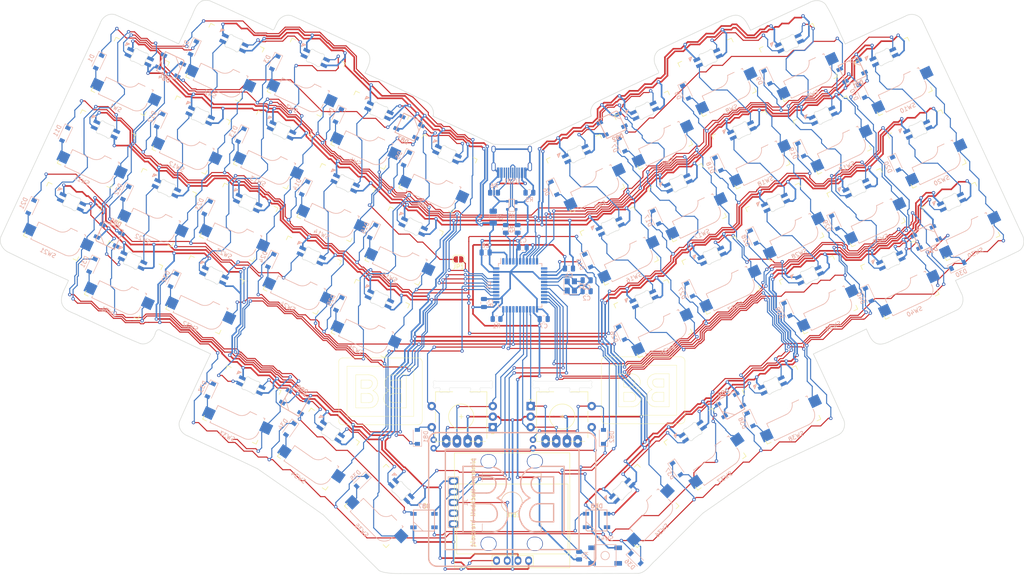
<source format=kicad_pcb>
(kicad_pcb (version 20171130) (host pcbnew "(5.1.10)-1")
  (layers (0 F.Cu signal) (31 B.Cu signal) (34 B.Paste user) (35 F.Paste user) (36 B.SilkS user) (37 F.SilkS user) (38 B.Mask user) (39 F.Mask user) (44 Edge.Cuts user))
  (net 0 "")
  (net 1 GND)
  (net 2 "Net-(C1-Pad1)")
  (net 3 XTAL1)
  (net 4 XTAL2)
  (net 5 +5V)
  (net 6 "Net-(D1-Pad2)")
  (net 7 row0)
  (net 8 "Net-(D2-Pad2)")
  (net 9 "Net-(D3-Pad2)")
  (net 10 "Net-(D4-Pad2)")
  (net 11 "Net-(D5-Pad2)")
  (net 12 "Net-(D6-Pad2)")
  (net 13 "Net-(D7-Pad2)")
  (net 14 "Net-(D8-Pad2)")
  (net 15 "Net-(D9-Pad2)")
  (net 16 "Net-(D10-Pad2)")
  (net 17 "Net-(D11-Pad2)")
  (net 18 row1)
  (net 19 "Net-(D12-Pad2)")
  (net 20 "Net-(D13-Pad2)")
  (net 21 "Net-(D14-Pad2)")
  (net 22 "Net-(D15-Pad2)")
  (net 23 "Net-(D16-Pad2)")
  (net 24 "Net-(D17-Pad2)")
  (net 25 "Net-(D18-Pad2)")
  (net 26 "Net-(D19-Pad2)")
  (net 27 "Net-(D20-Pad2)")
  (net 28 "Net-(D21-Pad2)")
  (net 29 row2)
  (net 30 "Net-(D22-Pad2)")
  (net 31 "Net-(D23-Pad2)")
  (net 32 "Net-(D24-Pad2)")
  (net 33 "Net-(D25-Pad2)")
  (net 34 "Net-(D26-Pad2)")
  (net 35 "Net-(D27-Pad2)")
  (net 36 "Net-(D28-Pad2)")
  (net 37 "Net-(D29-Pad2)")
  (net 38 "Net-(D30-Pad2)")
  (net 39 "Net-(D31-Pad2)")
  (net 40 row3)
  (net 41 "Net-(D32-Pad2)")
  (net 42 "Net-(D33-Pad2)")
  (net 43 "Net-(D34-Pad2)")
  (net 44 "Net-(D35-Pad2)")
  (net 45 "Net-(D36-Pad2)")
  (net 46 "Net-(D37-Pad2)")
  (net 47 "Net-(D38-Pad2)")
  (net 48 "Net-(D39-Pad2)")
  (net 49 "Net-(D40-Pad2)")
  (net 50 led)
  (net 51 "Net-(D41-Pad2)")
  (net 52 VCC)
  (net 53 "Net-(D42-Pad2)")
  (net 54 "Net-(D43-Pad2)")
  (net 55 "Net-(D44-Pad2)")
  (net 56 "Net-(D45-Pad2)")
  (net 57 "Net-(D46-Pad2)")
  (net 58 "Net-(D47-Pad2)")
  (net 59 "Net-(D48-Pad2)")
  (net 60 "Net-(D49-Pad2)")
  (net 61 "Net-(D50-Pad2)")
  (net 62 "Net-(D51-Pad2)")
  (net 63 "Net-(D52-Pad2)")
  (net 64 "Net-(D53-Pad2)")
  (net 65 "Net-(D54-Pad2)")
  (net 66 "Net-(D55-Pad2)")
  (net 67 "Net-(D56-Pad2)")
  (net 68 "Net-(D57-Pad2)")
  (net 69 "Net-(D58-Pad2)")
  (net 70 "Net-(D59-Pad2)")
  (net 71 "Net-(D60-Pad2)")
  (net 72 "Net-(D61-Pad2)")
  (net 73 "Net-(D62-Pad2)")
  (net 74 "Net-(D63-Pad2)")
  (net 75 "Net-(D64-Pad2)")
  (net 76 "Net-(D65-Pad2)")
  (net 77 "Net-(D66-Pad2)")
  (net 78 "Net-(D67-Pad2)")
  (net 79 "Net-(D68-Pad2)")
  (net 80 "Net-(D69-Pad2)")
  (net 81 "Net-(D70-Pad2)")
  (net 82 "Net-(D71-Pad2)")
  (net 83 "Net-(D72-Pad2)")
  (net 84 "Net-(D73-Pad2)")
  (net 85 "Net-(D74-Pad2)")
  (net 86 "Net-(D75-Pad2)")
  (net 87 "Net-(D76-Pad2)")
  (net 88 "Net-(D77-Pad2)")
  (net 89 "Net-(D78-Pad2)")
  (net 90 "Net-(D79-Pad2)")
  (net 91 "Net-(D80-Pad2)")
  (net 92 "Net-(R1-Pad2)")
  (net 93 D-)
  (net 94 D+)
  (net 95 RESET)
  (net 96 "Net-(R5-Pad1)")
  (net 97 "Net-(R6-Pad1)")
  (net 98 col0)
  (net 99 col1)
  (net 100 col2)
  (net 101 col3)
  (net 102 col4)
  (net 103 col5)
  (net 104 col6)
  (net 105 col7)
  (net 106 col8)
  (net 107 col9)
  (net 108 "Net-(U1-Pad42)")
  (net 109 "Net-(U1-Pad12)")
  (net 110 "Net-(U1-Pad1)")
  (net 111 "Net-(USB1-Pad3)")
  (net 112 "Net-(USB1-Pad9)")
  (net 113 DN)
  (net 114 DP)
  (net 115 sda)
  (net 116 scl)
  (net 117 "Net-(J1-Pad4)")
  (net 118 "Net-(D81-Pad2)")
  (net 119 "Net-(D82-Pad2)")
  (net 120 ENC1B)
  (net 121 ENC1A)
  (net 122 col10)
  (net 123 ENC2B)
  (net 124 ENC2A)
  (net 125 "Net-(U1-Pad29)")
  (net 126 "Net-(SW44-PadNC)")
  (net 127 "Net-(SW45-PadNC)")
  (net 128 "Net-(D83-Pad2)")
  (net 129 "Net-(D84-Pad2)")
  (net 130 "Net-(D85-Pad2)")
  (net 131 "Net-(D86-Pad2)")
  (net 132 "Net-(D87-Pad2)")
  (net 133 "Net-(D88-Pad2)")
  (net 134 "Net-(D89-Pad2)")
  (net 135 "Net-(D90-Pad2)")
  (net 136 "Net-(D91-Pad2)")
  (net 137 "Net-(D92-Pad2)")
  (module Jumper:SolderJumper-2_P1.3mm_Open_RoundedPad1.0x1.5mm (layer F.Cu) (at 133.212593 80.698404 180)
    (fp_text reference JP1 (at 0 -1.8) (layer F.SilkS))
    (fp_text value Jumper_2_Open)
    (pad 2 smd custom (at 0.65 0 180) (size 1 0.5) (layers F.Cu F.Mask) (net 91 "Net-(D80-Pad2)") (options (clearance outline) (anchor rect)) (primitives (gr_circle (center 0 0.25) (end 0.5 0.25) (width 0)) (gr_circle (center 0 -0.25) (end 0.5 -0.25) (width 0)) (gr_poly (pts (xy 0 -0.75) (xy -0.5 -0.75) (xy -0.5 0.75) (xy 0 0.75)) (width 0))))
    (pad 1 smd custom (at -0.65 0 180) (size 1 0.5) (layers F.Cu F.Mask) (net 50 led) (options (clearance outline) (anchor rect)) (primitives (gr_circle (center 0 0.25) (end 0.5 0.25) (width 0)) (gr_circle (center 0 -0.25) (end 0.5 -0.25) (width 0)) (gr_poly (pts (xy 0 -0.75) (xy 0.5 -0.75) (xy 0.5 0.75) (xy 0 0.75)) (width 0))))
  )
  (module Keebio-Parts:WS2812B (layer B.Cu) (at 169.692593 48.658404 25)
    (fp_text reference D92 (at -0.06 3.41 25) (layer B.SilkS) (effects (font (thickness 0.2)) (justify mirror)))
    (fp_text value ws2812b hide)
    (pad 1 smd rect (at -2.49936 1.6002 295) (size 0.89916 1.50114) (layers B.Cu B.Paste B.Mask) (net 5 +5V))
    (pad 2 smd rect (at -2.49936 -1.6002 295) (size 0.89916 1.50114) (layers B.Cu B.Paste B.Mask) (net 137 "Net-(D92-Pad2)"))
    (pad 3 smd rect (at 2.49936 -1.6002 295) (size 0.89916 1.50114) (layers B.Cu B.Paste B.Mask) (net 1 GND))
    (pad 4 smd rect (at 2.49936 1.6002 295) (size 0.89916 1.50114) (layers B.Cu B.Paste B.Mask) (net 136 "Net-(D91-Pad2)"))
  )
  (module Keebio-Parts:WS2812B (layer B.Cu) (at 226.712593 35.928404 25)
    (fp_text reference D91 (at -0.06 3.41 25) (layer B.SilkS) (effects (font (thickness 0.2)) (justify mirror)))
    (fp_text value ws2812b hide)
    (pad 1 smd rect (at -2.49936 1.6002 295) (size 0.89916 1.50114) (layers B.Cu B.Paste B.Mask) (net 5 +5V))
    (pad 2 smd rect (at -2.49936 -1.6002 295) (size 0.89916 1.50114) (layers B.Cu B.Paste B.Mask) (net 136 "Net-(D91-Pad2)"))
    (pad 3 smd rect (at 2.49936 -1.6002 295) (size 0.89916 1.50114) (layers B.Cu B.Paste B.Mask) (net 1 GND))
    (pad 4 smd rect (at 2.49936 1.6002 295) (size 0.89916 1.50114) (layers B.Cu B.Paste B.Mask) (net 135 "Net-(D90-Pad2)"))
  )
  (module Keebio-Parts:WS2812B (layer B.Cu) (at 244.322593 75.498404 25)
    (fp_text reference D90 (at -0.06 3.41 25) (layer B.SilkS) (effects (font (thickness 0.2)) (justify mirror)))
    (fp_text value ws2812b hide)
    (pad 1 smd rect (at -2.49936 1.6002 295) (size 0.89916 1.50114) (layers B.Cu B.Paste B.Mask) (net 5 +5V))
    (pad 2 smd rect (at -2.49936 -1.6002 295) (size 0.89916 1.50114) (layers B.Cu B.Paste B.Mask) (net 135 "Net-(D90-Pad2)"))
    (pad 3 smd rect (at 2.49936 -1.6002 295) (size 0.89916 1.50114) (layers B.Cu B.Paste B.Mask) (net 1 GND))
    (pad 4 smd rect (at 2.49936 1.6002 295) (size 0.89916 1.50114) (layers B.Cu B.Paste B.Mask) (net 134 "Net-(D89-Pad2)"))
  )
  (module Keebio-Parts:WS2812B (layer B.Cu) (at 197.802593 115.338404 210)
    (fp_text reference D89 (at -0.06 3.41 30) (layer B.SilkS) (effects (font (thickness 0.2)) (justify mirror)))
    (fp_text value ws2812b hide)
    (pad 1 smd rect (at -2.49936 1.6002 120) (size 0.89916 1.50114) (layers B.Cu B.Paste B.Mask) (net 5 +5V))
    (pad 2 smd rect (at -2.49936 -1.6002 120) (size 0.89916 1.50114) (layers B.Cu B.Paste B.Mask) (net 134 "Net-(D89-Pad2)"))
    (pad 3 smd rect (at 2.49936 -1.6002 120) (size 0.89916 1.50114) (layers B.Cu B.Paste B.Mask) (net 1 GND))
    (pad 4 smd rect (at 2.49936 1.6002 120) (size 0.89916 1.50114) (layers B.Cu B.Paste B.Mask) (net 133 "Net-(D88-Pad2)"))
  )
  (module Keebio-Parts:WS2812B (layer B.Cu) (at 165.992593 142.718404 180)
    (fp_text reference D88 (at -0.06 3.41) (layer B.SilkS) (effects (font (thickness 0.2)) (justify mirror)))
    (fp_text value ws2812b hide)
    (pad 1 smd rect (at -2.49936 1.6002 90) (size 0.89916 1.50114) (layers B.Cu B.Paste B.Mask) (net 5 +5V))
    (pad 2 smd rect (at -2.49936 -1.6002 90) (size 0.89916 1.50114) (layers B.Cu B.Paste B.Mask) (net 133 "Net-(D88-Pad2)"))
    (pad 3 smd rect (at 2.49936 -1.6002 90) (size 0.89916 1.50114) (layers B.Cu B.Paste B.Mask) (net 1 GND))
    (pad 4 smd rect (at 2.49936 1.6002 90) (size 0.89916 1.50114) (layers B.Cu B.Paste B.Mask) (net 132 "Net-(D87-Pad2)"))
  )
  (module Keebio-Parts:WS2812B (layer B.Cu) (at 125.002593 142.748404 180)
    (fp_text reference D87 (at -0.06 3.41) (layer B.SilkS) (effects (font (thickness 0.2)) (justify mirror)))
    (fp_text value ws2812b hide)
    (pad 1 smd rect (at -2.49936 1.6002 90) (size 0.89916 1.50114) (layers B.Cu B.Paste B.Mask) (net 5 +5V))
    (pad 2 smd rect (at -2.49936 -1.6002 90) (size 0.89916 1.50114) (layers B.Cu B.Paste B.Mask) (net 132 "Net-(D87-Pad2)"))
    (pad 3 smd rect (at 2.49936 -1.6002 90) (size 0.89916 1.50114) (layers B.Cu B.Paste B.Mask) (net 1 GND))
    (pad 4 smd rect (at 2.49936 1.6002 90) (size 0.89916 1.50114) (layers B.Cu B.Paste B.Mask) (net 131 "Net-(D86-Pad2)"))
  )
  (module Keebio-Parts:WS2812B (layer B.Cu) (at 94.322593 114.578404 150)
    (fp_text reference D86 (at -0.06 3.41 150) (layer B.SilkS) (effects (font (thickness 0.2)) (justify mirror)))
    (fp_text value ws2812b hide)
    (pad 1 smd rect (at -2.49936 1.6002 60) (size 0.89916 1.50114) (layers B.Cu B.Paste B.Mask) (net 5 +5V))
    (pad 2 smd rect (at -2.49936 -1.6002 60) (size 0.89916 1.50114) (layers B.Cu B.Paste B.Mask) (net 131 "Net-(D86-Pad2)"))
    (pad 3 smd rect (at 2.49936 -1.6002 60) (size 0.89916 1.50114) (layers B.Cu B.Paste B.Mask) (net 1 GND))
    (pad 4 smd rect (at 2.49936 1.6002 60) (size 0.89916 1.50114) (layers B.Cu B.Paste B.Mask) (net 130 "Net-(D85-Pad2)"))
  )
  (module Keebio-Parts:WS2812B (layer B.Cu) (at 50.262593 74.998404 155)
    (fp_text reference D85 (at -0.06 3.41 155) (layer B.SilkS) (effects (font (thickness 0.2)) (justify mirror)))
    (fp_text value ws2812b hide)
    (pad 1 smd rect (at -2.49936 1.6002 65) (size 0.89916 1.50114) (layers B.Cu B.Paste B.Mask) (net 5 +5V))
    (pad 2 smd rect (at -2.49936 -1.6002 65) (size 0.89916 1.50114) (layers B.Cu B.Paste B.Mask) (net 130 "Net-(D85-Pad2)"))
    (pad 3 smd rect (at 2.49936 -1.6002 65) (size 0.89916 1.50114) (layers B.Cu B.Paste B.Mask) (net 1 GND))
    (pad 4 smd rect (at 2.49936 1.6002 65) (size 0.89916 1.50114) (layers B.Cu B.Paste B.Mask) (net 129 "Net-(D84-Pad2)"))
  )
  (module Keebio-Parts:WS2812B (layer B.Cu) (at 64.802593 34.668404 335)
    (fp_text reference D84 (at -0.06 3.41 155) (layer B.SilkS) (effects (font (thickness 0.2)) (justify mirror)))
    (fp_text value ws2812b hide)
    (pad 1 smd rect (at -2.49936 1.6002 245) (size 0.89916 1.50114) (layers B.Cu B.Paste B.Mask) (net 5 +5V))
    (pad 2 smd rect (at -2.49936 -1.6002 245) (size 0.89916 1.50114) (layers B.Cu B.Paste B.Mask) (net 129 "Net-(D84-Pad2)"))
    (pad 3 smd rect (at 2.49936 -1.6002 245) (size 0.89916 1.50114) (layers B.Cu B.Paste B.Mask) (net 1 GND))
    (pad 4 smd rect (at 2.49936 1.6002 245) (size 0.89916 1.50114) (layers B.Cu B.Paste B.Mask) (net 128 "Net-(D83-Pad2)"))
  )
  (module Keebio-Parts:WS2812B (layer B.Cu) (at 121.442593 49.288404 335)
    (fp_text reference D83 (at -0.06 3.41 155) (layer B.SilkS) (effects (font (thickness 0.2)) (justify mirror)))
    (fp_text value ws2812b hide)
    (pad 1 smd rect (at -2.49936 1.6002 245) (size 0.89916 1.50114) (layers B.Cu B.Paste B.Mask) (net 5 +5V))
    (pad 2 smd rect (at -2.49936 -1.6002 245) (size 0.89916 1.50114) (layers B.Cu B.Paste B.Mask) (net 128 "Net-(D83-Pad2)"))
    (pad 3 smd rect (at 2.49936 -1.6002 245) (size 0.89916 1.50114) (layers B.Cu B.Paste B.Mask) (net 1 GND))
    (pad 4 smd rect (at 2.49936 1.6002 245) (size 0.89916 1.50114) (layers B.Cu B.Paste B.Mask) (net 91 "Net-(D80-Pad2)"))
  )
  (module kicad-keyboard-parts:MX_SK6812MINI-E (layer F.Cu) (at 99.926318 125.760259 145)
    (fp_text reference D59 hide)
    (fp_text value SK6812MINI-E)
    (fp_line (start 0.794452 6.579999) (end -0.794452 6.579999) (layer Edge.Cuts) (width 0.1))
    (fp_line (start 1.699999 4.377157) (end 1.699999 5.782841) (layer Edge.Cuts) (width 0.1))
    (fp_line (start -0.794452 3.58) (end 0.794453 3.58) (layer Edge.Cuts) (width 0.1))
    (fp_line (start -1.699999 5.782841) (end -1.699999 4.377157) (layer Edge.Cuts) (width 0.1))
    (fp_arc (start -0.794452 7.079999) (end -0.794452 6.579999) (angle -30.2992623) (layer Edge.Cuts) (width 0.1))
    (fp_arc (start 0.794452 7.079999) (end 1.046711 6.648298) (angle -30.29933433) (layer Edge.Cuts) (width 0.1))
    (fp_arc (start 1.298969 6.216597) (end 1.046711 6.648298) (angle -146.0055121) (layer Edge.Cuts) (width 0.1))
    (fp_arc (start 2.199999 5.782841) (end 1.699999 5.782841) (angle -25.70617777) (layer Edge.Cuts) (width 0.1))
    (fp_arc (start 2.199999 4.377157) (end 1.749484 4.160279) (angle -25.70608136) (layer Edge.Cuts) (width 0.1))
    (fp_arc (start 1.298969 3.943402) (end 1.749484 4.160279) (angle -146.0053097) (layer Edge.Cuts) (width 0.1))
    (fp_arc (start 0.794453 3.08) (end 0.794453 3.58) (angle -30.29922831) (layer Edge.Cuts) (width 0.1))
    (fp_arc (start -0.794452 3.08) (end -1.046711 3.5117) (angle -30.29928212) (layer Edge.Cuts) (width 0.1))
    (fp_arc (start -1.298969 3.943401) (end -1.046711 3.5117) (angle -146.0054017) (layer Edge.Cuts) (width 0.1))
    (fp_arc (start -2.199999 4.377157) (end -1.699999 4.377157) (angle -25.70611954) (layer Edge.Cuts) (width 0.1))
    (fp_arc (start -2.199999 5.782841) (end -1.749484 5.999719) (angle -25.70611205) (layer Edge.Cuts) (width 0.1))
    (fp_arc (start -1.298969 6.216596) (end -1.749484 5.999719) (angle -146.0053744) (layer Edge.Cuts) (width 0.1))
    (pad 3 smd roundrect (at 2.6 5.829999 55) (size 0.82 1.6) (layers B.Cu B.Paste B.Mask) (roundrect_rratio 0.1) (net 1 GND))
    (pad 4 smd roundrect (at 2.6 4.329999 55) (size 0.82 1.6) (layers B.Cu B.Paste B.Mask) (roundrect_rratio 0.1) (net 69 "Net-(D58-Pad2)"))
    (pad 2 smd roundrect (at -2.6 5.829999 55) (size 0.82 1.6) (layers B.Cu B.Paste B.Mask) (roundrect_rratio 0.1) (net 70 "Net-(D59-Pad2)"))
    (pad 1 smd roundrect (at -2.6 4.329999 55) (size 0.82 1.6) (layers B.Cu B.Paste B.Mask) (roundrect_rratio 0.1) (net 5 +5V))
  )
  (module other_parts:EVQWGD001 (layer F.Cu) (at 157.852593 118.058404 180)
    (fp_text reference SW45 hide)
    (fp_text value EVQWGD001)
    (fp_line (start -6.4 8.4) (end 6.4 8.4) (layer Edge.Cuts) (width 0.05))
    (fp_line (start -6.4 6.900001) (end -4.25 6.9) (layer Edge.Cuts) (width 0.05))
    (fp_line (start 5.4 6.7) (end 5.4 6.4) (layer Edge.Cuts) (width 0.05))
    (fp_line (start 3.2 6.7) (end 3.2 6.4) (layer Edge.Cuts) (width 0.05))
    (fp_line (start -1.65 6.9) (end 3 6.9) (layer Edge.Cuts) (width 0.05))
    (fp_line (start -1.85 6.7) (end -1.85 6.4) (layer Edge.Cuts) (width 0.05))
    (fp_line (start -4.05 6.7) (end -4.05 6.4) (layer Edge.Cuts) (width 0.05))
    (fp_line (start 5.6 6.9) (end 6.4 6.9) (layer Edge.Cuts) (width 0.05))
    (fp_line (start 6.95 7.45) (end 6.95 7.85) (layer Edge.Cuts) (width 0.05))
    (fp_line (start -6.94997 7.450024) (end -6.95 7.85) (layer Edge.Cuts) (width 0.05))
    (fp_line (start -2.4 5.85) (end -3.5 5.85) (layer Edge.Cuts) (width 0.05))
    (fp_line (start 4.85 5.85) (end 3.75 5.85) (layer Edge.Cuts) (width 0.05))
    (fp_arc (start -4.25 6.7) (end -4.25 6.9) (angle -90) (layer Edge.Cuts) (width 0.05))
    (fp_arc (start -1.65 6.7) (end -1.85 6.7) (angle -90) (layer Edge.Cuts) (width 0.05))
    (fp_arc (start 3 6.7) (end 3 6.9) (angle -90) (layer Edge.Cuts) (width 0.05))
    (fp_arc (start 5.6 6.7) (end 5.4 6.7) (angle -90) (layer Edge.Cuts) (width 0.05))
    (fp_arc (start -3.8 6.1) (end -3.5 5.85) (angle -190.3888578) (layer Edge.Cuts) (width 0.05))
    (fp_arc (start -2.1 6.1) (end -1.85 6.4) (angle -190.3888578) (layer Edge.Cuts) (width 0.05))
    (fp_arc (start 3.45 6.1) (end 3.75 5.85) (angle -190.3888578) (layer Edge.Cuts) (width 0.05))
    (fp_arc (start 5.15 6.1) (end 5.4 6.4) (angle -190.3888578) (layer Edge.Cuts) (width 0.05))
    (fp_arc (start 6.7 7.15) (end 6.95 7.45) (angle -190.3888578) (layer Edge.Cuts) (width 0.05))
    (fp_arc (start 6.7 8.15) (end 6.4 8.4) (angle -190.3888578) (layer Edge.Cuts) (width 0.05))
    (fp_arc (start -6.7 8.15) (end -6.95 7.85) (angle -190.3888578) (layer Edge.Cuts) (width 0.05))
    (fp_arc (start -6.7 7.15) (end -6.4 6.900001) (angle -190.3946062) (layer Edge.Cuts) (width 0.05))
    (pad "" np_thru_hole circle (at -6.21 -5.85 180) (size 1.6 1.6) (drill 1.6) (layers *.Cu))
    (pad NC thru_hole oval (at -3.67 -5.85 180) (size 2 3) (drill 1) (layers *.Cu B.Mask) (net 127 "Net-(SW45-PadNC)"))
    (pad C thru_hole oval (at -1.13 -5.85 180) (size 2 3) (drill 1) (layers *.Cu B.Mask) (net 1 GND))
    (pad B thru_hole oval (at 1.41 -5.85 180) (size 2 3) (drill 1) (layers *.Cu B.Mask) (net 123 ENC2B))
    (pad A thru_hole oval (at 3.95 -5.85 180) (size 2 3) (drill 1) (layers *.Cu B.Mask) (net 124 ENC2A))
    (pad S2 thru_hole oval (at 6.95 -5.5 180) (size 1.524 1.524) (drill 0.762) (layers *.Cu B.Mask) (net 119 "Net-(D82-Pad2)"))
    (pad S1 thru_hole circle (at 6.95 -7.5 180) (size 1.524 1.524) (drill 0.762) (layers *.Cu B.Mask) (net 122 col10))
  )
  (module Keebio-Parts:RotaryEncoder_EC11-no-legs (layer F.Cu) (at 157.852593 118.058404)
    (fp_text reference SW43)
    (fp_text value RotaryEncoder_Switch)
    (pad A thru_hole rect (at -7.5 -2.5) (size 2 2) (drill 1) (layers *.Cu *.Mask) (net 124 ENC2A))
    (pad C thru_hole circle (at -7.5 0) (size 2 2) (drill 1) (layers *.Cu *.Mask) (net 1 GND))
    (pad B thru_hole circle (at -7.5 2.5) (size 2 2) (drill 1) (layers *.Cu *.Mask) (net 123 ENC2B))
    (pad S2 thru_hole circle (at 7 -2.5) (size 2 2) (drill 1) (layers *.Cu *.Mask) (net 119 "Net-(D82-Pad2)"))
    (pad S1 thru_hole circle (at 7 2.5) (size 2 2) (drill 1) (layers *.Cu *.Mask) (net 122 col10))
  )
  (module Keebio-Parts:RotaryEncoder_EC11-no-legs (layer F.Cu) (at 133.852593 118.058404 180)
    (fp_text reference SW42)
    (fp_text value RotaryEncoder_Switch)
    (pad A thru_hole rect (at -7.5 -2.5 180) (size 2 2) (drill 1) (layers *.Cu *.Mask) (net 121 ENC1A))
    (pad C thru_hole circle (at -7.5 0 180) (size 2 2) (drill 1) (layers *.Cu *.Mask) (net 1 GND))
    (pad B thru_hole circle (at -7.5 2.5 180) (size 2 2) (drill 1) (layers *.Cu *.Mask) (net 120 ENC1B))
    (pad S2 thru_hole circle (at 7 -2.5 180) (size 2 2) (drill 1) (layers *.Cu *.Mask) (net 118 "Net-(D81-Pad2)"))
    (pad S1 thru_hole circle (at 7 2.5 180) (size 2 2) (drill 1) (layers *.Cu *.Mask) (net 122 col10))
  )
  (module other_parts:EVQWGD001 (layer F.Cu) (at 134.252593 118.058404 180)
    (fp_text reference SW44 hide)
    (fp_text value EVQWGD001)
    (fp_line (start -6.4 8.4) (end 6.4 8.4) (layer Edge.Cuts) (width 0.05))
    (fp_line (start -6.4 6.900001) (end -4.25 6.9) (layer Edge.Cuts) (width 0.05))
    (fp_line (start 5.4 6.7) (end 5.4 6.4) (layer Edge.Cuts) (width 0.05))
    (fp_line (start 3.2 6.7) (end 3.2 6.4) (layer Edge.Cuts) (width 0.05))
    (fp_line (start -1.65 6.9) (end 3 6.9) (layer Edge.Cuts) (width 0.05))
    (fp_line (start -1.85 6.7) (end -1.85 6.4) (layer Edge.Cuts) (width 0.05))
    (fp_line (start -4.05 6.7) (end -4.05 6.4) (layer Edge.Cuts) (width 0.05))
    (fp_line (start 5.6 6.9) (end 6.4 6.9) (layer Edge.Cuts) (width 0.05))
    (fp_line (start 6.95 7.45) (end 6.95 7.85) (layer Edge.Cuts) (width 0.05))
    (fp_line (start -6.94997 7.450024) (end -6.95 7.85) (layer Edge.Cuts) (width 0.05))
    (fp_line (start -2.4 5.85) (end -3.5 5.85) (layer Edge.Cuts) (width 0.05))
    (fp_line (start 4.85 5.85) (end 3.75 5.85) (layer Edge.Cuts) (width 0.05))
    (fp_arc (start -4.25 6.7) (end -4.25 6.9) (angle -90) (layer Edge.Cuts) (width 0.05))
    (fp_arc (start -1.65 6.7) (end -1.85 6.7) (angle -90) (layer Edge.Cuts) (width 0.05))
    (fp_arc (start 3 6.7) (end 3 6.9) (angle -90) (layer Edge.Cuts) (width 0.05))
    (fp_arc (start 5.6 6.7) (end 5.4 6.7) (angle -90) (layer Edge.Cuts) (width 0.05))
    (fp_arc (start -3.8 6.1) (end -3.5 5.85) (angle -190.3888578) (layer Edge.Cuts) (width 0.05))
    (fp_arc (start -2.1 6.1) (end -1.85 6.4) (angle -190.3888578) (layer Edge.Cuts) (width 0.05))
    (fp_arc (start 3.45 6.1) (end 3.75 5.85) (angle -190.3888578) (layer Edge.Cuts) (width 0.05))
    (fp_arc (start 5.15 6.1) (end 5.4 6.4) (angle -190.3888578) (layer Edge.Cuts) (width 0.05))
    (fp_arc (start 6.7 7.15) (end 6.95 7.45) (angle -190.3888578) (layer Edge.Cuts) (width 0.05))
    (fp_arc (start 6.7 8.15) (end 6.4 8.4) (angle -190.3888578) (layer Edge.Cuts) (width 0.05))
    (fp_arc (start -6.7 8.15) (end -6.95 7.85) (angle -190.3888578) (layer Edge.Cuts) (width 0.05))
    (fp_arc (start -6.7 7.15) (end -6.4 6.900001) (angle -190.3946062) (layer Edge.Cuts) (width 0.05))
    (pad "" np_thru_hole circle (at -6.21 -5.85 180) (size 1.6 1.6) (drill 1.6) (layers *.Cu))
    (pad NC thru_hole oval (at -3.67 -5.85 180) (size 2 3) (drill 1) (layers *.Cu B.Mask) (net 126 "Net-(SW44-PadNC)"))
    (pad C thru_hole oval (at -1.13 -5.85 180) (size 2 3) (drill 1) (layers *.Cu B.Mask) (net 1 GND))
    (pad B thru_hole oval (at 1.41 -5.85 180) (size 2 3) (drill 1) (layers *.Cu B.Mask) (net 120 ENC1B))
    (pad A thru_hole oval (at 3.95 -5.85 180) (size 2 3) (drill 1) (layers *.Cu B.Mask) (net 121 ENC1A))
    (pad S2 thru_hole oval (at 6.95 -5.5 180) (size 1.524 1.524) (drill 0.762) (layers *.Cu B.Mask) (net 118 "Net-(D81-Pad2)"))
    (pad S1 thru_hole circle (at 6.95 -7.5 180) (size 1.524 1.524) (drill 0.762) (layers *.Cu B.Mask) (net 122 col10))
  )
  (module SSD1306:128x64OLED (layer F.Cu) (at 146.252593 141.658404 180)
    (fp_text reference Brd1 (at 0 0.254) (layer F.SilkS))
    (fp_text value SSD1306)
    (pad 2 thru_hole oval (at -1.08 -10.6 270) (size 2 1.6) (drill 1) (layers *.Cu *.Mask) (net 5 +5V))
    (pad 1 thru_hole oval (at -3.62 -10.6 270) (size 2 1.6) (drill 1) (layers *.Cu *.Mask) (net 1 GND))
    (pad 3 thru_hole oval (at 1.46 -10.6 270) (size 2 1.6) (drill 1) (layers *.Cu *.Mask) (net 116 scl))
    (pad 4 thru_hole oval (at 4 -10.6 270) (size 2 1.6) (drill 1) (layers *.Cu *.Mask) (net 115 sda))
  )
  (module Diode_SMD:D_SOD-123 (layer B.Cu) (at 167.652593 122.858404 90)
    (fp_text reference D82 (at 0 2 90) (layer B.SilkS) (effects (justify mirror)))
    (fp_text value 1N4148W)
    (pad 2 smd rect (at 1.65 0 90) (size 0.9 1.2) (layers B.Cu B.Paste B.Mask) (net 119 "Net-(D82-Pad2)"))
    (pad 1 smd rect (at -1.65 0 90) (size 0.9 1.2) (layers B.Cu B.Paste B.Mask) (net 40 row3))
  )
  (module Diode_SMD:D_SOD-123 (layer B.Cu) (at 123.452593 122.858404 90)
    (fp_text reference D81 (at 0 2 270) (layer B.SilkS) (effects (justify mirror)))
    (fp_text value 1N4148W)
    (pad 2 smd rect (at 1.65 0 90) (size 0.9 1.2) (layers B.Cu B.Paste B.Mask) (net 118 "Net-(D81-Pad2)"))
    (pad 1 smd rect (at -1.65 0 90) (size 0.9 1.2) (layers B.Cu B.Paste B.Mask) (net 29 row2))
  )
  (module other_parts:pimoroni (layer B.Cu) (at 145.852593 138.458404 270)
    (fp_text reference J1 (at 0 11 90) (layer B.SilkS) (effects (justify mirror)))
    (fp_text value Pimoroni)
    (fp_text user "pimoroni trackball breakout" (at 0 9.2 270) (layer F.SilkS))
    (fp_text user "pimoroni trackball breakout" (at 0 9.2 270) (layer B.SilkS) (effects (justify mirror)))
    (pad 9 thru_hole oval (at -9.8 5.5 180) (size 3.8 3.3) (drill oval 3.5 3) (layers *.Cu *.Mask))
    (pad 8 thru_hole oval (at -9.8 -5.5 180) (size 3.8 3.3) (drill oval 3.5 3) (layers *.Cu *.Mask))
    (pad 7 thru_hole oval (at 9.8 -5.5 180) (size 3.8 3.3) (drill oval 3.5 3) (layers *.Cu *.Mask))
    (pad 6 thru_hole oval (at 9.8 5.5 180) (size 3.8 3.3) (drill oval 3.5 3) (layers *.Cu *.Mask))
    (pad 1 thru_hole roundrect (at -5.08 13.824 180) (size 2.2 1.7) (drill oval 1.5 1) (layers *.Cu *.Mask) (net 5 +5V))
    (pad 2 thru_hole roundrect (at -2.54 13.824 90) (size 1.7 2.2) (drill oval 1 1.5) (layers *.Cu *.Mask) (net 115 sda))
    (pad 3 thru_hole roundrect (at 0 13.824 90) (size 1.7 2.2) (drill oval 1 1.5) (layers *.Cu *.Mask) (net 116 scl))
    (pad 4 thru_hole roundrect (at 2.54 13.824 90) (size 1.7 2.2) (drill oval 1 1.5) (layers *.Cu *.Mask) (net 117 "Net-(J1-Pad4)"))
    (pad 5 thru_hole roundrect (at 5.08 13.824 90) (size 1.7 2.2) (drill oval 1 1.5) (layers *.Cu *.Mask) (net 1 GND))
  )
  (module kicad-keyboard-parts:MX_SK6812MINI-E (layer F.Cu) (at 120.301853 77.521465 155)
    (fp_text reference D56 hide)
    (fp_text value SK6812MINI-E)
    (fp_line (start 0.794452 6.579999) (end -0.794452 6.579999) (layer Edge.Cuts) (width 0.1))
    (fp_line (start 1.699999 4.377157) (end 1.699999 5.782841) (layer Edge.Cuts) (width 0.1))
    (fp_line (start -0.794452 3.58) (end 0.794453 3.58) (layer Edge.Cuts) (width 0.1))
    (fp_line (start -1.699999 5.782841) (end -1.699999 4.377157) (layer Edge.Cuts) (width 0.1))
    (fp_arc (start -0.794452 7.079999) (end -0.794452 6.579999) (angle -30.2992623) (layer Edge.Cuts) (width 0.1))
    (fp_arc (start 0.794452 7.079999) (end 1.046711 6.648298) (angle -30.29933433) (layer Edge.Cuts) (width 0.1))
    (fp_arc (start 1.298969 6.216597) (end 1.046711 6.648298) (angle -146.0055121) (layer Edge.Cuts) (width 0.1))
    (fp_arc (start 2.199999 5.782841) (end 1.699999 5.782841) (angle -25.70617777) (layer Edge.Cuts) (width 0.1))
    (fp_arc (start 2.199999 4.377157) (end 1.749484 4.160279) (angle -25.70608136) (layer Edge.Cuts) (width 0.1))
    (fp_arc (start 1.298969 3.943402) (end 1.749484 4.160279) (angle -146.0053097) (layer Edge.Cuts) (width 0.1))
    (fp_arc (start 0.794453 3.08) (end 0.794453 3.58) (angle -30.29922831) (layer Edge.Cuts) (width 0.1))
    (fp_arc (start -0.794452 3.08) (end -1.046711 3.5117) (angle -30.29928212) (layer Edge.Cuts) (width 0.1))
    (fp_arc (start -1.298969 3.943401) (end -1.046711 3.5117) (angle -146.0054017) (layer Edge.Cuts) (width 0.1))
    (fp_arc (start -2.199999 4.377157) (end -1.699999 4.377157) (angle -25.70611954) (layer Edge.Cuts) (width 0.1))
    (fp_arc (start -2.199999 5.782841) (end -1.749484 5.999719) (angle -25.70611205) (layer Edge.Cuts) (width 0.1))
    (fp_arc (start -1.298969 6.216596) (end -1.749484 5.999719) (angle -146.0053744) (layer Edge.Cuts) (width 0.1))
    (pad 3 smd roundrect (at 2.6 5.829999 65) (size 0.82 1.6) (layers B.Cu B.Paste B.Mask) (roundrect_rratio 0.1) (net 1 GND))
    (pad 4 smd roundrect (at 2.6 4.329999 65) (size 0.82 1.6) (layers B.Cu B.Paste B.Mask) (roundrect_rratio 0.1) (net 66 "Net-(D55-Pad2)"))
    (pad 2 smd roundrect (at -2.6 5.829999 65) (size 0.82 1.6) (layers B.Cu B.Paste B.Mask) (roundrect_rratio 0.1) (net 67 "Net-(D56-Pad2)"))
    (pad 1 smd roundrect (at -2.6 4.329999 65) (size 0.82 1.6) (layers B.Cu B.Paste B.Mask) (roundrect_rratio 0.1) (net 5 +5V))
  )
  (module kicad-keyboard-parts:MX_SK6812MINI-E (layer F.Cu) (at 112.272107 94.741312 155)
    (fp_text reference D57 hide)
    (fp_text value SK6812MINI-E)
    (fp_line (start 0.794452 6.579999) (end -0.794452 6.579999) (layer Edge.Cuts) (width 0.1))
    (fp_line (start 1.699999 4.377157) (end 1.699999 5.782841) (layer Edge.Cuts) (width 0.1))
    (fp_line (start -0.794452 3.58) (end 0.794453 3.58) (layer Edge.Cuts) (width 0.1))
    (fp_line (start -1.699999 5.782841) (end -1.699999 4.377157) (layer Edge.Cuts) (width 0.1))
    (fp_arc (start -0.794452 7.079999) (end -0.794452 6.579999) (angle -30.2992623) (layer Edge.Cuts) (width 0.1))
    (fp_arc (start 0.794452 7.079999) (end 1.046711 6.648298) (angle -30.29933433) (layer Edge.Cuts) (width 0.1))
    (fp_arc (start 1.298969 6.216597) (end 1.046711 6.648298) (angle -146.0055121) (layer Edge.Cuts) (width 0.1))
    (fp_arc (start 2.199999 5.782841) (end 1.699999 5.782841) (angle -25.70617777) (layer Edge.Cuts) (width 0.1))
    (fp_arc (start 2.199999 4.377157) (end 1.749484 4.160279) (angle -25.70608136) (layer Edge.Cuts) (width 0.1))
    (fp_arc (start 1.298969 3.943402) (end 1.749484 4.160279) (angle -146.0053097) (layer Edge.Cuts) (width 0.1))
    (fp_arc (start 0.794453 3.08) (end 0.794453 3.58) (angle -30.29922831) (layer Edge.Cuts) (width 0.1))
    (fp_arc (start -0.794452 3.08) (end -1.046711 3.5117) (angle -30.29928212) (layer Edge.Cuts) (width 0.1))
    (fp_arc (start -1.298969 3.943401) (end -1.046711 3.5117) (angle -146.0054017) (layer Edge.Cuts) (width 0.1))
    (fp_arc (start -2.199999 4.377157) (end -1.699999 4.377157) (angle -25.70611954) (layer Edge.Cuts) (width 0.1))
    (fp_arc (start -2.199999 5.782841) (end -1.749484 5.999719) (angle -25.70611205) (layer Edge.Cuts) (width 0.1))
    (fp_arc (start -1.298969 6.216596) (end -1.749484 5.999719) (angle -146.0053744) (layer Edge.Cuts) (width 0.1))
    (pad 3 smd roundrect (at 2.6 5.829999 65) (size 0.82 1.6) (layers B.Cu B.Paste B.Mask) (roundrect_rratio 0.1) (net 1 GND))
    (pad 4 smd roundrect (at 2.6 4.329999 65) (size 0.82 1.6) (layers B.Cu B.Paste B.Mask) (roundrect_rratio 0.1) (net 67 "Net-(D56-Pad2)"))
    (pad 2 smd roundrect (at -2.6 5.829999 65) (size 0.82 1.6) (layers B.Cu B.Paste B.Mask) (roundrect_rratio 0.1) (net 68 "Net-(D57-Pad2)"))
    (pad 1 smd roundrect (at -2.6 4.329999 65) (size 0.82 1.6) (layers B.Cu B.Paste B.Mask) (roundrect_rratio 0.1) (net 5 +5V))
  )
  (module kicad-keyboard-parts:MX_SK6812MINI-E (layer F.Cu) (at 61.669111 68.386302 155)
    (fp_text reference D45 hide)
    (fp_text value SK6812MINI-E)
    (fp_line (start 0.794452 6.579999) (end -0.794452 6.579999) (layer Edge.Cuts) (width 0.1))
    (fp_line (start 1.699999 4.377157) (end 1.699999 5.782841) (layer Edge.Cuts) (width 0.1))
    (fp_line (start -0.794452 3.58) (end 0.794453 3.58) (layer Edge.Cuts) (width 0.1))
    (fp_line (start -1.699999 5.782841) (end -1.699999 4.377157) (layer Edge.Cuts) (width 0.1))
    (fp_arc (start -0.794452 7.079999) (end -0.794452 6.579999) (angle -30.2992623) (layer Edge.Cuts) (width 0.1))
    (fp_arc (start 0.794452 7.079999) (end 1.046711 6.648298) (angle -30.29933433) (layer Edge.Cuts) (width 0.1))
    (fp_arc (start 1.298969 6.216597) (end 1.046711 6.648298) (angle -146.0055121) (layer Edge.Cuts) (width 0.1))
    (fp_arc (start 2.199999 5.782841) (end 1.699999 5.782841) (angle -25.70617777) (layer Edge.Cuts) (width 0.1))
    (fp_arc (start 2.199999 4.377157) (end 1.749484 4.160279) (angle -25.70608136) (layer Edge.Cuts) (width 0.1))
    (fp_arc (start 1.298969 3.943402) (end 1.749484 4.160279) (angle -146.0053097) (layer Edge.Cuts) (width 0.1))
    (fp_arc (start 0.794453 3.08) (end 0.794453 3.58) (angle -30.29922831) (layer Edge.Cuts) (width 0.1))
    (fp_arc (start -0.794452 3.08) (end -1.046711 3.5117) (angle -30.29928212) (layer Edge.Cuts) (width 0.1))
    (fp_arc (start -1.298969 3.943401) (end -1.046711 3.5117) (angle -146.0054017) (layer Edge.Cuts) (width 0.1))
    (fp_arc (start -2.199999 4.377157) (end -1.699999 4.377157) (angle -25.70611954) (layer Edge.Cuts) (width 0.1))
    (fp_arc (start -2.199999 5.782841) (end -1.749484 5.999719) (angle -25.70611205) (layer Edge.Cuts) (width 0.1))
    (fp_arc (start -1.298969 6.216596) (end -1.749484 5.999719) (angle -146.0053744) (layer Edge.Cuts) (width 0.1))
    (pad 3 smd roundrect (at 2.6 5.829999 65) (size 0.82 1.6) (layers B.Cu B.Paste B.Mask) (roundrect_rratio 0.1) (net 1 GND))
    (pad 4 smd roundrect (at 2.6 4.329999 65) (size 0.82 1.6) (layers B.Cu B.Paste B.Mask) (roundrect_rratio 0.1) (net 55 "Net-(D44-Pad2)"))
    (pad 2 smd roundrect (at -2.6 5.829999 65) (size 0.82 1.6) (layers B.Cu B.Paste B.Mask) (roundrect_rratio 0.1) (net 56 "Net-(D45-Pad2)"))
    (pad 1 smd roundrect (at -2.6 4.329999 65) (size 0.82 1.6) (layers B.Cu B.Paste B.Mask) (roundrect_rratio 0.1) (net 5 +5V))
  )
  (module kicad-keyboard-parts:MX_SK6812MINI-E (layer F.Cu) (at 171.398147 77.521465 205)
    (fp_text reference D65 hide)
    (fp_text value SK6812MINI-E)
    (fp_line (start 0.794452 6.579999) (end -0.794452 6.579999) (layer Edge.Cuts) (width 0.1))
    (fp_line (start 1.699999 4.377157) (end 1.699999 5.782841) (layer Edge.Cuts) (width 0.1))
    (fp_line (start -0.794452 3.58) (end 0.794453 3.58) (layer Edge.Cuts) (width 0.1))
    (fp_line (start -1.699999 5.782841) (end -1.699999 4.377157) (layer Edge.Cuts) (width 0.1))
    (fp_arc (start -0.794452 7.079999) (end -0.794452 6.579999) (angle -30.2992623) (layer Edge.Cuts) (width 0.1))
    (fp_arc (start 0.794452 7.079999) (end 1.046711 6.648298) (angle -30.29933433) (layer Edge.Cuts) (width 0.1))
    (fp_arc (start 1.298969 6.216597) (end 1.046711 6.648298) (angle -146.0055121) (layer Edge.Cuts) (width 0.1))
    (fp_arc (start 2.199999 5.782841) (end 1.699999 5.782841) (angle -25.70617777) (layer Edge.Cuts) (width 0.1))
    (fp_arc (start 2.199999 4.377157) (end 1.749484 4.160279) (angle -25.70608136) (layer Edge.Cuts) (width 0.1))
    (fp_arc (start 1.298969 3.943402) (end 1.749484 4.160279) (angle -146.0053097) (layer Edge.Cuts) (width 0.1))
    (fp_arc (start 0.794453 3.08) (end 0.794453 3.58) (angle -30.29922831) (layer Edge.Cuts) (width 0.1))
    (fp_arc (start -0.794452 3.08) (end -1.046711 3.5117) (angle -30.29928212) (layer Edge.Cuts) (width 0.1))
    (fp_arc (start -1.298969 3.943401) (end -1.046711 3.5117) (angle -146.0054017) (layer Edge.Cuts) (width 0.1))
    (fp_arc (start -2.199999 4.377157) (end -1.699999 4.377157) (angle -25.70611954) (layer Edge.Cuts) (width 0.1))
    (fp_arc (start -2.199999 5.782841) (end -1.749484 5.999719) (angle -25.70611205) (layer Edge.Cuts) (width 0.1))
    (fp_arc (start -1.298969 6.216596) (end -1.749484 5.999719) (angle -146.0053744) (layer Edge.Cuts) (width 0.1))
    (pad 3 smd roundrect (at 2.6 5.829999 115) (size 0.82 1.6) (layers B.Cu B.Paste B.Mask) (roundrect_rratio 0.1) (net 1 GND))
    (pad 4 smd roundrect (at 2.6 4.329999 115) (size 0.82 1.6) (layers B.Cu B.Paste B.Mask) (roundrect_rratio 0.1) (net 75 "Net-(D64-Pad2)"))
    (pad 2 smd roundrect (at -2.6 5.829999 115) (size 0.82 1.6) (layers B.Cu B.Paste B.Mask) (roundrect_rratio 0.1) (net 76 "Net-(D65-Pad2)"))
    (pad 1 smd roundrect (at -2.6 4.329999 115) (size 0.82 1.6) (layers B.Cu B.Paste B.Mask) (roundrect_rratio 0.1) (net 5 +5V))
  )
  (module kicad-keyboard-parts:MX_SK6812MINI-E (layer F.Cu) (at 104.138552 67.225948 155)
    (fp_text reference D53 hide)
    (fp_text value SK6812MINI-E)
    (fp_line (start 0.794452 6.579999) (end -0.794452 6.579999) (layer Edge.Cuts) (width 0.1))
    (fp_line (start 1.699999 4.377157) (end 1.699999 5.782841) (layer Edge.Cuts) (width 0.1))
    (fp_line (start -0.794452 3.58) (end 0.794453 3.58) (layer Edge.Cuts) (width 0.1))
    (fp_line (start -1.699999 5.782841) (end -1.699999 4.377157) (layer Edge.Cuts) (width 0.1))
    (fp_arc (start -0.794452 7.079999) (end -0.794452 6.579999) (angle -30.2992623) (layer Edge.Cuts) (width 0.1))
    (fp_arc (start 0.794452 7.079999) (end 1.046711 6.648298) (angle -30.29933433) (layer Edge.Cuts) (width 0.1))
    (fp_arc (start 1.298969 6.216597) (end 1.046711 6.648298) (angle -146.0055121) (layer Edge.Cuts) (width 0.1))
    (fp_arc (start 2.199999 5.782841) (end 1.699999 5.782841) (angle -25.70617777) (layer Edge.Cuts) (width 0.1))
    (fp_arc (start 2.199999 4.377157) (end 1.749484 4.160279) (angle -25.70608136) (layer Edge.Cuts) (width 0.1))
    (fp_arc (start 1.298969 3.943402) (end 1.749484 4.160279) (angle -146.0053097) (layer Edge.Cuts) (width 0.1))
    (fp_arc (start 0.794453 3.08) (end 0.794453 3.58) (angle -30.29922831) (layer Edge.Cuts) (width 0.1))
    (fp_arc (start -0.794452 3.08) (end -1.046711 3.5117) (angle -30.29928212) (layer Edge.Cuts) (width 0.1))
    (fp_arc (start -1.298969 3.943401) (end -1.046711 3.5117) (angle -146.0054017) (layer Edge.Cuts) (width 0.1))
    (fp_arc (start -2.199999 4.377157) (end -1.699999 4.377157) (angle -25.70611954) (layer Edge.Cuts) (width 0.1))
    (fp_arc (start -2.199999 5.782841) (end -1.749484 5.999719) (angle -25.70611205) (layer Edge.Cuts) (width 0.1))
    (fp_arc (start -1.298969 6.216596) (end -1.749484 5.999719) (angle -146.0053744) (layer Edge.Cuts) (width 0.1))
    (pad 3 smd roundrect (at 2.6 5.829999 65) (size 0.82 1.6) (layers B.Cu B.Paste B.Mask) (roundrect_rratio 0.1) (net 1 GND))
    (pad 4 smd roundrect (at 2.6 4.329999 65) (size 0.82 1.6) (layers B.Cu B.Paste B.Mask) (roundrect_rratio 0.1) (net 63 "Net-(D52-Pad2)"))
    (pad 2 smd roundrect (at -2.6 5.829999 65) (size 0.82 1.6) (layers B.Cu B.Paste B.Mask) (roundrect_rratio 0.1) (net 64 "Net-(D53-Pad2)"))
    (pad 1 smd roundrect (at -2.6 4.329999 65) (size 0.82 1.6) (layers B.Cu B.Paste B.Mask) (roundrect_rratio 0.1) (net 5 +5V))
  )
  (module kicad-keyboard-parts:MX_SK6812MINI-E (layer F.Cu) (at 96.108805 84.445796 155)
    (fp_text reference D52 hide)
    (fp_text value SK6812MINI-E)
    (fp_line (start 0.794452 6.579999) (end -0.794452 6.579999) (layer Edge.Cuts) (width 0.1))
    (fp_line (start 1.699999 4.377157) (end 1.699999 5.782841) (layer Edge.Cuts) (width 0.1))
    (fp_line (start -0.794452 3.58) (end 0.794453 3.58) (layer Edge.Cuts) (width 0.1))
    (fp_line (start -1.699999 5.782841) (end -1.699999 4.377157) (layer Edge.Cuts) (width 0.1))
    (fp_arc (start -0.794452 7.079999) (end -0.794452 6.579999) (angle -30.2992623) (layer Edge.Cuts) (width 0.1))
    (fp_arc (start 0.794452 7.079999) (end 1.046711 6.648298) (angle -30.29933433) (layer Edge.Cuts) (width 0.1))
    (fp_arc (start 1.298969 6.216597) (end 1.046711 6.648298) (angle -146.0055121) (layer Edge.Cuts) (width 0.1))
    (fp_arc (start 2.199999 5.782841) (end 1.699999 5.782841) (angle -25.70617777) (layer Edge.Cuts) (width 0.1))
    (fp_arc (start 2.199999 4.377157) (end 1.749484 4.160279) (angle -25.70608136) (layer Edge.Cuts) (width 0.1))
    (fp_arc (start 1.298969 3.943402) (end 1.749484 4.160279) (angle -146.0053097) (layer Edge.Cuts) (width 0.1))
    (fp_arc (start 0.794453 3.08) (end 0.794453 3.58) (angle -30.29922831) (layer Edge.Cuts) (width 0.1))
    (fp_arc (start -0.794452 3.08) (end -1.046711 3.5117) (angle -30.29928212) (layer Edge.Cuts) (width 0.1))
    (fp_arc (start -1.298969 3.943401) (end -1.046711 3.5117) (angle -146.0054017) (layer Edge.Cuts) (width 0.1))
    (fp_arc (start -2.199999 4.377157) (end -1.699999 4.377157) (angle -25.70611954) (layer Edge.Cuts) (width 0.1))
    (fp_arc (start -2.199999 5.782841) (end -1.749484 5.999719) (angle -25.70611205) (layer Edge.Cuts) (width 0.1))
    (fp_arc (start -1.298969 6.216596) (end -1.749484 5.999719) (angle -146.0053744) (layer Edge.Cuts) (width 0.1))
    (pad 3 smd roundrect (at 2.6 5.829999 65) (size 0.82 1.6) (layers B.Cu B.Paste B.Mask) (roundrect_rratio 0.1) (net 1 GND))
    (pad 4 smd roundrect (at 2.6 4.329999 65) (size 0.82 1.6) (layers B.Cu B.Paste B.Mask) (roundrect_rratio 0.1) (net 62 "Net-(D51-Pad2)"))
    (pad 2 smd roundrect (at -2.6 5.829999 65) (size 0.82 1.6) (layers B.Cu B.Paste B.Mask) (roundrect_rratio 0.1) (net 63 "Net-(D52-Pad2)"))
    (pad 1 smd roundrect (at -2.6 4.329999 65) (size 0.82 1.6) (layers B.Cu B.Paste B.Mask) (roundrect_rratio 0.1) (net 5 +5V))
  )
  (module kicad-keyboard-parts:MX_SK6812MINI-E (layer F.Cu) (at 112.168299 50.006101 155)
    (fp_text reference D54 hide)
    (fp_text value SK6812MINI-E)
    (fp_line (start 0.794452 6.579999) (end -0.794452 6.579999) (layer Edge.Cuts) (width 0.1))
    (fp_line (start 1.699999 4.377157) (end 1.699999 5.782841) (layer Edge.Cuts) (width 0.1))
    (fp_line (start -0.794452 3.58) (end 0.794453 3.58) (layer Edge.Cuts) (width 0.1))
    (fp_line (start -1.699999 5.782841) (end -1.699999 4.377157) (layer Edge.Cuts) (width 0.1))
    (fp_arc (start -0.794452 7.079999) (end -0.794452 6.579999) (angle -30.2992623) (layer Edge.Cuts) (width 0.1))
    (fp_arc (start 0.794452 7.079999) (end 1.046711 6.648298) (angle -30.29933433) (layer Edge.Cuts) (width 0.1))
    (fp_arc (start 1.298969 6.216597) (end 1.046711 6.648298) (angle -146.0055121) (layer Edge.Cuts) (width 0.1))
    (fp_arc (start 2.199999 5.782841) (end 1.699999 5.782841) (angle -25.70617777) (layer Edge.Cuts) (width 0.1))
    (fp_arc (start 2.199999 4.377157) (end 1.749484 4.160279) (angle -25.70608136) (layer Edge.Cuts) (width 0.1))
    (fp_arc (start 1.298969 3.943402) (end 1.749484 4.160279) (angle -146.0053097) (layer Edge.Cuts) (width 0.1))
    (fp_arc (start 0.794453 3.08) (end 0.794453 3.58) (angle -30.29922831) (layer Edge.Cuts) (width 0.1))
    (fp_arc (start -0.794452 3.08) (end -1.046711 3.5117) (angle -30.29928212) (layer Edge.Cuts) (width 0.1))
    (fp_arc (start -1.298969 3.943401) (end -1.046711 3.5117) (angle -146.0054017) (layer Edge.Cuts) (width 0.1))
    (fp_arc (start -2.199999 4.377157) (end -1.699999 4.377157) (angle -25.70611954) (layer Edge.Cuts) (width 0.1))
    (fp_arc (start -2.199999 5.782841) (end -1.749484 5.999719) (angle -25.70611205) (layer Edge.Cuts) (width 0.1))
    (fp_arc (start -1.298969 6.216596) (end -1.749484 5.999719) (angle -146.0053744) (layer Edge.Cuts) (width 0.1))
    (pad 3 smd roundrect (at 2.6 5.829999 65) (size 0.82 1.6) (layers B.Cu B.Paste B.Mask) (roundrect_rratio 0.1) (net 1 GND))
    (pad 4 smd roundrect (at 2.6 4.329999 65) (size 0.82 1.6) (layers B.Cu B.Paste B.Mask) (roundrect_rratio 0.1) (net 64 "Net-(D53-Pad2)"))
    (pad 2 smd roundrect (at -2.6 5.829999 65) (size 0.82 1.6) (layers B.Cu B.Paste B.Mask) (roundrect_rratio 0.1) (net 65 "Net-(D54-Pad2)"))
    (pad 1 smd roundrect (at -2.6 4.329999 65) (size 0.82 1.6) (layers B.Cu B.Paste B.Mask) (roundrect_rratio 0.1) (net 5 +5V))
  )
  (module keyswitches:Kailh_socket_MX (layer F.Cu) (at 96.108805 84.445796 155)
    (fp_text reference SW24 (at 0 -8.255 155) (layer B.SilkS) (effects (justify mirror)))
    (fp_text value SW_Push)
    (pad 2 smd rect (at -7.56 -2.54 155) (size 2.55 2.5) (layers B.Cu B.Paste B.Mask) (net 101 col3))
    (pad "" np_thru_hole circle (at -5.08 0 155) (size 1.7018 1.7018) (drill 1.7018) (layers *.Cu *.Mask))
    (pad "" np_thru_hole circle (at 5.08 0 155) (size 1.7018 1.7018) (drill 1.7018) (layers *.Cu *.Mask))
    (pad "" np_thru_hole circle (at 0 0 155) (size 3.9878 3.9878) (drill 3.9878) (layers *.Cu *.Mask))
    (pad "" np_thru_hole circle (at -3.81 -2.54 155) (size 3 3) (drill 3) (layers *.Cu *.Mask))
    (pad "" np_thru_hole circle (at 2.54 -5.08 155) (size 3 3) (drill 3) (layers *.Cu *.Mask))
    (pad 1 smd rect (at 6.29 -5.08 155) (size 2.55 2.5) (layers B.Cu B.Paste B.Mask) (net 32 "Net-(D24-Pad2)"))
  )
  (module keyswitches:Kailh_socket_MX (layer F.Cu) (at 112.168299 50.006101 155)
    (fp_text reference SW4 (at 0 -8.255 155) (layer B.SilkS) (effects (justify mirror)))
    (fp_text value SW_Push)
    (pad 2 smd rect (at -7.56 -2.54 155) (size 2.55 2.5) (layers B.Cu B.Paste B.Mask) (net 101 col3))
    (pad "" np_thru_hole circle (at -5.08 0 155) (size 1.7018 1.7018) (drill 1.7018) (layers *.Cu *.Mask))
    (pad "" np_thru_hole circle (at 5.08 0 155) (size 1.7018 1.7018) (drill 1.7018) (layers *.Cu *.Mask))
    (pad "" np_thru_hole circle (at 0 0 155) (size 3.9878 3.9878) (drill 3.9878) (layers *.Cu *.Mask))
    (pad "" np_thru_hole circle (at -3.81 -2.54 155) (size 3 3) (drill 3) (layers *.Cu *.Mask))
    (pad "" np_thru_hole circle (at 2.54 -5.08 155) (size 3 3) (drill 3) (layers *.Cu *.Mask))
    (pad 1 smd rect (at 6.29 -5.08 155) (size 2.55 2.5) (layers B.Cu B.Paste B.Mask) (net 10 "Net-(D4-Pad2)"))
  )
  (module keyswitches:Kailh_socket_MX (layer F.Cu) (at 104.138552 67.225948 155)
    (fp_text reference SW14 (at 0 -8.255 155) (layer B.SilkS) (effects (justify mirror)))
    (fp_text value SW_Push)
    (pad 2 smd rect (at -7.56 -2.54 155) (size 2.55 2.5) (layers B.Cu B.Paste B.Mask) (net 101 col3))
    (pad "" np_thru_hole circle (at -5.08 0 155) (size 1.7018 1.7018) (drill 1.7018) (layers *.Cu *.Mask))
    (pad "" np_thru_hole circle (at 5.08 0 155) (size 1.7018 1.7018) (drill 1.7018) (layers *.Cu *.Mask))
    (pad "" np_thru_hole circle (at 0 0 155) (size 3.9878 3.9878) (drill 3.9878) (layers *.Cu *.Mask))
    (pad "" np_thru_hole circle (at -3.81 -2.54 155) (size 3 3) (drill 3) (layers *.Cu *.Mask))
    (pad "" np_thru_hole circle (at 2.54 -5.08 155) (size 3 3) (drill 3) (layers *.Cu *.Mask))
    (pad 1 smd rect (at 6.29 -5.08 155) (size 2.55 2.5) (layers B.Cu B.Paste B.Mask) (net 21 "Net-(D14-Pad2)"))
  )
  (module keyswitches:Kailh_socket_MX (layer F.Cu) (at 99.926318 125.760259 145)
    (fp_text reference SW34 (at 0 -8.255 145) (layer B.SilkS) (effects (justify mirror)))
    (fp_text value SW_Push)
    (pad 2 smd rect (at -7.56 -2.54 145) (size 2.55 2.5) (layers B.Cu B.Paste B.Mask) (net 101 col3))
    (pad "" np_thru_hole circle (at -5.08 0 145) (size 1.7018 1.7018) (drill 1.7018) (layers *.Cu *.Mask))
    (pad "" np_thru_hole circle (at 5.08 0 145) (size 1.7018 1.7018) (drill 1.7018) (layers *.Cu *.Mask))
    (pad "" np_thru_hole circle (at 0 0 145) (size 3.9878 3.9878) (drill 3.9878) (layers *.Cu *.Mask))
    (pad "" np_thru_hole circle (at -3.81 -2.54 145) (size 3 3) (drill 3) (layers *.Cu *.Mask))
    (pad "" np_thru_hole circle (at 2.54 -5.08 145) (size 3 3) (drill 3) (layers *.Cu *.Mask))
    (pad 1 smd rect (at 6.29 -5.08 145) (size 2.55 2.5) (layers B.Cu B.Paste B.Mask) (net 43 "Net-(D34-Pad2)"))
  )
  (module keyswitches:Kailh_socket_MX (layer F.Cu) (at 179.531701 50.006101 205)
    (fp_text reference SW7 (at 0 -8.255 25) (layer B.SilkS) (effects (justify mirror)))
    (fp_text value SW_Push)
    (pad 2 smd rect (at -7.56 -2.54 205) (size 2.55 2.5) (layers B.Cu B.Paste B.Mask) (net 104 col6))
    (pad "" np_thru_hole circle (at -5.08 0 205) (size 1.7018 1.7018) (drill 1.7018) (layers *.Cu *.Mask))
    (pad "" np_thru_hole circle (at 5.08 0 205) (size 1.7018 1.7018) (drill 1.7018) (layers *.Cu *.Mask))
    (pad "" np_thru_hole circle (at 0 0 205) (size 3.9878 3.9878) (drill 3.9878) (layers *.Cu *.Mask))
    (pad "" np_thru_hole circle (at -3.81 -2.54 205) (size 3 3) (drill 3) (layers *.Cu *.Mask))
    (pad "" np_thru_hole circle (at 2.54 -5.08 205) (size 3 3) (drill 3) (layers *.Cu *.Mask))
    (pad 1 smd rect (at 6.29 -5.08 205) (size 2.55 2.5) (layers B.Cu B.Paste B.Mask) (net 13 "Net-(D7-Pad2)"))
  )
  (module keyswitches:Kailh_socket_MX (layer F.Cu) (at 238.060636 85.606149 205)
    (fp_text reference SW40 (at 0 -8.255 25) (layer B.SilkS) (effects (justify mirror)))
    (fp_text value SW_Push)
    (pad 2 smd rect (at -7.56 -2.54 205) (size 2.55 2.5) (layers B.Cu B.Paste B.Mask) (net 107 col9))
    (pad "" np_thru_hole circle (at -5.08 0 205) (size 1.7018 1.7018) (drill 1.7018) (layers *.Cu *.Mask))
    (pad "" np_thru_hole circle (at 5.08 0 205) (size 1.7018 1.7018) (drill 1.7018) (layers *.Cu *.Mask))
    (pad "" np_thru_hole circle (at 0 0 205) (size 3.9878 3.9878) (drill 3.9878) (layers *.Cu *.Mask))
    (pad "" np_thru_hole circle (at -3.81 -2.54 205) (size 3 3) (drill 3) (layers *.Cu *.Mask))
    (pad "" np_thru_hole circle (at 2.54 -5.08 205) (size 3 3) (drill 3) (layers *.Cu *.Mask))
    (pad 1 smd rect (at 6.29 -5.08 205) (size 2.55 2.5) (layers B.Cu B.Paste B.Mask) (net 49 "Net-(D40-Pad2)"))
  )
  (module keyswitches:Kailh_socket_MX (layer F.Cu) (at 218.727698 89.104357 205)
    (fp_text reference SW39 (at 0 -8.255 25) (layer B.SilkS) (effects (justify mirror)))
    (fp_text value SW_Push)
    (pad 2 smd rect (at -7.56 -2.54 205) (size 2.55 2.5) (layers B.Cu B.Paste B.Mask) (net 106 col8))
    (pad "" np_thru_hole circle (at -5.08 0 205) (size 1.7018 1.7018) (drill 1.7018) (layers *.Cu *.Mask))
    (pad "" np_thru_hole circle (at 5.08 0 205) (size 1.7018 1.7018) (drill 1.7018) (layers *.Cu *.Mask))
    (pad "" np_thru_hole circle (at 0 0 205) (size 3.9878 3.9878) (drill 3.9878) (layers *.Cu *.Mask))
    (pad "" np_thru_hole circle (at -3.81 -2.54 205) (size 3 3) (drill 3) (layers *.Cu *.Mask))
    (pad "" np_thru_hole circle (at 2.54 -5.08 205) (size 3 3) (drill 3) (layers *.Cu *.Mask))
    (pad 1 smd rect (at 6.29 -5.08 205) (size 2.55 2.5) (layers B.Cu B.Paste B.Mask) (net 48 "Net-(D39-Pad2)"))
  )
  (module keyswitches:Kailh_socket_MX (layer F.Cu) (at 209.960215 115.26026 205)
    (fp_text reference SW38 (at 0 -8.255 25) (layer B.SilkS) (effects (justify mirror)))
    (fp_text value SW_Push)
    (pad 2 smd rect (at -7.56 -2.54 205) (size 2.55 2.5) (layers B.Cu B.Paste B.Mask) (net 105 col7))
    (pad "" np_thru_hole circle (at -5.08 0 205) (size 1.7018 1.7018) (drill 1.7018) (layers *.Cu *.Mask))
    (pad "" np_thru_hole circle (at 5.08 0 205) (size 1.7018 1.7018) (drill 1.7018) (layers *.Cu *.Mask))
    (pad "" np_thru_hole circle (at 0 0 205) (size 3.9878 3.9878) (drill 3.9878) (layers *.Cu *.Mask))
    (pad "" np_thru_hole circle (at -3.81 -2.54 205) (size 3 3) (drill 3) (layers *.Cu *.Mask))
    (pad "" np_thru_hole circle (at 2.54 -5.08 205) (size 3 3) (drill 3) (layers *.Cu *.Mask))
    (pad 1 smd rect (at 6.29 -5.08 205) (size 2.55 2.5) (layers B.Cu B.Paste B.Mask) (net 47 "Net-(D38-Pad2)"))
  )
  (module keyswitches:Kailh_socket_MX (layer F.Cu) (at 191.773682 125.760259 215)
    (fp_text reference SW37 (at 0 -8.255 35) (layer B.SilkS) (effects (justify mirror)))
    (fp_text value SW_Push)
    (pad 2 smd rect (at -7.56 -2.54 215) (size 2.55 2.5) (layers B.Cu B.Paste B.Mask) (net 104 col6))
    (pad "" np_thru_hole circle (at -5.08 0 215) (size 1.7018 1.7018) (drill 1.7018) (layers *.Cu *.Mask))
    (pad "" np_thru_hole circle (at 5.08 0 215) (size 1.7018 1.7018) (drill 1.7018) (layers *.Cu *.Mask))
    (pad "" np_thru_hole circle (at 0 0 215) (size 3.9878 3.9878) (drill 3.9878) (layers *.Cu *.Mask))
    (pad "" np_thru_hole circle (at -3.81 -2.54 215) (size 3 3) (drill 3) (layers *.Cu *.Mask))
    (pad "" np_thru_hole circle (at 2.54 -5.08 215) (size 3 3) (drill 3) (layers *.Cu *.Mask))
    (pad 1 smd rect (at 6.29 -5.08 215) (size 2.55 2.5) (layers B.Cu B.Paste B.Mask) (net 46 "Net-(D37-Pad2)"))
  )
  (module keyswitches:Kailh_socket_MX (layer F.Cu) (at 175.68675 139.258799 225)
    (fp_text reference SW36 (at 0 -8.255 45) (layer B.SilkS) (effects (justify mirror)))
    (fp_text value SW_Push)
    (pad 2 smd rect (at -7.56 -2.54 225) (size 2.55 2.5) (layers B.Cu B.Paste B.Mask) (net 103 col5))
    (pad "" np_thru_hole circle (at -5.08 0 225) (size 1.7018 1.7018) (drill 1.7018) (layers *.Cu *.Mask))
    (pad "" np_thru_hole circle (at 5.08 0 225) (size 1.7018 1.7018) (drill 1.7018) (layers *.Cu *.Mask))
    (pad "" np_thru_hole circle (at 0 0 225) (size 3.9878 3.9878) (drill 3.9878) (layers *.Cu *.Mask))
    (pad "" np_thru_hole circle (at -3.81 -2.54 225) (size 3 3) (drill 3) (layers *.Cu *.Mask))
    (pad "" np_thru_hole circle (at 2.54 -5.08 225) (size 3 3) (drill 3) (layers *.Cu *.Mask))
    (pad 1 smd rect (at 6.29 -5.08 225) (size 2.55 2.5) (layers B.Cu B.Paste B.Mask) (net 45 "Net-(D36-Pad2)"))
  )
  (module keyswitches:Kailh_socket_MX (layer F.Cu) (at 116.01325 139.258799 135)
    (fp_text reference SW35 (at 0 -8.255 135) (layer B.SilkS) (effects (justify mirror)))
    (fp_text value SW_Push)
    (pad 2 smd rect (at -7.56 -2.54 135) (size 2.55 2.5) (layers B.Cu B.Paste B.Mask) (net 102 col4))
    (pad "" np_thru_hole circle (at -5.08 0 135) (size 1.7018 1.7018) (drill 1.7018) (layers *.Cu *.Mask))
    (pad "" np_thru_hole circle (at 5.08 0 135) (size 1.7018 1.7018) (drill 1.7018) (layers *.Cu *.Mask))
    (pad "" np_thru_hole circle (at 0 0 135) (size 3.9878 3.9878) (drill 3.9878) (layers *.Cu *.Mask))
    (pad "" np_thru_hole circle (at -3.81 -2.54 135) (size 3 3) (drill 3) (layers *.Cu *.Mask))
    (pad "" np_thru_hole circle (at 2.54 -5.08 135) (size 3 3) (drill 3) (layers *.Cu *.Mask))
    (pad 1 smd rect (at 6.29 -5.08 135) (size 2.55 2.5) (layers B.Cu B.Paste B.Mask) (net 44 "Net-(D35-Pad2)"))
  )
  (module keyswitches:Kailh_socket_MX (layer F.Cu) (at 81.739785 115.26026 155)
    (fp_text reference SW33 (at 0 -8.255 155) (layer B.SilkS) (effects (justify mirror)))
    (fp_text value SW_Push)
    (pad 2 smd rect (at -7.56 -2.54 155) (size 2.55 2.5) (layers B.Cu B.Paste B.Mask) (net 100 col2))
    (pad "" np_thru_hole circle (at -5.08 0 155) (size 1.7018 1.7018) (drill 1.7018) (layers *.Cu *.Mask))
    (pad "" np_thru_hole circle (at 5.08 0 155) (size 1.7018 1.7018) (drill 1.7018) (layers *.Cu *.Mask))
    (pad "" np_thru_hole circle (at 0 0 155) (size 3.9878 3.9878) (drill 3.9878) (layers *.Cu *.Mask))
    (pad "" np_thru_hole circle (at -3.81 -2.54 155) (size 3 3) (drill 3) (layers *.Cu *.Mask))
    (pad "" np_thru_hole circle (at 2.54 -5.08 155) (size 3 3) (drill 3) (layers *.Cu *.Mask))
    (pad 1 smd rect (at 6.29 -5.08 155) (size 2.55 2.5) (layers B.Cu B.Paste B.Mask) (net 42 "Net-(D33-Pad2)"))
  )
  (module keyswitches:Kailh_socket_MX (layer F.Cu) (at 72.972302 89.104357 155)
    (fp_text reference SW32 (at 0 -8.255 155) (layer B.SilkS) (effects (justify mirror)))
    (fp_text value SW_Push)
    (pad 2 smd rect (at -7.56 -2.54 155) (size 2.55 2.5) (layers B.Cu B.Paste B.Mask) (net 99 col1))
    (pad "" np_thru_hole circle (at -5.08 0 155) (size 1.7018 1.7018) (drill 1.7018) (layers *.Cu *.Mask))
    (pad "" np_thru_hole circle (at 5.08 0 155) (size 1.7018 1.7018) (drill 1.7018) (layers *.Cu *.Mask))
    (pad "" np_thru_hole circle (at 0 0 155) (size 3.9878 3.9878) (drill 3.9878) (layers *.Cu *.Mask))
    (pad "" np_thru_hole circle (at -3.81 -2.54 155) (size 3 3) (drill 3) (layers *.Cu *.Mask))
    (pad "" np_thru_hole circle (at 2.54 -5.08 155) (size 3 3) (drill 3) (layers *.Cu *.Mask))
    (pad 1 smd rect (at 6.29 -5.08 155) (size 2.55 2.5) (layers B.Cu B.Paste B.Mask) (net 41 "Net-(D32-Pad2)"))
  )
  (module keyswitches:Kailh_socket_MX (layer F.Cu) (at 53.639364 85.606149 155)
    (fp_text reference SW31 (at 0 -8.255 155) (layer B.SilkS) (effects (justify mirror)))
    (fp_text value SW_Push)
    (pad 2 smd rect (at -7.56 -2.54 155) (size 2.55 2.5) (layers B.Cu B.Paste B.Mask) (net 98 col0))
    (pad "" np_thru_hole circle (at -5.08 0 155) (size 1.7018 1.7018) (drill 1.7018) (layers *.Cu *.Mask))
    (pad "" np_thru_hole circle (at 5.08 0 155) (size 1.7018 1.7018) (drill 1.7018) (layers *.Cu *.Mask))
    (pad "" np_thru_hole circle (at 0 0 155) (size 3.9878 3.9878) (drill 3.9878) (layers *.Cu *.Mask))
    (pad "" np_thru_hole circle (at -3.81 -2.54 155) (size 3 3) (drill 3) (layers *.Cu *.Mask))
    (pad "" np_thru_hole circle (at 2.54 -5.08 155) (size 3 3) (drill 3) (layers *.Cu *.Mask))
    (pad 1 smd rect (at 6.29 -5.08 155) (size 2.55 2.5) (layers B.Cu B.Paste B.Mask) (net 39 "Net-(D31-Pad2)"))
  )
  (module keyswitches:Kailh_socket_MX (layer F.Cu) (at 252.533464 71.685402 205)
    (fp_text reference SW30 (at 0 -8.255 25) (layer B.SilkS) (effects (justify mirror)))
    (fp_text value SW_Push)
    (pad 2 smd rect (at -7.56 -2.54 205) (size 2.55 2.5) (layers B.Cu B.Paste B.Mask) (net 107 col9))
    (pad "" np_thru_hole circle (at -5.08 0 205) (size 1.7018 1.7018) (drill 1.7018) (layers *.Cu *.Mask))
    (pad "" np_thru_hole circle (at 5.08 0 205) (size 1.7018 1.7018) (drill 1.7018) (layers *.Cu *.Mask))
    (pad "" np_thru_hole circle (at 0 0 205) (size 3.9878 3.9878) (drill 3.9878) (layers *.Cu *.Mask))
    (pad "" np_thru_hole circle (at -3.81 -2.54 205) (size 3 3) (drill 3) (layers *.Cu *.Mask))
    (pad "" np_thru_hole circle (at 2.54 -5.08 205) (size 3 3) (drill 3) (layers *.Cu *.Mask))
    (pad 1 smd rect (at 6.29 -5.08 205) (size 2.55 2.5) (layers B.Cu B.Paste B.Mask) (net 38 "Net-(D30-Pad2)"))
  )
  (module keyswitches:Kailh_socket_MX (layer F.Cu) (at 230.030889 68.386302 205)
    (fp_text reference SW29 (at 0 -8.255 25) (layer B.SilkS) (effects (justify mirror)))
    (fp_text value SW_Push)
    (pad 2 smd rect (at -7.56 -2.54 205) (size 2.55 2.5) (layers B.Cu B.Paste B.Mask) (net 106 col8))
    (pad "" np_thru_hole circle (at -5.08 0 205) (size 1.7018 1.7018) (drill 1.7018) (layers *.Cu *.Mask))
    (pad "" np_thru_hole circle (at 5.08 0 205) (size 1.7018 1.7018) (drill 1.7018) (layers *.Cu *.Mask))
    (pad "" np_thru_hole circle (at 0 0 205) (size 3.9878 3.9878) (drill 3.9878) (layers *.Cu *.Mask))
    (pad "" np_thru_hole circle (at -3.81 -2.54 205) (size 3 3) (drill 3) (layers *.Cu *.Mask))
    (pad "" np_thru_hole circle (at 2.54 -5.08 205) (size 3 3) (drill 3) (layers *.Cu *.Mask))
    (pad 1 smd rect (at 6.29 -5.08 205) (size 2.55 2.5) (layers B.Cu B.Paste B.Mask) (net 37 "Net-(D29-Pad2)"))
  )
  (module keyswitches:Kailh_socket_MX (layer F.Cu) (at 210.697951 71.88451 205)
    (fp_text reference SW28 (at 0 -8.255 25) (layer B.SilkS) (effects (justify mirror)))
    (fp_text value SW_Push)
    (pad 2 smd rect (at -7.56 -2.54 205) (size 2.55 2.5) (layers B.Cu B.Paste B.Mask) (net 105 col7))
    (pad "" np_thru_hole circle (at -5.08 0 205) (size 1.7018 1.7018) (drill 1.7018) (layers *.Cu *.Mask))
    (pad "" np_thru_hole circle (at 5.08 0 205) (size 1.7018 1.7018) (drill 1.7018) (layers *.Cu *.Mask))
    (pad "" np_thru_hole circle (at 0 0 205) (size 3.9878 3.9878) (drill 3.9878) (layers *.Cu *.Mask))
    (pad "" np_thru_hole circle (at -3.81 -2.54 205) (size 3 3) (drill 3) (layers *.Cu *.Mask))
    (pad "" np_thru_hole circle (at 2.54 -5.08 205) (size 3 3) (drill 3) (layers *.Cu *.Mask))
    (pad 1 smd rect (at 6.29 -5.08 205) (size 2.55 2.5) (layers B.Cu B.Paste B.Mask) (net 36 "Net-(D28-Pad2)"))
  )
  (module keyswitches:Kailh_socket_MX (layer F.Cu) (at 195.591195 84.445796 205)
    (fp_text reference SW27 (at 0 -8.255 25) (layer B.SilkS) (effects (justify mirror)))
    (fp_text value SW_Push)
    (pad 2 smd rect (at -7.56 -2.54 205) (size 2.55 2.5) (layers B.Cu B.Paste B.Mask) (net 104 col6))
    (pad "" np_thru_hole circle (at -5.08 0 205) (size 1.7018 1.7018) (drill 1.7018) (layers *.Cu *.Mask))
    (pad "" np_thru_hole circle (at 5.08 0 205) (size 1.7018 1.7018) (drill 1.7018) (layers *.Cu *.Mask))
    (pad "" np_thru_hole circle (at 0 0 205) (size 3.9878 3.9878) (drill 3.9878) (layers *.Cu *.Mask))
    (pad "" np_thru_hole circle (at -3.81 -2.54 205) (size 3 3) (drill 3) (layers *.Cu *.Mask))
    (pad "" np_thru_hole circle (at 2.54 -5.08 205) (size 3 3) (drill 3) (layers *.Cu *.Mask))
    (pad 1 smd rect (at 6.29 -5.08 205) (size 2.55 2.5) (layers B.Cu B.Paste B.Mask) (net 35 "Net-(D27-Pad2)"))
  )
  (module keyswitches:Kailh_socket_MX (layer F.Cu) (at 179.427893 94.741312 205)
    (fp_text reference SW26 (at 0 -8.255 25) (layer B.SilkS) (effects (justify mirror)))
    (fp_text value SW_Push)
    (pad 2 smd rect (at -7.56 -2.54 205) (size 2.55 2.5) (layers B.Cu B.Paste B.Mask) (net 103 col5))
    (pad "" np_thru_hole circle (at -5.08 0 205) (size 1.7018 1.7018) (drill 1.7018) (layers *.Cu *.Mask))
    (pad "" np_thru_hole circle (at 5.08 0 205) (size 1.7018 1.7018) (drill 1.7018) (layers *.Cu *.Mask))
    (pad "" np_thru_hole circle (at 0 0 205) (size 3.9878 3.9878) (drill 3.9878) (layers *.Cu *.Mask))
    (pad "" np_thru_hole circle (at -3.81 -2.54 205) (size 3 3) (drill 3) (layers *.Cu *.Mask))
    (pad "" np_thru_hole circle (at 2.54 -5.08 205) (size 3 3) (drill 3) (layers *.Cu *.Mask))
    (pad 1 smd rect (at 6.29 -5.08 205) (size 2.55 2.5) (layers B.Cu B.Paste B.Mask) (net 34 "Net-(D26-Pad2)"))
  )
  (module keyswitches:Kailh_socket_MX (layer F.Cu) (at 112.272107 94.741312 155)
    (fp_text reference SW25 (at 0 -8.255 155) (layer B.SilkS) (effects (justify mirror)))
    (fp_text value SW_Push)
    (pad 2 smd rect (at -7.56 -2.54 155) (size 2.55 2.5) (layers B.Cu B.Paste B.Mask) (net 102 col4))
    (pad "" np_thru_hole circle (at -5.08 0 155) (size 1.7018 1.7018) (drill 1.7018) (layers *.Cu *.Mask))
    (pad "" np_thru_hole circle (at 5.08 0 155) (size 1.7018 1.7018) (drill 1.7018) (layers *.Cu *.Mask))
    (pad "" np_thru_hole circle (at 0 0 155) (size 3.9878 3.9878) (drill 3.9878) (layers *.Cu *.Mask))
    (pad "" np_thru_hole circle (at -3.81 -2.54 155) (size 3 3) (drill 3) (layers *.Cu *.Mask))
    (pad "" np_thru_hole circle (at 2.54 -5.08 155) (size 3 3) (drill 3) (layers *.Cu *.Mask))
    (pad 1 smd rect (at 6.29 -5.08 155) (size 2.55 2.5) (layers B.Cu B.Paste B.Mask) (net 33 "Net-(D25-Pad2)"))
  )
  (module keyswitches:Kailh_socket_MX (layer F.Cu) (at 81.002049 71.88451 155)
    (fp_text reference SW23 (at 0 -8.255 155) (layer B.SilkS) (effects (justify mirror)))
    (fp_text value SW_Push)
    (pad 2 smd rect (at -7.56 -2.54 155) (size 2.55 2.5) (layers B.Cu B.Paste B.Mask) (net 100 col2))
    (pad "" np_thru_hole circle (at -5.08 0 155) (size 1.7018 1.7018) (drill 1.7018) (layers *.Cu *.Mask))
    (pad "" np_thru_hole circle (at 5.08 0 155) (size 1.7018 1.7018) (drill 1.7018) (layers *.Cu *.Mask))
    (pad "" np_thru_hole circle (at 0 0 155) (size 3.9878 3.9878) (drill 3.9878) (layers *.Cu *.Mask))
    (pad "" np_thru_hole circle (at -3.81 -2.54 155) (size 3 3) (drill 3) (layers *.Cu *.Mask))
    (pad "" np_thru_hole circle (at 2.54 -5.08 155) (size 3 3) (drill 3) (layers *.Cu *.Mask))
    (pad 1 smd rect (at 6.29 -5.08 155) (size 2.55 2.5) (layers B.Cu B.Paste B.Mask) (net 31 "Net-(D23-Pad2)"))
  )
  (module keyswitches:Kailh_socket_MX (layer F.Cu) (at 61.669111 68.386302 155)
    (fp_text reference SW22 (at 0 -8.255 155) (layer B.SilkS) (effects (justify mirror)))
    (fp_text value SW_Push)
    (pad 2 smd rect (at -7.56 -2.54 155) (size 2.55 2.5) (layers B.Cu B.Paste B.Mask) (net 99 col1))
    (pad "" np_thru_hole circle (at -5.08 0 155) (size 1.7018 1.7018) (drill 1.7018) (layers *.Cu *.Mask))
    (pad "" np_thru_hole circle (at 5.08 0 155) (size 1.7018 1.7018) (drill 1.7018) (layers *.Cu *.Mask))
    (pad "" np_thru_hole circle (at 0 0 155) (size 3.9878 3.9878) (drill 3.9878) (layers *.Cu *.Mask))
    (pad "" np_thru_hole circle (at -3.81 -2.54 155) (size 3 3) (drill 3) (layers *.Cu *.Mask))
    (pad "" np_thru_hole circle (at 2.54 -5.08 155) (size 3 3) (drill 3) (layers *.Cu *.Mask))
    (pad 1 smd rect (at 6.29 -5.08 155) (size 2.55 2.5) (layers B.Cu B.Paste B.Mask) (net 30 "Net-(D22-Pad2)"))
  )
  (module keyswitches:Kailh_socket_MX (layer F.Cu) (at 39.166536 71.685402 155)
    (fp_text reference SW21 (at 0 -8.255 155) (layer B.SilkS) (effects (justify mirror)))
    (fp_text value SW_Push)
    (pad 2 smd rect (at -7.56 -2.54 155) (size 2.55 2.5) (layers B.Cu B.Paste B.Mask) (net 98 col0))
    (pad "" np_thru_hole circle (at -5.08 0 155) (size 1.7018 1.7018) (drill 1.7018) (layers *.Cu *.Mask))
    (pad "" np_thru_hole circle (at 5.08 0 155) (size 1.7018 1.7018) (drill 1.7018) (layers *.Cu *.Mask))
    (pad "" np_thru_hole circle (at 0 0 155) (size 3.9878 3.9878) (drill 3.9878) (layers *.Cu *.Mask))
    (pad "" np_thru_hole circle (at -3.81 -2.54 155) (size 3 3) (drill 3) (layers *.Cu *.Mask))
    (pad "" np_thru_hole circle (at 2.54 -5.08 155) (size 3 3) (drill 3) (layers *.Cu *.Mask))
    (pad 1 smd rect (at 6.29 -5.08 155) (size 2.55 2.5) (layers B.Cu B.Paste B.Mask) (net 28 "Net-(D21-Pad2)"))
  )
  (module keyswitches:Kailh_socket_MX (layer F.Cu) (at 244.503717 54.465555 205)
    (fp_text reference SW20 (at 0 -8.255 25) (layer B.SilkS) (effects (justify mirror)))
    (fp_text value SW_Push)
    (pad 2 smd rect (at -7.56 -2.54 205) (size 2.55 2.5) (layers B.Cu B.Paste B.Mask) (net 107 col9))
    (pad "" np_thru_hole circle (at -5.08 0 205) (size 1.7018 1.7018) (drill 1.7018) (layers *.Cu *.Mask))
    (pad "" np_thru_hole circle (at 5.08 0 205) (size 1.7018 1.7018) (drill 1.7018) (layers *.Cu *.Mask))
    (pad "" np_thru_hole circle (at 0 0 205) (size 3.9878 3.9878) (drill 3.9878) (layers *.Cu *.Mask))
    (pad "" np_thru_hole circle (at -3.81 -2.54 205) (size 3 3) (drill 3) (layers *.Cu *.Mask))
    (pad "" np_thru_hole circle (at 2.54 -5.08 205) (size 3 3) (drill 3) (layers *.Cu *.Mask))
    (pad 1 smd rect (at 6.29 -5.08 205) (size 2.55 2.5) (layers B.Cu B.Paste B.Mask) (net 27 "Net-(D20-Pad2)"))
  )
  (module keyswitches:Kailh_socket_MX (layer F.Cu) (at 222.001142 51.166455 205)
    (fp_text reference SW19 (at 0 -8.255 25) (layer B.SilkS) (effects (justify mirror)))
    (fp_text value SW_Push)
    (pad 2 smd rect (at -7.56 -2.54 205) (size 2.55 2.5) (layers B.Cu B.Paste B.Mask) (net 106 col8))
    (pad "" np_thru_hole circle (at -5.08 0 205) (size 1.7018 1.7018) (drill 1.7018) (layers *.Cu *.Mask))
    (pad "" np_thru_hole circle (at 5.08 0 205) (size 1.7018 1.7018) (drill 1.7018) (layers *.Cu *.Mask))
    (pad "" np_thru_hole circle (at 0 0 205) (size 3.9878 3.9878) (drill 3.9878) (layers *.Cu *.Mask))
    (pad "" np_thru_hole circle (at -3.81 -2.54 205) (size 3 3) (drill 3) (layers *.Cu *.Mask))
    (pad "" np_thru_hole circle (at 2.54 -5.08 205) (size 3 3) (drill 3) (layers *.Cu *.Mask))
    (pad 1 smd rect (at 6.29 -5.08 205) (size 2.55 2.5) (layers B.Cu B.Paste B.Mask) (net 26 "Net-(D19-Pad2)"))
  )
  (module keyswitches:Kailh_socket_MX (layer F.Cu) (at 202.668204 54.664663 205)
    (fp_text reference SW18 (at 0 -8.255 25) (layer B.SilkS) (effects (justify mirror)))
    (fp_text value SW_Push)
    (pad 2 smd rect (at -7.56 -2.54 205) (size 2.55 2.5) (layers B.Cu B.Paste B.Mask) (net 105 col7))
    (pad "" np_thru_hole circle (at -5.08 0 205) (size 1.7018 1.7018) (drill 1.7018) (layers *.Cu *.Mask))
    (pad "" np_thru_hole circle (at 5.08 0 205) (size 1.7018 1.7018) (drill 1.7018) (layers *.Cu *.Mask))
    (pad "" np_thru_hole circle (at 0 0 205) (size 3.9878 3.9878) (drill 3.9878) (layers *.Cu *.Mask))
    (pad "" np_thru_hole circle (at -3.81 -2.54 205) (size 3 3) (drill 3) (layers *.Cu *.Mask))
    (pad "" np_thru_hole circle (at 2.54 -5.08 205) (size 3 3) (drill 3) (layers *.Cu *.Mask))
    (pad 1 smd rect (at 6.29 -5.08 205) (size 2.55 2.5) (layers B.Cu B.Paste B.Mask) (net 25 "Net-(D18-Pad2)"))
  )
  (module keyswitches:Kailh_socket_MX (layer F.Cu) (at 187.561448 67.225948 205)
    (fp_text reference SW17 (at 0 -8.255 25) (layer B.SilkS) (effects (justify mirror)))
    (fp_text value SW_Push)
    (pad 2 smd rect (at -7.56 -2.54 205) (size 2.55 2.5) (layers B.Cu B.Paste B.Mask) (net 104 col6))
    (pad "" np_thru_hole circle (at -5.08 0 205) (size 1.7018 1.7018) (drill 1.7018) (layers *.Cu *.Mask))
    (pad "" np_thru_hole circle (at 5.08 0 205) (size 1.7018 1.7018) (drill 1.7018) (layers *.Cu *.Mask))
    (pad "" np_thru_hole circle (at 0 0 205) (size 3.9878 3.9878) (drill 3.9878) (layers *.Cu *.Mask))
    (pad "" np_thru_hole circle (at -3.81 -2.54 205) (size 3 3) (drill 3) (layers *.Cu *.Mask))
    (pad "" np_thru_hole circle (at 2.54 -5.08 205) (size 3 3) (drill 3) (layers *.Cu *.Mask))
    (pad 1 smd rect (at 6.29 -5.08 205) (size 2.55 2.5) (layers B.Cu B.Paste B.Mask) (net 24 "Net-(D17-Pad2)"))
  )
  (module keyswitches:Kailh_socket_MX (layer F.Cu) (at 171.398147 77.521465 205)
    (fp_text reference SW16 (at 0 -8.255 25) (layer B.SilkS) (effects (justify mirror)))
    (fp_text value SW_Push)
    (pad 2 smd rect (at -7.56 -2.54 205) (size 2.55 2.5) (layers B.Cu B.Paste B.Mask) (net 103 col5))
    (pad "" np_thru_hole circle (at -5.08 0 205) (size 1.7018 1.7018) (drill 1.7018) (layers *.Cu *.Mask))
    (pad "" np_thru_hole circle (at 5.08 0 205) (size 1.7018 1.7018) (drill 1.7018) (layers *.Cu *.Mask))
    (pad "" np_thru_hole circle (at 0 0 205) (size 3.9878 3.9878) (drill 3.9878) (layers *.Cu *.Mask))
    (pad "" np_thru_hole circle (at -3.81 -2.54 205) (size 3 3) (drill 3) (layers *.Cu *.Mask))
    (pad "" np_thru_hole circle (at 2.54 -5.08 205) (size 3 3) (drill 3) (layers *.Cu *.Mask))
    (pad 1 smd rect (at 6.29 -5.08 205) (size 2.55 2.5) (layers B.Cu B.Paste B.Mask) (net 23 "Net-(D16-Pad2)"))
  )
  (module keyswitches:Kailh_socket_MX (layer F.Cu) (at 120.301853 77.521465 155)
    (fp_text reference SW15 (at 0 -8.255 155) (layer B.SilkS) (effects (justify mirror)))
    (fp_text value SW_Push)
    (pad 2 smd rect (at -7.56 -2.54 155) (size 2.55 2.5) (layers B.Cu B.Paste B.Mask) (net 102 col4))
    (pad "" np_thru_hole circle (at -5.08 0 155) (size 1.7018 1.7018) (drill 1.7018) (layers *.Cu *.Mask))
    (pad "" np_thru_hole circle (at 5.08 0 155) (size 1.7018 1.7018) (drill 1.7018) (layers *.Cu *.Mask))
    (pad "" np_thru_hole circle (at 0 0 155) (size 3.9878 3.9878) (drill 3.9878) (layers *.Cu *.Mask))
    (pad "" np_thru_hole circle (at -3.81 -2.54 155) (size 3 3) (drill 3) (layers *.Cu *.Mask))
    (pad "" np_thru_hole circle (at 2.54 -5.08 155) (size 3 3) (drill 3) (layers *.Cu *.Mask))
    (pad 1 smd rect (at 6.29 -5.08 155) (size 2.55 2.5) (layers B.Cu B.Paste B.Mask) (net 22 "Net-(D15-Pad2)"))
  )
  (module keyswitches:Kailh_socket_MX (layer F.Cu) (at 89.031796 54.664663 155)
    (fp_text reference SW13 (at 0 -8.255 155) (layer B.SilkS) (effects (justify mirror)))
    (fp_text value SW_Push)
    (pad 2 smd rect (at -7.56 -2.54 155) (size 2.55 2.5) (layers B.Cu B.Paste B.Mask) (net 100 col2))
    (pad "" np_thru_hole circle (at -5.08 0 155) (size 1.7018 1.7018) (drill 1.7018) (layers *.Cu *.Mask))
    (pad "" np_thru_hole circle (at 5.08 0 155) (size 1.7018 1.7018) (drill 1.7018) (layers *.Cu *.Mask))
    (pad "" np_thru_hole circle (at 0 0 155) (size 3.9878 3.9878) (drill 3.9878) (layers *.Cu *.Mask))
    (pad "" np_thru_hole circle (at -3.81 -2.54 155) (size 3 3) (drill 3) (layers *.Cu *.Mask))
    (pad "" np_thru_hole circle (at 2.54 -5.08 155) (size 3 3) (drill 3) (layers *.Cu *.Mask))
    (pad 1 smd rect (at 6.29 -5.08 155) (size 2.55 2.5) (layers B.Cu B.Paste B.Mask) (net 20 "Net-(D13-Pad2)"))
  )
  (module keyswitches:Kailh_socket_MX (layer F.Cu) (at 69.698858 51.166455 155)
    (fp_text reference SW12 (at 0 -8.255 155) (layer B.SilkS) (effects (justify mirror)))
    (fp_text value SW_Push)
    (pad 2 smd rect (at -7.56 -2.54 155) (size 2.55 2.5) (layers B.Cu B.Paste B.Mask) (net 99 col1))
    (pad "" np_thru_hole circle (at -5.08 0 155) (size 1.7018 1.7018) (drill 1.7018) (layers *.Cu *.Mask))
    (pad "" np_thru_hole circle (at 5.08 0 155) (size 1.7018 1.7018) (drill 1.7018) (layers *.Cu *.Mask))
    (pad "" np_thru_hole circle (at 0 0 155) (size 3.9878 3.9878) (drill 3.9878) (layers *.Cu *.Mask))
    (pad "" np_thru_hole circle (at -3.81 -2.54 155) (size 3 3) (drill 3) (layers *.Cu *.Mask))
    (pad "" np_thru_hole circle (at 2.54 -5.08 155) (size 3 3) (drill 3) (layers *.Cu *.Mask))
    (pad 1 smd rect (at 6.29 -5.08 155) (size 2.55 2.5) (layers B.Cu B.Paste B.Mask) (net 19 "Net-(D12-Pad2)"))
  )
  (module keyswitches:Kailh_socket_MX (layer F.Cu) (at 47.196283 54.465555 155)
    (fp_text reference SW11 (at 0 -8.255 155) (layer B.SilkS) (effects (justify mirror)))
    (fp_text value SW_Push)
    (pad 2 smd rect (at -7.56 -2.54 155) (size 2.55 2.5) (layers B.Cu B.Paste B.Mask) (net 98 col0))
    (pad "" np_thru_hole circle (at -5.08 0 155) (size 1.7018 1.7018) (drill 1.7018) (layers *.Cu *.Mask))
    (pad "" np_thru_hole circle (at 5.08 0 155) (size 1.7018 1.7018) (drill 1.7018) (layers *.Cu *.Mask))
    (pad "" np_thru_hole circle (at 0 0 155) (size 3.9878 3.9878) (drill 3.9878) (layers *.Cu *.Mask))
    (pad "" np_thru_hole circle (at -3.81 -2.54 155) (size 3 3) (drill 3) (layers *.Cu *.Mask))
    (pad "" np_thru_hole circle (at 2.54 -5.08 155) (size 3 3) (drill 3) (layers *.Cu *.Mask))
    (pad 1 smd rect (at 6.29 -5.08 155) (size 2.55 2.5) (layers B.Cu B.Paste B.Mask) (net 17 "Net-(D11-Pad2)"))
  )
  (module keyswitches:Kailh_socket_MX (layer F.Cu) (at 236.47397 37.245708 205)
    (fp_text reference SW10 (at 0 -8.255 25) (layer B.SilkS) (effects (justify mirror)))
    (fp_text value SW_Push)
    (pad 2 smd rect (at -7.56 -2.54 205) (size 2.55 2.5) (layers B.Cu B.Paste B.Mask) (net 107 col9))
    (pad "" np_thru_hole circle (at -5.08 0 205) (size 1.7018 1.7018) (drill 1.7018) (layers *.Cu *.Mask))
    (pad "" np_thru_hole circle (at 5.08 0 205) (size 1.7018 1.7018) (drill 1.7018) (layers *.Cu *.Mask))
    (pad "" np_thru_hole circle (at 0 0 205) (size 3.9878 3.9878) (drill 3.9878) (layers *.Cu *.Mask))
    (pad "" np_thru_hole circle (at -3.81 -2.54 205) (size 3 3) (drill 3) (layers *.Cu *.Mask))
    (pad "" np_thru_hole circle (at 2.54 -5.08 205) (size 3 3) (drill 3) (layers *.Cu *.Mask))
    (pad 1 smd rect (at 6.29 -5.08 205) (size 2.55 2.5) (layers B.Cu B.Paste B.Mask) (net 16 "Net-(D10-Pad2)"))
  )
  (module keyswitches:Kailh_socket_MX (layer F.Cu) (at 213.971395 33.946608 205)
    (fp_text reference SW9 (at 0 -8.255 25) (layer B.SilkS) (effects (justify mirror)))
    (fp_text value SW_Push)
    (pad 2 smd rect (at -7.56 -2.54 205) (size 2.55 2.5) (layers B.Cu B.Paste B.Mask) (net 106 col8))
    (pad "" np_thru_hole circle (at -5.08 0 205) (size 1.7018 1.7018) (drill 1.7018) (layers *.Cu *.Mask))
    (pad "" np_thru_hole circle (at 5.08 0 205) (size 1.7018 1.7018) (drill 1.7018) (layers *.Cu *.Mask))
    (pad "" np_thru_hole circle (at 0 0 205) (size 3.9878 3.9878) (drill 3.9878) (layers *.Cu *.Mask))
    (pad "" np_thru_hole circle (at -3.81 -2.54 205) (size 3 3) (drill 3) (layers *.Cu *.Mask))
    (pad "" np_thru_hole circle (at 2.54 -5.08 205) (size 3 3) (drill 3) (layers *.Cu *.Mask))
    (pad 1 smd rect (at 6.29 -5.08 205) (size 2.55 2.5) (layers B.Cu B.Paste B.Mask) (net 15 "Net-(D9-Pad2)"))
  )
  (module keyswitches:Kailh_socket_MX (layer F.Cu) (at 194.638457 37.444816 205)
    (fp_text reference SW8 (at 0 -8.255 25) (layer B.SilkS) (effects (justify mirror)))
    (fp_text value SW_Push)
    (pad 2 smd rect (at -7.56 -2.54 205) (size 2.55 2.5) (layers B.Cu B.Paste B.Mask) (net 105 col7))
    (pad "" np_thru_hole circle (at -5.08 0 205) (size 1.7018 1.7018) (drill 1.7018) (layers *.Cu *.Mask))
    (pad "" np_thru_hole circle (at 5.08 0 205) (size 1.7018 1.7018) (drill 1.7018) (layers *.Cu *.Mask))
    (pad "" np_thru_hole circle (at 0 0 205) (size 3.9878 3.9878) (drill 3.9878) (layers *.Cu *.Mask))
    (pad "" np_thru_hole circle (at -3.81 -2.54 205) (size 3 3) (drill 3) (layers *.Cu *.Mask))
    (pad "" np_thru_hole circle (at 2.54 -5.08 205) (size 3 3) (drill 3) (layers *.Cu *.Mask))
    (pad 1 smd rect (at 6.29 -5.08 205) (size 2.55 2.5) (layers B.Cu B.Paste B.Mask) (net 14 "Net-(D8-Pad2)"))
  )
  (module keyswitches:Kailh_socket_MX (layer F.Cu) (at 163.3684 60.301618 205)
    (fp_text reference SW6 (at 0 -8.255 25) (layer B.SilkS) (effects (justify mirror)))
    (fp_text value SW_Push)
    (pad 2 smd rect (at -7.56 -2.54 205) (size 2.55 2.5) (layers B.Cu B.Paste B.Mask) (net 103 col5))
    (pad "" np_thru_hole circle (at -5.08 0 205) (size 1.7018 1.7018) (drill 1.7018) (layers *.Cu *.Mask))
    (pad "" np_thru_hole circle (at 5.08 0 205) (size 1.7018 1.7018) (drill 1.7018) (layers *.Cu *.Mask))
    (pad "" np_thru_hole circle (at 0 0 205) (size 3.9878 3.9878) (drill 3.9878) (layers *.Cu *.Mask))
    (pad "" np_thru_hole circle (at -3.81 -2.54 205) (size 3 3) (drill 3) (layers *.Cu *.Mask))
    (pad "" np_thru_hole circle (at 2.54 -5.08 205) (size 3 3) (drill 3) (layers *.Cu *.Mask))
    (pad 1 smd rect (at 6.29 -5.08 205) (size 2.55 2.5) (layers B.Cu B.Paste B.Mask) (net 12 "Net-(D6-Pad2)"))
  )
  (module keyswitches:Kailh_socket_MX (layer F.Cu) (at 128.3316 60.301618 155)
    (fp_text reference SW5 (at 0 -8.255 155) (layer B.SilkS) (effects (justify mirror)))
    (fp_text value SW_Push)
    (pad 2 smd rect (at -7.56 -2.54 155) (size 2.55 2.5) (layers B.Cu B.Paste B.Mask) (net 102 col4))
    (pad "" np_thru_hole circle (at -5.08 0 155) (size 1.7018 1.7018) (drill 1.7018) (layers *.Cu *.Mask))
    (pad "" np_thru_hole circle (at 5.08 0 155) (size 1.7018 1.7018) (drill 1.7018) (layers *.Cu *.Mask))
    (pad "" np_thru_hole circle (at 0 0 155) (size 3.9878 3.9878) (drill 3.9878) (layers *.Cu *.Mask))
    (pad "" np_thru_hole circle (at -3.81 -2.54 155) (size 3 3) (drill 3) (layers *.Cu *.Mask))
    (pad "" np_thru_hole circle (at 2.54 -5.08 155) (size 3 3) (drill 3) (layers *.Cu *.Mask))
    (pad 1 smd rect (at 6.29 -5.08 155) (size 2.55 2.5) (layers B.Cu B.Paste B.Mask) (net 11 "Net-(D5-Pad2)"))
  )
  (module keyswitches:Kailh_socket_MX (layer F.Cu) (at 97.061543 37.444816 155)
    (fp_text reference SW3 (at 0 -8.255 155) (layer B.SilkS) (effects (justify mirror)))
    (fp_text value SW_Push)
    (pad 2 smd rect (at -7.56 -2.54 155) (size 2.55 2.5) (layers B.Cu B.Paste B.Mask) (net 100 col2))
    (pad "" np_thru_hole circle (at -5.08 0 155) (size 1.7018 1.7018) (drill 1.7018) (layers *.Cu *.Mask))
    (pad "" np_thru_hole circle (at 5.08 0 155) (size 1.7018 1.7018) (drill 1.7018) (layers *.Cu *.Mask))
    (pad "" np_thru_hole circle (at 0 0 155) (size 3.9878 3.9878) (drill 3.9878) (layers *.Cu *.Mask))
    (pad "" np_thru_hole circle (at -3.81 -2.54 155) (size 3 3) (drill 3) (layers *.Cu *.Mask))
    (pad "" np_thru_hole circle (at 2.54 -5.08 155) (size 3 3) (drill 3) (layers *.Cu *.Mask))
    (pad 1 smd rect (at 6.29 -5.08 155) (size 2.55 2.5) (layers B.Cu B.Paste B.Mask) (net 9 "Net-(D3-Pad2)"))
  )
  (module keyswitches:Kailh_socket_MX (layer F.Cu) (at 77.728605 33.946608 155)
    (fp_text reference SW2 (at 0 -8.255 155) (layer B.SilkS) (effects (justify mirror)))
    (fp_text value SW_Push)
    (pad 2 smd rect (at -7.56 -2.54 155) (size 2.55 2.5) (layers B.Cu B.Paste B.Mask) (net 99 col1))
    (pad "" np_thru_hole circle (at -5.08 0 155) (size 1.7018 1.7018) (drill 1.7018) (layers *.Cu *.Mask))
    (pad "" np_thru_hole circle (at 5.08 0 155) (size 1.7018 1.7018) (drill 1.7018) (layers *.Cu *.Mask))
    (pad "" np_thru_hole circle (at 0 0 155) (size 3.9878 3.9878) (drill 3.9878) (layers *.Cu *.Mask))
    (pad "" np_thru_hole circle (at -3.81 -2.54 155) (size 3 3) (drill 3) (layers *.Cu *.Mask))
    (pad "" np_thru_hole circle (at 2.54 -5.08 155) (size 3 3) (drill 3) (layers *.Cu *.Mask))
    (pad 1 smd rect (at 6.29 -5.08 155) (size 2.55 2.5) (layers B.Cu B.Paste B.Mask) (net 8 "Net-(D2-Pad2)"))
  )
  (module keyswitches:Kailh_socket_MX (layer F.Cu) (at 55.22603 37.245708 155)
    (fp_text reference SW1 (at 0 -8.255 155) (layer B.SilkS) (effects (justify mirror)))
    (fp_text value SW_Push)
    (pad 2 smd rect (at -7.56 -2.54 155) (size 2.55 2.5) (layers B.Cu B.Paste B.Mask) (net 98 col0))
    (pad "" np_thru_hole circle (at -5.08 0 155) (size 1.7018 1.7018) (drill 1.7018) (layers *.Cu *.Mask))
    (pad "" np_thru_hole circle (at 5.08 0 155) (size 1.7018 1.7018) (drill 1.7018) (layers *.Cu *.Mask))
    (pad "" np_thru_hole circle (at 0 0 155) (size 3.9878 3.9878) (drill 3.9878) (layers *.Cu *.Mask))
    (pad "" np_thru_hole circle (at -3.81 -2.54 155) (size 3 3) (drill 3) (layers *.Cu *.Mask))
    (pad "" np_thru_hole circle (at 2.54 -5.08 155) (size 3 3) (drill 3) (layers *.Cu *.Mask))
    (pad 1 smd rect (at 6.29 -5.08 155) (size 2.55 2.5) (layers B.Cu B.Paste B.Mask) (net 6 "Net-(D1-Pad2)"))
  )
  (module Crystal:Crystal_SMD_3225-4Pin_3.2x2.5mm (layer B.Cu) (at 159.902593 87.008404 90)
    (fp_text reference Y1 (at 0 2.45 90) (layer B.SilkS) (effects (justify mirror)))
    (fp_text value Crystal_GND24_Small)
    (pad 4 smd rect (at -1.1 0.85 90) (size 1.4 1.2) (layers B.Cu B.Paste B.Mask) (net 1 GND))
    (pad 3 smd rect (at 1.1 0.85 90) (size 1.4 1.2) (layers B.Cu B.Paste B.Mask) (net 4 XTAL2))
    (pad 2 smd rect (at 1.1 -0.85 90) (size 1.4 1.2) (layers B.Cu B.Paste B.Mask) (net 1 GND))
    (pad 1 smd rect (at -1.1 -0.85 90) (size 1.4 1.2) (layers B.Cu B.Paste B.Mask) (net 3 XTAL1))
  )
  (module Type-C:HRO-TYPE-C-31-M-12-HandSoldering (layer B.Cu) (at 145.852593 51.908404)
    (fp_text reference USB1 (at 0 10.2) (layer B.SilkS) (effects (justify mirror)))
    (fp_text value HRO-TYPE-C-31-M-12)
    (pad 12 smd rect (at 3.225 8.195) (size 0.6 2.45) (layers B.Cu B.Paste B.Mask) (net 1 GND))
    (pad 1 smd rect (at -3.225 8.195) (size 0.6 2.45) (layers B.Cu B.Paste B.Mask) (net 1 GND))
    (pad 11 smd rect (at 2.45 8.195) (size 0.6 2.45) (layers B.Cu B.Paste B.Mask) (net 52 VCC))
    (pad 2 smd rect (at -2.45 8.195) (size 0.6 2.45) (layers B.Cu B.Paste B.Mask) (net 52 VCC))
    (pad 3 smd rect (at -1.75 8.195) (size 0.3 2.45) (layers B.Cu B.Paste B.Mask) (net 111 "Net-(USB1-Pad3)"))
    (pad 10 smd rect (at 1.75 8.195) (size 0.3 2.45) (layers B.Cu B.Paste B.Mask) (net 96 "Net-(R5-Pad1)"))
    (pad 4 smd rect (at -1.25 8.195) (size 0.3 2.45) (layers B.Cu B.Paste B.Mask) (net 97 "Net-(R6-Pad1)"))
    (pad 9 smd rect (at 1.25 8.195) (size 0.3 2.45) (layers B.Cu B.Paste B.Mask) (net 112 "Net-(USB1-Pad9)"))
    (pad 5 smd rect (at -0.75 8.195) (size 0.3 2.45) (layers B.Cu B.Paste B.Mask) (net 113 DN))
    (pad 8 smd rect (at 0.75 8.195) (size 0.3 2.45) (layers B.Cu B.Paste B.Mask) (net 114 DP))
    (pad 7 smd rect (at 0.25 8.195) (size 0.3 2.45) (layers B.Cu B.Paste B.Mask) (net 113 DN))
    (pad 6 smd rect (at -0.25 8.195) (size 0.3 2.45) (layers B.Cu B.Paste B.Mask) (net 114 DP))
    (pad "" np_thru_hole circle (at 2.89 6.25) (size 0.65 0.65) (drill 0.65) (layers *.Cu *.Mask))
    (pad "" np_thru_hole circle (at -2.89 6.25) (size 0.65 0.65) (drill 0.65) (layers *.Cu *.Mask))
    (pad 13 thru_hole oval (at -4.32 6.78) (size 1 2.1) (drill oval 0.6 1.7) (layers *.Cu F.Mask) (net 1 GND))
    (pad 13 thru_hole oval (at 4.32 6.78) (size 1 2.1) (drill oval 0.6 1.7) (layers *.Cu F.Mask) (net 1 GND))
    (pad 13 thru_hole oval (at -4.32 2.6) (size 1 1.6) (drill oval 0.6 1.2) (layers *.Cu F.Mask) (net 1 GND))
    (pad 13 thru_hole oval (at 4.32 2.6) (size 1 1.6) (drill oval 0.6 1.2) (layers *.Cu F.Mask) (net 1 GND))
  )
  (module random-keyboard-parts:SOT143B (layer B.Cu) (at 145.852593 67.858404 180)
    (fp_text reference U2 (at 0 -2.45) (layer B.SilkS) (effects (justify mirror)))
    (fp_text value PRTR5V0U2X)
    (pad 1 smd rect (at -1 0.75 270) (size 1 0.7) (layers B.Cu B.Paste B.Mask) (net 1 GND))
    (pad 4 smd rect (at 1 0.95 270) (size 0.6 0.7) (layers B.Cu B.Paste B.Mask) (net 52 VCC))
    (pad 2 smd rect (at -1 -0.95 270) (size 0.6 0.7) (layers B.Cu B.Paste B.Mask) (net 114 DP))
    (pad 3 smd rect (at 1 -0.95 270) (size 0.6 0.7) (layers B.Cu B.Paste B.Mask) (net 113 DN))
  )
  (module Package_QFP:TQFP-44_10x10mm_P0.8mm (layer B.Cu) (at 147.852593 86.858404 270)
    (fp_text reference U1 (at 0 7.45 90) (layer B.SilkS) (effects (justify mirror)))
    (fp_text value ATmega32U4-A)
    (pad 44 smd rect (at -4 5.7 180) (size 1.5 0.55) (layers B.Cu B.Paste B.Mask) (net 5 +5V))
    (pad 43 smd rect (at -3.2 5.7 180) (size 1.5 0.55) (layers B.Cu B.Paste B.Mask) (net 1 GND))
    (pad 42 smd rect (at -2.4 5.7 180) (size 1.5 0.55) (layers B.Cu B.Paste B.Mask) (net 108 "Net-(U1-Pad42)"))
    (pad 41 smd rect (at -1.6 5.7 180) (size 1.5 0.55) (layers B.Cu B.Paste B.Mask) (net 50 led))
    (pad 40 smd rect (at -0.8 5.7 180) (size 1.5 0.55) (layers B.Cu B.Paste B.Mask) (net 98 col0))
    (pad 39 smd rect (at 0 5.7 180) (size 1.5 0.55) (layers B.Cu B.Paste B.Mask) (net 99 col1))
    (pad 38 smd rect (at 0.8 5.7 180) (size 1.5 0.55) (layers B.Cu B.Paste B.Mask) (net 100 col2))
    (pad 37 smd rect (at 1.6 5.7 180) (size 1.5 0.55) (layers B.Cu B.Paste B.Mask) (net 101 col3))
    (pad 36 smd rect (at 2.4 5.7 180) (size 1.5 0.55) (layers B.Cu B.Paste B.Mask) (net 102 col4))
    (pad 35 smd rect (at 3.2 5.7 180) (size 1.5 0.55) (layers B.Cu B.Paste B.Mask) (net 1 GND))
    (pad 34 smd rect (at 4 5.7 180) (size 1.5 0.55) (layers B.Cu B.Paste B.Mask) (net 5 +5V))
    (pad 33 smd rect (at 5.7 4 270) (size 1.5 0.55) (layers B.Cu B.Paste B.Mask) (net 92 "Net-(R1-Pad2)"))
    (pad 32 smd rect (at 5.7 3.2 270) (size 1.5 0.55) (layers B.Cu B.Paste B.Mask) (net 122 col10))
    (pad 31 smd rect (at 5.7 2.4 270) (size 1.5 0.55) (layers B.Cu B.Paste B.Mask) (net 40 row3))
    (pad 30 smd rect (at 5.7 1.6 270) (size 1.5 0.55) (layers B.Cu B.Paste B.Mask) (net 29 row2))
    (pad 29 smd rect (at 5.7 0.8 270) (size 1.5 0.55) (layers B.Cu B.Paste B.Mask) (net 125 "Net-(U1-Pad29)"))
    (pad 28 smd rect (at 5.7 0 270) (size 1.5 0.55) (layers B.Cu B.Paste B.Mask) (net 120 ENC1B))
    (pad 27 smd rect (at 5.7 -0.8 270) (size 1.5 0.55) (layers B.Cu B.Paste B.Mask) (net 121 ENC1A))
    (pad 26 smd rect (at 5.7 -1.6 270) (size 1.5 0.55) (layers B.Cu B.Paste B.Mask) (net 123 ENC2B))
    (pad 25 smd rect (at 5.7 -2.4 270) (size 1.5 0.55) (layers B.Cu B.Paste B.Mask) (net 124 ENC2A))
    (pad 24 smd rect (at 5.7 -3.2 270) (size 1.5 0.55) (layers B.Cu B.Paste B.Mask) (net 5 +5V))
    (pad 23 smd rect (at 5.7 -4 270) (size 1.5 0.55) (layers B.Cu B.Paste B.Mask) (net 1 GND))
    (pad 22 smd rect (at 4 -5.7 180) (size 1.5 0.55) (layers B.Cu B.Paste B.Mask) (net 107 col9))
    (pad 21 smd rect (at 3.2 -5.7 180) (size 1.5 0.55) (layers B.Cu B.Paste B.Mask) (net 106 col8))
    (pad 20 smd rect (at 2.4 -5.7 180) (size 1.5 0.55) (layers B.Cu B.Paste B.Mask) (net 105 col7))
    (pad 19 smd rect (at 1.6 -5.7 180) (size 1.5 0.55) (layers B.Cu B.Paste B.Mask) (net 115 sda))
    (pad 18 smd rect (at 0.8 -5.7 180) (size 1.5 0.55) (layers B.Cu B.Paste B.Mask) (net 116 scl))
    (pad 17 smd rect (at 0 -5.7 180) (size 1.5 0.55) (layers B.Cu B.Paste B.Mask) (net 3 XTAL1))
    (pad 16 smd rect (at -0.8 -5.7 180) (size 1.5 0.55) (layers B.Cu B.Paste B.Mask) (net 4 XTAL2))
    (pad 15 smd rect (at -1.6 -5.7 180) (size 1.5 0.55) (layers B.Cu B.Paste B.Mask) (net 1 GND))
    (pad 14 smd rect (at -2.4 -5.7 180) (size 1.5 0.55) (layers B.Cu B.Paste B.Mask) (net 5 +5V))
    (pad 13 smd rect (at -3.2 -5.7 180) (size 1.5 0.55) (layers B.Cu B.Paste B.Mask) (net 95 RESET))
    (pad 12 smd rect (at -4 -5.7 180) (size 1.5 0.55) (layers B.Cu B.Paste B.Mask) (net 109 "Net-(U1-Pad12)"))
    (pad 11 smd rect (at -5.7 -4 270) (size 1.5 0.55) (layers B.Cu B.Paste B.Mask) (net 103 col5))
    (pad 10 smd rect (at -5.7 -3.2 270) (size 1.5 0.55) (layers B.Cu B.Paste B.Mask) (net 104 col6))
    (pad 9 smd rect (at -5.7 -2.4 270) (size 1.5 0.55) (layers B.Cu B.Paste B.Mask) (net 18 row1))
    (pad 8 smd rect (at -5.7 -1.6 270) (size 1.5 0.55) (layers B.Cu B.Paste B.Mask) (net 7 row0))
    (pad 7 smd rect (at -5.7 -0.8 270) (size 1.5 0.55) (layers B.Cu B.Paste B.Mask) (net 5 +5V))
    (pad 6 smd rect (at -5.7 0 270) (size 1.5 0.55) (layers B.Cu B.Paste B.Mask) (net 2 "Net-(C1-Pad1)"))
    (pad 5 smd rect (at -5.7 0.8 270) (size 1.5 0.55) (layers B.Cu B.Paste B.Mask) (net 1 GND))
    (pad 4 smd rect (at -5.7 1.6 270) (size 1.5 0.55) (layers B.Cu B.Paste B.Mask) (net 94 D+))
    (pad 3 smd rect (at -5.7 2.4 270) (size 1.5 0.55) (layers B.Cu B.Paste B.Mask) (net 93 D-))
    (pad 2 smd rect (at -5.7 3.2 270) (size 1.5 0.55) (layers B.Cu B.Paste B.Mask) (net 5 +5V))
    (pad 1 smd rect (at -5.7 4 270) (size 1.5 0.55) (layers B.Cu B.Paste B.Mask) (net 110 "Net-(U1-Pad1)"))
  )
  (module random-keyboard-parts:SKQG-1155865 (layer B.Cu) (at 168.052593 151.058404)
    (fp_text reference SW41 (at 0 -4.064) (layer B.SilkS) (effects (justify mirror)))
    (fp_text value SW_Push)
    (pad 4 smd rect (at -3.1 -1.85) (size 1.8 1.1) (layers B.Cu B.Paste B.Mask))
    (pad 3 smd rect (at 3.1 1.85) (size 1.8 1.1) (layers B.Cu B.Paste B.Mask))
    (pad 2 smd rect (at -3.1 1.85) (size 1.8 1.1) (layers B.Cu B.Paste B.Mask) (net 95 RESET))
    (pad 1 smd rect (at 3.1 -1.85) (size 1.8 1.1) (layers B.Cu B.Paste B.Mask) (net 1 GND))
  )
  (module Resistor_SMD:R_0805_2012Metric (layer B.Cu) (at 141.652593 64.858404 180)
    (fp_text reference R6 (at 0 1.65) (layer B.SilkS) (effects (justify mirror)))
    (fp_text value 5.1k)
    (pad 2 smd roundrect (at 0.9125 0 180) (size 1.025 1.4) (layers B.Cu B.Paste B.Mask) (roundrect_rratio 0.2439004878048781) (net 1 GND))
    (pad 1 smd roundrect (at -0.9125 0 180) (size 1.025 1.4) (layers B.Cu B.Paste B.Mask) (roundrect_rratio 0.2439004878048781) (net 97 "Net-(R6-Pad1)"))
  )
  (module Resistor_SMD:R_0805_2012Metric (layer B.Cu) (at 150.052593 64.858404)
    (fp_text reference R5 (at 0 1.65) (layer B.SilkS) (effects (justify mirror)))
    (fp_text value 5.1k)
    (pad 2 smd roundrect (at 0.9125 0) (size 1.025 1.4) (layers B.Cu B.Paste B.Mask) (roundrect_rratio 0.2439004878048781) (net 1 GND))
    (pad 1 smd roundrect (at -0.9125 0) (size 1.025 1.4) (layers B.Cu B.Paste B.Mask) (roundrect_rratio 0.2439004878048781) (net 96 "Net-(R5-Pad1)"))
  )
  (module Resistor_SMD:R_0805_2012Metric (layer B.Cu) (at 161.852593 151.058404 90)
    (fp_text reference R4 (at 0 1.65 90) (layer B.SilkS) (effects (justify mirror)))
    (fp_text value 10k)
    (pad 2 smd roundrect (at 0.9125 0 90) (size 1.025 1.4) (layers B.Cu B.Paste B.Mask) (roundrect_rratio 0.2439004878048781) (net 95 RESET))
    (pad 1 smd roundrect (at -0.9125 0 90) (size 1.025 1.4) (layers B.Cu B.Paste B.Mask) (roundrect_rratio 0.2439004878048781) (net 5 +5V))
  )
  (module Resistor_SMD:R_0805_2012Metric (layer B.Cu) (at 147.252593 73.458404 270)
    (fp_text reference R3 (at 0 1.65 90) (layer B.SilkS) (effects (justify mirror)))
    (fp_text value 22)
    (pad 2 smd roundrect (at 0.9125 0 270) (size 1.025 1.4) (layers B.Cu B.Paste B.Mask) (roundrect_rratio 0.2439004878048781) (net 94 D+))
    (pad 1 smd roundrect (at -0.9125 0 270) (size 1.025 1.4) (layers B.Cu B.Paste B.Mask) (roundrect_rratio 0.2439004878048781) (net 114 DP))
  )
  (module Resistor_SMD:R_0805_2012Metric (layer B.Cu) (at 144.452593 73.458404 90)
    (fp_text reference R2 (at 0 1.65 90) (layer B.SilkS) (effects (justify mirror)))
    (fp_text value 22)
    (pad 2 smd roundrect (at 0.9125 0 90) (size 1.025 1.4) (layers B.Cu B.Paste B.Mask) (roundrect_rratio 0.2439004878048781) (net 113 DN))
    (pad 1 smd roundrect (at -0.9125 0 90) (size 1.025 1.4) (layers B.Cu B.Paste B.Mask) (roundrect_rratio 0.2439004878048781) (net 93 D-))
  )
  (module Resistor_SMD:R_0805_2012Metric (layer B.Cu) (at 142.252593 94.858404)
    (fp_text reference R1 (at 0 1.65) (layer B.SilkS) (effects (justify mirror)))
    (fp_text value 10k)
    (pad 2 smd roundrect (at 0.9125 0) (size 1.025 1.4) (layers B.Cu B.Paste B.Mask) (roundrect_rratio 0.2439004878048781) (net 92 "Net-(R1-Pad2)"))
    (pad 1 smd roundrect (at -0.9125 0) (size 1.025 1.4) (layers B.Cu B.Paste B.Mask) (roundrect_rratio 0.2439004878048781) (net 1 GND))
  )
  (module Fuse:Fuse_1206_3216Metric (layer B.Cu) (at 141.452593 70.658404 90)
    (fp_text reference F1 (at 0 1.82 90) (layer B.SilkS) (effects (justify mirror)))
    (fp_text value Polyfuse_Small)
    (pad 2 smd roundrect (at 1.4 0 90) (size 1.25 1.75) (layers B.Cu B.Paste B.Mask) (roundrect_rratio 0.2) (net 52 VCC))
    (pad 1 smd roundrect (at -1.4 0 90) (size 1.25 1.75) (layers B.Cu B.Paste B.Mask) (roundrect_rratio 0.2) (net 5 +5V))
  )
  (module kicad-keyboard-parts:MX_SK6812MINI-E (layer F.Cu) (at 238.060636 85.606149 205)
    (fp_text reference D77 hide)
    (fp_text value SK6812MINI-E)
    (fp_line (start 0.794452 6.579999) (end -0.794452 6.579999) (layer Edge.Cuts) (width 0.1))
    (fp_line (start 1.699999 4.377157) (end 1.699999 5.782841) (layer Edge.Cuts) (width 0.1))
    (fp_line (start -0.794452 3.58) (end 0.794453 3.58) (layer Edge.Cuts) (width 0.1))
    (fp_line (start -1.699999 5.782841) (end -1.699999 4.377157) (layer Edge.Cuts) (width 0.1))
    (fp_arc (start -0.794452 7.079999) (end -0.794452 6.579999) (angle -30.2992623) (layer Edge.Cuts) (width 0.1))
    (fp_arc (start 0.794452 7.079999) (end 1.046711 6.648298) (angle -30.29933433) (layer Edge.Cuts) (width 0.1))
    (fp_arc (start 1.298969 6.216597) (end 1.046711 6.648298) (angle -146.0055121) (layer Edge.Cuts) (width 0.1))
    (fp_arc (start 2.199999 5.782841) (end 1.699999 5.782841) (angle -25.70617777) (layer Edge.Cuts) (width 0.1))
    (fp_arc (start 2.199999 4.377157) (end 1.749484 4.160279) (angle -25.70608136) (layer Edge.Cuts) (width 0.1))
    (fp_arc (start 1.298969 3.943402) (end 1.749484 4.160279) (angle -146.0053097) (layer Edge.Cuts) (width 0.1))
    (fp_arc (start 0.794453 3.08) (end 0.794453 3.58) (angle -30.29922831) (layer Edge.Cuts) (width 0.1))
    (fp_arc (start -0.794452 3.08) (end -1.046711 3.5117) (angle -30.29928212) (layer Edge.Cuts) (width 0.1))
    (fp_arc (start -1.298969 3.943401) (end -1.046711 3.5117) (angle -146.0054017) (layer Edge.Cuts) (width 0.1))
    (fp_arc (start -2.199999 4.377157) (end -1.699999 4.377157) (angle -25.70611954) (layer Edge.Cuts) (width 0.1))
    (fp_arc (start -2.199999 5.782841) (end -1.749484 5.999719) (angle -25.70611205) (layer Edge.Cuts) (width 0.1))
    (fp_arc (start -1.298969 6.216596) (end -1.749484 5.999719) (angle -146.0053744) (layer Edge.Cuts) (width 0.1))
    (pad 3 smd roundrect (at 2.6 5.829999 115) (size 0.82 1.6) (layers B.Cu B.Paste B.Mask) (roundrect_rratio 0.1) (net 1 GND))
    (pad 4 smd roundrect (at 2.6 4.329999 115) (size 0.82 1.6) (layers B.Cu B.Paste B.Mask) (roundrect_rratio 0.1) (net 87 "Net-(D76-Pad2)"))
    (pad 2 smd roundrect (at -2.6 5.829999 115) (size 0.82 1.6) (layers B.Cu B.Paste B.Mask) (roundrect_rratio 0.1) (net 88 "Net-(D77-Pad2)"))
    (pad 1 smd roundrect (at -2.6 4.329999 115) (size 0.82 1.6) (layers B.Cu B.Paste B.Mask) (roundrect_rratio 0.1) (net 5 +5V))
  )
  (module kicad-keyboard-parts:MX_SK6812MINI-E (layer F.Cu) (at 218.727698 89.104357 205)
    (fp_text reference D70 hide)
    (fp_text value SK6812MINI-E)
    (fp_line (start 0.794452 6.579999) (end -0.794452 6.579999) (layer Edge.Cuts) (width 0.1))
    (fp_line (start 1.699999 4.377157) (end 1.699999 5.782841) (layer Edge.Cuts) (width 0.1))
    (fp_line (start -0.794452 3.58) (end 0.794453 3.58) (layer Edge.Cuts) (width 0.1))
    (fp_line (start -1.699999 5.782841) (end -1.699999 4.377157) (layer Edge.Cuts) (width 0.1))
    (fp_arc (start -0.794452 7.079999) (end -0.794452 6.579999) (angle -30.2992623) (layer Edge.Cuts) (width 0.1))
    (fp_arc (start 0.794452 7.079999) (end 1.046711 6.648298) (angle -30.29933433) (layer Edge.Cuts) (width 0.1))
    (fp_arc (start 1.298969 6.216597) (end 1.046711 6.648298) (angle -146.0055121) (layer Edge.Cuts) (width 0.1))
    (fp_arc (start 2.199999 5.782841) (end 1.699999 5.782841) (angle -25.70617777) (layer Edge.Cuts) (width 0.1))
    (fp_arc (start 2.199999 4.377157) (end 1.749484 4.160279) (angle -25.70608136) (layer Edge.Cuts) (width 0.1))
    (fp_arc (start 1.298969 3.943402) (end 1.749484 4.160279) (angle -146.0053097) (layer Edge.Cuts) (width 0.1))
    (fp_arc (start 0.794453 3.08) (end 0.794453 3.58) (angle -30.29922831) (layer Edge.Cuts) (width 0.1))
    (fp_arc (start -0.794452 3.08) (end -1.046711 3.5117) (angle -30.29928212) (layer Edge.Cuts) (width 0.1))
    (fp_arc (start -1.298969 3.943401) (end -1.046711 3.5117) (angle -146.0054017) (layer Edge.Cuts) (width 0.1))
    (fp_arc (start -2.199999 4.377157) (end -1.699999 4.377157) (angle -25.70611954) (layer Edge.Cuts) (width 0.1))
    (fp_arc (start -2.199999 5.782841) (end -1.749484 5.999719) (angle -25.70611205) (layer Edge.Cuts) (width 0.1))
    (fp_arc (start -1.298969 6.216596) (end -1.749484 5.999719) (angle -146.0053744) (layer Edge.Cuts) (width 0.1))
    (pad 3 smd roundrect (at 2.6 5.829999 115) (size 0.82 1.6) (layers B.Cu B.Paste B.Mask) (roundrect_rratio 0.1) (net 1 GND))
    (pad 4 smd roundrect (at 2.6 4.329999 115) (size 0.82 1.6) (layers B.Cu B.Paste B.Mask) (roundrect_rratio 0.1) (net 80 "Net-(D69-Pad2)"))
    (pad 2 smd roundrect (at -2.6 5.829999 115) (size 0.82 1.6) (layers B.Cu B.Paste B.Mask) (roundrect_rratio 0.1) (net 81 "Net-(D70-Pad2)"))
    (pad 1 smd roundrect (at -2.6 4.329999 115) (size 0.82 1.6) (layers B.Cu B.Paste B.Mask) (roundrect_rratio 0.1) (net 5 +5V))
  )
  (module kicad-keyboard-parts:MX_SK6812MINI-E (layer F.Cu) (at 209.960215 115.26026 205)
    (fp_text reference D63 hide)
    (fp_text value SK6812MINI-E)
    (fp_line (start 0.794452 6.579999) (end -0.794452 6.579999) (layer Edge.Cuts) (width 0.1))
    (fp_line (start 1.699999 4.377157) (end 1.699999 5.782841) (layer Edge.Cuts) (width 0.1))
    (fp_line (start -0.794452 3.58) (end 0.794453 3.58) (layer Edge.Cuts) (width 0.1))
    (fp_line (start -1.699999 5.782841) (end -1.699999 4.377157) (layer Edge.Cuts) (width 0.1))
    (fp_arc (start -0.794452 7.079999) (end -0.794452 6.579999) (angle -30.2992623) (layer Edge.Cuts) (width 0.1))
    (fp_arc (start 0.794452 7.079999) (end 1.046711 6.648298) (angle -30.29933433) (layer Edge.Cuts) (width 0.1))
    (fp_arc (start 1.298969 6.216597) (end 1.046711 6.648298) (angle -146.0055121) (layer Edge.Cuts) (width 0.1))
    (fp_arc (start 2.199999 5.782841) (end 1.699999 5.782841) (angle -25.70617777) (layer Edge.Cuts) (width 0.1))
    (fp_arc (start 2.199999 4.377157) (end 1.749484 4.160279) (angle -25.70608136) (layer Edge.Cuts) (width 0.1))
    (fp_arc (start 1.298969 3.943402) (end 1.749484 4.160279) (angle -146.0053097) (layer Edge.Cuts) (width 0.1))
    (fp_arc (start 0.794453 3.08) (end 0.794453 3.58) (angle -30.29922831) (layer Edge.Cuts) (width 0.1))
    (fp_arc (start -0.794452 3.08) (end -1.046711 3.5117) (angle -30.29928212) (layer Edge.Cuts) (width 0.1))
    (fp_arc (start -1.298969 3.943401) (end -1.046711 3.5117) (angle -146.0054017) (layer Edge.Cuts) (width 0.1))
    (fp_arc (start -2.199999 4.377157) (end -1.699999 4.377157) (angle -25.70611954) (layer Edge.Cuts) (width 0.1))
    (fp_arc (start -2.199999 5.782841) (end -1.749484 5.999719) (angle -25.70611205) (layer Edge.Cuts) (width 0.1))
    (fp_arc (start -1.298969 6.216596) (end -1.749484 5.999719) (angle -146.0053744) (layer Edge.Cuts) (width 0.1))
    (pad 3 smd roundrect (at 2.6 5.829999 115) (size 0.82 1.6) (layers B.Cu B.Paste B.Mask) (roundrect_rratio 0.1) (net 1 GND))
    (pad 4 smd roundrect (at 2.6 4.329999 115) (size 0.82 1.6) (layers B.Cu B.Paste B.Mask) (roundrect_rratio 0.1) (net 73 "Net-(D62-Pad2)"))
    (pad 2 smd roundrect (at -2.6 5.829999 115) (size 0.82 1.6) (layers B.Cu B.Paste B.Mask) (roundrect_rratio 0.1) (net 74 "Net-(D63-Pad2)"))
    (pad 1 smd roundrect (at -2.6 4.329999 115) (size 0.82 1.6) (layers B.Cu B.Paste B.Mask) (roundrect_rratio 0.1) (net 5 +5V))
  )
  (module kicad-keyboard-parts:MX_SK6812MINI-E (layer F.Cu) (at 191.773682 125.760259 215)
    (fp_text reference D62 hide)
    (fp_text value SK6812MINI-E)
    (fp_line (start 0.794452 6.579999) (end -0.794452 6.579999) (layer Edge.Cuts) (width 0.1))
    (fp_line (start 1.699999 4.377157) (end 1.699999 5.782841) (layer Edge.Cuts) (width 0.1))
    (fp_line (start -0.794452 3.58) (end 0.794453 3.58) (layer Edge.Cuts) (width 0.1))
    (fp_line (start -1.699999 5.782841) (end -1.699999 4.377157) (layer Edge.Cuts) (width 0.1))
    (fp_arc (start -0.794452 7.079999) (end -0.794452 6.579999) (angle -30.2992623) (layer Edge.Cuts) (width 0.1))
    (fp_arc (start 0.794452 7.079999) (end 1.046711 6.648298) (angle -30.29933433) (layer Edge.Cuts) (width 0.1))
    (fp_arc (start 1.298969 6.216597) (end 1.046711 6.648298) (angle -146.0055121) (layer Edge.Cuts) (width 0.1))
    (fp_arc (start 2.199999 5.782841) (end 1.699999 5.782841) (angle -25.70617777) (layer Edge.Cuts) (width 0.1))
    (fp_arc (start 2.199999 4.377157) (end 1.749484 4.160279) (angle -25.70608136) (layer Edge.Cuts) (width 0.1))
    (fp_arc (start 1.298969 3.943402) (end 1.749484 4.160279) (angle -146.0053097) (layer Edge.Cuts) (width 0.1))
    (fp_arc (start 0.794453 3.08) (end 0.794453 3.58) (angle -30.29922831) (layer Edge.Cuts) (width 0.1))
    (fp_arc (start -0.794452 3.08) (end -1.046711 3.5117) (angle -30.29928212) (layer Edge.Cuts) (width 0.1))
    (fp_arc (start -1.298969 3.943401) (end -1.046711 3.5117) (angle -146.0054017) (layer Edge.Cuts) (width 0.1))
    (fp_arc (start -2.199999 4.377157) (end -1.699999 4.377157) (angle -25.70611954) (layer Edge.Cuts) (width 0.1))
    (fp_arc (start -2.199999 5.782841) (end -1.749484 5.999719) (angle -25.70611205) (layer Edge.Cuts) (width 0.1))
    (fp_arc (start -1.298969 6.216596) (end -1.749484 5.999719) (angle -146.0053744) (layer Edge.Cuts) (width 0.1))
    (pad 3 smd roundrect (at 2.6 5.829999 125) (size 0.82 1.6) (layers B.Cu B.Paste B.Mask) (roundrect_rratio 0.1) (net 1 GND))
    (pad 4 smd roundrect (at 2.6 4.329999 125) (size 0.82 1.6) (layers B.Cu B.Paste B.Mask) (roundrect_rratio 0.1) (net 72 "Net-(D61-Pad2)"))
    (pad 2 smd roundrect (at -2.6 5.829999 125) (size 0.82 1.6) (layers B.Cu B.Paste B.Mask) (roundrect_rratio 0.1) (net 73 "Net-(D62-Pad2)"))
    (pad 1 smd roundrect (at -2.6 4.329999 125) (size 0.82 1.6) (layers B.Cu B.Paste B.Mask) (roundrect_rratio 0.1) (net 5 +5V))
  )
  (module kicad-keyboard-parts:MX_SK6812MINI-E (layer F.Cu) (at 175.68675 139.258799 225)
    (fp_text reference D61 hide)
    (fp_text value SK6812MINI-E)
    (fp_line (start 0.794452 6.579999) (end -0.794452 6.579999) (layer Edge.Cuts) (width 0.1))
    (fp_line (start 1.699999 4.377157) (end 1.699999 5.782841) (layer Edge.Cuts) (width 0.1))
    (fp_line (start -0.794452 3.58) (end 0.794453 3.58) (layer Edge.Cuts) (width 0.1))
    (fp_line (start -1.699999 5.782841) (end -1.699999 4.377157) (layer Edge.Cuts) (width 0.1))
    (fp_arc (start -0.794452 7.079999) (end -0.794452 6.579999) (angle -30.2992623) (layer Edge.Cuts) (width 0.1))
    (fp_arc (start 0.794452 7.079999) (end 1.046711 6.648298) (angle -30.29933433) (layer Edge.Cuts) (width 0.1))
    (fp_arc (start 1.298969 6.216597) (end 1.046711 6.648298) (angle -146.0055121) (layer Edge.Cuts) (width 0.1))
    (fp_arc (start 2.199999 5.782841) (end 1.699999 5.782841) (angle -25.70617777) (layer Edge.Cuts) (width 0.1))
    (fp_arc (start 2.199999 4.377157) (end 1.749484 4.160279) (angle -25.70608136) (layer Edge.Cuts) (width 0.1))
    (fp_arc (start 1.298969 3.943402) (end 1.749484 4.160279) (angle -146.0053097) (layer Edge.Cuts) (width 0.1))
    (fp_arc (start 0.794453 3.08) (end 0.794453 3.58) (angle -30.29922831) (layer Edge.Cuts) (width 0.1))
    (fp_arc (start -0.794452 3.08) (end -1.046711 3.5117) (angle -30.29928212) (layer Edge.Cuts) (width 0.1))
    (fp_arc (start -1.298969 3.943401) (end -1.046711 3.5117) (angle -146.0054017) (layer Edge.Cuts) (width 0.1))
    (fp_arc (start -2.199999 4.377157) (end -1.699999 4.377157) (angle -25.70611954) (layer Edge.Cuts) (width 0.1))
    (fp_arc (start -2.199999 5.782841) (end -1.749484 5.999719) (angle -25.70611205) (layer Edge.Cuts) (width 0.1))
    (fp_arc (start -1.298969 6.216596) (end -1.749484 5.999719) (angle -146.0053744) (layer Edge.Cuts) (width 0.1))
    (pad 3 smd roundrect (at 2.6 5.829999 135) (size 0.82 1.6) (layers B.Cu B.Paste B.Mask) (roundrect_rratio 0.1) (net 1 GND))
    (pad 4 smd roundrect (at 2.6 4.329999 135) (size 0.82 1.6) (layers B.Cu B.Paste B.Mask) (roundrect_rratio 0.1) (net 71 "Net-(D60-Pad2)"))
    (pad 2 smd roundrect (at -2.6 5.829999 135) (size 0.82 1.6) (layers B.Cu B.Paste B.Mask) (roundrect_rratio 0.1) (net 72 "Net-(D61-Pad2)"))
    (pad 1 smd roundrect (at -2.6 4.329999 135) (size 0.82 1.6) (layers B.Cu B.Paste B.Mask) (roundrect_rratio 0.1) (net 5 +5V))
  )
  (module kicad-keyboard-parts:MX_SK6812MINI-E (layer F.Cu) (at 116.01325 139.258799 135)
    (fp_text reference D60 hide)
    (fp_text value SK6812MINI-E)
    (fp_line (start 0.794452 6.579999) (end -0.794452 6.579999) (layer Edge.Cuts) (width 0.1))
    (fp_line (start 1.699999 4.377157) (end 1.699999 5.782841) (layer Edge.Cuts) (width 0.1))
    (fp_line (start -0.794452 3.58) (end 0.794453 3.58) (layer Edge.Cuts) (width 0.1))
    (fp_line (start -1.699999 5.782841) (end -1.699999 4.377157) (layer Edge.Cuts) (width 0.1))
    (fp_arc (start -0.794452 7.079999) (end -0.794452 6.579999) (angle -30.2992623) (layer Edge.Cuts) (width 0.1))
    (fp_arc (start 0.794452 7.079999) (end 1.046711 6.648298) (angle -30.29933433) (layer Edge.Cuts) (width 0.1))
    (fp_arc (start 1.298969 6.216597) (end 1.046711 6.648298) (angle -146.0055121) (layer Edge.Cuts) (width 0.1))
    (fp_arc (start 2.199999 5.782841) (end 1.699999 5.782841) (angle -25.70617777) (layer Edge.Cuts) (width 0.1))
    (fp_arc (start 2.199999 4.377157) (end 1.749484 4.160279) (angle -25.70608136) (layer Edge.Cuts) (width 0.1))
    (fp_arc (start 1.298969 3.943402) (end 1.749484 4.160279) (angle -146.0053097) (layer Edge.Cuts) (width 0.1))
    (fp_arc (start 0.794453 3.08) (end 0.794453 3.58) (angle -30.29922831) (layer Edge.Cuts) (width 0.1))
    (fp_arc (start -0.794452 3.08) (end -1.046711 3.5117) (angle -30.29928212) (layer Edge.Cuts) (width 0.1))
    (fp_arc (start -1.298969 3.943401) (end -1.046711 3.5117) (angle -146.0054017) (layer Edge.Cuts) (width 0.1))
    (fp_arc (start -2.199999 4.377157) (end -1.699999 4.377157) (angle -25.70611954) (layer Edge.Cuts) (width 0.1))
    (fp_arc (start -2.199999 5.782841) (end -1.749484 5.999719) (angle -25.70611205) (layer Edge.Cuts) (width 0.1))
    (fp_arc (start -1.298969 6.216596) (end -1.749484 5.999719) (angle -146.0053744) (layer Edge.Cuts) (width 0.1))
    (pad 3 smd roundrect (at 2.6 5.829999 45) (size 0.82 1.6) (layers B.Cu B.Paste B.Mask) (roundrect_rratio 0.1) (net 1 GND))
    (pad 4 smd roundrect (at 2.6 4.329999 45) (size 0.82 1.6) (layers B.Cu B.Paste B.Mask) (roundrect_rratio 0.1) (net 70 "Net-(D59-Pad2)"))
    (pad 2 smd roundrect (at -2.6 5.829999 45) (size 0.82 1.6) (layers B.Cu B.Paste B.Mask) (roundrect_rratio 0.1) (net 71 "Net-(D60-Pad2)"))
    (pad 1 smd roundrect (at -2.6 4.329999 45) (size 0.82 1.6) (layers B.Cu B.Paste B.Mask) (roundrect_rratio 0.1) (net 5 +5V))
  )
  (module kicad-keyboard-parts:MX_SK6812MINI-E (layer F.Cu) (at 81.739785 115.26026 155)
    (fp_text reference D58 hide)
    (fp_text value SK6812MINI-E)
    (fp_line (start 0.794452 6.579999) (end -0.794452 6.579999) (layer Edge.Cuts) (width 0.1))
    (fp_line (start 1.699999 4.377157) (end 1.699999 5.782841) (layer Edge.Cuts) (width 0.1))
    (fp_line (start -0.794452 3.58) (end 0.794453 3.58) (layer Edge.Cuts) (width 0.1))
    (fp_line (start -1.699999 5.782841) (end -1.699999 4.377157) (layer Edge.Cuts) (width 0.1))
    (fp_arc (start -0.794452 7.079999) (end -0.794452 6.579999) (angle -30.2992623) (layer Edge.Cuts) (width 0.1))
    (fp_arc (start 0.794452 7.079999) (end 1.046711 6.648298) (angle -30.29933433) (layer Edge.Cuts) (width 0.1))
    (fp_arc (start 1.298969 6.216597) (end 1.046711 6.648298) (angle -146.0055121) (layer Edge.Cuts) (width 0.1))
    (fp_arc (start 2.199999 5.782841) (end 1.699999 5.782841) (angle -25.70617777) (layer Edge.Cuts) (width 0.1))
    (fp_arc (start 2.199999 4.377157) (end 1.749484 4.160279) (angle -25.70608136) (layer Edge.Cuts) (width 0.1))
    (fp_arc (start 1.298969 3.943402) (end 1.749484 4.160279) (angle -146.0053097) (layer Edge.Cuts) (width 0.1))
    (fp_arc (start 0.794453 3.08) (end 0.794453 3.58) (angle -30.29922831) (layer Edge.Cuts) (width 0.1))
    (fp_arc (start -0.794452 3.08) (end -1.046711 3.5117) (angle -30.29928212) (layer Edge.Cuts) (width 0.1))
    (fp_arc (start -1.298969 3.943401) (end -1.046711 3.5117) (angle -146.0054017) (layer Edge.Cuts) (width 0.1))
    (fp_arc (start -2.199999 4.377157) (end -1.699999 4.377157) (angle -25.70611954) (layer Edge.Cuts) (width 0.1))
    (fp_arc (start -2.199999 5.782841) (end -1.749484 5.999719) (angle -25.70611205) (layer Edge.Cuts) (width 0.1))
    (fp_arc (start -1.298969 6.216596) (end -1.749484 5.999719) (angle -146.0053744) (layer Edge.Cuts) (width 0.1))
    (pad 3 smd roundrect (at 2.6 5.829999 65) (size 0.82 1.6) (layers B.Cu B.Paste B.Mask) (roundrect_rratio 0.1) (net 1 GND))
    (pad 4 smd roundrect (at 2.6 4.329999 65) (size 0.82 1.6) (layers B.Cu B.Paste B.Mask) (roundrect_rratio 0.1) (net 68 "Net-(D57-Pad2)"))
    (pad 2 smd roundrect (at -2.6 5.829999 65) (size 0.82 1.6) (layers B.Cu B.Paste B.Mask) (roundrect_rratio 0.1) (net 69 "Net-(D58-Pad2)"))
    (pad 1 smd roundrect (at -2.6 4.329999 65) (size 0.82 1.6) (layers B.Cu B.Paste B.Mask) (roundrect_rratio 0.1) (net 5 +5V))
  )
  (module kicad-keyboard-parts:MX_SK6812MINI-E (layer F.Cu) (at 72.972302 89.104357 155)
    (fp_text reference D51 hide)
    (fp_text value SK6812MINI-E)
    (fp_line (start 0.794452 6.579999) (end -0.794452 6.579999) (layer Edge.Cuts) (width 0.1))
    (fp_line (start 1.699999 4.377157) (end 1.699999 5.782841) (layer Edge.Cuts) (width 0.1))
    (fp_line (start -0.794452 3.58) (end 0.794453 3.58) (layer Edge.Cuts) (width 0.1))
    (fp_line (start -1.699999 5.782841) (end -1.699999 4.377157) (layer Edge.Cuts) (width 0.1))
    (fp_arc (start -0.794452 7.079999) (end -0.794452 6.579999) (angle -30.2992623) (layer Edge.Cuts) (width 0.1))
    (fp_arc (start 0.794452 7.079999) (end 1.046711 6.648298) (angle -30.29933433) (layer Edge.Cuts) (width 0.1))
    (fp_arc (start 1.298969 6.216597) (end 1.046711 6.648298) (angle -146.0055121) (layer Edge.Cuts) (width 0.1))
    (fp_arc (start 2.199999 5.782841) (end 1.699999 5.782841) (angle -25.70617777) (layer Edge.Cuts) (width 0.1))
    (fp_arc (start 2.199999 4.377157) (end 1.749484 4.160279) (angle -25.70608136) (layer Edge.Cuts) (width 0.1))
    (fp_arc (start 1.298969 3.943402) (end 1.749484 4.160279) (angle -146.0053097) (layer Edge.Cuts) (width 0.1))
    (fp_arc (start 0.794453 3.08) (end 0.794453 3.58) (angle -30.29922831) (layer Edge.Cuts) (width 0.1))
    (fp_arc (start -0.794452 3.08) (end -1.046711 3.5117) (angle -30.29928212) (layer Edge.Cuts) (width 0.1))
    (fp_arc (start -1.298969 3.943401) (end -1.046711 3.5117) (angle -146.0054017) (layer Edge.Cuts) (width 0.1))
    (fp_arc (start -2.199999 4.377157) (end -1.699999 4.377157) (angle -25.70611954) (layer Edge.Cuts) (width 0.1))
    (fp_arc (start -2.199999 5.782841) (end -1.749484 5.999719) (angle -25.70611205) (layer Edge.Cuts) (width 0.1))
    (fp_arc (start -1.298969 6.216596) (end -1.749484 5.999719) (angle -146.0053744) (layer Edge.Cuts) (width 0.1))
    (pad 3 smd roundrect (at 2.6 5.829999 65) (size 0.82 1.6) (layers B.Cu B.Paste B.Mask) (roundrect_rratio 0.1) (net 1 GND))
    (pad 4 smd roundrect (at 2.6 4.329999 65) (size 0.82 1.6) (layers B.Cu B.Paste B.Mask) (roundrect_rratio 0.1) (net 61 "Net-(D50-Pad2)"))
    (pad 2 smd roundrect (at -2.6 5.829999 65) (size 0.82 1.6) (layers B.Cu B.Paste B.Mask) (roundrect_rratio 0.1) (net 62 "Net-(D51-Pad2)"))
    (pad 1 smd roundrect (at -2.6 4.329999 65) (size 0.82 1.6) (layers B.Cu B.Paste B.Mask) (roundrect_rratio 0.1) (net 5 +5V))
  )
  (module kicad-keyboard-parts:MX_SK6812MINI-E (layer F.Cu) (at 53.639364 85.606149 155)
    (fp_text reference D44 hide)
    (fp_text value SK6812MINI-E)
    (fp_line (start 0.794452 6.579999) (end -0.794452 6.579999) (layer Edge.Cuts) (width 0.1))
    (fp_line (start 1.699999 4.377157) (end 1.699999 5.782841) (layer Edge.Cuts) (width 0.1))
    (fp_line (start -0.794452 3.58) (end 0.794453 3.58) (layer Edge.Cuts) (width 0.1))
    (fp_line (start -1.699999 5.782841) (end -1.699999 4.377157) (layer Edge.Cuts) (width 0.1))
    (fp_arc (start -0.794452 7.079999) (end -0.794452 6.579999) (angle -30.2992623) (layer Edge.Cuts) (width 0.1))
    (fp_arc (start 0.794452 7.079999) (end 1.046711 6.648298) (angle -30.29933433) (layer Edge.Cuts) (width 0.1))
    (fp_arc (start 1.298969 6.216597) (end 1.046711 6.648298) (angle -146.0055121) (layer Edge.Cuts) (width 0.1))
    (fp_arc (start 2.199999 5.782841) (end 1.699999 5.782841) (angle -25.70617777) (layer Edge.Cuts) (width 0.1))
    (fp_arc (start 2.199999 4.377157) (end 1.749484 4.160279) (angle -25.70608136) (layer Edge.Cuts) (width 0.1))
    (fp_arc (start 1.298969 3.943402) (end 1.749484 4.160279) (angle -146.0053097) (layer Edge.Cuts) (width 0.1))
    (fp_arc (start 0.794453 3.08) (end 0.794453 3.58) (angle -30.29922831) (layer Edge.Cuts) (width 0.1))
    (fp_arc (start -0.794452 3.08) (end -1.046711 3.5117) (angle -30.29928212) (layer Edge.Cuts) (width 0.1))
    (fp_arc (start -1.298969 3.943401) (end -1.046711 3.5117) (angle -146.0054017) (layer Edge.Cuts) (width 0.1))
    (fp_arc (start -2.199999 4.377157) (end -1.699999 4.377157) (angle -25.70611954) (layer Edge.Cuts) (width 0.1))
    (fp_arc (start -2.199999 5.782841) (end -1.749484 5.999719) (angle -25.70611205) (layer Edge.Cuts) (width 0.1))
    (fp_arc (start -1.298969 6.216596) (end -1.749484 5.999719) (angle -146.0053744) (layer Edge.Cuts) (width 0.1))
    (pad 3 smd roundrect (at 2.6 5.829999 65) (size 0.82 1.6) (layers B.Cu B.Paste B.Mask) (roundrect_rratio 0.1) (net 1 GND))
    (pad 4 smd roundrect (at 2.6 4.329999 65) (size 0.82 1.6) (layers B.Cu B.Paste B.Mask) (roundrect_rratio 0.1) (net 54 "Net-(D43-Pad2)"))
    (pad 2 smd roundrect (at -2.6 5.829999 65) (size 0.82 1.6) (layers B.Cu B.Paste B.Mask) (roundrect_rratio 0.1) (net 55 "Net-(D44-Pad2)"))
    (pad 1 smd roundrect (at -2.6 4.329999 65) (size 0.82 1.6) (layers B.Cu B.Paste B.Mask) (roundrect_rratio 0.1) (net 5 +5V))
  )
  (module kicad-keyboard-parts:MX_SK6812MINI-E (layer F.Cu) (at 252.533464 71.685402 205)
    (fp_text reference D78 hide)
    (fp_text value SK6812MINI-E)
    (fp_line (start 0.794452 6.579999) (end -0.794452 6.579999) (layer Edge.Cuts) (width 0.1))
    (fp_line (start 1.699999 4.377157) (end 1.699999 5.782841) (layer Edge.Cuts) (width 0.1))
    (fp_line (start -0.794452 3.58) (end 0.794453 3.58) (layer Edge.Cuts) (width 0.1))
    (fp_line (start -1.699999 5.782841) (end -1.699999 4.377157) (layer Edge.Cuts) (width 0.1))
    (fp_arc (start -0.794452 7.079999) (end -0.794452 6.579999) (angle -30.2992623) (layer Edge.Cuts) (width 0.1))
    (fp_arc (start 0.794452 7.079999) (end 1.046711 6.648298) (angle -30.29933433) (layer Edge.Cuts) (width 0.1))
    (fp_arc (start 1.298969 6.216597) (end 1.046711 6.648298) (angle -146.0055121) (layer Edge.Cuts) (width 0.1))
    (fp_arc (start 2.199999 5.782841) (end 1.699999 5.782841) (angle -25.70617777) (layer Edge.Cuts) (width 0.1))
    (fp_arc (start 2.199999 4.377157) (end 1.749484 4.160279) (angle -25.70608136) (layer Edge.Cuts) (width 0.1))
    (fp_arc (start 1.298969 3.943402) (end 1.749484 4.160279) (angle -146.0053097) (layer Edge.Cuts) (width 0.1))
    (fp_arc (start 0.794453 3.08) (end 0.794453 3.58) (angle -30.29922831) (layer Edge.Cuts) (width 0.1))
    (fp_arc (start -0.794452 3.08) (end -1.046711 3.5117) (angle -30.29928212) (layer Edge.Cuts) (width 0.1))
    (fp_arc (start -1.298969 3.943401) (end -1.046711 3.5117) (angle -146.0054017) (layer Edge.Cuts) (width 0.1))
    (fp_arc (start -2.199999 4.377157) (end -1.699999 4.377157) (angle -25.70611954) (layer Edge.Cuts) (width 0.1))
    (fp_arc (start -2.199999 5.782841) (end -1.749484 5.999719) (angle -25.70611205) (layer Edge.Cuts) (width 0.1))
    (fp_arc (start -1.298969 6.216596) (end -1.749484 5.999719) (angle -146.0053744) (layer Edge.Cuts) (width 0.1))
    (pad 3 smd roundrect (at 2.6 5.829999 115) (size 0.82 1.6) (layers B.Cu B.Paste B.Mask) (roundrect_rratio 0.1) (net 1 GND))
    (pad 4 smd roundrect (at 2.6 4.329999 115) (size 0.82 1.6) (layers B.Cu B.Paste B.Mask) (roundrect_rratio 0.1) (net 88 "Net-(D77-Pad2)"))
    (pad 2 smd roundrect (at -2.6 5.829999 115) (size 0.82 1.6) (layers B.Cu B.Paste B.Mask) (roundrect_rratio 0.1) (net 89 "Net-(D78-Pad2)"))
    (pad 1 smd roundrect (at -2.6 4.329999 115) (size 0.82 1.6) (layers B.Cu B.Paste B.Mask) (roundrect_rratio 0.1) (net 5 +5V))
  )
  (module kicad-keyboard-parts:MX_SK6812MINI-E (layer F.Cu) (at 230.030889 68.386302 205)
    (fp_text reference D76 hide)
    (fp_text value SK6812MINI-E)
    (fp_line (start 0.794452 6.579999) (end -0.794452 6.579999) (layer Edge.Cuts) (width 0.1))
    (fp_line (start 1.699999 4.377157) (end 1.699999 5.782841) (layer Edge.Cuts) (width 0.1))
    (fp_line (start -0.794452 3.58) (end 0.794453 3.58) (layer Edge.Cuts) (width 0.1))
    (fp_line (start -1.699999 5.782841) (end -1.699999 4.377157) (layer Edge.Cuts) (width 0.1))
    (fp_arc (start -0.794452 7.079999) (end -0.794452 6.579999) (angle -30.2992623) (layer Edge.Cuts) (width 0.1))
    (fp_arc (start 0.794452 7.079999) (end 1.046711 6.648298) (angle -30.29933433) (layer Edge.Cuts) (width 0.1))
    (fp_arc (start 1.298969 6.216597) (end 1.046711 6.648298) (angle -146.0055121) (layer Edge.Cuts) (width 0.1))
    (fp_arc (start 2.199999 5.782841) (end 1.699999 5.782841) (angle -25.70617777) (layer Edge.Cuts) (width 0.1))
    (fp_arc (start 2.199999 4.377157) (end 1.749484 4.160279) (angle -25.70608136) (layer Edge.Cuts) (width 0.1))
    (fp_arc (start 1.298969 3.943402) (end 1.749484 4.160279) (angle -146.0053097) (layer Edge.Cuts) (width 0.1))
    (fp_arc (start 0.794453 3.08) (end 0.794453 3.58) (angle -30.29922831) (layer Edge.Cuts) (width 0.1))
    (fp_arc (start -0.794452 3.08) (end -1.046711 3.5117) (angle -30.29928212) (layer Edge.Cuts) (width 0.1))
    (fp_arc (start -1.298969 3.943401) (end -1.046711 3.5117) (angle -146.0054017) (layer Edge.Cuts) (width 0.1))
    (fp_arc (start -2.199999 4.377157) (end -1.699999 4.377157) (angle -25.70611954) (layer Edge.Cuts) (width 0.1))
    (fp_arc (start -2.199999 5.782841) (end -1.749484 5.999719) (angle -25.70611205) (layer Edge.Cuts) (width 0.1))
    (fp_arc (start -1.298969 6.216596) (end -1.749484 5.999719) (angle -146.0053744) (layer Edge.Cuts) (width 0.1))
    (pad 3 smd roundrect (at 2.6 5.829999 115) (size 0.82 1.6) (layers B.Cu B.Paste B.Mask) (roundrect_rratio 0.1) (net 1 GND))
    (pad 4 smd roundrect (at 2.6 4.329999 115) (size 0.82 1.6) (layers B.Cu B.Paste B.Mask) (roundrect_rratio 0.1) (net 86 "Net-(D75-Pad2)"))
    (pad 2 smd roundrect (at -2.6 5.829999 115) (size 0.82 1.6) (layers B.Cu B.Paste B.Mask) (roundrect_rratio 0.1) (net 87 "Net-(D76-Pad2)"))
    (pad 1 smd roundrect (at -2.6 4.329999 115) (size 0.82 1.6) (layers B.Cu B.Paste B.Mask) (roundrect_rratio 0.1) (net 5 +5V))
  )
  (module kicad-keyboard-parts:MX_SK6812MINI-E (layer F.Cu) (at 210.697951 71.88451 205)
    (fp_text reference D71 hide)
    (fp_text value SK6812MINI-E)
    (fp_line (start 0.794452 6.579999) (end -0.794452 6.579999) (layer Edge.Cuts) (width 0.1))
    (fp_line (start 1.699999 4.377157) (end 1.699999 5.782841) (layer Edge.Cuts) (width 0.1))
    (fp_line (start -0.794452 3.58) (end 0.794453 3.58) (layer Edge.Cuts) (width 0.1))
    (fp_line (start -1.699999 5.782841) (end -1.699999 4.377157) (layer Edge.Cuts) (width 0.1))
    (fp_arc (start -0.794452 7.079999) (end -0.794452 6.579999) (angle -30.2992623) (layer Edge.Cuts) (width 0.1))
    (fp_arc (start 0.794452 7.079999) (end 1.046711 6.648298) (angle -30.29933433) (layer Edge.Cuts) (width 0.1))
    (fp_arc (start 1.298969 6.216597) (end 1.046711 6.648298) (angle -146.0055121) (layer Edge.Cuts) (width 0.1))
    (fp_arc (start 2.199999 5.782841) (end 1.699999 5.782841) (angle -25.70617777) (layer Edge.Cuts) (width 0.1))
    (fp_arc (start 2.199999 4.377157) (end 1.749484 4.160279) (angle -25.70608136) (layer Edge.Cuts) (width 0.1))
    (fp_arc (start 1.298969 3.943402) (end 1.749484 4.160279) (angle -146.0053097) (layer Edge.Cuts) (width 0.1))
    (fp_arc (start 0.794453 3.08) (end 0.794453 3.58) (angle -30.29922831) (layer Edge.Cuts) (width 0.1))
    (fp_arc (start -0.794452 3.08) (end -1.046711 3.5117) (angle -30.29928212) (layer Edge.Cuts) (width 0.1))
    (fp_arc (start -1.298969 3.943401) (end -1.046711 3.5117) (angle -146.0054017) (layer Edge.Cuts) (width 0.1))
    (fp_arc (start -2.199999 4.377157) (end -1.699999 4.377157) (angle -25.70611954) (layer Edge.Cuts) (width 0.1))
    (fp_arc (start -2.199999 5.782841) (end -1.749484 5.999719) (angle -25.70611205) (layer Edge.Cuts) (width 0.1))
    (fp_arc (start -1.298969 6.216596) (end -1.749484 5.999719) (angle -146.0053744) (layer Edge.Cuts) (width 0.1))
    (pad 3 smd roundrect (at 2.6 5.829999 115) (size 0.82 1.6) (layers B.Cu B.Paste B.Mask) (roundrect_rratio 0.1) (net 1 GND))
    (pad 4 smd roundrect (at 2.6 4.329999 115) (size 0.82 1.6) (layers B.Cu B.Paste B.Mask) (roundrect_rratio 0.1) (net 81 "Net-(D70-Pad2)"))
    (pad 2 smd roundrect (at -2.6 5.829999 115) (size 0.82 1.6) (layers B.Cu B.Paste B.Mask) (roundrect_rratio 0.1) (net 82 "Net-(D71-Pad2)"))
    (pad 1 smd roundrect (at -2.6 4.329999 115) (size 0.82 1.6) (layers B.Cu B.Paste B.Mask) (roundrect_rratio 0.1) (net 5 +5V))
  )
  (module kicad-keyboard-parts:MX_SK6812MINI-E (layer F.Cu) (at 195.591195 84.445796 205)
    (fp_text reference D69 hide)
    (fp_text value SK6812MINI-E)
    (fp_line (start 0.794452 6.579999) (end -0.794452 6.579999) (layer Edge.Cuts) (width 0.1))
    (fp_line (start 1.699999 4.377157) (end 1.699999 5.782841) (layer Edge.Cuts) (width 0.1))
    (fp_line (start -0.794452 3.58) (end 0.794453 3.58) (layer Edge.Cuts) (width 0.1))
    (fp_line (start -1.699999 5.782841) (end -1.699999 4.377157) (layer Edge.Cuts) (width 0.1))
    (fp_arc (start -0.794452 7.079999) (end -0.794452 6.579999) (angle -30.2992623) (layer Edge.Cuts) (width 0.1))
    (fp_arc (start 0.794452 7.079999) (end 1.046711 6.648298) (angle -30.29933433) (layer Edge.Cuts) (width 0.1))
    (fp_arc (start 1.298969 6.216597) (end 1.046711 6.648298) (angle -146.0055121) (layer Edge.Cuts) (width 0.1))
    (fp_arc (start 2.199999 5.782841) (end 1.699999 5.782841) (angle -25.70617777) (layer Edge.Cuts) (width 0.1))
    (fp_arc (start 2.199999 4.377157) (end 1.749484 4.160279) (angle -25.70608136) (layer Edge.Cuts) (width 0.1))
    (fp_arc (start 1.298969 3.943402) (end 1.749484 4.160279) (angle -146.0053097) (layer Edge.Cuts) (width 0.1))
    (fp_arc (start 0.794453 3.08) (end 0.794453 3.58) (angle -30.29922831) (layer Edge.Cuts) (width 0.1))
    (fp_arc (start -0.794452 3.08) (end -1.046711 3.5117) (angle -30.29928212) (layer Edge.Cuts) (width 0.1))
    (fp_arc (start -1.298969 3.943401) (end -1.046711 3.5117) (angle -146.0054017) (layer Edge.Cuts) (width 0.1))
    (fp_arc (start -2.199999 4.377157) (end -1.699999 4.377157) (angle -25.70611954) (layer Edge.Cuts) (width 0.1))
    (fp_arc (start -2.199999 5.782841) (end -1.749484 5.999719) (angle -25.70611205) (layer Edge.Cuts) (width 0.1))
    (fp_arc (start -1.298969 6.216596) (end -1.749484 5.999719) (angle -146.0053744) (layer Edge.Cuts) (width 0.1))
    (pad 3 smd roundrect (at 2.6 5.829999 115) (size 0.82 1.6) (layers B.Cu B.Paste B.Mask) (roundrect_rratio 0.1) (net 1 GND))
    (pad 4 smd roundrect (at 2.6 4.329999 115) (size 0.82 1.6) (layers B.Cu B.Paste B.Mask) (roundrect_rratio 0.1) (net 79 "Net-(D68-Pad2)"))
    (pad 2 smd roundrect (at -2.6 5.829999 115) (size 0.82 1.6) (layers B.Cu B.Paste B.Mask) (roundrect_rratio 0.1) (net 80 "Net-(D69-Pad2)"))
    (pad 1 smd roundrect (at -2.6 4.329999 115) (size 0.82 1.6) (layers B.Cu B.Paste B.Mask) (roundrect_rratio 0.1) (net 5 +5V))
  )
  (module kicad-keyboard-parts:MX_SK6812MINI-E (layer F.Cu) (at 179.427893 94.741312 205)
    (fp_text reference D64 hide)
    (fp_text value SK6812MINI-E)
    (fp_line (start 0.794452 6.579999) (end -0.794452 6.579999) (layer Edge.Cuts) (width 0.1))
    (fp_line (start 1.699999 4.377157) (end 1.699999 5.782841) (layer Edge.Cuts) (width 0.1))
    (fp_line (start -0.794452 3.58) (end 0.794453 3.58) (layer Edge.Cuts) (width 0.1))
    (fp_line (start -1.699999 5.782841) (end -1.699999 4.377157) (layer Edge.Cuts) (width 0.1))
    (fp_arc (start -0.794452 7.079999) (end -0.794452 6.579999) (angle -30.2992623) (layer Edge.Cuts) (width 0.1))
    (fp_arc (start 0.794452 7.079999) (end 1.046711 6.648298) (angle -30.29933433) (layer Edge.Cuts) (width 0.1))
    (fp_arc (start 1.298969 6.216597) (end 1.046711 6.648298) (angle -146.0055121) (layer Edge.Cuts) (width 0.1))
    (fp_arc (start 2.199999 5.782841) (end 1.699999 5.782841) (angle -25.70617777) (layer Edge.Cuts) (width 0.1))
    (fp_arc (start 2.199999 4.377157) (end 1.749484 4.160279) (angle -25.70608136) (layer Edge.Cuts) (width 0.1))
    (fp_arc (start 1.298969 3.943402) (end 1.749484 4.160279) (angle -146.0053097) (layer Edge.Cuts) (width 0.1))
    (fp_arc (start 0.794453 3.08) (end 0.794453 3.58) (angle -30.29922831) (layer Edge.Cuts) (width 0.1))
    (fp_arc (start -0.794452 3.08) (end -1.046711 3.5117) (angle -30.29928212) (layer Edge.Cuts) (width 0.1))
    (fp_arc (start -1.298969 3.943401) (end -1.046711 3.5117) (angle -146.0054017) (layer Edge.Cuts) (width 0.1))
    (fp_arc (start -2.199999 4.377157) (end -1.699999 4.377157) (angle -25.70611954) (layer Edge.Cuts) (width 0.1))
    (fp_arc (start -2.199999 5.782841) (end -1.749484 5.999719) (angle -25.70611205) (layer Edge.Cuts) (width 0.1))
    (fp_arc (start -1.298969 6.216596) (end -1.749484 5.999719) (angle -146.0053744) (layer Edge.Cuts) (width 0.1))
    (pad 3 smd roundrect (at 2.6 5.829999 115) (size 0.82 1.6) (layers B.Cu B.Paste B.Mask) (roundrect_rratio 0.1) (net 1 GND))
    (pad 4 smd roundrect (at 2.6 4.329999 115) (size 0.82 1.6) (layers B.Cu B.Paste B.Mask) (roundrect_rratio 0.1) (net 74 "Net-(D63-Pad2)"))
    (pad 2 smd roundrect (at -2.6 5.829999 115) (size 0.82 1.6) (layers B.Cu B.Paste B.Mask) (roundrect_rratio 0.1) (net 75 "Net-(D64-Pad2)"))
    (pad 1 smd roundrect (at -2.6 4.329999 115) (size 0.82 1.6) (layers B.Cu B.Paste B.Mask) (roundrect_rratio 0.1) (net 5 +5V))
  )
  (module kicad-keyboard-parts:MX_SK6812MINI-E (layer F.Cu) (at 81.002049 71.88451 155)
    (fp_text reference D50 hide)
    (fp_text value SK6812MINI-E)
    (fp_line (start 0.794452 6.579999) (end -0.794452 6.579999) (layer Edge.Cuts) (width 0.1))
    (fp_line (start 1.699999 4.377157) (end 1.699999 5.782841) (layer Edge.Cuts) (width 0.1))
    (fp_line (start -0.794452 3.58) (end 0.794453 3.58) (layer Edge.Cuts) (width 0.1))
    (fp_line (start -1.699999 5.782841) (end -1.699999 4.377157) (layer Edge.Cuts) (width 0.1))
    (fp_arc (start -0.794452 7.079999) (end -0.794452 6.579999) (angle -30.2992623) (layer Edge.Cuts) (width 0.1))
    (fp_arc (start 0.794452 7.079999) (end 1.046711 6.648298) (angle -30.29933433) (layer Edge.Cuts) (width 0.1))
    (fp_arc (start 1.298969 6.216597) (end 1.046711 6.648298) (angle -146.0055121) (layer Edge.Cuts) (width 0.1))
    (fp_arc (start 2.199999 5.782841) (end 1.699999 5.782841) (angle -25.70617777) (layer Edge.Cuts) (width 0.1))
    (fp_arc (start 2.199999 4.377157) (end 1.749484 4.160279) (angle -25.70608136) (layer Edge.Cuts) (width 0.1))
    (fp_arc (start 1.298969 3.943402) (end 1.749484 4.160279) (angle -146.0053097) (layer Edge.Cuts) (width 0.1))
    (fp_arc (start 0.794453 3.08) (end 0.794453 3.58) (angle -30.29922831) (layer Edge.Cuts) (width 0.1))
    (fp_arc (start -0.794452 3.08) (end -1.046711 3.5117) (angle -30.29928212) (layer Edge.Cuts) (width 0.1))
    (fp_arc (start -1.298969 3.943401) (end -1.046711 3.5117) (angle -146.0054017) (layer Edge.Cuts) (width 0.1))
    (fp_arc (start -2.199999 4.377157) (end -1.699999 4.377157) (angle -25.70611954) (layer Edge.Cuts) (width 0.1))
    (fp_arc (start -2.199999 5.782841) (end -1.749484 5.999719) (angle -25.70611205) (layer Edge.Cuts) (width 0.1))
    (fp_arc (start -1.298969 6.216596) (end -1.749484 5.999719) (angle -146.0053744) (layer Edge.Cuts) (width 0.1))
    (pad 3 smd roundrect (at 2.6 5.829999 65) (size 0.82 1.6) (layers B.Cu B.Paste B.Mask) (roundrect_rratio 0.1) (net 1 GND))
    (pad 4 smd roundrect (at 2.6 4.329999 65) (size 0.82 1.6) (layers B.Cu B.Paste B.Mask) (roundrect_rratio 0.1) (net 60 "Net-(D49-Pad2)"))
    (pad 2 smd roundrect (at -2.6 5.829999 65) (size 0.82 1.6) (layers B.Cu B.Paste B.Mask) (roundrect_rratio 0.1) (net 61 "Net-(D50-Pad2)"))
    (pad 1 smd roundrect (at -2.6 4.329999 65) (size 0.82 1.6) (layers B.Cu B.Paste B.Mask) (roundrect_rratio 0.1) (net 5 +5V))
  )
  (module kicad-keyboard-parts:MX_SK6812MINI-E (layer F.Cu) (at 39.166536 71.685402 155)
    (fp_text reference D43 hide)
    (fp_text value SK6812MINI-E)
    (fp_line (start 0.794452 6.579999) (end -0.794452 6.579999) (layer Edge.Cuts) (width 0.1))
    (fp_line (start 1.699999 4.377157) (end 1.699999 5.782841) (layer Edge.Cuts) (width 0.1))
    (fp_line (start -0.794452 3.58) (end 0.794453 3.58) (layer Edge.Cuts) (width 0.1))
    (fp_line (start -1.699999 5.782841) (end -1.699999 4.377157) (layer Edge.Cuts) (width 0.1))
    (fp_arc (start -0.794452 7.079999) (end -0.794452 6.579999) (angle -30.2992623) (layer Edge.Cuts) (width 0.1))
    (fp_arc (start 0.794452 7.079999) (end 1.046711 6.648298) (angle -30.29933433) (layer Edge.Cuts) (width 0.1))
    (fp_arc (start 1.298969 6.216597) (end 1.046711 6.648298) (angle -146.0055121) (layer Edge.Cuts) (width 0.1))
    (fp_arc (start 2.199999 5.782841) (end 1.699999 5.782841) (angle -25.70617777) (layer Edge.Cuts) (width 0.1))
    (fp_arc (start 2.199999 4.377157) (end 1.749484 4.160279) (angle -25.70608136) (layer Edge.Cuts) (width 0.1))
    (fp_arc (start 1.298969 3.943402) (end 1.749484 4.160279) (angle -146.0053097) (layer Edge.Cuts) (width 0.1))
    (fp_arc (start 0.794453 3.08) (end 0.794453 3.58) (angle -30.29922831) (layer Edge.Cuts) (width 0.1))
    (fp_arc (start -0.794452 3.08) (end -1.046711 3.5117) (angle -30.29928212) (layer Edge.Cuts) (width 0.1))
    (fp_arc (start -1.298969 3.943401) (end -1.046711 3.5117) (angle -146.0054017) (layer Edge.Cuts) (width 0.1))
    (fp_arc (start -2.199999 4.377157) (end -1.699999 4.377157) (angle -25.70611954) (layer Edge.Cuts) (width 0.1))
    (fp_arc (start -2.199999 5.782841) (end -1.749484 5.999719) (angle -25.70611205) (layer Edge.Cuts) (width 0.1))
    (fp_arc (start -1.298969 6.216596) (end -1.749484 5.999719) (angle -146.0053744) (layer Edge.Cuts) (width 0.1))
    (pad 3 smd roundrect (at 2.6 5.829999 65) (size 0.82 1.6) (layers B.Cu B.Paste B.Mask) (roundrect_rratio 0.1) (net 1 GND))
    (pad 4 smd roundrect (at 2.6 4.329999 65) (size 0.82 1.6) (layers B.Cu B.Paste B.Mask) (roundrect_rratio 0.1) (net 53 "Net-(D42-Pad2)"))
    (pad 2 smd roundrect (at -2.6 5.829999 65) (size 0.82 1.6) (layers B.Cu B.Paste B.Mask) (roundrect_rratio 0.1) (net 54 "Net-(D43-Pad2)"))
    (pad 1 smd roundrect (at -2.6 4.329999 65) (size 0.82 1.6) (layers B.Cu B.Paste B.Mask) (roundrect_rratio 0.1) (net 5 +5V))
  )
  (module kicad-keyboard-parts:MX_SK6812MINI-E (layer F.Cu) (at 244.503717 54.465555 205)
    (fp_text reference D79 hide)
    (fp_text value SK6812MINI-E)
    (fp_line (start 0.794452 6.579999) (end -0.794452 6.579999) (layer Edge.Cuts) (width 0.1))
    (fp_line (start 1.699999 4.377157) (end 1.699999 5.782841) (layer Edge.Cuts) (width 0.1))
    (fp_line (start -0.794452 3.58) (end 0.794453 3.58) (layer Edge.Cuts) (width 0.1))
    (fp_line (start -1.699999 5.782841) (end -1.699999 4.377157) (layer Edge.Cuts) (width 0.1))
    (fp_arc (start -0.794452 7.079999) (end -0.794452 6.579999) (angle -30.2992623) (layer Edge.Cuts) (width 0.1))
    (fp_arc (start 0.794452 7.079999) (end 1.046711 6.648298) (angle -30.29933433) (layer Edge.Cuts) (width 0.1))
    (fp_arc (start 1.298969 6.216597) (end 1.046711 6.648298) (angle -146.0055121) (layer Edge.Cuts) (width 0.1))
    (fp_arc (start 2.199999 5.782841) (end 1.699999 5.782841) (angle -25.70617777) (layer Edge.Cuts) (width 0.1))
    (fp_arc (start 2.199999 4.377157) (end 1.749484 4.160279) (angle -25.70608136) (layer Edge.Cuts) (width 0.1))
    (fp_arc (start 1.298969 3.943402) (end 1.749484 4.160279) (angle -146.0053097) (layer Edge.Cuts) (width 0.1))
    (fp_arc (start 0.794453 3.08) (end 0.794453 3.58) (angle -30.29922831) (layer Edge.Cuts) (width 0.1))
    (fp_arc (start -0.794452 3.08) (end -1.046711 3.5117) (angle -30.29928212) (layer Edge.Cuts) (width 0.1))
    (fp_arc (start -1.298969 3.943401) (end -1.046711 3.5117) (angle -146.0054017) (layer Edge.Cuts) (width 0.1))
    (fp_arc (start -2.199999 4.377157) (end -1.699999 4.377157) (angle -25.70611954) (layer Edge.Cuts) (width 0.1))
    (fp_arc (start -2.199999 5.782841) (end -1.749484 5.999719) (angle -25.70611205) (layer Edge.Cuts) (width 0.1))
    (fp_arc (start -1.298969 6.216596) (end -1.749484 5.999719) (angle -146.0053744) (layer Edge.Cuts) (width 0.1))
    (pad 3 smd roundrect (at 2.6 5.829999 115) (size 0.82 1.6) (layers B.Cu B.Paste B.Mask) (roundrect_rratio 0.1) (net 1 GND))
    (pad 4 smd roundrect (at 2.6 4.329999 115) (size 0.82 1.6) (layers B.Cu B.Paste B.Mask) (roundrect_rratio 0.1) (net 89 "Net-(D78-Pad2)"))
    (pad 2 smd roundrect (at -2.6 5.829999 115) (size 0.82 1.6) (layers B.Cu B.Paste B.Mask) (roundrect_rratio 0.1) (net 90 "Net-(D79-Pad2)"))
    (pad 1 smd roundrect (at -2.6 4.329999 115) (size 0.82 1.6) (layers B.Cu B.Paste B.Mask) (roundrect_rratio 0.1) (net 5 +5V))
  )
  (module kicad-keyboard-parts:MX_SK6812MINI-E (layer F.Cu) (at 222.001142 51.166455 205)
    (fp_text reference D75 hide)
    (fp_text value SK6812MINI-E)
    (fp_line (start 0.794452 6.579999) (end -0.794452 6.579999) (layer Edge.Cuts) (width 0.1))
    (fp_line (start 1.699999 4.377157) (end 1.699999 5.782841) (layer Edge.Cuts) (width 0.1))
    (fp_line (start -0.794452 3.58) (end 0.794453 3.58) (layer Edge.Cuts) (width 0.1))
    (fp_line (start -1.699999 5.782841) (end -1.699999 4.377157) (layer Edge.Cuts) (width 0.1))
    (fp_arc (start -0.794452 7.079999) (end -0.794452 6.579999) (angle -30.2992623) (layer Edge.Cuts) (width 0.1))
    (fp_arc (start 0.794452 7.079999) (end 1.046711 6.648298) (angle -30.29933433) (layer Edge.Cuts) (width 0.1))
    (fp_arc (start 1.298969 6.216597) (end 1.046711 6.648298) (angle -146.0055121) (layer Edge.Cuts) (width 0.1))
    (fp_arc (start 2.199999 5.782841) (end 1.699999 5.782841) (angle -25.70617777) (layer Edge.Cuts) (width 0.1))
    (fp_arc (start 2.199999 4.377157) (end 1.749484 4.160279) (angle -25.70608136) (layer Edge.Cuts) (width 0.1))
    (fp_arc (start 1.298969 3.943402) (end 1.749484 4.160279) (angle -146.0053097) (layer Edge.Cuts) (width 0.1))
    (fp_arc (start 0.794453 3.08) (end 0.794453 3.58) (angle -30.29922831) (layer Edge.Cuts) (width 0.1))
    (fp_arc (start -0.794452 3.08) (end -1.046711 3.5117) (angle -30.29928212) (layer Edge.Cuts) (width 0.1))
    (fp_arc (start -1.298969 3.943401) (end -1.046711 3.5117) (angle -146.0054017) (layer Edge.Cuts) (width 0.1))
    (fp_arc (start -2.199999 4.377157) (end -1.699999 4.377157) (angle -25.70611954) (layer Edge.Cuts) (width 0.1))
    (fp_arc (start -2.199999 5.782841) (end -1.749484 5.999719) (angle -25.70611205) (layer Edge.Cuts) (width 0.1))
    (fp_arc (start -1.298969 6.216596) (end -1.749484 5.999719) (angle -146.0053744) (layer Edge.Cuts) (width 0.1))
    (pad 3 smd roundrect (at 2.6 5.829999 115) (size 0.82 1.6) (layers B.Cu B.Paste B.Mask) (roundrect_rratio 0.1) (net 1 GND))
    (pad 4 smd roundrect (at 2.6 4.329999 115) (size 0.82 1.6) (layers B.Cu B.Paste B.Mask) (roundrect_rratio 0.1) (net 85 "Net-(D74-Pad2)"))
    (pad 2 smd roundrect (at -2.6 5.829999 115) (size 0.82 1.6) (layers B.Cu B.Paste B.Mask) (roundrect_rratio 0.1) (net 86 "Net-(D75-Pad2)"))
    (pad 1 smd roundrect (at -2.6 4.329999 115) (size 0.82 1.6) (layers B.Cu B.Paste B.Mask) (roundrect_rratio 0.1) (net 5 +5V))
  )
  (module kicad-keyboard-parts:MX_SK6812MINI-E (layer F.Cu) (at 202.668204 54.664663 205)
    (fp_text reference D72 hide)
    (fp_text value SK6812MINI-E)
    (fp_line (start 0.794452 6.579999) (end -0.794452 6.579999) (layer Edge.Cuts) (width 0.1))
    (fp_line (start 1.699999 4.377157) (end 1.699999 5.782841) (layer Edge.Cuts) (width 0.1))
    (fp_line (start -0.794452 3.58) (end 0.794453 3.58) (layer Edge.Cuts) (width 0.1))
    (fp_line (start -1.699999 5.782841) (end -1.699999 4.377157) (layer Edge.Cuts) (width 0.1))
    (fp_arc (start -0.794452 7.079999) (end -0.794452 6.579999) (angle -30.2992623) (layer Edge.Cuts) (width 0.1))
    (fp_arc (start 0.794452 7.079999) (end 1.046711 6.648298) (angle -30.29933433) (layer Edge.Cuts) (width 0.1))
    (fp_arc (start 1.298969 6.216597) (end 1.046711 6.648298) (angle -146.0055121) (layer Edge.Cuts) (width 0.1))
    (fp_arc (start 2.199999 5.782841) (end 1.699999 5.782841) (angle -25.70617777) (layer Edge.Cuts) (width 0.1))
    (fp_arc (start 2.199999 4.377157) (end 1.749484 4.160279) (angle -25.70608136) (layer Edge.Cuts) (width 0.1))
    (fp_arc (start 1.298969 3.943402) (end 1.749484 4.160279) (angle -146.0053097) (layer Edge.Cuts) (width 0.1))
    (fp_arc (start 0.794453 3.08) (end 0.794453 3.58) (angle -30.29922831) (layer Edge.Cuts) (width 0.1))
    (fp_arc (start -0.794452 3.08) (end -1.046711 3.5117) (angle -30.29928212) (layer Edge.Cuts) (width 0.1))
    (fp_arc (start -1.298969 3.943401) (end -1.046711 3.5117) (angle -146.0054017) (layer Edge.Cuts) (width 0.1))
    (fp_arc (start -2.199999 4.377157) (end -1.699999 4.377157) (angle -25.70611954) (layer Edge.Cuts) (width 0.1))
    (fp_arc (start -2.199999 5.782841) (end -1.749484 5.999719) (angle -25.70611205) (layer Edge.Cuts) (width 0.1))
    (fp_arc (start -1.298969 6.216596) (end -1.749484 5.999719) (angle -146.0053744) (layer Edge.Cuts) (width 0.1))
    (pad 3 smd roundrect (at 2.6 5.829999 115) (size 0.82 1.6) (layers B.Cu B.Paste B.Mask) (roundrect_rratio 0.1) (net 1 GND))
    (pad 4 smd roundrect (at 2.6 4.329999 115) (size 0.82 1.6) (layers B.Cu B.Paste B.Mask) (roundrect_rratio 0.1) (net 82 "Net-(D71-Pad2)"))
    (pad 2 smd roundrect (at -2.6 5.829999 115) (size 0.82 1.6) (layers B.Cu B.Paste B.Mask) (roundrect_rratio 0.1) (net 83 "Net-(D72-Pad2)"))
    (pad 1 smd roundrect (at -2.6 4.329999 115) (size 0.82 1.6) (layers B.Cu B.Paste B.Mask) (roundrect_rratio 0.1) (net 5 +5V))
  )
  (module kicad-keyboard-parts:MX_SK6812MINI-E (layer F.Cu) (at 187.561448 67.225948 205)
    (fp_text reference D68 hide)
    (fp_text value SK6812MINI-E)
    (fp_line (start 0.794452 6.579999) (end -0.794452 6.579999) (layer Edge.Cuts) (width 0.1))
    (fp_line (start 1.699999 4.377157) (end 1.699999 5.782841) (layer Edge.Cuts) (width 0.1))
    (fp_line (start -0.794452 3.58) (end 0.794453 3.58) (layer Edge.Cuts) (width 0.1))
    (fp_line (start -1.699999 5.782841) (end -1.699999 4.377157) (layer Edge.Cuts) (width 0.1))
    (fp_arc (start -0.794452 7.079999) (end -0.794452 6.579999) (angle -30.2992623) (layer Edge.Cuts) (width 0.1))
    (fp_arc (start 0.794452 7.079999) (end 1.046711 6.648298) (angle -30.29933433) (layer Edge.Cuts) (width 0.1))
    (fp_arc (start 1.298969 6.216597) (end 1.046711 6.648298) (angle -146.0055121) (layer Edge.Cuts) (width 0.1))
    (fp_arc (start 2.199999 5.782841) (end 1.699999 5.782841) (angle -25.70617777) (layer Edge.Cuts) (width 0.1))
    (fp_arc (start 2.199999 4.377157) (end 1.749484 4.160279) (angle -25.70608136) (layer Edge.Cuts) (width 0.1))
    (fp_arc (start 1.298969 3.943402) (end 1.749484 4.160279) (angle -146.0053097) (layer Edge.Cuts) (width 0.1))
    (fp_arc (start 0.794453 3.08) (end 0.794453 3.58) (angle -30.29922831) (layer Edge.Cuts) (width 0.1))
    (fp_arc (start -0.794452 3.08) (end -1.046711 3.5117) (angle -30.29928212) (layer Edge.Cuts) (width 0.1))
    (fp_arc (start -1.298969 3.943401) (end -1.046711 3.5117) (angle -146.0054017) (layer Edge.Cuts) (width 0.1))
    (fp_arc (start -2.199999 4.377157) (end -1.699999 4.377157) (angle -25.70611954) (layer Edge.Cuts) (width 0.1))
    (fp_arc (start -2.199999 5.782841) (end -1.749484 5.999719) (angle -25.70611205) (layer Edge.Cuts) (width 0.1))
    (fp_arc (start -1.298969 6.216596) (end -1.749484 5.999719) (angle -146.0053744) (layer Edge.Cuts) (width 0.1))
    (pad 3 smd roundrect (at 2.6 5.829999 115) (size 0.82 1.6) (layers B.Cu B.Paste B.Mask) (roundrect_rratio 0.1) (net 1 GND))
    (pad 4 smd roundrect (at 2.6 4.329999 115) (size 0.82 1.6) (layers B.Cu B.Paste B.Mask) (roundrect_rratio 0.1) (net 78 "Net-(D67-Pad2)"))
    (pad 2 smd roundrect (at -2.6 5.829999 115) (size 0.82 1.6) (layers B.Cu B.Paste B.Mask) (roundrect_rratio 0.1) (net 79 "Net-(D68-Pad2)"))
    (pad 1 smd roundrect (at -2.6 4.329999 115) (size 0.82 1.6) (layers B.Cu B.Paste B.Mask) (roundrect_rratio 0.1) (net 5 +5V))
  )
  (module kicad-keyboard-parts:MX_SK6812MINI-E (layer F.Cu) (at 89.031796 54.664663 155)
    (fp_text reference D49 hide)
    (fp_text value SK6812MINI-E)
    (fp_line (start 0.794452 6.579999) (end -0.794452 6.579999) (layer Edge.Cuts) (width 0.1))
    (fp_line (start 1.699999 4.377157) (end 1.699999 5.782841) (layer Edge.Cuts) (width 0.1))
    (fp_line (start -0.794452 3.58) (end 0.794453 3.58) (layer Edge.Cuts) (width 0.1))
    (fp_line (start -1.699999 5.782841) (end -1.699999 4.377157) (layer Edge.Cuts) (width 0.1))
    (fp_arc (start -0.794452 7.079999) (end -0.794452 6.579999) (angle -30.2992623) (layer Edge.Cuts) (width 0.1))
    (fp_arc (start 0.794452 7.079999) (end 1.046711 6.648298) (angle -30.29933433) (layer Edge.Cuts) (width 0.1))
    (fp_arc (start 1.298969 6.216597) (end 1.046711 6.648298) (angle -146.0055121) (layer Edge.Cuts) (width 0.1))
    (fp_arc (start 2.199999 5.782841) (end 1.699999 5.782841) (angle -25.70617777) (layer Edge.Cuts) (width 0.1))
    (fp_arc (start 2.199999 4.377157) (end 1.749484 4.160279) (angle -25.70608136) (layer Edge.Cuts) (width 0.1))
    (fp_arc (start 1.298969 3.943402) (end 1.749484 4.160279) (angle -146.0053097) (layer Edge.Cuts) (width 0.1))
    (fp_arc (start 0.794453 3.08) (end 0.794453 3.58) (angle -30.29922831) (layer Edge.Cuts) (width 0.1))
    (fp_arc (start -0.794452 3.08) (end -1.046711 3.5117) (angle -30.29928212) (layer Edge.Cuts) (width 0.1))
    (fp_arc (start -1.298969 3.943401) (end -1.046711 3.5117) (angle -146.0054017) (layer Edge.Cuts) (width 0.1))
    (fp_arc (start -2.199999 4.377157) (end -1.699999 4.377157) (angle -25.70611954) (layer Edge.Cuts) (width 0.1))
    (fp_arc (start -2.199999 5.782841) (end -1.749484 5.999719) (angle -25.70611205) (layer Edge.Cuts) (width 0.1))
    (fp_arc (start -1.298969 6.216596) (end -1.749484 5.999719) (angle -146.0053744) (layer Edge.Cuts) (width 0.1))
    (pad 3 smd roundrect (at 2.6 5.829999 65) (size 0.82 1.6) (layers B.Cu B.Paste B.Mask) (roundrect_rratio 0.1) (net 1 GND))
    (pad 4 smd roundrect (at 2.6 4.329999 65) (size 0.82 1.6) (layers B.Cu B.Paste B.Mask) (roundrect_rratio 0.1) (net 59 "Net-(D48-Pad2)"))
    (pad 2 smd roundrect (at -2.6 5.829999 65) (size 0.82 1.6) (layers B.Cu B.Paste B.Mask) (roundrect_rratio 0.1) (net 60 "Net-(D49-Pad2)"))
    (pad 1 smd roundrect (at -2.6 4.329999 65) (size 0.82 1.6) (layers B.Cu B.Paste B.Mask) (roundrect_rratio 0.1) (net 5 +5V))
  )
  (module kicad-keyboard-parts:MX_SK6812MINI-E (layer F.Cu) (at 69.698858 51.166455 155)
    (fp_text reference D46 hide)
    (fp_text value SK6812MINI-E)
    (fp_line (start 0.794452 6.579999) (end -0.794452 6.579999) (layer Edge.Cuts) (width 0.1))
    (fp_line (start 1.699999 4.377157) (end 1.699999 5.782841) (layer Edge.Cuts) (width 0.1))
    (fp_line (start -0.794452 3.58) (end 0.794453 3.58) (layer Edge.Cuts) (width 0.1))
    (fp_line (start -1.699999 5.782841) (end -1.699999 4.377157) (layer Edge.Cuts) (width 0.1))
    (fp_arc (start -0.794452 7.079999) (end -0.794452 6.579999) (angle -30.2992623) (layer Edge.Cuts) (width 0.1))
    (fp_arc (start 0.794452 7.079999) (end 1.046711 6.648298) (angle -30.29933433) (layer Edge.Cuts) (width 0.1))
    (fp_arc (start 1.298969 6.216597) (end 1.046711 6.648298) (angle -146.0055121) (layer Edge.Cuts) (width 0.1))
    (fp_arc (start 2.199999 5.782841) (end 1.699999 5.782841) (angle -25.70617777) (layer Edge.Cuts) (width 0.1))
    (fp_arc (start 2.199999 4.377157) (end 1.749484 4.160279) (angle -25.70608136) (layer Edge.Cuts) (width 0.1))
    (fp_arc (start 1.298969 3.943402) (end 1.749484 4.160279) (angle -146.0053097) (layer Edge.Cuts) (width 0.1))
    (fp_arc (start 0.794453 3.08) (end 0.794453 3.58) (angle -30.29922831) (layer Edge.Cuts) (width 0.1))
    (fp_arc (start -0.794452 3.08) (end -1.046711 3.5117) (angle -30.29928212) (layer Edge.Cuts) (width 0.1))
    (fp_arc (start -1.298969 3.943401) (end -1.046711 3.5117) (angle -146.0054017) (layer Edge.Cuts) (width 0.1))
    (fp_arc (start -2.199999 4.377157) (end -1.699999 4.377157) (angle -25.70611954) (layer Edge.Cuts) (width 0.1))
    (fp_arc (start -2.199999 5.782841) (end -1.749484 5.999719) (angle -25.70611205) (layer Edge.Cuts) (width 0.1))
    (fp_arc (start -1.298969 6.216596) (end -1.749484 5.999719) (angle -146.0053744) (layer Edge.Cuts) (width 0.1))
    (pad 3 smd roundrect (at 2.6 5.829999 65) (size 0.82 1.6) (layers B.Cu B.Paste B.Mask) (roundrect_rratio 0.1) (net 1 GND))
    (pad 4 smd roundrect (at 2.6 4.329999 65) (size 0.82 1.6) (layers B.Cu B.Paste B.Mask) (roundrect_rratio 0.1) (net 56 "Net-(D45-Pad2)"))
    (pad 2 smd roundrect (at -2.6 5.829999 65) (size 0.82 1.6) (layers B.Cu B.Paste B.Mask) (roundrect_rratio 0.1) (net 57 "Net-(D46-Pad2)"))
    (pad 1 smd roundrect (at -2.6 4.329999 65) (size 0.82 1.6) (layers B.Cu B.Paste B.Mask) (roundrect_rratio 0.1) (net 5 +5V))
  )
  (module kicad-keyboard-parts:MX_SK6812MINI-E (layer F.Cu) (at 47.196283 54.465555 155)
    (fp_text reference D42 hide)
    (fp_text value SK6812MINI-E)
    (fp_line (start 0.794452 6.579999) (end -0.794452 6.579999) (layer Edge.Cuts) (width 0.1))
    (fp_line (start 1.699999 4.377157) (end 1.699999 5.782841) (layer Edge.Cuts) (width 0.1))
    (fp_line (start -0.794452 3.58) (end 0.794453 3.58) (layer Edge.Cuts) (width 0.1))
    (fp_line (start -1.699999 5.782841) (end -1.699999 4.377157) (layer Edge.Cuts) (width 0.1))
    (fp_arc (start -0.794452 7.079999) (end -0.794452 6.579999) (angle -30.2992623) (layer Edge.Cuts) (width 0.1))
    (fp_arc (start 0.794452 7.079999) (end 1.046711 6.648298) (angle -30.29933433) (layer Edge.Cuts) (width 0.1))
    (fp_arc (start 1.298969 6.216597) (end 1.046711 6.648298) (angle -146.0055121) (layer Edge.Cuts) (width 0.1))
    (fp_arc (start 2.199999 5.782841) (end 1.699999 5.782841) (angle -25.70617777) (layer Edge.Cuts) (width 0.1))
    (fp_arc (start 2.199999 4.377157) (end 1.749484 4.160279) (angle -25.70608136) (layer Edge.Cuts) (width 0.1))
    (fp_arc (start 1.298969 3.943402) (end 1.749484 4.160279) (angle -146.0053097) (layer Edge.Cuts) (width 0.1))
    (fp_arc (start 0.794453 3.08) (end 0.794453 3.58) (angle -30.29922831) (layer Edge.Cuts) (width 0.1))
    (fp_arc (start -0.794452 3.08) (end -1.046711 3.5117) (angle -30.29928212) (layer Edge.Cuts) (width 0.1))
    (fp_arc (start -1.298969 3.943401) (end -1.046711 3.5117) (angle -146.0054017) (layer Edge.Cuts) (width 0.1))
    (fp_arc (start -2.199999 4.377157) (end -1.699999 4.377157) (angle -25.70611954) (layer Edge.Cuts) (width 0.1))
    (fp_arc (start -2.199999 5.782841) (end -1.749484 5.999719) (angle -25.70611205) (layer Edge.Cuts) (width 0.1))
    (fp_arc (start -1.298969 6.216596) (end -1.749484 5.999719) (angle -146.0053744) (layer Edge.Cuts) (width 0.1))
    (pad 3 smd roundrect (at 2.6 5.829999 65) (size 0.82 1.6) (layers B.Cu B.Paste B.Mask) (roundrect_rratio 0.1) (net 1 GND))
    (pad 4 smd roundrect (at 2.6 4.329999 65) (size 0.82 1.6) (layers B.Cu B.Paste B.Mask) (roundrect_rratio 0.1) (net 51 "Net-(D41-Pad2)"))
    (pad 2 smd roundrect (at -2.6 5.829999 65) (size 0.82 1.6) (layers B.Cu B.Paste B.Mask) (roundrect_rratio 0.1) (net 53 "Net-(D42-Pad2)"))
    (pad 1 smd roundrect (at -2.6 4.329999 65) (size 0.82 1.6) (layers B.Cu B.Paste B.Mask) (roundrect_rratio 0.1) (net 5 +5V))
  )
  (module kicad-keyboard-parts:MX_SK6812MINI-E (layer F.Cu) (at 236.47397 37.245708 205)
    (fp_text reference D80 hide)
    (fp_text value SK6812MINI-E)
    (fp_line (start 0.794452 6.579999) (end -0.794452 6.579999) (layer Edge.Cuts) (width 0.1))
    (fp_line (start 1.699999 4.377157) (end 1.699999 5.782841) (layer Edge.Cuts) (width 0.1))
    (fp_line (start -0.794452 3.58) (end 0.794453 3.58) (layer Edge.Cuts) (width 0.1))
    (fp_line (start -1.699999 5.782841) (end -1.699999 4.377157) (layer Edge.Cuts) (width 0.1))
    (fp_arc (start -0.794452 7.079999) (end -0.794452 6.579999) (angle -30.2992623) (layer Edge.Cuts) (width 0.1))
    (fp_arc (start 0.794452 7.079999) (end 1.046711 6.648298) (angle -30.29933433) (layer Edge.Cuts) (width 0.1))
    (fp_arc (start 1.298969 6.216597) (end 1.046711 6.648298) (angle -146.0055121) (layer Edge.Cuts) (width 0.1))
    (fp_arc (start 2.199999 5.782841) (end 1.699999 5.782841) (angle -25.70617777) (layer Edge.Cuts) (width 0.1))
    (fp_arc (start 2.199999 4.377157) (end 1.749484 4.160279) (angle -25.70608136) (layer Edge.Cuts) (width 0.1))
    (fp_arc (start 1.298969 3.943402) (end 1.749484 4.160279) (angle -146.0053097) (layer Edge.Cuts) (width 0.1))
    (fp_arc (start 0.794453 3.08) (end 0.794453 3.58) (angle -30.29922831) (layer Edge.Cuts) (width 0.1))
    (fp_arc (start -0.794452 3.08) (end -1.046711 3.5117) (angle -30.29928212) (layer Edge.Cuts) (width 0.1))
    (fp_arc (start -1.298969 3.943401) (end -1.046711 3.5117) (angle -146.0054017) (layer Edge.Cuts) (width 0.1))
    (fp_arc (start -2.199999 4.377157) (end -1.699999 4.377157) (angle -25.70611954) (layer Edge.Cuts) (width 0.1))
    (fp_arc (start -2.199999 5.782841) (end -1.749484 5.999719) (angle -25.70611205) (layer Edge.Cuts) (width 0.1))
    (fp_arc (start -1.298969 6.216596) (end -1.749484 5.999719) (angle -146.0053744) (layer Edge.Cuts) (width 0.1))
    (pad 3 smd roundrect (at 2.6 5.829999 115) (size 0.82 1.6) (layers B.Cu B.Paste B.Mask) (roundrect_rratio 0.1) (net 1 GND))
    (pad 4 smd roundrect (at 2.6 4.329999 115) (size 0.82 1.6) (layers B.Cu B.Paste B.Mask) (roundrect_rratio 0.1) (net 90 "Net-(D79-Pad2)"))
    (pad 2 smd roundrect (at -2.6 5.829999 115) (size 0.82 1.6) (layers B.Cu B.Paste B.Mask) (roundrect_rratio 0.1) (net 91 "Net-(D80-Pad2)"))
    (pad 1 smd roundrect (at -2.6 4.329999 115) (size 0.82 1.6) (layers B.Cu B.Paste B.Mask) (roundrect_rratio 0.1) (net 5 +5V))
  )
  (module kicad-keyboard-parts:MX_SK6812MINI-E (layer F.Cu) (at 213.971395 33.946608 205)
    (fp_text reference D74 hide)
    (fp_text value SK6812MINI-E)
    (fp_line (start 0.794452 6.579999) (end -0.794452 6.579999) (layer Edge.Cuts) (width 0.1))
    (fp_line (start 1.699999 4.377157) (end 1.699999 5.782841) (layer Edge.Cuts) (width 0.1))
    (fp_line (start -0.794452 3.58) (end 0.794453 3.58) (layer Edge.Cuts) (width 0.1))
    (fp_line (start -1.699999 5.782841) (end -1.699999 4.377157) (layer Edge.Cuts) (width 0.1))
    (fp_arc (start -0.794452 7.079999) (end -0.794452 6.579999) (angle -30.2992623) (layer Edge.Cuts) (width 0.1))
    (fp_arc (start 0.794452 7.079999) (end 1.046711 6.648298) (angle -30.29933433) (layer Edge.Cuts) (width 0.1))
    (fp_arc (start 1.298969 6.216597) (end 1.046711 6.648298) (angle -146.0055121) (layer Edge.Cuts) (width 0.1))
    (fp_arc (start 2.199999 5.782841) (end 1.699999 5.782841) (angle -25.70617777) (layer Edge.Cuts) (width 0.1))
    (fp_arc (start 2.199999 4.377157) (end 1.749484 4.160279) (angle -25.70608136) (layer Edge.Cuts) (width 0.1))
    (fp_arc (start 1.298969 3.943402) (end 1.749484 4.160279) (angle -146.0053097) (layer Edge.Cuts) (width 0.1))
    (fp_arc (start 0.794453 3.08) (end 0.794453 3.58) (angle -30.29922831) (layer Edge.Cuts) (width 0.1))
    (fp_arc (start -0.794452 3.08) (end -1.046711 3.5117) (angle -30.29928212) (layer Edge.Cuts) (width 0.1))
    (fp_arc (start -1.298969 3.943401) (end -1.046711 3.5117) (angle -146.0054017) (layer Edge.Cuts) (width 0.1))
    (fp_arc (start -2.199999 4.377157) (end -1.699999 4.377157) (angle -25.70611954) (layer Edge.Cuts) (width 0.1))
    (fp_arc (start -2.199999 5.782841) (end -1.749484 5.999719) (angle -25.70611205) (layer Edge.Cuts) (width 0.1))
    (fp_arc (start -1.298969 6.216596) (end -1.749484 5.999719) (angle -146.0053744) (layer Edge.Cuts) (width 0.1))
    (pad 3 smd roundrect (at 2.6 5.829999 115) (size 0.82 1.6) (layers B.Cu B.Paste B.Mask) (roundrect_rratio 0.1) (net 1 GND))
    (pad 4 smd roundrect (at 2.6 4.329999 115) (size 0.82 1.6) (layers B.Cu B.Paste B.Mask) (roundrect_rratio 0.1) (net 84 "Net-(D73-Pad2)"))
    (pad 2 smd roundrect (at -2.6 5.829999 115) (size 0.82 1.6) (layers B.Cu B.Paste B.Mask) (roundrect_rratio 0.1) (net 85 "Net-(D74-Pad2)"))
    (pad 1 smd roundrect (at -2.6 4.329999 115) (size 0.82 1.6) (layers B.Cu B.Paste B.Mask) (roundrect_rratio 0.1) (net 5 +5V))
  )
  (module kicad-keyboard-parts:MX_SK6812MINI-E (layer F.Cu) (at 194.638457 37.444816 205)
    (fp_text reference D73 hide)
    (fp_text value SK6812MINI-E)
    (fp_line (start 0.794452 6.579999) (end -0.794452 6.579999) (layer Edge.Cuts) (width 0.1))
    (fp_line (start 1.699999 4.377157) (end 1.699999 5.782841) (layer Edge.Cuts) (width 0.1))
    (fp_line (start -0.794452 3.58) (end 0.794453 3.58) (layer Edge.Cuts) (width 0.1))
    (fp_line (start -1.699999 5.782841) (end -1.699999 4.377157) (layer Edge.Cuts) (width 0.1))
    (fp_arc (start -0.794452 7.079999) (end -0.794452 6.579999) (angle -30.2992623) (layer Edge.Cuts) (width 0.1))
    (fp_arc (start 0.794452 7.079999) (end 1.046711 6.648298) (angle -30.29933433) (layer Edge.Cuts) (width 0.1))
    (fp_arc (start 1.298969 6.216597) (end 1.046711 6.648298) (angle -146.0055121) (layer Edge.Cuts) (width 0.1))
    (fp_arc (start 2.199999 5.782841) (end 1.699999 5.782841) (angle -25.70617777) (layer Edge.Cuts) (width 0.1))
    (fp_arc (start 2.199999 4.377157) (end 1.749484 4.160279) (angle -25.70608136) (layer Edge.Cuts) (width 0.1))
    (fp_arc (start 1.298969 3.943402) (end 1.749484 4.160279) (angle -146.0053097) (layer Edge.Cuts) (width 0.1))
    (fp_arc (start 0.794453 3.08) (end 0.794453 3.58) (angle -30.29922831) (layer Edge.Cuts) (width 0.1))
    (fp_arc (start -0.794452 3.08) (end -1.046711 3.5117) (angle -30.29928212) (layer Edge.Cuts) (width 0.1))
    (fp_arc (start -1.298969 3.943401) (end -1.046711 3.5117) (angle -146.0054017) (layer Edge.Cuts) (width 0.1))
    (fp_arc (start -2.199999 4.377157) (end -1.699999 4.377157) (angle -25.70611954) (layer Edge.Cuts) (width 0.1))
    (fp_arc (start -2.199999 5.782841) (end -1.749484 5.999719) (angle -25.70611205) (layer Edge.Cuts) (width 0.1))
    (fp_arc (start -1.298969 6.216596) (end -1.749484 5.999719) (angle -146.0053744) (layer Edge.Cuts) (width 0.1))
    (pad 3 smd roundrect (at 2.6 5.829999 115) (size 0.82 1.6) (layers B.Cu B.Paste B.Mask) (roundrect_rratio 0.1) (net 1 GND))
    (pad 4 smd roundrect (at 2.6 4.329999 115) (size 0.82 1.6) (layers B.Cu B.Paste B.Mask) (roundrect_rratio 0.1) (net 83 "Net-(D72-Pad2)"))
    (pad 2 smd roundrect (at -2.6 5.829999 115) (size 0.82 1.6) (layers B.Cu B.Paste B.Mask) (roundrect_rratio 0.1) (net 84 "Net-(D73-Pad2)"))
    (pad 1 smd roundrect (at -2.6 4.329999 115) (size 0.82 1.6) (layers B.Cu B.Paste B.Mask) (roundrect_rratio 0.1) (net 5 +5V))
  )
  (module kicad-keyboard-parts:MX_SK6812MINI-E (layer F.Cu) (at 179.531701 50.006101 205)
    (fp_text reference D67 hide)
    (fp_text value SK6812MINI-E)
    (fp_line (start 0.794452 6.579999) (end -0.794452 6.579999) (layer Edge.Cuts) (width 0.1))
    (fp_line (start 1.699999 4.377157) (end 1.699999 5.782841) (layer Edge.Cuts) (width 0.1))
    (fp_line (start -0.794452 3.58) (end 0.794453 3.58) (layer Edge.Cuts) (width 0.1))
    (fp_line (start -1.699999 5.782841) (end -1.699999 4.377157) (layer Edge.Cuts) (width 0.1))
    (fp_arc (start -0.794452 7.079999) (end -0.794452 6.579999) (angle -30.2992623) (layer Edge.Cuts) (width 0.1))
    (fp_arc (start 0.794452 7.079999) (end 1.046711 6.648298) (angle -30.29933433) (layer Edge.Cuts) (width 0.1))
    (fp_arc (start 1.298969 6.216597) (end 1.046711 6.648298) (angle -146.0055121) (layer Edge.Cuts) (width 0.1))
    (fp_arc (start 2.199999 5.782841) (end 1.699999 5.782841) (angle -25.70617777) (layer Edge.Cuts) (width 0.1))
    (fp_arc (start 2.199999 4.377157) (end 1.749484 4.160279) (angle -25.70608136) (layer Edge.Cuts) (width 0.1))
    (fp_arc (start 1.298969 3.943402) (end 1.749484 4.160279) (angle -146.0053097) (layer Edge.Cuts) (width 0.1))
    (fp_arc (start 0.794453 3.08) (end 0.794453 3.58) (angle -30.29922831) (layer Edge.Cuts) (width 0.1))
    (fp_arc (start -0.794452 3.08) (end -1.046711 3.5117) (angle -30.29928212) (layer Edge.Cuts) (width 0.1))
    (fp_arc (start -1.298969 3.943401) (end -1.046711 3.5117) (angle -146.0054017) (layer Edge.Cuts) (width 0.1))
    (fp_arc (start -2.199999 4.377157) (end -1.699999 4.377157) (angle -25.70611954) (layer Edge.Cuts) (width 0.1))
    (fp_arc (start -2.199999 5.782841) (end -1.749484 5.999719) (angle -25.70611205) (layer Edge.Cuts) (width 0.1))
    (fp_arc (start -1.298969 6.216596) (end -1.749484 5.999719) (angle -146.0053744) (layer Edge.Cuts) (width 0.1))
    (pad 3 smd roundrect (at 2.6 5.829999 115) (size 0.82 1.6) (layers B.Cu B.Paste B.Mask) (roundrect_rratio 0.1) (net 1 GND))
    (pad 4 smd roundrect (at 2.6 4.329999 115) (size 0.82 1.6) (layers B.Cu B.Paste B.Mask) (roundrect_rratio 0.1) (net 77 "Net-(D66-Pad2)"))
    (pad 2 smd roundrect (at -2.6 5.829999 115) (size 0.82 1.6) (layers B.Cu B.Paste B.Mask) (roundrect_rratio 0.1) (net 78 "Net-(D67-Pad2)"))
    (pad 1 smd roundrect (at -2.6 4.329999 115) (size 0.82 1.6) (layers B.Cu B.Paste B.Mask) (roundrect_rratio 0.1) (net 5 +5V))
  )
  (module kicad-keyboard-parts:MX_SK6812MINI-E (layer F.Cu) (at 163.3684 60.301618 205)
    (fp_text reference D66 hide)
    (fp_text value SK6812MINI-E)
    (fp_line (start 0.794452 6.579999) (end -0.794452 6.579999) (layer Edge.Cuts) (width 0.1))
    (fp_line (start 1.699999 4.377157) (end 1.699999 5.782841) (layer Edge.Cuts) (width 0.1))
    (fp_line (start -0.794452 3.58) (end 0.794453 3.58) (layer Edge.Cuts) (width 0.1))
    (fp_line (start -1.699999 5.782841) (end -1.699999 4.377157) (layer Edge.Cuts) (width 0.1))
    (fp_arc (start -0.794452 7.079999) (end -0.794452 6.579999) (angle -30.2992623) (layer Edge.Cuts) (width 0.1))
    (fp_arc (start 0.794452 7.079999) (end 1.046711 6.648298) (angle -30.29933433) (layer Edge.Cuts) (width 0.1))
    (fp_arc (start 1.298969 6.216597) (end 1.046711 6.648298) (angle -146.0055121) (layer Edge.Cuts) (width 0.1))
    (fp_arc (start 2.199999 5.782841) (end 1.699999 5.782841) (angle -25.70617777) (layer Edge.Cuts) (width 0.1))
    (fp_arc (start 2.199999 4.377157) (end 1.749484 4.160279) (angle -25.70608136) (layer Edge.Cuts) (width 0.1))
    (fp_arc (start 1.298969 3.943402) (end 1.749484 4.160279) (angle -146.0053097) (layer Edge.Cuts) (width 0.1))
    (fp_arc (start 0.794453 3.08) (end 0.794453 3.58) (angle -30.29922831) (layer Edge.Cuts) (width 0.1))
    (fp_arc (start -0.794452 3.08) (end -1.046711 3.5117) (angle -30.29928212) (layer Edge.Cuts) (width 0.1))
    (fp_arc (start -1.298969 3.943401) (end -1.046711 3.5117) (angle -146.0054017) (layer Edge.Cuts) (width 0.1))
    (fp_arc (start -2.199999 4.377157) (end -1.699999 4.377157) (angle -25.70611954) (layer Edge.Cuts) (width 0.1))
    (fp_arc (start -2.199999 5.782841) (end -1.749484 5.999719) (angle -25.70611205) (layer Edge.Cuts) (width 0.1))
    (fp_arc (start -1.298969 6.216596) (end -1.749484 5.999719) (angle -146.0053744) (layer Edge.Cuts) (width 0.1))
    (pad 3 smd roundrect (at 2.6 5.829999 115) (size 0.82 1.6) (layers B.Cu B.Paste B.Mask) (roundrect_rratio 0.1) (net 1 GND))
    (pad 4 smd roundrect (at 2.6 4.329999 115) (size 0.82 1.6) (layers B.Cu B.Paste B.Mask) (roundrect_rratio 0.1) (net 76 "Net-(D65-Pad2)"))
    (pad 2 smd roundrect (at -2.6 5.829999 115) (size 0.82 1.6) (layers B.Cu B.Paste B.Mask) (roundrect_rratio 0.1) (net 77 "Net-(D66-Pad2)"))
    (pad 1 smd roundrect (at -2.6 4.329999 115) (size 0.82 1.6) (layers B.Cu B.Paste B.Mask) (roundrect_rratio 0.1) (net 5 +5V))
  )
  (module kicad-keyboard-parts:MX_SK6812MINI-E (layer F.Cu) (at 128.3316 60.301618 155)
    (fp_text reference D55 hide)
    (fp_text value SK6812MINI-E)
    (fp_line (start 0.794452 6.579999) (end -0.794452 6.579999) (layer Edge.Cuts) (width 0.1))
    (fp_line (start 1.699999 4.377157) (end 1.699999 5.782841) (layer Edge.Cuts) (width 0.1))
    (fp_line (start -0.794452 3.58) (end 0.794453 3.58) (layer Edge.Cuts) (width 0.1))
    (fp_line (start -1.699999 5.782841) (end -1.699999 4.377157) (layer Edge.Cuts) (width 0.1))
    (fp_arc (start -0.794452 7.079999) (end -0.794452 6.579999) (angle -30.2992623) (layer Edge.Cuts) (width 0.1))
    (fp_arc (start 0.794452 7.079999) (end 1.046711 6.648298) (angle -30.29933433) (layer Edge.Cuts) (width 0.1))
    (fp_arc (start 1.298969 6.216597) (end 1.046711 6.648298) (angle -146.0055121) (layer Edge.Cuts) (width 0.1))
    (fp_arc (start 2.199999 5.782841) (end 1.699999 5.782841) (angle -25.70617777) (layer Edge.Cuts) (width 0.1))
    (fp_arc (start 2.199999 4.377157) (end 1.749484 4.160279) (angle -25.70608136) (layer Edge.Cuts) (width 0.1))
    (fp_arc (start 1.298969 3.943402) (end 1.749484 4.160279) (angle -146.0053097) (layer Edge.Cuts) (width 0.1))
    (fp_arc (start 0.794453 3.08) (end 0.794453 3.58) (angle -30.29922831) (layer Edge.Cuts) (width 0.1))
    (fp_arc (start -0.794452 3.08) (end -1.046711 3.5117) (angle -30.29928212) (layer Edge.Cuts) (width 0.1))
    (fp_arc (start -1.298969 3.943401) (end -1.046711 3.5117) (angle -146.0054017) (layer Edge.Cuts) (width 0.1))
    (fp_arc (start -2.199999 4.377157) (end -1.699999 4.377157) (angle -25.70611954) (layer Edge.Cuts) (width 0.1))
    (fp_arc (start -2.199999 5.782841) (end -1.749484 5.999719) (angle -25.70611205) (layer Edge.Cuts) (width 0.1))
    (fp_arc (start -1.298969 6.216596) (end -1.749484 5.999719) (angle -146.0053744) (layer Edge.Cuts) (width 0.1))
    (pad 3 smd roundrect (at 2.6 5.829999 65) (size 0.82 1.6) (layers B.Cu B.Paste B.Mask) (roundrect_rratio 0.1) (net 1 GND))
    (pad 4 smd roundrect (at 2.6 4.329999 65) (size 0.82 1.6) (layers B.Cu B.Paste B.Mask) (roundrect_rratio 0.1) (net 65 "Net-(D54-Pad2)"))
    (pad 2 smd roundrect (at -2.6 5.829999 65) (size 0.82 1.6) (layers B.Cu B.Paste B.Mask) (roundrect_rratio 0.1) (net 66 "Net-(D55-Pad2)"))
    (pad 1 smd roundrect (at -2.6 4.329999 65) (size 0.82 1.6) (layers B.Cu B.Paste B.Mask) (roundrect_rratio 0.1) (net 5 +5V))
  )
  (module kicad-keyboard-parts:MX_SK6812MINI-E (layer F.Cu) (at 97.061543 37.444816 155)
    (fp_text reference D48 hide)
    (fp_text value SK6812MINI-E)
    (fp_line (start 0.794452 6.579999) (end -0.794452 6.579999) (layer Edge.Cuts) (width 0.1))
    (fp_line (start 1.699999 4.377157) (end 1.699999 5.782841) (layer Edge.Cuts) (width 0.1))
    (fp_line (start -0.794452 3.58) (end 0.794453 3.58) (layer Edge.Cuts) (width 0.1))
    (fp_line (start -1.699999 5.782841) (end -1.699999 4.377157) (layer Edge.Cuts) (width 0.1))
    (fp_arc (start -0.794452 7.079999) (end -0.794452 6.579999) (angle -30.2992623) (layer Edge.Cuts) (width 0.1))
    (fp_arc (start 0.794452 7.079999) (end 1.046711 6.648298) (angle -30.29933433) (layer Edge.Cuts) (width 0.1))
    (fp_arc (start 1.298969 6.216597) (end 1.046711 6.648298) (angle -146.0055121) (layer Edge.Cuts) (width 0.1))
    (fp_arc (start 2.199999 5.782841) (end 1.699999 5.782841) (angle -25.70617777) (layer Edge.Cuts) (width 0.1))
    (fp_arc (start 2.199999 4.377157) (end 1.749484 4.160279) (angle -25.70608136) (layer Edge.Cuts) (width 0.1))
    (fp_arc (start 1.298969 3.943402) (end 1.749484 4.160279) (angle -146.0053097) (layer Edge.Cuts) (width 0.1))
    (fp_arc (start 0.794453 3.08) (end 0.794453 3.58) (angle -30.29922831) (layer Edge.Cuts) (width 0.1))
    (fp_arc (start -0.794452 3.08) (end -1.046711 3.5117) (angle -30.29928212) (layer Edge.Cuts) (width 0.1))
    (fp_arc (start -1.298969 3.943401) (end -1.046711 3.5117) (angle -146.0054017) (layer Edge.Cuts) (width 0.1))
    (fp_arc (start -2.199999 4.377157) (end -1.699999 4.377157) (angle -25.70611954) (layer Edge.Cuts) (width 0.1))
    (fp_arc (start -2.199999 5.782841) (end -1.749484 5.999719) (angle -25.70611205) (layer Edge.Cuts) (width 0.1))
    (fp_arc (start -1.298969 6.216596) (end -1.749484 5.999719) (angle -146.0053744) (layer Edge.Cuts) (width 0.1))
    (pad 3 smd roundrect (at 2.6 5.829999 65) (size 0.82 1.6) (layers B.Cu B.Paste B.Mask) (roundrect_rratio 0.1) (net 1 GND))
    (pad 4 smd roundrect (at 2.6 4.329999 65) (size 0.82 1.6) (layers B.Cu B.Paste B.Mask) (roundrect_rratio 0.1) (net 58 "Net-(D47-Pad2)"))
    (pad 2 smd roundrect (at -2.6 5.829999 65) (size 0.82 1.6) (layers B.Cu B.Paste B.Mask) (roundrect_rratio 0.1) (net 59 "Net-(D48-Pad2)"))
    (pad 1 smd roundrect (at -2.6 4.329999 65) (size 0.82 1.6) (layers B.Cu B.Paste B.Mask) (roundrect_rratio 0.1) (net 5 +5V))
  )
  (module kicad-keyboard-parts:MX_SK6812MINI-E (layer F.Cu) (at 77.728605 33.946608 155)
    (fp_text reference D47 hide)
    (fp_text value SK6812MINI-E)
    (fp_line (start 0.794452 6.579999) (end -0.794452 6.579999) (layer Edge.Cuts) (width 0.1))
    (fp_line (start 1.699999 4.377157) (end 1.699999 5.782841) (layer Edge.Cuts) (width 0.1))
    (fp_line (start -0.794452 3.58) (end 0.794453 3.58) (layer Edge.Cuts) (width 0.1))
    (fp_line (start -1.699999 5.782841) (end -1.699999 4.377157) (layer Edge.Cuts) (width 0.1))
    (fp_arc (start -0.794452 7.079999) (end -0.794452 6.579999) (angle -30.2992623) (layer Edge.Cuts) (width 0.1))
    (fp_arc (start 0.794452 7.079999) (end 1.046711 6.648298) (angle -30.29933433) (layer Edge.Cuts) (width 0.1))
    (fp_arc (start 1.298969 6.216597) (end 1.046711 6.648298) (angle -146.0055121) (layer Edge.Cuts) (width 0.1))
    (fp_arc (start 2.199999 5.782841) (end 1.699999 5.782841) (angle -25.70617777) (layer Edge.Cuts) (width 0.1))
    (fp_arc (start 2.199999 4.377157) (end 1.749484 4.160279) (angle -25.70608136) (layer Edge.Cuts) (width 0.1))
    (fp_arc (start 1.298969 3.943402) (end 1.749484 4.160279) (angle -146.0053097) (layer Edge.Cuts) (width 0.1))
    (fp_arc (start 0.794453 3.08) (end 0.794453 3.58) (angle -30.29922831) (layer Edge.Cuts) (width 0.1))
    (fp_arc (start -0.794452 3.08) (end -1.046711 3.5117) (angle -30.29928212) (layer Edge.Cuts) (width 0.1))
    (fp_arc (start -1.298969 3.943401) (end -1.046711 3.5117) (angle -146.0054017) (layer Edge.Cuts) (width 0.1))
    (fp_arc (start -2.199999 4.377157) (end -1.699999 4.377157) (angle -25.70611954) (layer Edge.Cuts) (width 0.1))
    (fp_arc (start -2.199999 5.782841) (end -1.749484 5.999719) (angle -25.70611205) (layer Edge.Cuts) (width 0.1))
    (fp_arc (start -1.298969 6.216596) (end -1.749484 5.999719) (angle -146.0053744) (layer Edge.Cuts) (width 0.1))
    (pad 3 smd roundrect (at 2.6 5.829999 65) (size 0.82 1.6) (layers B.Cu B.Paste B.Mask) (roundrect_rratio 0.1) (net 1 GND))
    (pad 4 smd roundrect (at 2.6 4.329999 65) (size 0.82 1.6) (layers B.Cu B.Paste B.Mask) (roundrect_rratio 0.1) (net 57 "Net-(D46-Pad2)"))
    (pad 2 smd roundrect (at -2.6 5.829999 65) (size 0.82 1.6) (layers B.Cu B.Paste B.Mask) (roundrect_rratio 0.1) (net 58 "Net-(D47-Pad2)"))
    (pad 1 smd roundrect (at -2.6 4.329999 65) (size 0.82 1.6) (layers B.Cu B.Paste B.Mask) (roundrect_rratio 0.1) (net 5 +5V))
  )
  (module kicad-keyboard-parts:MX_SK6812MINI-E (layer F.Cu) (at 55.22603 37.245708 155)
    (fp_text reference D41 hide)
    (fp_text value SK6812MINI-E)
    (fp_line (start 0.794452 6.579999) (end -0.794452 6.579999) (layer Edge.Cuts) (width 0.1))
    (fp_line (start 1.699999 4.377157) (end 1.699999 5.782841) (layer Edge.Cuts) (width 0.1))
    (fp_line (start -0.794452 3.58) (end 0.794453 3.58) (layer Edge.Cuts) (width 0.1))
    (fp_line (start -1.699999 5.782841) (end -1.699999 4.377157) (layer Edge.Cuts) (width 0.1))
    (fp_arc (start -0.794452 7.079999) (end -0.794452 6.579999) (angle -30.2992623) (layer Edge.Cuts) (width 0.1))
    (fp_arc (start 0.794452 7.079999) (end 1.046711 6.648298) (angle -30.29933433) (layer Edge.Cuts) (width 0.1))
    (fp_arc (start 1.298969 6.216597) (end 1.046711 6.648298) (angle -146.0055121) (layer Edge.Cuts) (width 0.1))
    (fp_arc (start 2.199999 5.782841) (end 1.699999 5.782841) (angle -25.70617777) (layer Edge.Cuts) (width 0.1))
    (fp_arc (start 2.199999 4.377157) (end 1.749484 4.160279) (angle -25.70608136) (layer Edge.Cuts) (width 0.1))
    (fp_arc (start 1.298969 3.943402) (end 1.749484 4.160279) (angle -146.0053097) (layer Edge.Cuts) (width 0.1))
    (fp_arc (start 0.794453 3.08) (end 0.794453 3.58) (angle -30.29922831) (layer Edge.Cuts) (width 0.1))
    (fp_arc (start -0.794452 3.08) (end -1.046711 3.5117) (angle -30.29928212) (layer Edge.Cuts) (width 0.1))
    (fp_arc (start -1.298969 3.943401) (end -1.046711 3.5117) (angle -146.0054017) (layer Edge.Cuts) (width 0.1))
    (fp_arc (start -2.199999 4.377157) (end -1.699999 4.377157) (angle -25.70611954) (layer Edge.Cuts) (width 0.1))
    (fp_arc (start -2.199999 5.782841) (end -1.749484 5.999719) (angle -25.70611205) (layer Edge.Cuts) (width 0.1))
    (fp_arc (start -1.298969 6.216596) (end -1.749484 5.999719) (angle -146.0053744) (layer Edge.Cuts) (width 0.1))
    (pad 3 smd roundrect (at 2.6 5.829999 65) (size 0.82 1.6) (layers B.Cu B.Paste B.Mask) (roundrect_rratio 0.1) (net 1 GND))
    (pad 4 smd roundrect (at 2.6 4.329999 65) (size 0.82 1.6) (layers B.Cu B.Paste B.Mask) (roundrect_rratio 0.1) (net 50 led))
    (pad 2 smd roundrect (at -2.6 5.829999 65) (size 0.82 1.6) (layers B.Cu B.Paste B.Mask) (roundrect_rratio 0.1) (net 51 "Net-(D41-Pad2)"))
    (pad 1 smd roundrect (at -2.6 4.329999 65) (size 0.82 1.6) (layers B.Cu B.Paste B.Mask) (roundrect_rratio 0.1) (net 5 +5V))
  )
  (module Diode_SMD:D_SOD-123 (layer B.Cu) (at 230.583597 89.092749 295)
    (fp_text reference D40 (at 0 2 115) (layer B.SilkS) (effects (justify mirror)))
    (fp_text value 1N4148W)
    (pad 2 smd rect (at 1.65 0 295) (size 0.9 1.2) (layers B.Cu B.Paste B.Mask) (net 49 "Net-(D40-Pad2)"))
    (pad 1 smd rect (at -1.65 0 295) (size 0.9 1.2) (layers B.Cu B.Paste B.Mask) (net 40 row3))
  )
  (module Diode_SMD:D_SOD-123 (layer B.Cu) (at 211.25066 92.590957 295)
    (fp_text reference D39 (at 0 2 115) (layer B.SilkS) (effects (justify mirror)))
    (fp_text value 1N4148W)
    (pad 2 smd rect (at 1.65 0 295) (size 0.9 1.2) (layers B.Cu B.Paste B.Mask) (net 48 "Net-(D39-Pad2)"))
    (pad 1 smd rect (at -1.65 0 295) (size 0.9 1.2) (layers B.Cu B.Paste B.Mask) (net 40 row3))
  )
  (module Diode_SMD:D_SOD-123 (layer B.Cu) (at 202.483176 118.74686 295)
    (fp_text reference D38 (at 0 2 115) (layer B.SilkS) (effects (justify mirror)))
    (fp_text value 1N4148W)
    (pad 2 smd rect (at 1.65 0 295) (size 0.9 1.2) (layers B.Cu B.Paste B.Mask) (net 47 "Net-(D38-Pad2)"))
    (pad 1 smd rect (at -1.65 0 295) (size 0.9 1.2) (layers B.Cu B.Paste B.Mask) (net 40 row3))
  )
  (module Diode_SMD:D_SOD-123 (layer B.Cu) (at 185.015679 130.492264 305)
    (fp_text reference D37 (at 0 2 125) (layer B.SilkS) (effects (justify mirror)))
    (fp_text value 1N4148W)
    (pad 2 smd rect (at 1.65 0 305) (size 0.9 1.2) (layers B.Cu B.Paste B.Mask) (net 46 "Net-(D37-Pad2)"))
    (pad 1 smd rect (at -1.65 0 305) (size 0.9 1.2) (layers B.Cu B.Paste B.Mask) (net 40 row3))
  )
  (module Diode_SMD:D_SOD-123 (layer B.Cu) (at 175.312593 151.728404 315)
    (fp_text reference D36 (at 0 2 135) (layer B.SilkS) (effects (justify mirror)))
    (fp_text value 1N4148W)
    (pad 2 smd rect (at 1.65 0 315) (size 0.9 1.2) (layers B.Cu B.Paste B.Mask) (net 45 "Net-(D36-Pad2)"))
    (pad 1 smd rect (at -1.65 0 315) (size 0.9 1.2) (layers B.Cu B.Paste B.Mask) (net 40 row3))
  )
  (module Diode_SMD:D_SOD-123 (layer B.Cu) (at 110.179619 133.425169 225)
    (fp_text reference D35 (at 0 2 45) (layer B.SilkS) (effects (justify mirror)))
    (fp_text value 1N4148W)
    (pad 2 smd rect (at 1.65 0 225) (size 0.9 1.2) (layers B.Cu B.Paste B.Mask) (net 44 "Net-(D35-Pad2)"))
    (pad 1 smd rect (at -1.65 0 225) (size 0.9 1.2) (layers B.Cu B.Paste B.Mask) (net 40 row3))
  )
  (module Diode_SMD:D_SOD-123 (layer B.Cu) (at 93.168315 121.028254 235)
    (fp_text reference D34 (at 0 2 55) (layer B.SilkS) (effects (justify mirror)))
    (fp_text value 1N4148W)
    (pad 2 smd rect (at 1.65 0 235) (size 0.9 1.2) (layers B.Cu B.Paste B.Mask) (net 43 "Net-(D34-Pad2)"))
    (pad 1 smd rect (at -1.65 0 235) (size 0.9 1.2) (layers B.Cu B.Paste B.Mask) (net 40 row3))
  )
  (module Diode_SMD:D_SOD-123 (layer B.Cu) (at 74.262746 111.77366 245)
    (fp_text reference D33 (at 0 2 65) (layer B.SilkS) (effects (justify mirror)))
    (fp_text value 1N4148W)
    (pad 2 smd rect (at 1.65 0 245) (size 0.9 1.2) (layers B.Cu B.Paste B.Mask) (net 42 "Net-(D33-Pad2)"))
    (pad 1 smd rect (at -1.65 0 245) (size 0.9 1.2) (layers B.Cu B.Paste B.Mask) (net 40 row3))
  )
  (module Diode_SMD:D_SOD-123 (layer B.Cu) (at 65.495263 85.617757 245)
    (fp_text reference D32 (at 0 2 65) (layer B.SilkS) (effects (justify mirror)))
    (fp_text value 1N4148W)
    (pad 2 smd rect (at 1.65 0 245) (size 0.9 1.2) (layers B.Cu B.Paste B.Mask) (net 41 "Net-(D32-Pad2)"))
    (pad 1 smd rect (at -1.65 0 245) (size 0.9 1.2) (layers B.Cu B.Paste B.Mask) (net 40 row3))
  )
  (module Diode_SMD:D_SOD-123 (layer B.Cu) (at 46.162325 82.119549 245)
    (fp_text reference D31 (at 0 2 65) (layer B.SilkS) (effects (justify mirror)))
    (fp_text value 1N4148W)
    (pad 2 smd rect (at 1.65 0 245) (size 0.9 1.2) (layers B.Cu B.Paste B.Mask) (net 39 "Net-(D31-Pad2)"))
    (pad 1 smd rect (at -1.65 0 245) (size 0.9 1.2) (layers B.Cu B.Paste B.Mask) (net 40 row3))
  )
  (module Diode_SMD:D_SOD-123 (layer B.Cu) (at 251.812593 82.128404 25)
    (fp_text reference D30 (at 0 2 25) (layer B.SilkS) (effects (justify mirror)))
    (fp_text value 1N4148W)
    (pad 2 smd rect (at 1.65 0 25) (size 0.9 1.2) (layers B.Cu B.Paste B.Mask) (net 38 "Net-(D30-Pad2)"))
    (pad 1 smd rect (at -1.65 0 25) (size 0.9 1.2) (layers B.Cu B.Paste B.Mask) (net 29 row2))
  )
  (module Diode_SMD:D_SOD-123 (layer B.Cu) (at 222.55385 71.872902 295)
    (fp_text reference D29 (at 0 2 115) (layer B.SilkS) (effects (justify mirror)))
    (fp_text value 1N4148W)
    (pad 2 smd rect (at 1.65 0 295) (size 0.9 1.2) (layers B.Cu B.Paste B.Mask) (net 37 "Net-(D29-Pad2)"))
    (pad 1 smd rect (at -1.65 0 295) (size 0.9 1.2) (layers B.Cu B.Paste B.Mask) (net 29 row2))
  )
  (module Diode_SMD:D_SOD-123 (layer B.Cu) (at 203.220912 75.37111 295)
    (fp_text reference D28 (at 0 2 115) (layer B.SilkS) (effects (justify mirror)))
    (fp_text value 1N4148W)
    (pad 2 smd rect (at 1.65 0 295) (size 0.9 1.2) (layers B.Cu B.Paste B.Mask) (net 36 "Net-(D28-Pad2)"))
    (pad 1 smd rect (at -1.65 0 295) (size 0.9 1.2) (layers B.Cu B.Paste B.Mask) (net 29 row2))
  )
  (module Diode_SMD:D_SOD-123 (layer B.Cu) (at 188.114156 87.932397 295)
    (fp_text reference D27 (at 0 2 115) (layer B.SilkS) (effects (justify mirror)))
    (fp_text value 1N4148W)
    (pad 2 smd rect (at 1.65 0 295) (size 0.9 1.2) (layers B.Cu B.Paste B.Mask) (net 35 "Net-(D27-Pad2)"))
    (pad 1 smd rect (at -1.65 0 295) (size 0.9 1.2) (layers B.Cu B.Paste B.Mask) (net 29 row2))
  )
  (module Diode_SMD:D_SOD-123 (layer B.Cu) (at 171.950854 98.227912 295)
    (fp_text reference D26 (at 0 2 115) (layer B.SilkS) (effects (justify mirror)))
    (fp_text value 1N4148W)
    (pad 2 smd rect (at 1.65 0 295) (size 0.9 1.2) (layers B.Cu B.Paste B.Mask) (net 34 "Net-(D26-Pad2)"))
    (pad 1 smd rect (at -1.65 0 295) (size 0.9 1.2) (layers B.Cu B.Paste B.Mask) (net 29 row2))
  )
  (module Diode_SMD:D_SOD-123 (layer B.Cu) (at 104.795069 91.254712 245)
    (fp_text reference D25 (at 0 2 65) (layer B.SilkS) (effects (justify mirror)))
    (fp_text value 1N4148W)
    (pad 2 smd rect (at 1.65 0 245) (size 0.9 1.2) (layers B.Cu B.Paste B.Mask) (net 33 "Net-(D25-Pad2)"))
    (pad 1 smd rect (at -1.65 0 245) (size 0.9 1.2) (layers B.Cu B.Paste B.Mask) (net 29 row2))
  )
  (module Diode_SMD:D_SOD-123 (layer B.Cu) (at 88.631766 80.959196 245)
    (fp_text reference D24 (at 0 2 65) (layer B.SilkS) (effects (justify mirror)))
    (fp_text value 1N4148W)
    (pad 2 smd rect (at 1.65 0 245) (size 0.9 1.2) (layers B.Cu B.Paste B.Mask) (net 32 "Net-(D24-Pad2)"))
    (pad 1 smd rect (at -1.65 0 245) (size 0.9 1.2) (layers B.Cu B.Paste B.Mask) (net 29 row2))
  )
  (module Diode_SMD:D_SOD-123 (layer B.Cu) (at 73.52501 68.39791 245)
    (fp_text reference D23 (at 0 2 65) (layer B.SilkS) (effects (justify mirror)))
    (fp_text value 1N4148W)
    (pad 2 smd rect (at 1.65 0 245) (size 0.9 1.2) (layers B.Cu B.Paste B.Mask) (net 31 "Net-(D23-Pad2)"))
    (pad 1 smd rect (at -1.65 0 245) (size 0.9 1.2) (layers B.Cu B.Paste B.Mask) (net 29 row2))
  )
  (module Diode_SMD:D_SOD-123 (layer B.Cu) (at 54.192072 64.899702 245)
    (fp_text reference D22 (at 0 2 65) (layer B.SilkS) (effects (justify mirror)))
    (fp_text value 1N4148W)
    (pad 2 smd rect (at 1.65 0 245) (size 0.9 1.2) (layers B.Cu B.Paste B.Mask) (net 30 "Net-(D22-Pad2)"))
    (pad 1 smd rect (at -1.65 0 245) (size 0.9 1.2) (layers B.Cu B.Paste B.Mask) (net 29 row2))
  )
  (module Diode_SMD:D_SOD-123 (layer B.Cu) (at 31.689497 68.198802 245)
    (fp_text reference D21 (at 0 2 65) (layer B.SilkS) (effects (justify mirror)))
    (fp_text value 1N4148W)
    (pad 2 smd rect (at 1.65 0 245) (size 0.9 1.2) (layers B.Cu B.Paste B.Mask) (net 28 "Net-(D21-Pad2)"))
    (pad 1 smd rect (at -1.65 0 245) (size 0.9 1.2) (layers B.Cu B.Paste B.Mask) (net 29 row2))
  )
  (module Diode_SMD:D_SOD-123 (layer B.Cu) (at 237.026678 57.952155 295)
    (fp_text reference D20 (at 0 2 115) (layer B.SilkS) (effects (justify mirror)))
    (fp_text value 1N4148W)
    (pad 2 smd rect (at 1.65 0 295) (size 0.9 1.2) (layers B.Cu B.Paste B.Mask) (net 27 "Net-(D20-Pad2)"))
    (pad 1 smd rect (at -1.65 0 295) (size 0.9 1.2) (layers B.Cu B.Paste B.Mask) (net 18 row1))
  )
  (module Diode_SMD:D_SOD-123 (layer B.Cu) (at 214.524103 54.653055 295)
    (fp_text reference D19 (at 0 2 115) (layer B.SilkS) (effects (justify mirror)))
    (fp_text value 1N4148W)
    (pad 2 smd rect (at 1.65 0 295) (size 0.9 1.2) (layers B.Cu B.Paste B.Mask) (net 26 "Net-(D19-Pad2)"))
    (pad 1 smd rect (at -1.65 0 295) (size 0.9 1.2) (layers B.Cu B.Paste B.Mask) (net 18 row1))
  )
  (module Diode_SMD:D_SOD-123 (layer B.Cu) (at 194.852593 58.058404 295)
    (fp_text reference D18 (at 0 2 115) (layer B.SilkS) (effects (justify mirror)))
    (fp_text value 1N4148W)
    (pad 2 smd rect (at 1.65 0 295) (size 0.9 1.2) (layers B.Cu B.Paste B.Mask) (net 25 "Net-(D18-Pad2)"))
    (pad 1 smd rect (at -1.65 0 295) (size 0.9 1.2) (layers B.Cu B.Paste B.Mask) (net 18 row1))
  )
  (module Diode_SMD:D_SOD-123 (layer B.Cu) (at 180.084409 70.712548 295)
    (fp_text reference D17 (at 0 2 115) (layer B.SilkS) (effects (justify mirror)))
    (fp_text value 1N4148W)
    (pad 2 smd rect (at 1.65 0 295) (size 0.9 1.2) (layers B.Cu B.Paste B.Mask) (net 24 "Net-(D17-Pad2)"))
    (pad 1 smd rect (at -1.65 0 295) (size 0.9 1.2) (layers B.Cu B.Paste B.Mask) (net 18 row1))
  )
  (module Diode_SMD:D_SOD-123 (layer B.Cu) (at 163.921109 81.008065 295)
    (fp_text reference D16 (at 0 2 115) (layer B.SilkS) (effects (justify mirror)))
    (fp_text value 1N4148W)
    (pad 2 smd rect (at 1.65 0 295) (size 0.9 1.2) (layers B.Cu B.Paste B.Mask) (net 23 "Net-(D16-Pad2)"))
    (pad 1 smd rect (at -1.65 0 295) (size 0.9 1.2) (layers B.Cu B.Paste B.Mask) (net 18 row1))
  )
  (module Diode_SMD:D_SOD-123 (layer B.Cu) (at 112.824814 74.034865 245)
    (fp_text reference D15 (at 0 2 65) (layer B.SilkS) (effects (justify mirror)))
    (fp_text value 1N4148W)
    (pad 2 smd rect (at 1.65 0 245) (size 0.9 1.2) (layers B.Cu B.Paste B.Mask) (net 22 "Net-(D15-Pad2)"))
    (pad 1 smd rect (at -1.65 0 245) (size 0.9 1.2) (layers B.Cu B.Paste B.Mask) (net 18 row1))
  )
  (module Diode_SMD:D_SOD-123 (layer B.Cu) (at 96.661513 63.739347 245)
    (fp_text reference D14 (at 0 2 65) (layer B.SilkS) (effects (justify mirror)))
    (fp_text value 1N4148W)
    (pad 2 smd rect (at 1.65 0 245) (size 0.9 1.2) (layers B.Cu B.Paste B.Mask) (net 21 "Net-(D14-Pad2)"))
    (pad 1 smd rect (at -1.65 0 245) (size 0.9 1.2) (layers B.Cu B.Paste B.Mask) (net 18 row1))
  )
  (module Diode_SMD:D_SOD-123 (layer B.Cu) (at 81.554757 51.178063 245)
    (fp_text reference D13 (at 0 2 65) (layer B.SilkS) (effects (justify mirror)))
    (fp_text value 1N4148W)
    (pad 2 smd rect (at 1.65 0 245) (size 0.9 1.2) (layers B.Cu B.Paste B.Mask) (net 20 "Net-(D13-Pad2)"))
    (pad 1 smd rect (at -1.65 0 245) (size 0.9 1.2) (layers B.Cu B.Paste B.Mask) (net 18 row1))
  )
  (module Diode_SMD:D_SOD-123 (layer B.Cu) (at 62.221819 47.679855 245)
    (fp_text reference D12 (at 0 2 65) (layer B.SilkS) (effects (justify mirror)))
    (fp_text value 1N4148W)
    (pad 2 smd rect (at 1.65 0 245) (size 0.9 1.2) (layers B.Cu B.Paste B.Mask) (net 19 "Net-(D12-Pad2)"))
    (pad 1 smd rect (at -1.65 0 245) (size 0.9 1.2) (layers B.Cu B.Paste B.Mask) (net 18 row1))
  )
  (module Diode_SMD:D_SOD-123 (layer B.Cu) (at 39.719244 50.978955 245)
    (fp_text reference D11 (at 0 2 65) (layer B.SilkS) (effects (justify mirror)))
    (fp_text value 1N4148W)
    (pad 2 smd rect (at 1.65 0 245) (size 0.9 1.2) (layers B.Cu B.Paste B.Mask) (net 17 "Net-(D11-Pad2)"))
    (pad 1 smd rect (at -1.65 0 245) (size 0.9 1.2) (layers B.Cu B.Paste B.Mask) (net 18 row1))
  )
  (module Diode_SMD:D_SOD-123 (layer B.Cu) (at 228.996931 40.732309 295)
    (fp_text reference D10 (at 0 2 115) (layer B.SilkS) (effects (justify mirror)))
    (fp_text value 1N4148W)
    (pad 2 smd rect (at 1.65 0 295) (size 0.9 1.2) (layers B.Cu B.Paste B.Mask) (net 16 "Net-(D10-Pad2)"))
    (pad 1 smd rect (at -1.65 0 295) (size 0.9 1.2) (layers B.Cu B.Paste B.Mask) (net 7 row0))
  )
  (module Diode_SMD:D_SOD-123 (layer B.Cu) (at 206.494356 37.433208 295)
    (fp_text reference D9 (at 0 2 115) (layer B.SilkS) (effects (justify mirror)))
    (fp_text value 1N4148W)
    (pad 2 smd rect (at 1.65 0 295) (size 0.9 1.2) (layers B.Cu B.Paste B.Mask) (net 15 "Net-(D9-Pad2)"))
    (pad 1 smd rect (at -1.65 0 295) (size 0.9 1.2) (layers B.Cu B.Paste B.Mask) (net 7 row0))
  )
  (module Diode_SMD:D_SOD-123 (layer B.Cu) (at 187.161418 40.931416 295)
    (fp_text reference D8 (at 0 2 115) (layer B.SilkS) (effects (justify mirror)))
    (fp_text value 1N4148W)
    (pad 2 smd rect (at 1.65 0 295) (size 0.9 1.2) (layers B.Cu B.Paste B.Mask) (net 14 "Net-(D8-Pad2)"))
    (pad 1 smd rect (at -1.65 0 295) (size 0.9 1.2) (layers B.Cu B.Paste B.Mask) (net 7 row0))
  )
  (module Diode_SMD:D_SOD-123 (layer B.Cu) (at 172.054662 53.492701 295)
    (fp_text reference D7 (at 0 2 115) (layer B.SilkS) (effects (justify mirror)))
    (fp_text value 1N4148W)
    (pad 2 smd rect (at 1.65 0 295) (size 0.9 1.2) (layers B.Cu B.Paste B.Mask) (net 13 "Net-(D7-Pad2)"))
    (pad 1 smd rect (at -1.65 0 295) (size 0.9 1.2) (layers B.Cu B.Paste B.Mask) (net 7 row0))
  )
  (module Diode_SMD:D_SOD-123 (layer B.Cu) (at 155.891362 63.788219 295)
    (fp_text reference D6 (at 0 2 115) (layer B.SilkS) (effects (justify mirror)))
    (fp_text value 1N4148W)
    (pad 2 smd rect (at 1.65 0 295) (size 0.9 1.2) (layers B.Cu B.Paste B.Mask) (net 12 "Net-(D6-Pad2)"))
    (pad 1 smd rect (at -1.65 0 295) (size 0.9 1.2) (layers B.Cu B.Paste B.Mask) (net 7 row0))
  )
  (module Diode_SMD:D_SOD-123 (layer B.Cu) (at 120.854561 56.815018 245)
    (fp_text reference D5 (at 0 2 65) (layer B.SilkS) (effects (justify mirror)))
    (fp_text value 1N4148W)
    (pad 2 smd rect (at 1.65 0 245) (size 0.9 1.2) (layers B.Cu B.Paste B.Mask) (net 11 "Net-(D5-Pad2)"))
    (pad 1 smd rect (at -1.65 0 245) (size 0.9 1.2) (layers B.Cu B.Paste B.Mask) (net 7 row0))
  )
  (module Diode_SMD:D_SOD-123 (layer B.Cu) (at 104.69126 46.5195 245)
    (fp_text reference D4 (at 0 2 65) (layer B.SilkS) (effects (justify mirror)))
    (fp_text value 1N4148W)
    (pad 2 smd rect (at 1.65 0 245) (size 0.9 1.2) (layers B.Cu B.Paste B.Mask) (net 10 "Net-(D4-Pad2)"))
    (pad 1 smd rect (at -1.65 0 245) (size 0.9 1.2) (layers B.Cu B.Paste B.Mask) (net 7 row0))
  )
  (module Diode_SMD:D_SOD-123 (layer B.Cu) (at 89.584504 33.958216 245)
    (fp_text reference D3 (at 0 2 65) (layer B.SilkS) (effects (justify mirror)))
    (fp_text value 1N4148W)
    (pad 2 smd rect (at 1.65 0 245) (size 0.9 1.2) (layers B.Cu B.Paste B.Mask) (net 9 "Net-(D3-Pad2)"))
    (pad 1 smd rect (at -1.65 0 245) (size 0.9 1.2) (layers B.Cu B.Paste B.Mask) (net 7 row0))
  )
  (module Diode_SMD:D_SOD-123 (layer B.Cu) (at 70.251567 30.460008 245)
    (fp_text reference D2 (at 0 2 65) (layer B.SilkS) (effects (justify mirror)))
    (fp_text value 1N4148W)
    (pad 2 smd rect (at 1.65 0 245) (size 0.9 1.2) (layers B.Cu B.Paste B.Mask) (net 8 "Net-(D2-Pad2)"))
    (pad 1 smd rect (at -1.65 0 245) (size 0.9 1.2) (layers B.Cu B.Paste B.Mask) (net 7 row0))
  )
  (module Diode_SMD:D_SOD-123 (layer B.Cu) (at 47.748992 33.759108 245)
    (fp_text reference D1 (at 0 2 65) (layer B.SilkS) (effects (justify mirror)))
    (fp_text value 1N4148W)
    (pad 2 smd rect (at 1.65 0 245) (size 0.9 1.2) (layers B.Cu B.Paste B.Mask) (net 6 "Net-(D1-Pad2)"))
    (pad 1 smd rect (at -1.65 0 245) (size 0.9 1.2) (layers B.Cu B.Paste B.Mask) (net 7 row0))
  )
  (module Capacitor_SMD:C_0805_2012Metric (layer B.Cu) (at 139.652593 79.058404 180)
    (fp_text reference C8 (at 0 1.68) (layer B.SilkS) (effects (justify mirror)))
    (fp_text value 10u)
    (pad 2 smd roundrect (at 0.95 0 180) (size 1 1.45) (layers B.Cu B.Paste B.Mask) (net 1 GND))
    (pad 1 smd roundrect (at -0.95 0 180) (size 1 1.45) (layers B.Cu B.Paste B.Mask) (net 5 +5V))
  )
  (module Capacitor_SMD:C_0805_2012Metric (layer B.Cu) (at 153.452593 94.858404)
    (fp_text reference C7 (at 0 1.68) (layer B.SilkS) (effects (justify mirror)))
    (fp_text value 0.1u)
    (pad 2 smd roundrect (at 0.95 0) (size 1 1.45) (layers B.Cu B.Paste B.Mask) (net 1 GND))
    (pad 1 smd roundrect (at -0.95 0) (size 1 1.45) (layers B.Cu B.Paste B.Mask) (net 5 +5V))
  )
  (module Capacitor_SMD:C_0805_2012Metric (layer B.Cu) (at 139.252593 91.058404 90)
    (fp_text reference C6 (at 0 1.68 90) (layer B.SilkS) (effects (justify mirror)))
    (fp_text value 0.1u)
    (pad 2 smd roundrect (at 0.95 0 90) (size 1 1.45) (layers B.Cu B.Paste B.Mask) (net 1 GND))
    (pad 1 smd roundrect (at -0.95 0 90) (size 1 1.45) (layers B.Cu B.Paste B.Mask) (net 5 +5V))
  )
  (module Capacitor_SMD:C_0805_2012Metric (layer B.Cu) (at 159.452593 82.858404)
    (fp_text reference C4 (at 0 1.68) (layer B.SilkS) (effects (justify mirror)))
    (fp_text value 0.1u)
    (pad 2 smd roundrect (at 0.95 0) (size 1 1.45) (layers B.Cu B.Paste B.Mask) (net 1 GND))
    (pad 1 smd roundrect (at -0.95 0) (size 1 1.45) (layers B.Cu B.Paste B.Mask) (net 5 +5V))
  )
  (module Capacitor_SMD:C_0805_2012Metric (layer B.Cu) (at 163.652593 85.658404)
    (fp_text reference C3 (at 0 1.68) (layer B.SilkS) (effects (justify mirror)))
    (fp_text value 22p)
    (pad 2 smd roundrect (at 0.95 0) (size 1 1.45) (layers B.Cu B.Paste B.Mask) (net 1 GND))
    (pad 1 smd roundrect (at -0.95 0) (size 1 1.45) (layers B.Cu B.Paste B.Mask) (net 4 XTAL2))
  )
  (module Capacitor_SMD:C_0805_2012Metric (layer B.Cu) (at 163.652593 88.258404)
    (fp_text reference C2 (at 0 1.68) (layer B.SilkS) (effects (justify mirror)))
    (fp_text value 22p)
    (pad 2 smd roundrect (at 0.95 0) (size 1 1.45) (layers B.Cu B.Paste B.Mask) (net 1 GND))
    (pad 1 smd roundrect (at -0.95 0) (size 1 1.45) (layers B.Cu B.Paste B.Mask) (net 3 XTAL1))
  )
  (module Capacitor_SMD:C_0805_2012Metric (layer B.Cu) (at 148.452593 77.858404 180)
    (fp_text reference C1 (at 0 1.68) (layer B.SilkS) (effects (justify mirror)))
    (fp_text value 1u)
    (pad 2 smd roundrect (at 0.95 0 180) (size 1 1.45) (layers B.Cu B.Paste B.Mask) (net 1 GND))
    (pad 1 smd roundrect (at -0.95 0 180) (size 1 1.45) (layers B.Cu B.Paste B.Mask) (net 2 "Net-(C1-Pad1)"))
  )
  (gr_line (start 140.457333 138.750424) (end 140.248412 138.736964) (layer B.SilkS) (width 0.32))
  (gr_line (start 140.540013 138.754604) (end 140.488793 138.754604) (layer B.SilkS) (width 0.32))
  (gr_line (start 140.693833 138.777745) (end 140.540013 138.754604) (layer B.SilkS) (width 0.32))
  (gr_line (start 140.488793 138.754604) (end 140.457333 138.750424) (layer B.SilkS) (width 0.32))
  (gr_line (start 140.248412 138.736964) (end 139.989113 138.731164) (layer B.SilkS) (width 0.32))
  (gr_line (start 140.934153 138.848304) (end 140.891173 138.832625) (layer B.SilkS) (width 0.32))
  (gr_line (start 139.738572 136.199144) (end 139.858453 136.199144) (layer B.SilkS) (width 0.32))
  (gr_line (start 141.999393 133.251004) (end 141.678573 132.753004) (layer B.SilkS) (width 0.32))
  (gr_line (start 141.964393 139.704064) (end 141.795693 139.472564) (layer B.SilkS) (width 0.32))
  (gr_line (start 141.017393 138.879764) (end 140.934153 138.848304) (layer B.SilkS) (width 0.32))
  (gr_line (start 141.256372 139.003444) (end 141.017393 138.879764) (layer B.SilkS) (width 0.32))
  (gr_line (start 144.263233 132.260404) (end 144.317773 132.381404) (layer B.SilkS) (width 0.32))
  (gr_line (start 141.543532 139.211584) (end 141.256372 139.003444) (layer B.SilkS) (width 0.32))
  (gr_line (start 141.795693 139.472564) (end 141.543532 139.211584) (layer B.SilkS) (width 0.32))
  (gr_line (start 142.012593 139.786184) (end 141.964393 139.704064) (layer B.SilkS) (width 0.32))
  (gr_line (start 142.434573 141.029724) (end 142.329033 140.471644) (layer B.SilkS) (width 0.32))
  (gr_line (start 140.582213 132.354404) (end 140.395093 132.354404) (layer B.SilkS) (width 0.32))
  (gr_line (start 142.434573 141.216064) (end 142.434573 141.029724) (layer B.SilkS) (width 0.32))
  (gr_line (start 142.106573 134.082484) (end 142.106573 133.948564) (layer B.SilkS) (width 0.32))
  (gr_line (start 144.177233 138.758204) (end 144.286653 138.918564) (layer B.SilkS) (width 0.32))
  (gr_line (start 140.395093 132.354404) (end 136.761213 132.354404) (layer B.SilkS) (width 0.32))
  (gr_line (start 141.143612 132.454004) (end 140.582213 132.354404) (layer B.SilkS) (width 0.32))
  (gr_line (start 141.605273 135.399044) (end 141.883613 134.968304) (layer B.SilkS) (width 0.32))
  (gr_line (start 142.387733 137.371364) (end 142.594673 137.468864) (layer B.SilkS) (width 0.32))
  (gr_line (start 140.582492 136.128864) (end 140.633233 136.113204) (layer B.SilkS) (width 0.32))
  (gr_line (start 144.317773 132.381404) (end 144.509333 133.016404) (layer B.SilkS) (width 0.32))
  (gr_line (start 141.321352 135.693404) (end 141.605273 135.399044) (layer B.SilkS) (width 0.32))
  (gr_line (start 140.218913 136.181504) (end 140.531493 136.140444) (layer B.SilkS) (width 0.32))
  (gr_line (start 141.160693 135.820184) (end 141.215513 135.777224) (layer B.SilkS) (width 0.32))
  (gr_line (start 143.349053 131.018004) (end 143.446633 131.104004) (layer B.SilkS) (width 0.32))
  (gr_line (start 144.591453 133.831164) (end 144.591453 134.099624) (layer B.SilkS) (width 0.32))
  (gr_line (start 144.796493 139.961724) (end 144.966533 140.867104) (layer B.SilkS) (width 0.32))
  (gr_line (start 142.709893 130.537404) (end 143.251193 130.928204) (layer B.SilkS) (width 0.32))
  (gr_line (start 141.832873 130.123204) (end 141.965733 130.174204) (layer B.SilkS) (width 0.32))
  (gr_line (start 141.215513 135.777224) (end 141.321352 135.693404) (layer B.SilkS) (width 0.32))
  (gr_line (start 144.286653 138.918564) (end 144.399913 139.078724) (layer B.SilkS) (width 0.32))
  (gr_line (start 144.453673 134.905164) (end 144.040493 135.853284) (layer B.SilkS) (width 0.32))
  (gr_line (start 140.893073 135.993824) (end 141.160693 135.820184) (layer B.SilkS) (width 0.32))
  (gr_line (start 140.633233 136.113204) (end 140.893073 135.993824) (layer B.SilkS) (width 0.32))
  (gr_line (start 142.106573 133.948564) (end 142.106573 133.774084) (layer B.SilkS) (width 0.32))
  (gr_line (start 144.208353 132.139204) (end 144.263233 132.260404) (layer B.SilkS) (width 0.32))
  (gr_line (start 142.644053 137.223884) (end 142.387733 137.371364) (layer B.SilkS) (width 0.32))
  (gr_line (start 142.594673 137.468864) (end 143.483813 138.050945) (layer B.SilkS) (width 0.32))
  (gr_line (start 143.251193 130.928204) (end 143.349053 131.018004) (layer B.SilkS) (width 0.32))
  (gr_line (start 144.591453 133.627464) (end 144.591453 133.831164) (layer B.SilkS) (width 0.32))
  (gr_line (start 142.098593 130.224804) (end 142.709893 130.537404) (layer B.SilkS) (width 0.32))
  (gr_line (start 139.858453 136.199144) (end 140.218913 136.181504) (layer B.SilkS) (width 0.32))
  (gr_line (start 136.761213 132.354404) (end 136.761213 136.199144) (layer B.SilkS) (width 0.32))
  (gr_line (start 144.966533 140.867104) (end 144.966533 141.169224) (layer B.SilkS) (width 0.32))
  (gr_line (start 144.399913 139.078724) (end 144.796493 139.961724) (layer B.SilkS) (width 0.32))
  (gr_line (start 144.591453 134.099624) (end 144.453673 134.905164) (layer B.SilkS) (width 0.32))
  (gr_line (start 143.483813 138.050945) (end 144.177233 138.758204) (layer B.SilkS) (width 0.32))
  (gr_line (start 141.133393 129.945404) (end 141.832873 130.123204) (layer B.SilkS) (width 0.32))
  (gr_line (start 142.050613 134.484644) (end 142.106573 134.082484) (layer B.SilkS) (width 0.32))
  (gr_line (start 140.456553 129.869204) (end 141.133393 129.945404) (layer B.SilkS) (width 0.32))
  (gr_line (start 140.531493 136.140444) (end 140.582492 136.128864) (layer B.SilkS) (width 0.32))
  (gr_line (start 144.040493 135.853284) (end 143.351793 136.675104) (layer B.SilkS) (width 0.32))
  (gr_line (start 142.329033 140.471644) (end 142.082853 139.895344) (layer B.SilkS) (width 0.32))
  (gr_line (start 142.082853 139.895344) (end 142.012593 139.786184) (layer B.SilkS) (width 0.32))
  (gr_line (start 143.446633 131.104004) (end 143.870453 131.586204) (layer B.SilkS) (width 0.32))
  (gr_line (start 143.870453 131.586204) (end 144.208353 132.139204) (layer B.SilkS) (width 0.32))
  (gr_line (start 136.761213 136.199144) (end 139.738572 136.199144) (layer B.SilkS) (width 0.32))
  (gr_line (start 141.678573 132.753004) (end 141.143612 132.454004) (layer B.SilkS) (width 0.32))
  (gr_line (start 143.351793 136.675104) (end 142.644053 137.223884) (layer B.SilkS) (width 0.32))
  (gr_line (start 141.965733 130.174204) (end 142.098593 130.224804) (layer B.SilkS) (width 0.32))
  (gr_line (start 144.509333 133.016404) (end 144.591453 133.627464) (layer B.SilkS) (width 0.32))
  (gr_line (start 142.106573 133.774084) (end 141.999393 133.251004) (layer B.SilkS) (width 0.32))
  (gr_line (start 140.891173 138.832625) (end 140.693833 138.777745) (layer B.SilkS) (width 0.32))
  (gr_line (start 141.883613 134.968304) (end 142.050613 134.484644) (layer B.SilkS) (width 0.32))
  (gr_line (start 141.379853 145.482984) (end 141.278093 145.498444) (layer B.SilkS) (width 0.32))
  (gr_line (start 141.959953 145.353724) (end 141.485113 145.463444) (layer B.SilkS) (width 0.32))
  (gr_line (start 126.120793 123.732004) (end 126.160756 123.431404) (layer B.SilkS) (width 0.32))
  (gr_line (start 142.364313 145.228924) (end 141.959953 145.353724) (layer B.SilkS) (width 0.32))
  (gr_line (start 144.747733 142.540604) (end 144.298233 143.517664) (layer B.SilkS) (width 0.32))
  (gr_line (start 165.808393 123.732004) (end 165.808393 123.832404) (layer B.SilkS) (width 0.32))
  (gr_line (start 161.839593 149.629244) (end 130.089553 149.629244) (layer B.SilkS) (width 0.32))
  (gr_line (start 126.993919 122.185804) (end 127.331265 122.003404) (layer B.SilkS) (width 0.32))
  (gr_line (start 126.700671 122.427804) (end 126.993919 122.185804) (layer B.SilkS) (width 0.32))
  (gr_line (start 164.224593 153.557766) (end 163.923993 153.598004) (layer B.SilkS) (width 0.32))
  (gr_line (start 165.652593 152.387256) (end 165.470193 152.724604) (layer B.SilkS) (width 0.32))
  (gr_line (start 143.876233 144.117384) (end 143.520713 144.498244) (layer B.SilkS) (width 0.32))
  (gr_line (start 144.298233 143.517664) (end 144.239813 143.607484) (layer B.SilkS) (width 0.32))
  (gr_line (start 165.767993 123.431404) (end 165.808393 123.732004) (layer B.SilkS) (width 0.32))
  (gr_line (start 144.966533 141.169224) (end 144.966533 141.485584) (layer B.SilkS) (width 0.32))
  (gr_line (start 127.704159 153.557766) (end 127.331265 153.442286) (layer B.SilkS) (width 0.32))
  (gr_line (start 126.160756 152.014364) (end 126.120793 151.713676) (layer B.SilkS) (width 0.32))
  (gr_line (start 126.993919 153.259834) (end 126.700671 153.01785) (layer B.SilkS) (width 0.32))
  (gr_line (start 164.934793 153.259834) (end 164.597593 153.442286) (layer B.SilkS) (width 0.32))
  (gr_line (start 144.966533 141.485584) (end 144.810333 142.329784) (layer B.SilkS) (width 0.32))
  (gr_line (start 165.808393 151.613628) (end 165.808393 151.713676) (layer B.SilkS) (width 0.32))
  (gr_line (start 130.089553 149.629244) (end 130.089553 125.816804) (layer B.SilkS) (width 0.32))
  (gr_line (start 130.089553 125.816804) (end 161.839593 125.816804) (layer B.SilkS) (width 0.32))
  (gr_line (start 128.004845 121.848004) (end 128.105169 121.848004) (layer B.SilkS) (width 0.32))
  (gr_line (start 165.470193 152.724604) (end 165.228193 153.01785) (layer B.SilkS) (width 0.32))
  (gr_line (start 165.808393 151.713676) (end 165.767993 152.014364) (layer B.SilkS) (width 0.32))
  (gr_line (start 126.120793 151.713676) (end 126.120793 151.613628) (layer B.SilkS) (width 0.32))
  (gr_line (start 163.823993 153.598004) (end 128.105169 153.598004) (layer B.SilkS) (width 0.32))
  (gr_line (start 142.434573 145.201604) (end 142.364313 145.228924) (layer B.SilkS) (width 0.32))
  (gr_line (start 143.442753 144.568524) (end 143.368313 144.634984) (layer B.SilkS) (width 0.32))
  (gr_line (start 144.779133 142.435344) (end 144.747733 142.540604) (layer B.SilkS) (width 0.32))
  (gr_line (start 164.597593 153.442286) (end 164.224593 153.557766) (layer B.SilkS) (width 0.32))
  (gr_line (start 126.120793 151.613628) (end 126.120793 123.832404) (layer B.SilkS) (width 0.32))
  (gr_line (start 127.331265 122.003404) (end 127.704159 121.888004) (layer B.SilkS) (width 0.32))
  (gr_line (start 126.276236 123.058404) (end 126.458687 122.721205) (layer B.SilkS) (width 0.32))
  (gr_line (start 165.767993 152.014364) (end 165.652593 152.387256) (layer B.SilkS) (width 0.32))
  (gr_line (start 126.458687 122.721205) (end 126.700671 122.427804) (layer B.SilkS) (width 0.32))
  (gr_line (start 134.276033 129.869204) (end 140.231053 129.869204) (layer B.SilkS) (width 0.32))
  (gr_line (start 141.278093 145.498444) (end 140.492613 145.576684) (layer B.SilkS) (width 0.32))
  (gr_line (start 144.184913 143.697364) (end 143.876233 144.117384) (layer B.SilkS) (width 0.32))
  (gr_line (start 142.528273 145.162444) (end 142.434573 145.201604) (layer B.SilkS) (width 0.32))
  (gr_line (start 144.810333 142.329784) (end 144.779133 142.435344) (layer B.SilkS) (width 0.32))
  (gr_line (start 128.004845 153.598004) (end 127.704159 153.557766) (layer B.SilkS) (width 0.32))
  (gr_line (start 141.485113 145.463444) (end 141.379853 145.482984) (layer B.SilkS) (width 0.32))
  (gr_line (start 126.120793 123.832404) (end 126.120793 123.732004) (layer B.SilkS) (width 0.32))
  (gr_line (start 144.239813 143.607484) (end 144.184913 143.697364) (layer B.SilkS) (width 0.32))
  (gr_line (start 126.458687 152.724604) (end 126.276236 152.387256) (layer B.SilkS) (width 0.32))
  (gr_line (start 165.228193 153.01785) (end 164.934793 153.259834) (layer B.SilkS) (width 0.32))
  (gr_line (start 140.231053 129.869204) (end 140.456553 129.869204) (layer B.SilkS) (width 0.32))
  (gr_line (start 140.231053 145.576684) (end 134.276033 145.576684) (layer B.SilkS) (width 0.32))
  (gr_line (start 127.704159 121.888004) (end 128.004845 121.848004) (layer B.SilkS) (width 0.32))
  (gr_line (start 142.967833 144.926024) (end 142.528273 145.162444) (layer B.SilkS) (width 0.32))
  (gr_line (start 126.160756 123.431404) (end 126.276236 123.058404) (layer B.SilkS) (width 0.32))
  (gr_line (start 127.331265 153.442286) (end 126.993919 153.259834) (layer B.SilkS) (width 0.32))
  (gr_line (start 161.839593 125.816804) (end 161.839593 149.629244) (layer B.SilkS) (width 0.32))
  (gr_line (start 126.700671 153.01785) (end 126.458687 152.724604) (layer B.SilkS) (width 0.32))
  (gr_line (start 165.808393 123.832404) (end 165.808393 151.613628) (layer B.SilkS) (width 0.32))
  (gr_line (start 163.923993 153.598004) (end 163.823993 153.598004) (layer B.SilkS) (width 0.32))
  (gr_line (start 134.276033 145.576684) (end 134.276033 129.869204) (layer B.SilkS) (width 0.32))
  (gr_line (start 143.368313 144.634984) (end 142.967833 144.926024) (layer B.SilkS) (width 0.32))
  (gr_line (start 140.492613 145.576684) (end 140.231053 145.576684) (layer B.SilkS) (width 0.32))
  (gr_line (start 126.276236 152.387256) (end 126.160756 152.014364) (layer B.SilkS) (width 0.32))
  (gr_line (start 143.520713 144.498244) (end 143.442753 144.568524) (layer B.SilkS) (width 0.32))
  (gr_line (start 128.105169 153.598004) (end 128.004845 153.598004) (layer B.SilkS) (width 0.32))
  (gr_line (start 150.602793 139.703784) (end 150.554793 139.785904) (layer B.SilkS) (width 0.32))
  (gr_line (start 141.353093 142.930364) (end 141.953892 142.587464) (layer B.SilkS) (width 0.32))
  (gr_line (start 150.252793 142.016164) (end 150.613193 142.587464) (layer B.SilkS) (width 0.32))
  (gr_line (start 147.600793 141.169224) (end 147.600793 140.867104) (layer B.SilkS) (width 0.32))
  (gr_line (start 150.238193 140.471644) (end 150.132793 141.029724) (layer B.SilkS) (width 0.32))
  (gr_line (start 150.460993 133.774084) (end 150.460993 133.948564) (layer B.SilkS) (width 0.32))
  (gr_line (start 152.027392 138.754604) (end 151.873593 138.777745) (layer B.SilkS) (width 0.32))
  (gr_line (start 155.806193 138.731164) (end 152.664793 138.731164) (layer B.SilkS) (width 0.32))
  (gr_line (start 151.023593 139.211584) (end 150.771393 139.472284) (layer B.SilkS) (width 0.32))
  (gr_line (start 150.771393 139.472284) (end 150.602793 139.703784) (layer B.SilkS) (width 0.32))
  (gr_line (start 152.348193 136.181504) (end 152.708593 136.199144) (layer B.SilkS) (width 0.32))
  (gr_line (start 151.984993 132.354204) (end 151.423593 132.453604) (layer B.SilkS) (width 0.32))
  (gr_line (start 150.460993 133.948564) (end 150.460993 134.082484) (layer B.SilkS) (width 0.32))
  (gr_line (start 150.554793 139.785904) (end 150.484193 139.895344) (layer B.SilkS) (width 0.32))
  (gr_line (start 152.109793 138.750424) (end 152.078592 138.754604) (layer B.SilkS) (width 0.32))
  (gr_line (start 155.806193 132.354204) (end 152.172393 132.354204) (layer B.SilkS) (width 0.32))
  (gr_line (start 155.806193 136.199144) (end 155.806193 132.354204) (layer B.SilkS) (width 0.32))
  (gr_line (start 152.172393 132.354204) (end 151.984993 132.354204) (layer B.SilkS) (width 0.32))
  (gr_line (start 151.984993 136.128864) (end 152.035593 136.140444) (layer B.SilkS) (width 0.32))
  (gr_line (start 151.933993 136.113204) (end 151.984993 136.128864) (layer B.SilkS) (width 0.32))
  (gr_line (start 150.484193 139.895344) (end 150.238193 140.471644) (layer B.SilkS) (width 0.32))
  (gr_line (start 151.549793 138.879764) (end 151.310793 139.003444) (layer B.SilkS) (width 0.32))
  (gr_line (start 152.055193 143.044724) (end 155.806193 143.044724) (layer B.SilkS) (width 0.32))
  (gr_line (start 150.132793 141.415884) (end 150.252793 142.016164) (layer B.SilkS) (width 0.32))
  (gr_line (start 136.761213 143.044724) (end 140.512213 143.044724) (layer B.SilkS) (width 0.32))
  (gr_line (start 151.676193 138.832625) (end 151.633193 138.848304) (layer B.SilkS) (width 0.32))
  (gr_line (start 152.828793 136.199144) (end 155.806193 136.199144) (layer B.SilkS) (width 0.32))
  (gr_line (start 151.351793 135.777224) (end 151.406393 135.820184) (layer B.SilkS) (width 0.32))
  (gr_line (start 155.806193 143.044724) (end 155.806193 138.731164) (layer B.SilkS) (width 0.32))
  (gr_line (start 141.953892 142.587464) (end 142.314413 142.016164) (layer B.SilkS) (width 0.32))
  (gr_line (start 148.167193 139.078724) (end 148.280793 138.918564) (layer B.SilkS) (width 0.32))
  (gr_line (start 150.567993 133.251004) (end 150.460993 133.774084) (layer B.SilkS) (width 0.32))
  (gr_line (start 151.423593 132.453604) (end 150.888793 132.752804) (layer B.SilkS) (width 0.32))
  (gr_line (start 151.406393 135.820184) (end 151.673993 135.993824) (layer B.SilkS) (width 0.32))
  (gr_line (start 152.708593 136.199144) (end 152.828793 136.199144) (layer B.SilkS) (width 0.32))
  (gr_line (start 151.844993 143.044724) (end 152.055193 143.044724) (layer B.SilkS) (width 0.32))
  (gr_line (start 150.132793 141.216064) (end 150.132793 141.415884) (layer B.SilkS) (width 0.32))
  (gr_line (start 147.770593 139.961724) (end 148.167193 139.078724) (layer B.SilkS) (width 0.32))
  (gr_line (start 147.600793 140.867104) (end 147.770593 139.961724) (layer B.SilkS) (width 0.32))
  (gr_line (start 150.132793 141.029724) (end 150.132793 141.216064) (layer B.SilkS) (width 0.32))
  (gr_line (start 150.888793 132.752804) (end 150.567993 133.251004) (layer B.SilkS) (width 0.32))
  (gr_line (start 151.873593 138.777745) (end 151.676193 138.832625) (layer B.SilkS) (width 0.32))
  (gr_line (start 151.245793 135.693404) (end 151.351793 135.777224) (layer B.SilkS) (width 0.32))
  (gr_line (start 150.961793 135.399044) (end 151.245793 135.693404) (layer B.SilkS) (width 0.32))
  (gr_line (start 150.516593 134.484644) (end 150.683593 134.968304) (layer B.SilkS) (width 0.32))
  (gr_line (start 142.314413 142.016164) (end 142.434573 141.415884) (layer B.SilkS) (width 0.32))
  (gr_line (start 140.722193 143.044724) (end 141.353093 142.930364) (layer B.SilkS) (width 0.32))
  (gr_line (start 151.310793 139.003444) (end 151.023593 139.211584) (layer B.SilkS) (width 0.32))
  (gr_line (start 151.633193 138.848304) (end 151.549793 138.879764) (layer B.SilkS) (width 0.32))
  (gr_line (start 150.613193 142.587464) (end 151.213993 142.930364) (layer B.SilkS) (width 0.32))
  (gr_line (start 152.578193 138.731164) (end 152.318993 138.736964) (layer B.SilkS) (width 0.32))
  (gr_line (start 152.318993 138.736964) (end 152.109793 138.750424) (layer B.SilkS) (width 0.32))
  (gr_line (start 139.902833 138.731164) (end 136.761213 138.731164) (layer B.SilkS) (width 0.32))
  (gr_line (start 142.434573 141.415884) (end 142.434573 141.216064) (layer B.SilkS) (width 0.32))
  (gr_line (start 139.989113 138.731164) (end 139.902833 138.731164) (layer B.SilkS) (width 0.32))
  (gr_line (start 152.078592 138.754604) (end 152.027392 138.754604) (layer B.SilkS) (width 0.32))
  (gr_line (start 151.213993 142.930364) (end 151.844993 143.044724) (layer B.SilkS) (width 0.32))
  (gr_line (start 136.761213 138.731164) (end 136.761213 143.044724) (layer B.SilkS) (width 0.32))
  (gr_line (start 150.460993 134.082484) (end 150.516593 134.484644) (layer B.SilkS) (width 0.32))
  (gr_line (start 152.035593 136.140444) (end 152.348193 136.181504) (layer B.SilkS) (width 0.32))
  (gr_line (start 151.673993 135.993824) (end 151.933993 136.113204) (layer B.SilkS) (width 0.32))
  (gr_line (start 152.664793 138.731164) (end 152.578193 138.731164) (layer B.SilkS) (width 0.32))
  (gr_line (start 140.512213 143.044724) (end 140.722193 143.044724) (layer B.SilkS) (width 0.32))
  (gr_line (start 150.683593 134.968304) (end 150.961793 135.399044) (layer B.SilkS) (width 0.32))
  (gr_line (start 164.224593 121.888004) (end 164.597593 122.003404) (layer B.SilkS) (width 0.32))
  (gr_line (start 163.923993 121.848004) (end 164.224593 121.888004) (layer B.SilkS) (width 0.32))
  (gr_line (start 165.470193 122.721205) (end 165.652593 123.058404) (layer B.SilkS) (width 0.32))
  (gr_line (start 163.823993 121.848004) (end 163.923993 121.848004) (layer B.SilkS) (width 0.32))
  (gr_line (start 164.597593 122.003404) (end 164.934793 122.185804) (layer B.SilkS) (width 0.32))
  (gr_line (start 165.228193 122.427804) (end 165.470193 122.721205) (layer B.SilkS) (width 0.32))
  (gr_line (start 164.934793 122.185804) (end 165.228193 122.427804) (layer B.SilkS) (width 0.32))
  (gr_line (start 128.105169 121.848004) (end 163.823993 121.848004) (layer B.SilkS) (width 0.32))
  (gr_line (start 149.857193 130.537404) (end 150.468793 130.224804) (layer B.SilkS) (width 0.32))
  (gr_line (start 148.249393 132.381404) (end 148.304193 132.260404) (layer B.SilkS) (width 0.32))
  (gr_line (start 149.599193 144.926024) (end 149.198793 144.634984) (layer B.SilkS) (width 0.32))
  (gr_line (start 148.696593 131.586204) (end 149.120593 131.103804) (layer B.SilkS) (width 0.32))
  (gr_line (start 147.756793 142.329784) (end 147.600793 141.459124) (layer B.SilkS) (width 0.32))
  (gr_line (start 149.215393 136.675104) (end 148.526593 135.853284) (layer B.SilkS) (width 0.32))
  (gr_line (start 149.120593 131.103804) (end 149.218393 131.018004) (layer B.SilkS) (width 0.32))
  (gr_line (start 148.358793 132.139204) (end 148.696593 131.586204) (layer B.SilkS) (width 0.32))
  (gr_line (start 151.082193 145.463444) (end 150.607393 145.353724) (layer B.SilkS) (width 0.32))
  (gr_line (start 149.972393 137.468864) (end 150.179593 137.371364) (layer B.SilkS) (width 0.32))
  (gr_line (start 151.433993 129.945404) (end 152.110792 129.869204) (layer B.SilkS) (width 0.32))
  (gr_line (start 147.788193 142.435344) (end 147.756793 142.329784) (layer B.SilkS) (width 0.32))
  (gr_line (start 147.819393 142.540604) (end 147.788193 142.435344) (layer B.SilkS) (width 0.32))
  (gr_line (start 150.601593 130.174204) (end 150.734393 130.123204) (layer B.SilkS) (width 0.32))
  (gr_line (start 158.291393 129.869204) (end 158.291393 145.576684) (layer B.SilkS) (width 0.32))
  (gr_line (start 152.049393 145.576684) (end 151.289393 145.498444) (layer B.SilkS) (width 0.32))
  (gr_line (start 148.690793 144.117384) (end 148.382193 143.697364) (layer B.SilkS) (width 0.32))
  (gr_line (start 150.203193 145.228924) (end 150.132793 145.201604) (layer B.SilkS) (width 0.32))
  (gr_line (start 147.600793 141.459124) (end 147.600793 141.169224) (layer B.SilkS) (width 0.32))
  (gr_line (start 147.975993 134.099844) (end 147.975993 133.831444) (layer B.SilkS) (width 0.32))
  (gr_line (start 148.268793 143.517384) (end 147.819393 142.540604) (layer B.SilkS) (width 0.32))
  (gr_line (start 148.526593 135.853284) (end 148.113393 134.905164) (layer B.SilkS) (width 0.32))
  (gr_line (start 149.046393 144.498244) (end 148.690793 144.117384) (layer B.SilkS) (width 0.32))
  (gr_line (start 148.327593 143.607484) (end 148.268793 143.517384) (layer B.SilkS) (width 0.32))
  (gr_line (start 149.124593 144.568524) (end 149.046393 144.498244) (layer B.SilkS) (width 0.32))
  (gr_line (start 152.336593 129.869204) (end 158.291393 129.869204) (layer B.SilkS) (width 0.32))
  (gr_line (start 150.607393 145.353724) (end 150.203193 145.228924) (layer B.SilkS) (width 0.32))
  (gr_line (start 149.083593 138.050945) (end 149.972393 137.468864) (layer B.SilkS) (width 0.32))
  (gr_line (start 150.179593 137.371364) (end 149.922993 137.223884) (layer B.SilkS) (width 0.32))
  (gr_line (start 152.336593 145.576684) (end 152.049393 145.576684) (layer B.SilkS) (width 0.32))
  (gr_line (start 147.975993 133.627464) (end 148.057793 133.016404) (layer B.SilkS) (width 0.32))
  (gr_line (start 158.291393 145.576684) (end 152.336593 145.576684) (layer B.SilkS) (width 0.32))
  (gr_line (start 148.280793 138.918564) (end 148.390193 138.758204) (layer B.SilkS) (width 0.32))
  (gr_line (start 152.110792 129.869204) (end 152.336593 129.869204) (layer B.SilkS) (width 0.32))
  (gr_line (start 150.468793 130.224804) (end 150.601593 130.174204) (layer B.SilkS) (width 0.32))
  (gr_line (start 149.218393 131.018004) (end 149.315993 130.928204) (layer B.SilkS) (width 0.32))
  (gr_line (start 147.975993 133.831444) (end 147.975993 133.627464) (layer B.SilkS) (width 0.32))
  (gr_line (start 148.113393 134.905164) (end 147.975993 134.099844) (layer B.SilkS) (width 0.32))
  (gr_line (start 149.922993 137.223884) (end 149.215393 136.675104) (layer B.SilkS) (width 0.32))
  (gr_line (start 149.198793 144.634984) (end 149.124593 144.568524) (layer B.SilkS) (width 0.32))
  (gr_line (start 148.382193 143.697364) (end 148.327593 143.607484) (layer B.SilkS) (width 0.32))
  (gr_line (start 151.187793 145.482984) (end 151.082193 145.463444) (layer B.SilkS) (width 0.32))
  (gr_line (start 150.734393 130.123204) (end 151.433993 129.945404) (layer B.SilkS) (width 0.32))
  (gr_line (start 150.132793 145.201604) (end 150.038793 145.162444) (layer B.SilkS) (width 0.32))
  (gr_line (start 150.038793 145.162444) (end 149.599193 144.926024) (layer B.SilkS) (width 0.32))
  (gr_line (start 148.390193 138.758204) (end 149.083593 138.050945) (layer B.SilkS) (width 0.32))
  (gr_line (start 149.315993 130.928204) (end 149.857193 130.537404) (layer B.SilkS) (width 0.32))
  (gr_line (start 148.304193 132.260404) (end 148.358793 132.139204) (layer B.SilkS) (width 0.32))
  (gr_line (start 148.057793 133.016404) (end 148.249393 132.381404) (layer B.SilkS) (width 0.32))
  (gr_line (start 151.289393 145.498444) (end 151.187793 145.482984) (layer B.SilkS) (width 0.32))
  (gr_line (start 165.652593 123.058404) (end 165.767993 123.431404) (layer B.SilkS) (width 0.32))
  (gr_line (start 167.597456 104.021104) (end 167.766129 103.929904) (layer F.SilkS) (width 0.08))
  (gr_line (start 167.450832 119.437127) (end 167.32984 119.290504) (layer F.SilkS) (width 0.08))
  (gr_line (start 176.583763 113.670994) (end 176.505663 114.093094) (layer F.SilkS) (width 0.08))
  (gr_line (start 169.145273 117.742824) (end 169.145273 105.836604) (layer F.SilkS) (width 0.08))
  (gr_line (start 167.180874 104.643904) (end 167.238614 104.457404) (layer F.SilkS) (width 0.08))
  (gr_line (start 186.567893 119.558119) (end 186.399293 119.649345) (layer F.SilkS) (width 0.08))
  (gr_line (start 187.004693 118.78504) (end 186.984493 118.935384) (layer F.SilkS) (width 0.08))
  (gr_line (start 185.020293 105.836604) (end 185.020293 117.742824) (layer F.SilkS) (width 0.08))
  (gr_line (start 168.102919 103.852204) (end 168.153081 103.852204) (layer F.SilkS) (width 0.08))
  (gr_line (start 186.012493 103.852204) (end 186.062493 103.852204) (layer F.SilkS) (width 0.08))
  (gr_line (start 167.160893 118.78504) (end 167.160893 118.735016) (layer F.SilkS) (width 0.08))
  (gr_line (start 168.153081 103.852204) (end 186.012493 103.852204) (layer F.SilkS) (width 0.08))
  (gr_line (start 167.180874 118.935384) (end 167.160893 118.78504) (layer F.SilkS) (width 0.08))
  (gr_line (start 167.238614 104.457404) (end 167.32984 104.288805) (layer F.SilkS) (width 0.08))
  (gr_line (start 167.597456 119.558119) (end 167.450832 119.437127) (layer F.SilkS) (width 0.08))
  (gr_line (start 186.212793 119.707085) (end 186.062493 119.727204) (layer F.SilkS) (width 0.08))
  (gr_line (start 176.505663 114.093094) (end 176.490063 114.145874) (layer F.SilkS) (width 0.08))
  (gr_line (start 168.153081 119.727204) (end 168.102919 119.727204) (layer F.SilkS) (width 0.08))
  (gr_line (start 167.952576 103.872204) (end 168.102919 103.852204) (layer F.SilkS) (width 0.08))
  (gr_line (start 167.160893 104.794204) (end 167.180874 104.643904) (layer F.SilkS) (width 0.08))
  (gr_line (start 167.160893 118.735016) (end 167.160893 104.844404) (layer F.SilkS) (width 0.08))
  (gr_line (start 186.926793 119.12183) (end 186.835593 119.290504) (layer F.SilkS) (width 0.08))
  (gr_line (start 186.399293 103.929904) (end 186.567893 104.021104) (layer F.SilkS) (width 0.08))
  (gr_line (start 167.766129 119.649345) (end 167.597456 119.558119) (layer F.SilkS) (width 0.08))
  (gr_line (start 186.984493 118.935384) (end 186.926793 119.12183) (layer F.SilkS) (width 0.08))
  (gr_line (start 186.984493 104.643904) (end 187.004693 104.794204) (layer F.SilkS) (width 0.08))
  (gr_line (start 186.062493 119.727204) (end 186.012493 119.727204) (layer F.SilkS) (width 0.08))
  (gr_line (start 167.32984 119.290504) (end 167.238614 119.12183) (layer F.SilkS) (width 0.08))
  (gr_line (start 186.835593 104.288805) (end 186.926793 104.457404) (layer F.SilkS) (width 0.08))
  (gr_line (start 186.062493 103.852204) (end 186.212793 103.872204) (layer F.SilkS) (width 0.08))
  (gr_line (start 186.212793 103.872204) (end 186.399293 103.929904) (layer F.SilkS) (width 0.08))
  (gr_line (start 167.160893 104.844404) (end 167.160893 104.794204) (layer F.SilkS) (width 0.08))
  (gr_line (start 168.102919 119.727204) (end 167.952576 119.707085) (layer F.SilkS) (width 0.08))
  (gr_line (start 186.835593 119.290504) (end 186.714593 119.437127) (layer F.SilkS) (width 0.08))
  (gr_line (start 186.012493 119.727204) (end 168.153081 119.727204) (layer F.SilkS) (width 0.08))
  (gr_line (start 185.020293 117.742824) (end 169.145273 117.742824) (layer F.SilkS) (width 0.08))
  (gr_line (start 187.004693 104.794204) (end 187.004693 104.844404) (layer F.SilkS) (width 0.08))
  (gr_line (start 187.004693 118.735016) (end 187.004693 118.78504) (layer F.SilkS) (width 0.08))
  (gr_line (start 186.714593 104.142104) (end 186.835593 104.288805) (layer F.SilkS) (width 0.08))
  (gr_line (start 186.926793 104.457404) (end 186.984493 104.643904) (layer F.SilkS) (width 0.08))
  (gr_line (start 167.952576 119.707085) (end 167.766129 119.649345) (layer F.SilkS) (width 0.08))
  (gr_line (start 186.714593 119.437127) (end 186.567893 119.558119) (layer F.SilkS) (width 0.08))
  (gr_line (start 187.004693 104.844404) (end 187.004693 118.735016) (layer F.SilkS) (width 0.08))
  (gr_line (start 167.32984 104.288805) (end 167.450832 104.142104) (layer F.SilkS) (width 0.08))
  (gr_line (start 167.766129 103.929904) (end 167.952576 103.872204) (layer F.SilkS) (width 0.08))
  (gr_line (start 186.567893 104.021104) (end 186.714593 104.142104) (layer F.SilkS) (width 0.08))
  (gr_line (start 176.474363 114.198504) (end 176.249613 114.687034) (layer F.SilkS) (width 0.08))
  (gr_line (start 169.145273 105.836604) (end 185.020293 105.836604) (layer F.SilkS) (width 0.08))
  (gr_line (start 167.238614 119.12183) (end 167.180874 118.935384) (layer F.SilkS) (width 0.08))
  (gr_line (start 186.399293 119.649345) (end 186.212793 119.707085) (layer F.SilkS) (width 0.08))
  (gr_line (start 176.490063 114.145874) (end 176.474363 114.198504) (layer F.SilkS) (width 0.08))
  (gr_line (start 167.450832 104.142104) (end 167.597456 104.021104) (layer F.SilkS) (width 0.08))
  (gr_line (start 176.583763 113.512814) (end 176.583763 113.670994) (layer F.SilkS) (width 0.08))
  (gr_line (start 174.728682 112.429924) (end 174.609193 112.368084) (layer F.SilkS) (width 0.08))
  (gr_line (start 174.872262 112.533994) (end 174.728682 112.429924) (layer F.SilkS) (width 0.08))
  (gr_line (start 174.998343 112.664484) (end 174.872262 112.533994) (layer F.SilkS) (width 0.08))
  (gr_line (start 175.082693 112.780234) (end 174.998343 112.664484) (layer F.SilkS) (width 0.08))
  (gr_line (start 175.125803 110.170524) (end 175.153783 109.969444) (layer F.SilkS) (width 0.08))
  (gr_line (start 175.106793 112.821294) (end 175.082693 112.780234) (layer F.SilkS) (width 0.08))
  (gr_line (start 174.903133 110.627724) (end 175.042303 110.412354) (layer F.SilkS) (width 0.08))
  (gr_line (start 175.317783 113.443064) (end 175.265013 113.164024) (layer F.SilkS) (width 0.08))
  (gr_line (start 174.708253 110.816814) (end 174.761172 110.774904) (layer F.SilkS) (width 0.08))
  (gr_line (start 174.761172 110.774904) (end 174.903133 110.627724) (layer F.SilkS) (width 0.08))
  (gr_line (start 175.141923 112.875874) (end 175.106793 112.821294) (layer F.SilkS) (width 0.08))
  (gr_line (start 175.317783 113.536234) (end 175.317783 113.443064) (layer F.SilkS) (width 0.08))
  (gr_line (start 175.042303 110.412354) (end 175.125803 110.170524) (layer F.SilkS) (width 0.08))
  (gr_line (start 174.680843 110.838294) (end 174.708253 110.816814) (layer F.SilkS) (width 0.08))
  (gr_line (start 175.153783 109.969444) (end 175.153783 109.902484) (layer F.SilkS) (width 0.08))
  (gr_line (start 174.547033 110.925114) (end 174.680843 110.838294) (layer F.SilkS) (width 0.08))
  (gr_line (start 174.546083 112.344515) (end 174.447413 112.317075) (layer F.SilkS) (width 0.08))
  (gr_line (start 174.567573 112.352354) (end 174.546083 112.344515) (layer F.SilkS) (width 0.08))
  (gr_line (start 174.609193 112.368084) (end 174.567573 112.352354) (layer F.SilkS) (width 0.08))
  (gr_line (start 175.265013 113.164024) (end 175.141923 112.875874) (layer F.SilkS) (width 0.08))
  (gr_line (start 172.481103 111.027774) (end 173.969782 111.027774) (layer F.SilkS) (width 0.08))
  (gr_line (start 175.153783 109.815244) (end 175.100193 109.553704) (layer F.SilkS) (width 0.08))
  (gr_line (start 174.739543 115.677424) (end 174.346803 115.716544) (layer F.SilkS) (width 0.08))
  (gr_line (start 175.842403 111.953675) (end 176.189113 112.307304) (layer F.SilkS) (width 0.08))
  (gr_line (start 175.422523 111.540144) (end 175.294363 111.613884) (layer F.SilkS) (width 0.08))
  (gr_line (start 176.396223 109.741934) (end 176.396223 109.843784) (layer F.SilkS) (width 0.08))
  (gr_line (start 175.282653 115.542664) (end 175.080473 115.605064) (layer F.SilkS) (width 0.08))
  (gr_line (start 175.083363 108.015304) (end 175.149793 108.040604) (layer F.SilkS) (width 0.08))
  (gr_line (start 174.216023 107.862804) (end 174.328773 107.862804) (layer F.SilkS) (width 0.08))
  (gr_line (start 171.238513 107.862804) (end 174.216023 107.862804) (layer F.SilkS) (width 0.08))
  (gr_line (start 175.860853 115.177324) (end 175.821873 115.212464) (layer F.SilkS) (width 0.08))
  (gr_line (start 176.120743 110.854844) (end 175.776393 111.265754) (layer F.SilkS) (width 0.08))
  (gr_line (start 176.327333 110.380784) (end 176.120743 110.854844) (layer F.SilkS) (width 0.08))
  (gr_line (start 175.364633 115.509424) (end 175.317783 115.529004) (layer F.SilkS) (width 0.08))
  (gr_line (start 174.391742 110.992634) (end 174.417113 110.984804) (layer F.SilkS) (width 0.08))
  (gr_line (start 176.396223 109.978014) (end 176.327333 110.380784) (layer F.SilkS) (width 0.08))
  (gr_line (start 175.776393 111.265754) (end 175.422523 111.540144) (layer F.SilkS) (width 0.08))
  (gr_line (start 176.249613 114.687034) (end 176.220403 114.731944) (layer F.SilkS) (width 0.08))
  (gr_line (start 172.481103 109.105404) (end 172.481103 111.027774) (layer F.SilkS) (width 0.08))
  (gr_line (start 174.366243 110.998424) (end 174.391742 110.992634) (layer F.SilkS) (width 0.08))
  (gr_line (start 174.209953 111.018954) (end 174.366243 110.998424) (layer F.SilkS) (width 0.08))
  (gr_line (start 174.346803 115.716544) (end 174.216023 115.716544) (layer F.SilkS) (width 0.08))
  (gr_line (start 176.243823 112.387484) (end 176.300453 112.467564) (layer F.SilkS) (width 0.08))
  (gr_line (start 174.029723 111.027774) (end 174.209953 111.018954) (layer F.SilkS) (width 0.08))
  (gr_line (start 174.298043 109.105404) (end 172.481103 109.105404) (layer F.SilkS) (width 0.08))
  (gr_line (start 175.775023 108.437204) (end 175.823813 108.480204) (layer F.SilkS) (width 0.08))
  (gr_line (start 176.192953 114.776884) (end 176.038613 114.986894) (layer F.SilkS) (width 0.08))
  (gr_line (start 174.843053 115.659924) (end 174.790423 115.669694) (layer F.SilkS) (width 0.08))
  (gr_line (start 175.100193 109.553704) (end 174.939783 109.304704) (layer F.SilkS) (width 0.08))
  (gr_line (start 175.294363 111.613884) (end 175.397833 111.662634) (layer F.SilkS) (width 0.08))
  (gr_line (start 176.035723 108.721304) (end 176.204673 108.997804) (layer F.SilkS) (width 0.08))
  (gr_line (start 175.821873 115.212464) (end 175.784653 115.245694) (layer F.SilkS) (width 0.08))
  (gr_line (start 175.584413 115.391214) (end 175.364633 115.509424) (layer F.SilkS) (width 0.08))
  (gr_line (start 173.969782 111.027774) (end 174.029723 111.027774) (layer F.SilkS) (width 0.08))
  (gr_line (start 174.672302 109.155204) (end 174.391603 109.105404) (layer F.SilkS) (width 0.08))
  (gr_line (start 175.153783 109.902484) (end 175.153783 109.815244) (layer F.SilkS) (width 0.08))
  (gr_line (start 176.204673 108.997804) (end 176.232113 109.058404) (layer F.SilkS) (width 0.08))
  (gr_line (start 176.583763 113.361754) (end 176.583763 113.512814) (layer F.SilkS) (width 0.08))
  (gr_line (start 176.498743 112.909064) (end 176.583763 113.361754) (layer F.SilkS) (width 0.08))
  (gr_line (start 176.300453 112.467564) (end 176.498743 112.909064) (layer F.SilkS) (width 0.08))
  (gr_line (start 176.259383 109.118904) (end 176.355163 109.436404) (layer F.SilkS) (width 0.08))
  (gr_line (start 176.355163 109.436404) (end 176.396223 109.741934) (layer F.SilkS) (width 0.08))
  (gr_line (start 175.726093 108.392304) (end 175.775023 108.437204) (layer F.SilkS) (width 0.08))
  (gr_line (start 174.790423 115.669694) (end 174.739543 115.677424) (layer F.SilkS) (width 0.08))
  (gr_line (start 175.823813 108.480204) (end 176.035723 108.721304) (layer F.SilkS) (width 0.08))
  (gr_line (start 171.238513 115.716544) (end 171.238513 107.862804) (layer F.SilkS) (width 0.08))
  (gr_line (start 175.080473 115.605064) (end 174.843053 115.659924) (layer F.SilkS) (width 0.08))
  (gr_line (start 176.038613 114.986894) (end 175.860853 115.177324) (layer F.SilkS) (width 0.08))
  (gr_line (start 174.391603 109.105404) (end 174.298043 109.105404) (layer F.SilkS) (width 0.08))
  (gr_line (start 174.328773 107.862804) (end 174.667193 107.900904) (layer F.SilkS) (width 0.08))
  (gr_line (start 176.189113 112.307304) (end 176.243823 112.387484) (layer F.SilkS) (width 0.08))
  (gr_line (start 175.317783 115.529004) (end 175.282653 115.542664) (layer F.SilkS) (width 0.08))
  (gr_line (start 175.397833 111.662634) (end 175.842403 111.953675) (layer F.SilkS) (width 0.08))
  (gr_line (start 175.455443 108.196904) (end 175.726093 108.392304) (layer F.SilkS) (width 0.08))
  (gr_line (start 175.784653 115.245694) (end 175.584413 115.391214) (layer F.SilkS) (width 0.08))
  (gr_line (start 176.220403 114.731944) (end 176.192953 114.776884) (layer F.SilkS) (width 0.08))
  (gr_line (start 174.667193 107.900904) (end 175.016933 107.989804) (layer F.SilkS) (width 0.08))
  (gr_line (start 174.216023 115.716544) (end 171.238513 115.716544) (layer F.SilkS) (width 0.08))
  (gr_line (start 175.016933 107.989804) (end 175.083363 108.015304) (layer F.SilkS) (width 0.08))
  (gr_line (start 176.396223 109.843784) (end 176.396223 109.978014) (layer F.SilkS) (width 0.08))
  (gr_line (start 175.149793 108.040604) (end 175.455443 108.196904) (layer F.SilkS) (width 0.08))
  (gr_line (start 176.232113 109.058404) (end 176.259383 109.118904) (layer F.SilkS) (width 0.08))
  (gr_line (start 174.417113 110.984804) (end 174.547033 110.925114) (layer F.SilkS) (width 0.08))
  (gr_line (start 174.939783 109.304704) (end 174.672302 109.155204) (layer F.SilkS) (width 0.08))
  (gr_line (start 179.544893 109.304604) (end 179.384493 109.553704) (layer F.SilkS) (width 0.08))
  (gr_line (start 179.812293 109.155004) (end 179.544893 109.304604) (layer F.SilkS) (width 0.08))
  (gr_line (start 182.003593 109.105304) (end 180.186693 109.105304) (layer F.SilkS) (width 0.08))
  (gr_line (start 179.937493 110.925114) (end 180.067493 110.984804) (layer F.SilkS) (width 0.08))
  (gr_line (start 180.092993 109.105304) (end 179.812293 109.155004) (layer F.SilkS) (width 0.08))
  (gr_line (start 180.118293 110.998424) (end 180.274593 111.018954) (layer F.SilkS) (width 0.08))
  (gr_line (start 180.186693 109.105304) (end 180.092993 109.105304) (layer F.SilkS) (width 0.08))
  (gr_line (start 182.003593 111.027774) (end 182.003593 109.105304) (layer F.SilkS) (width 0.08))
  (gr_line (start 180.514893 111.027774) (end 182.003593 111.027774) (layer F.SilkS) (width 0.08))
  (gr_line (start 180.454793 111.027774) (end 180.514893 111.027774) (layer F.SilkS) (width 0.08))
  (gr_line (start 180.274593 111.018954) (end 180.454793 111.027774) (layer F.SilkS) (width 0.08))
  (gr_line (start 180.067493 110.984804) (end 180.092993 110.992634) (layer F.SilkS) (width 0.08))
  (gr_line (start 180.092993 110.992634) (end 180.118293 110.998424) (layer F.SilkS) (width 0.08))
  (gr_line (start 179.803693 110.838294) (end 179.937493 110.925114) (layer F.SilkS) (width 0.08))
  (gr_line (start 179.486193 112.664344) (end 179.401893 112.780094) (layer F.SilkS) (width 0.08))
  (gr_line (start 179.875393 112.368084) (end 179.755893 112.429924) (layer F.SilkS) (width 0.08))
  (gr_line (start 175.317783 113.636144) (end 175.317783 113.536234) (layer F.SilkS) (width 0.08))
  (gr_line (start 174.461593 114.450564) (end 174.777043 114.393384) (layer F.SilkS) (width 0.08))
  (gr_line (start 172.481103 112.293784) (end 172.481103 114.450564) (layer F.SilkS) (width 0.08))
  (gr_line (start 179.938593 112.344515) (end 179.917093 112.352354) (layer F.SilkS) (width 0.08))
  (gr_line (start 179.330993 109.969444) (end 179.358793 110.170524) (layer F.SilkS) (width 0.08))
  (gr_line (start 179.330993 109.902484) (end 179.330993 109.969444) (layer F.SilkS) (width 0.08))
  (gr_line (start 179.219593 113.164024) (end 179.166893 113.443064) (layer F.SilkS) (width 0.08))
  (gr_line (start 179.917093 112.352354) (end 179.875393 112.368084) (layer F.SilkS) (width 0.08))
  (gr_line (start 180.259993 112.296684) (end 180.155393 112.303414) (layer F.SilkS) (width 0.08))
  (gr_line (start 180.139792 112.305504) (end 180.114192 112.305504) (layer F.SilkS) (width 0.08))
  (gr_line (start 180.155393 112.303414) (end 180.139792 112.305504) (layer F.SilkS) (width 0.08))
  (gr_line (start 182.003593 112.293784) (end 180.432893 112.293784) (layer F.SilkS) (width 0.08))
  (gr_line (start 179.407093 114.221934) (end 179.707493 114.393384) (layer F.SilkS) (width 0.08))
  (gr_line (start 175.077442 114.221934) (end 175.257703 113.936284) (layer F.SilkS) (width 0.08))
  (gr_line (start 174.777043 114.393384) (end 175.077442 114.221934) (layer F.SilkS) (width 0.08))
  (gr_line (start 179.226893 113.936284) (end 179.407093 114.221934) (layer F.SilkS) (width 0.08))
  (gr_line (start 174.370503 112.305504) (end 174.344893 112.305504) (layer F.SilkS) (width 0.08))
  (gr_line (start 179.401893 112.780094) (end 179.377893 112.821154) (layer F.SilkS) (width 0.08))
  (gr_line (start 172.481103 114.450564) (end 174.356603 114.450564) (layer F.SilkS) (width 0.08))
  (gr_line (start 174.224702 112.296684) (end 174.095053 112.293784) (layer F.SilkS) (width 0.08))
  (gr_line (start 179.612293 112.533994) (end 179.486193 112.664344) (layer F.SilkS) (width 0.08))
  (gr_line (start 179.755893 112.429924) (end 179.612293 112.533994) (layer F.SilkS) (width 0.08))
  (gr_line (start 180.128093 114.450564) (end 182.003593 114.450564) (layer F.SilkS) (width 0.08))
  (gr_line (start 179.342593 112.875874) (end 179.219593 113.164024) (layer F.SilkS) (width 0.08))
  (gr_line (start 174.356603 114.450564) (end 174.461593 114.450564) (layer F.SilkS) (width 0.08))
  (gr_line (start 180.432893 112.293784) (end 180.389593 112.293784) (layer F.SilkS) (width 0.08))
  (gr_line (start 179.166893 113.636144) (end 179.226893 113.936284) (layer F.SilkS) (width 0.08))
  (gr_line (start 179.377893 112.821154) (end 179.342593 112.875874) (layer F.SilkS) (width 0.08))
  (gr_line (start 180.389593 112.293784) (end 180.259993 112.296684) (layer F.SilkS) (width 0.08))
  (gr_line (start 180.037293 112.317075) (end 179.938593 112.344515) (layer F.SilkS) (width 0.08))
  (gr_line (start 174.095053 112.293784) (end 174.051913 112.293784) (layer F.SilkS) (width 0.08))
  (gr_line (start 175.257703 113.936284) (end 175.317783 113.636144) (layer F.SilkS) (width 0.08))
  (gr_line (start 174.447413 112.317075) (end 174.370503 112.305504) (layer F.SilkS) (width 0.08))
  (gr_line (start 180.114192 112.305504) (end 180.037293 112.317075) (layer F.SilkS) (width 0.08))
  (gr_line (start 174.329163 112.303414) (end 174.224702 112.296684) (layer F.SilkS) (width 0.08))
  (gr_line (start 179.166893 113.536234) (end 179.166893 113.636144) (layer F.SilkS) (width 0.08))
  (gr_line (start 179.776393 110.816814) (end 179.803693 110.838294) (layer F.SilkS) (width 0.08))
  (gr_line (start 179.723393 110.774904) (end 179.776393 110.816814) (layer F.SilkS) (width 0.08))
  (gr_line (start 179.581393 110.627724) (end 179.723393 110.774904) (layer F.SilkS) (width 0.08))
  (gr_line (start 174.344893 112.305504) (end 174.329163 112.303414) (layer F.SilkS) (width 0.08))
  (gr_line (start 179.442293 110.412354) (end 179.581393 110.627724) (layer F.SilkS) (width 0.08))
  (gr_line (start 179.707493 114.393384) (end 180.022993 114.450564) (layer F.SilkS) (width 0.08))
  (gr_line (start 179.358793 110.170524) (end 179.442293 110.412354) (layer F.SilkS) (width 0.08))
  (gr_line (start 174.051913 112.293784) (end 172.481103 112.293784) (layer F.SilkS) (width 0.08))
  (gr_line (start 182.003593 114.450564) (end 182.003593 112.293784) (layer F.SilkS) (width 0.08))
  (gr_line (start 180.022993 114.450564) (end 180.128093 114.450564) (layer F.SilkS) (width 0.08))
  (gr_line (start 179.166893 113.443064) (end 179.166893 113.536234) (layer F.SilkS) (width 0.08))
  (gr_line (start 179.401293 108.015304) (end 179.467693 107.989804) (layer F.SilkS) (width 0.08))
  (gr_line (start 178.623693 115.177324) (end 178.445893 114.986894) (layer F.SilkS) (width 0.08))
  (gr_line (start 178.642293 111.953675) (end 179.086693 111.662634) (layer F.SilkS) (width 0.08))
  (gr_line (start 178.264293 114.731944) (end 178.234893 114.686894) (layer F.SilkS) (width 0.08))
  (gr_line (start 177.900893 113.657764) (end 177.900893 113.512814) (layer F.SilkS) (width 0.08))
  (gr_line (start 179.029093 108.196904) (end 179.334893 108.040604) (layer F.SilkS) (width 0.08))
  (gr_line (start 177.978893 114.093094) (end 177.900893 113.657764) (layer F.SilkS) (width 0.08))
  (gr_line (start 178.699893 115.245694) (end 178.662793 115.212464) (layer F.SilkS) (width 0.08))
  (gr_line (start 178.662793 115.212464) (end 178.623693 115.177324) (layer F.SilkS) (width 0.08))
  (gr_line (start 179.166893 115.529004) (end 179.119893 115.509424) (layer F.SilkS) (width 0.08))
  (gr_line (start 179.202093 115.542664) (end 179.166893 115.529004) (layer F.SilkS) (width 0.08))
  (gr_line (start 179.404193 115.605064) (end 179.202093 115.542664) (layer F.SilkS) (width 0.08))
  (gr_line (start 179.745193 115.677424) (end 179.694393 115.669694) (layer F.SilkS) (width 0.08))
  (gr_line (start 179.334893 108.040604) (end 179.401293 108.015304) (layer F.SilkS) (width 0.08))
  (gr_line (start 178.088493 109.843924) (end 178.088493 109.741934) (layer F.SilkS) (width 0.08))
  (gr_line (start 178.088493 109.978124) (end 178.088493 109.843924) (layer F.SilkS) (width 0.08))
  (gr_line (start 178.363793 110.854844) (end 178.157193 110.380784) (layer F.SilkS) (width 0.08))
  (gr_line (start 178.184093 112.467564) (end 178.240893 112.387484) (layer F.SilkS) (width 0.08))
  (gr_line (start 179.384493 109.553704) (end 179.330993 109.815244) (layer F.SilkS) (width 0.08))
  (gr_line (start 180.268793 107.862804) (end 183.246193 107.862804) (layer F.SilkS) (width 0.08))
  (gr_line (start 180.155892 107.862804) (end 180.268793 107.862804) (layer F.SilkS) (width 0.08))
  (gr_line (start 178.709693 108.437204) (end 178.758493 108.392304) (layer F.SilkS) (width 0.08))
  (gr_line (start 178.129393 109.436404) (end 178.225193 109.118904) (layer F.SilkS) (width 0.08))
  (gr_line (start 177.985793 112.909064) (end 178.184093 112.467564) (layer F.SilkS) (width 0.08))
  (gr_line (start 178.234893 114.686894) (end 178.010193 114.198504) (layer F.SilkS) (width 0.08))
  (gr_line (start 178.448793 108.721304) (end 178.660793 108.480104) (layer F.SilkS) (width 0.08))
  (gr_line (start 178.291593 114.776884) (end 178.264293 114.731944) (layer F.SilkS) (width 0.08))
  (gr_line (start 177.900893 113.512814) (end 177.900893 113.361754) (layer F.SilkS) (width 0.08))
  (gr_line (start 178.445893 114.986894) (end 178.291593 114.776884) (layer F.SilkS) (width 0.08))
  (gr_line (start 180.268793 115.716544) (end 180.125193 115.716544) (layer F.SilkS) (width 0.08))
  (gr_line (start 178.088493 109.741934) (end 178.129393 109.436404) (layer F.SilkS) (width 0.08))
  (gr_line (start 179.330993 109.815244) (end 179.330993 109.902484) (layer F.SilkS) (width 0.08))
  (gr_line (start 178.708193 111.265754) (end 178.363793 110.854844) (layer F.SilkS) (width 0.08))
  (gr_line (start 179.694393 115.669694) (end 179.641593 115.659924) (layer F.SilkS) (width 0.08))
  (gr_line (start 179.817493 107.900904) (end 180.155892 107.862804) (layer F.SilkS) (width 0.08))
  (gr_line (start 178.758493 108.392304) (end 179.029093 108.196904) (layer F.SilkS) (width 0.08))
  (gr_line (start 179.641593 115.659924) (end 179.404193 115.605064) (layer F.SilkS) (width 0.08))
  (gr_line (start 177.994593 114.145874) (end 177.978893 114.093094) (layer F.SilkS) (width 0.08))
  (gr_line (start 178.900093 115.391214) (end 178.699893 115.245694) (layer F.SilkS) (width 0.08))
  (gr_line (start 178.010193 114.198504) (end 177.994593 114.145874) (layer F.SilkS) (width 0.08))
  (gr_line (start 179.119893 115.509424) (end 178.900093 115.391214) (layer F.SilkS) (width 0.08))
  (gr_line (start 178.225193 109.118904) (end 178.252593 109.058404) (layer F.SilkS) (width 0.08))
  (gr_line (start 179.086693 111.662634) (end 179.190293 111.613884) (layer F.SilkS) (width 0.08))
  (gr_line (start 179.467693 107.989804) (end 179.817493 107.900904) (layer F.SilkS) (width 0.08))
  (gr_line (start 183.246193 107.862804) (end 183.246193 115.716544) (layer F.SilkS) (width 0.08))
  (gr_line (start 179.061993 111.540144) (end 178.708193 111.265754) (layer F.SilkS) (width 0.08))
  (gr_line (start 177.900893 113.361754) (end 177.985793 112.909064) (layer F.SilkS) (width 0.08))
  (gr_line (start 178.660793 108.480104) (end 178.709693 108.437204) (layer F.SilkS) (width 0.08))
  (gr_line (start 178.279893 108.997804) (end 178.448793 108.721304) (layer F.SilkS) (width 0.08))
  (gr_line (start 178.295593 112.307304) (end 178.642293 111.953675) (layer F.SilkS) (width 0.08))
  (gr_line (start 179.190293 111.613884) (end 179.061993 111.540144) (layer F.SilkS) (width 0.08))
  (gr_line (start 178.240893 112.387484) (end 178.295593 112.307304) (layer F.SilkS) (width 0.08))
  (gr_line (start 180.125193 115.716544) (end 179.745193 115.677424) (layer F.SilkS) (width 0.08))
  (gr_line (start 183.246193 115.716544) (end 180.268793 115.716544) (layer F.SilkS) (width 0.08))
  (gr_line (start 178.157193 110.380784) (end 178.088493 109.978124) (layer F.SilkS) (width 0.08))
  (gr_line (start 178.252593 109.058404) (end 178.279893 108.997804) (layer F.SilkS) (width 0.08))
  (gr_line (start 112.620533 110.672254) (end 112.704033 110.430424) (layer F.SilkS) (width 0.08))
  (gr_line (start 111.788183 111.278854) (end 111.944473 111.258324) (layer F.SilkS) (width 0.08))
  (gr_line (start 112.732013 110.162384) (end 112.732013 110.075144) (layer F.SilkS) (width 0.08))
  (gr_line (start 112.481363 110.887624) (end 112.620533 110.672254) (layer F.SilkS) (width 0.08))
  (gr_line (start 112.339402 111.034804) (end 112.481363 110.887624) (layer F.SilkS) (width 0.08))
  (gr_line (start 113.905563 110.640684) (end 113.698973 111.114744) (layer F.SilkS) (width 0.08))
  (gr_line (start 112.286483 111.076714) (end 112.339402 111.034804) (layer F.SilkS) (width 0.08))
  (gr_line (start 112.125263 111.185014) (end 112.259073 111.098194) (layer F.SilkS) (width 0.08))
  (gr_line (start 112.595163 108.249704) (end 112.661593 108.275204) (layer F.SilkS) (width 0.08))
  (gr_line (start 111.995343 111.244704) (end 112.125263 111.185014) (layer F.SilkS) (width 0.08))
  (gr_line (start 113.698973 111.114744) (end 113.354623 111.525654) (layer F.SilkS) (width 0.08))
  (gr_line (start 111.944473 111.258324) (end 111.969972 111.252534) (layer F.SilkS) (width 0.08))
  (gr_line (start 112.245423 108.160804) (end 112.595163 108.249704) (layer F.SilkS) (width 0.08))
  (gr_line (start 110.059333 109.365304) (end 110.059333 111.287674) (layer F.SilkS) (width 0.08))
  (gr_line (start 113.420633 112.213575) (end 113.767343 112.567204) (layer F.SilkS) (width 0.08))
  (gr_line (start 112.250532 109.415104) (end 111.969833 109.365304) (layer F.SilkS) (width 0.08))
  (gr_line (start 113.822053 112.647384) (end 113.878683 112.727464) (layer F.SilkS) (width 0.08))
  (gr_line (start 113.613953 108.981204) (end 113.782903 109.257704) (layer F.SilkS) (width 0.08))
  (gr_line (start 113.402043 108.740104) (end 113.613953 108.981204) (layer F.SilkS) (width 0.08))
  (gr_line (start 113.767343 112.567204) (end 113.822053 112.647384) (layer F.SilkS) (width 0.08))
  (gr_line (start 111.548012 111.287674) (end 111.607953 111.287674) (layer F.SilkS) (width 0.08))
  (gr_line (start 113.354623 111.525654) (end 113.000753 111.800044) (layer F.SilkS) (width 0.08))
  (gr_line (start 113.837613 109.378804) (end 113.933393 109.696304) (layer F.SilkS) (width 0.08))
  (gr_line (start 108.816743 108.122704) (end 111.794253 108.122704) (layer F.SilkS) (width 0.08))
  (gr_line (start 112.518013 109.564604) (end 112.250532 109.415104) (layer F.SilkS) (width 0.08))
  (gr_line (start 112.661593 108.275204) (end 112.728023 108.300504) (layer F.SilkS) (width 0.08))
  (gr_line (start 114.076973 113.168964) (end 114.161993 113.621654) (layer F.SilkS) (width 0.08))
  (gr_line (start 112.976063 111.922534) (end 113.420633 112.213575) (layer F.SilkS) (width 0.08))
  (gr_line (start 111.876273 109.365304) (end 110.059333 109.365304) (layer F.SilkS) (width 0.08))
  (gr_line (start 113.000753 111.800044) (end 112.872593 111.873784) (layer F.SilkS) (width 0.08))
  (gr_line (start 112.872593 111.873784) (end 112.976063 111.922534) (layer F.SilkS) (width 0.08))
  (gr_line (start 113.810343 109.318304) (end 113.837613 109.378804) (layer F.SilkS) (width 0.08))
  (gr_line (start 112.678423 109.813604) (end 112.518013 109.564604) (layer F.SilkS) (width 0.08))
  (gr_line (start 111.794253 108.122704) (end 111.907003 108.122704) (layer F.SilkS) (width 0.08))
  (gr_line (start 114.161993 113.621654) (end 114.161993 113.772714) (layer F.SilkS) (width 0.08))
  (gr_line (start 113.974453 110.103684) (end 113.974453 110.237914) (layer F.SilkS) (width 0.08))
  (gr_line (start 113.933393 109.696304) (end 113.974453 110.001834) (layer F.SilkS) (width 0.08))
  (gr_line (start 113.304323 108.652204) (end 113.353253 108.697104) (layer F.SilkS) (width 0.08))
  (gr_line (start 111.969833 109.365304) (end 111.876273 109.365304) (layer F.SilkS) (width 0.08))
  (gr_line (start 113.878683 112.727464) (end 114.076973 113.168964) (layer F.SilkS) (width 0.08))
  (gr_line (start 113.353253 108.697104) (end 113.402043 108.740104) (layer F.SilkS) (width 0.08))
  (gr_line (start 113.782903 109.257704) (end 113.810343 109.318304) (layer F.SilkS) (width 0.08))
  (gr_line (start 112.843243 113.423924) (end 112.720153 113.135774) (layer F.SilkS) (width 0.08))
  (gr_line (start 113.033673 108.456804) (end 113.304323 108.652204) (layer F.SilkS) (width 0.08))
  (gr_line (start 111.969972 111.252534) (end 111.995343 111.244704) (layer F.SilkS) (width 0.08))
  (gr_line (start 112.896013 113.702964) (end 112.843243 113.423924) (layer F.SilkS) (width 0.08))
  (gr_line (start 112.896013 113.796134) (end 112.896013 113.702964) (layer F.SilkS) (width 0.08))
  (gr_line (start 112.732013 110.229344) (end 112.732013 110.162384) (layer F.SilkS) (width 0.08))
  (gr_line (start 110.059333 111.287674) (end 111.548012 111.287674) (layer F.SilkS) (width 0.08))
  (gr_line (start 113.974453 110.237914) (end 113.905563 110.640684) (layer F.SilkS) (width 0.08))
  (gr_line (start 113.974453 110.001834) (end 113.974453 110.103684) (layer F.SilkS) (width 0.08))
  (gr_line (start 111.907003 108.122704) (end 112.245423 108.160804) (layer F.SilkS) (width 0.08))
  (gr_line (start 112.704033 110.430424) (end 112.732013 110.229344) (layer F.SilkS) (width 0.08))
  (gr_line (start 111.607953 111.287674) (end 111.788183 111.278854) (layer F.SilkS) (width 0.08))
  (gr_line (start 112.259073 111.098194) (end 112.286483 111.076714) (layer F.SilkS) (width 0.08))
  (gr_line (start 112.732013 110.075144) (end 112.678423 109.813604) (layer F.SilkS) (width 0.08))
  (gr_line (start 112.728023 108.300504) (end 113.033673 108.456804) (layer F.SilkS) (width 0.08))
  (gr_line (start 116.241023 115.472364) (end 116.201923 115.437224) (layer F.SilkS) (width 0.08))
  (gr_line (start 119.581823 109.365204) (end 117.764923 109.365204) (layer F.SilkS) (width 0.08))
  (gr_line (start 117.323423 115.937324) (end 117.272623 115.929594) (layer F.SilkS) (width 0.08))
  (gr_line (start 115.707623 109.696304) (end 115.803423 109.378804) (layer F.SilkS) (width 0.08))
  (gr_line (start 117.847023 108.122704) (end 120.824423 108.122704) (layer F.SilkS) (width 0.08))
  (gr_line (start 117.045923 108.249704) (end 117.395723 108.160804) (layer F.SilkS) (width 0.08))
  (gr_line (start 116.913123 108.300504) (end 116.979523 108.275204) (layer F.SilkS) (width 0.08))
  (gr_line (start 115.564023 113.168964) (end 115.762323 112.727464) (layer F.SilkS) (width 0.08))
  (gr_line (start 115.803423 109.378804) (end 115.830823 109.318304) (layer F.SilkS) (width 0.08))
  (gr_line (start 115.819123 112.647384) (end 115.873823 112.567204) (layer F.SilkS) (width 0.08))
  (gr_line (start 116.287923 108.697104) (end 116.336723 108.652204) (layer F.SilkS) (width 0.08))
  (gr_line (start 115.479123 113.772714) (end 115.479123 113.621654) (layer F.SilkS) (width 0.08))
  (gr_line (start 115.942023 111.114744) (end 115.735423 110.640684) (layer F.SilkS) (width 0.08))
  (gr_line (start 116.278123 115.505594) (end 116.241023 115.472364) (layer F.SilkS) (width 0.08))
  (gr_line (start 116.478323 115.651114) (end 116.278123 115.505594) (layer F.SilkS) (width 0.08))
  (gr_line (start 116.698123 115.769324) (end 116.478323 115.651114) (layer F.SilkS) (width 0.08))
  (gr_line (start 120.824423 108.122704) (end 120.824423 115.976444) (layer F.SilkS) (width 0.08))
  (gr_line (start 120.824423 115.976444) (end 117.847023 115.976444) (layer F.SilkS) (width 0.08))
  (gr_line (start 116.909223 110.075144) (end 116.909223 110.162384) (layer F.SilkS) (width 0.08))
  (gr_line (start 115.479123 113.621654) (end 115.564023 113.168964) (layer F.SilkS) (width 0.08))
  (gr_line (start 117.123123 109.564504) (end 116.962723 109.813604) (layer F.SilkS) (width 0.08))
  (gr_line (start 115.762323 112.727464) (end 115.819123 112.647384) (layer F.SilkS) (width 0.08))
  (gr_line (start 115.858123 109.257704) (end 116.027023 108.981204) (layer F.SilkS) (width 0.08))
  (gr_line (start 116.220523 112.213575) (end 116.664923 111.922534) (layer F.SilkS) (width 0.08))
  (gr_line (start 116.640223 111.800044) (end 116.286423 111.525654) (layer F.SilkS) (width 0.08))
  (gr_line (start 117.395723 108.160804) (end 117.734122 108.122704) (layer F.SilkS) (width 0.08))
  (gr_line (start 115.666723 110.238024) (end 115.666723 110.103824) (layer F.SilkS) (width 0.08))
  (gr_line (start 116.745123 115.788904) (end 116.698123 115.769324) (layer F.SilkS) (width 0.08))
  (gr_line (start 116.982423 115.864964) (end 116.780323 115.802564) (layer F.SilkS) (width 0.08))
  (gr_line (start 117.219823 115.919824) (end 116.982423 115.864964) (layer F.SilkS) (width 0.08))
  (gr_line (start 115.666723 110.001834) (end 115.707623 109.696304) (layer F.SilkS) (width 0.08))
  (gr_line (start 117.272623 115.929594) (end 117.219823 115.919824) (layer F.SilkS) (width 0.08))
  (gr_line (start 116.336723 108.652204) (end 116.607323 108.456804) (layer F.SilkS) (width 0.08))
  (gr_line (start 116.979523 108.275204) (end 117.045923 108.249704) (layer F.SilkS) (width 0.08))
  (gr_line (start 116.286423 111.525654) (end 115.942023 111.114744) (layer F.SilkS) (width 0.08))
  (gr_line (start 116.768523 111.873784) (end 116.640223 111.800044) (layer F.SilkS) (width 0.08))
  (gr_line (start 118.093123 111.287674) (end 119.581823 111.287674) (layer F.SilkS) (width 0.08))
  (gr_line (start 117.696523 111.258324) (end 117.852823 111.278854) (layer F.SilkS) (width 0.08))
  (gr_line (start 116.664923 111.922534) (end 116.768523 111.873784) (layer F.SilkS) (width 0.08))
  (gr_line (start 117.390523 109.414904) (end 117.123123 109.564504) (layer F.SilkS) (width 0.08))
  (gr_line (start 115.873823 112.567204) (end 116.220523 112.213575) (layer F.SilkS) (width 0.08))
  (gr_line (start 117.671223 109.365204) (end 117.390523 109.414904) (layer F.SilkS) (width 0.08))
  (gr_line (start 119.581823 111.287674) (end 119.581823 109.365204) (layer F.SilkS) (width 0.08))
  (gr_line (start 116.780323 115.802564) (end 116.745123 115.788904) (layer F.SilkS) (width 0.08))
  (gr_line (start 116.027023 108.981204) (end 116.239023 108.740004) (layer F.SilkS) (width 0.08))
  (gr_line (start 116.962723 109.813604) (end 116.909223 110.075144) (layer F.SilkS) (width 0.08))
  (gr_line (start 115.830823 109.318304) (end 115.858123 109.257704) (layer F.SilkS) (width 0.08))
  (gr_line (start 115.735423 110.640684) (end 115.666723 110.238024) (layer F.SilkS) (width 0.08))
  (gr_line (start 117.847023 115.976444) (end 117.703423 115.976444) (layer F.SilkS) (width 0.08))
  (gr_line (start 116.607323 108.456804) (end 116.913123 108.300504) (layer F.SilkS) (width 0.08))
  (gr_line (start 116.239023 108.740004) (end 116.287923 108.697104) (layer F.SilkS) (width 0.08))
  (gr_line (start 118.033023 111.287674) (end 118.093123 111.287674) (layer F.SilkS) (width 0.08))
  (gr_line (start 117.734122 108.122704) (end 117.847023 108.122704) (layer F.SilkS) (width 0.08))
  (gr_line (start 115.813123 114.946794) (end 115.588423 114.458404) (layer F.SilkS) (width 0.08))
  (gr_line (start 115.842523 114.991844) (end 115.813123 114.946794) (layer F.SilkS) (width 0.08))
  (gr_line (start 115.666723 110.103824) (end 115.666723 110.001834) (layer F.SilkS) (width 0.08))
  (gr_line (start 117.703423 115.976444) (end 117.323423 115.937324) (layer F.SilkS) (width 0.08))
  (gr_line (start 115.869823 115.036784) (end 115.842523 114.991844) (layer F.SilkS) (width 0.08))
  (gr_line (start 116.024123 115.246794) (end 115.869823 115.036784) (layer F.SilkS) (width 0.08))
  (gr_line (start 117.852823 111.278854) (end 118.033023 111.287674) (layer F.SilkS) (width 0.08))
  (gr_line (start 116.201923 115.437224) (end 116.024123 115.246794) (layer F.SilkS) (width 0.08))
  (gr_line (start 117.764923 109.365204) (end 117.671223 109.365204) (layer F.SilkS) (width 0.08))
  (gr_line (start 116.980123 113.039994) (end 116.956123 113.081054) (layer F.SilkS) (width 0.08))
  (gr_line (start 116.797823 113.423924) (end 116.745123 113.702964) (layer F.SilkS) (width 0.08))
  (gr_line (start 117.354623 111.076714) (end 117.381923 111.098194) (layer F.SilkS) (width 0.08))
  (gr_line (start 116.937023 110.430424) (end 117.020523 110.672254) (layer F.SilkS) (width 0.08))
  (gr_line (start 116.909223 110.229344) (end 116.937023 110.430424) (layer F.SilkS) (width 0.08))
  (gr_line (start 112.896013 113.896044) (end 112.896013 113.796134) (layer F.SilkS) (width 0.08))
  (gr_line (start 112.660923 113.040134) (end 112.576573 112.924384) (layer F.SilkS) (width 0.08))
  (gr_line (start 119.581823 114.710464) (end 119.581823 112.553684) (layer F.SilkS) (width 0.08))
  (gr_line (start 116.956123 113.081054) (end 116.920823 113.135774) (layer F.SilkS) (width 0.08))
  (gr_line (start 117.334123 112.689824) (end 117.190523 112.793894) (layer F.SilkS) (width 0.08))
  (gr_line (start 117.601223 114.710464) (end 117.706323 114.710464) (layer F.SilkS) (width 0.08))
  (gr_line (start 111.923123 112.565404) (end 111.907393 112.563314) (layer F.SilkS) (width 0.08))
  (gr_line (start 110.059333 114.710464) (end 111.934833 114.710464) (layer F.SilkS) (width 0.08))
  (gr_line (start 117.516823 112.604415) (end 117.495323 112.612254) (layer F.SilkS) (width 0.08))
  (gr_line (start 111.934833 114.710464) (end 112.039823 114.710464) (layer F.SilkS) (width 0.08))
  (gr_line (start 117.733623 112.563314) (end 117.718022 112.565404) (layer F.SilkS) (width 0.08))
  (gr_line (start 118.011123 112.553684) (end 117.967823 112.553684) (layer F.SilkS) (width 0.08))
  (gr_line (start 112.685023 113.081194) (end 112.660923 113.040134) (layer F.SilkS) (width 0.08))
  (gr_line (start 110.059333 112.553684) (end 110.059333 114.710464) (layer F.SilkS) (width 0.08))
  (gr_line (start 119.581823 112.553684) (end 118.011123 112.553684) (layer F.SilkS) (width 0.08))
  (gr_line (start 111.948733 112.565404) (end 111.923123 112.565404) (layer F.SilkS) (width 0.08))
  (gr_line (start 117.706323 114.710464) (end 119.581823 114.710464) (layer F.SilkS) (width 0.08))
  (gr_line (start 116.745123 113.796134) (end 116.745123 113.896044) (layer F.SilkS) (width 0.08))
  (gr_line (start 111.630143 112.553684) (end 110.059333 112.553684) (layer F.SilkS) (width 0.08))
  (gr_line (start 117.285723 114.653284) (end 117.601223 114.710464) (layer F.SilkS) (width 0.08))
  (gr_line (start 112.720153 113.135774) (end 112.685023 113.081194) (layer F.SilkS) (width 0.08))
  (gr_line (start 117.064423 112.924244) (end 116.980123 113.039994) (layer F.SilkS) (width 0.08))
  (gr_line (start 111.802932 112.556584) (end 111.673283 112.553684) (layer F.SilkS) (width 0.08))
  (gr_line (start 117.453623 112.627984) (end 117.334123 112.689824) (layer F.SilkS) (width 0.08))
  (gr_line (start 117.495323 112.612254) (end 117.453623 112.627984) (layer F.SilkS) (width 0.08))
  (gr_line (start 117.692422 112.565404) (end 117.615523 112.576975) (layer F.SilkS) (width 0.08))
  (gr_line (start 117.838223 112.556584) (end 117.733623 112.563314) (layer F.SilkS) (width 0.08))
  (gr_line (start 112.835933 114.196184) (end 112.896013 113.896044) (layer F.SilkS) (width 0.08))
  (gr_line (start 111.673283 112.553684) (end 111.630143 112.553684) (layer F.SilkS) (width 0.08))
  (gr_line (start 112.145803 112.612254) (end 112.124313 112.604415) (layer F.SilkS) (width 0.08))
  (gr_line (start 112.039823 114.710464) (end 112.355273 114.653284) (layer F.SilkS) (width 0.08))
  (gr_line (start 111.907393 112.563314) (end 111.802932 112.556584) (layer F.SilkS) (width 0.08))
  (gr_line (start 117.615523 112.576975) (end 117.516823 112.604415) (layer F.SilkS) (width 0.08))
  (gr_line (start 117.718022 112.565404) (end 117.692422 112.565404) (layer F.SilkS) (width 0.08))
  (gr_line (start 112.355273 114.653284) (end 112.655672 114.481834) (layer F.SilkS) (width 0.08))
  (gr_line (start 112.576573 112.924384) (end 112.450492 112.793894) (layer F.SilkS) (width 0.08))
  (gr_line (start 117.671223 111.252534) (end 117.696523 111.258324) (layer F.SilkS) (width 0.08))
  (gr_line (start 116.745123 113.702964) (end 116.745123 113.796134) (layer F.SilkS) (width 0.08))
  (gr_line (start 112.025643 112.576975) (end 111.948733 112.565404) (layer F.SilkS) (width 0.08))
  (gr_line (start 117.645723 111.244704) (end 117.671223 111.252534) (layer F.SilkS) (width 0.08))
  (gr_line (start 117.159623 110.887624) (end 117.301623 111.034804) (layer F.SilkS) (width 0.08))
  (gr_line (start 112.124313 112.604415) (end 112.025643 112.576975) (layer F.SilkS) (width 0.08))
  (gr_line (start 112.187423 112.627984) (end 112.145803 112.612254) (layer F.SilkS) (width 0.08))
  (gr_line (start 117.301623 111.034804) (end 117.354623 111.076714) (layer F.SilkS) (width 0.08))
  (gr_line (start 117.190523 112.793894) (end 117.064423 112.924244) (layer F.SilkS) (width 0.08))
  (gr_line (start 116.985323 114.481834) (end 117.285723 114.653284) (layer F.SilkS) (width 0.08))
  (gr_line (start 116.745123 113.896044) (end 116.805123 114.196184) (layer F.SilkS) (width 0.08))
  (gr_line (start 112.306912 112.689824) (end 112.187423 112.627984) (layer F.SilkS) (width 0.08))
  (gr_line (start 117.515723 111.185014) (end 117.645723 111.244704) (layer F.SilkS) (width 0.08))
  (gr_line (start 117.381923 111.098194) (end 117.515723 111.185014) (layer F.SilkS) (width 0.08))
  (gr_line (start 117.020523 110.672254) (end 117.159623 110.887624) (layer F.SilkS) (width 0.08))
  (gr_line (start 116.909223 110.162384) (end 116.909223 110.229344) (layer F.SilkS) (width 0.08))
  (gr_line (start 116.805123 114.196184) (end 116.985323 114.481834) (layer F.SilkS) (width 0.08))
  (gr_line (start 112.655672 114.481834) (end 112.835933 114.196184) (layer F.SilkS) (width 0.08))
  (gr_line (start 112.450492 112.793894) (end 112.306912 112.689824) (layer F.SilkS) (width 0.08))
  (gr_line (start 116.920823 113.135774) (end 116.797823 113.423924) (layer F.SilkS) (width 0.08))
  (gr_line (start 117.967823 112.553684) (end 117.838223 112.556584) (layer F.SilkS) (width 0.08))
  (gr_line (start 115.588423 114.458404) (end 115.572823 114.405774) (layer F.SilkS) (width 0.08))
  (gr_line (start 115.557123 114.352994) (end 115.479123 113.917664) (layer F.SilkS) (width 0.08))
  (gr_line (start 115.479123 113.917664) (end 115.479123 113.772714) (layer F.SilkS) (width 0.08))
  (gr_line (start 115.572823 114.405774) (end 115.557123 114.352994) (layer F.SilkS) (width 0.08))
  (gr_line (start 123.791023 119.966985) (end 123.640723 119.987104) (layer F.SilkS) (width 0.08))
  (gr_line (start 123.590723 104.112104) (end 123.640723 104.112104) (layer F.SilkS) (width 0.08))
  (gr_line (start 124.562723 119.195284) (end 124.505023 119.38173) (layer F.SilkS) (width 0.08))
  (gr_line (start 124.582923 105.104304) (end 124.582923 118.994916) (layer F.SilkS) (width 0.08))
  (gr_line (start 123.977523 119.909245) (end 123.791023 119.966985) (layer F.SilkS) (width 0.08))
  (gr_line (start 124.413823 119.550404) (end 124.292823 119.697027) (layer F.SilkS) (width 0.08))
  (gr_line (start 124.582923 105.054104) (end 124.582923 105.104304) (layer F.SilkS) (width 0.08))
  (gr_line (start 124.562723 104.903804) (end 124.582923 105.054104) (layer F.SilkS) (width 0.08))
  (gr_line (start 124.505023 104.717304) (end 124.562723 104.903804) (layer F.SilkS) (width 0.08))
  (gr_line (start 124.146123 119.818019) (end 123.977523 119.909245) (layer F.SilkS) (width 0.08))
  (gr_line (start 124.292823 119.697027) (end 124.146123 119.818019) (layer F.SilkS) (width 0.08))
  (gr_line (start 124.582923 118.994916) (end 124.582923 119.04494) (layer F.SilkS) (width 0.08))
  (gr_line (start 123.791023 104.132104) (end 123.977523 104.189804) (layer F.SilkS) (width 0.08))
  (gr_line (start 123.640723 104.112104) (end 123.791023 104.132104) (layer F.SilkS) (width 0.08))
  (gr_line (start 124.292823 104.402004) (end 124.413823 104.548705) (layer F.SilkS) (width 0.08))
  (gr_line (start 123.977523 104.189804) (end 124.146123 104.281004) (layer F.SilkS) (width 0.08))
  (gr_line (start 124.505023 119.38173) (end 124.413823 119.550404) (layer F.SilkS) (width 0.08))
  (gr_line (start 124.146123 104.281004) (end 124.292823 104.402004) (layer F.SilkS) (width 0.08))
  (gr_line (start 124.582923 119.04494) (end 124.562723 119.195284) (layer F.SilkS) (width 0.08))
  (gr_line (start 124.413823 104.548705) (end 124.505023 104.717304) (layer F.SilkS) (width 0.08))
  (gr_line (start 105.681149 119.987104) (end 105.530806 119.966985) (layer F.SilkS) (width 0.08))
  (gr_line (start 105.731311 119.987104) (end 105.681149 119.987104) (layer F.SilkS) (width 0.08))
  (gr_line (start 105.731311 104.112104) (end 123.590723 104.112104) (layer F.SilkS) (width 0.08))
  (gr_line (start 123.590723 119.987104) (end 105.731311 119.987104) (layer F.SilkS) (width 0.08))
  (gr_line (start 123.640723 119.987104) (end 123.590723 119.987104) (layer F.SilkS) (width 0.08))
  (gr_line (start 114.083893 114.352994) (end 114.068293 114.405774) (layer F.SilkS) (width 0.08))
  (gr_line (start 113.616843 115.246794) (end 113.439083 115.437224) (layer F.SilkS) (width 0.08))
  (gr_line (start 105.175686 104.281004) (end 105.344359 104.189804) (layer F.SilkS) (width 0.08))
  (gr_line (start 114.161993 113.772714) (end 114.161993 113.930894) (layer F.SilkS) (width 0.08))
  (gr_line (start 104.759104 119.195284) (end 104.739123 119.04494) (layer F.SilkS) (width 0.08))
  (gr_line (start 105.530806 119.966985) (end 105.344359 119.909245) (layer F.SilkS) (width 0.08))
  (gr_line (start 104.739123 105.054104) (end 104.759104 104.903804) (layer F.SilkS) (width 0.08))
  (gr_line (start 112.317773 115.937324) (end 111.925033 115.976444) (layer F.SilkS) (width 0.08))
  (gr_line (start 112.368653 115.929594) (end 112.317773 115.937324) (layer F.SilkS) (width 0.08))
  (gr_line (start 114.161993 113.930894) (end 114.083893 114.352994) (layer F.SilkS) (width 0.08))
  (gr_line (start 112.421283 115.919824) (end 112.368653 115.929594) (layer F.SilkS) (width 0.08))
  (gr_line (start 112.896013 115.788904) (end 112.860883 115.802564) (layer F.SilkS) (width 0.08))
  (gr_line (start 113.439083 115.437224) (end 113.400103 115.472364) (layer F.SilkS) (width 0.08))
  (gr_line (start 114.068293 114.405774) (end 114.052593 114.458404) (layer F.SilkS) (width 0.08))
  (gr_line (start 122.598523 118.002724) (end 106.723503 118.002724) (layer F.SilkS) (width 0.08))
  (gr_line (start 104.739123 118.994916) (end 104.739123 105.104304) (layer F.SilkS) (width 0.08))
  (gr_line (start 105.029062 119.697027) (end 104.90807 119.550404) (layer F.SilkS) (width 0.08))
  (gr_line (start 105.175686 119.818019) (end 105.029062 119.697027) (layer F.SilkS) (width 0.08))
  (gr_line (start 112.942863 115.769324) (end 112.896013 115.788904) (layer F.SilkS) (width 0.08))
  (gr_line (start 113.798633 114.991844) (end 113.771183 115.036784) (layer F.SilkS) (width 0.08))
  (gr_line (start 106.723503 118.002724) (end 106.723503 106.096504) (layer F.SilkS) (width 0.08))
  (gr_line (start 105.681149 104.112104) (end 105.731311 104.112104) (layer F.SilkS) (width 0.08))
  (gr_line (start 104.759104 104.903804) (end 104.816844 104.717304) (layer F.SilkS) (width 0.08))
  (gr_line (start 105.530806 104.132104) (end 105.681149 104.112104) (layer F.SilkS) (width 0.08))
  (gr_line (start 104.90807 104.548705) (end 105.029062 104.402004) (layer F.SilkS) (width 0.08))
  (gr_line (start 104.739123 105.104304) (end 104.739123 105.054104) (layer F.SilkS) (width 0.08))
  (gr_line (start 104.739123 119.04494) (end 104.739123 118.994916) (layer F.SilkS) (width 0.08))
  (gr_line (start 104.90807 119.550404) (end 104.816844 119.38173) (layer F.SilkS) (width 0.08))
  (gr_line (start 113.162643 115.651114) (end 112.942863 115.769324) (layer F.SilkS) (width 0.08))
  (gr_line (start 105.344359 104.189804) (end 105.530806 104.132104) (layer F.SilkS) (width 0.08))
  (gr_line (start 104.816844 119.38173) (end 104.759104 119.195284) (layer F.SilkS) (width 0.08))
  (gr_line (start 122.598523 106.096504) (end 122.598523 118.002724) (layer F.SilkS) (width 0.08))
  (gr_line (start 105.029062 104.402004) (end 105.175686 104.281004) (layer F.SilkS) (width 0.08))
  (gr_line (start 106.723503 106.096504) (end 122.598523 106.096504) (layer F.SilkS) (width 0.08))
  (gr_line (start 108.816743 115.976444) (end 108.816743 108.122704) (layer F.SilkS) (width 0.08))
  (gr_line (start 111.794253 115.976444) (end 108.816743 115.976444) (layer F.SilkS) (width 0.08))
  (gr_line (start 113.771183 115.036784) (end 113.616843 115.246794) (layer F.SilkS) (width 0.08))
  (gr_line (start 111.925033 115.976444) (end 111.794253 115.976444) (layer F.SilkS) (width 0.08))
  (gr_line (start 112.658703 115.864964) (end 112.421283 115.919824) (layer F.SilkS) (width 0.08))
  (gr_line (start 113.827843 114.946934) (end 113.798633 114.991844) (layer F.SilkS) (width 0.08))
  (gr_line (start 112.860883 115.802564) (end 112.658703 115.864964) (layer F.SilkS) (width 0.08))
  (gr_line (start 113.400103 115.472364) (end 113.362883 115.505594) (layer F.SilkS) (width 0.08))
  (gr_line (start 105.344359 119.909245) (end 105.175686 119.818019) (layer F.SilkS) (width 0.08))
  (gr_line (start 113.362883 115.505594) (end 113.162643 115.651114) (layer F.SilkS) (width 0.08))
  (gr_line (start 104.816844 104.717304) (end 104.90807 104.548705) (layer F.SilkS) (width 0.08))
  (gr_line (start 114.052593 114.458404) (end 113.827843 114.946934) (layer F.SilkS) (width 0.08))
  (gr_curve (pts (xy 69.453757 23.701591) (xy 68.551803 25.638118) (xy 67.649617 27.574613) (xy 66.747818 29.511163)) (layer Edge.Cuts) (width 0.124256))
  (gr_curve (pts (xy 48.066556 24.674939) (xy 40.187571 41.494969) (xy 32.322555 58.322297) (xy 24.550267 75.191713)) (layer Edge.Cuts) (width 0.124256))
  (gr_curve (pts (xy 66.747818 29.511163) (xy 61.747798 27.193667) (xy 56.762887 24.840229) (xy 51.729286 22.597262)) (layer Edge.Cuts) (width 0.124256))
  (gr_curve (pts (xy 72.274937 19.304128) (xy 70.613643 20.16168) (xy 70.318126 22.20095) (xy 69.453757 23.701591)) (layer Edge.Cuts) (width 0.124256))
  (gr_curve (pts (xy 51.729286 22.597262) (xy 50.143658 22.030194) (xy 48.530622 23.149444) (xy 48.066556 24.674939)) (layer Edge.Cuts) (width 0.124256))
  (gr_curve (pts (xy 26.531866 79.126595) (xy 31.14556 81.439127) (xy 35.850755 83.567907) (xy 40.552885 85.694002)) (layer Edge.Cuts) (width 0.124256))
  (gr_curve (pts (xy 57.635847 100.698993) (xy 59.22394 101.125883) (xy 60.663181 99.89047) (xy 61.128399 98.437305)) (layer Edge.Cuts) (width 0.124256))
  (gr_curve (pts (xy 68.968261 122.663221) (xy 74.439316 125.343237) (xy 80.032311 127.782065) (xy 85.501653 130.45547)) (layer Edge.Cuts) (width 0.124256))
  (gr_curve (pts (xy 24.550267 75.191713) (xy 23.875918 76.813175) (xy 25.022315 78.51818) (xy 26.531866 79.126595)) (layer Edge.Cuts) (width 0.124256))
  (gr_curve (pts (xy 66.90943 119.230553) (xy 66.524243 120.736478) (xy 67.555374 122.188016) (xy 68.968261 122.663221)) (layer Edge.Cuts) (width 0.124256))
  (gr_curve (pts (xy 43.262606 94.187262) (xy 48.05226 96.357021) (xy 52.752639 98.749005) (xy 57.635847 100.698993)) (layer Edge.Cuts) (width 0.124256))
  (gr_curve (pts (xy 38.944887 90.991902) (xy 39.395859 93.005156) (xy 41.734972 93.30901) (xy 43.262606 94.187262)) (layer Edge.Cuts) (width 0.124256))
  (gr_curve (pts (xy 40.552885 85.694002) (xy 39.923411 87.402576) (xy 38.591945 89.08326) (xy 38.944887 90.991902)) (layer Edge.Cuts) (width 0.124256))
  (gr_curve (pts (xy 74.31758 103.151694) (xy 71.827886 108.500773) (xy 69.244892 113.814291) (xy 66.90943 119.230553)) (layer Edge.Cuts) (width 0.124256))
  (gr_curve (pts (xy 62.862411 97.80444) (xy 66.675698 99.597771) (xy 70.495071 101.378122) (xy 74.31758 103.151694)) (layer Edge.Cuts) (width 0.124256))
  (gr_curve (pts (xy 61.128399 98.437305) (xy 61.396841 97.355661) (xy 61.949627 97.079729) (xy 62.862411 97.80444)) (layer Edge.Cuts) (width 0.124256))
  (gr_curve (pts (xy 223.602141 122.299376) (xy 224.945043 121.516411) (xy 225.291995 119.717484) (xy 224.525699 118.408944)) (layer Edge.Cuts) (width 0.124256))
  (gr_curve (pts (xy 175.937123 155.293254) (xy 177.805754 155.080468) (xy 178.767442 153.197501) (xy 180.109179 152.093192)) (layer Edge.Cuts) (width 0.124256))
  (gr_curve (pts (xy 191.302249 140.957209) (xy 196.468173 137.385532) (xy 201.563637 133.691778) (xy 206.773014 130.195515)) (layer Edge.Cuts) (width 0.124256))
  (gr_curve (pts (xy 180.109179 152.093192) (xy 183.851694 148.394894) (xy 187.50299 144.58792) (xy 191.302249 140.957209)) (layer Edge.Cuts) (width 0.124256))
  (gr_curve (pts (xy 217.516596 103.159937) (xy 221.686665 101.176541) (xy 225.919523 99.24374) (xy 230.101561 97.23071)) (layer Edge.Cuts) (width 0.124256))
  (gr_curve (pts (xy 119.565697 155.321959) (xy 138.355249 155.302797) (xy 157.152159 155.360232) (xy 175.937123 155.293254)) (layer Edge.Cuts) (width 0.124256))
  (gr_curve (pts (xy 114.353919 154.631268) (xy 115.824956 155.458404) (xy 119.565697 155.321959) (xy 119.565697 155.321959)) (layer Edge.Cuts) (width 0.124256))
  (gr_curve (pts (xy 85.501653 130.45547) (xy 90.692642 134.070854) (xy 95.924871 137.704737) (xy 101.085328 141.393542)) (layer Edge.Cuts) (width 0.124256))
  (gr_curve (pts (xy 206.773014 130.195515) (xy 212.382473 127.563371) (xy 218.02661 125.002168) (xy 223.602141 122.299376)) (layer Edge.Cuts) (width 0.124256))
  (gr_curve (pts (xy 224.525699 118.408944) (xy 222.267486 113.290674) (xy 219.91012 108.216212) (xy 217.516596 103.159937)) (layer Edge.Cuts) (width 0.124256))
  (gr_curve (pts (xy 101.085328 141.393542) (xy 105.514385 145.798622) (xy 109.894424 150.263065) (xy 114.353919 154.631268)) (layer Edge.Cuts) (width 0.124256))
  (gr_curve (pts (xy 88.659351 25.94927) (xy 83.807129 23.7232) (xy 78.997594 21.372045) (xy 74.102822 19.257711)) (layer Edge.Cuts) (width 0.124256))
  (gr_curve (pts (xy 89.98402 24.805045) (xy 89.582612 25.319612) (xy 89.501528 26.708343) (xy 88.659351 25.94927)) (layer Edge.Cuts) (width 0.124256))
  (gr_curve (pts (xy 111.69998 31.640215) (xy 110.602011 30.282961) (xy 108.745223 29.955691) (xy 107.279997 29.113641)) (layer Edge.Cuts) (width 0.124256))
  (gr_curve (pts (xy 111.008025 36.436543) (xy 111.66737 34.968726) (xy 112.800155 33.186898) (xy 111.69998 31.640215)) (layer Edge.Cuts) (width 0.124256))
  (gr_curve (pts (xy 125.064664 43.025989) (xy 120.437017 40.710143) (xy 115.72139 38.571622) (xy 111.008025 36.436543)) (layer Edge.Cuts) (width 0.124256))
  (gr_curve (pts (xy 141.503747 53.360365) (xy 136.720503 51.132833) (xy 131.948078 48.881866) (xy 127.150175 46.685965)) (layer Edge.Cuts) (width 0.124256))
  (gr_curve (pts (xy 93.631283 22.840412) (xy 92.087283 22.293308) (xy 90.490343 23.326322) (xy 89.98402 24.805045)) (layer Edge.Cuts) (width 0.124256))
  (gr_curve (pts (xy 127.150175 46.685965) (xy 127.64408 45.105243) (xy 126.482307 43.605097) (xy 125.064664 43.025989)) (layer Edge.Cuts) (width 0.124256))
  (gr_line (start 72.274937 19.304128) (end 72.274937 19.304128) (layer Edge.Cuts) (width 0.124256))
  (gr_curve (pts (xy 107.279997 29.113641) (xy 102.735399 27.012307) (xy 98.2093 24.867256) (xy 93.631283 22.840412)) (layer Edge.Cuts) (width 0.124256))
  (gr_curve (pts (xy 74.102822 19.257711) (xy 73.480764 19.055292) (xy 72.894148 19.133491) (xy 72.274937 19.304128)) (layer Edge.Cuts) (width 0.124256))
  (gr_curve (pts (xy 266.282177 78.703784) (xy 267.765697 77.838459) (xy 267.803013 75.841877) (xy 266.942382 74.514361)) (layer Edge.Cuts) (width 0.124256))
  (gr_curve (pts (xy 266.942382 74.514361) (xy 259.141783 57.636108) (xy 251.308266 40.772283) (xy 243.367413 23.959612)) (layer Edge.Cuts) (width 0.124256))
  (gr_curve (pts (xy 251.274808 85.715195) (xy 256.275305 83.378466) (xy 261.344635 81.156546) (xy 266.282177 78.703784)) (layer Edge.Cuts) (width 0.124256))
  (gr_curve (pts (xy 233.33344 100.832409) (xy 234.997307 100.819112) (xy 236.408633 99.67156) (xy 237.938331 99.113053)) (layer Edge.Cuts) (width 0.124256))
  (gr_curve (pts (xy 251.72078 92.667363) (xy 253.145294 91.859936) (xy 253.414385 89.961231) (xy 252.608905 88.619758)) (layer Edge.Cuts) (width 0.124256))
  (gr_curve (pts (xy 230.101561 97.23071) (xy 230.80163 98.676685) (xy 231.396636 100.771872) (xy 233.33344 100.832409)) (layer Edge.Cuts) (width 0.124256))
  (gr_curve (pts (xy 225.067816 29.52382) (xy 223.534379 26.413504) (xy 222.274163 23.144117) (xy 220.450897 20.189304)) (layer Edge.Cuts) (width 0.124256))
  (gr_curve (pts (xy 243.367413 23.959612) (xy 242.626495 22.481529) (xy 240.663196 22.087778) (xy 239.303854 22.946381)) (layer Edge.Cuts) (width 0.124256))
  (gr_curve (pts (xy 252.608905 88.619758) (xy 252.185448 87.641945) (xy 251.723588 86.68148) (xy 251.274808 85.715195)) (layer Edge.Cuts) (width 0.124256))
  (gr_curve (pts (xy 237.938331 99.113053) (xy 242.53706 96.974684) (xy 247.153165 94.870969) (xy 251.72078 92.667363)) (layer Edge.Cuts) (width 0.124256))
  (gr_curve (pts (xy 239.303854 22.946381) (xy 234.539368 25.097019) (xy 229.800953 27.305197) (xy 225.067816 29.52382)) (layer Edge.Cuts) (width 0.124256))
  (gr_curve (pts (xy 216.419472 19.780716) (xy 211.787647 21.903847) (xy 207.180946 24.08156) (xy 202.582552 26.276023)) (layer Edge.Cuts) (width 0.124256))
  (gr_curve (pts (xy 202.582552 26.276023) (xy 201.848948 24.764605) (xy 201.028497 22.683944) (xy 199.027593 22.683404)) (layer Edge.Cuts) (width 0.124256))
  (gr_curve (pts (xy 164.763185 46.640631) (xy 159.887621 48.881498) (xy 155.029699 51.160421) (xy 150.164721 53.424127)) (layer Edge.Cuts) (width 0.124256))
  (gr_curve (pts (xy 180.157335 34.8802) (xy 180.216597 35.464694) (xy 181.33485 36.437824) (xy 180.345731 36.617581)) (layer Edge.Cuts) (width 0.124256))
  (gr_curve (pts (xy 181.001009 30.83907) (xy 179.601683 31.664087) (xy 179.355979 33.549646) (xy 180.157335 34.8802)) (layer Edge.Cuts) (width 0.124256))
  (gr_curve (pts (xy 194.41821 24.516035) (xy 189.946947 26.625632) (xy 185.438951 28.660788) (xy 181.001009 30.83907)) (layer Edge.Cuts) (width 0.124256))
  (gr_curve (pts (xy 150.164721 53.424127) (xy 147.282654 53.380674) (xy 144.362274 53.509868) (xy 141.503747 53.360365)) (layer Edge.Cuts) (width 0.124256))
  (gr_curve (pts (xy 165.78642 43.446114) (xy 164.793293 44.149641) (xy 164.326194 45.4886) (xy 164.763185 46.640631)) (layer Edge.Cuts) (width 0.124256))
  (gr_curve (pts (xy 180.345731 36.617581) (xy 175.487324 38.880685) (xy 170.582161 41.055372) (xy 165.78642 43.446114)) (layer Edge.Cuts) (width 0.124256))
  (gr_curve (pts (xy 220.450897 20.189304) (xy 219.476188 18.940265) (xy 217.670599 19.012433) (xy 216.419472 19.780716)) (layer Edge.Cuts) (width 0.124256))
  (gr_curve (pts (xy 199.027593 22.683404) (xy 197.359066 22.807763) (xy 195.959618 23.93462) (xy 194.41821 24.516035)) (layer Edge.Cuts) (width 0.124256))
  (segment (start 160.752593 87.805502) (end 160.752593 88.108404) (width 0.381) (layer B.Cu) (net 1))
  (segment (start 160.752593 87.911306) (end 160.752593 88.108404) (width 0.381) (layer B.Cu) (net 1))
  (segment (start 159.052593 86.211306) (end 160.752593 87.911306) (width 0.381) (layer B.Cu) (net 1))
  (segment (start 159.052593 85.908404) (end 159.052593 86.211306) (width 0.381) (layer B.Cu) (net 1))
  (segment (start 160.752593 88.108404) (end 162.002593 86.858404) (width 0.381) (layer B.Cu) (net 1))
  (segment (start 163.402593 86.858404) (end 164.602593 85.658404) (width 0.381) (layer B.Cu) (net 1))
  (segment (start 162.002593 86.858404) (end 163.402593 86.858404) (width 0.381) (layer B.Cu) (net 1))
  (segment (start 163.402593 87.058404) (end 164.602593 88.258404) (width 0.381) (layer B.Cu) (net 1))
  (segment (start 163.402593 86.858404) (end 163.402593 87.058404) (width 0.381) (layer B.Cu) (net 1))
  (segment (start 153.552593 85.258404) (end 156.920725 85.258404) (width 0.381) (layer B.Cu) (net 1))
  (segment (start 142.627593 60.103404) (end 142.627593 60.883404) (width 0.381) (layer B.Cu) (net 1))
  (segment (start 140.740093 62.770904) (end 140.740093 64.858404) (width 0.381) (layer B.Cu) (net 1))
  (segment (start 142.627593 60.883404) (end 140.740093 62.770904) (width 0.381) (layer B.Cu) (net 1))
  (segment (start 149.077593 60.433404) (end 149.052593 60.458404) (width 0.381) (layer B.Cu) (net 1))
  (segment (start 149.077593 60.103404) (end 149.077593 60.433404) (width 0.381) (layer B.Cu) (net 1))
  (segment (start 149.052593 60.458404) (end 149.052593 61.258404) (width 0.381) (layer B.Cu) (net 1))
  (segment (start 150.965093 63.170904) (end 150.965093 64.858404) (width 0.381) (layer B.Cu) (net 1))
  (segment (start 149.052593 61.258404) (end 150.965093 63.170904) (width 0.381) (layer B.Cu) (net 1))
  (segment (start 148.715093 67.108404) (end 146.852593 67.108404) (width 0.381) (layer B.Cu) (net 1))
  (segment (start 150.965093 64.858404) (end 148.715093 67.108404) (width 0.381) (layer B.Cu) (net 1))
  (segment (start 149.077593 59.783404) (end 150.172593 58.688404) (width 0.381) (layer B.Cu) (net 1))
  (segment (start 149.077593 60.103404) (end 149.077593 59.783404) (width 0.381) (layer B.Cu) (net 1))
  (segment (start 150.172593 58.688404) (end 150.172593 54.508404) (width 0.381) (layer B.Cu) (net 1))
  (segment (start 150.172593 54.508404) (end 141.532593 54.508404) (width 0.381) (layer B.Cu) (net 1))
  (segment (start 141.532593 54.508404) (end 141.532593 58.688404) (width 0.381) (layer B.Cu) (net 1))
  (segment (start 141.532593 59.008404) (end 142.627593 60.103404) (width 0.381) (layer B.Cu) (net 1))
  (segment (start 141.532593 58.688404) (end 141.532593 59.008404) (width 0.381) (layer B.Cu) (net 1))
  (segment (start 163.308084 84.363895) (end 164.602593 85.658404) (width 0.381) (layer B.Cu) (net 1))
  (segment (start 156.920725 85.258404) (end 157.815234 84.363895) (width 0.381) (layer B.Cu) (net 1))
  (segment (start 160.558084 83.013895) (end 160.402593 82.858404) (width 0.381) (layer B.Cu) (net 1))
  (segment (start 157.815234 84.363895) (end 160.558084 84.363895) (width 0.381) (layer B.Cu) (net 1))
  (segment (start 160.558084 84.363895) (end 163.308084 84.363895) (width 0.381) (layer B.Cu) (net 1))
  (segment (start 147.052593 82.086306) (end 147.052593 81.158404) (width 0.381) (layer B.Cu) (net 1))
  (segment (start 145.480495 83.658404) (end 147.052593 82.086306) (width 0.381) (layer B.Cu) (net 1))
  (segment (start 142.152593 83.658404) (end 145.480495 83.658404) (width 0.381) (layer B.Cu) (net 1))
  (segment (start 150.852593 83.658404) (end 152.452593 85.258404) (width 0.381) (layer B.Cu) (net 1))
  (segment (start 152.452593 85.258404) (end 153.552593 85.258404) (width 0.381) (layer B.Cu) (net 1))
  (segment (start 145.480495 83.658404) (end 150.852593 83.658404) (width 0.381) (layer B.Cu) (net 1))
  (segment (start 145.480495 87.658404) (end 145.480495 83.658404) (width 0.381) (layer B.Cu) (net 1))
  (segment (start 142.152593 90.058404) (end 143.080495 90.058404) (width 0.381) (layer B.Cu) (net 1))
  (segment (start 145.480495 83.658404) (end 145.480495 83.686306) (width 0.381) (layer B.Cu) (net 1))
  (segment (start 151.852593 90.058404) (end 151.852593 92.558404) (width 0.381) (layer B.Cu) (net 1))
  (segment (start 145.480495 83.686306) (end 151.852593 90.058404) (width 0.381) (layer B.Cu) (net 1))
  (segment (start 154.402593 94.858404) (end 154.402593 93.808404) (width 0.381) (layer B.Cu) (net 1))
  (segment (start 153.152593 92.558404) (end 151.852593 92.558404) (width 0.381) (layer B.Cu) (net 1))
  (segment (start 154.402593 93.808404) (end 153.152593 92.558404) (width 0.381) (layer B.Cu) (net 1))
  (segment (start 143.566544 91.116551) (end 143.566544 89.572355) (width 0.381) (layer B.Cu) (net 1))
  (segment (start 141.340093 93.343002) (end 143.566544 91.116551) (width 0.381) (layer B.Cu) (net 1))
  (segment (start 141.340093 94.858404) (end 141.340093 93.343002) (width 0.381) (layer B.Cu) (net 1))
  (segment (start 143.566544 89.572355) (end 145.480495 87.658404) (width 0.381) (layer B.Cu) (net 1))
  (segment (start 143.080495 90.058404) (end 143.566544 89.572355) (width 0.381) (layer B.Cu) (net 1))
  (segment (start 142.102593 90.108404) (end 142.152593 90.058404) (width 0.381) (layer B.Cu) (net 1))
  (segment (start 139.252593 90.108404) (end 142.102593 90.108404) (width 0.381) (layer B.Cu) (net 1))
  (segment (start 138.702593 79.058404) (end 138.702593 81.908404) (width 0.381) (layer B.Cu) (net 1))
  (segment (start 140.452593 83.658404) (end 142.152593 83.658404) (width 0.381) (layer B.Cu) (net 1))
  (segment (start 138.702593 81.908404) (end 140.452593 83.658404) (width 0.381) (layer B.Cu) (net 1))
  (segment (start 147.052593 78.308404) (end 147.502593 77.858404) (width 0.381) (layer B.Cu) (net 1))
  (segment (start 147.052593 81.158404) (end 147.052593 78.308404) (width 0.381) (layer B.Cu) (net 1))
  (via (at 138.852593 76.258404) (size 0.8) (drill 0.4) (layers F.Cu B.Cu) (net 1))
  (segment (start 138.702593 76.408404) (end 138.852593 76.258404) (width 0.381) (layer B.Cu) (net 1))
  (segment (start 138.702593 79.058404) (end 138.702593 76.408404) (width 0.381) (layer B.Cu) (net 1))
  (via (at 147.252593 76.258404) (size 0.8) (drill 0.4) (layers F.Cu B.Cu) (net 1))
  (segment (start 138.852593 76.258404) (end 147.252593 76.258404) (width 0.381) (layer F.Cu) (net 1))
  (segment (start 147.252593 76.258404) (end 147.652593 76.658404) (width 0.381) (layer B.Cu) (net 1))
  (segment (start 147.652593 77.708404) (end 147.502593 77.858404) (width 0.381) (layer B.Cu) (net 1))
  (segment (start 147.652593 76.658404) (end 147.652593 77.708404) (width 0.381) (layer B.Cu) (net 1))
  (segment (start 149.652593 73.258404) (end 149.652593 74.258404) (width 0.381) (layer B.Cu) (net 1))
  (segment (start 147.652593 76.258404) (end 147.252593 76.258404) (width 0.381) (layer B.Cu) (net 1))
  (segment (start 149.652593 74.258404) (end 147.652593 76.258404) (width 0.381) (layer B.Cu) (net 1))
  (segment (start 140.740093 64.858404) (end 140.740093 64.970904) (width 0.381) (layer B.Cu) (net 1))
  (segment (start 149.652593 68.045904) (end 148.715093 67.108404) (width 0.381) (layer B.Cu) (net 1))
  (segment (start 160.402593 82.858404) (end 160.402593 80.208404) (width 0.381) (layer B.Cu) (net 1))
  (segment (start 159.652593 79.458404) (end 159.652593 73.258404) (width 0.381) (layer B.Cu) (net 1))
  (segment (start 160.402593 80.208404) (end 159.652593 79.458404) (width 0.381) (layer B.Cu) (net 1))
  (via (at 131.852593 152.658404) (size 0.8) (drill 0.4) (layers F.Cu B.Cu) (net 1))
  (segment (start 132.028593 152.482404) (end 131.852593 152.658404) (width 0.381) (layer B.Cu) (net 1))
  (via (at 146.052593 118.858404) (size 0.8) (drill 0.4) (layers F.Cu B.Cu) (net 1))
  (segment (start 146.052593 118.858404) (end 143.452593 118.858404) (width 0.381) (layer F.Cu) (net 1))
  (segment (start 146.052593 118.858404) (end 146.052593 152.658404) (width 0.381) (layer B.Cu) (net 1))
  (segment (start 143.452593 118.858404) (end 142.652593 118.058404) (width 0.381) (layer F.Cu) (net 1))
  (segment (start 142.652593 118.058404) (end 141.352593 118.058404) (width 0.381) (layer F.Cu) (net 1))
  (segment (start 149.652593 118.058404) (end 150.952593 118.058404) (width 0.381) (layer F.Cu) (net 1))
  (segment (start 146.052593 118.858404) (end 148.052593 118.858404) (width 0.381) (layer F.Cu) (net 1))
  (segment (start 148.852593 118.058404) (end 150.352593 118.058404) (width 0.381) (layer F.Cu) (net 1))
  (segment (start 148.052593 118.858404) (end 148.852593 118.058404) (width 0.381) (layer F.Cu) (net 1))
  (via (at 146.052593 154.258404) (size 0.8) (drill 0.4) (layers F.Cu B.Cu) (net 1))
  (segment (start 146.052593 152.658404) (end 146.052593 154.258404) (width 0.381) (layer B.Cu) (net 1))
  (segment (start 140.852593 154.258404) (end 146.052593 154.258404) (width 0.381) (layer F.Cu) (net 1))
  (segment (start 149.872593 154.038404) (end 149.652593 154.258404) (width 0.381) (layer F.Cu) (net 1))
  (segment (start 149.872593 152.258404) (end 149.872593 154.038404) (width 0.381) (layer F.Cu) (net 1))
  (segment (start 146.052593 154.258404) (end 149.652593 154.258404) (width 0.381) (layer F.Cu) (net 1))
  (segment (start 131.852593 152.658404) (end 133.852593 152.658404) (width 0.381) (layer F.Cu) (net 1))
  (segment (start 135.452593 154.258404) (end 140.852593 154.258404) (width 0.381) (layer F.Cu) (net 1))
  (segment (start 133.852593 152.658404) (end 135.452593 154.258404) (width 0.381) (layer F.Cu) (net 1))
  (via (at 135.452593 118.058404) (size 0.8) (drill 0.4) (layers F.Cu B.Cu) (net 1))
  (segment (start 135.382593 118.128404) (end 135.452593 118.058404) (width 0.381) (layer B.Cu) (net 1))
  (segment (start 135.382593 123.908404) (end 135.382593 118.128404) (width 0.381) (layer B.Cu) (net 1))
  (segment (start 135.452593 118.058404) (end 141.352593 118.058404) (width 0.381) (layer F.Cu) (net 1))
  (segment (start 155.852593 118.058404) (end 150.352593 118.058404) (width 0.381) (layer F.Cu) (net 1))
  (via (at 158.652593 118.058404) (size 0.8) (drill 0.4) (layers F.Cu B.Cu) (net 1))
  (segment (start 155.852593 118.058404) (end 158.652593 118.058404) (width 0.381) (layer F.Cu) (net 1))
  (segment (start 158.652593 118.058404) (end 159.052593 118.458404) (width 0.381) (layer B.Cu) (net 1))
  (segment (start 159.052593 123.838404) (end 158.982593 123.908404) (width 0.381) (layer B.Cu) (net 1))
  (segment (start 159.052593 118.458404) (end 159.052593 123.838404) (width 0.381) (layer B.Cu) (net 1))
  (via (at 159.652593 71.458404) (size 0.8) (drill 0.4) (layers F.Cu B.Cu) (net 1))
  (segment (start 159.652593 73.258404) (end 159.652593 71.458404) (width 0.381) (layer B.Cu) (net 1))
  (via (at 149.652593 71.458404) (size 0.8) (drill 0.4) (layers F.Cu B.Cu) (net 1))
  (segment (start 159.652593 71.458404) (end 152.252593 71.458404) (width 0.381) (layer F.Cu) (net 1))
  (segment (start 149.652593 71.458404) (end 149.652593 68.045904) (width 0.381) (layer B.Cu) (net 1))
  (segment (start 149.652593 73.258404) (end 149.652593 71.458404) (width 0.381) (layer B.Cu) (net 1))
  (segment (start 129.652593 71.458404) (end 129.452593 71.458404) (width 0.381) (layer F.Cu) (net 1))
  (segment (start 129.452593 71.458404) (end 128.252593 70.258404) (width 0.381) (layer F.Cu) (net 1))
  (segment (start 128.252593 70.258404) (end 125.652593 70.258404) (width 0.381) (layer F.Cu) (net 1))
  (segment (start 125.652593 70.258404) (end 123.652593 68.258404) (width 0.381) (layer F.Cu) (net 1))
  (segment (start 123.652593 68.258404) (end 121.452593 68.258404) (width 0.381) (layer F.Cu) (net 1))
  (segment (start 121.452593 68.258404) (end 119.652593 66.458404) (width 0.381) (layer F.Cu) (net 1))
  (segment (start 119.652593 66.458404) (end 117.452593 66.458404) (width 0.381) (layer F.Cu) (net 1))
  (segment (start 117.452593 66.458404) (end 111.252593 60.258404) (width 0.381) (layer F.Cu) (net 1))
  (segment (start 111.252593 60.258404) (end 109.852593 60.258404) (width 0.381) (layer F.Cu) (net 1))
  (segment (start 109.852593 60.258404) (end 107.652593 58.058404) (width 0.381) (layer F.Cu) (net 1))
  (segment (start 107.652593 58.058404) (end 105.252593 58.058404) (width 0.381) (layer F.Cu) (net 1))
  (segment (start 103.252593 56.058404) (end 102.852593 56.058404) (width 0.381) (layer F.Cu) (net 1))
  (segment (start 102.852593 56.058404) (end 97.852593 51.058404) (width 0.381) (layer F.Cu) (net 1))
  (segment (start 97.852593 51.058404) (end 97.852593 50.258404) (width 0.381) (layer F.Cu) (net 1))
  (segment (start 97.852593 50.258404) (end 94.452593 46.858404) (width 0.381) (layer F.Cu) (net 1))
  (segment (start 94.452593 46.858404) (end 92.652593 46.858404) (width 0.381) (layer F.Cu) (net 1))
  (segment (start 92.652593 46.858404) (end 90.652593 44.858404) (width 0.381) (layer F.Cu) (net 1))
  (via (at 55.852593 28.858404) (size 0.8) (drill 0.4) (layers F.Cu B.Cu) (net 1))
  (segment (start 55.852593 30.344028) (end 55.333494 30.863127) (width 0.381) (layer B.Cu) (net 1))
  (segment (start 55.852593 28.858404) (end 55.852593 30.344028) (width 0.381) (layer B.Cu) (net 1))
  (segment (start 136.852593 71.458404) (end 132.052593 71.458404) (width 0.381) (layer F.Cu) (net 1))
  (segment (start 112.052593 39.258404) (end 110.452593 37.658404) (width 0.381) (layer F.Cu) (net 1))
  (segment (start 110.452593 37.658404) (end 110.252593 37.658404) (width 0.381) (layer F.Cu) (net 1))
  (segment (start 110.252593 37.658404) (end 108.452593 35.858404) (width 0.381) (layer F.Cu) (net 1))
  (segment (start 108.452593 35.858404) (end 108.452593 32.658404) (width 0.381) (layer F.Cu) (net 1))
  (via (at 77.252593 24.858404) (size 0.8) (drill 0.4) (layers F.Cu B.Cu) (net 1))
  (segment (start 77.252593 26.980551) (end 77.836069 27.564027) (width 0.381) (layer B.Cu) (net 1))
  (segment (start 77.252593 24.858404) (end 77.252593 26.980551) (width 0.381) (layer B.Cu) (net 1))
  (via (at 129.634666 49.858404) (size 0.8) (drill 0.4) (layers F.Cu B.Cu) (net 1))
  (segment (start 128.439064 51.054006) (end 129.634666 49.858404) (width 0.381) (layer B.Cu) (net 1))
  (segment (start 128.439064 53.919037) (end 128.439064 51.054006) (width 0.381) (layer B.Cu) (net 1))
  (via (at 112.452593 39.258404) (size 0.8) (drill 0.4) (layers F.Cu B.Cu) (net 1))
  (segment (start 112.275763 39.435234) (end 112.452593 39.258404) (width 0.381) (layer B.Cu) (net 1))
  (segment (start 112.275763 43.62352) (end 112.275763 39.435234) (width 0.381) (layer B.Cu) (net 1))
  (segment (start 112.452593 39.258404) (end 112.052593 39.258404) (width 0.381) (layer F.Cu) (net 1))
  (via (at 70.252593 41.458404) (size 0.8) (drill 0.4) (layers F.Cu B.Cu) (net 1))
  (segment (start 69.806322 41.904675) (end 70.252593 41.458404) (width 0.381) (layer B.Cu) (net 1))
  (segment (start 69.806322 44.783874) (end 69.806322 41.904675) (width 0.381) (layer B.Cu) (net 1))
  (segment (start 70.252593 41.458404) (end 69.252593 41.458404) (width 0.381) (layer F.Cu) (net 1))
  (via (at 89.452593 44.858404) (size 0.8) (drill 0.4) (layers F.Cu B.Cu) (net 1))
  (segment (start 89.13926 45.171737) (end 89.452593 44.858404) (width 0.381) (layer B.Cu) (net 1))
  (segment (start 89.13926 48.282082) (end 89.13926 45.171737) (width 0.381) (layer B.Cu) (net 1))
  (segment (start 90.652593 44.858404) (end 89.452593 44.858404) (width 0.381) (layer F.Cu) (net 1))
  (via (at 104.552593 57.358404) (size 0.8) (drill 0.4) (layers F.Cu B.Cu) (net 1))
  (segment (start 104.246016 57.664981) (end 104.552593 57.358404) (width 0.381) (layer B.Cu) (net 1))
  (segment (start 104.246016 60.843367) (end 104.246016 57.664981) (width 0.381) (layer B.Cu) (net 1))
  (segment (start 104.552593 57.358404) (end 103.252593 56.058404) (width 0.381) (layer F.Cu) (net 1))
  (segment (start 105.252593 58.058404) (end 104.552593 57.358404) (width 0.381) (layer F.Cu) (net 1))
  (via (at 121.011561 67.699436) (size 0.8) (drill 0.4) (layers F.Cu B.Cu) (net 1))
  (segment (start 120.409317 68.30168) (end 121.011561 67.699436) (width 0.381) (layer B.Cu) (net 1))
  (segment (start 120.409317 71.138884) (end 120.409317 68.30168) (width 0.381) (layer B.Cu) (net 1))
  (segment (start 132.052593 71.458404) (end 129.652593 71.458404) (width 0.381) (layer F.Cu) (net 1))
  (via (at 132.052593 71.458404) (size 0.8) (drill 0.4) (layers F.Cu B.Cu) (net 1))
  (via (at 126.052593 89.458404) (size 0.8) (drill 0.4) (layers F.Cu B.Cu) (net 1))
  (segment (start 126.052593 89.458404) (end 122.252593 89.458404) (width 0.381) (layer F.Cu) (net 1))
  (segment (start 122.252593 89.458404) (end 121.252593 88.458404) (width 0.381) (layer F.Cu) (net 1))
  (segment (start 121.252593 88.458404) (end 119.852593 88.458404) (width 0.381) (layer F.Cu) (net 1))
  (segment (start 119.852593 88.458404) (end 118.452593 87.058404) (width 0.381) (layer F.Cu) (net 1))
  (segment (start 118.452593 87.058404) (end 116.652593 87.058404) (width 0.381) (layer F.Cu) (net 1))
  (via (at 112.252593 84.867904) (size 0.8) (drill 0.4) (layers F.Cu B.Cu) (net 1))
  (segment (start 114.462093 84.867904) (end 112.252593 84.867904) (width 0.381) (layer F.Cu) (net 1))
  (segment (start 116.652593 87.058404) (end 114.462093 84.867904) (width 0.381) (layer F.Cu) (net 1))
  (segment (start 112.252593 88.231753) (end 112.379571 88.358731) (width 0.381) (layer B.Cu) (net 1))
  (segment (start 112.252593 84.867904) (end 112.252593 88.231753) (width 0.381) (layer B.Cu) (net 1))
  (segment (start 112.252593 84.867904) (end 110.443093 83.058404) (width 0.381) (layer F.Cu) (net 1))
  (segment (start 110.443093 83.058404) (end 109.652593 83.058404) (width 0.381) (layer F.Cu) (net 1))
  (segment (start 105.852593 79.258404) (end 104.674265 79.258404) (width 0.381) (layer F.Cu) (net 1))
  (segment (start 109.652593 83.058404) (end 105.852593 79.258404) (width 0.381) (layer F.Cu) (net 1))
  (segment (start 102.874265 77.458404) (end 101.452593 77.458404) (width 0.381) (layer F.Cu) (net 1))
  (segment (start 104.674265 79.258404) (end 102.874265 77.458404) (width 0.381) (layer F.Cu) (net 1))
  (segment (start 99.393625 75.399436) (end 97.711561 75.399436) (width 0.381) (layer F.Cu) (net 1))
  (via (at 97.711561 75.399436) (size 0.8) (drill 0.4) (layers F.Cu B.Cu) (net 1))
  (segment (start 101.452593 77.458404) (end 99.393625 75.399436) (width 0.381) (layer F.Cu) (net 1))
  (segment (start 96.216269 76.894728) (end 96.216269 78.063215) (width 0.381) (layer B.Cu) (net 1))
  (segment (start 97.711561 75.399436) (end 96.216269 76.894728) (width 0.381) (layer B.Cu) (net 1))
  (segment (start 97.711561 75.399436) (end 95.770529 73.458404) (width 0.381) (layer F.Cu) (net 1))
  (segment (start 95.770529 73.458404) (end 93.874265 73.458404) (width 0.381) (layer F.Cu) (net 1))
  (segment (start 90.474265 66.858404) (end 89.474265 66.858404) (width 0.381) (layer F.Cu) (net 1))
  (segment (start 91.533602 67.917741) (end 90.474265 66.858404) (width 0.381) (layer F.Cu) (net 1))
  (segment (start 91.533603 71.117742) (end 91.533602 67.917741) (width 0.381) (layer F.Cu) (net 1))
  (segment (start 93.874265 73.458404) (end 91.533603 71.117742) (width 0.381) (layer F.Cu) (net 1))
  (segment (start 87.252593 65.258404) (end 87.233603 65.277394) (width 0.381) (layer F.Cu) (net 1))
  (segment (start 87.874265 65.258404) (end 87.252593 65.258404) (width 0.381) (layer F.Cu) (net 1))
  (segment (start 89.474265 66.858404) (end 87.874265 65.258404) (width 0.381) (layer F.Cu) (net 1))
  (segment (start 87.233603 65.277394) (end 85.814613 63.858404) (width 0.381) (layer F.Cu) (net 1))
  (segment (start 85.814613 63.858404) (end 83.874265 63.858404) (width 0.381) (layer F.Cu) (net 1))
  (via (at 81.052593 62.267904) (size 0.8) (drill 0.4) (layers F.Cu B.Cu) (net 1))
  (segment (start 82.283765 62.267904) (end 81.052593 62.267904) (width 0.381) (layer F.Cu) (net 1))
  (segment (start 83.874265 63.858404) (end 82.283765 62.267904) (width 0.381) (layer F.Cu) (net 1))
  (segment (start 81.052593 65.445009) (end 81.109513 65.501929) (width 0.381) (layer B.Cu) (net 1))
  (segment (start 81.052593 62.267904) (end 81.052593 65.445009) (width 0.381) (layer B.Cu) (net 1))
  (segment (start 81.052593 62.267904) (end 79.862093 62.267904) (width 0.381) (layer F.Cu) (net 1))
  (segment (start 79.862093 62.267904) (end 78.452593 60.858404) (width 0.381) (layer F.Cu) (net 1))
  (segment (start 78.452593 60.858404) (end 74.652593 60.858404) (width 0.381) (layer F.Cu) (net 1))
  (segment (start 74.652593 60.858404) (end 73.052593 62.458404) (width 0.381) (layer F.Cu) (net 1))
  (segment (start 73.052593 62.458404) (end 68.852593 62.458404) (width 0.381) (layer F.Cu) (net 1))
  (segment (start 67.052593 60.658404) (end 65.674265 60.658404) (width 0.381) (layer F.Cu) (net 1))
  (segment (start 68.852593 62.458404) (end 67.052593 60.658404) (width 0.381) (layer F.Cu) (net 1))
  (segment (start 63.883765 58.867904) (end 62.052593 58.867904) (width 0.381) (layer F.Cu) (net 1))
  (via (at 62.052593 58.867904) (size 0.8) (drill 0.4) (layers F.Cu B.Cu) (net 1))
  (segment (start 65.674265 60.658404) (end 63.883765 58.867904) (width 0.381) (layer F.Cu) (net 1))
  (segment (start 62.052593 61.727703) (end 61.776575 62.003721) (width 0.381) (layer B.Cu) (net 1))
  (segment (start 62.052593 58.867904) (end 62.052593 61.727703) (width 0.381) (layer B.Cu) (net 1))
  (segment (start 62.052593 58.867904) (end 59.843093 56.658404) (width 0.381) (layer F.Cu) (net 1))
  (segment (start 58.674265 56.658404) (end 55.252593 53.236732) (width 0.381) (layer F.Cu) (net 1))
  (segment (start 59.843093 56.658404) (end 58.674265 56.658404) (width 0.381) (layer F.Cu) (net 1))
  (segment (start 55.252593 53.236732) (end 55.252593 50.058404) (width 0.381) (layer F.Cu) (net 1))
  (segment (start 55.252593 50.058404) (end 52.852593 47.658404) (width 0.381) (layer F.Cu) (net 1))
  (segment (start 52.852593 47.658404) (end 51.452593 47.658404) (width 0.381) (layer F.Cu) (net 1))
  (via (at 47.852593 45.858404) (size 0.8) (drill 0.4) (layers F.Cu B.Cu) (net 1))
  (segment (start 49.652593 45.858404) (end 47.852593 45.858404) (width 0.381) (layer F.Cu) (net 1))
  (segment (start 51.452593 47.658404) (end 49.652593 45.858404) (width 0.381) (layer F.Cu) (net 1))
  (segment (start 47.852593 45.858404) (end 47.052593 46.658404) (width 0.381) (layer B.Cu) (net 1))
  (segment (start 47.052593 47.83182) (end 47.303747 48.082974) (width 0.381) (layer B.Cu) (net 1))
  (segment (start 47.052593 46.658404) (end 47.052593 47.83182) (width 0.381) (layer B.Cu) (net 1))
  (segment (start 126.052593 89.458404) (end 126.052593 90.658404) (width 0.381) (layer B.Cu) (net 1))
  (segment (start 126.052593 90.658404) (end 124.052593 92.658404) (width 0.381) (layer B.Cu) (net 1))
  (segment (start 124.052593 92.658404) (end 124.052593 95.858404) (width 0.381) (layer B.Cu) (net 1))
  (segment (start 124.052593 95.858404) (end 122.052593 97.858404) (width 0.381) (layer B.Cu) (net 1))
  (segment (start 122.052593 97.858404) (end 122.052593 100.058404) (width 0.381) (layer B.Cu) (net 1))
  (segment (start 122.052593 100.658404) (end 120.452593 102.258404) (width 0.381) (layer B.Cu) (net 1))
  (segment (start 120.452593 102.258404) (end 120.452593 105.058404) (width 0.381) (layer B.Cu) (net 1))
  (segment (start 120.452593 105.058404) (end 117.252593 108.258404) (width 0.381) (layer B.Cu) (net 1))
  (via (at 115.052593 123.458404) (size 0.8) (drill 0.4) (layers F.Cu B.Cu) (net 1))
  (segment (start 117.252593 121.258404) (end 115.052593 123.458404) (width 0.381) (layer B.Cu) (net 1))
  (segment (start 117.252593 108.258404) (end 117.252593 121.258404) (width 0.381) (layer B.Cu) (net 1))
  (via (at 82.052593 106.458404) (size 0.8) (drill 0.4) (layers F.Cu B.Cu) (net 1))
  (segment (start 82.052593 108.672335) (end 81.847249 108.877679) (width 0.381) (layer B.Cu) (net 1))
  (segment (start 82.052593 106.458404) (end 82.052593 108.672335) (width 0.381) (layer B.Cu) (net 1))
  (segment (start 82.052593 106.458404) (end 80.652593 105.058404) (width 0.381) (layer F.Cu) (net 1))
  (segment (start 80.652593 105.058404) (end 79.052593 105.058404) (width 0.381) (layer F.Cu) (net 1))
  (segment (start 79.052593 105.058404) (end 77.052593 103.058404) (width 0.381) (layer F.Cu) (net 1))
  (segment (start 77.052593 103.058404) (end 77.052593 102.858404) (width 0.381) (layer F.Cu) (net 1))
  (segment (start 77.052593 102.858404) (end 74.452593 100.258404) (width 0.381) (layer F.Cu) (net 1))
  (segment (start 74.452593 100.258404) (end 72.052593 100.258404) (width 0.381) (layer F.Cu) (net 1))
  (segment (start 72.052593 100.258404) (end 69.252593 97.458404) (width 0.381) (layer F.Cu) (net 1))
  (segment (start 69.252593 97.458404) (end 67.252593 97.458404) (width 0.381) (layer F.Cu) (net 1))
  (segment (start 67.252593 97.458404) (end 64.652593 94.858404) (width 0.381) (layer F.Cu) (net 1))
  (via (at 61.452593 94.858404) (size 0.8) (drill 0.4) (layers F.Cu B.Cu) (net 1))
  (segment (start 64.652593 94.858404) (end 61.452593 94.858404) (width 0.381) (layer F.Cu) (net 1))
  (segment (start 62.452593 86.058404) (end 63.652593 84.858404) (width 0.381) (layer B.Cu) (net 1))
  (segment (start 63.652593 84.858404) (end 63.652593 83.058404) (width 0.381) (layer B.Cu) (net 1))
  (via (at 65.652593 79.258404) (size 0.8) (drill 0.4) (layers F.Cu B.Cu) (net 1))
  (segment (start 65.652593 81.058404) (end 65.652593 79.258404) (width 0.381) (layer B.Cu) (net 1))
  (segment (start 63.652593 83.058404) (end 65.652593 81.058404) (width 0.381) (layer B.Cu) (net 1))
  (via (at 74.052593 80.458404) (size 0.8) (drill 0.4) (layers F.Cu B.Cu) (net 1))
  (segment (start 72.852593 79.258404) (end 74.052593 80.458404) (width 0.381) (layer F.Cu) (net 1))
  (segment (start 65.652593 79.258404) (end 72.852593 79.258404) (width 0.381) (layer F.Cu) (net 1))
  (segment (start 74.052593 80.458404) (end 73.052593 81.458404) (width 0.381) (layer B.Cu) (net 1))
  (segment (start 73.052593 82.694603) (end 73.079766 82.721776) (width 0.381) (layer B.Cu) (net 1))
  (segment (start 73.052593 81.458404) (end 73.052593 82.694603) (width 0.381) (layer B.Cu) (net 1))
  (via (at 39.452593 63.058404) (size 0.8) (drill 0.4) (layers F.Cu B.Cu) (net 1))
  (segment (start 39.452593 65.124228) (end 39.274 65.302821) (width 0.381) (layer B.Cu) (net 1))
  (segment (start 39.452593 63.058404) (end 39.452593 65.124228) (width 0.381) (layer B.Cu) (net 1))
  (segment (start 90.652593 110.658404) (end 88.252593 108.258404) (width 0.381) (layer F.Cu) (net 1))
  (segment (start 93.052593 110.658404) (end 90.652593 110.658404) (width 0.381) (layer F.Cu) (net 1))
  (segment (start 85.652593 108.258404) (end 83.852593 106.458404) (width 0.381) (layer F.Cu) (net 1))
  (segment (start 96.252593 113.858404) (end 93.052593 110.658404) (width 0.381) (layer F.Cu) (net 1))
  (segment (start 99.052593 113.858404) (end 96.252593 113.858404) (width 0.381) (layer F.Cu) (net 1))
  (segment (start 88.252593 108.258404) (end 85.652593 108.258404) (width 0.381) (layer F.Cu) (net 1))
  (segment (start 83.852593 106.458404) (end 82.052593 106.458404) (width 0.381) (layer F.Cu) (net 1))
  (segment (start 108.052593 121.258404) (end 104.452593 117.658404) (width 0.381) (layer F.Cu) (net 1))
  (segment (start 109.652593 121.258404) (end 108.052593 121.258404) (width 0.381) (layer F.Cu) (net 1))
  (segment (start 104.452593 117.658404) (end 102.852593 117.658404) (width 0.381) (layer F.Cu) (net 1))
  (segment (start 111.852593 123.458404) (end 109.652593 121.258404) (width 0.381) (layer F.Cu) (net 1))
  (segment (start 115.052593 123.458404) (end 111.852593 123.458404) (width 0.381) (layer F.Cu) (net 1))
  (segment (start 101.140473 117.770524) (end 102.052593 116.858404) (width 0.381) (layer B.Cu) (net 1))
  (via (at 102.052593 116.858404) (size 0.8) (drill 0.4) (layers F.Cu B.Cu) (net 1))
  (segment (start 101.140473 119.493305) (end 101.140473 117.770524) (width 0.381) (layer B.Cu) (net 1))
  (segment (start 102.052593 116.858404) (end 99.052593 113.858404) (width 0.381) (layer F.Cu) (net 1))
  (segment (start 102.852593 117.658404) (end 102.052593 116.858404) (width 0.381) (layer F.Cu) (net 1))
  (segment (start 115.052593 123.458404) (end 115.052593 125.858404) (width 0.381) (layer F.Cu) (net 1))
  (segment (start 115.052593 125.858404) (end 117.452593 128.258404) (width 0.381) (layer F.Cu) (net 1))
  (segment (start 117.452593 128.258404) (end 120.252593 131.058404) (width 0.381) (layer F.Cu) (net 1))
  (via (at 120.252593 131.058404) (size 0.8) (drill 0.4) (layers F.Cu B.Cu) (net 1))
  (segment (start 118.297204 133.013793) (end 120.252593 131.058404) (width 0.381) (layer B.Cu) (net 1))
  (segment (start 118.297204 133.29789) (end 118.297204 133.013793) (width 0.381) (layer B.Cu) (net 1))
  (segment (start 152.252593 71.458404) (end 149.652593 71.458404) (width 0.381) (layer F.Cu) (net 1))
  (via (at 152.252593 71.458404) (size 0.8) (drill 0.4) (layers F.Cu B.Cu) (net 1))
  (segment (start 152.252593 71.458404) (end 152.252593 67.058404) (width 0.381) (layer B.Cu) (net 1))
  (segment (start 152.252593 67.058404) (end 152.452593 66.858404) (width 0.381) (layer B.Cu) (net 1))
  (via (at 152.452593 54.458404) (size 0.8) (drill 0.4) (layers F.Cu B.Cu) (net 1))
  (segment (start 152.452593 66.858404) (end 152.452593 54.458404) (width 0.381) (layer B.Cu) (net 1))
  (segment (start 152.452593 54.458404) (end 153.452593 53.458404) (width 0.381) (layer F.Cu) (net 1))
  (segment (start 153.452593 53.458404) (end 154.252593 52.658404) (width 0.381) (layer F.Cu) (net 1))
  (segment (start 154.252593 52.658404) (end 156.052593 52.658404) (width 0.381) (layer F.Cu) (net 1))
  (segment (start 172.652593 41.858404) (end 173.852593 40.658404) (width 0.381) (layer F.Cu) (net 1))
  (segment (start 173.852593 40.658404) (end 175.852593 40.658404) (width 0.381) (layer F.Cu) (net 1))
  (segment (start 175.852593 40.658404) (end 177.452593 39.058404) (width 0.381) (layer F.Cu) (net 1))
  (segment (start 177.452593 39.058404) (end 179.052593 39.058404) (width 0.381) (layer F.Cu) (net 1))
  (segment (start 179.052593 39.058404) (end 180.452593 37.658404) (width 0.381) (layer F.Cu) (net 1))
  (segment (start 180.452593 37.658404) (end 181.252593 37.658404) (width 0.381) (layer F.Cu) (net 1))
  (segment (start 181.252593 37.658404) (end 182.252593 36.658404) (width 0.381) (layer F.Cu) (net 1))
  (segment (start 182.252593 36.658404) (end 182.252593 32.658404) (width 0.381) (layer F.Cu) (net 1))
  (segment (start 182.252593 32.658404) (end 184.252593 30.658404) (width 0.381) (layer F.Cu) (net 1))
  (segment (start 184.252593 30.658404) (end 186.052593 30.658404) (width 0.381) (layer F.Cu) (net 1))
  (segment (start 187.652593 29.058404) (end 190.052593 29.058404) (width 0.381) (layer F.Cu) (net 1))
  (segment (start 190.052593 29.058404) (end 192.052593 27.058404) (width 0.381) (layer F.Cu) (net 1))
  (segment (start 192.052593 27.058404) (end 193.852593 27.058404) (width 0.381) (layer F.Cu) (net 1))
  (segment (start 193.852593 27.058404) (end 195.652593 25.258404) (width 0.381) (layer F.Cu) (net 1))
  (segment (start 195.652593 25.258404) (end 197.852593 25.258404) (width 0.381) (layer F.Cu) (net 1))
  (segment (start 197.852593 25.258404) (end 198.252593 24.858404) (width 0.381) (layer F.Cu) (net 1))
  (segment (start 198.252593 24.858404) (end 199.252593 24.858404) (width 0.381) (layer F.Cu) (net 1))
  (segment (start 199.252593 24.858404) (end 201.852593 27.458404) (width 0.381) (layer F.Cu) (net 1))
  (segment (start 201.852593 27.458404) (end 203.452593 27.458404) (width 0.381) (layer F.Cu) (net 1))
  (segment (start 203.452593 27.458404) (end 204.852593 26.058404) (width 0.381) (layer F.Cu) (net 1))
  (segment (start 209.151131 29.761642) (end 208.252593 28.863104) (width 0.381) (layer B.Cu) (net 1))
  (via (at 207.452593 25.258404) (size 0.8) (drill 0.4) (layers F.Cu B.Cu) (net 1))
  (segment (start 208.252593 26.058404) (end 207.452593 25.258404) (width 0.381) (layer B.Cu) (net 1))
  (segment (start 208.252593 28.863104) (end 208.252593 26.058404) (width 0.381) (layer B.Cu) (net 1))
  (segment (start 207.452593 25.258404) (end 206.652593 25.258404) (width 0.381) (layer F.Cu) (net 1))
  (segment (start 206.652593 25.258404) (end 205.852593 26.058404) (width 0.381) (layer F.Cu) (net 1))
  (segment (start 204.852593 26.058404) (end 205.852593 26.058404) (width 0.381) (layer F.Cu) (net 1))
  (segment (start 189.818193 33.25985) (end 187.052593 30.49425) (width 0.381) (layer B.Cu) (net 1))
  (via (at 187.052593 29.658404) (size 0.8) (drill 0.4) (layers F.Cu B.Cu) (net 1))
  (segment (start 187.052593 30.49425) (end 187.052593 29.658404) (width 0.381) (layer B.Cu) (net 1))
  (segment (start 187.052593 29.658404) (end 187.652593 29.058404) (width 0.381) (layer F.Cu) (net 1))
  (segment (start 186.052593 30.658404) (end 187.052593 29.658404) (width 0.381) (layer F.Cu) (net 1))
  (segment (start 174.711437 45.821135) (end 173.815324 45.821135) (width 0.381) (layer B.Cu) (net 1))
  (segment (start 173.815324 45.821135) (end 172.652593 44.658404) (width 0.381) (layer B.Cu) (net 1))
  (via (at 171.452593 41.858404) (size 0.8) (drill 0.4) (layers F.Cu B.Cu) (net 1))
  (segment (start 172.652593 44.658404) (end 172.652593 43.058404) (width 0.381) (layer B.Cu) (net 1))
  (segment (start 171.452593 41.858404) (end 172.652593 41.858404) (width 0.381) (layer F.Cu) (net 1))
  (segment (start 172.652593 43.058404) (end 171.452593 41.858404) (width 0.381) (layer B.Cu) (net 1))
  (segment (start 158.548136 56.116652) (end 158.548136 55.353947) (width 0.381) (layer B.Cu) (net 1))
  (segment (start 158.548136 55.353947) (end 157.252593 54.058404) (width 0.381) (layer B.Cu) (net 1))
  (segment (start 157.252593 52.258404) (end 156.852593 51.858404) (width 0.381) (layer B.Cu) (net 1))
  (segment (start 157.252593 54.058404) (end 157.252593 52.258404) (width 0.381) (layer B.Cu) (net 1))
  (via (at 156.852593 51.858404) (size 0.8) (drill 0.4) (layers F.Cu B.Cu) (net 1))
  (segment (start 156.052593 52.658404) (end 156.852593 51.858404) (width 0.381) (layer F.Cu) (net 1))
  (segment (start 159.652593 71.458404) (end 163.252593 71.458404) (width 0.381) (layer F.Cu) (net 1))
  (via (at 164.414102 70.600668) (size 0.8) (drill 0.4) (layers F.Cu B.Cu) (net 1))
  (segment (start 163.556366 71.458404) (end 164.414102 70.600668) (width 0.381) (layer F.Cu) (net 1))
  (segment (start 163.252593 71.458404) (end 163.556366 71.458404) (width 0.381) (layer F.Cu) (net 1))
  (segment (start 164.414102 70.600668) (end 166.252593 72.439159) (width 0.381) (layer B.Cu) (net 1))
  (segment (start 166.252593 72.439159) (end 166.252593 72.458404) (width 0.381) (layer B.Cu) (net 1))
  (segment (start 166.577883 72.783694) (end 166.577883 73.336499) (width 0.381) (layer B.Cu) (net 1))
  (segment (start 166.252593 72.458404) (end 166.577883 72.783694) (width 0.381) (layer B.Cu) (net 1))
  (segment (start 164.414102 70.600668) (end 166.088657 70.600668) (width 0.381) (layer F.Cu) (net 1))
  (segment (start 166.088657 70.600668) (end 167.430921 69.258404) (width 0.381) (layer F.Cu) (net 1))
  (segment (start 169.230921 69.258404) (end 170.230921 68.258404) (width 0.381) (layer F.Cu) (net 1))
  (segment (start 167.430921 69.258404) (end 169.230921 69.258404) (width 0.381) (layer F.Cu) (net 1))
  (segment (start 170.230921 68.258404) (end 172.252593 68.258404) (width 0.381) (layer F.Cu) (net 1))
  (segment (start 172.252593 68.258404) (end 174.052593 66.458404) (width 0.381) (layer F.Cu) (net 1))
  (segment (start 174.052593 66.458404) (end 174.852593 66.458404) (width 0.381) (layer F.Cu) (net 1))
  (segment (start 177.271583 64.039414) (end 177.271583 63.439414) (width 0.381) (layer F.Cu) (net 1))
  (segment (start 174.852593 66.458404) (end 177.271583 64.039414) (width 0.381) (layer F.Cu) (net 1))
  (segment (start 177.271583 63.439414) (end 179.452593 61.258404) (width 0.381) (layer F.Cu) (net 1))
  (segment (start 179.452593 61.258404) (end 180.052593 60.658404) (width 0.381) (layer F.Cu) (net 1))
  (segment (start 181.252593 60.658404) (end 182.452593 59.458404) (width 0.381) (layer F.Cu) (net 1))
  (segment (start 182.452593 59.458404) (end 183.852593 59.458404) (width 0.381) (layer F.Cu) (net 1))
  (segment (start 185.252593 58.058404) (end 187.830921 58.058404) (width 0.381) (layer F.Cu) (net 1))
  (segment (start 183.852593 59.458404) (end 185.252593 58.058404) (width 0.381) (layer F.Cu) (net 1))
  (segment (start 189.430921 56.458404) (end 189.830921 56.458404) (width 0.381) (layer F.Cu) (net 1))
  (segment (start 187.830921 58.058404) (end 189.430921 56.458404) (width 0.381) (layer F.Cu) (net 1))
  (segment (start 192.671583 53.617742) (end 192.671584 50.817741) (width 0.381) (layer F.Cu) (net 1))
  (segment (start 189.830921 56.458404) (end 192.671583 53.617742) (width 0.381) (layer F.Cu) (net 1))
  (segment (start 194.830921 48.658404) (end 195.430921 48.658404) (width 0.381) (layer F.Cu) (net 1))
  (segment (start 192.671584 50.817741) (end 194.830921 48.658404) (width 0.381) (layer F.Cu) (net 1))
  (via (at 196.902571 47.467904) (size 0.8) (drill 0.4) (layers F.Cu B.Cu) (net 1))
  (segment (start 196.621421 47.467904) (end 196.902571 47.467904) (width 0.381) (layer F.Cu) (net 1))
  (segment (start 195.430921 48.658404) (end 196.621421 47.467904) (width 0.381) (layer F.Cu) (net 1))
  (segment (start 196.902571 49.534328) (end 197.84794 50.479697) (width 0.381) (layer B.Cu) (net 1))
  (segment (start 196.902571 47.467904) (end 196.902571 49.534328) (width 0.381) (layer B.Cu) (net 1))
  (via (at 214.652593 44.467904) (size 0.8) (drill 0.4) (layers F.Cu B.Cu) (net 1))
  (segment (start 214.652593 44.467904) (end 214.652593 46.058404) (width 0.381) (layer B.Cu) (net 1))
  (segment (start 215.575678 46.981489) (end 217.180878 46.981489) (width 0.381) (layer B.Cu) (net 1))
  (segment (start 214.652593 46.058404) (end 215.575678 46.981489) (width 0.381) (layer B.Cu) (net 1))
  (via (at 231.452593 29.867904) (size 0.8) (drill 0.4) (layers F.Cu B.Cu) (net 1))
  (segment (start 231.452593 32.859629) (end 231.653706 33.060742) (width 0.381) (layer B.Cu) (net 1))
  (segment (start 231.452593 29.867904) (end 231.452593 32.859629) (width 0.381) (layer B.Cu) (net 1))
  (segment (start 211.630921 46.058404) (end 213.221421 44.467904) (width 0.381) (layer F.Cu) (net 1))
  (segment (start 207.874265 46.058404) (end 211.630921 46.058404) (width 0.381) (layer F.Cu) (net 1))
  (segment (start 203.052593 44.458404) (end 206.274265 44.458404) (width 0.381) (layer F.Cu) (net 1))
  (segment (start 202.852593 44.658404) (end 203.052593 44.458404) (width 0.381) (layer F.Cu) (net 1))
  (segment (start 206.274265 44.458404) (end 207.874265 46.058404) (width 0.381) (layer F.Cu) (net 1))
  (segment (start 202.830921 44.658404) (end 202.852593 44.658404) (width 0.381) (layer F.Cu) (net 1))
  (segment (start 201.830921 45.658404) (end 202.830921 44.658404) (width 0.381) (layer F.Cu) (net 1))
  (segment (start 213.221421 44.467904) (end 214.652593 44.467904) (width 0.381) (layer F.Cu) (net 1))
  (segment (start 199.652593 46.258404) (end 200.252593 45.658404) (width 0.381) (layer F.Cu) (net 1))
  (segment (start 198.652593 46.258404) (end 199.652593 46.258404) (width 0.381) (layer F.Cu) (net 1))
  (segment (start 200.252593 45.658404) (end 201.830921 45.658404) (width 0.381) (layer F.Cu) (net 1))
  (segment (start 197.443093 47.467904) (end 198.652593 46.258404) (width 0.381) (layer F.Cu) (net 1))
  (segment (start 196.902571 47.467904) (end 197.443093 47.467904) (width 0.381) (layer F.Cu) (net 1))
  (segment (start 182.741184 63.040982) (end 181.835171 63.040982) (width 0.381) (layer B.Cu) (net 1))
  (via (at 181.052593 60.658404) (size 0.8) (drill 0.4) (layers F.Cu B.Cu) (net 1))
  (segment (start 181.052593 62.258404) (end 181.052593 60.658404) (width 0.381) (layer B.Cu) (net 1))
  (segment (start 181.835171 63.040982) (end 181.052593 62.258404) (width 0.381) (layer B.Cu) (net 1))
  (segment (start 181.052593 60.658404) (end 181.252593 60.658404) (width 0.381) (layer F.Cu) (net 1))
  (segment (start 180.052593 60.658404) (end 181.052593 60.658404) (width 0.381) (layer F.Cu) (net 1))
  (segment (start 122.052593 100.058404) (end 122.052593 100.658404) (width 0.381) (layer B.Cu) (net 1))
  (via (at 122.052593 100.058404) (size 0.8) (drill 0.4) (layers F.Cu B.Cu) (net 1))
  (via (at 167.252593 100.058404) (size 0.8) (drill 0.4) (layers F.Cu B.Cu) (net 1))
  (segment (start 122.052593 100.058404) (end 167.252593 100.058404) (width 0.381) (layer F.Cu) (net 1))
  (via (at 167.252593 90.458404) (size 0.8) (drill 0.4) (layers F.Cu B.Cu) (net 1))
  (segment (start 167.252593 100.058404) (end 167.252593 90.458404) (width 0.381) (layer B.Cu) (net 1))
  (segment (start 167.252593 90.458404) (end 168.652593 89.058404) (width 0.381) (layer F.Cu) (net 1))
  (segment (start 168.652593 89.058404) (end 170.252593 89.058404) (width 0.381) (layer F.Cu) (net 1))
  (via (at 173.252593 87.658404) (size 0.8) (drill 0.4) (layers F.Cu B.Cu) (net 1))
  (segment (start 171.652593 87.658404) (end 173.252593 87.658404) (width 0.381) (layer F.Cu) (net 1))
  (segment (start 170.252593 89.058404) (end 171.652593 87.658404) (width 0.381) (layer F.Cu) (net 1))
  (segment (start 173.252593 89.20131) (end 174.607629 90.556346) (width 0.381) (layer B.Cu) (net 1))
  (segment (start 173.252593 87.658404) (end 173.252593 89.20131) (width 0.381) (layer B.Cu) (net 1))
  (segment (start 173.252593 87.658404) (end 174.063429 86.847568) (width 0.381) (layer F.Cu) (net 1))
  (segment (start 174.063429 86.847568) (end 176.063429 86.847568) (width 0.381) (layer F.Cu) (net 1))
  (segment (start 176.063429 86.847568) (end 177.652593 85.258404) (width 0.381) (layer F.Cu) (net 1))
  (segment (start 177.652593 85.258404) (end 178.852593 85.258404) (width 0.381) (layer F.Cu) (net 1))
  (segment (start 178.852593 85.258404) (end 180.052593 84.058404) (width 0.381) (layer F.Cu) (net 1))
  (segment (start 180.052593 84.058404) (end 181.452593 84.058404) (width 0.381) (layer F.Cu) (net 1))
  (segment (start 184.271584 80.417741) (end 186.230921 78.458404) (width 0.381) (layer F.Cu) (net 1))
  (segment (start 184.271583 81.239414) (end 184.271584 80.417741) (width 0.381) (layer F.Cu) (net 1))
  (segment (start 181.452593 84.058404) (end 184.271583 81.239414) (width 0.381) (layer F.Cu) (net 1))
  (via (at 188.393625 77.199436) (size 0.8) (drill 0.4) (layers F.Cu B.Cu) (net 1))
  (segment (start 187.134657 78.458404) (end 188.393625 77.199436) (width 0.381) (layer F.Cu) (net 1))
  (segment (start 186.230921 78.458404) (end 187.134657 78.458404) (width 0.381) (layer F.Cu) (net 1))
  (segment (start 188.393625 77.199436) (end 189.052593 77.858404) (width 0.381) (layer B.Cu) (net 1))
  (segment (start 189.052593 78.542492) (end 190.770931 80.26083) (width 0.381) (layer B.Cu) (net 1))
  (segment (start 189.052593 77.858404) (end 189.052593 78.542492) (width 0.381) (layer B.Cu) (net 1))
  (segment (start 188.393625 77.199436) (end 188.934657 76.658404) (width 0.381) (layer F.Cu) (net 1))
  (segment (start 191.630921 76.658404) (end 193.011931 75.277394) (width 0.381) (layer F.Cu) (net 1))
  (segment (start 188.934657 76.658404) (end 191.630921 76.658404) (width 0.381) (layer F.Cu) (net 1))
  (segment (start 193.011931 75.277394) (end 194.433603 75.277394) (width 0.381) (layer F.Cu) (net 1))
  (segment (start 194.433603 75.277394) (end 196.063429 73.647568) (width 0.381) (layer F.Cu) (net 1))
  (segment (start 196.063429 73.647568) (end 198.441757 73.647568) (width 0.381) (layer F.Cu) (net 1))
  (segment (start 199.871584 68.217741) (end 202.830921 65.258404) (width 0.381) (layer F.Cu) (net 1))
  (segment (start 199.871583 72.217742) (end 199.871584 68.217741) (width 0.381) (layer F.Cu) (net 1))
  (segment (start 198.441757 73.647568) (end 199.871583 72.217742) (width 0.381) (layer F.Cu) (net 1))
  (via (at 204.793625 64.599436) (size 0.8) (drill 0.4) (layers F.Cu B.Cu) (net 1))
  (segment (start 204.134657 65.258404) (end 204.793625 64.599436) (width 0.381) (layer F.Cu) (net 1))
  (segment (start 202.830921 65.258404) (end 204.134657 65.258404) (width 0.381) (layer F.Cu) (net 1))
  (segment (start 204.793625 64.599436) (end 204.793625 66.199436) (width 0.381) (layer B.Cu) (net 1))
  (segment (start 205.877687 67.283498) (end 205.877687 67.699544) (width 0.381) (layer B.Cu) (net 1))
  (segment (start 204.793625 66.199436) (end 205.877687 67.283498) (width 0.381) (layer B.Cu) (net 1))
  (segment (start 204.793625 64.599436) (end 205.345493 64.047568) (width 0.381) (layer F.Cu) (net 1))
  (segment (start 207.041757 64.047568) (end 207.052593 64.058404) (width 0.381) (layer F.Cu) (net 1))
  (segment (start 205.345493 64.047568) (end 207.041757 64.047568) (width 0.381) (layer F.Cu) (net 1))
  (segment (start 207.052593 64.058404) (end 208.452593 62.658404) (width 0.381) (layer F.Cu) (net 1))
  (segment (start 208.452593 62.658404) (end 209.852593 62.658404) (width 0.381) (layer F.Cu) (net 1))
  (segment (start 209.852593 62.658404) (end 211.652593 60.858404) (width 0.381) (layer F.Cu) (net 1))
  (segment (start 211.652593 60.858404) (end 215.452593 60.858404) (width 0.381) (layer F.Cu) (net 1))
  (segment (start 215.452593 60.858404) (end 217.852593 63.258404) (width 0.381) (layer F.Cu) (net 1))
  (segment (start 217.852593 63.258404) (end 220.052593 63.258404) (width 0.381) (layer F.Cu) (net 1))
  (segment (start 220.052593 63.258404) (end 221.233603 62.077394) (width 0.381) (layer F.Cu) (net 1))
  (via (at 223.693625 61.299436) (size 0.8) (drill 0.4) (layers F.Cu B.Cu) (net 1))
  (segment (start 222.915667 62.077394) (end 223.693625 61.299436) (width 0.381) (layer F.Cu) (net 1))
  (segment (start 221.233603 62.077394) (end 222.915667 62.077394) (width 0.381) (layer F.Cu) (net 1))
  (segment (start 223.693625 61.299436) (end 224.452593 62.058404) (width 0.381) (layer B.Cu) (net 1))
  (segment (start 224.452593 62.058404) (end 224.452593 63.458404) (width 0.381) (layer B.Cu) (net 1))
  (segment (start 224.467693 63.458404) (end 225.210625 64.201336) (width 0.381) (layer B.Cu) (net 1))
  (segment (start 224.452593 63.458404) (end 224.467693 63.458404) (width 0.381) (layer B.Cu) (net 1))
  (segment (start 223.693625 61.299436) (end 224.534657 60.458404) (width 0.381) (layer F.Cu) (net 1))
  (segment (start 226.230921 60.458404) (end 227.830921 58.858404) (width 0.381) (layer F.Cu) (net 1))
  (segment (start 224.534657 60.458404) (end 226.230921 60.458404) (width 0.381) (layer F.Cu) (net 1))
  (segment (start 227.830921 58.858404) (end 229.652593 58.858404) (width 0.381) (layer F.Cu) (net 1))
  (segment (start 229.652593 58.858404) (end 230.252593 58.258404) (width 0.381) (layer F.Cu) (net 1))
  (segment (start 230.252593 58.258404) (end 233.052593 55.458404) (width 0.381) (layer F.Cu) (net 1))
  (segment (start 233.471584 51.217741) (end 236.611931 48.077394) (width 0.381) (layer F.Cu) (net 1))
  (segment (start 233.471583 55.039414) (end 233.471584 51.217741) (width 0.381) (layer F.Cu) (net 1))
  (segment (start 233.052593 55.458404) (end 233.471583 55.039414) (width 0.381) (layer F.Cu) (net 1))
  (via (at 238.493625 47.299436) (size 0.8) (drill 0.4) (layers F.Cu B.Cu) (net 1))
  (segment (start 237.715667 48.077394) (end 238.493625 47.299436) (width 0.381) (layer F.Cu) (net 1))
  (segment (start 236.611931 48.077394) (end 237.715667 48.077394) (width 0.381) (layer F.Cu) (net 1))
  (segment (start 238.493625 47.299436) (end 238.493625 48.899436) (width 0.381) (layer B.Cu) (net 1))
  (segment (start 239.683453 50.089264) (end 239.683453 50.280589) (width 0.381) (layer B.Cu) (net 1))
  (segment (start 238.493625 48.899436) (end 239.683453 50.089264) (width 0.381) (layer B.Cu) (net 1))
  (segment (start 167.252593 100.058404) (end 168.652593 101.458404) (width 0.381) (layer B.Cu) (net 1))
  (segment (start 168.652593 101.458404) (end 168.652593 103.058404) (width 0.381) (layer B.Cu) (net 1))
  (segment (start 168.652593 103.058404) (end 171.252593 105.658404) (width 0.381) (layer B.Cu) (net 1))
  (segment (start 171.252593 105.658404) (end 171.252593 108.258404) (width 0.381) (layer B.Cu) (net 1))
  (segment (start 171.252593 108.258404) (end 176.652593 113.658404) (width 0.381) (layer B.Cu) (net 1))
  (via (at 177.452593 125.458404) (size 0.8) (drill 0.4) (layers F.Cu B.Cu) (net 1))
  (segment (start 176.652593 124.658404) (end 177.452593 125.458404) (width 0.381) (layer B.Cu) (net 1))
  (segment (start 177.452593 125.458404) (end 178.652593 124.258404) (width 0.381) (layer F.Cu) (net 1))
  (segment (start 178.652593 124.258404) (end 178.652593 124.058404) (width 0.381) (layer F.Cu) (net 1))
  (segment (start 178.652593 124.058404) (end 179.852593 122.858404) (width 0.381) (layer F.Cu) (net 1))
  (via (at 183.111561 120.517372) (size 0.8) (drill 0.4) (layers F.Cu B.Cu) (net 1))
  (segment (start 180.770529 122.858404) (end 183.111561 120.517372) (width 0.381) (layer F.Cu) (net 1))
  (segment (start 179.852593 122.858404) (end 180.770529 122.858404) (width 0.381) (layer F.Cu) (net 1))
  (segment (start 185.070091 122.475902) (end 186.299937 122.475902) (width 0.381) (layer B.Cu) (net 1))
  (segment (start 183.111561 120.517372) (end 185.070091 122.475902) (width 0.381) (layer B.Cu) (net 1))
  (via (at 204.052593 108.658404) (size 0.8) (drill 0.4) (layers F.Cu B.Cu) (net 1))
  (segment (start 204.052593 109.987936) (end 205.139951 111.075294) (width 0.381) (layer B.Cu) (net 1))
  (segment (start 204.052593 108.658404) (end 204.052593 109.987936) (width 0.381) (layer B.Cu) (net 1))
  (via (at 167.652593 135.258404) (size 0.8) (drill 0.4) (layers F.Cu B.Cu) (net 1))
  (segment (start 177.452593 125.458404) (end 167.652593 135.258404) (width 0.381) (layer F.Cu) (net 1))
  (segment (start 167.652593 135.258404) (end 168.052593 135.658404) (width 0.381) (layer B.Cu) (net 1))
  (segment (start 168.4094 135.658404) (end 169.725841 136.974845) (width 0.381) (layer B.Cu) (net 1))
  (segment (start 168.052593 135.658404) (end 168.4094 135.658404) (width 0.381) (layer B.Cu) (net 1))
  (segment (start 204.052593 108.658404) (end 204.852593 107.858404) (width 0.381) (layer F.Cu) (net 1))
  (segment (start 204.852593 107.858404) (end 206.052593 107.858404) (width 0.381) (layer F.Cu) (net 1))
  (segment (start 206.052593 107.858404) (end 207.452593 106.458404) (width 0.381) (layer F.Cu) (net 1))
  (segment (start 207.452593 106.458404) (end 209.252593 106.458404) (width 0.381) (layer F.Cu) (net 1))
  (segment (start 209.252593 106.458404) (end 210.052593 105.658404) (width 0.381) (layer F.Cu) (net 1))
  (via (at 213.511561 104.717372) (size 0.8) (drill 0.4) (layers F.Cu B.Cu) (net 1))
  (segment (start 212.570529 105.658404) (end 213.511561 104.717372) (width 0.381) (layer F.Cu) (net 1))
  (segment (start 210.052593 105.658404) (end 212.570529 105.658404) (width 0.381) (layer F.Cu) (net 1))
  (segment (start 212.862092 104.067903) (end 212.862092 103.048905) (width 0.381) (layer B.Cu) (net 1))
  (segment (start 213.511561 104.717372) (end 212.862092 104.067903) (width 0.381) (layer B.Cu) (net 1))
  (segment (start 212.862092 103.048905) (end 213.071583 102.839414) (width 0.381) (layer B.Cu) (net 1))
  (segment (start 213.071583 101.099066) (end 211.471583 99.499066) (width 0.381) (layer B.Cu) (net 1))
  (segment (start 213.071583 102.839414) (end 213.071583 101.099066) (width 0.381) (layer B.Cu) (net 1))
  (segment (start 211.471583 97.899066) (end 209.271583 95.699066) (width 0.381) (layer B.Cu) (net 1))
  (segment (start 211.471583 99.499066) (end 211.471583 97.899066) (width 0.381) (layer B.Cu) (net 1))
  (segment (start 209.271583 93.699066) (end 208.071583 92.499066) (width 0.381) (layer B.Cu) (net 1))
  (segment (start 209.271583 95.699066) (end 209.271583 93.699066) (width 0.381) (layer B.Cu) (net 1))
  (segment (start 208.071583 89.099066) (end 207.052593 88.080076) (width 0.381) (layer B.Cu) (net 1))
  (segment (start 208.071583 92.499066) (end 208.071583 89.099066) (width 0.381) (layer B.Cu) (net 1))
  (via (at 207.610057 84.48826) (size 0.8) (drill 0.4) (layers F.Cu B.Cu) (net 1))
  (segment (start 207.052593 85.045724) (end 207.610057 84.48826) (width 0.381) (layer B.Cu) (net 1))
  (segment (start 207.052593 88.080076) (end 207.052593 85.045724) (width 0.381) (layer B.Cu) (net 1))
  (via (at 210.852593 83.258404) (size 0.8) (drill 0.4) (layers F.Cu B.Cu) (net 1))
  (segment (start 208.839913 83.258404) (end 210.852593 83.258404) (width 0.381) (layer F.Cu) (net 1))
  (segment (start 207.610057 84.48826) (end 208.839913 83.258404) (width 0.381) (layer F.Cu) (net 1))
  (segment (start 210.852593 83.258404) (end 210.852593 84.258404) (width 0.381) (layer B.Cu) (net 1))
  (segment (start 211.51358 84.919391) (end 213.907434 84.919391) (width 0.381) (layer B.Cu) (net 1))
  (segment (start 210.852593 84.258404) (end 211.51358 84.919391) (width 0.381) (layer B.Cu) (net 1))
  (segment (start 210.852593 83.258404) (end 212.252593 81.858404) (width 0.381) (layer F.Cu) (net 1))
  (segment (start 212.252593 81.858404) (end 214.052593 81.858404) (width 0.381) (layer F.Cu) (net 1))
  (segment (start 214.052593 81.858404) (end 215.452593 80.458404) (width 0.381) (layer F.Cu) (net 1))
  (segment (start 215.452593 80.458404) (end 217.252593 80.458404) (width 0.381) (layer F.Cu) (net 1))
  (segment (start 217.252593 80.458404) (end 219.052593 78.658404) (width 0.381) (layer F.Cu) (net 1))
  (segment (start 219.052593 78.658404) (end 223.874265 78.658404) (width 0.381) (layer F.Cu) (net 1))
  (segment (start 223.874265 78.658404) (end 225.474265 80.258404) (width 0.381) (layer F.Cu) (net 1))
  (segment (start 225.474265 80.258404) (end 228.452593 80.258404) (width 0.381) (layer F.Cu) (net 1))
  (via (at 231.452593 78.667904) (size 0.8) (drill 0.4) (layers F.Cu B.Cu) (net 1))
  (segment (start 230.043093 78.667904) (end 231.452593 78.667904) (width 0.381) (layer F.Cu) (net 1))
  (segment (start 228.452593 80.258404) (end 230.043093 78.667904) (width 0.381) (layer F.Cu) (net 1))
  (segment (start 231.452593 79.633404) (end 233.240372 81.421183) (width 0.381) (layer B.Cu) (net 1))
  (segment (start 231.452593 78.667904) (end 231.452593 79.633404) (width 0.381) (layer B.Cu) (net 1))
  (via (at 246.052593 64.867904) (size 0.8) (drill 0.4) (layers F.Cu B.Cu) (net 1))
  (segment (start 246.052593 65.839829) (end 247.7132 67.500436) (width 0.381) (layer B.Cu) (net 1))
  (segment (start 246.052593 64.867904) (end 246.052593 65.839829) (width 0.381) (layer B.Cu) (net 1))
  (via (at 176.652593 118.058404) (size 0.8) (drill 0.4) (layers F.Cu B.Cu) (net 1))
  (segment (start 158.652593 118.058404) (end 176.652593 118.058404) (width 0.381) (layer F.Cu) (net 1))
  (segment (start 176.652593 118.058404) (end 176.652593 124.658404) (width 0.381) (layer B.Cu) (net 1))
  (segment (start 176.652593 113.658404) (end 176.652593 118.058404) (width 0.381) (layer B.Cu) (net 1))
  (segment (start 87.452593 44.258404) (end 88.052593 44.858404) (width 0.381) (layer F.Cu) (net 1))
  (segment (start 85.052593 44.258404) (end 87.452593 44.258404) (width 0.381) (layer F.Cu) (net 1))
  (segment (start 84.652593 43.858404) (end 85.052593 44.258404) (width 0.381) (layer F.Cu) (net 1))
  (segment (start 75.052593 43.858404) (end 84.652593 43.858404) (width 0.381) (layer F.Cu) (net 1))
  (segment (start 72.652593 41.458404) (end 75.052593 43.858404) (width 0.381) (layer F.Cu) (net 1))
  (segment (start 88.052593 44.858404) (end 89.452593 44.858404) (width 0.381) (layer F.Cu) (net 1))
  (segment (start 70.252593 41.458404) (end 72.652593 41.458404) (width 0.381) (layer F.Cu) (net 1))
  (segment (start 61.852593 86.658404) (end 62.452593 86.058404) (width 0.381) (layer B.Cu) (net 1))
  (segment (start 61.852593 91.058404) (end 61.852593 86.658404) (width 0.381) (layer B.Cu) (net 1))
  (segment (start 61.452593 91.458404) (end 61.852593 91.058404) (width 0.381) (layer B.Cu) (net 1))
  (segment (start 61.452593 94.858404) (end 61.452593 91.458404) (width 0.381) (layer B.Cu) (net 1))
  (segment (start 132.052593 73.858404) (end 132.052593 71.458404) (width 0.381) (layer B.Cu) (net 1))
  (segment (start 129.652593 76.258404) (end 132.052593 73.858404) (width 0.381) (layer B.Cu) (net 1))
  (segment (start 129.652593 83.658404) (end 129.652593 76.258404) (width 0.381) (layer B.Cu) (net 1))
  (segment (start 127.852593 85.458404) (end 129.652593 83.658404) (width 0.381) (layer B.Cu) (net 1))
  (segment (start 127.852593 87.058404) (end 127.852593 85.458404) (width 0.381) (layer B.Cu) (net 1))
  (segment (start 126.052593 88.858404) (end 127.852593 87.058404) (width 0.381) (layer B.Cu) (net 1))
  (segment (start 126.052593 89.458404) (end 126.052593 88.858404) (width 0.381) (layer B.Cu) (net 1))
  (via (at 138.252593 71.458404) (size 0.8) (drill 0.4) (layers F.Cu B.Cu) (net 1))
  (segment (start 138.252593 71.458404) (end 136.852593 71.458404) (width 0.381) (layer F.Cu) (net 1))
  (segment (start 149.652593 71.458404) (end 138.252593 71.458404) (width 0.381) (layer F.Cu) (net 1))
  (segment (start 139.052593 70.658404) (end 138.252593 71.458404) (width 0.381) (layer B.Cu) (net 1))
  (segment (start 139.052593 62.858404) (end 139.052593 70.658404) (width 0.381) (layer B.Cu) (net 1))
  (segment (start 140.052593 61.858404) (end 139.052593 62.858404) (width 0.381) (layer B.Cu) (net 1))
  (segment (start 140.052593 55.058404) (end 140.052593 61.858404) (width 0.381) (layer B.Cu) (net 1))
  (via (at 140.052593 53.858404) (size 0.8) (drill 0.4) (layers F.Cu B.Cu) (net 1))
  (segment (start 140.052593 55.058404) (end 140.052593 53.858404) (width 0.381) (layer B.Cu) (net 1))
  (segment (start 139.252593 53.058404) (end 136.252593 53.058404) (width 0.381) (layer F.Cu) (net 1))
  (segment (start 140.052593 53.858404) (end 139.252593 53.058404) (width 0.381) (layer F.Cu) (net 1))
  (segment (start 129.871583 50.077394) (end 131.293256 50.077395) (width 0.381) (layer F.Cu) (net 1))
  (segment (start 129.652593 49.858404) (end 129.871583 50.077394) (width 0.381) (layer F.Cu) (net 1))
  (segment (start 129.634666 49.858404) (end 129.652593 49.858404) (width 0.381) (layer F.Cu) (net 1))
  (segment (start 132.811191 51.59533) (end 134.493256 51.595331) (width 0.381) (layer F.Cu) (net 1))
  (segment (start 131.293256 50.077395) (end 132.811191 51.59533) (width 0.381) (layer F.Cu) (net 1))
  (segment (start 135.72106 52.526871) (end 136.252593 53.058404) (width 0.381) (layer F.Cu) (net 1))
  (segment (start 135.424796 52.526871) (end 135.72106 52.526871) (width 0.381) (layer F.Cu) (net 1))
  (segment (start 134.493256 51.595331) (end 135.424796 52.526871) (width 0.381) (layer F.Cu) (net 1))
  (segment (start 97.169007 31.062235) (end 97.169007 29.174818) (width 0.381) (layer B.Cu) (net 1))
  (segment (start 98.452593 27.891232) (end 98.452593 27.458404) (width 0.381) (layer B.Cu) (net 1))
  (via (at 98.452593 27.458404) (size 0.8) (drill 0.4) (layers F.Cu B.Cu) (net 1))
  (segment (start 97.169007 29.174818) (end 98.452593 27.891232) (width 0.381) (layer B.Cu) (net 1))
  (segment (start 77.252593 24.858404) (end 77.452593 24.658404) (width 0.381) (layer F.Cu) (net 1))
  (segment (start 77.452593 24.658404) (end 80.452593 24.658404) (width 0.381) (layer F.Cu) (net 1))
  (segment (start 80.452593 24.658404) (end 81.652593 25.858404) (width 0.381) (layer F.Cu) (net 1))
  (segment (start 84.652593 27.458404) (end 86.452593 27.458404) (width 0.381) (layer F.Cu) (net 1))
  (segment (start 96.652593 27.458404) (end 98.452593 27.458404) (width 0.381) (layer F.Cu) (net 1))
  (segment (start 81.652593 25.858404) (end 83.052593 25.858404) (width 0.381) (layer F.Cu) (net 1))
  (segment (start 83.052593 25.858404) (end 84.652593 27.458404) (width 0.381) (layer F.Cu) (net 1))
  (segment (start 86.452593 27.458404) (end 86.462085 27.448912) (width 0.381) (layer F.Cu) (net 1))
  (segment (start 86.462085 27.448912) (end 87.413043 27.448912) (width 0.381) (layer F.Cu) (net 1))
  (segment (start 95.252593 26.058404) (end 96.652593 27.458404) (width 0.381) (layer F.Cu) (net 1))
  (segment (start 87.413043 27.448912) (end 87.622535 27.658404) (width 0.381) (layer F.Cu) (net 1))
  (segment (start 87.622535 27.658404) (end 90.652593 27.658404) (width 0.381) (layer F.Cu) (net 1))
  (segment (start 90.652593 27.658404) (end 92.252593 26.058404) (width 0.381) (layer F.Cu) (net 1))
  (segment (start 92.252593 26.058404) (end 95.252593 26.058404) (width 0.381) (layer F.Cu) (net 1))
  (segment (start 108.452593 32.658404) (end 106.271583 30.477394) (width 0.381) (layer F.Cu) (net 1))
  (segment (start 106.271583 30.477394) (end 103.471583 30.477394) (width 0.381) (layer F.Cu) (net 1))
  (segment (start 102.252593 29.258404) (end 102.074265 29.258404) (width 0.381) (layer F.Cu) (net 1))
  (segment (start 103.471583 30.477394) (end 102.252593 29.258404) (width 0.381) (layer F.Cu) (net 1))
  (segment (start 100.274265 27.458404) (end 100.252593 27.458404) (width 0.381) (layer F.Cu) (net 1))
  (segment (start 102.074265 29.258404) (end 100.274265 27.458404) (width 0.381) (layer F.Cu) (net 1))
  (segment (start 100.252593 27.458404) (end 98.452593 27.458404) (width 0.381) (layer F.Cu) (net 1))
  (segment (start 120.502592 41.858403) (end 115.052592 41.858403) (width 0.381) (layer F.Cu) (net 1))
  (segment (start 128.834666 49.058404) (end 127.702593 49.058404) (width 0.381) (layer F.Cu) (net 1))
  (segment (start 115.052592 41.858403) (end 112.452593 39.258404) (width 0.381) (layer F.Cu) (net 1))
  (segment (start 129.634666 49.858404) (end 128.834666 49.058404) (width 0.381) (layer F.Cu) (net 1))
  (via (at 125.182593 46.538404) (size 0.8) (drill 0.4) (layers F.Cu B.Cu) (net 1))
  (segment (start 124.384056 47.336941) (end 125.182593 46.538404) (width 0.381) (layer B.Cu) (net 1))
  (segment (start 124.384056 48.894405) (end 124.384056 47.336941) (width 0.381) (layer B.Cu) (net 1))
  (segment (start 125.182593 46.538404) (end 120.502592 41.858403) (width 0.381) (layer F.Cu) (net 1))
  (segment (start 127.702593 49.058404) (end 125.182593 46.538404) (width 0.381) (layer F.Cu) (net 1))
  (segment (start 66.726592 34.274405) (end 64.295683 36.705314) (width 0.381) (layer B.Cu) (net 1))
  (via (at 64.295683 36.705314) (size 0.8) (drill 0.4) (layers F.Cu B.Cu) (net 1))
  (segment (start 67.744056 34.274405) (end 66.726592 34.274405) (width 0.381) (layer B.Cu) (net 1))
  (segment (start 62.452593 34.862224) (end 64.295683 36.705314) (width 0.381) (layer F.Cu) (net 1))
  (segment (start 61.452593 31.058404) (end 62.452593 32.058404) (width 0.381) (layer F.Cu) (net 1))
  (segment (start 62.452593 32.058404) (end 62.452593 34.862224) (width 0.381) (layer F.Cu) (net 1))
  (segment (start 60.052593 31.058404) (end 61.452593 31.058404) (width 0.381) (layer F.Cu) (net 1))
  (segment (start 58.652593 29.658404) (end 60.052593 31.058404) (width 0.381) (layer F.Cu) (net 1))
  (segment (start 57.252593 29.658404) (end 58.652593 29.658404) (width 0.381) (layer F.Cu) (net 1))
  (segment (start 56.452593 28.858404) (end 57.252593 29.658404) (width 0.381) (layer F.Cu) (net 1))
  (segment (start 55.852593 28.858404) (end 56.452593 28.858404) (width 0.381) (layer F.Cu) (net 1))
  (segment (start 69.048773 41.458404) (end 69.252593 41.458404) (width 0.381) (layer F.Cu) (net 1))
  (segment (start 64.295683 36.705314) (end 69.048773 41.458404) (width 0.381) (layer F.Cu) (net 1))
  (segment (start 39.652593 63.258404) (end 39.452593 63.058404) (width 0.381) (layer F.Cu) (net 1))
  (segment (start 41.052593 63.258404) (end 39.652593 63.258404) (width 0.381) (layer F.Cu) (net 1))
  (segment (start 42.452593 64.658404) (end 41.052593 63.258404) (width 0.381) (layer F.Cu) (net 1))
  (segment (start 43.852593 64.658404) (end 42.452593 64.658404) (width 0.381) (layer F.Cu) (net 1))
  (segment (start 44.852593 65.658404) (end 43.852593 64.658404) (width 0.381) (layer F.Cu) (net 1))
  (segment (start 48.652593 69.058404) (end 45.252593 65.658404) (width 0.381) (layer F.Cu) (net 1))
  (segment (start 48.652593 71.868404) (end 48.652593 69.058404) (width 0.381) (layer F.Cu) (net 1))
  (segment (start 45.252593 65.658404) (end 44.852593 65.658404) (width 0.381) (layer F.Cu) (net 1))
  (via (at 50.092593 73.308404) (size 0.8) (drill 0.4) (layers F.Cu B.Cu) (net 1))
  (segment (start 48.008594 75.392403) (end 50.092593 73.308404) (width 0.381) (layer B.Cu) (net 1))
  (segment (start 47.32113 75.392403) (end 48.008594 75.392403) (width 0.381) (layer B.Cu) (net 1))
  (segment (start 50.092593 73.308404) (end 48.652593 71.868404) (width 0.381) (layer F.Cu) (net 1))
  (segment (start 55.914644 78.858405) (end 53.783618 76.727379) (width 0.381) (layer F.Cu) (net 1))
  (segment (start 65.252594 78.858405) (end 55.914644 78.858405) (width 0.381) (layer F.Cu) (net 1))
  (segment (start 65.652593 79.258404) (end 65.252594 78.858405) (width 0.381) (layer F.Cu) (net 1))
  (segment (start 53.746828 76.764169) (end 53.783618 76.727379) (width 0.381) (layer B.Cu) (net 1))
  (segment (start 53.746828 79.223568) (end 53.746828 76.764169) (width 0.381) (layer B.Cu) (net 1))
  (segment (start 53.511568 76.727379) (end 53.783618 76.727379) (width 0.381) (layer F.Cu) (net 1))
  (segment (start 50.092593 73.308404) (end 53.511568 76.727379) (width 0.381) (layer F.Cu) (net 1))
  (via (at 53.783618 76.727379) (size 0.8) (drill 0.4) (layers F.Cu B.Cu) (net 1))
  (via (at 94.99666 112.574337) (size 0.8) (drill 0.4) (layers F.Cu B.Cu) (net 1))
  (segment (start 92.856459 114.714538) (end 94.99666 112.574337) (width 0.254) (layer B.Cu) (net 1))
  (segment (start 91.357984 114.714538) (end 92.856459 114.714538) (width 0.254) (layer B.Cu) (net 1))
  (via (at 122.932593 147.828404) (size 0.8) (drill 0.4) (layers F.Cu B.Cu) (net 1))
  (segment (start 122.503233 147.399044) (end 122.932593 147.828404) (width 0.381) (layer B.Cu) (net 1))
  (segment (start 122.503233 144.348604) (end 122.503233 147.399044) (width 0.381) (layer B.Cu) (net 1))
  (via (at 132.028593 147.822404) (size 0.8) (drill 0.4) (layers F.Cu B.Cu) (net 1))
  (segment (start 132.022593 147.828404) (end 132.028593 147.822404) (width 0.381) (layer F.Cu) (net 1))
  (segment (start 132.028593 147.822404) (end 132.028593 152.482404) (width 0.381) (layer B.Cu) (net 1))
  (segment (start 122.932593 147.828404) (end 132.022593 147.828404) (width 0.381) (layer F.Cu) (net 1))
  (segment (start 132.028593 143.538404) (end 132.028593 147.822404) (width 0.381) (layer B.Cu) (net 1))
  (segment (start 168.802593 149.208404) (end 164.922593 145.328404) (width 0.381) (layer B.Cu) (net 1))
  (segment (start 171.152593 149.208404) (end 168.802593 149.208404) (width 0.381) (layer B.Cu) (net 1))
  (segment (start 164.812393 144.318604) (end 164.922593 144.208404) (width 0.381) (layer B.Cu) (net 1))
  (segment (start 163.493233 144.318604) (end 164.812393 144.318604) (width 0.381) (layer B.Cu) (net 1))
  (segment (start 164.922593 145.328404) (end 164.922593 144.208404) (width 0.381) (layer B.Cu) (net 1))
  (via (at 163.402593 139.048404) (size 0.8) (drill 0.4) (layers F.Cu B.Cu) (net 1))
  (segment (start 164.922593 144.208404) (end 164.922593 140.568404) (width 0.381) (layer B.Cu) (net 1))
  (segment (start 164.922593 140.568404) (end 163.402593 139.048404) (width 0.381) (layer B.Cu) (net 1))
  (segment (start 166.722593 135.258404) (end 163.402593 138.578404) (width 0.381) (layer F.Cu) (net 1))
  (segment (start 163.402593 138.578404) (end 163.402593 139.048404) (width 0.381) (layer F.Cu) (net 1))
  (segment (start 167.652593 135.258404) (end 166.722593 135.258404) (width 0.381) (layer F.Cu) (net 1))
  (segment (start 203.452593 109.258404) (end 204.052593 108.658404) (width 0.381) (layer F.Cu) (net 1))
  (segment (start 183.111561 120.517372) (end 184.193625 120.517372) (width 0.381) (layer F.Cu) (net 1))
  (segment (start 187.252593 117.458404) (end 188.652593 117.458404) (width 0.381) (layer F.Cu) (net 1))
  (segment (start 202.052593 109.258404) (end 203.452593 109.258404) (width 0.381) (layer F.Cu) (net 1))
  (segment (start 188.652593 117.458404) (end 190.252593 115.858404) (width 0.381) (layer F.Cu) (net 1))
  (segment (start 191.052593 115.858404) (end 192.452593 114.458404) (width 0.381) (layer F.Cu) (net 1))
  (segment (start 190.252593 115.858404) (end 191.052593 115.858404) (width 0.381) (layer F.Cu) (net 1))
  (segment (start 195.452593 112.458404) (end 196.352593 112.458404) (width 0.381) (layer F.Cu) (net 1))
  (segment (start 192.452593 114.458404) (end 193.452593 114.458404) (width 0.381) (layer F.Cu) (net 1))
  (segment (start 184.193625 120.517372) (end 187.252593 117.458404) (width 0.381) (layer F.Cu) (net 1))
  (segment (start 193.452593 114.458404) (end 195.452593 112.458404) (width 0.381) (layer F.Cu) (net 1))
  (segment (start 198.352593 110.458404) (end 200.852593 110.458404) (width 0.381) (layer F.Cu) (net 1))
  (segment (start 200.852593 110.458404) (end 202.052593 109.258404) (width 0.381) (layer F.Cu) (net 1))
  (segment (start 196.438184 117.973898) (end 196.438184 116.372813) (width 0.381) (layer B.Cu) (net 1))
  (via (at 196.972593 111.838404) (size 0.8) (drill 0.4) (layers F.Cu B.Cu) (net 1))
  (segment (start 196.972593 115.838404) (end 196.972593 111.838404) (width 0.381) (layer B.Cu) (net 1))
  (segment (start 196.438184 116.372813) (end 196.972593 115.838404) (width 0.381) (layer B.Cu) (net 1))
  (segment (start 196.972593 111.838404) (end 198.352593 110.458404) (width 0.381) (layer F.Cu) (net 1))
  (segment (start 196.352593 112.458404) (end 196.972593 111.838404) (width 0.381) (layer F.Cu) (net 1))
  (segment (start 244.323093 64.867904) (end 246.052593 64.867904) (width 0.381) (layer F.Cu) (net 1))
  (segment (start 241.871583 71.617742) (end 241.871583 67.319414) (width 0.381) (layer F.Cu) (net 1))
  (segment (start 241.271584 72.217741) (end 241.871583 71.617742) (width 0.381) (layer F.Cu) (net 1))
  (segment (start 241.271583 73.239414) (end 241.271584 72.217741) (width 0.381) (layer F.Cu) (net 1))
  (segment (start 239.652593 74.858404) (end 241.271583 73.239414) (width 0.381) (layer F.Cu) (net 1))
  (segment (start 237.452593 76.258404) (end 238.852593 74.858404) (width 0.381) (layer F.Cu) (net 1))
  (segment (start 236.252593 76.258404) (end 237.452593 76.258404) (width 0.381) (layer F.Cu) (net 1))
  (segment (start 235.052593 77.458404) (end 236.252593 76.258404) (width 0.381) (layer F.Cu) (net 1))
  (segment (start 233.052593 77.458404) (end 235.052593 77.458404) (width 0.381) (layer F.Cu) (net 1))
  (segment (start 238.852593 74.858404) (end 239.652593 74.858404) (width 0.381) (layer F.Cu) (net 1))
  (segment (start 231.843093 78.667904) (end 233.052593 77.458404) (width 0.381) (layer F.Cu) (net 1))
  (segment (start 231.452593 78.667904) (end 231.843093 78.667904) (width 0.381) (layer F.Cu) (net 1))
  (segment (start 245.911509 72.991855) (end 245.911509 71.20732) (width 0.381) (layer B.Cu) (net 1))
  (via (at 243.097593 66.093404) (size 0.8) (drill 0.4) (layers F.Cu B.Cu) (net 1))
  (segment (start 243.097593 68.393404) (end 243.097593 66.093404) (width 0.381) (layer B.Cu) (net 1))
  (segment (start 243.097593 66.093404) (end 244.323093 64.867904) (width 0.381) (layer F.Cu) (net 1))
  (segment (start 245.911509 71.20732) (end 243.097593 68.393404) (width 0.381) (layer B.Cu) (net 1))
  (segment (start 241.871583 67.319414) (end 243.097593 66.093404) (width 0.381) (layer F.Cu) (net 1))
  (segment (start 229.823093 29.867904) (end 231.452593 29.867904) (width 0.381) (layer F.Cu) (net 1))
  (segment (start 226.671583 37.017742) (end 226.671583 33.019414) (width 0.381) (layer F.Cu) (net 1))
  (segment (start 223.230921 40.458404) (end 226.671583 37.017742) (width 0.381) (layer F.Cu) (net 1))
  (segment (start 221.252593 41.858404) (end 222.652593 40.458404) (width 0.381) (layer F.Cu) (net 1))
  (segment (start 219.830921 41.858404) (end 221.252593 41.858404) (width 0.381) (layer F.Cu) (net 1))
  (segment (start 222.652593 40.458404) (end 223.230921 40.458404) (width 0.381) (layer F.Cu) (net 1))
  (segment (start 218.241757 43.447568) (end 219.830921 41.858404) (width 0.381) (layer F.Cu) (net 1))
  (segment (start 215.672929 43.447568) (end 218.241757 43.447568) (width 0.381) (layer F.Cu) (net 1))
  (segment (start 214.652593 44.467904) (end 215.672929 43.447568) (width 0.381) (layer F.Cu) (net 1))
  (via (at 227.692593 31.998404) (size 0.8) (drill 0.4) (layers F.Cu B.Cu) (net 1))
  (segment (start 228.301509 32.60732) (end 227.692593 31.998404) (width 0.254) (layer B.Cu) (net 1))
  (segment (start 228.301509 33.421855) (end 228.301509 32.60732) (width 0.254) (layer B.Cu) (net 1))
  (segment (start 227.692593 31.998404) (end 229.823093 29.867904) (width 0.381) (layer F.Cu) (net 1))
  (segment (start 226.671583 33.019414) (end 227.692593 31.998404) (width 0.381) (layer F.Cu) (net 1))
  (segment (start 167.792593 43.458404) (end 169.452593 43.458404) (width 0.381) (layer F.Cu) (net 1))
  (segment (start 166.252593 47.058404) (end 166.252593 44.998404) (width 0.381) (layer F.Cu) (net 1))
  (segment (start 169.452593 43.458404) (end 171.052593 41.858404) (width 0.381) (layer F.Cu) (net 1))
  (segment (start 165.052593 48.258404) (end 166.252593 47.058404) (width 0.381) (layer F.Cu) (net 1))
  (segment (start 163.452593 48.258404) (end 165.052593 48.258404) (width 0.381) (layer F.Cu) (net 1))
  (segment (start 162.252593 49.458404) (end 163.452593 48.258404) (width 0.381) (layer F.Cu) (net 1))
  (segment (start 160.452593 49.458404) (end 162.252593 49.458404) (width 0.381) (layer F.Cu) (net 1))
  (segment (start 157.652593 51.058404) (end 158.852593 51.058404) (width 0.381) (layer F.Cu) (net 1))
  (segment (start 171.052593 41.858404) (end 171.452593 41.858404) (width 0.381) (layer F.Cu) (net 1))
  (segment (start 158.852593 51.058404) (end 160.452593 49.458404) (width 0.381) (layer F.Cu) (net 1))
  (segment (start 156.852593 51.858404) (end 157.652593 51.058404) (width 0.381) (layer F.Cu) (net 1))
  (via (at 167.267593 43.983404) (size 0.8) (drill 0.4) (layers F.Cu B.Cu) (net 1))
  (segment (start 167.267593 43.983404) (end 167.792593 43.458404) (width 0.381) (layer F.Cu) (net 1))
  (segment (start 166.252593 44.998404) (end 167.267593 43.983404) (width 0.381) (layer F.Cu) (net 1))
  (segment (start 170.87496 46.558404) (end 171.281509 46.151855) (width 0.381) (layer B.Cu) (net 1))
  (segment (start 169.842593 46.558404) (end 170.87496 46.558404) (width 0.381) (layer B.Cu) (net 1))
  (segment (start 167.267593 43.983404) (end 169.842593 46.558404) (width 0.381) (layer B.Cu) (net 1))
  (segment (start 149.402593 77.858404) (end 149.402593 78.708404) (width 0.254) (layer B.Cu) (net 2))
  (segment (start 149.402593 78.708404) (end 149.052593 79.058404) (width 0.254) (layer B.Cu) (net 2))
  (segment (start 149.052593 79.058404) (end 148.452593 79.058404) (width 0.254) (layer B.Cu) (net 2))
  (segment (start 147.852593 79.658404) (end 147.852593 81.158404) (width 0.254) (layer B.Cu) (net 2))
  (segment (start 148.452593 79.058404) (end 147.852593 79.658404) (width 0.254) (layer B.Cu) (net 2))
  (segment (start 153.552593 86.858404) (end 156.852593 86.858404) (width 0.254) (layer B.Cu) (net 3))
  (segment (start 158.102593 88.108404) (end 159.052593 88.108404) (width 0.254) (layer B.Cu) (net 3))
  (segment (start 156.852593 86.858404) (end 158.102593 88.108404) (width 0.254) (layer B.Cu) (net 3))
  (segment (start 161.825592 89.135405) (end 162.702593 88.258404) (width 0.254) (layer B.Cu) (net 3))
  (segment (start 159.729594 89.135405) (end 161.825592 89.135405) (width 0.254) (layer B.Cu) (net 3))
  (segment (start 159.052593 88.458404) (end 159.729594 89.135405) (width 0.254) (layer B.Cu) (net 3))
  (segment (start 159.052593 88.108404) (end 159.052593 88.458404) (width 0.254) (layer B.Cu) (net 3))
  (segment (start 153.552593 86.058404) (end 156.852593 86.058404) (width 0.254) (layer B.Cu) (net 4))
  (segment (start 160.752593 85.719802) (end 160.752593 85.908404) (width 0.254) (layer B.Cu) (net 4))
  (segment (start 159.914194 84.881403) (end 160.752593 85.719802) (width 0.254) (layer B.Cu) (net 4))
  (segment (start 158.029594 84.881403) (end 159.914194 84.881403) (width 0.254) (layer B.Cu) (net 4))
  (segment (start 156.852593 86.058404) (end 158.029594 84.881403) (width 0.254) (layer B.Cu) (net 4))
  (segment (start 162.652593 85.908404) (end 162.702593 85.858404) (width 0.254) (layer B.Cu) (net 4))
  (segment (start 162.452593 85.908404) (end 162.702593 85.658404) (width 0.254) (layer B.Cu) (net 4))
  (segment (start 160.752593 85.908404) (end 162.452593 85.908404) (width 0.254) (layer B.Cu) (net 4))
  (segment (start 153.552593 84.458404) (end 156.502593 84.458404) (width 0.381) (layer B.Cu) (net 5))
  (segment (start 158.102593 82.858404) (end 158.502593 82.858404) (width 0.381) (layer B.Cu) (net 5))
  (segment (start 156.502593 84.458404) (end 158.102593 82.858404) (width 0.381) (layer B.Cu) (net 5))
  (segment (start 151.052593 93.408404) (end 152.502593 94.858404) (width 0.381) (layer B.Cu) (net 5))
  (segment (start 151.052593 92.558404) (end 151.052593 93.408404) (width 0.381) (layer B.Cu) (net 5))
  (segment (start 139.252593 92.008404) (end 141.502593 92.008404) (width 0.381) (layer B.Cu) (net 5))
  (segment (start 142.152593 91.358404) (end 142.152593 90.858404) (width 0.381) (layer B.Cu) (net 5))
  (segment (start 141.502593 92.008404) (end 142.152593 91.358404) (width 0.381) (layer B.Cu) (net 5))
  (segment (start 142.152593 82.858404) (end 141.652593 82.858404) (width 0.381) (layer B.Cu) (net 5))
  (segment (start 140.602593 81.808404) (end 140.602593 79.058404) (width 0.381) (layer B.Cu) (net 5))
  (segment (start 141.652593 82.858404) (end 140.602593 81.808404) (width 0.381) (layer B.Cu) (net 5))
  (segment (start 144.652593 81.158404) (end 144.652593 79.658404) (width 0.381) (layer B.Cu) (net 5))
  (segment (start 144.052593 79.058404) (end 140.602593 79.058404) (width 0.381) (layer B.Cu) (net 5))
  (segment (start 144.652593 79.658404) (end 144.052593 79.058404) (width 0.381) (layer B.Cu) (net 5))
  (via (at 140.652593 77.258404) (size 0.8) (drill 0.4) (layers F.Cu B.Cu) (net 5))
  (segment (start 140.602593 77.308404) (end 140.652593 77.258404) (width 0.381) (layer B.Cu) (net 5))
  (segment (start 140.602593 79.058404) (end 140.602593 77.308404) (width 0.381) (layer B.Cu) (net 5))
  (via (at 158.452593 80.058404) (size 0.8) (drill 0.4) (layers F.Cu B.Cu) (net 5))
  (segment (start 158.452593 82.808404) (end 158.502593 82.858404) (width 0.381) (layer B.Cu) (net 5))
  (segment (start 158.452593 80.058404) (end 158.452593 82.808404) (width 0.381) (layer B.Cu) (net 5))
  (via (at 136.652593 92.058404) (size 0.8) (drill 0.4) (layers F.Cu B.Cu) (net 5))
  (segment (start 139.202593 92.058404) (end 139.252593 92.008404) (width 0.381) (layer B.Cu) (net 5))
  (segment (start 136.652593 92.058404) (end 139.202593 92.058404) (width 0.381) (layer B.Cu) (net 5))
  (segment (start 136.652593 92.058404) (end 136.652593 93.658404) (width 0.381) (layer F.Cu) (net 5))
  (via (at 152.452593 96.458404) (size 0.8) (drill 0.4) (layers F.Cu B.Cu) (net 5))
  (segment (start 139.452593 96.458404) (end 152.452593 96.458404) (width 0.381) (layer F.Cu) (net 5))
  (segment (start 136.652593 93.658404) (end 139.452593 96.458404) (width 0.381) (layer F.Cu) (net 5))
  (segment (start 152.452593 94.908404) (end 152.502593 94.858404) (width 0.381) (layer B.Cu) (net 5))
  (segment (start 152.452593 96.458404) (end 152.452593 94.908404) (width 0.381) (layer B.Cu) (net 5))
  (segment (start 141.452593 72.058404) (end 141.452593 73.658404) (width 0.381) (layer B.Cu) (net 5))
  (segment (start 140.652593 74.458404) (end 140.652593 77.258404) (width 0.381) (layer B.Cu) (net 5))
  (segment (start 141.452593 73.658404) (end 140.652593 74.458404) (width 0.381) (layer B.Cu) (net 5))
  (segment (start 157.652593 79.258404) (end 158.452593 80.058404) (width 0.381) (layer F.Cu) (net 5))
  (segment (start 155.652593 77.258404) (end 157.652593 79.258404) (width 0.381) (layer F.Cu) (net 5))
  (segment (start 150.852593 78.039224) (end 150.852593 77.258404) (width 0.381) (layer B.Cu) (net 5))
  (segment (start 149.917903 78.973914) (end 150.852593 78.039224) (width 0.381) (layer B.Cu) (net 5))
  (segment (start 149.868952 78.973914) (end 149.917903 78.973914) (width 0.381) (layer B.Cu) (net 5))
  (segment (start 148.852593 79.575914) (end 149.266952 79.575914) (width 0.381) (layer B.Cu) (net 5))
  (segment (start 149.266952 79.575914) (end 149.868952 78.973914) (width 0.381) (layer B.Cu) (net 5))
  (segment (start 148.652593 79.775914) (end 148.852593 79.575914) (width 0.381) (layer B.Cu) (net 5))
  (segment (start 148.652593 81.158404) (end 148.652593 79.775914) (width 0.381) (layer B.Cu) (net 5))
  (via (at 150.852593 77.258404) (size 0.8) (drill 0.4) (layers F.Cu B.Cu) (net 5))
  (segment (start 150.852593 77.258404) (end 155.652593 77.258404) (width 0.381) (layer F.Cu) (net 5))
  (segment (start 140.652593 77.258404) (end 150.852593 77.258404) (width 0.381) (layer F.Cu) (net 5))
  (via (at 138.652593 72.458404) (size 0.8) (drill 0.4) (layers F.Cu B.Cu) (net 5))
  (segment (start 139.052593 72.058404) (end 138.652593 72.458404) (width 0.381) (layer B.Cu) (net 5))
  (segment (start 141.452593 72.058404) (end 139.052593 72.058404) (width 0.381) (layer B.Cu) (net 5))
  (segment (start 132.028593 133.378404) (end 129.732593 133.378404) (width 0.381) (layer B.Cu) (net 5))
  (via (at 128.852593 151.658404) (size 0.8) (drill 0.4) (layers F.Cu B.Cu) (net 5))
  (segment (start 129.732593 133.378404) (end 128.852593 134.258404) (width 0.381) (layer B.Cu) (net 5))
  (segment (start 159.052593 150.458404) (end 152.452593 143.858404) (width 0.381) (layer B.Cu) (net 5))
  (segment (start 152.452593 96.458404) (end 152.452593 108.258404) (width 0.381) (layer B.Cu) (net 5))
  (via (at 147.252593 109.258404) (size 0.8) (drill 0.4) (layers F.Cu B.Cu) (net 5))
  (via (at 147.252593 132.458404) (size 0.8) (drill 0.4) (layers F.Cu B.Cu) (net 5))
  (segment (start 147.252593 109.258404) (end 147.252593 132.458404) (width 0.381) (layer B.Cu) (net 5))
  (via (at 152.452593 132.658404) (size 0.8) (drill 0.4) (layers F.Cu B.Cu) (net 5))
  (segment (start 152.252593 132.458404) (end 152.452593 132.658404) (width 0.381) (layer F.Cu) (net 5))
  (segment (start 147.252593 132.458404) (end 152.252593 132.458404) (width 0.381) (layer F.Cu) (net 5))
  (segment (start 152.452593 143.858404) (end 152.452593 132.658404) (width 0.381) (layer B.Cu) (net 5))
  (segment (start 139.052593 72.458404) (end 138.652593 72.458404) (width 0.381) (layer F.Cu) (net 5))
  (segment (start 139.052593 72.458404) (end 153.052593 72.458404) (width 0.381) (layer F.Cu) (net 5))
  (segment (start 138.652593 72.458404) (end 135.652593 72.458404) (width 0.381) (layer F.Cu) (net 5))
  (segment (start 129.252593 72.458404) (end 127.852593 71.058404) (width 0.381) (layer F.Cu) (net 5))
  (segment (start 127.852593 71.058404) (end 125.252593 71.058404) (width 0.381) (layer F.Cu) (net 5))
  (segment (start 125.252593 71.058404) (end 123.252593 69.058404) (width 0.381) (layer F.Cu) (net 5))
  (segment (start 123.252593 69.058404) (end 121.252593 69.058404) (width 0.381) (layer F.Cu) (net 5))
  (segment (start 121.252593 69.058404) (end 119.452593 67.258404) (width 0.381) (layer F.Cu) (net 5))
  (segment (start 119.452593 67.258404) (end 117.052593 67.258404) (width 0.381) (layer F.Cu) (net 5))
  (segment (start 110.852593 61.058404) (end 109.452593 61.058404) (width 0.381) (layer F.Cu) (net 5))
  (segment (start 109.452593 61.058404) (end 107.252593 58.858404) (width 0.381) (layer F.Cu) (net 5))
  (segment (start 107.252593 58.858404) (end 104.852593 58.858404) (width 0.381) (layer F.Cu) (net 5))
  (segment (start 104.852593 58.858404) (end 102.852593 56.858404) (width 0.381) (layer F.Cu) (net 5))
  (segment (start 102.852593 56.858404) (end 102.452593 56.858404) (width 0.381) (layer F.Cu) (net 5))
  (segment (start 102.452593 56.858404) (end 97.052593 51.458404) (width 0.381) (layer F.Cu) (net 5))
  (segment (start 97.052593 51.458404) (end 97.052593 50.658404) (width 0.381) (layer F.Cu) (net 5))
  (segment (start 97.052593 50.658404) (end 94.052593 47.658404) (width 0.381) (layer F.Cu) (net 5))
  (segment (start 94.052593 47.658404) (end 92.252593 47.658404) (width 0.381) (layer F.Cu) (net 5))
  (segment (start 92.252593 47.658404) (end 90.252593 45.658404) (width 0.381) (layer F.Cu) (net 5))
  (segment (start 90.252593 45.658404) (end 87.652593 45.658404) (width 0.381) (layer F.Cu) (net 5))
  (segment (start 87.652593 45.658404) (end 87.252593 45.258404) (width 0.381) (layer F.Cu) (net 5))
  (segment (start 87.252593 45.258404) (end 84.652593 45.258404) (width 0.381) (layer F.Cu) (net 5))
  (segment (start 147.252593 109.258404) (end 148.052593 108.458404) (width 0.381) (layer F.Cu) (net 5))
  (via (at 152.452593 108.385404) (size 0.8) (drill 0.4) (layers F.Cu B.Cu) (net 5))
  (segment (start 152.379593 108.458404) (end 152.452593 108.385404) (width 0.381) (layer F.Cu) (net 5))
  (segment (start 148.052593 108.458404) (end 152.379593 108.458404) (width 0.381) (layer F.Cu) (net 5))
  (segment (start 135.652593 72.458404) (end 129.252593 72.458404) (width 0.381) (layer F.Cu) (net 5))
  (segment (start 124.48819 74.695961) (end 126.415036 74.695961) (width 0.381) (layer B.Cu) (net 5))
  (via (at 127.852593 71.058404) (size 0.8) (drill 0.4) (layers F.Cu B.Cu) (net 5))
  (segment (start 127.852593 73.258404) (end 127.852593 71.058404) (width 0.381) (layer B.Cu) (net 5))
  (segment (start 126.415036 74.695961) (end 127.852593 73.258404) (width 0.381) (layer B.Cu) (net 5))
  (segment (start 110.510553 64.400444) (end 112.352593 62.558404) (width 0.381) (layer B.Cu) (net 5))
  (segment (start 108.324889 64.400444) (end 110.510553 64.400444) (width 0.381) (layer B.Cu) (net 5))
  (via (at 112.352593 62.558404) (size 0.8) (drill 0.4) (layers F.Cu B.Cu) (net 5))
  (segment (start 112.352593 62.558404) (end 110.852593 61.058404) (width 0.381) (layer F.Cu) (net 5))
  (segment (start 117.052593 67.258404) (end 112.352593 62.558404) (width 0.381) (layer F.Cu) (net 5))
  (via (at 97.052593 50.658404) (size 0.8) (drill 0.4) (layers F.Cu B.Cu) (net 5))
  (segment (start 95.871838 51.839159) (end 97.052593 50.658404) (width 0.381) (layer B.Cu) (net 5))
  (segment (start 93.218133 51.839159) (end 95.871838 51.839159) (width 0.381) (layer B.Cu) (net 5))
  (segment (start 73.885195 48.340951) (end 76.170046 48.340951) (width 0.381) (layer B.Cu) (net 5))
  (via (at 77.252593 44.858404) (size 0.8) (drill 0.4) (layers F.Cu B.Cu) (net 5))
  (segment (start 77.252593 47.258404) (end 77.252593 44.858404) (width 0.381) (layer B.Cu) (net 5))
  (segment (start 76.170046 48.340951) (end 77.252593 47.258404) (width 0.381) (layer B.Cu) (net 5))
  (segment (start 84.151911 31.121104) (end 87.033602 28.239413) (width 0.381) (layer B.Cu) (net 5))
  (via (at 87.033602 28.239413) (size 0.8) (drill 0.4) (layers F.Cu B.Cu) (net 5))
  (segment (start 81.914942 31.121104) (end 84.151911 31.121104) (width 0.381) (layer B.Cu) (net 5))
  (segment (start 101.24788 34.619312) (end 104.413501 34.619312) (width 0.381) (layer B.Cu) (net 5))
  (via (at 106.252593 31.658404) (size 0.8) (drill 0.4) (layers F.Cu B.Cu) (net 5))
  (segment (start 104.413501 34.619312) (end 106.252593 32.78022) (width 0.381) (layer B.Cu) (net 5))
  (segment (start 106.252593 32.78022) (end 106.252593 31.658404) (width 0.381) (layer B.Cu) (net 5))
  (via (at 121.552593 44.158404) (size 0.8) (drill 0.4) (layers F.Cu B.Cu) (net 5))
  (via (at 59.452593 36.458404) (size 0.8) (drill 0.4) (layers F.Cu B.Cu) (net 5))
  (segment (start 59.452593 34.46043) (end 59.412367 34.420204) (width 0.381) (layer B.Cu) (net 5))
  (segment (start 59.452593 36.458404) (end 59.452593 34.46043) (width 0.381) (layer B.Cu) (net 5))
  (segment (start 136.652593 90.258404) (end 126.852593 90.258404) (width 0.381) (layer F.Cu) (net 5))
  (segment (start 121.852593 90.258404) (end 120.852593 89.258404) (width 0.381) (layer F.Cu) (net 5))
  (segment (start 119.252593 89.258404) (end 117.852593 87.858404) (width 0.381) (layer F.Cu) (net 5))
  (segment (start 117.852593 87.858404) (end 116.252593 87.858404) (width 0.381) (layer F.Cu) (net 5))
  (segment (start 116.252593 87.858404) (end 114.052593 85.658404) (width 0.381) (layer F.Cu) (net 5))
  (segment (start 114.052593 85.658404) (end 111.852593 85.658404) (width 0.381) (layer F.Cu) (net 5))
  (segment (start 111.852593 85.658404) (end 109.852593 83.658404) (width 0.381) (layer F.Cu) (net 5))
  (segment (start 109.852593 83.658404) (end 109.252593 83.658404) (width 0.381) (layer F.Cu) (net 5))
  (segment (start 109.252593 83.658404) (end 105.452593 79.858404) (width 0.381) (layer F.Cu) (net 5))
  (via (at 51.452593 53.658404) (size 0.8) (drill 0.4) (layers F.Cu B.Cu) (net 5))
  (segment (start 51.452593 51.710024) (end 51.38262 51.640051) (width 0.381) (layer B.Cu) (net 5))
  (segment (start 51.452593 53.658404) (end 51.452593 51.710024) (width 0.381) (layer B.Cu) (net 5))
  (segment (start 126.852593 90.258404) (end 121.852593 90.258404) (width 0.381) (layer F.Cu) (net 5))
  (via (at 126.852593 90.258404) (size 0.8) (drill 0.4) (layers F.Cu B.Cu) (net 5))
  (segment (start 121.252593 102.458404) (end 121.252593 105.258404) (width 0.381) (layer B.Cu) (net 5))
  (segment (start 121.252593 105.258404) (end 118.052593 108.458404) (width 0.381) (layer B.Cu) (net 5))
  (via (at 116.811561 122.817372) (size 0.8) (drill 0.4) (layers F.Cu B.Cu) (net 5))
  (segment (start 118.052593 121.57634) (end 116.811561 122.817372) (width 0.381) (layer B.Cu) (net 5))
  (segment (start 118.052593 108.458404) (end 118.052593 121.57634) (width 0.381) (layer B.Cu) (net 5))
  (segment (start 116.811561 122.817372) (end 116.452593 122.458404) (width 0.381) (layer F.Cu) (net 5))
  (segment (start 116.452593 122.458404) (end 112.252593 122.458404) (width 0.381) (layer F.Cu) (net 5))
  (segment (start 112.252593 122.458404) (end 110.252593 120.458404) (width 0.381) (layer F.Cu) (net 5))
  (segment (start 110.252593 120.458404) (end 108.652593 120.458404) (width 0.381) (layer F.Cu) (net 5))
  (segment (start 105.052593 116.858404) (end 103.452593 116.858404) (width 0.381) (layer F.Cu) (net 5))
  (segment (start 103.452593 116.858404) (end 100.252593 113.658404) (width 0.381) (layer F.Cu) (net 5))
  (segment (start 100.252593 113.658404) (end 99.652593 113.058404) (width 0.381) (layer F.Cu) (net 5))
  (segment (start 96.652593 113.058404) (end 93.452593 109.858404) (width 0.381) (layer F.Cu) (net 5))
  (via (at 90.111561 108.999436) (size 0.8) (drill 0.4) (layers F.Cu B.Cu) (net 5))
  (segment (start 90.970529 109.858404) (end 90.111561 108.999436) (width 0.381) (layer F.Cu) (net 5))
  (segment (start 93.452593 109.858404) (end 90.970529 109.858404) (width 0.381) (layer F.Cu) (net 5))
  (segment (start 90.111561 108.999436) (end 89.252593 109.858404) (width 0.381) (layer B.Cu) (net 5))
  (segment (start 89.252593 109.858404) (end 89.252593 111.258404) (width 0.381) (layer B.Cu) (net 5))
  (segment (start 88.076241 112.434756) (end 85.926122 112.434756) (width 0.381) (layer B.Cu) (net 5))
  (segment (start 89.252593 111.258404) (end 88.076241 112.434756) (width 0.381) (layer B.Cu) (net 5))
  (segment (start 90.111561 108.999436) (end 88.570529 107.458404) (width 0.381) (layer F.Cu) (net 5))
  (segment (start 88.570529 107.458404) (end 86.052593 107.458404) (width 0.381) (layer F.Cu) (net 5))
  (segment (start 86.052593 107.458404) (end 84.252593 105.658404) (width 0.381) (layer F.Cu) (net 5))
  (segment (start 84.252593 105.658404) (end 82.452593 105.658404) (width 0.381) (layer F.Cu) (net 5))
  (segment (start 82.452593 105.658404) (end 81.052593 104.258404) (width 0.381) (layer F.Cu) (net 5))
  (segment (start 81.052593 104.258404) (end 79.652593 104.258404) (width 0.381) (layer F.Cu) (net 5))
  (via (at 78.852593 103.458404) (size 0.8) (drill 0.4) (layers F.Cu B.Cu) (net 5))
  (segment (start 79.652593 104.258404) (end 78.852593 103.458404) (width 0.381) (layer F.Cu) (net 5))
  (segment (start 77.93819 87.058404) (end 77.158639 86.278853) (width 0.381) (layer B.Cu) (net 5))
  (segment (start 79.652593 87.058404) (end 77.93819 87.058404) (width 0.381) (layer B.Cu) (net 5))
  (segment (start 81.252593 88.658404) (end 79.652593 87.058404) (width 0.381) (layer B.Cu) (net 5))
  (segment (start 80.452593 97.058404) (end 81.452593 96.058404) (width 0.381) (layer B.Cu) (net 5))
  (segment (start 80.452593 97.858404) (end 80.452593 97.058404) (width 0.381) (layer B.Cu) (net 5))
  (segment (start 79.452593 102.858404) (end 79.452593 98.858404) (width 0.381) (layer B.Cu) (net 5))
  (segment (start 79.452593 98.858404) (end 80.452593 97.858404) (width 0.381) (layer B.Cu) (net 5))
  (segment (start 78.852593 103.458404) (end 79.452593 102.858404) (width 0.381) (layer B.Cu) (net 5))
  (segment (start 81.252593 88.658404) (end 81.452593 88.858404) (width 0.381) (layer B.Cu) (net 5))
  (segment (start 81.452593 96.058404) (end 81.452593 88.858404) (width 0.381) (layer B.Cu) (net 5))
  (via (at 81.452593 83.658404) (size 0.8) (drill 0.4) (layers F.Cu B.Cu) (net 5))
  (segment (start 81.452593 88.858404) (end 81.452593 83.658404) (width 0.381) (layer B.Cu) (net 5))
  (segment (start 44.151379 69.658404) (end 43.352873 68.859898) (width 0.381) (layer B.Cu) (net 5))
  (via (at 46.852593 66.058404) (size 0.8) (drill 0.4) (layers F.Cu B.Cu) (net 5))
  (segment (start 46.852593 66.058404) (end 46.852593 67.658404) (width 0.381) (layer B.Cu) (net 5))
  (segment (start 46.852593 67.658404) (end 44.852593 69.658404) (width 0.381) (layer B.Cu) (net 5))
  (segment (start 44.852593 69.658404) (end 44.151379 69.658404) (width 0.381) (layer B.Cu) (net 5))
  (segment (start 104.539699 123.70463) (end 105.493473 124.658404) (width 0.381) (layer B.Cu) (net 5))
  (segment (start 105.493473 124.658404) (end 106.452593 124.658404) (width 0.381) (layer B.Cu) (net 5))
  (segment (start 108.152593 122.958404) (end 108.152593 119.958404) (width 0.381) (layer B.Cu) (net 5))
  (via (at 108.152593 119.958404) (size 0.8) (drill 0.4) (layers F.Cu B.Cu) (net 5))
  (segment (start 106.452593 124.658404) (end 108.152593 122.958404) (width 0.381) (layer B.Cu) (net 5))
  (segment (start 108.152593 119.958404) (end 105.052593 116.858404) (width 0.381) (layer F.Cu) (net 5))
  (segment (start 108.652593 120.458404) (end 108.152593 119.958404) (width 0.381) (layer F.Cu) (net 5))
  (segment (start 116.811561 122.817372) (end 115.852593 123.77634) (width 0.381) (layer F.Cu) (net 5))
  (segment (start 115.852593 123.77634) (end 115.852593 125.658404) (width 0.381) (layer F.Cu) (net 5))
  (segment (start 115.852593 125.658404) (end 120.252593 130.058404) (width 0.381) (layer F.Cu) (net 5))
  (segment (start 120.252593 130.058404) (end 120.452593 130.058404) (width 0.381) (layer F.Cu) (net 5))
  (segment (start 120.452593 130.058404) (end 125.252593 134.858404) (width 0.381) (layer F.Cu) (net 5))
  (via (at 128.852593 134.858404) (size 0.8) (drill 0.4) (layers F.Cu B.Cu) (net 5))
  (segment (start 125.252593 134.858404) (end 128.852593 134.858404) (width 0.381) (layer F.Cu) (net 5))
  (segment (start 128.852593 134.258404) (end 128.852593 134.858404) (width 0.381) (layer B.Cu) (net 5))
  (segment (start 120.913499 138.035505) (end 121.936398 139.058404) (width 0.381) (layer B.Cu) (net 5))
  (segment (start 121.936398 139.058404) (end 123.452593 139.058404) (width 0.381) (layer B.Cu) (net 5))
  (via (at 125.252593 134.858404) (size 0.8) (drill 0.4) (layers F.Cu B.Cu) (net 5))
  (segment (start 125.252593 137.258404) (end 125.252593 134.858404) (width 0.381) (layer B.Cu) (net 5))
  (segment (start 123.452593 139.058404) (end 125.252593 137.258404) (width 0.381) (layer B.Cu) (net 5))
  (segment (start 116.458444 91.915808) (end 117.20104 92.658404) (width 0.381) (layer B.Cu) (net 5))
  (segment (start 117.20104 92.658404) (end 117.852593 92.658404) (width 0.381) (layer B.Cu) (net 5))
  (via (at 119.652593 89.258404) (size 0.8) (drill 0.4) (layers F.Cu B.Cu) (net 5))
  (segment (start 119.652593 90.858404) (end 119.652593 89.258404) (width 0.381) (layer B.Cu) (net 5))
  (segment (start 117.852593 92.658404) (end 119.652593 90.858404) (width 0.381) (layer B.Cu) (net 5))
  (segment (start 119.652593 89.258404) (end 119.252593 89.258404) (width 0.381) (layer F.Cu) (net 5))
  (segment (start 120.852593 89.258404) (end 119.652593 89.258404) (width 0.381) (layer F.Cu) (net 5))
  (via (at 153.052593 72.458404) (size 0.8) (drill 0.4) (layers F.Cu B.Cu) (net 5))
  (segment (start 153.052593 72.458404) (end 153.052593 67.258404) (width 0.381) (layer B.Cu) (net 5))
  (segment (start 153.052593 67.258404) (end 153.252593 67.058404) (width 0.381) (layer B.Cu) (net 5))
  (segment (start 153.252593 67.058404) (end 153.252593 55.058404) (width 0.381) (layer B.Cu) (net 5))
  (via (at 153.252593 55.058404) (size 0.8) (drill 0.4) (layers F.Cu B.Cu) (net 5))
  (segment (start 153.252593 55.058404) (end 153.252593 54.658404) (width 0.381) (layer F.Cu) (net 5))
  (segment (start 153.252593 54.658404) (end 153.452593 54.458404) (width 0.381) (layer F.Cu) (net 5))
  (segment (start 153.452593 54.458404) (end 154.652593 53.258404) (width 0.381) (layer F.Cu) (net 5))
  (segment (start 156.622535 53.258404) (end 158.022535 51.858404) (width 0.381) (layer F.Cu) (net 5))
  (segment (start 154.652593 53.258404) (end 156.622535 53.258404) (width 0.381) (layer F.Cu) (net 5))
  (segment (start 158.022535 51.858404) (end 159.052593 51.858404) (width 0.381) (layer F.Cu) (net 5))
  (segment (start 159.052593 51.858404) (end 160.652593 50.258404) (width 0.381) (layer F.Cu) (net 5))
  (segment (start 162.570529 50.258404) (end 163.711561 49.117372) (width 0.381) (layer F.Cu) (net 5))
  (via (at 163.711561 49.117372) (size 0.8) (drill 0.4) (layers F.Cu B.Cu) (net 5))
  (segment (start 160.652593 50.258404) (end 162.570529 50.258404) (width 0.381) (layer F.Cu) (net 5))
  (segment (start 164.832498 55.278499) (end 163.894864 55.278499) (width 0.381) (layer B.Cu) (net 5))
  (segment (start 165.452593 54.658404) (end 164.832498 55.278499) (width 0.381) (layer B.Cu) (net 5))
  (segment (start 165.452593 50.858404) (end 165.452593 54.658404) (width 0.381) (layer B.Cu) (net 5))
  (segment (start 163.711561 49.117372) (end 165.452593 50.858404) (width 0.381) (layer B.Cu) (net 5))
  (segment (start 163.711561 49.117372) (end 165.193625 49.117372) (width 0.381) (layer F.Cu) (net 5))
  (segment (start 166.852593 47.458404) (end 166.852593 45.680076) (width 0.381) (layer F.Cu) (net 5))
  (segment (start 165.193625 49.117372) (end 166.852593 47.458404) (width 0.381) (layer F.Cu) (net 5))
  (segment (start 168.493255 44.039414) (end 169.871583 44.039414) (width 0.381) (layer F.Cu) (net 5))
  (segment (start 166.852593 45.680076) (end 168.493255 44.039414) (width 0.381) (layer F.Cu) (net 5))
  (segment (start 170.652593 43.258404) (end 170.852593 43.258404) (width 0.381) (layer F.Cu) (net 5))
  (segment (start 169.871583 44.039414) (end 170.652593 43.258404) (width 0.381) (layer F.Cu) (net 5))
  (segment (start 171.462092 42.648905) (end 172.862092 42.648905) (width 0.381) (layer F.Cu) (net 5))
  (segment (start 170.852593 43.258404) (end 171.462092 42.648905) (width 0.381) (layer F.Cu) (net 5))
  (segment (start 172.862092 42.648905) (end 174.052593 41.458404) (width 0.381) (layer F.Cu) (net 5))
  (segment (start 174.052593 41.458404) (end 176.052593 41.458404) (width 0.381) (layer F.Cu) (net 5))
  (segment (start 176.052593 41.458404) (end 177.652593 39.858404) (width 0.381) (layer F.Cu) (net 5))
  (segment (start 179.370529 39.858404) (end 180.711561 38.517372) (width 0.381) (layer F.Cu) (net 5))
  (via (at 180.711561 38.517372) (size 0.8) (drill 0.4) (layers F.Cu B.Cu) (net 5))
  (segment (start 177.652593 39.858404) (end 179.370529 39.858404) (width 0.381) (layer F.Cu) (net 5))
  (segment (start 180.711561 38.517372) (end 181.452593 39.258404) (width 0.381) (layer B.Cu) (net 5))
  (segment (start 181.452593 39.258404) (end 181.452593 42.058404) (width 0.381) (layer B.Cu) (net 5))
  (segment (start 181.452593 42.058404) (end 182.052593 42.658404) (width 0.381) (layer B.Cu) (net 5))
  (segment (start 182.052593 42.658404) (end 182.052593 44.058404) (width 0.381) (layer B.Cu) (net 5))
  (segment (start 181.128015 44.982982) (end 180.058165 44.982982) (width 0.381) (layer B.Cu) (net 5))
  (segment (start 182.052593 44.058404) (end 181.128015 44.982982) (width 0.381) (layer B.Cu) (net 5))
  (segment (start 180.711561 38.517372) (end 181.393625 38.517372) (width 0.381) (layer F.Cu) (net 5))
  (segment (start 181.393625 38.517372) (end 182.852593 37.058404) (width 0.381) (layer F.Cu) (net 5))
  (segment (start 182.852593 37.058404) (end 182.852593 33.058404) (width 0.381) (layer F.Cu) (net 5))
  (segment (start 182.852593 33.058404) (end 184.652593 31.258404) (width 0.381) (layer F.Cu) (net 5))
  (segment (start 186.622535 31.258404) (end 188.022535 29.858404) (width 0.381) (layer F.Cu) (net 5))
  (segment (start 184.652593 31.258404) (end 186.622535 31.258404) (width 0.381) (layer F.Cu) (net 5))
  (segment (start 188.022535 29.858404) (end 188.052593 29.858404) (width 0.381) (layer F.Cu) (net 5))
  (segment (start 188.271583 29.639414) (end 190.471583 29.639414) (width 0.381) (layer F.Cu) (net 5))
  (segment (start 188.052593 29.858404) (end 188.271583 29.639414) (width 0.381) (layer F.Cu) (net 5))
  (segment (start 190.471583 29.639414) (end 192.252593 27.858404) (width 0.381) (layer F.Cu) (net 5))
  (via (at 195.911561 26.117372) (size 0.8) (drill 0.4) (layers F.Cu B.Cu) (net 5))
  (segment (start 194.170529 27.858404) (end 195.911561 26.117372) (width 0.381) (layer F.Cu) (net 5))
  (segment (start 192.252593 27.858404) (end 194.170529 27.858404) (width 0.381) (layer F.Cu) (net 5))
  (segment (start 195.8893 32.421697) (end 195.164921 32.421697) (width 0.381) (layer B.Cu) (net 5))
  (segment (start 196.852593 31.458404) (end 195.8893 32.421697) (width 0.381) (layer B.Cu) (net 5))
  (segment (start 196.852593 27.058404) (end 196.852593 31.458404) (width 0.381) (layer B.Cu) (net 5))
  (segment (start 195.911561 26.117372) (end 196.852593 27.058404) (width 0.381) (layer B.Cu) (net 5))
  (segment (start 195.911561 26.117372) (end 197.993625 26.117372) (width 0.381) (layer F.Cu) (net 5))
  (segment (start 197.993625 26.117372) (end 198.452593 25.658404) (width 0.381) (layer F.Cu) (net 5))
  (segment (start 198.452593 25.658404) (end 199.052593 25.658404) (width 0.381) (layer F.Cu) (net 5))
  (segment (start 201.433603 28.039414) (end 203.871583 28.039414) (width 0.381) (layer F.Cu) (net 5))
  (segment (start 199.052593 25.658404) (end 201.433603 28.039414) (width 0.381) (layer F.Cu) (net 5))
  (segment (start 203.871583 28.039414) (end 205.252593 26.658404) (width 0.381) (layer F.Cu) (net 5))
  (segment (start 205.252593 26.658404) (end 206.452593 26.658404) (width 0.381) (layer F.Cu) (net 5))
  (segment (start 206.452593 26.658404) (end 207.052593 26.058404) (width 0.381) (layer F.Cu) (net 5))
  (segment (start 207.822535 26.058404) (end 208.422535 25.458404) (width 0.381) (layer F.Cu) (net 5))
  (segment (start 207.052593 26.058404) (end 207.822535 26.058404) (width 0.381) (layer F.Cu) (net 5))
  (segment (start 208.422535 25.458404) (end 209.252593 25.458404) (width 0.381) (layer F.Cu) (net 5))
  (segment (start 209.252593 25.458404) (end 210.052593 24.658404) (width 0.381) (layer F.Cu) (net 5))
  (segment (start 210.052593 24.658404) (end 211.652593 24.658404) (width 0.381) (layer F.Cu) (net 5))
  (segment (start 211.652593 24.658404) (end 213.052593 23.258404) (width 0.381) (layer F.Cu) (net 5))
  (via (at 215.052593 22.858404) (size 0.8) (drill 0.4) (layers F.Cu B.Cu) (net 5))
  (segment (start 214.652593 23.258404) (end 215.052593 22.858404) (width 0.381) (layer F.Cu) (net 5))
  (segment (start 213.052593 23.258404) (end 214.652593 23.258404) (width 0.381) (layer F.Cu) (net 5))
  (segment (start 215.052593 22.858404) (end 216.452593 24.258404) (width 0.381) (layer B.Cu) (net 5))
  (segment (start 216.452593 24.258404) (end 216.452593 27.658404) (width 0.381) (layer B.Cu) (net 5))
  (segment (start 215.187508 28.923489) (end 214.497859 28.923489) (width 0.381) (layer B.Cu) (net 5))
  (segment (start 216.452593 27.658404) (end 215.187508 28.923489) (width 0.381) (layer B.Cu) (net 5))
  (segment (start 190.052593 57.058404) (end 193.252593 53.858404) (width 0.381) (layer F.Cu) (net 5))
  (segment (start 193.252593 53.858404) (end 193.252593 51.058404) (width 0.381) (layer F.Cu) (net 5))
  (segment (start 193.252593 51.058404) (end 195.052593 49.258404) (width 0.381) (layer F.Cu) (net 5))
  (segment (start 195.052593 49.258404) (end 195.652593 49.258404) (width 0.381) (layer F.Cu) (net 5))
  (segment (start 195.652593 49.258404) (end 196.652593 48.258404) (width 0.381) (layer F.Cu) (net 5))
  (segment (start 196.652593 48.258404) (end 197.652593 48.258404) (width 0.381) (layer F.Cu) (net 5))
  (segment (start 197.652593 48.258404) (end 198.852593 47.058404) (width 0.381) (layer F.Cu) (net 5))
  (segment (start 198.852593 47.058404) (end 199.852593 47.058404) (width 0.381) (layer F.Cu) (net 5))
  (segment (start 199.852593 47.058404) (end 200.652593 46.258404) (width 0.381) (layer F.Cu) (net 5))
  (segment (start 200.652593 46.258404) (end 202.052593 46.258404) (width 0.381) (layer F.Cu) (net 5))
  (segment (start 202.052593 46.258404) (end 203.052593 45.258404) (width 0.381) (layer F.Cu) (net 5))
  (segment (start 206.252593 45.258404) (end 207.652593 46.658404) (width 0.381) (layer F.Cu) (net 5))
  (segment (start 207.652593 46.658404) (end 211.852593 46.658404) (width 0.381) (layer F.Cu) (net 5))
  (segment (start 211.852593 46.658404) (end 213.252593 45.258404) (width 0.381) (layer F.Cu) (net 5))
  (segment (start 213.252593 45.258404) (end 215.052593 45.258404) (width 0.381) (layer F.Cu) (net 5))
  (segment (start 215.052593 45.258404) (end 216.252593 44.058404) (width 0.381) (layer F.Cu) (net 5))
  (segment (start 216.252593 44.058404) (end 218.452593 44.058404) (width 0.381) (layer F.Cu) (net 5))
  (segment (start 218.452593 44.058404) (end 220.052593 42.458404) (width 0.381) (layer F.Cu) (net 5))
  (segment (start 220.052593 42.458404) (end 222.052593 42.458404) (width 0.381) (layer F.Cu) (net 5))
  (via (at 237.652593 27.458404) (size 0.8) (drill 0.4) (layers F.Cu B.Cu) (net 5))
  (segment (start 237.652593 27.458404) (end 239.052593 28.858404) (width 0.381) (layer B.Cu) (net 5))
  (segment (start 239.052593 28.858404) (end 239.052593 31.058404) (width 0.381) (layer B.Cu) (net 5))
  (segment (start 237.888408 32.222589) (end 237.000434 32.222589) (width 0.381) (layer B.Cu) (net 5))
  (segment (start 239.052593 31.058404) (end 237.888408 32.222589) (width 0.381) (layer B.Cu) (net 5))
  (segment (start 222.527606 46.143336) (end 223.367661 46.143336) (width 0.381) (layer B.Cu) (net 5))
  (segment (start 223.367661 46.143336) (end 224.052593 45.458404) (width 0.381) (layer B.Cu) (net 5))
  (segment (start 224.052593 45.458404) (end 224.052593 43.058404) (width 0.381) (layer B.Cu) (net 5))
  (segment (start 222.952593 41.958404) (end 222.952593 41.558404) (width 0.381) (layer B.Cu) (net 5))
  (via (at 222.952593 41.558404) (size 0.8) (drill 0.4) (layers F.Cu B.Cu) (net 5))
  (segment (start 224.052593 43.058404) (end 222.952593 41.958404) (width 0.381) (layer B.Cu) (net 5))
  (segment (start 222.052593 42.458404) (end 222.952593 41.558404) (width 0.381) (layer F.Cu) (net 5))
  (segment (start 203.194668 49.641544) (end 203.669453 49.641544) (width 0.381) (layer B.Cu) (net 5))
  (segment (start 203.669453 49.641544) (end 204.652593 48.658404) (width 0.381) (layer B.Cu) (net 5))
  (via (at 204.652593 45.258404) (size 0.8) (drill 0.4) (layers F.Cu B.Cu) (net 5))
  (segment (start 204.652593 48.658404) (end 204.652593 45.258404) (width 0.381) (layer B.Cu) (net 5))
  (segment (start 204.652593 45.258404) (end 206.252593 45.258404) (width 0.381) (layer F.Cu) (net 5))
  (segment (start 203.052593 45.258404) (end 204.652593 45.258404) (width 0.381) (layer F.Cu) (net 5))
  (segment (start 188.087912 62.202829) (end 188.908168 62.202829) (width 0.381) (layer B.Cu) (net 5))
  (segment (start 188.908168 62.202829) (end 189.852593 61.258404) (width 0.381) (layer B.Cu) (net 5))
  (via (at 189.252593 57.858404) (size 0.8) (drill 0.4) (layers F.Cu B.Cu) (net 5))
  (segment (start 189.852593 58.458404) (end 189.252593 57.858404) (width 0.381) (layer B.Cu) (net 5))
  (segment (start 189.852593 61.258404) (end 189.852593 58.458404) (width 0.381) (layer B.Cu) (net 5))
  (segment (start 190.052593 57.058404) (end 189.252593 57.858404) (width 0.381) (layer F.Cu) (net 5))
  (segment (start 189.252593 57.858404) (end 188.452593 58.658404) (width 0.381) (layer F.Cu) (net 5))
  (segment (start 177.852593 64.458404) (end 175.052593 67.258404) (width 0.381) (layer F.Cu) (net 5))
  (segment (start 188.452593 58.658404) (end 185.652593 58.658404) (width 0.381) (layer F.Cu) (net 5))
  (segment (start 184.252593 60.058404) (end 182.852593 60.058404) (width 0.381) (layer F.Cu) (net 5))
  (segment (start 185.652593 58.658404) (end 184.252593 60.058404) (width 0.381) (layer F.Cu) (net 5))
  (segment (start 181.452593 61.458404) (end 180.252593 61.458404) (width 0.381) (layer F.Cu) (net 5))
  (segment (start 177.852593 63.858404) (end 177.852593 64.458404) (width 0.381) (layer F.Cu) (net 5))
  (segment (start 182.852593 60.058404) (end 181.452593 61.458404) (width 0.381) (layer F.Cu) (net 5))
  (segment (start 180.252593 61.458404) (end 177.852593 63.858404) (width 0.381) (layer F.Cu) (net 5))
  (segment (start 171.924611 72.498346) (end 172.812651 72.498346) (width 0.381) (layer B.Cu) (net 5))
  (segment (start 172.812651 72.498346) (end 173.852593 71.458404) (width 0.381) (layer B.Cu) (net 5))
  (via (at 173.111561 68.517372) (size 0.8) (drill 0.4) (layers F.Cu B.Cu) (net 5))
  (segment (start 173.852593 69.258404) (end 173.111561 68.517372) (width 0.381) (layer B.Cu) (net 5))
  (segment (start 173.852593 71.458404) (end 173.852593 69.258404) (width 0.381) (layer B.Cu) (net 5))
  (segment (start 174.370529 67.258404) (end 173.111561 68.517372) (width 0.381) (layer F.Cu) (net 5))
  (segment (start 175.052593 67.258404) (end 174.370529 67.258404) (width 0.381) (layer F.Cu) (net 5))
  (segment (start 166.252593 71.258404) (end 164.852593 71.258404) (width 0.381) (layer F.Cu) (net 5))
  (segment (start 167.652593 69.858404) (end 166.252593 71.258404) (width 0.381) (layer F.Cu) (net 5))
  (segment (start 159.852593 72.458404) (end 153.052593 72.458404) (width 0.381) (layer F.Cu) (net 5))
  (segment (start 170.452593 68.858404) (end 169.452593 69.858404) (width 0.381) (layer F.Cu) (net 5))
  (segment (start 163.652593 72.458404) (end 159.852593 72.458404) (width 0.381) (layer F.Cu) (net 5))
  (segment (start 172.852593 68.858404) (end 170.452593 68.858404) (width 0.381) (layer F.Cu) (net 5))
  (segment (start 173.111561 68.599436) (end 172.852593 68.858404) (width 0.381) (layer F.Cu) (net 5))
  (segment (start 164.852593 71.258404) (end 163.652593 72.458404) (width 0.381) (layer F.Cu) (net 5))
  (segment (start 169.452593 69.858404) (end 167.652593 69.858404) (width 0.381) (layer F.Cu) (net 5))
  (segment (start 173.111561 68.517372) (end 173.111561 68.599436) (width 0.381) (layer F.Cu) (net 5))
  (segment (start 121.252593 102.458404) (end 122.652593 101.058404) (width 0.381) (layer B.Cu) (net 5))
  (via (at 122.852593 99.058404) (size 0.8) (drill 0.4) (layers F.Cu B.Cu) (net 5))
  (segment (start 122.852593 100.858404) (end 122.852593 99.058404) (width 0.381) (layer B.Cu) (net 5))
  (segment (start 122.652593 101.058404) (end 122.852593 100.858404) (width 0.381) (layer B.Cu) (net 5))
  (segment (start 126.852593 91.058404) (end 126.852593 90.258404) (width 0.381) (layer B.Cu) (net 5))
  (segment (start 124.852593 93.058404) (end 126.852593 91.058404) (width 0.381) (layer B.Cu) (net 5))
  (segment (start 124.852593 96.058404) (end 124.852593 93.058404) (width 0.381) (layer B.Cu) (net 5))
  (segment (start 122.852593 98.058404) (end 124.852593 96.058404) (width 0.381) (layer B.Cu) (net 5))
  (segment (start 122.852593 99.058404) (end 122.852593 98.058404) (width 0.381) (layer B.Cu) (net 5))
  (via (at 168.052593 99.058404) (size 0.8) (drill 0.4) (layers F.Cu B.Cu) (net 5))
  (segment (start 122.852593 99.058404) (end 168.052593 99.058404) (width 0.381) (layer F.Cu) (net 5))
  (via (at 168.052593 91.058404) (size 0.8) (drill 0.4) (layers F.Cu B.Cu) (net 5))
  (segment (start 168.052593 99.058404) (end 168.052593 91.058404) (width 0.381) (layer B.Cu) (net 5))
  (segment (start 168.052593 91.058404) (end 169.252593 89.858404) (width 0.381) (layer F.Cu) (net 5))
  (segment (start 169.252593 89.858404) (end 170.652593 89.858404) (width 0.381) (layer F.Cu) (net 5))
  (segment (start 170.652593 89.858404) (end 172.052593 88.458404) (width 0.381) (layer F.Cu) (net 5))
  (segment (start 172.052593 88.458404) (end 173.652593 88.458404) (width 0.381) (layer F.Cu) (net 5))
  (segment (start 173.652593 88.458404) (end 174.652593 87.458404) (width 0.381) (layer F.Cu) (net 5))
  (segment (start 174.652593 87.458404) (end 176.452593 87.458404) (width 0.381) (layer F.Cu) (net 5))
  (segment (start 176.452593 87.458404) (end 178.052593 85.858404) (width 0.381) (layer F.Cu) (net 5))
  (segment (start 178.052593 85.858404) (end 179.452593 85.858404) (width 0.381) (layer F.Cu) (net 5))
  (segment (start 180.652593 84.658404) (end 181.852593 84.658404) (width 0.381) (layer F.Cu) (net 5))
  (segment (start 181.852593 84.658404) (end 183.652593 82.858404) (width 0.381) (layer F.Cu) (net 5))
  (segment (start 183.652593 82.858404) (end 184.852593 81.658404) (width 0.381) (layer F.Cu) (net 5))
  (segment (start 184.852593 81.658404) (end 184.852593 80.658404) (width 0.381) (layer F.Cu) (net 5))
  (segment (start 184.852593 80.658404) (end 186.452593 79.058404) (width 0.381) (layer F.Cu) (net 5))
  (segment (start 186.452593 79.058404) (end 187.652593 79.058404) (width 0.381) (layer F.Cu) (net 5))
  (segment (start 187.652593 79.058404) (end 189.452593 77.258404) (width 0.381) (layer F.Cu) (net 5))
  (segment (start 189.452593 77.258404) (end 191.852593 77.258404) (width 0.381) (layer F.Cu) (net 5))
  (segment (start 191.852593 77.258404) (end 193.252593 75.858404) (width 0.381) (layer F.Cu) (net 5))
  (segment (start 193.252593 75.858404) (end 195.052593 75.858404) (width 0.381) (layer F.Cu) (net 5))
  (segment (start 196.652593 74.258404) (end 198.652593 74.258404) (width 0.381) (layer F.Cu) (net 5))
  (segment (start 198.652593 74.258404) (end 200.452593 72.458404) (width 0.381) (layer F.Cu) (net 5))
  (segment (start 200.452593 72.458404) (end 200.452593 68.458404) (width 0.381) (layer F.Cu) (net 5))
  (segment (start 200.452593 68.458404) (end 203.052593 65.858404) (width 0.381) (layer F.Cu) (net 5))
  (segment (start 203.052593 65.858404) (end 204.652593 65.858404) (width 0.381) (layer F.Cu) (net 5))
  (segment (start 204.652593 65.858404) (end 205.852593 64.658404) (width 0.381) (layer F.Cu) (net 5))
  (segment (start 205.852593 64.658404) (end 207.652593 64.658404) (width 0.381) (layer F.Cu) (net 5))
  (segment (start 207.652593 64.658404) (end 209.052593 63.258404) (width 0.381) (layer F.Cu) (net 5))
  (segment (start 209.052593 63.258404) (end 210.452593 63.258404) (width 0.381) (layer F.Cu) (net 5))
  (segment (start 212.252593 61.458404) (end 215.052593 61.458404) (width 0.381) (layer F.Cu) (net 5))
  (segment (start 215.052593 61.458404) (end 217.452593 63.858404) (width 0.381) (layer F.Cu) (net 5))
  (segment (start 217.452593 63.858404) (end 220.252593 63.858404) (width 0.381) (layer F.Cu) (net 5))
  (segment (start 220.252593 63.858404) (end 220.452593 63.858404) (width 0.381) (layer F.Cu) (net 5))
  (segment (start 220.452593 63.858404) (end 221.652593 62.658404) (width 0.381) (layer F.Cu) (net 5))
  (segment (start 221.652593 62.658404) (end 223.452593 62.658404) (width 0.381) (layer F.Cu) (net 5))
  (segment (start 223.452593 62.658404) (end 225.052593 61.058404) (width 0.381) (layer F.Cu) (net 5))
  (segment (start 225.052593 61.058404) (end 226.452593 61.058404) (width 0.381) (layer F.Cu) (net 5))
  (segment (start 226.452593 61.058404) (end 227.852593 59.658404) (width 0.381) (layer F.Cu) (net 5))
  (segment (start 227.852593 59.658404) (end 230.052593 59.658404) (width 0.381) (layer F.Cu) (net 5))
  (segment (start 231.452593 58.258404) (end 233.652593 56.058404) (width 0.381) (layer F.Cu) (net 5))
  (segment (start 233.652593 56.058404) (end 234.052593 55.658404) (width 0.381) (layer F.Cu) (net 5))
  (segment (start 234.052593 55.658404) (end 234.052593 51.458404) (width 0.381) (layer F.Cu) (net 5))
  (segment (start 234.052593 51.458404) (end 236.852593 48.658404) (width 0.381) (layer F.Cu) (net 5))
  (segment (start 236.852593 48.658404) (end 238.252593 48.658404) (width 0.381) (layer F.Cu) (net 5))
  (segment (start 238.252593 48.658404) (end 239.852593 47.058404) (width 0.381) (layer F.Cu) (net 5))
  (segment (start 239.852593 47.058404) (end 241.652593 47.058404) (width 0.381) (layer F.Cu) (net 5))
  (segment (start 241.652593 47.058404) (end 242.852593 45.858404) (width 0.381) (layer F.Cu) (net 5))
  (segment (start 242.852593 45.858404) (end 244.252593 45.858404) (width 0.381) (layer F.Cu) (net 5))
  (via (at 246.052593 44.858404) (size 0.8) (drill 0.4) (layers F.Cu B.Cu) (net 5))
  (segment (start 245.252593 44.858404) (end 246.052593 44.858404) (width 0.381) (layer F.Cu) (net 5))
  (segment (start 244.252593 45.858404) (end 245.252593 44.858404) (width 0.381) (layer F.Cu) (net 5))
  (segment (start 246.068561 49.442436) (end 245.030181 49.442436) (width 0.381) (layer B.Cu) (net 5))
  (segment (start 246.852593 48.658404) (end 246.068561 49.442436) (width 0.381) (layer B.Cu) (net 5))
  (segment (start 246.852593 45.658404) (end 246.852593 48.658404) (width 0.381) (layer B.Cu) (net 5))
  (segment (start 246.052593 44.858404) (end 246.852593 45.658404) (width 0.381) (layer B.Cu) (net 5))
  (segment (start 181.652593 89.258404) (end 181.652593 86.458404) (width 0.381) (layer B.Cu) (net 5))
  (segment (start 181.192804 89.718193) (end 181.652593 89.258404) (width 0.381) (layer B.Cu) (net 5))
  (segment (start 179.954357 89.718193) (end 181.192804 89.718193) (width 0.381) (layer B.Cu) (net 5))
  (via (at 180.252593 85.058404) (size 0.8) (drill 0.4) (layers F.Cu B.Cu) (net 5))
  (segment (start 180.252593 85.058404) (end 180.652593 84.658404) (width 0.381) (layer F.Cu) (net 5))
  (segment (start 181.652593 86.458404) (end 180.252593 85.058404) (width 0.381) (layer B.Cu) (net 5))
  (segment (start 179.452593 85.858404) (end 180.252593 85.058404) (width 0.381) (layer F.Cu) (net 5))
  (segment (start 196.117659 79.422677) (end 196.88832 79.422677) (width 0.381) (layer B.Cu) (net 5))
  (segment (start 196.88832 79.422677) (end 197.852593 78.458404) (width 0.381) (layer B.Cu) (net 5))
  (segment (start 197.852593 78.458404) (end 197.852593 76.658404) (width 0.381) (layer B.Cu) (net 5))
  (via (at 196.252593 74.658404) (size 0.8) (drill 0.4) (layers F.Cu B.Cu) (net 5))
  (segment (start 196.252593 75.058404) (end 196.252593 74.658404) (width 0.381) (layer B.Cu) (net 5))
  (segment (start 197.852593 76.658404) (end 196.252593 75.058404) (width 0.381) (layer B.Cu) (net 5))
  (segment (start 196.252593 74.658404) (end 196.652593 74.258404) (width 0.381) (layer F.Cu) (net 5))
  (segment (start 195.052593 75.858404) (end 196.252593 74.658404) (width 0.381) (layer F.Cu) (net 5))
  (segment (start 211.224415 66.861391) (end 212.649606 66.861391) (width 0.381) (layer B.Cu) (net 5))
  (segment (start 212.649606 66.861391) (end 213.252593 66.258404) (width 0.381) (layer B.Cu) (net 5))
  (segment (start 213.252593 66.258404) (end 213.252593 64.058404) (width 0.381) (layer B.Cu) (net 5))
  (via (at 211.452593 62.258404) (size 0.8) (drill 0.4) (layers F.Cu B.Cu) (net 5))
  (segment (start 213.252593 64.058404) (end 211.452593 62.258404) (width 0.381) (layer B.Cu) (net 5))
  (segment (start 211.452593 62.258404) (end 212.252593 61.458404) (width 0.381) (layer F.Cu) (net 5))
  (segment (start 210.452593 63.258404) (end 211.452593 62.258404) (width 0.381) (layer F.Cu) (net 5))
  (segment (start 230.557353 63.363183) (end 232.147814 63.363183) (width 0.381) (layer B.Cu) (net 5))
  (segment (start 232.147814 63.363183) (end 232.652593 62.858404) (width 0.381) (layer B.Cu) (net 5))
  (segment (start 232.652593 62.858404) (end 232.652593 61.458404) (width 0.381) (layer B.Cu) (net 5))
  (via (at 230.852593 58.858404) (size 0.8) (drill 0.4) (layers F.Cu B.Cu) (net 5))
  (segment (start 230.852593 59.658404) (end 230.852593 58.858404) (width 0.381) (layer B.Cu) (net 5))
  (segment (start 230.852593 58.858404) (end 231.452593 58.258404) (width 0.381) (layer F.Cu) (net 5))
  (segment (start 232.652593 61.458404) (end 230.852593 59.658404) (width 0.381) (layer B.Cu) (net 5))
  (segment (start 230.052593 59.658404) (end 230.852593 58.858404) (width 0.381) (layer F.Cu) (net 5))
  (segment (start 168.052593 99.058404) (end 168.052593 99.658404) (width 0.381) (layer B.Cu) (net 5))
  (segment (start 168.052593 99.658404) (end 169.452593 101.058404) (width 0.381) (layer B.Cu) (net 5))
  (segment (start 169.452593 101.058404) (end 169.452593 102.858404) (width 0.381) (layer B.Cu) (net 5))
  (segment (start 169.452593 102.858404) (end 171.852593 105.258404) (width 0.381) (layer B.Cu) (net 5))
  (segment (start 171.852593 105.258404) (end 171.852593 107.858404) (width 0.381) (layer B.Cu) (net 5))
  (via (at 177.452593 124.058404) (size 0.8) (drill 0.4) (layers F.Cu B.Cu) (net 5))
  (segment (start 177.452593 113.458404) (end 177.452593 124.058404) (width 0.381) (layer B.Cu) (net 5))
  (segment (start 171.852593 107.858404) (end 177.452593 113.458404) (width 0.381) (layer B.Cu) (net 5))
  (segment (start 177.452593 124.058404) (end 179.452593 122.058404) (width 0.381) (layer F.Cu) (net 5))
  (segment (start 179.452593 122.058404) (end 180.452593 122.058404) (width 0.381) (layer F.Cu) (net 5))
  (segment (start 180.452593 122.058404) (end 182.852593 119.658404) (width 0.381) (layer F.Cu) (net 5))
  (segment (start 182.852593 119.658404) (end 184.052593 119.658404) (width 0.381) (layer F.Cu) (net 5))
  (segment (start 184.052593 119.658404) (end 186.852593 116.858404) (width 0.381) (layer F.Cu) (net 5))
  (segment (start 186.852593 116.858404) (end 188.252593 116.858404) (width 0.381) (layer F.Cu) (net 5))
  (segment (start 188.252593 116.858404) (end 190.052593 115.058404) (width 0.381) (layer F.Cu) (net 5))
  (segment (start 190.052593 115.058404) (end 190.652593 115.058404) (width 0.381) (layer F.Cu) (net 5))
  (via (at 191.252593 114.458404) (size 0.8) (drill 0.4) (layers F.Cu B.Cu) (net 5))
  (segment (start 190.652593 115.058404) (end 191.252593 114.458404) (width 0.381) (layer F.Cu) (net 5))
  (via (at 211.052593 104.858404) (size 0.8) (drill 0.4) (layers F.Cu B.Cu) (net 5))
  (segment (start 211.052593 104.858404) (end 211.052593 105.458404) (width 0.381) (layer B.Cu) (net 5))
  (segment (start 211.052593 105.458404) (end 212.452593 106.858404) (width 0.381) (layer B.Cu) (net 5))
  (segment (start 212.452593 106.858404) (end 212.452593 109.058404) (width 0.381) (layer B.Cu) (net 5))
  (segment (start 211.273856 110.237141) (end 210.486679 110.237141) (width 0.381) (layer B.Cu) (net 5))
  (segment (start 212.452593 109.058404) (end 211.273856 110.237141) (width 0.381) (layer B.Cu) (net 5))
  (via (at 172.852593 128.658404) (size 0.8) (drill 0.4) (layers F.Cu B.Cu) (net 5))
  (segment (start 177.452593 124.058404) (end 172.852593 128.658404) (width 0.381) (layer F.Cu) (net 5))
  (segment (start 172.852593 128.658404) (end 175.452593 131.258404) (width 0.381) (layer B.Cu) (net 5))
  (segment (start 175.452593 133.369413) (end 174.463456 134.35855) (width 0.381) (layer B.Cu) (net 5))
  (segment (start 175.452593 131.258404) (end 175.452593 133.369413) (width 0.381) (layer B.Cu) (net 5))
  (via (at 213.652593 103.458404) (size 0.8) (drill 0.4) (layers F.Cu B.Cu) (net 5))
  (segment (start 212.252593 104.858404) (end 213.652593 103.458404) (width 0.381) (layer F.Cu) (net 5))
  (segment (start 211.052593 104.858404) (end 212.252593 104.858404) (width 0.381) (layer F.Cu) (net 5))
  (segment (start 213.652593 103.458404) (end 213.652593 100.858404) (width 0.381) (layer B.Cu) (net 5))
  (segment (start 213.652593 100.858404) (end 212.052593 99.258404) (width 0.381) (layer B.Cu) (net 5))
  (segment (start 212.052593 99.258404) (end 212.052593 97.658404) (width 0.381) (layer B.Cu) (net 5))
  (segment (start 212.052593 97.658404) (end 209.852593 95.458404) (width 0.381) (layer B.Cu) (net 5))
  (segment (start 209.852593 95.458404) (end 209.852593 93.458404) (width 0.381) (layer B.Cu) (net 5))
  (segment (start 209.852593 93.458404) (end 208.652593 92.258404) (width 0.381) (layer B.Cu) (net 5))
  (segment (start 208.652593 92.258404) (end 208.652593 88.858404) (width 0.381) (layer B.Cu) (net 5))
  (via (at 207.852593 85.458404) (size 0.8) (drill 0.4) (layers F.Cu B.Cu) (net 5))
  (segment (start 207.852593 88.058404) (end 207.852593 85.458404) (width 0.381) (layer B.Cu) (net 5))
  (segment (start 208.652593 88.858404) (end 207.852593 88.058404) (width 0.381) (layer B.Cu) (net 5))
  (segment (start 207.852593 85.458404) (end 209.252593 84.058404) (width 0.381) (layer F.Cu) (net 5))
  (segment (start 209.252593 84.058404) (end 211.252593 84.058404) (width 0.381) (layer F.Cu) (net 5))
  (segment (start 211.252593 84.058404) (end 212.852593 82.458404) (width 0.381) (layer F.Cu) (net 5))
  (segment (start 212.852593 82.458404) (end 214.452593 82.458404) (width 0.381) (layer F.Cu) (net 5))
  (segment (start 214.452593 82.458404) (end 215.852593 81.058404) (width 0.381) (layer F.Cu) (net 5))
  (segment (start 215.852593 81.058404) (end 217.652593 81.058404) (width 0.381) (layer F.Cu) (net 5))
  (via (at 220.252593 79.458404) (size 0.8) (drill 0.4) (layers F.Cu B.Cu) (net 5))
  (segment (start 219.252593 79.458404) (end 220.252593 79.458404) (width 0.381) (layer F.Cu) (net 5))
  (segment (start 217.652593 81.058404) (end 219.252593 79.458404) (width 0.381) (layer F.Cu) (net 5))
  (segment (start 220.252593 79.458404) (end 220.852593 80.058404) (width 0.381) (layer B.Cu) (net 5))
  (segment (start 220.852593 80.058404) (end 220.852593 81.458404) (width 0.381) (layer B.Cu) (net 5))
  (segment (start 220.852593 81.458404) (end 221.252593 81.858404) (width 0.381) (layer B.Cu) (net 5))
  (segment (start 221.252593 81.858404) (end 221.252593 82.658404) (width 0.381) (layer B.Cu) (net 5))
  (segment (start 219.829759 84.081238) (end 219.254162 84.081238) (width 0.381) (layer B.Cu) (net 5))
  (segment (start 221.252593 82.658404) (end 219.829759 84.081238) (width 0.381) (layer B.Cu) (net 5))
  (via (at 254.052593 62.058404) (size 0.8) (drill 0.4) (layers F.Cu B.Cu) (net 5))
  (segment (start 254.052593 62.058404) (end 254.852593 62.858404) (width 0.381) (layer B.Cu) (net 5))
  (segment (start 254.852593 62.858404) (end 254.852593 65.658404) (width 0.381) (layer B.Cu) (net 5))
  (segment (start 253.848714 66.662283) (end 253.059928 66.662283) (width 0.381) (layer B.Cu) (net 5))
  (segment (start 254.852593 65.658404) (end 253.848714 66.662283) (width 0.381) (layer B.Cu) (net 5))
  (segment (start 136.052593 151.658404) (end 128.852593 151.658404) (width 0.381) (layer F.Cu) (net 5))
  (segment (start 137.052593 150.658404) (end 136.052593 151.658404) (width 0.381) (layer F.Cu) (net 5))
  (segment (start 147.252593 150.658404) (end 137.052593 150.658404) (width 0.381) (layer F.Cu) (net 5))
  (segment (start 147.332593 150.738404) (end 147.252593 150.658404) (width 0.381) (layer F.Cu) (net 5))
  (segment (start 147.332593 152.258404) (end 147.332593 150.738404) (width 0.381) (layer F.Cu) (net 5))
  (segment (start 160.565093 151.970904) (end 159.052593 150.458404) (width 0.381) (layer B.Cu) (net 5))
  (segment (start 161.852593 151.970904) (end 160.565093 151.970904) (width 0.381) (layer B.Cu) (net 5))
  (segment (start 84.252593 44.858404) (end 84.652593 45.258404) (width 0.381) (layer F.Cu) (net 5))
  (segment (start 77.252593 44.858404) (end 84.252593 44.858404) (width 0.381) (layer F.Cu) (net 5))
  (segment (start 136.652593 77.458404) (end 136.652593 92.058404) (width 0.381) (layer F.Cu) (net 5))
  (segment (start 136.852593 77.258404) (end 136.652593 77.458404) (width 0.381) (layer F.Cu) (net 5))
  (segment (start 140.652593 77.258404) (end 136.852593 77.258404) (width 0.381) (layer F.Cu) (net 5))
  (via (at 139.220541 54.413105) (size 0.8) (drill 0.4) (layers F.Cu B.Cu) (net 5))
  (segment (start 138.082651 72.458404) (end 138.652593 72.458404) (width 0.381) (layer B.Cu) (net 5))
  (segment (start 137.462092 70.848905) (end 137.462092 71.837845) (width 0.381) (layer B.Cu) (net 5))
  (segment (start 138.471583 69.839414) (end 137.462092 70.848905) (width 0.381) (layer B.Cu) (net 5))
  (segment (start 137.462092 71.837845) (end 138.082651 72.458404) (width 0.381) (layer B.Cu) (net 5))
  (segment (start 139.471583 61.617742) (end 138.471584 62.617741) (width 0.381) (layer B.Cu) (net 5))
  (segment (start 139.471583 54.664147) (end 139.471583 61.617742) (width 0.381) (layer B.Cu) (net 5))
  (segment (start 138.471584 62.617741) (end 138.471583 69.839414) (width 0.381) (layer B.Cu) (net 5))
  (segment (start 139.220541 54.413105) (end 139.471583 54.664147) (width 0.381) (layer B.Cu) (net 5))
  (segment (start 135.393625 56.317372) (end 135.393625 53.317372) (width 0.381) (layer B.Cu) (net 5))
  (segment (start 134.234883 57.476114) (end 135.393625 56.317372) (width 0.381) (layer B.Cu) (net 5))
  (segment (start 132.517937 57.476114) (end 134.234883 57.476114) (width 0.381) (layer B.Cu) (net 5))
  (via (at 135.393625 53.317372) (size 0.8) (drill 0.4) (layers F.Cu B.Cu) (net 5))
  (segment (start 135.934657 53.858404) (end 135.393625 53.317372) (width 0.381) (layer F.Cu) (net 5))
  (segment (start 138.66584 53.858404) (end 135.934657 53.858404) (width 0.381) (layer F.Cu) (net 5))
  (segment (start 139.220541 54.413105) (end 138.66584 53.858404) (width 0.381) (layer F.Cu) (net 5))
  (segment (start 91.071584 28.239413) (end 87.033602 28.239413) (width 0.381) (layer F.Cu) (net 5))
  (segment (start 95.052593 26.858404) (end 92.452593 26.858404) (width 0.381) (layer F.Cu) (net 5))
  (segment (start 96.452593 28.258404) (end 95.052593 26.858404) (width 0.381) (layer F.Cu) (net 5))
  (segment (start 100.252593 28.258404) (end 96.452593 28.258404) (width 0.381) (layer F.Cu) (net 5))
  (segment (start 92.452593 26.858404) (end 91.071584 28.239413) (width 0.381) (layer F.Cu) (net 5))
  (segment (start 103.052593 31.058404) (end 100.252593 28.258404) (width 0.381) (layer F.Cu) (net 5))
  (segment (start 105.652593 31.058404) (end 103.052593 31.058404) (width 0.381) (layer F.Cu) (net 5))
  (segment (start 106.252593 31.658404) (end 105.652593 31.058404) (width 0.381) (layer F.Cu) (net 5))
  (segment (start 101.350548 81.620292) (end 101.38866 81.658404) (width 0.381) (layer B.Cu) (net 5))
  (segment (start 100.295142 81.620292) (end 101.350548 81.620292) (width 0.381) (layer B.Cu) (net 5))
  (via (at 103.969703 79.671778) (size 0.8) (drill 0.4) (layers F.Cu B.Cu) (net 5))
  (segment (start 101.983077 81.658404) (end 103.969703 79.671778) (width 0.381) (layer B.Cu) (net 5))
  (segment (start 101.38866 81.658404) (end 101.983077 81.658404) (width 0.381) (layer B.Cu) (net 5))
  (segment (start 104.156329 79.858404) (end 103.969703 79.671778) (width 0.381) (layer F.Cu) (net 5))
  (segment (start 105.452593 79.858404) (end 104.156329 79.858404) (width 0.381) (layer F.Cu) (net 5))
  (segment (start 65.855448 65.560798) (end 67.754987 65.560798) (width 0.381) (layer B.Cu) (net 5))
  (segment (start 67.754987 65.560798) (end 69.052593 64.263192) (width 0.381) (layer B.Cu) (net 5))
  (segment (start 73.443093 63.248904) (end 69.102571 63.248904) (width 0.381) (layer F.Cu) (net 5))
  (segment (start 73.452593 63.258404) (end 73.443093 63.248904) (width 0.381) (layer F.Cu) (net 5))
  (segment (start 75.252593 61.458404) (end 73.452593 63.258404) (width 0.381) (layer F.Cu) (net 5))
  (segment (start 78.052593 61.458404) (end 75.252593 61.458404) (width 0.381) (layer F.Cu) (net 5))
  (segment (start 79.652593 63.058404) (end 78.052593 61.458404) (width 0.381) (layer F.Cu) (net 5))
  (segment (start 82.252593 63.058404) (end 79.652593 63.058404) (width 0.381) (layer F.Cu) (net 5))
  (segment (start 83.652593 64.458404) (end 82.252593 63.058404) (width 0.381) (layer F.Cu) (net 5))
  (segment (start 85.452593 64.458404) (end 83.652593 64.458404) (width 0.381) (layer F.Cu) (net 5))
  (segment (start 86.852593 65.858404) (end 85.452593 64.458404) (width 0.381) (layer F.Cu) (net 5))
  (via (at 69.102571 63.248904) (size 0.8) (drill 0.4) (layers F.Cu B.Cu) (net 5))
  (segment (start 69.052593 63.298882) (end 69.102571 63.248904) (width 0.381) (layer B.Cu) (net 5))
  (segment (start 69.052593 64.263192) (end 69.052593 63.298882) (width 0.381) (layer B.Cu) (net 5))
  (segment (start 68.662093 63.248904) (end 69.102571 63.248904) (width 0.381) (layer F.Cu) (net 5))
  (segment (start 68.652593 63.258404) (end 68.662093 63.248904) (width 0.381) (layer F.Cu) (net 5))
  (segment (start 66.652593 61.258404) (end 68.652593 63.258404) (width 0.381) (layer F.Cu) (net 5))
  (segment (start 65.452593 61.258404) (end 66.652593 61.258404) (width 0.381) (layer F.Cu) (net 5))
  (segment (start 63.852593 59.658404) (end 65.452593 61.258404) (width 0.381) (layer F.Cu) (net 5))
  (segment (start 61.652593 59.658404) (end 63.852593 59.658404) (width 0.381) (layer F.Cu) (net 5))
  (segment (start 59.452593 57.458404) (end 61.652593 59.658404) (width 0.381) (layer F.Cu) (net 5))
  (segment (start 58.652593 57.458404) (end 59.452593 57.458404) (width 0.381) (layer F.Cu) (net 5))
  (segment (start 54.852593 53.658404) (end 58.652593 57.458404) (width 0.381) (layer F.Cu) (net 5))
  (segment (start 51.452593 53.658404) (end 54.852593 53.658404) (width 0.381) (layer F.Cu) (net 5))
  (segment (start 85.188386 69.059006) (end 87.051991 69.059006) (width 0.381) (layer B.Cu) (net 5))
  (via (at 88.252593 66.858404) (size 0.8) (drill 0.4) (layers F.Cu B.Cu) (net 5))
  (segment (start 88.252593 67.858404) (end 88.252593 66.858404) (width 0.381) (layer B.Cu) (net 5))
  (segment (start 87.051991 69.059006) (end 88.252593 67.858404) (width 0.381) (layer B.Cu) (net 5))
  (segment (start 102.356329 78.058404) (end 103.969703 79.671778) (width 0.381) (layer F.Cu) (net 5))
  (segment (start 99.252593 76.258404) (end 101.052593 78.058404) (width 0.381) (layer F.Cu) (net 5))
  (segment (start 97.452593 76.258404) (end 99.252593 76.258404) (width 0.381) (layer F.Cu) (net 5))
  (segment (start 101.052593 78.058404) (end 102.356329 78.058404) (width 0.381) (layer F.Cu) (net 5))
  (segment (start 90.952593 71.358404) (end 93.852593 74.258404) (width 0.381) (layer F.Cu) (net 5))
  (segment (start 95.452593 74.258404) (end 97.452593 76.258404) (width 0.381) (layer F.Cu) (net 5))
  (segment (start 90.952593 68.158404) (end 90.952593 71.358404) (width 0.381) (layer F.Cu) (net 5))
  (segment (start 93.852593 74.258404) (end 95.452593 74.258404) (width 0.381) (layer F.Cu) (net 5))
  (segment (start 90.252593 67.458404) (end 90.952593 68.158404) (width 0.381) (layer F.Cu) (net 5))
  (segment (start 88.852593 67.458404) (end 90.252593 67.458404) (width 0.381) (layer F.Cu) (net 5))
  (segment (start 88.252593 66.858404) (end 88.852593 67.458404) (width 0.381) (layer F.Cu) (net 5))
  (segment (start 87.252593 65.858404) (end 86.852593 65.858404) (width 0.381) (layer F.Cu) (net 5))
  (segment (start 88.252593 66.858404) (end 87.252593 65.858404) (width 0.381) (layer F.Cu) (net 5))
  (segment (start 120.492593 44.158404) (end 121.552593 44.158404) (width 0.381) (layer B.Cu) (net 5))
  (segment (start 116.354636 47.180597) (end 117.4704 47.180597) (width 0.381) (layer B.Cu) (net 5))
  (segment (start 117.4704 47.180597) (end 120.492593 44.158404) (width 0.381) (layer B.Cu) (net 5))
  (segment (start 121.552593 44.158404) (end 119.833603 42.439414) (width 0.381) (layer F.Cu) (net 5))
  (segment (start 119.833603 42.439414) (end 114.033603 42.439414) (width 0.381) (layer F.Cu) (net 5))
  (segment (start 106.252593 32.224089) (end 106.252593 31.658404) (width 0.381) (layer F.Cu) (net 5))
  (segment (start 106.252593 34.658404) (end 106.252593 32.224089) (width 0.381) (layer F.Cu) (net 5))
  (segment (start 114.033603 42.439414) (end 106.252593 34.658404) (width 0.381) (layer F.Cu) (net 5))
  (segment (start 128.464724 49.858404) (end 127.252593 49.858404) (width 0.381) (layer F.Cu) (net 5))
  (segment (start 129.264724 50.658404) (end 128.464724 49.858404) (width 0.381) (layer F.Cu) (net 5))
  (segment (start 132.570529 52.17634) (end 131.052593 50.658404) (width 0.381) (layer F.Cu) (net 5))
  (segment (start 122.252593 44.858404) (end 121.552593 44.158404) (width 0.381) (layer F.Cu) (net 5))
  (segment (start 131.052593 50.658404) (end 129.264724 50.658404) (width 0.381) (layer F.Cu) (net 5))
  (segment (start 134.252593 52.17634) (end 132.570529 52.17634) (width 0.381) (layer F.Cu) (net 5))
  (segment (start 135.393625 53.317372) (end 134.252593 52.17634) (width 0.381) (layer F.Cu) (net 5))
  (segment (start 118.50113 49.682403) (end 119.888594 49.682403) (width 0.381) (layer B.Cu) (net 5))
  (via (at 123.447593 46.053404) (size 0.8) (drill 0.4) (layers F.Cu B.Cu) (net 5))
  (segment (start 123.447593 46.123404) (end 123.447593 46.053404) (width 0.381) (layer B.Cu) (net 5))
  (segment (start 119.888594 49.682403) (end 123.447593 46.123404) (width 0.381) (layer B.Cu) (net 5))
  (segment (start 123.447593 46.053404) (end 122.252593 44.858404) (width 0.381) (layer F.Cu) (net 5))
  (segment (start 127.252593 49.858404) (end 123.447593 46.053404) (width 0.381) (layer F.Cu) (net 5))
  (segment (start 62.872593 36.458404) (end 59.452593 36.458404) (width 0.381) (layer F.Cu) (net 5))
  (segment (start 69.693603 42.039414) (end 68.453603 42.039414) (width 0.381) (layer F.Cu) (net 5))
  (segment (start 68.453603 42.039414) (end 62.872593 36.458404) (width 0.381) (layer F.Cu) (net 5))
  (segment (start 69.912593 42.258404) (end 69.693603 42.039414) (width 0.381) (layer F.Cu) (net 5))
  (segment (start 72.252593 42.258404) (end 69.912593 42.258404) (width 0.381) (layer F.Cu) (net 5))
  (segment (start 74.652593 44.658404) (end 72.252593 42.258404) (width 0.381) (layer F.Cu) (net 5))
  (segment (start 77.052593 44.658404) (end 74.652593 44.658404) (width 0.381) (layer F.Cu) (net 5))
  (segment (start 77.252593 44.858404) (end 77.052593 44.658404) (width 0.381) (layer F.Cu) (net 5))
  (segment (start 61.86113 35.062403) (end 61.86113 35.129867) (width 0.381) (layer B.Cu) (net 5))
  (segment (start 60.848594 35.062403) (end 59.452593 36.458404) (width 0.381) (layer B.Cu) (net 5))
  (segment (start 61.86113 35.062403) (end 60.848594 35.062403) (width 0.381) (layer B.Cu) (net 5))
  (via (at 60.852593 77.167894) (size 0.8) (drill 0.4) (layers F.Cu B.Cu) (net 5))
  (segment (start 78.422535 83.658404) (end 73.222535 78.458404) (width 0.381) (layer F.Cu) (net 5))
  (segment (start 65.674266 78.458404) (end 64.383756 77.167894) (width 0.381) (layer F.Cu) (net 5))
  (segment (start 64.383756 77.167894) (end 60.852593 77.167894) (width 0.381) (layer F.Cu) (net 5))
  (segment (start 57.825701 82.780645) (end 60.530352 82.780645) (width 0.381) (layer B.Cu) (net 5))
  (segment (start 73.222535 78.458404) (end 65.674266 78.458404) (width 0.381) (layer F.Cu) (net 5))
  (segment (start 81.452593 83.658404) (end 78.422535 83.658404) (width 0.381) (layer F.Cu) (net 5))
  (segment (start 60.852593 82.458404) (end 60.852593 77.167894) (width 0.381) (layer B.Cu) (net 5))
  (segment (start 60.530352 82.780645) (end 60.852593 82.458404) (width 0.381) (layer B.Cu) (net 5))
  (segment (start 55.342083 77.167894) (end 60.852593 77.167894) (width 0.381) (layer F.Cu) (net 5))
  (segment (start 49.443093 71.458846) (end 50.063152 72.078905) (width 0.381) (layer F.Cu) (net 5))
  (segment (start 46.852593 66.058404) (end 49.443093 68.648904) (width 0.381) (layer F.Cu) (net 5))
  (segment (start 49.443093 68.648904) (end 49.443093 71.458846) (width 0.381) (layer F.Cu) (net 5))
  (segment (start 50.063152 72.078905) (end 50.253094 72.078905) (width 0.381) (layer F.Cu) (net 5))
  (segment (start 52.778594 74.604405) (end 52.027593 73.853404) (width 0.381) (layer B.Cu) (net 5))
  (via (at 52.027593 73.853404) (size 0.8) (drill 0.4) (layers F.Cu B.Cu) (net 5))
  (segment (start 53.204056 74.604405) (end 52.778594 74.604405) (width 0.381) (layer B.Cu) (net 5))
  (segment (start 52.027593 73.853404) (end 55.342083 77.167894) (width 0.381) (layer F.Cu) (net 5))
  (segment (start 50.253094 72.078905) (end 52.027593 73.853404) (width 0.381) (layer F.Cu) (net 5))
  (segment (start 97.287202 114.44227) (end 97.287202 113.823795) (width 0.254) (layer B.Cu) (net 5))
  (via (at 98.052593 113.058404) (size 0.8) (drill 0.4) (layers F.Cu B.Cu) (net 5))
  (segment (start 97.287202 113.823795) (end 98.052593 113.058404) (width 0.254) (layer B.Cu) (net 5))
  (segment (start 98.052593 113.058404) (end 96.652593 113.058404) (width 0.381) (layer F.Cu) (net 5))
  (segment (start 99.652593 113.058404) (end 98.052593 113.058404) (width 0.381) (layer F.Cu) (net 5))
  (segment (start 127.501953 140.519044) (end 128.852593 139.168404) (width 0.381) (layer B.Cu) (net 5))
  (segment (start 127.501953 141.148204) (end 127.501953 140.519044) (width 0.381) (layer B.Cu) (net 5))
  (segment (start 128.852593 139.168404) (end 128.852593 151.658404) (width 0.381) (layer B.Cu) (net 5))
  (segment (start 128.852593 134.858404) (end 128.852593 139.168404) (width 0.381) (layer B.Cu) (net 5))
  (segment (start 168.491953 141.118204) (end 169.972793 141.118204) (width 0.381) (layer B.Cu) (net 5))
  (segment (start 174.767518 134.662612) (end 174.463456 134.35855) (width 0.381) (layer B.Cu) (net 5))
  (via (at 175.732593 135.578404) (size 0.8) (drill 0.4) (layers F.Cu B.Cu) (net 5))
  (segment (start 174.816801 134.662612) (end 175.732593 135.578404) (width 0.381) (layer B.Cu) (net 5))
  (segment (start 174.767518 134.662612) (end 174.816801 134.662612) (width 0.381) (layer B.Cu) (net 5))
  (via (at 169.972793 141.118204) (size 0.8) (drill 0.4) (layers F.Cu B.Cu) (net 5))
  (segment (start 170.192793 141.118204) (end 169.972793 141.118204) (width 0.381) (layer F.Cu) (net 5))
  (segment (start 175.732593 135.578404) (end 170.192793 141.118204) (width 0.381) (layer F.Cu) (net 5))
  (segment (start 191.252593 114.458404) (end 192.588964 115.794775) (width 0.381) (layer B.Cu) (net 5))
  (segment (start 192.588964 115.794775) (end 192.588964 119.552961) (width 0.381) (layer B.Cu) (net 5))
  (segment (start 192.588964 119.552961) (end 191.419892 120.722033) (width 0.381) (layer B.Cu) (net 5))
  (segment (start 206.852593 105.858404) (end 208.852593 105.858404) (width 0.381) (layer F.Cu) (net 5))
  (segment (start 191.252593 114.458404) (end 192.052593 113.658404) (width 0.381) (layer F.Cu) (net 5))
  (segment (start 205.652593 107.058404) (end 206.852593 105.858404) (width 0.381) (layer F.Cu) (net 5))
  (segment (start 200.796953 109.525915) (end 203.264464 107.058404) (width 0.381) (layer F.Cu) (net 5))
  (segment (start 203.264464 107.058404) (end 205.652593 107.058404) (width 0.381) (layer F.Cu) (net 5))
  (segment (start 197.385082 109.525915) (end 200.796953 109.525915) (width 0.381) (layer F.Cu) (net 5))
  (segment (start 192.052593 113.658404) (end 193.252593 113.658404) (width 0.381) (layer F.Cu) (net 5))
  (segment (start 208.852593 105.858404) (end 209.852593 104.858404) (width 0.381) (layer F.Cu) (net 5))
  (segment (start 209.852593 104.858404) (end 211.052593 104.858404) (width 0.381) (layer F.Cu) (net 5))
  (via (at 197.072593 109.838404) (size 0.8) (drill 0.4) (layers F.Cu B.Cu) (net 5))
  (segment (start 199.167002 111.932813) (end 197.072593 109.838404) (width 0.381) (layer B.Cu) (net 5))
  (segment (start 199.167002 112.70291) (end 199.167002 111.932813) (width 0.381) (layer B.Cu) (net 5))
  (segment (start 197.072593 109.838404) (end 197.385082 109.525915) (width 0.381) (layer F.Cu) (net 5))
  (segment (start 193.252593 113.658404) (end 197.072593 109.838404) (width 0.381) (layer F.Cu) (net 5))
  (segment (start 223.852593 79.458404) (end 225.252593 80.858404) (width 0.381) (layer F.Cu) (net 5))
  (segment (start 239.852593 75.658404) (end 241.852593 73.658404) (width 0.381) (layer F.Cu) (net 5))
  (segment (start 241.852593 73.658404) (end 241.852593 72.458404) (width 0.381) (layer F.Cu) (net 5))
  (segment (start 230.252593 79.458404) (end 232.052593 79.458404) (width 0.381) (layer F.Cu) (net 5))
  (segment (start 241.852593 72.458404) (end 242.452593 71.858404) (width 0.381) (layer F.Cu) (net 5))
  (segment (start 244.852593 65.658404) (end 246.452593 65.658404) (width 0.381) (layer F.Cu) (net 5))
  (segment (start 239.602593 76.688404) (end 238.912593 75.998404) (width 0.381) (layer B.Cu) (net 5))
  (segment (start 246.452593 65.658404) (end 248.052593 64.058404) (width 0.381) (layer F.Cu) (net 5))
  (segment (start 228.852593 80.858404) (end 230.252593 79.458404) (width 0.381) (layer F.Cu) (net 5))
  (segment (start 220.252593 79.458404) (end 222.652593 79.458404) (width 0.381) (layer F.Cu) (net 5))
  (segment (start 238.912593 75.998404) (end 239.252593 75.658404) (width 0.381) (layer F.Cu) (net 5))
  (segment (start 242.452593 68.058404) (end 244.852593 65.658404) (width 0.381) (layer F.Cu) (net 5))
  (segment (start 232.052593 79.458404) (end 233.452593 78.058404) (width 0.381) (layer F.Cu) (net 5))
  (segment (start 238.5871 80.58303) (end 239.602593 79.567537) (width 0.381) (layer B.Cu) (net 5))
  (segment (start 239.252593 75.658404) (end 239.852593 75.658404) (width 0.381) (layer F.Cu) (net 5))
  (segment (start 222.652593 79.458404) (end 223.852593 79.458404) (width 0.381) (layer F.Cu) (net 5))
  (segment (start 250.252593 64.058404) (end 252.052593 62.258404) (width 0.381) (layer F.Cu) (net 5))
  (via (at 238.912593 75.998404) (size 0.8) (drill 0.4) (layers F.Cu B.Cu) (net 5))
  (segment (start 225.252593 80.858404) (end 228.852593 80.858404) (width 0.381) (layer F.Cu) (net 5))
  (segment (start 248.052593 64.058404) (end 250.252593 64.058404) (width 0.381) (layer F.Cu) (net 5))
  (segment (start 242.452593 71.858404) (end 242.452593 68.058404) (width 0.381) (layer F.Cu) (net 5))
  (segment (start 253.852593 62.258404) (end 254.052593 62.058404) (width 0.381) (layer F.Cu) (net 5))
  (segment (start 238.052593 76.858404) (end 238.912593 75.998404) (width 0.381) (layer F.Cu) (net 5))
  (segment (start 252.052593 62.258404) (end 253.852593 62.258404) (width 0.381) (layer F.Cu) (net 5))
  (segment (start 233.452593 78.058404) (end 235.452593 78.058404) (width 0.381) (layer F.Cu) (net 5))
  (segment (start 235.452593 78.058404) (end 236.652593 76.858404) (width 0.381) (layer F.Cu) (net 5))
  (segment (start 236.652593 76.858404) (end 238.052593 76.858404) (width 0.381) (layer F.Cu) (net 5))
  (via (at 242.172593 76.438404) (size 0.8) (drill 0.4) (layers F.Cu B.Cu) (net 5))
  (segment (start 242.733677 76.999488) (end 242.172593 76.438404) (width 0.254) (layer B.Cu) (net 5))
  (segment (start 242.733677 78.004953) (end 242.733677 76.999488) (width 0.254) (layer B.Cu) (net 5))
  (via (at 239.602593 78.188404) (size 0.8) (drill 0.4) (layers F.Cu B.Cu) (net 5))
  (segment (start 240.422593 78.188404) (end 239.602593 78.188404) (width 0.254) (layer F.Cu) (net 5))
  (segment (start 242.172593 76.438404) (end 240.422593 78.188404) (width 0.254) (layer F.Cu) (net 5))
  (segment (start 239.602593 78.188404) (end 239.602593 76.688404) (width 0.381) (layer B.Cu) (net 5))
  (segment (start 239.602593 79.567537) (end 239.602593 78.188404) (width 0.381) (layer B.Cu) (net 5))
  (segment (start 233.652593 28.858404) (end 236.252593 28.858404) (width 0.381) (layer F.Cu) (net 5))
  (segment (start 236.252593 28.858404) (end 237.652593 27.458404) (width 0.381) (layer F.Cu) (net 5))
  (segment (start 230.252593 30.658404) (end 231.852593 30.658404) (width 0.381) (layer F.Cu) (net 5))
  (segment (start 231.852593 30.658404) (end 233.652593 28.858404) (width 0.381) (layer F.Cu) (net 5))
  (segment (start 227.252593 33.658404) (end 230.252593 30.658404) (width 0.381) (layer F.Cu) (net 5))
  (segment (start 227.252593 37.868404) (end 227.252593 33.658404) (width 0.381) (layer F.Cu) (net 5))
  (segment (start 222.952593 41.558404) (end 223.562593 41.558404) (width 0.381) (layer F.Cu) (net 5))
  (via (at 225.132593 39.988404) (size 0.8) (drill 0.4) (layers F.Cu B.Cu) (net 5))
  (segment (start 225.123677 39.979488) (end 225.132593 39.988404) (width 0.254) (layer B.Cu) (net 5))
  (segment (start 225.123677 38.434953) (end 225.123677 39.979488) (width 0.254) (layer B.Cu) (net 5))
  (segment (start 225.132593 39.988404) (end 227.252593 37.868404) (width 0.381) (layer F.Cu) (net 5))
  (segment (start 223.562593 41.558404) (end 225.132593 39.988404) (width 0.381) (layer F.Cu) (net 5))
  (segment (start 167.797128 50.858404) (end 168.103677 51.164953) (width 0.381) (layer B.Cu) (net 5))
  (segment (start 165.452593 50.858404) (end 167.797128 50.858404) (width 0.381) (layer B.Cu) (net 5))
  (segment (start 47.051672 38.864702) (end 47.378453 39.191483) (width 0.254) (layer B.Cu) (net 6))
  (segment (start 47.051672 35.254516) (end 47.051672 38.864702) (width 0.254) (layer B.Cu) (net 6))
  (segment (start 48.446312 32.2637) (end 48.446312 31.064685) (width 0.254) (layer B.Cu) (net 7))
  (segment (start 48.446312 31.064685) (end 50.652593 28.858404) (width 0.254) (layer B.Cu) (net 7))
  (segment (start 50.652593 28.858404) (end 50.652593 27.258404) (width 0.254) (layer B.Cu) (net 7))
  (segment (start 50.652593 27.258404) (end 51.852593 26.058404) (width 0.254) (layer B.Cu) (net 7))
  (via (at 52.052593 25.858404) (size 0.8) (drill 0.4) (layers F.Cu B.Cu) (net 7))
  (segment (start 51.852593 26.058404) (end 52.052593 25.858404) (width 0.254) (layer B.Cu) (net 7))
  (via (at 85.443093 43.467904) (size 0.8) (drill 0.4) (layers F.Cu B.Cu) (net 7))
  (segment (start 85.443093 43.467904) (end 86.652593 42.258404) (width 0.254) (layer B.Cu) (net 7))
  (segment (start 86.652593 42.258404) (end 86.652593 39.258404) (width 0.254) (layer B.Cu) (net 7))
  (segment (start 86.652593 39.258404) (end 87.452593 38.458404) (width 0.254) (layer B.Cu) (net 7))
  (segment (start 87.452593 38.458404) (end 87.452593 34.658404) (width 0.254) (layer B.Cu) (net 7))
  (segment (start 89.648189 32.462808) (end 90.281824 32.462808) (width 0.254) (layer B.Cu) (net 7))
  (segment (start 87.452593 34.658404) (end 89.648189 32.462808) (width 0.254) (layer B.Cu) (net 7))
  (segment (start 85.443093 43.467904) (end 85.462093 43.467904) (width 0.254) (layer F.Cu) (net 7))
  (segment (start 87.666952 43.740894) (end 88.052593 44.126536) (width 0.254) (layer F.Cu) (net 7))
  (segment (start 85.735083 43.740894) (end 87.666952 43.740894) (width 0.254) (layer F.Cu) (net 7))
  (segment (start 85.462093 43.467904) (end 85.735083 43.740894) (width 0.254) (layer F.Cu) (net 7))
  (segment (start 88.052593 44.126536) (end 89.796687 44.126536) (width 0.254) (layer F.Cu) (net 7))
  (segment (start 90.866952 44.340894) (end 91.252593 44.726536) (width 0.254) (layer F.Cu) (net 7))
  (segment (start 90.011045 44.340894) (end 90.866952 44.340894) (width 0.254) (layer F.Cu) (net 7))
  (segment (start 89.796687 44.126536) (end 90.011045 44.340894) (width 0.254) (layer F.Cu) (net 7))
  (segment (start 94.666952 46.340894) (end 95.652593 47.326536) (width 0.254) (layer F.Cu) (net 7))
  (segment (start 92.866951 46.340894) (end 94.666952 46.340894) (width 0.254) (layer F.Cu) (net 7))
  (segment (start 91.252593 44.726536) (end 92.866951 46.340894) (width 0.254) (layer F.Cu) (net 7))
  (segment (start 95.652593 47.326536) (end 98.370103 50.044045) (width 0.254) (layer F.Cu) (net 7))
  (via (at 100.911561 52.999436) (size 0.8) (drill 0.4) (layers F.Cu B.Cu) (net 7))
  (segment (start 98.370103 50.457978) (end 100.911561 52.999436) (width 0.254) (layer F.Cu) (net 7))
  (segment (start 98.370103 50.044045) (end 98.370103 50.457978) (width 0.254) (layer F.Cu) (net 7))
  (segment (start 100.911561 52.999436) (end 101.852593 52.058404) (width 0.254) (layer B.Cu) (net 7))
  (segment (start 101.852593 52.058404) (end 101.852593 50.658404) (width 0.254) (layer B.Cu) (net 7))
  (segment (start 101.852593 50.658404) (end 102.652593 49.858404) (width 0.254) (layer B.Cu) (net 7))
  (segment (start 102.652593 49.858404) (end 102.652593 47.058404) (width 0.254) (layer B.Cu) (net 7))
  (segment (start 102.652593 47.058404) (end 104.052593 45.658404) (width 0.254) (layer B.Cu) (net 7))
  (segment (start 104.754268 45.658404) (end 105.38858 45.024092) (width 0.254) (layer B.Cu) (net 7))
  (segment (start 104.052593 45.658404) (end 104.754268 45.658404) (width 0.254) (layer B.Cu) (net 7))
  (segment (start 100.911561 52.999436) (end 100.911561 53.385504) (width 0.254) (layer F.Cu) (net 7))
  (segment (start 103.066951 55.540894) (end 103.466952 55.540894) (width 0.254) (layer F.Cu) (net 7))
  (segment (start 100.911561 53.385504) (end 103.066951 55.540894) (width 0.254) (layer F.Cu) (net 7))
  (segment (start 104.901554 56.631403) (end 105.279594 57.009443) (width 0.254) (layer F.Cu) (net 7))
  (segment (start 104.557461 56.631403) (end 104.901554 56.631403) (width 0.254) (layer F.Cu) (net 7))
  (segment (start 103.466952 55.540894) (end 104.557461 56.631403) (width 0.254) (layer F.Cu) (net 7))
  (segment (start 105.279594 57.285405) (end 105.535083 57.540894) (width 0.254) (layer F.Cu) (net 7))
  (segment (start 105.279594 57.009443) (end 105.279594 57.285405) (width 0.254) (layer F.Cu) (net 7))
  (segment (start 107.866952 57.540894) (end 110.052593 59.726536) (width 0.254) (layer F.Cu) (net 7))
  (segment (start 105.535083 57.540894) (end 107.866952 57.540894) (width 0.254) (layer F.Cu) (net 7))
  (via (at 116.811561 64.699436) (size 0.8) (drill 0.4) (layers F.Cu B.Cu) (net 7))
  (segment (start 111.838661 59.726536) (end 116.811561 64.699436) (width 0.254) (layer F.Cu) (net 7))
  (segment (start 110.052593 59.726536) (end 111.838661 59.726536) (width 0.254) (layer F.Cu) (net 7))
  (segment (start 116.811561 64.699436) (end 117.852593 63.658404) (width 0.254) (layer B.Cu) (net 7))
  (segment (start 117.852593 63.658404) (end 117.852593 61.458404) (width 0.254) (layer B.Cu) (net 7))
  (segment (start 117.852593 61.458404) (end 118.652593 60.658404) (width 0.254) (layer B.Cu) (net 7))
  (segment (start 118.652593 60.658404) (end 118.652593 58.058404) (width 0.254) (layer B.Cu) (net 7))
  (segment (start 118.652593 58.058404) (end 119.252593 57.458404) (width 0.254) (layer B.Cu) (net 7))
  (segment (start 119.252593 57.458404) (end 119.252593 57.258404) (width 0.254) (layer B.Cu) (net 7))
  (segment (start 121.191387 55.31961) (end 121.551881 55.31961) (width 0.254) (layer B.Cu) (net 7))
  (segment (start 119.252593 57.258404) (end 121.191387 55.31961) (width 0.254) (layer B.Cu) (net 7))
  (segment (start 116.811561 64.699436) (end 117.970529 65.858404) (width 0.254) (layer F.Cu) (net 7))
  (segment (start 117.970529 65.858404) (end 120.252593 65.858404) (width 0.254) (layer F.Cu) (net 7))
  (segment (start 122.135083 67.740894) (end 123.935083 67.740894) (width 0.254) (layer F.Cu) (net 7))
  (segment (start 120.252593 65.858404) (end 122.135083 67.740894) (width 0.254) (layer F.Cu) (net 7))
  (segment (start 128.466952 69.740894) (end 129.052593 70.326536) (width 0.254) (layer F.Cu) (net 7))
  (segment (start 125.935083 69.740894) (end 128.466952 69.740894) (width 0.254) (layer F.Cu) (net 7))
  (segment (start 123.935083 67.740894) (end 125.935083 69.740894) (width 0.254) (layer F.Cu) (net 7))
  (segment (start 129.052593 70.326536) (end 129.384461 70.658404) (width 0.254) (layer F.Cu) (net 7))
  (segment (start 129.384461 70.658404) (end 143.252593 70.658404) (width 0.254) (layer F.Cu) (net 7))
  (segment (start 164.065141 69.873667) (end 164.83733 69.873667) (width 0.254) (layer F.Cu) (net 7))
  (segment (start 163.280404 70.658404) (end 164.065141 69.873667) (width 0.254) (layer F.Cu) (net 7))
  (segment (start 164.83733 69.873667) (end 164.852593 69.858404) (width 0.254) (layer F.Cu) (net 7))
  (segment (start 166.099053 69.858404) (end 167.216562 68.740894) (width 0.254) (layer F.Cu) (net 7))
  (segment (start 164.852593 69.858404) (end 166.099053 69.858404) (width 0.254) (layer F.Cu) (net 7))
  (segment (start 169.016563 68.740894) (end 170.016562 67.740894) (width 0.254) (layer F.Cu) (net 7))
  (segment (start 167.216562 68.740894) (end 169.016563 68.740894) (width 0.254) (layer F.Cu) (net 7))
  (segment (start 170.016562 67.740894) (end 172.038235 67.740894) (width 0.254) (layer F.Cu) (net 7))
  (segment (start 173.838234 65.940894) (end 174.370103 65.940894) (width 0.254) (layer F.Cu) (net 7))
  (segment (start 172.038235 67.740894) (end 173.838234 65.940894) (width 0.254) (layer F.Cu) (net 7))
  (via (at 176.40787 63.785191) (size 0.8) (drill 0.4) (layers F.Cu B.Cu) (net 7))
  (segment (start 176.40787 63.903127) (end 176.40787 63.785191) (width 0.254) (layer F.Cu) (net 7))
  (segment (start 174.370103 65.940894) (end 176.40787 63.903127) (width 0.254) (layer F.Cu) (net 7))
  (segment (start 171.052593 52.302042) (end 171.357342 51.997293) (width 0.254) (layer B.Cu) (net 7))
  (segment (start 171.052593 55.258404) (end 171.052593 52.302042) (width 0.254) (layer B.Cu) (net 7))
  (segment (start 172.052593 56.258404) (end 171.052593 55.258404) (width 0.254) (layer B.Cu) (net 7))
  (segment (start 172.652593 56.258404) (end 172.052593 56.258404) (width 0.254) (layer B.Cu) (net 7))
  (segment (start 173.452593 57.058404) (end 172.652593 56.258404) (width 0.254) (layer B.Cu) (net 7))
  (segment (start 174.652593 58.658404) (end 173.452593 57.458404) (width 0.254) (layer B.Cu) (net 7))
  (segment (start 174.652593 59.458404) (end 174.652593 58.658404) (width 0.254) (layer B.Cu) (net 7))
  (segment (start 173.452593 57.458404) (end 173.452593 57.058404) (width 0.254) (layer B.Cu) (net 7))
  (segment (start 176.40787 61.213681) (end 174.652593 59.458404) (width 0.254) (layer B.Cu) (net 7))
  (segment (start 176.40787 63.785191) (end 176.40787 61.213681) (width 0.254) (layer B.Cu) (net 7))
  (segment (start 176.40787 63.785191) (end 176.40787 63.571258) (width 0.254) (layer F.Cu) (net 7))
  (segment (start 179.920724 60.058404) (end 180.576631 60.058404) (width 0.254) (layer F.Cu) (net 7))
  (segment (start 176.40787 63.571258) (end 179.920724 60.058404) (width 0.254) (layer F.Cu) (net 7))
  (segment (start 180.576631 60.058404) (end 180.776631 59.858404) (width 0.254) (layer F.Cu) (net 7))
  (segment (start 181.320725 59.858404) (end 182.238234 58.940894) (width 0.254) (layer F.Cu) (net 7))
  (segment (start 180.776631 59.858404) (end 181.320725 59.858404) (width 0.254) (layer F.Cu) (net 7))
  (segment (start 183.638235 58.940894) (end 185.038234 57.540894) (width 0.254) (layer F.Cu) (net 7))
  (segment (start 182.238234 58.940894) (end 183.638235 58.940894) (width 0.254) (layer F.Cu) (net 7))
  (segment (start 187.616563 57.540894) (end 189.216562 55.940894) (width 0.254) (layer F.Cu) (net 7))
  (segment (start 185.038234 57.540894) (end 187.616563 57.540894) (width 0.254) (layer F.Cu) (net 7))
  (segment (start 189.216562 55.940894) (end 189.616563 55.940894) (width 0.254) (layer F.Cu) (net 7))
  (segment (start 189.616563 55.940894) (end 192.052593 53.504864) (width 0.254) (layer F.Cu) (net 7))
  (via (at 192.19199 50.179399) (size 0.8) (drill 0.4) (layers F.Cu B.Cu) (net 7))
  (segment (start 192.052593 50.318796) (end 192.19199 50.179399) (width 0.254) (layer F.Cu) (net 7))
  (segment (start 192.052593 53.504864) (end 192.052593 50.318796) (width 0.254) (layer F.Cu) (net 7))
  (segment (start 192.19199 50.179399) (end 190.252593 48.240002) (width 0.254) (layer B.Cu) (net 7))
  (segment (start 190.252593 48.240002) (end 190.252593 47.258404) (width 0.254) (layer B.Cu) (net 7))
  (segment (start 190.252593 47.258404) (end 189.052593 46.058404) (width 0.254) (layer B.Cu) (net 7))
  (segment (start 189.052593 46.058404) (end 189.052593 45.658404) (width 0.254) (layer B.Cu) (net 7))
  (segment (start 186.464098 43.069909) (end 186.464098 39.436008) (width 0.254) (layer B.Cu) (net 7))
  (segment (start 189.052593 45.658404) (end 186.464098 43.069909) (width 0.254) (layer B.Cu) (net 7))
  (segment (start 192.19199 50.179399) (end 194.230493 48.140896) (width 0.254) (layer F.Cu) (net 7))
  (segment (start 194.230493 48.140896) (end 194.970101 48.140896) (width 0.254) (layer F.Cu) (net 7))
  (segment (start 196.370094 46.740903) (end 197.335092 46.740903) (width 0.254) (layer F.Cu) (net 7))
  (segment (start 194.970101 48.140896) (end 196.370094 46.740903) (width 0.254) (layer F.Cu) (net 7))
  (segment (start 197.520725 46.658404) (end 198.438234 45.740894) (width 0.254) (layer F.Cu) (net 7))
  (segment (start 197.417591 46.658404) (end 197.520725 46.658404) (width 0.254) (layer F.Cu) (net 7))
  (segment (start 197.335092 46.740903) (end 197.417591 46.658404) (width 0.254) (layer F.Cu) (net 7))
  (segment (start 199.438235 45.740894) (end 200.038234 45.140894) (width 0.254) (layer F.Cu) (net 7))
  (segment (start 198.438234 45.740894) (end 199.438235 45.740894) (width 0.254) (layer F.Cu) (net 7))
  (segment (start 201.616563 45.140894) (end 202.816563 43.940894) (width 0.254) (layer F.Cu) (net 7))
  (segment (start 200.038234 45.140894) (end 201.616563 45.140894) (width 0.254) (layer F.Cu) (net 7))
  (segment (start 202.816563 43.940894) (end 206.488624 43.940894) (width 0.254) (layer F.Cu) (net 7))
  (segment (start 206.488624 43.940894) (end 206.535083 43.940894) (width 0.254) (layer F.Cu) (net 7))
  (via (at 209.852593 45.267904) (size 0.8) (drill 0.4) (layers F.Cu B.Cu) (net 7))
  (segment (start 207.862093 45.267904) (end 209.852593 45.267904) (width 0.254) (layer F.Cu) (net 7))
  (segment (start 206.535083 43.940894) (end 207.862093 45.267904) (width 0.254) (layer F.Cu) (net 7))
  (segment (start 209.852593 45.267904) (end 209.852593 44.658404) (width 0.254) (layer B.Cu) (net 7))
  (segment (start 209.852593 44.658404) (end 208.852593 43.658404) (width 0.254) (layer B.Cu) (net 7))
  (segment (start 208.852593 43.658404) (end 208.852593 42.658404) (width 0.254) (layer B.Cu) (net 7))
  (segment (start 208.852593 42.658404) (end 207.652593 41.458404) (width 0.254) (layer B.Cu) (net 7))
  (segment (start 207.652593 41.458404) (end 207.652593 41.258404) (width 0.254) (layer B.Cu) (net 7))
  (segment (start 205.797036 39.402847) (end 205.797036 35.9378) (width 0.254) (layer B.Cu) (net 7))
  (segment (start 207.652593 41.258404) (end 205.797036 39.402847) (width 0.254) (layer B.Cu) (net 7))
  (segment (start 209.852593 45.267904) (end 211.643093 45.267904) (width 0.254) (layer F.Cu) (net 7))
  (segment (start 211.643093 45.267904) (end 213.052593 43.858404) (width 0.254) (layer F.Cu) (net 7))
  (segment (start 213.052593 43.858404) (end 214.252593 43.858404) (width 0.254) (layer F.Cu) (net 7))
  (segment (start 214.252593 43.858404) (end 215.252593 42.858404) (width 0.254) (layer F.Cu) (net 7))
  (segment (start 218.099053 42.858404) (end 219.252593 41.704864) (width 0.254) (layer F.Cu) (net 7))
  (segment (start 215.252593 42.858404) (end 218.099053 42.858404) (width 0.254) (layer F.Cu) (net 7))
  (segment (start 219.616562 41.340894) (end 221.038235 41.340894) (width 0.254) (layer F.Cu) (net 7))
  (segment (start 219.252593 41.704864) (end 219.616562 41.340894) (width 0.254) (layer F.Cu) (net 7))
  (segment (start 221.038235 41.340894) (end 222.438234 39.940894) (width 0.254) (layer F.Cu) (net 7))
  (segment (start 222.438234 39.940894) (end 222.770103 39.940894) (width 0.254) (layer F.Cu) (net 7))
  (via (at 225.881083 36.658404) (size 0.8) (drill 0.4) (layers F.Cu B.Cu) (net 7))
  (segment (start 225.881083 36.829914) (end 225.881083 36.658404) (width 0.254) (layer F.Cu) (net 7))
  (segment (start 222.770103 39.940894) (end 225.881083 36.829914) (width 0.254) (layer F.Cu) (net 7))
  (segment (start 228.299611 39.076932) (end 228.299611 39.236901) (width 0.254) (layer B.Cu) (net 7))
  (segment (start 225.881083 36.658404) (end 228.299611 39.076932) (width 0.254) (layer B.Cu) (net 7))
  (segment (start 149.452593 81.158404) (end 149.452593 80.171092) (width 0.254) (layer B.Cu) (net 7))
  (segment (start 151.579594 78.044091) (end 151.579594 74.331403) (width 0.254) (layer B.Cu) (net 7))
  (segment (start 149.452593 80.171092) (end 151.579594 78.044091) (width 0.254) (layer B.Cu) (net 7))
  (via (at 151.452593 70.658404) (size 0.8) (drill 0.4) (layers F.Cu B.Cu) (net 7))
  (segment (start 151.452593 74.204402) (end 151.452593 70.658404) (width 0.254) (layer B.Cu) (net 7))
  (segment (start 151.579594 74.331403) (end 151.452593 74.204402) (width 0.254) (layer B.Cu) (net 7))
  (segment (start 143.252593 70.658404) (end 151.452593 70.658404) (width 0.254) (layer F.Cu) (net 7))
  (segment (start 155.194042 62.292811) (end 154.652593 62.83426) (width 0.254) (layer B.Cu) (net 7))
  (segment (start 154.652593 62.83426) (end 154.652593 69.258404) (width 0.254) (layer B.Cu) (net 7))
  (segment (start 155.052593 69.658404) (end 155.052593 70.658404) (width 0.254) (layer B.Cu) (net 7))
  (segment (start 154.652593 69.258404) (end 155.052593 69.658404) (width 0.254) (layer B.Cu) (net 7))
  (segment (start 155.052593 70.658404) (end 163.280404 70.658404) (width 0.254) (layer F.Cu) (net 7))
  (via (at 155.052593 70.658404) (size 0.8) (drill 0.4) (layers F.Cu B.Cu) (net 7))
  (segment (start 151.452593 70.658404) (end 155.052593 70.658404) (width 0.254) (layer F.Cu) (net 7))
  (segment (start 60.266951 30.540894) (end 61.666952 30.540894) (width 0.254) (layer F.Cu) (net 7))
  (segment (start 63.352593 32.226535) (end 63.352593 34.148404) (width 0.254) (layer F.Cu) (net 7))
  (segment (start 70.652593 40.658404) (end 69.276908 40.658404) (width 0.254) (layer F.Cu) (net 7))
  (segment (start 63.352593 34.734089) (end 63.352593 34.148404) (width 0.254) (layer F.Cu) (net 7))
  (segment (start 70.935083 40.940894) (end 70.652593 40.658404) (width 0.254) (layer F.Cu) (net 7))
  (segment (start 85.443093 43.467904) (end 82.916083 40.940894) (width 0.254) (layer F.Cu) (net 7))
  (segment (start 52.052593 25.858404) (end 54.325592 28.131403) (width 0.254) (layer F.Cu) (net 7))
  (segment (start 69.276908 40.658404) (end 63.352593 34.734089) (width 0.254) (layer F.Cu) (net 7))
  (segment (start 61.666952 30.540894) (end 63.352593 32.226535) (width 0.254) (layer F.Cu) (net 7))
  (segment (start 58.866952 29.140894) (end 60.266951 30.540894) (width 0.254) (layer F.Cu) (net 7))
  (segment (start 56.45746 28.131403) (end 57.466951 29.140894) (width 0.254) (layer F.Cu) (net 7))
  (segment (start 82.916083 40.940894) (end 70.935083 40.940894) (width 0.254) (layer F.Cu) (net 7))
  (segment (start 57.466951 29.140894) (end 58.866952 29.140894) (width 0.254) (layer F.Cu) (net 7))
  (segment (start 54.325592 28.131403) (end 56.45746 28.131403) (width 0.254) (layer F.Cu) (net 7))
  (segment (start 70.948887 29.67211) (end 70.072593 30.548404) (width 0.254) (layer B.Cu) (net 7))
  (via (at 70.072593 30.548404) (size 0.8) (drill 0.4) (layers F.Cu B.Cu) (net 7))
  (segment (start 70.948887 28.9646) (end 70.948887 29.67211) (width 0.254) (layer B.Cu) (net 7))
  (segment (start 69.672594 30.948403) (end 68.042592 30.948403) (width 0.254) (layer F.Cu) (net 7))
  (segment (start 70.072593 30.548404) (end 69.672594 30.948403) (width 0.254) (layer F.Cu) (net 7))
  (segment (start 67.635083 30.540894) (end 61.666952 30.540894) (width 0.254) (layer F.Cu) (net 7))
  (segment (start 68.042592 30.948403) (end 67.635083 30.540894) (width 0.254) (layer F.Cu) (net 7))
  (segment (start 69.554247 35.565602) (end 69.881028 35.892383) (width 0.254) (layer B.Cu) (net 8))
  (segment (start 69.554247 31.955416) (end 69.554247 35.565602) (width 0.254) (layer B.Cu) (net 8))
  (segment (start 88.887184 39.063809) (end 89.213966 39.390591) (width 0.254) (layer B.Cu) (net 9))
  (segment (start 88.887184 35.453624) (end 88.887184 39.063809) (width 0.254) (layer B.Cu) (net 9))
  (segment (start 103.99394 51.625094) (end 104.320722 51.951876) (width 0.254) (layer B.Cu) (net 10))
  (segment (start 103.99394 48.014908) (end 103.99394 51.625094) (width 0.254) (layer B.Cu) (net 10))
  (segment (start 120.157241 61.920611) (end 120.484023 62.247393) (width 0.254) (layer B.Cu) (net 11))
  (segment (start 120.157241 58.310426) (end 120.157241 61.920611) (width 0.254) (layer B.Cu) (net 11))
  (segment (start 157.534322 65.283627) (end 159.814625 67.56393) (width 0.254) (layer B.Cu) (net 12))
  (segment (start 156.588682 65.283627) (end 157.534322 65.283627) (width 0.254) (layer B.Cu) (net 12))
  (segment (start 173.697622 54.988109) (end 175.977926 57.268413) (width 0.254) (layer B.Cu) (net 13))
  (segment (start 172.751982 54.988109) (end 173.697622 54.988109) (width 0.254) (layer B.Cu) (net 13))
  (segment (start 188.804378 42.426824) (end 191.084682 44.707128) (width 0.254) (layer B.Cu) (net 14))
  (segment (start 187.858738 42.426824) (end 188.804378 42.426824) (width 0.254) (layer B.Cu) (net 14))
  (segment (start 208.137316 38.928616) (end 210.41762 41.20892) (width 0.254) (layer B.Cu) (net 15))
  (segment (start 207.191676 38.928616) (end 208.137316 38.928616) (width 0.254) (layer B.Cu) (net 15))
  (segment (start 230.639892 42.227717) (end 232.920195 44.50802) (width 0.254) (layer B.Cu) (net 16))
  (segment (start 229.694251 42.227717) (end 230.639892 42.227717) (width 0.254) (layer B.Cu) (net 16))
  (segment (start 39.021924 56.084548) (end 39.348706 56.41133) (width 0.254) (layer B.Cu) (net 17))
  (segment (start 39.021924 52.474363) (end 39.021924 56.084548) (width 0.254) (layer B.Cu) (net 17))
  (segment (start 40.416564 49.483547) (end 40.416564 48.494433) (width 0.254) (layer B.Cu) (net 18))
  (segment (start 40.416564 48.494433) (end 42.052593 46.858404) (width 0.254) (layer B.Cu) (net 18))
  (segment (start 42.052593 46.858404) (end 42.052593 45.258404) (width 0.254) (layer B.Cu) (net 18))
  (via (at 43.652593 43.058404) (size 0.8) (drill 0.4) (layers F.Cu B.Cu) (net 18))
  (segment (start 43.652593 43.658404) (end 43.652593 43.058404) (width 0.254) (layer B.Cu) (net 18))
  (segment (start 42.052593 45.258404) (end 43.652593 43.658404) (width 0.254) (layer B.Cu) (net 18))
  (segment (start 43.652593 43.058404) (end 44.452593 43.058404) (width 0.254) (layer F.Cu) (net 18))
  (segment (start 44.452593 43.058404) (end 46.525592 45.131403) (width 0.254) (layer F.Cu) (net 18))
  (segment (start 49.65746 45.131403) (end 50.384461 45.858404) (width 0.254) (layer F.Cu) (net 18))
  (segment (start 46.525592 45.131403) (end 49.65746 45.131403) (width 0.254) (layer F.Cu) (net 18))
  (segment (start 51.666951 47.140894) (end 52.770103 47.140894) (width 0.254) (layer F.Cu) (net 18))
  (segment (start 50.384461 45.858404) (end 51.666951 47.140894) (width 0.254) (layer F.Cu) (net 18))
  (segment (start 53.066952 47.140894) (end 55.184462 49.258404) (width 0.254) (layer F.Cu) (net 18))
  (segment (start 52.770103 47.140894) (end 53.066952 47.140894) (width 0.254) (layer F.Cu) (net 18))
  (segment (start 55.184462 49.258404) (end 55.770103 49.844045) (width 0.254) (layer F.Cu) (net 18))
  (segment (start 55.770103 52.636306) (end 58.322397 55.1886) (width 0.254) (layer F.Cu) (net 18))
  (via (at 58.322397 55.1886) (size 0.8) (drill 0.4) (layers F.Cu B.Cu) (net 18))
  (segment (start 55.770103 49.844045) (end 55.770103 52.636306) (width 0.254) (layer F.Cu) (net 18))
  (segment (start 58.322397 55.1886) (end 59.052593 54.458404) (width 0.254) (layer B.Cu) (net 18))
  (segment (start 59.052593 54.458404) (end 59.052593 52.458404) (width 0.254) (layer B.Cu) (net 18))
  (segment (start 59.052593 52.458404) (end 60.052593 51.458404) (width 0.254) (layer B.Cu) (net 18))
  (segment (start 60.052593 51.458404) (end 60.052593 48.258404) (width 0.254) (layer B.Cu) (net 18))
  (segment (start 62.12655 46.184447) (end 62.919139 46.184447) (width 0.254) (layer B.Cu) (net 18))
  (segment (start 60.052593 48.258404) (end 62.12655 46.184447) (width 0.254) (layer B.Cu) (net 18))
  (segment (start 58.322397 55.1886) (end 58.322397 55.528208) (width 0.254) (layer F.Cu) (net 18))
  (segment (start 58.935083 56.140894) (end 60.135083 56.140894) (width 0.254) (layer F.Cu) (net 18))
  (segment (start 58.322397 55.528208) (end 58.935083 56.140894) (width 0.254) (layer F.Cu) (net 18))
  (segment (start 60.135083 56.140894) (end 62.052593 58.058404) (width 0.254) (layer F.Cu) (net 18))
  (segment (start 62.052593 58.058404) (end 62.452593 58.058404) (width 0.254) (layer F.Cu) (net 18))
  (segment (start 62.452593 58.058404) (end 62.744583 58.350394) (width 0.254) (layer F.Cu) (net 18))
  (segment (start 64.098124 58.350394) (end 65.652593 59.904864) (width 0.254) (layer F.Cu) (net 18))
  (segment (start 62.744583 58.350394) (end 64.098124 58.350394) (width 0.254) (layer F.Cu) (net 18))
  (segment (start 67.266952 60.140894) (end 68.252593 61.126536) (width 0.254) (layer F.Cu) (net 18))
  (segment (start 65.888623 60.140894) (end 67.266952 60.140894) (width 0.254) (layer F.Cu) (net 18))
  (segment (start 65.652593 59.904864) (end 65.888623 60.140894) (width 0.254) (layer F.Cu) (net 18))
  (segment (start 68.984461 61.858404) (end 72.852593 61.858404) (width 0.254) (layer F.Cu) (net 18))
  (segment (start 68.252593 61.126536) (end 68.984461 61.858404) (width 0.254) (layer F.Cu) (net 18))
  (via (at 77.652593 60.067904) (size 0.8) (drill 0.4) (layers F.Cu B.Cu) (net 18))
  (segment (start 74.643093 60.067904) (end 77.652593 60.067904) (width 0.254) (layer F.Cu) (net 18))
  (segment (start 72.852593 61.858404) (end 74.643093 60.067904) (width 0.254) (layer F.Cu) (net 18))
  (segment (start 77.652593 60.067904) (end 77.652593 59.058404) (width 0.254) (layer B.Cu) (net 18))
  (segment (start 77.652593 59.058404) (end 78.852593 57.858404) (width 0.254) (layer B.Cu) (net 18))
  (segment (start 78.852593 57.858404) (end 78.852593 55.658404) (width 0.254) (layer B.Cu) (net 18))
  (segment (start 78.852593 55.658404) (end 79.852593 54.658404) (width 0.254) (layer B.Cu) (net 18))
  (segment (start 79.852593 54.658404) (end 79.852593 53.458404) (width 0.254) (layer B.Cu) (net 18))
  (segment (start 79.852593 53.458404) (end 79.452593 53.058404) (width 0.254) (layer B.Cu) (net 18))
  (segment (start 79.452593 53.058404) (end 79.452593 52.058404) (width 0.254) (layer B.Cu) (net 18))
  (segment (start 81.828342 49.682655) (end 82.252077 49.682655) (width 0.254) (layer B.Cu) (net 18))
  (segment (start 79.452593 52.058404) (end 81.828342 49.682655) (width 0.254) (layer B.Cu) (net 18))
  (segment (start 78.393963 60.067904) (end 79.052593 60.726536) (width 0.254) (layer F.Cu) (net 18))
  (segment (start 77.652593 60.067904) (end 78.393963 60.067904) (width 0.254) (layer F.Cu) (net 18))
  (segment (start 79.052593 60.726536) (end 79.86696 61.540903) (width 0.254) (layer F.Cu) (net 18))
  (segment (start 79.86696 61.540903) (end 82.335092 61.540903) (width 0.254) (layer F.Cu) (net 18))
  (segment (start 84.135083 63.340894) (end 86.135083 63.340894) (width 0.254) (layer F.Cu) (net 18))
  (segment (start 82.335092 61.540903) (end 84.135083 63.340894) (width 0.254) (layer F.Cu) (net 18))
  (segment (start 87.535083 64.740894) (end 88.088623 64.740894) (width 0.254) (layer F.Cu) (net 18))
  (segment (start 86.135083 63.340894) (end 87.535083 64.740894) (width 0.254) (layer F.Cu) (net 18))
  (segment (start 89.688623 66.340894) (end 90.735083 66.340894) (width 0.254) (layer F.Cu) (net 18))
  (segment (start 88.088623 64.740894) (end 89.688623 66.340894) (width 0.254) (layer F.Cu) (net 18))
  (segment (start 90.735083 66.340894) (end 92.052593 67.658404) (width 0.254) (layer F.Cu) (net 18))
  (via (at 92.822397 71.2886) (size 0.8) (drill 0.4) (layers F.Cu B.Cu) (net 18))
  (segment (start 92.052593 70.518796) (end 92.822397 71.2886) (width 0.254) (layer F.Cu) (net 18))
  (segment (start 92.052593 67.658404) (end 92.052593 70.518796) (width 0.254) (layer F.Cu) (net 18))
  (segment (start 92.822397 71.2886) (end 93.452593 70.658404) (width 0.254) (layer B.Cu) (net 18))
  (segment (start 93.452593 70.658404) (end 93.452593 69.058404) (width 0.254) (layer B.Cu) (net 18))
  (segment (start 93.452593 69.058404) (end 94.652593 67.858404) (width 0.254) (layer B.Cu) (net 18))
  (segment (start 94.652593 67.858404) (end 94.652593 66.058404) (width 0.254) (layer B.Cu) (net 18))
  (segment (start 94.652593 66.058404) (end 94.452593 65.858404) (width 0.254) (layer B.Cu) (net 18))
  (segment (start 94.452593 65.858404) (end 94.452593 64.658404) (width 0.254) (layer B.Cu) (net 18))
  (segment (start 96.867058 62.243939) (end 97.358833 62.243939) (width 0.254) (layer B.Cu) (net 18))
  (segment (start 94.452593 64.658404) (end 96.867058 62.243939) (width 0.254) (layer B.Cu) (net 18))
  (segment (start 92.822397 71.2886) (end 93.252593 71.718796) (width 0.254) (layer F.Cu) (net 18))
  (segment (start 93.252593 71.718796) (end 93.252593 72.104864) (width 0.254) (layer F.Cu) (net 18))
  (segment (start 93.252593 72.104864) (end 94.088623 72.940894) (width 0.254) (layer F.Cu) (net 18))
  (segment (start 95.984888 72.940894) (end 96.452593 73.4086) (width 0.254) (layer F.Cu) (net 18))
  (segment (start 94.088623 72.940894) (end 95.984888 72.940894) (width 0.254) (layer F.Cu) (net 18))
  (segment (start 96.452593 73.4086) (end 97.702397 74.658404) (width 0.254) (layer F.Cu) (net 18))
  (segment (start 97.702397 74.658404) (end 98.052593 74.658404) (width 0.254) (layer F.Cu) (net 18))
  (segment (start 99.607984 74.881926) (end 99.911135 75.185077) (width 0.254) (layer F.Cu) (net 18))
  (segment (start 98.276115 74.881926) (end 99.607984 74.881926) (width 0.254) (layer F.Cu) (net 18))
  (segment (start 98.052593 74.658404) (end 98.276115 74.881926) (width 0.254) (layer F.Cu) (net 18))
  (segment (start 99.979266 75.185077) (end 101.652593 76.858404) (width 0.254) (layer F.Cu) (net 18))
  (segment (start 99.911135 75.185077) (end 99.979266 75.185077) (width 0.254) (layer F.Cu) (net 18))
  (segment (start 101.652593 76.858404) (end 101.735083 76.940894) (width 0.254) (layer F.Cu) (net 18))
  (segment (start 103.088624 76.940894) (end 103.652593 77.504864) (width 0.254) (layer F.Cu) (net 18))
  (segment (start 101.735083 76.940894) (end 103.088624 76.940894) (width 0.254) (layer F.Cu) (net 18))
  (segment (start 104.888623 78.740894) (end 106.066952 78.740894) (width 0.254) (layer F.Cu) (net 18))
  (segment (start 103.652593 77.504864) (end 104.888623 78.740894) (width 0.254) (layer F.Cu) (net 18))
  (via (at 109.111561 81.399436) (size 0.8) (drill 0.4) (layers F.Cu B.Cu) (net 18))
  (segment (start 106.453019 78.740894) (end 109.111561 81.399436) (width 0.254) (layer F.Cu) (net 18))
  (segment (start 106.066952 78.740894) (end 106.453019 78.740894) (width 0.254) (layer F.Cu) (net 18))
  (segment (start 111.252593 74.458404) (end 113.17154 72.539457) (width 0.254) (layer B.Cu) (net 18))
  (segment (start 111.252593 74.858404) (end 111.252593 74.458404) (width 0.254) (layer B.Cu) (net 18))
  (segment (start 110.652593 78.058404) (end 110.652593 75.458404) (width 0.254) (layer B.Cu) (net 18))
  (segment (start 113.17154 72.539457) (end 113.522134 72.539457) (width 0.254) (layer B.Cu) (net 18))
  (segment (start 109.652593 79.058404) (end 110.652593 78.058404) (width 0.254) (layer B.Cu) (net 18))
  (segment (start 109.652593 80.858404) (end 109.652593 79.058404) (width 0.254) (layer B.Cu) (net 18))
  (segment (start 110.652593 75.458404) (end 111.252593 74.858404) (width 0.254) (layer B.Cu) (net 18))
  (segment (start 109.111561 81.399436) (end 109.652593 80.858404) (width 0.254) (layer B.Cu) (net 18))
  (via (at 161.252593 75.258404) (size 0.8) (drill 0.4) (layers F.Cu B.Cu) (net 18))
  (segment (start 135.852593 75.258404) (end 161.252593 75.258404) (width 0.254) (layer F.Cu) (net 18))
  (segment (start 161.252593 75.258404) (end 161.252593 75.858404) (width 0.254) (layer B.Cu) (net 18))
  (segment (start 161.252593 75.858404) (end 162.452593 77.058404) (width 0.254) (layer B.Cu) (net 18))
  (segment (start 162.452593 78.741461) (end 163.223789 79.512657) (width 0.254) (layer B.Cu) (net 18))
  (segment (start 162.452593 77.058404) (end 162.452593 78.741461) (width 0.254) (layer B.Cu) (net 18))
  (via (at 135.852593 98.267904) (size 0.8) (drill 0.4) (layers F.Cu B.Cu) (net 18))
  (via (at 168.852593 98.258404) (size 0.8) (drill 0.4) (layers F.Cu B.Cu) (net 18))
  (segment (start 168.843093 98.267904) (end 168.852593 98.258404) (width 0.254) (layer F.Cu) (net 18))
  (segment (start 135.852593 98.267904) (end 168.843093 98.267904) (width 0.254) (layer F.Cu) (net 18))
  (segment (start 168.852593 88.506395) (end 169.091084 88.267904) (width 0.254) (layer B.Cu) (net 18))
  (via (at 169.091084 88.267904) (size 0.8) (drill 0.4) (layers F.Cu B.Cu) (net 18))
  (segment (start 168.852593 98.258404) (end 168.852593 88.506395) (width 0.254) (layer B.Cu) (net 18))
  (segment (start 169.091084 88.267904) (end 170.311225 88.267904) (width 0.254) (layer F.Cu) (net 18))
  (segment (start 170.311225 88.267904) (end 171.438234 87.140894) (width 0.254) (layer F.Cu) (net 18))
  (segment (start 172.694141 87.140894) (end 173.504977 86.330058) (width 0.254) (layer F.Cu) (net 18))
  (segment (start 171.438234 87.140894) (end 172.694141 87.140894) (width 0.254) (layer F.Cu) (net 18))
  (segment (start 175.849071 86.330058) (end 177.520725 84.658404) (width 0.254) (layer F.Cu) (net 18))
  (segment (start 173.504977 86.330058) (end 175.849071 86.330058) (width 0.254) (layer F.Cu) (net 18))
  (segment (start 177.520725 84.658404) (end 178.720725 84.658404) (width 0.254) (layer F.Cu) (net 18))
  (segment (start 178.720725 84.658404) (end 179.920725 83.458404) (width 0.254) (layer F.Cu) (net 18))
  (segment (start 179.920725 83.458404) (end 181.320725 83.458404) (width 0.254) (layer F.Cu) (net 18))
  (segment (start 181.320725 83.458404) (end 183.652593 81.126536) (width 0.254) (layer F.Cu) (net 18))
  (via (at 184.182789 79.3886) (size 0.8) (drill 0.4) (layers F.Cu B.Cu) (net 18))
  (segment (start 183.652593 79.918796) (end 184.182789 79.3886) (width 0.254) (layer F.Cu) (net 18))
  (segment (start 183.652593 81.126536) (end 183.652593 79.918796) (width 0.254) (layer F.Cu) (net 18))
  (segment (start 184.182789 79.3886) (end 182.652593 77.858404) (width 0.254) (layer B.Cu) (net 18))
  (segment (start 182.652593 77.858404) (end 182.652593 76.258404) (width 0.254) (layer B.Cu) (net 18))
  (segment (start 182.652593 76.258404) (end 181.652593 75.258404) (width 0.254) (layer B.Cu) (net 18))
  (segment (start 181.652593 75.258404) (end 181.652593 74.458404) (width 0.254) (layer B.Cu) (net 18))
  (segment (start 181.652593 74.458404) (end 180.852593 73.658404) (width 0.254) (layer B.Cu) (net 18))
  (segment (start 180.852593 73.658404) (end 180.252593 73.658404) (width 0.254) (layer B.Cu) (net 18))
  (segment (start 180.252593 73.658404) (end 179.052593 72.458404) (width 0.254) (layer B.Cu) (net 18))
  (segment (start 179.052593 69.551636) (end 179.387089 69.21714) (width 0.254) (layer B.Cu) (net 18))
  (segment (start 179.052593 72.458404) (end 179.052593 69.551636) (width 0.254) (layer B.Cu) (net 18))
  (segment (start 184.182789 79.3886) (end 185.712985 77.858404) (width 0.254) (layer F.Cu) (net 18))
  (segment (start 185.712985 77.858404) (end 186.652593 77.858404) (width 0.254) (layer F.Cu) (net 18))
  (segment (start 186.652593 77.858404) (end 188.388118 76.122879) (width 0.254) (layer F.Cu) (net 18))
  (segment (start 191.434578 76.122879) (end 192.797572 74.759884) (width 0.254) (layer F.Cu) (net 18))
  (segment (start 188.388118 76.122879) (end 191.434578 76.122879) (width 0.254) (layer F.Cu) (net 18))
  (segment (start 194.219245 74.759884) (end 195.84907 73.130058) (width 0.254) (layer F.Cu) (net 18))
  (segment (start 192.797572 74.759884) (end 194.219245 74.759884) (width 0.254) (layer F.Cu) (net 18))
  (segment (start 195.84907 73.130058) (end 198.227399 73.130058) (width 0.254) (layer F.Cu) (net 18))
  (segment (start 198.227399 73.130058) (end 199.354074 72.003383) (width 0.254) (layer F.Cu) (net 18))
  (via (at 199.782789 67.1886) (size 0.8) (drill 0.4) (layers F.Cu B.Cu) (net 18))
  (segment (start 199.354074 67.617315) (end 199.782789 67.1886) (width 0.254) (layer F.Cu) (net 18))
  (segment (start 199.354074 72.003383) (end 199.354074 67.617315) (width 0.254) (layer F.Cu) (net 18))
  (segment (start 199.782789 67.1886) (end 199.052593 66.458404) (width 0.254) (layer B.Cu) (net 18))
  (segment (start 199.052593 66.458404) (end 199.052593 65.458404) (width 0.254) (layer B.Cu) (net 18))
  (segment (start 199.052593 65.458404) (end 197.252593 63.658404) (width 0.254) (layer B.Cu) (net 18))
  (segment (start 197.252593 63.658404) (end 197.252593 62.858404) (width 0.254) (layer B.Cu) (net 18))
  (segment (start 197.252593 62.858404) (end 195.852593 61.458404) (width 0.254) (layer B.Cu) (net 18))
  (segment (start 195.852593 61.458404) (end 195.452593 61.458404) (width 0.254) (layer B.Cu) (net 18))
  (segment (start 195.452593 61.458404) (end 194.052593 60.058404) (width 0.254) (layer B.Cu) (net 18))
  (segment (start 194.052593 56.665676) (end 194.155273 56.562996) (width 0.254) (layer B.Cu) (net 18))
  (segment (start 194.052593 60.058404) (end 194.052593 56.665676) (width 0.254) (layer B.Cu) (net 18))
  (segment (start 199.782789 67.1886) (end 202.312985 64.658404) (width 0.254) (layer F.Cu) (net 18))
  (segment (start 202.312985 64.658404) (end 203.852593 64.658404) (width 0.254) (layer F.Cu) (net 18))
  (segment (start 204.066624 64.250475) (end 204.787041 63.530058) (width 0.254) (layer F.Cu) (net 18))
  (segment (start 204.066624 64.444373) (end 204.066624 64.250475) (width 0.254) (layer F.Cu) (net 18))
  (segment (start 203.852593 64.658404) (end 204.066624 64.444373) (width 0.254) (layer F.Cu) (net 18))
  (segment (start 206.849071 63.530058) (end 208.320725 62.058404) (width 0.254) (layer F.Cu) (net 18))
  (segment (start 204.787041 63.530058) (end 206.849071 63.530058) (width 0.254) (layer F.Cu) (net 18))
  (segment (start 208.320725 62.058404) (end 209.452593 62.058404) (width 0.254) (layer F.Cu) (net 18))
  (segment (start 209.452593 62.058404) (end 211.252593 60.258404) (width 0.254) (layer F.Cu) (net 18))
  (via (at 216.652593 60.258404) (size 0.8) (drill 0.4) (layers F.Cu B.Cu) (net 18))
  (segment (start 211.252593 60.258404) (end 216.652593 60.258404) (width 0.254) (layer F.Cu) (net 18))
  (segment (start 216.652593 60.258404) (end 216.652593 59.658404) (width 0.254) (layer B.Cu) (net 18))
  (segment (start 213.826783 56.832594) (end 213.826783 53.157647) (width 0.254) (layer B.Cu) (net 18))
  (segment (start 216.652593 59.658404) (end 213.826783 56.832594) (width 0.254) (layer B.Cu) (net 18))
  (segment (start 216.652593 60.258404) (end 216.652593 60.858404) (width 0.254) (layer F.Cu) (net 18))
  (segment (start 216.652593 60.858404) (end 216.652593 61.258404) (width 0.254) (layer F.Cu) (net 18))
  (segment (start 216.652593 61.258404) (end 216.652593 61.326536) (width 0.254) (layer F.Cu) (net 18))
  (segment (start 216.652593 61.326536) (end 218.066951 62.740894) (width 0.254) (layer F.Cu) (net 18))
  (segment (start 219.838235 62.740894) (end 221.019244 61.559884) (width 0.254) (layer F.Cu) (net 18))
  (segment (start 218.066951 62.740894) (end 219.838235 62.740894) (width 0.254) (layer F.Cu) (net 18))
  (segment (start 221.019244 61.559884) (end 222.357215 61.559884) (width 0.254) (layer F.Cu) (net 18))
  (segment (start 223.802789 60.458404) (end 224.320298 59.940894) (width 0.254) (layer F.Cu) (net 18))
  (segment (start 223.458695 60.458404) (end 223.802789 60.458404) (width 0.254) (layer F.Cu) (net 18))
  (segment (start 222.357215 61.559884) (end 223.458695 60.458404) (width 0.254) (layer F.Cu) (net 18))
  (segment (start 226.016563 59.940894) (end 227.616562 58.340894) (width 0.254) (layer F.Cu) (net 18))
  (segment (start 224.320298 59.940894) (end 226.016563 59.940894) (width 0.254) (layer F.Cu) (net 18))
  (segment (start 229.438235 58.340894) (end 232.954074 54.825055) (width 0.254) (layer F.Cu) (net 18))
  (segment (start 227.616562 58.340894) (end 229.438235 58.340894) (width 0.254) (layer F.Cu) (net 18))
  (segment (start 232.954074 50.556923) (end 234.052593 49.458404) (width 0.254) (layer F.Cu) (net 18))
  (via (at 234.052593 49.458404) (size 0.8) (drill 0.4) (layers F.Cu B.Cu) (net 18))
  (segment (start 232.954074 54.825055) (end 232.954074 50.556923) (width 0.254) (layer F.Cu) (net 18))
  (segment (start 236.252593 56.379982) (end 236.329358 56.456747) (width 0.254) (layer B.Cu) (net 18))
  (segment (start 236.252593 51.658404) (end 236.252593 56.379982) (width 0.254) (layer B.Cu) (net 18))
  (segment (start 234.052593 49.458404) (end 236.252593 51.658404) (width 0.254) (layer B.Cu) (net 18))
  (via (at 152.306594 75.258404) (size 0.8) (drill 0.4) (layers F.Cu B.Cu) (net 18))
  (segment (start 152.306594 77.959157) (end 152.306594 75.258404) (width 0.254) (layer B.Cu) (net 18))
  (segment (start 150.252593 80.013158) (end 152.306594 77.959157) (width 0.254) (layer B.Cu) (net 18))
  (segment (start 150.252593 81.158404) (end 150.252593 80.013158) (width 0.254) (layer B.Cu) (net 18))
  (segment (start 135.852593 75.258404) (end 135.652593 75.458404) (width 0.254) (layer F.Cu) (net 18))
  (segment (start 135.652593 75.458404) (end 135.652593 76.458404) (width 0.254) (layer F.Cu) (net 18))
  (via (at 135.652593 89.458404) (size 0.8) (drill 0.4) (layers F.Cu B.Cu) (net 18))
  (via (at 135.652593 91.058404) (size 0.8) (drill 0.4) (layers F.Cu B.Cu) (net 18))
  (segment (start 135.652593 89.458404) (end 135.652593 91.058404) (width 0.254) (layer B.Cu) (net 18))
  (segment (start 135.652593 98.067904) (end 135.852593 98.267904) (width 0.254) (layer F.Cu) (net 18))
  (segment (start 135.652593 91.058404) (end 135.652593 98.067904) (width 0.254) (layer F.Cu) (net 18))
  (segment (start 135.652593 76.458404) (end 135.652593 88.658404) (width 0.254) (layer F.Cu) (net 18))
  (segment (start 121.452593 87.858404) (end 122.252593 88.658404) (width 0.254) (layer F.Cu) (net 18))
  (segment (start 135.652593 88.658404) (end 135.652593 89.458404) (width 0.254) (layer F.Cu) (net 18))
  (segment (start 109.111561 81.399436) (end 110.252593 82.540468) (width 0.254) (layer F.Cu) (net 18))
  (segment (start 114.676452 84.350394) (end 116.866951 86.540894) (width 0.254) (layer F.Cu) (net 18))
  (segment (start 112.944583 84.350394) (end 114.676452 84.350394) (width 0.254) (layer F.Cu) (net 18))
  (segment (start 122.252593 88.658404) (end 135.652593 88.658404) (width 0.254) (layer F.Cu) (net 18))
  (segment (start 110.657025 82.540468) (end 112.25746 84.140903) (width 0.254) (layer F.Cu) (net 18))
  (segment (start 112.25746 84.140903) (end 112.735092 84.140903) (width 0.254) (layer F.Cu) (net 18))
  (segment (start 112.735092 84.140903) (end 112.944583 84.350394) (width 0.254) (layer F.Cu) (net 18))
  (segment (start 116.866951 86.540894) (end 118.666952 86.540894) (width 0.254) (layer F.Cu) (net 18))
  (segment (start 110.252593 82.540468) (end 110.657025 82.540468) (width 0.254) (layer F.Cu) (net 18))
  (segment (start 118.666952 86.540894) (end 119.984462 87.858404) (width 0.254) (layer F.Cu) (net 18))
  (segment (start 119.984462 87.858404) (end 121.452593 87.858404) (width 0.254) (layer F.Cu) (net 18))
  (segment (start 61.524499 52.785448) (end 61.851281 53.11223) (width 0.254) (layer B.Cu) (net 19))
  (segment (start 61.524499 49.175263) (end 61.524499 52.785448) (width 0.254) (layer B.Cu) (net 19))
  (segment (start 80.857437 56.283656) (end 81.184219 56.610438) (width 0.254) (layer B.Cu) (net 20))
  (segment (start 80.857437 52.673471) (end 80.857437 56.283656) (width 0.254) (layer B.Cu) (net 20))
  (segment (start 95.964193 68.844941) (end 96.290975 69.171723) (width 0.254) (layer B.Cu) (net 21))
  (segment (start 95.964193 65.234755) (end 95.964193 68.844941) (width 0.254) (layer B.Cu) (net 21))
  (segment (start 112.127494 79.140458) (end 112.454276 79.46724) (width 0.254) (layer B.Cu) (net 22))
  (segment (start 112.127494 75.530273) (end 112.127494 79.140458) (width 0.254) (layer B.Cu) (net 22))
  (segment (start 165.564068 82.503473) (end 167.844372 84.783777) (width 0.254) (layer B.Cu) (net 23))
  (segment (start 164.618429 82.503473) (end 165.564068 82.503473) (width 0.254) (layer B.Cu) (net 23))
  (segment (start 181.727369 72.207956) (end 184.007673 74.48826) (width 0.254) (layer B.Cu) (net 24))
  (segment (start 180.781729 72.207956) (end 181.727369 72.207956) (width 0.254) (layer B.Cu) (net 24))
  (segment (start 196.741266 59.553812) (end 199.114429 61.926975) (width 0.254) (layer B.Cu) (net 25))
  (segment (start 195.549913 59.553812) (end 196.741266 59.553812) (width 0.254) (layer B.Cu) (net 25))
  (segment (start 216.167063 56.148463) (end 218.447367 58.428767) (width 0.254) (layer B.Cu) (net 26))
  (segment (start 215.221423 56.148463) (end 216.167063 56.148463) (width 0.254) (layer B.Cu) (net 26))
  (segment (start 238.669638 59.447563) (end 240.949942 61.727867) (width 0.254) (layer B.Cu) (net 27))
  (segment (start 237.723998 59.447563) (end 238.669638 59.447563) (width 0.254) (layer B.Cu) (net 27))
  (segment (start 30.992177 73.304395) (end 31.318959 73.631177) (width 0.254) (layer B.Cu) (net 28))
  (segment (start 30.992177 69.69421) (end 30.992177 73.304395) (width 0.254) (layer B.Cu) (net 28))
  (segment (start 32.386817 66.703394) (end 32.386817 65.92418) (width 0.254) (layer B.Cu) (net 29))
  (segment (start 32.386817 65.92418) (end 34.052593 64.258404) (width 0.254) (layer B.Cu) (net 29))
  (segment (start 34.052593 64.258404) (end 34.052593 62.458404) (width 0.254) (layer B.Cu) (net 29))
  (via (at 35.252593 60.458404) (size 0.8) (drill 0.4) (layers F.Cu B.Cu) (net 29))
  (segment (start 35.252593 61.258404) (end 35.252593 60.458404) (width 0.254) (layer B.Cu) (net 29))
  (segment (start 34.052593 62.458404) (end 35.252593 61.258404) (width 0.254) (layer B.Cu) (net 29))
  (via (at 69.652593 76.858404) (size 0.8) (drill 0.4) (layers F.Cu B.Cu) (net 29))
  (segment (start 69.652593 76.858404) (end 69.652593 76.258404) (width 0.254) (layer B.Cu) (net 29))
  (segment (start 69.652593 76.258404) (end 70.452593 75.458404) (width 0.254) (layer B.Cu) (net 29))
  (segment (start 70.452593 75.458404) (end 70.452593 73.658404) (width 0.254) (layer B.Cu) (net 29))
  (segment (start 70.452593 73.658404) (end 71.252593 72.858404) (width 0.254) (layer B.Cu) (net 29))
  (segment (start 71.252593 72.858404) (end 71.252593 69.258404) (width 0.254) (layer B.Cu) (net 29))
  (segment (start 73.608495 66.902502) (end 74.22233 66.902502) (width 0.254) (layer B.Cu) (net 29))
  (segment (start 71.252593 69.258404) (end 73.608495 66.902502) (width 0.254) (layer B.Cu) (net 29))
  (segment (start 69.652593 76.858404) (end 72.996469 76.858404) (width 0.254) (layer F.Cu) (net 29))
  (segment (start 72.996469 76.858404) (end 73.052593 76.858404) (width 0.254) (layer F.Cu) (net 29))
  (segment (start 73.052593 76.858404) (end 75.452593 79.258404) (width 0.254) (layer F.Cu) (net 29))
  (segment (start 75.452593 79.258404) (end 77.052593 80.858404) (width 0.254) (layer F.Cu) (net 29))
  (segment (start 77.052593 80.858404) (end 79.252593 80.858404) (width 0.254) (layer F.Cu) (net 29))
  (segment (start 79.252593 80.858404) (end 80.452593 82.058404) (width 0.254) (layer F.Cu) (net 29))
  (segment (start 80.452593 82.058404) (end 83.252593 82.058404) (width 0.254) (layer F.Cu) (net 29))
  (via (at 86.452593 84.658404) (size 0.8) (drill 0.4) (layers F.Cu B.Cu) (net 29))
  (segment (start 85.852593 84.658404) (end 86.452593 84.658404) (width 0.254) (layer F.Cu) (net 29))
  (segment (start 83.252593 82.058404) (end 85.852593 84.658404) (width 0.254) (layer F.Cu) (net 29))
  (segment (start 86.452593 84.658404) (end 86.452593 82.058404) (width 0.254) (layer B.Cu) (net 29))
  (segment (start 89.047209 79.463788) (end 89.329086 79.463788) (width 0.254) (layer B.Cu) (net 29))
  (segment (start 86.452593 82.058404) (end 89.047209 79.463788) (width 0.254) (layer B.Cu) (net 29))
  (segment (start 86.452593 84.658404) (end 86.452593 85.058404) (width 0.254) (layer B.Cu) (net 29))
  (segment (start 86.452593 85.058404) (end 85.652593 85.858404) (width 0.254) (layer B.Cu) (net 29))
  (via (at 85.652593 89.058404) (size 0.8) (drill 0.4) (layers F.Cu B.Cu) (net 29))
  (segment (start 85.652593 85.858404) (end 85.652593 89.058404) (width 0.254) (layer B.Cu) (net 29))
  (segment (start 85.652593 89.058404) (end 86.452593 89.058404) (width 0.254) (layer F.Cu) (net 29))
  (segment (start 86.452593 89.058404) (end 88.252593 90.858404) (width 0.254) (layer F.Cu) (net 29))
  (segment (start 88.252593 90.858404) (end 90.452593 90.858404) (width 0.254) (layer F.Cu) (net 29))
  (segment (start 90.452593 90.858404) (end 92.252593 92.658404) (width 0.254) (layer F.Cu) (net 29))
  (segment (start 92.252593 92.658404) (end 94.052593 92.658404) (width 0.254) (layer F.Cu) (net 29))
  (segment (start 94.052593 92.658404) (end 95.252593 93.858404) (width 0.254) (layer F.Cu) (net 29))
  (segment (start 95.252593 93.858404) (end 96.852593 93.858404) (width 0.254) (layer F.Cu) (net 29))
  (segment (start 96.852593 93.858404) (end 98.052593 95.058404) (width 0.254) (layer F.Cu) (net 29))
  (segment (start 99.528555 95.058404) (end 100.052593 95.582442) (width 0.254) (layer F.Cu) (net 29))
  (segment (start 98.052593 95.058404) (end 99.528555 95.058404) (width 0.254) (layer F.Cu) (net 29))
  (via (at 101.26666 97.844337) (size 0.8) (drill 0.4) (layers F.Cu B.Cu) (net 29))
  (segment (start 100.052593 96.63027) (end 101.26666 97.844337) (width 0.254) (layer F.Cu) (net 29))
  (segment (start 100.052593 95.582442) (end 100.052593 96.63027) (width 0.254) (layer F.Cu) (net 29))
  (segment (start 101.26666 97.844337) (end 102.052593 97.058404) (width 0.254) (layer B.Cu) (net 29))
  (segment (start 102.052593 97.058404) (end 102.052593 95.058404) (width 0.254) (layer B.Cu) (net 29))
  (segment (start 102.052593 95.058404) (end 102.852593 94.258404) (width 0.254) (layer B.Cu) (net 29))
  (segment (start 102.852593 94.258404) (end 102.852593 92.258404) (width 0.254) (layer B.Cu) (net 29))
  (segment (start 102.852593 92.258404) (end 103.252593 91.858404) (width 0.254) (layer B.Cu) (net 29))
  (segment (start 103.252593 91.858404) (end 103.252593 91.658404) (width 0.254) (layer B.Cu) (net 29))
  (segment (start 105.151693 89.759304) (end 105.492389 89.759304) (width 0.254) (layer B.Cu) (net 29))
  (segment (start 103.252593 91.658404) (end 105.151693 89.759304) (width 0.254) (layer B.Cu) (net 29))
  (segment (start 101.26666 97.844337) (end 101.26666 98.072471) (width 0.254) (layer F.Cu) (net 29))
  (segment (start 102.44065 98.604394) (end 102.706603 98.870348) (width 0.254) (layer F.Cu) (net 29))
  (segment (start 101.798583 98.604394) (end 102.44065 98.604394) (width 0.254) (layer F.Cu) (net 29))
  (segment (start 101.26666 98.072471) (end 101.798583 98.604394) (width 0.254) (layer F.Cu) (net 29))
  (segment (start 104.640649 100.804394) (end 107.04065 100.804394) (width 0.254) (layer F.Cu) (net 29))
  (segment (start 102.706603 98.870348) (end 104.640649 100.804394) (width 0.254) (layer F.Cu) (net 29))
  (via (at 170.202528 100.808426) (size 0.8) (drill 0.4) (layers F.Cu B.Cu) (net 29))
  (segment (start 170.198496 100.804394) (end 170.202528 100.808426) (width 0.254) (layer F.Cu) (net 29))
  (segment (start 107.04065 100.804394) (end 170.198496 100.804394) (width 0.254) (layer F.Cu) (net 29))
  (segment (start 170.202528 100.808426) (end 170.202528 98.108469) (width 0.254) (layer B.Cu) (net 29))
  (segment (start 171.253534 97.057463) (end 171.253534 96.732504) (width 0.254) (layer B.Cu) (net 29))
  (segment (start 170.202528 98.108469) (end 171.253534 97.057463) (width 0.254) (layer B.Cu) (net 29))
  (segment (start 170.202528 100.808426) (end 170.202528 102.608339) (width 0.254) (layer B.Cu) (net 29))
  (via (at 172.652593 106.258404) (size 0.8) (drill 0.4) (layers F.Cu B.Cu) (net 29))
  (segment (start 172.652593 105.058404) (end 172.652593 106.258404) (width 0.254) (layer B.Cu) (net 29))
  (segment (start 170.202528 102.608339) (end 172.652593 105.058404) (width 0.254) (layer B.Cu) (net 29))
  (segment (start 172.652593 106.258404) (end 173.506603 105.404394) (width 0.254) (layer F.Cu) (net 29))
  (segment (start 176.664537 105.404394) (end 179.064536 103.004394) (width 0.254) (layer F.Cu) (net 29))
  (segment (start 173.506603 105.404394) (end 176.664537 105.404394) (width 0.254) (layer F.Cu) (net 29))
  (segment (start 182.864537 103.004394) (end 185.864536 100.004394) (width 0.254) (layer F.Cu) (net 29))
  (segment (start 179.064536 103.004394) (end 182.864537 103.004394) (width 0.254) (layer F.Cu) (net 29))
  (segment (start 185.864536 100.004394) (end 187.830641 100.004394) (width 0.254) (layer F.Cu) (net 29))
  (via (at 192.052593 95.858404) (size 0.8) (drill 0.4) (layers F.Cu B.Cu) (net 29))
  (segment (start 191.976631 95.858404) (end 192.052593 95.858404) (width 0.254) (layer F.Cu) (net 29))
  (segment (start 187.830641 100.004394) (end 191.976631 95.858404) (width 0.254) (layer F.Cu) (net 29))
  (segment (start 192.052593 95.858404) (end 192.052593 95.258404) (width 0.254) (layer B.Cu) (net 29))
  (segment (start 192.052593 95.258404) (end 190.052593 93.258404) (width 0.254) (layer B.Cu) (net 29))
  (segment (start 190.052593 93.258404) (end 190.052593 92.058404) (width 0.254) (layer B.Cu) (net 29))
  (segment (start 190.052593 92.058404) (end 188.852593 90.858404) (width 0.254) (layer B.Cu) (net 29))
  (segment (start 188.852593 90.858404) (end 188.252593 90.858404) (width 0.254) (layer B.Cu) (net 29))
  (segment (start 188.252593 90.858404) (end 187.052593 89.658404) (width 0.254) (layer B.Cu) (net 29))
  (segment (start 187.052593 86.801232) (end 187.416836 86.436989) (width 0.254) (layer B.Cu) (net 29))
  (segment (start 187.052593 89.658404) (end 187.052593 86.801232) (width 0.254) (layer B.Cu) (net 29))
  (segment (start 192.052593 95.858404) (end 192.852593 95.858404) (width 0.254) (layer F.Cu) (net 29))
  (segment (start 192.852593 95.858404) (end 195.052593 93.658404) (width 0.254) (layer F.Cu) (net 29))
  (segment (start 195.052593 93.658404) (end 197.452593 93.658404) (width 0.254) (layer F.Cu) (net 29))
  (segment (start 197.452593 93.658404) (end 199.652593 91.458404) (width 0.254) (layer F.Cu) (net 29))
  (segment (start 199.652593 91.458404) (end 201.052593 91.458404) (width 0.254) (layer F.Cu) (net 29))
  (segment (start 201.052593 91.458404) (end 202.852593 89.658404) (width 0.254) (layer F.Cu) (net 29))
  (via (at 206.262093 87.022572) (size 0.8) (drill 0.4) (layers F.Cu B.Cu) (net 29))
  (segment (start 203.626261 89.658404) (end 206.262093 87.022572) (width 0.254) (layer F.Cu) (net 29))
  (segment (start 202.852593 89.658404) (end 203.626261 89.658404) (width 0.254) (layer F.Cu) (net 29))
  (via (at 207.652593 83.058404) (size 0.8) (drill 0.4) (layers F.Cu B.Cu) (net 29))
  (segment (start 206.262093 84.448904) (end 207.652593 83.058404) (width 0.254) (layer B.Cu) (net 29))
  (segment (start 206.262093 87.022572) (end 206.262093 84.448904) (width 0.254) (layer B.Cu) (net 29))
  (segment (start 207.652593 83.058404) (end 208.252593 82.458404) (width 0.254) (layer F.Cu) (net 29))
  (segment (start 208.252593 82.458404) (end 210.652593 82.458404) (width 0.254) (layer F.Cu) (net 29))
  (segment (start 210.652593 82.458404) (end 211.452593 81.658404) (width 0.254) (layer F.Cu) (net 29))
  (segment (start 211.452593 81.658404) (end 211.852593 81.258404) (width 0.254) (layer F.Cu) (net 29))
  (segment (start 211.852593 81.258404) (end 213.920725 81.258404) (width 0.254) (layer F.Cu) (net 29))
  (segment (start 213.920725 81.258404) (end 215.320725 79.858404) (width 0.254) (layer F.Cu) (net 29))
  (segment (start 215.320725 79.858404) (end 217.052593 79.858404) (width 0.254) (layer F.Cu) (net 29))
  (segment (start 219.770094 77.140903) (end 223.135092 77.140903) (width 0.254) (layer F.Cu) (net 29))
  (segment (start 217.052593 79.858404) (end 219.770094 77.140903) (width 0.254) (layer F.Cu) (net 29))
  (segment (start 224.652593 76.458404) (end 223.052593 74.858404) (width 0.254) (layer B.Cu) (net 29))
  (segment (start 223.052593 74.858404) (end 222.852593 74.858404) (width 0.254) (layer B.Cu) (net 29))
  (segment (start 222.852593 74.858404) (end 221.852593 73.858404) (width 0.254) (layer B.Cu) (net 29))
  (segment (start 221.852593 73.858404) (end 221.852593 72.458404) (width 0.254) (layer B.Cu) (net 29))
  (segment (start 221.85653 72.454467) (end 221.85653 70.377494) (width 0.254) (layer B.Cu) (net 29))
  (segment (start 221.852593 72.458404) (end 221.85653 72.454467) (width 0.254) (layer B.Cu) (net 29))
  (segment (start 223.335092 77.140903) (end 223.452593 77.258404) (width 0.254) (layer F.Cu) (net 29))
  (segment (start 223.135092 77.140903) (end 223.335092 77.140903) (width 0.254) (layer F.Cu) (net 29))
  (via (at 224.852593 77.858404) (size 0.8) (drill 0.4) (layers F.Cu B.Cu) (net 29))
  (segment (start 224.252593 77.258404) (end 224.852593 77.858404) (width 0.254) (layer F.Cu) (net 29))
  (segment (start 223.452593 77.258404) (end 224.252593 77.258404) (width 0.254) (layer F.Cu) (net 29))
  (segment (start 224.852593 77.858404) (end 224.852593 76.658404) (width 0.254) (layer B.Cu) (net 29))
  (segment (start 224.852593 76.658404) (end 224.652593 76.458404) (width 0.254) (layer B.Cu) (net 29))
  (segment (start 224.852593 77.858404) (end 224.852593 78.258404) (width 0.254) (layer F.Cu) (net 29))
  (segment (start 224.852593 78.258404) (end 225.452593 78.858404) (width 0.254) (layer F.Cu) (net 29))
  (segment (start 225.452593 78.858404) (end 225.798583 79.204394) (width 0.254) (layer F.Cu) (net 29))
  (segment (start 225.798583 79.204394) (end 228.106603 79.204394) (width 0.254) (layer F.Cu) (net 29))
  (segment (start 229.078658 78.258404) (end 229.640677 77.696384) (width 0.254) (layer F.Cu) (net 29))
  (segment (start 229.052593 78.258404) (end 229.078658 78.258404) (width 0.254) (layer F.Cu) (net 29))
  (segment (start 228.106603 79.204394) (end 229.052593 78.258404) (width 0.254) (layer F.Cu) (net 29))
  (segment (start 230.572546 77.696384) (end 230.782037 77.486893) (width 0.254) (layer F.Cu) (net 29))
  (segment (start 229.640677 77.696384) (end 230.572546 77.696384) (width 0.254) (layer F.Cu) (net 29))
  (segment (start 231.582037 77.486893) (end 232.582046 76.486884) (width 0.254) (layer F.Cu) (net 29))
  (segment (start 230.782037 77.486893) (end 231.582037 77.486893) (width 0.254) (layer F.Cu) (net 29))
  (segment (start 232.582046 76.486884) (end 234.582047 76.486884) (width 0.254) (layer F.Cu) (net 29))
  (segment (start 235.782046 75.286884) (end 237.050179 75.286884) (width 0.254) (layer F.Cu) (net 29))
  (segment (start 234.582047 76.486884) (end 235.782046 75.286884) (width 0.254) (layer F.Cu) (net 29))
  (segment (start 238.866624 73.450475) (end 239.258695 73.058404) (width 0.254) (layer F.Cu) (net 29))
  (segment (start 238.866624 73.470439) (end 238.866624 73.450475) (width 0.254) (layer F.Cu) (net 29))
  (segment (start 237.050179 75.286884) (end 238.866624 73.470439) (width 0.254) (layer F.Cu) (net 29))
  (segment (start 240.052593 73.058404) (end 240.754074 72.356923) (width 0.254) (layer F.Cu) (net 29))
  (segment (start 240.754074 72.356923) (end 240.754074 71.956923) (width 0.254) (layer F.Cu) (net 29))
  (segment (start 239.258695 73.058404) (end 240.052593 73.058404) (width 0.254) (layer F.Cu) (net 29))
  (via (at 241.081083 69.658404) (size 0.8) (drill 0.4) (layers F.Cu B.Cu) (net 29))
  (segment (start 241.081083 71.629914) (end 241.081083 69.658404) (width 0.254) (layer F.Cu) (net 29))
  (segment (start 240.754074 71.956923) (end 241.081083 71.629914) (width 0.254) (layer F.Cu) (net 29))
  (segment (start 241.081083 69.658404) (end 242.881083 71.458404) (width 0.254) (layer B.Cu) (net 29))
  (segment (start 242.881083 72.198572) (end 244.359105 73.676594) (width 0.254) (layer B.Cu) (net 29))
  (segment (start 242.881083 71.458404) (end 242.881083 72.198572) (width 0.254) (layer B.Cu) (net 29))
  (segment (start 122.102593 124.508404) (end 121.852593 124.258404) (width 0.254) (layer B.Cu) (net 29))
  (via (at 121.852593 124.258404) (size 0.8) (drill 0.4) (layers F.Cu B.Cu) (net 29))
  (segment (start 123.452593 124.508404) (end 122.102593 124.508404) (width 0.254) (layer B.Cu) (net 29))
  (via (at 118.452593 122.458404) (size 0.8) (drill 0.4) (layers F.Cu B.Cu) (net 29))
  (segment (start 120.052593 122.458404) (end 118.452593 122.458404) (width 0.254) (layer F.Cu) (net 29))
  (segment (start 121.852593 124.258404) (end 120.052593 122.458404) (width 0.254) (layer F.Cu) (net 29))
  (segment (start 118.452593 122.458404) (end 118.652593 122.258404) (width 0.254) (layer B.Cu) (net 29))
  (segment (start 118.652593 122.258404) (end 118.652593 108.858404) (width 0.254) (layer B.Cu) (net 29))
  (segment (start 118.652593 108.858404) (end 122.252593 105.258404) (width 0.254) (layer B.Cu) (net 29))
  (segment (start 122.252593 105.258404) (end 122.252593 102.458404) (width 0.254) (layer B.Cu) (net 29))
  (via (at 123.798583 100.848904) (size 0.8) (drill 0.4) (layers F.Cu B.Cu) (net 29))
  (segment (start 123.798583 100.912414) (end 123.798583 100.848904) (width 0.254) (layer B.Cu) (net 29))
  (segment (start 122.252593 102.458404) (end 123.798583 100.912414) (width 0.254) (layer B.Cu) (net 29))
  (via (at 146.198583 100.848904) (size 0.8) (drill 0.4) (layers F.Cu B.Cu) (net 29))
  (segment (start 146.252593 100.794894) (end 146.198583 100.848904) (width 0.254) (layer B.Cu) (net 29))
  (segment (start 146.252593 92.558404) (end 146.252593 100.794894) (width 0.254) (layer B.Cu) (net 29))
  (segment (start 202.523592 73.875702) (end 201.852593 74.546701) (width 0.254) (layer B.Cu) (net 29))
  (segment (start 201.852593 74.546701) (end 201.852593 76.858404) (width 0.254) (layer B.Cu) (net 29))
  (segment (start 201.852593 76.858404) (end 202.252593 77.258404) (width 0.254) (layer B.Cu) (net 29))
  (segment (start 202.252593 77.258404) (end 202.252593 77.658404) (width 0.254) (layer B.Cu) (net 29))
  (segment (start 202.252593 77.658404) (end 205.452593 80.858404) (width 0.254) (layer B.Cu) (net 29))
  (segment (start 205.452593 80.858404) (end 205.452593 81.058404) (width 0.254) (layer B.Cu) (net 29))
  (segment (start 207.452593 83.058404) (end 207.652593 83.058404) (width 0.254) (layer B.Cu) (net 29))
  (segment (start 205.452593 81.058404) (end 207.452593 83.058404) (width 0.254) (layer B.Cu) (net 29))
  (segment (start 50.362591 67.931095) (end 50.362591 71.098404) (width 0.254) (layer B.Cu) (net 29))
  (segment (start 50.362591 68.49244) (end 50.362591 71.098404) (width 0.254) (layer F.Cu) (net 29))
  (segment (start 42.328555 60.458404) (end 50.362591 68.49244) (width 0.254) (layer F.Cu) (net 29))
  (segment (start 54.889392 63.404294) (end 50.362591 67.931095) (width 0.254) (layer B.Cu) (net 29))
  (segment (start 35.252593 60.458404) (end 42.328555 60.458404) (width 0.254) (layer F.Cu) (net 29))
  (via (at 50.362591 71.098404) (size 0.8) (drill 0.4) (layers F.Cu B.Cu) (net 29))
  (segment (start 69.652593 76.858404) (end 69.235081 76.440892) (width 0.254) (layer F.Cu) (net 29))
  (segment (start 50.76259 71.498403) (end 50.362591 71.098404) (width 0.254) (layer F.Cu) (net 29))
  (segment (start 55.705079 76.440892) (end 50.76259 71.498403) (width 0.254) (layer F.Cu) (net 29))
  (segment (start 69.235081 76.440892) (end 55.705079 76.440892) (width 0.254) (layer F.Cu) (net 29))
  (segment (start 250.317185 82.825724) (end 248.659913 82.825724) (width 0.254) (layer B.Cu) (net 29))
  (segment (start 248.659913 82.825724) (end 245.692593 79.858404) (width 0.254) (layer B.Cu) (net 29))
  (segment (start 245.692593 79.858404) (end 245.692593 78.098404) (width 0.254) (layer B.Cu) (net 29))
  (segment (start 244.359105 76.764916) (end 244.359105 73.676594) (width 0.254) (layer B.Cu) (net 29))
  (segment (start 245.692593 78.098404) (end 244.359105 76.764916) (width 0.254) (layer B.Cu) (net 29))
  (segment (start 53.494752 70.005295) (end 53.821534 70.332077) (width 0.254) (layer B.Cu) (net 30))
  (segment (start 53.494752 66.39511) (end 53.494752 70.005295) (width 0.254) (layer B.Cu) (net 30))
  (segment (start 72.82769 73.503503) (end 73.154472 73.830285) (width 0.254) (layer B.Cu) (net 31))
  (segment (start 72.82769 69.893318) (end 72.82769 73.503503) (width 0.254) (layer B.Cu) (net 31))
  (segment (start 87.934446 86.064789) (end 88.261228 86.391571) (width 0.254) (layer B.Cu) (net 32))
  (segment (start 87.934446 82.454604) (end 87.934446 86.064789) (width 0.254) (layer B.Cu) (net 32))
  (segment (start 104.097749 96.360306) (end 104.42453 96.687087) (width 0.254) (layer B.Cu) (net 33))
  (segment (start 104.097749 92.75012) (end 104.097749 96.360306) (width 0.254) (layer B.Cu) (net 33))
  (segment (start 173.593814 99.72332) (end 175.874118 102.003624) (width 0.254) (layer B.Cu) (net 34))
  (segment (start 172.648174 99.72332) (end 173.593814 99.72332) (width 0.254) (layer B.Cu) (net 34))
  (segment (start 189.757117 89.427805) (end 192.03742 91.708108) (width 0.254) (layer B.Cu) (net 35))
  (segment (start 188.811476 89.427805) (end 189.757117 89.427805) (width 0.254) (layer B.Cu) (net 35))
  (segment (start 204.863872 76.866518) (end 207.144176 79.146822) (width 0.254) (layer B.Cu) (net 36))
  (segment (start 203.918232 76.866518) (end 204.863872 76.866518) (width 0.254) (layer B.Cu) (net 36))
  (segment (start 224.19681 73.36831) (end 226.477114 75.648614) (width 0.254) (layer B.Cu) (net 37))
  (segment (start 223.25117 73.36831) (end 224.19681 73.36831) (width 0.254) (layer B.Cu) (net 37))
  (segment (start 248.979689 78.947714) (end 250.250379 80.218404) (width 0.254) (layer B.Cu) (net 38))
  (segment (start 252.095321 80.218404) (end 253.308001 81.431084) (width 0.254) (layer B.Cu) (net 38))
  (segment (start 250.250379 80.218404) (end 252.095321 80.218404) (width 0.254) (layer B.Cu) (net 38))
  (segment (start 45.465005 87.225142) (end 45.791787 87.551924) (width 0.254) (layer B.Cu) (net 39))
  (segment (start 45.465005 83.614957) (end 45.465005 87.225142) (width 0.254) (layer B.Cu) (net 39))
  (segment (start 46.859645 80.624141) (end 44.086856 80.624141) (width 0.254) (layer B.Cu) (net 40))
  (segment (start 44.086856 80.624141) (end 42.906603 81.804394) (width 0.254) (layer B.Cu) (net 40))
  (segment (start 42.906603 84.604394) (end 42.652593 84.858404) (width 0.254) (layer B.Cu) (net 40))
  (segment (start 42.906603 81.804394) (end 42.906603 84.604394) (width 0.254) (layer B.Cu) (net 40))
  (segment (start 42.652593 84.858404) (end 42.652593 85.458404) (width 0.254) (layer B.Cu) (net 40))
  (segment (start 42.652593 85.458404) (end 42.652593 86.858404) (width 0.254) (layer B.Cu) (net 40))
  (segment (start 42.652593 86.858404) (end 41.652593 87.858404) (width 0.254) (layer B.Cu) (net 40))
  (via (at 41.652593 90.058404) (size 0.8) (drill 0.4) (layers F.Cu B.Cu) (net 40))
  (segment (start 41.652593 87.858404) (end 41.652593 90.058404) (width 0.254) (layer B.Cu) (net 40))
  (via (at 62.252593 95.658404) (size 0.8) (drill 0.4) (layers F.Cu B.Cu) (net 40))
  (segment (start 65.120516 84.122349) (end 66.192583 84.122349) (width 0.254) (layer B.Cu) (net 40))
  (segment (start 62.370103 86.872762) (end 65.120516 84.122349) (width 0.254) (layer B.Cu) (net 40))
  (segment (start 62.252593 91.390273) (end 62.370103 91.272763) (width 0.254) (layer B.Cu) (net 40))
  (segment (start 62.370103 91.272763) (end 62.370103 86.872762) (width 0.254) (layer B.Cu) (net 40))
  (segment (start 62.252593 95.658404) (end 62.252593 91.390273) (width 0.254) (layer B.Cu) (net 40))
  (segment (start 62.252593 95.658404) (end 64.652593 95.658404) (width 0.254) (layer F.Cu) (net 40))
  (segment (start 65.720725 96.658404) (end 67.038234 97.975914) (width 0.254) (layer F.Cu) (net 40))
  (segment (start 65.652593 96.658404) (end 65.720725 96.658404) (width 0.254) (layer F.Cu) (net 40))
  (segment (start 64.652593 95.658404) (end 65.652593 96.658404) (width 0.254) (layer F.Cu) (net 40))
  (segment (start 67.038234 97.975914) (end 69.038235 97.975914) (width 0.254) (layer F.Cu) (net 40))
  (segment (start 69.038235 97.975914) (end 71.838234 100.775914) (width 0.254) (layer F.Cu) (net 40))
  (segment (start 71.838234 100.775914) (end 73.570103 100.775914) (width 0.254) (layer F.Cu) (net 40))
  (via (at 75.993625 102.917372) (size 0.8) (drill 0.4) (layers F.Cu B.Cu) (net 40))
  (segment (start 73.852167 100.775914) (end 75.993625 102.917372) (width 0.254) (layer F.Cu) (net 40))
  (segment (start 73.570103 100.775914) (end 73.852167 100.775914) (width 0.254) (layer F.Cu) (net 40))
  (segment (start 75.993625 102.917372) (end 75.993625 104.317372) (width 0.254) (layer B.Cu) (net 40))
  (segment (start 75.993625 104.317372) (end 74.652593 105.658404) (width 0.254) (layer B.Cu) (net 40))
  (segment (start 74.652593 105.658404) (end 74.652593 106.458404) (width 0.254) (layer B.Cu) (net 40))
  (segment (start 74.652593 106.458404) (end 73.452593 107.658404) (width 0.254) (layer B.Cu) (net 40))
  (segment (start 73.452593 107.658404) (end 73.452593 109.658404) (width 0.254) (layer B.Cu) (net 40))
  (segment (start 73.452593 109.658404) (end 72.052593 111.058404) (width 0.254) (layer B.Cu) (net 40))
  (segment (start 72.052593 111.058404) (end 72.052593 112.658404) (width 0.254) (layer B.Cu) (net 40))
  (segment (start 72.052593 112.658404) (end 70.452593 114.258404) (width 0.254) (layer B.Cu) (net 40))
  (via (at 70.252593 119.458404) (size 0.8) (drill 0.4) (layers F.Cu B.Cu) (net 40))
  (segment (start 70.452593 119.258404) (end 70.252593 119.458404) (width 0.254) (layer B.Cu) (net 40))
  (segment (start 70.452593 114.258404) (end 70.452593 119.258404) (width 0.254) (layer B.Cu) (net 40))
  (segment (start 74.072441 110.278252) (end 73.452593 109.658404) (width 0.254) (layer B.Cu) (net 40))
  (segment (start 74.960066 110.278252) (end 74.072441 110.278252) (width 0.254) (layer B.Cu) (net 40))
  (segment (start 70.252593 119.458404) (end 71.452593 119.458404) (width 0.254) (layer F.Cu) (net 40))
  (segment (start 71.452593 119.458404) (end 73.452593 121.458404) (width 0.254) (layer F.Cu) (net 40))
  (segment (start 73.452593 121.458404) (end 75.852593 121.458404) (width 0.254) (layer F.Cu) (net 40))
  (segment (start 78.579594 124.185405) (end 80.125592 124.185405) (width 0.254) (layer F.Cu) (net 40))
  (segment (start 75.852593 121.458404) (end 78.579594 124.185405) (width 0.254) (layer F.Cu) (net 40))
  (segment (start 80.398591 124.458404) (end 80.452593 124.458404) (width 0.254) (layer F.Cu) (net 40))
  (segment (start 80.125592 124.185405) (end 80.398591 124.458404) (width 0.254) (layer F.Cu) (net 40))
  (segment (start 80.452593 124.458404) (end 82.252593 126.258404) (width 0.254) (layer F.Cu) (net 40))
  (segment (start 82.252593 126.258404) (end 84.252593 126.258404) (width 0.254) (layer F.Cu) (net 40))
  (segment (start 84.252593 126.258404) (end 85.652593 127.658404) (width 0.254) (layer F.Cu) (net 40))
  (via (at 88.252593 128.258404) (size 0.8) (drill 0.4) (layers F.Cu B.Cu) (net 40))
  (segment (start 87.652593 127.658404) (end 88.252593 128.258404) (width 0.254) (layer F.Cu) (net 40))
  (segment (start 85.652593 127.658404) (end 87.652593 127.658404) (width 0.254) (layer F.Cu) (net 40))
  (segment (start 88.252593 128.258404) (end 88.852593 127.658404) (width 0.254) (layer B.Cu) (net 40))
  (segment (start 88.852593 127.658404) (end 88.852593 125.658404) (width 0.254) (layer B.Cu) (net 40))
  (segment (start 88.852593 125.658404) (end 90.652593 123.858404) (width 0.254) (layer B.Cu) (net 40))
  (segment (start 90.652593 123.858404) (end 90.652593 121.458404) (width 0.254) (layer B.Cu) (net 40))
  (segment (start 92.434344 119.676653) (end 94.114716 119.676653) (width 0.254) (layer B.Cu) (net 40))
  (segment (start 90.652593 121.458404) (end 92.434344 119.676653) (width 0.254) (layer B.Cu) (net 40))
  (segment (start 88.252593 128.258404) (end 89.052593 128.258404) (width 0.254) (layer F.Cu) (net 40))
  (segment (start 89.052593 128.258404) (end 91.452593 130.658404) (width 0.254) (layer F.Cu) (net 40))
  (segment (start 91.452593 130.658404) (end 93.252593 130.658404) (width 0.254) (layer F.Cu) (net 40))
  (segment (start 93.252593 130.658404) (end 95.852593 133.258404) (width 0.254) (layer F.Cu) (net 40))
  (segment (start 95.852593 133.258404) (end 96.652593 133.258404) (width 0.254) (layer F.Cu) (net 40))
  (segment (start 96.652593 133.258404) (end 99.852593 136.458404) (width 0.254) (layer F.Cu) (net 40))
  (segment (start 99.852593 136.458404) (end 100.452593 137.058404) (width 0.254) (layer F.Cu) (net 40))
  (segment (start 100.452593 137.058404) (end 101.452593 137.058404) (width 0.254) (layer F.Cu) (net 40))
  (via (at 104.052593 139.458404) (size 0.8) (drill 0.4) (layers F.Cu B.Cu) (net 40))
  (segment (start 103.852593 139.458404) (end 104.052593 139.458404) (width 0.254) (layer F.Cu) (net 40))
  (segment (start 101.452593 137.058404) (end 103.852593 139.458404) (width 0.254) (layer F.Cu) (net 40))
  (segment (start 104.052593 139.458404) (end 104.052593 138.458404) (width 0.254) (layer B.Cu) (net 40))
  (segment (start 104.052593 138.458404) (end 107.252593 135.258404) (width 0.254) (layer B.Cu) (net 40))
  (segment (start 107.252593 135.258404) (end 107.252593 134.058404) (width 0.254) (layer B.Cu) (net 40))
  (segment (start 109.052554 132.258443) (end 111.346345 132.258443) (width 0.254) (layer B.Cu) (net 40))
  (segment (start 107.252593 134.058404) (end 109.052554 132.258443) (width 0.254) (layer B.Cu) (net 40))
  (segment (start 104.052593 139.458404) (end 111.052593 146.458404) (width 0.254) (layer F.Cu) (net 40))
  (segment (start 111.052593 146.458404) (end 111.452593 146.858404) (width 0.254) (layer F.Cu) (net 40))
  (segment (start 111.452593 146.858404) (end 129.052593 146.858404) (width 0.254) (layer F.Cu) (net 40))
  (segment (start 129.052593 146.858404) (end 130.052593 146.858404) (width 0.254) (layer F.Cu) (net 40))
  (segment (start 130.052593 146.858404) (end 131.052593 145.858404) (width 0.254) (layer F.Cu) (net 40))
  (segment (start 131.052593 145.858404) (end 167.452593 145.858404) (width 0.254) (layer F.Cu) (net 40))
  (segment (start 189.652593 137.258404) (end 191.252593 137.258404) (width 0.254) (layer F.Cu) (net 40))
  (segment (start 191.252593 137.258404) (end 194.252593 134.258404) (width 0.254) (layer F.Cu) (net 40))
  (segment (start 194.252593 134.258404) (end 194.852593 134.258404) (width 0.254) (layer F.Cu) (net 40))
  (segment (start 194.852593 134.258404) (end 197.452593 131.658404) (width 0.254) (layer F.Cu) (net 40))
  (segment (start 197.452593 131.658404) (end 198.052593 131.658404) (width 0.254) (layer F.Cu) (net 40))
  (segment (start 198.052593 131.658404) (end 200.852593 128.858404) (width 0.254) (layer F.Cu) (net 40))
  (segment (start 200.852593 128.858404) (end 202.252593 128.858404) (width 0.254) (layer F.Cu) (net 40))
  (segment (start 202.252593 128.858404) (end 205.052593 126.058404) (width 0.254) (layer F.Cu) (net 40))
  (segment (start 205.052593 126.058404) (end 207.452593 126.058404) (width 0.254) (layer F.Cu) (net 40))
  (segment (start 207.452593 126.058404) (end 209.452593 124.058404) (width 0.254) (layer F.Cu) (net 40))
  (segment (start 209.452593 124.058404) (end 213.252593 124.058404) (width 0.254) (layer F.Cu) (net 40))
  (segment (start 213.252593 124.058404) (end 217.052593 120.258404) (width 0.254) (layer F.Cu) (net 40))
  (segment (start 217.052593 120.258404) (end 219.252593 120.258404) (width 0.254) (layer F.Cu) (net 40))
  (via (at 221.652593 118.458404) (size 0.8) (drill 0.4) (layers F.Cu B.Cu) (net 40))
  (segment (start 221.052593 118.458404) (end 221.652593 118.458404) (width 0.254) (layer F.Cu) (net 40))
  (segment (start 219.252593 120.258404) (end 221.052593 118.458404) (width 0.254) (layer F.Cu) (net 40))
  (segment (start 221.652593 118.458404) (end 221.652593 115.858404) (width 0.254) (layer B.Cu) (net 40))
  (segment (start 221.652593 115.858404) (end 220.652593 114.858404) (width 0.254) (layer B.Cu) (net 40))
  (segment (start 220.652593 114.858404) (end 220.652593 112.858404) (width 0.254) (layer B.Cu) (net 40))
  (segment (start 215.252593 100.458404) (end 213.252593 98.458404) (width 0.254) (layer B.Cu) (net 40))
  (segment (start 213.252593 98.458404) (end 213.252593 98.058404) (width 0.254) (layer B.Cu) (net 40))
  (segment (start 210.55334 95.359151) (end 210.55334 91.095549) (width 0.254) (layer B.Cu) (net 40))
  (segment (start 213.252593 98.058404) (end 210.55334 95.359151) (width 0.254) (layer B.Cu) (net 40))
  (segment (start 220.652593 112.858404) (end 218.052593 110.258404) (width 0.254) (layer B.Cu) (net 40))
  (segment (start 218.052593 110.258404) (end 216.852593 109.058404) (width 0.254) (layer B.Cu) (net 40))
  (segment (start 216.852593 109.058404) (end 216.852593 104.458404) (width 0.254) (layer B.Cu) (net 40))
  (via (at 215.96666 101.172471) (size 0.8) (drill 0.4) (layers F.Cu B.Cu) (net 40))
  (segment (start 215.96666 103.572471) (end 215.96666 101.172471) (width 0.254) (layer B.Cu) (net 40))
  (segment (start 216.852593 104.458404) (end 215.96666 103.572471) (width 0.254) (layer B.Cu) (net 40))
  (segment (start 215.96666 101.172471) (end 215.96666 100.786403) (width 0.254) (layer F.Cu) (net 40))
  (segment (start 215.96666 100.786403) (end 217.040649 99.712414) (width 0.254) (layer F.Cu) (net 40))
  (segment (start 217.040649 99.712414) (end 219.798583 99.712414) (width 0.254) (layer F.Cu) (net 40))
  (segment (start 219.798583 99.712414) (end 222.252593 97.258404) (width 0.254) (layer F.Cu) (net 40))
  (segment (start 222.252593 97.258404) (end 224.294659 97.258404) (width 0.254) (layer F.Cu) (net 40))
  (segment (start 226.640649 94.912414) (end 229.398583 94.912414) (width 0.254) (layer F.Cu) (net 40))
  (segment (start 224.294659 97.258404) (end 226.640649 94.912414) (width 0.254) (layer F.Cu) (net 40))
  (segment (start 229.398583 94.912414) (end 229.452593 94.858404) (width 0.254) (layer F.Cu) (net 40))
  (via (at 231.052593 93.458404) (size 0.8) (drill 0.4) (layers F.Cu B.Cu) (net 40))
  (segment (start 229.652593 94.858404) (end 231.052593 93.458404) (width 0.254) (layer F.Cu) (net 40))
  (segment (start 229.452593 94.858404) (end 229.652593 94.858404) (width 0.254) (layer F.Cu) (net 40))
  (segment (start 231.052593 93.458404) (end 231.052593 92.858404) (width 0.254) (layer B.Cu) (net 40))
  (segment (start 229.886277 91.692088) (end 229.886277 87.597341) (width 0.254) (layer B.Cu) (net 40))
  (segment (start 231.052593 92.858404) (end 229.886277 91.692088) (width 0.254) (layer B.Cu) (net 40))
  (segment (start 215.96666 101.172471) (end 215.252593 100.458404) (width 0.254) (layer B.Cu) (net 40))
  (segment (start 201.785856 117.251452) (end 201.252593 117.784715) (width 0.254) (layer B.Cu) (net 40))
  (segment (start 201.252593 117.784715) (end 201.252593 120.258404) (width 0.254) (layer B.Cu) (net 40))
  (segment (start 201.252593 120.258404) (end 203.452593 122.458404) (width 0.254) (layer B.Cu) (net 40))
  (segment (start 203.452593 122.458404) (end 203.452593 123.858404) (width 0.254) (layer B.Cu) (net 40))
  (via (at 205.052593 126.058404) (size 0.8) (drill 0.4) (layers F.Cu B.Cu) (net 40))
  (segment (start 205.052593 125.458404) (end 205.052593 126.058404) (width 0.254) (layer B.Cu) (net 40))
  (segment (start 203.452593 123.858404) (end 205.052593 125.458404) (width 0.254) (layer B.Cu) (net 40))
  (segment (start 184.069278 129.140663) (end 184.069278 132.075089) (width 0.254) (layer B.Cu) (net 40))
  (via (at 189.152593 137.758404) (size 0.8) (drill 0.4) (layers F.Cu B.Cu) (net 40))
  (segment (start 184.069278 132.075089) (end 189.152593 137.158404) (width 0.254) (layer B.Cu) (net 40))
  (segment (start 189.152593 137.158404) (end 189.152593 137.758404) (width 0.254) (layer B.Cu) (net 40))
  (segment (start 189.152593 137.758404) (end 189.652593 137.258404) (width 0.254) (layer F.Cu) (net 40))
  (via (at 167.552593 145.958404) (size 0.8) (drill 0.4) (layers F.Cu B.Cu) (net 40))
  (segment (start 167.452593 145.858404) (end 167.552593 145.958404) (width 0.254) (layer F.Cu) (net 40))
  (via (at 162.252593 130.058404) (size 0.8) (drill 0.4) (layers F.Cu B.Cu) (net 40))
  (via (at 168.038526 126.644337) (size 0.8) (drill 0.4) (layers F.Cu B.Cu) (net 40))
  (segment (start 164.624459 130.058404) (end 168.038526 126.644337) (width 0.254) (layer F.Cu) (net 40))
  (segment (start 162.252593 130.058404) (end 164.624459 130.058404) (width 0.254) (layer F.Cu) (net 40))
  (segment (start 168.038526 124.894337) (end 167.652593 124.508404) (width 0.254) (layer B.Cu) (net 40))
  (segment (start 168.038526 126.644337) (end 168.038526 124.894337) (width 0.254) (layer B.Cu) (net 40))
  (segment (start 145.452593 92.558404) (end 145.452593 101.331394) (width 0.254) (layer B.Cu) (net 40))
  (via (at 166.73704 101.646947) (size 0.8) (drill 0.4) (layers F.Cu B.Cu) (net 40))
  (segment (start 166.621487 101.531394) (end 166.73704 101.646947) (width 0.254) (layer F.Cu) (net 40))
  (segment (start 166.73704 101.646947) (end 167.598583 102.50849) (width 0.254) (layer B.Cu) (net 40))
  (segment (start 167.598583 103.646461) (end 169.052593 105.100471) (width 0.254) (layer B.Cu) (net 40))
  (segment (start 167.598583 102.50849) (end 167.598583 103.646461) (width 0.254) (layer B.Cu) (net 40))
  (segment (start 169.052593 123.108404) (end 167.652593 124.508404) (width 0.254) (layer B.Cu) (net 40))
  (segment (start 169.052593 105.100471) (end 169.052593 123.108404) (width 0.254) (layer B.Cu) (net 40))
  (via (at 145.052593 101.858404) (size 0.8) (drill 0.4) (layers F.Cu B.Cu) (net 40))
  (segment (start 145.452593 101.458404) (end 145.052593 101.858404) (width 0.254) (layer B.Cu) (net 40))
  (segment (start 145.452593 101.331394) (end 145.452593 101.458404) (width 0.254) (layer B.Cu) (net 40))
  (segment (start 166.525583 101.858404) (end 166.73704 101.646947) (width 0.254) (layer F.Cu) (net 40))
  (segment (start 145.052593 101.858404) (end 166.525583 101.858404) (width 0.254) (layer F.Cu) (net 40))
  (segment (start 59.652593 95.658404) (end 62.252593 95.658404) (width 0.254) (layer F.Cu) (net 40))
  (segment (start 58.728555 95.658404) (end 59.652593 95.658404) (width 0.254) (layer F.Cu) (net 40))
  (segment (start 53.064537 94.712414) (end 54.064536 95.712414) (width 0.254) (layer F.Cu) (net 40))
  (segment (start 58.401554 95.985405) (end 58.728555 95.658404) (width 0.254) (layer F.Cu) (net 40))
  (segment (start 57.703632 95.985405) (end 58.401554 95.985405) (width 0.254) (layer F.Cu) (net 40))
  (segment (start 49.464537 92.912414) (end 51.264536 94.712414) (width 0.254) (layer F.Cu) (net 40))
  (segment (start 57.430641 95.712414) (end 57.703632 95.985405) (width 0.254) (layer F.Cu) (net 40))
  (segment (start 47.664536 92.912414) (end 49.464537 92.912414) (width 0.254) (layer F.Cu) (net 40))
  (segment (start 45.864537 91.112414) (end 47.664536 92.912414) (width 0.254) (layer F.Cu) (net 40))
  (segment (start 54.064536 95.712414) (end 57.430641 95.712414) (width 0.254) (layer F.Cu) (net 40))
  (segment (start 42.706603 91.112414) (end 45.864537 91.112414) (width 0.254) (layer F.Cu) (net 40))
  (segment (start 51.264536 94.712414) (end 53.064537 94.712414) (width 0.254) (layer F.Cu) (net 40))
  (segment (start 41.652593 90.058404) (end 42.706603 91.112414) (width 0.254) (layer F.Cu) (net 40))
  (via (at 171.902593 147.488404) (size 0.8) (drill 0.4) (layers F.Cu B.Cu) (net 40))
  (segment (start 179.422593 147.488404) (end 171.902593 147.488404) (width 0.254) (layer F.Cu) (net 40))
  (segment (start 174.145867 150.561678) (end 174.145867 149.731678) (width 0.254) (layer B.Cu) (net 40))
  (segment (start 174.145867 149.731678) (end 171.902593 147.488404) (width 0.254) (layer B.Cu) (net 40))
  (segment (start 189.152593 137.758404) (end 179.422593 147.488404) (width 0.254) (layer F.Cu) (net 40))
  (segment (start 169.082593 147.488404) (end 171.902593 147.488404) (width 0.254) (layer F.Cu) (net 40))
  (segment (start 167.552593 145.958404) (end 169.082593 147.488404) (width 0.254) (layer F.Cu) (net 40))
  (segment (start 162.252593 135.982442) (end 162.252593 130.058404) (width 0.254) (layer B.Cu) (net 40))
  (segment (start 166.582593 140.312442) (end 162.252593 135.982442) (width 0.254) (layer B.Cu) (net 40))
  (segment (start 166.582593 144.289505) (end 166.582593 140.312442) (width 0.254) (layer B.Cu) (net 40))
  (segment (start 167.452593 145.159505) (end 166.582593 144.289505) (width 0.254) (layer B.Cu) (net 40))
  (segment (start 167.452593 145.858404) (end 167.452593 145.159505) (width 0.254) (layer B.Cu) (net 40))
  (segment (start 167.552593 145.958404) (end 167.452593 145.858404) (width 0.254) (layer B.Cu) (net 40))
  (segment (start 64.797943 90.72335) (end 65.124725 91.050132) (width 0.254) (layer B.Cu) (net 41))
  (segment (start 64.797943 87.113165) (end 64.797943 90.72335) (width 0.254) (layer B.Cu) (net 41))
  (segment (start 73.565426 116.879253) (end 73.892208 117.206035) (width 0.254) (layer B.Cu) (net 42))
  (segment (start 73.565426 113.269068) (end 73.565426 116.879253) (width 0.254) (layer B.Cu) (net 42))
  (segment (start 92.221914 125.951925) (end 91.860083 126.313756) (width 0.254) (layer B.Cu) (net 43))
  (segment (start 92.221914 122.379855) (end 92.221914 125.951925) (width 0.254) (layer B.Cu) (net 43))
  (segment (start 109.012893 137.363753) (end 107.973446 138.4032) (width 0.254) (layer B.Cu) (net 44))
  (segment (start 109.012893 134.591895) (end 109.012893 137.363753) (width 0.254) (layer B.Cu) (net 44))
  (segment (start 176.479319 148.946771) (end 174.831151 147.298603) (width 0.254) (layer B.Cu) (net 45))
  (segment (start 176.479319 152.89513) (end 176.479319 148.946771) (width 0.254) (layer B.Cu) (net 45))
  (segment (start 187.849502 131.843865) (end 189.534984 133.529347) (width 0.254) (layer B.Cu) (net 46))
  (segment (start 185.96208 131.843865) (end 187.849502 131.843865) (width 0.254) (layer B.Cu) (net 46))
  (segment (start 204.126136 120.242268) (end 206.40644 122.522572) (width 0.254) (layer B.Cu) (net 47))
  (segment (start 203.180496 120.242268) (end 204.126136 120.242268) (width 0.254) (layer B.Cu) (net 47))
  (segment (start 212.893619 94.086365) (end 215.173923 96.366669) (width 0.254) (layer B.Cu) (net 48))
  (segment (start 211.94798 94.086365) (end 212.893619 94.086365) (width 0.254) (layer B.Cu) (net 48))
  (segment (start 232.226557 90.588157) (end 234.506861 92.868461) (width 0.254) (layer B.Cu) (net 49))
  (segment (start 231.280917 90.588157) (end 232.226557 90.588157) (width 0.254) (layer B.Cu) (net 49))
  (segment (start 142.152593 85.258404) (end 141.148593 85.258404) (width 0.254) (layer B.Cu) (net 50))
  (segment (start 141.148593 85.258404) (end 140.062923 85.258404) (width 0.254) (layer B.Cu) (net 50))
  (segment (start 140.062923 85.258404) (end 138.898841 84.094321) (width 0.254) (layer B.Cu) (net 50))
  (segment (start 138.898841 84.094321) (end 135.88851 84.094321) (width 0.254) (layer B.Cu) (net 50))
  (segment (start 135.88851 84.094321) (end 135.252593 83.458404) (width 0.254) (layer B.Cu) (net 50))
  (via (at 134.852579 83.331416) (size 0.8) (drill 0.4) (layers F.Cu B.Cu) (net 50))
  (segment (start 135.125605 83.331416) (end 134.852579 83.331416) (width 0.254) (layer B.Cu) (net 50))
  (segment (start 135.252593 83.458404) (end 135.125605 83.331416) (width 0.254) (layer B.Cu) (net 50))
  (via (at 130.979593 83.258404) (size 0.8) (drill 0.4) (layers F.Cu B.Cu) (net 50))
  (segment (start 131.052605 83.331416) (end 130.979593 83.258404) (width 0.254) (layer F.Cu) (net 50))
  (segment (start 134.852579 83.331416) (end 131.052605 83.331416) (width 0.254) (layer F.Cu) (net 50))
  (segment (start 130.979593 83.258404) (end 130.979593 76.37347) (width 0.254) (layer B.Cu) (net 50))
  (segment (start 130.979593 76.37347) (end 133.652593 73.70047) (width 0.254) (layer B.Cu) (net 50))
  (segment (start 133.652593 73.70047) (end 133.652593 70.058404) (width 0.254) (layer B.Cu) (net 50))
  (segment (start 133.652593 70.058404) (end 136.052593 67.658404) (width 0.254) (layer B.Cu) (net 50))
  (segment (start 136.052593 67.658404) (end 136.052593 66.458404) (width 0.254) (layer B.Cu) (net 50))
  (segment (start 136.052593 66.458404) (end 136.452593 66.058404) (width 0.254) (layer B.Cu) (net 50))
  (segment (start 136.452593 66.058404) (end 136.452593 60.858404) (width 0.254) (layer B.Cu) (net 50))
  (via (at 136.611561 52.267904) (size 0.8) (drill 0.4) (layers F.Cu B.Cu) (net 50))
  (segment (start 136.611561 60.699436) (end 136.611561 52.267904) (width 0.254) (layer B.Cu) (net 50))
  (segment (start 136.452593 60.858404) (end 136.611561 60.699436) (width 0.254) (layer B.Cu) (net 50))
  (via (at 72.652593 24.058404) (size 0.8) (drill 0.4) (layers F.Cu B.Cu) (net 50))
  (via (at 55.46666 27.404403) (size 0.8) (drill 0.4) (layers F.Cu B.Cu) (net 50))
  (segment (start 55.46666 27.404403) (end 53.652593 29.21847) (width 0.254) (layer B.Cu) (net 50))
  (segment (start 53.652593 31.175616) (end 54.699566 32.222589) (width 0.254) (layer B.Cu) (net 50))
  (segment (start 53.652593 29.21847) (end 53.652593 31.175616) (width 0.254) (layer B.Cu) (net 50))
  (segment (start 134.852579 81.68839) (end 133.862593 80.698404) (width 0.254) (layer F.Cu) (net 50))
  (segment (start 134.852579 83.331416) (end 134.852579 81.68839) (width 0.254) (layer F.Cu) (net 50))
  (segment (start 85.570103 26.940894) (end 84.866951 26.940894) (width 0.254) (layer F.Cu) (net 50))
  (segment (start 85.579595 26.931402) (end 85.570103 26.940894) (width 0.254) (layer F.Cu) (net 50))
  (segment (start 92.038234 25.540894) (end 90.520724 27.058404) (width 0.254) (layer F.Cu) (net 50))
  (segment (start 95.466952 25.540894) (end 92.038234 25.540894) (width 0.254) (layer F.Cu) (net 50))
  (segment (start 106.485942 29.959884) (end 103.685941 29.959884) (width 0.254) (layer F.Cu) (net 50))
  (segment (start 108.970103 32.444045) (end 106.485942 29.959884) (width 0.254) (layer F.Cu) (net 50))
  (segment (start 133.025551 51.077822) (end 131.079132 49.131403) (width 0.254) (layer F.Cu) (net 50))
  (segment (start 87.627402 26.931402) (end 85.579595 26.931402) (width 0.254) (layer F.Cu) (net 50))
  (segment (start 129.049026 48.540893) (end 128.228624 48.540893) (width 0.254) (layer F.Cu) (net 50))
  (segment (start 84.866951 26.940894) (end 81.984461 24.058404) (width 0.254) (layer F.Cu) (net 50))
  (segment (start 120.973855 41.461515) (end 120.720681 41.340892) (width 0.254) (layer F.Cu) (net 50))
  (segment (start 134.707614 51.077822) (end 133.025551 51.077822) (width 0.254) (layer F.Cu) (net 50))
  (segment (start 87.754404 27.058404) (end 87.627402 26.931402) (width 0.254) (layer F.Cu) (net 50))
  (segment (start 126.047615 45.813426) (end 122.364913 42.130724) (width 0.254) (layer F.Cu) (net 50))
  (segment (start 103.685941 29.959884) (end 102.466953 28.740896) (width 0.254) (layer F.Cu) (net 50))
  (segment (start 135.935419 52.009361) (end 135.639154 52.009361) (width 0.254) (layer F.Cu) (net 50))
  (segment (start 136.184462 52.258404) (end 135.935419 52.009361) (width 0.254) (layer F.Cu) (net 50))
  (segment (start 96.725592 26.731403) (end 96.652593 26.658404) (width 0.254) (layer F.Cu) (net 50))
  (segment (start 135.639154 52.009361) (end 134.707614 51.077822) (width 0.254) (layer F.Cu) (net 50))
  (segment (start 100.466952 26.940894) (end 100.257461 26.731403) (width 0.254) (layer F.Cu) (net 50))
  (segment (start 136.252593 52.258404) (end 136.184462 52.258404) (width 0.254) (layer F.Cu) (net 50))
  (segment (start 90.520724 27.058404) (end 87.754404 27.058404) (width 0.254) (layer F.Cu) (net 50))
  (segment (start 136.611561 52.267904) (end 136.262093 52.267904) (width 0.254) (layer F.Cu) (net 50))
  (segment (start 129.639535 49.131403) (end 129.049026 48.540893) (width 0.254) (layer F.Cu) (net 50))
  (segment (start 96.652593 26.658404) (end 96.584461 26.658404) (width 0.254) (layer F.Cu) (net 50))
  (segment (start 136.262093 52.267904) (end 136.252593 52.258404) (width 0.254) (layer F.Cu) (net 50))
  (segment (start 126.047615 46.359882) (end 126.047615 45.813426) (width 0.254) (layer F.Cu) (net 50))
  (segment (start 102.288625 28.740896) (end 100.488624 26.940894) (width 0.254) (layer F.Cu) (net 50))
  (segment (start 102.466953 28.740896) (end 102.288625 28.740896) (width 0.254) (layer F.Cu) (net 50))
  (segment (start 121.410378 41.670418) (end 120.973855 41.461515) (width 0.254) (layer F.Cu) (net 50))
  (segment (start 100.257461 26.731403) (end 96.725592 26.731403) (width 0.254) (layer F.Cu) (net 50))
  (segment (start 120.720681 41.340892) (end 117.135081 41.340892) (width 0.254) (layer F.Cu) (net 50))
  (segment (start 100.488624 26.940894) (end 100.466952 26.940894) (width 0.254) (layer F.Cu) (net 50))
  (segment (start 131.079132 49.131403) (end 129.639535 49.131403) (width 0.254) (layer F.Cu) (net 50))
  (segment (start 81.984461 24.058404) (end 73.218278 24.058404) (width 0.254) (layer F.Cu) (net 50))
  (segment (start 128.228624 48.540893) (end 126.047615 46.359882) (width 0.254) (layer F.Cu) (net 50))
  (segment (start 122.364913 42.130724) (end 122.283131 42.09102) (width 0.254) (layer F.Cu) (net 50))
  (segment (start 73.218278 24.058404) (end 72.652593 24.058404) (width 0.254) (layer F.Cu) (net 50))
  (segment (start 121.847014 41.88034) (end 121.410378 41.670418) (width 0.254) (layer F.Cu) (net 50))
  (segment (start 96.584461 26.658404) (end 95.466952 25.540894) (width 0.254) (layer F.Cu) (net 50))
  (segment (start 117.135081 41.340892) (end 114.252593 38.458404) (width 0.254) (layer F.Cu) (net 50))
  (segment (start 122.283131 42.09102) (end 121.847014 41.88034) (width 0.254) (layer F.Cu) (net 50))
  (segment (start 108.970103 35.444046) (end 108.970103 32.444045) (width 0.254) (layer F.Cu) (net 50))
  (segment (start 114.252593 38.458404) (end 111.984461 38.458404) (width 0.254) (layer F.Cu) (net 50))
  (segment (start 111.984461 38.458404) (end 108.970103 35.444046) (width 0.254) (layer F.Cu) (net 50))
  (segment (start 60.436527 30.068404) (end 68.632593 30.068404) (width 0.254) (layer F.Cu) (net 50))
  (segment (start 57.626527 28.658404) (end 59.026527 28.658404) (width 0.254) (layer F.Cu) (net 50))
  (segment (start 56.372526 27.404403) (end 57.626527 28.658404) (width 0.254) (layer F.Cu) (net 50))
  (segment (start 55.46666 27.404403) (end 56.372526 27.404403) (width 0.254) (layer F.Cu) (net 50))
  (via (at 68.652593 30.088404) (size 0.8) (drill 0.4) (layers F.Cu B.Cu) (net 50))
  (segment (start 59.026527 28.658404) (end 60.436527 30.068404) (width 0.254) (layer F.Cu) (net 50))
  (segment (start 68.632593 30.068404) (end 68.652593 30.088404) (width 0.254) (layer F.Cu) (net 50))
  (segment (start 71.022593 25.688404) (end 70.992593 25.688404) (width 0.254) (layer B.Cu) (net 50))
  (segment (start 72.652593 24.058404) (end 71.022593 25.688404) (width 0.254) (layer B.Cu) (net 50))
  (segment (start 71.022593 25.688404) (end 71.012593 25.688404) (width 0.254) (layer B.Cu) (net 50))
  (segment (start 71.012593 25.688404) (end 69.862593 26.838404) (width 0.254) (layer B.Cu) (net 50))
  (segment (start 69.862593 26.838404) (end 69.862593 27.868404) (width 0.254) (layer B.Cu) (net 50))
  (segment (start 68.652593 29.078404) (end 68.652593 30.088404) (width 0.254) (layer B.Cu) (net 50))
  (segment (start 69.862593 27.868404) (end 68.652593 29.078404) (width 0.254) (layer B.Cu) (net 50))
  (segment (start 60.046294 33.060742) (end 61.448632 31.658404) (width 0.254) (layer B.Cu) (net 51))
  (via (at 61.252593 29.331404) (size 0.8) (drill 0.4) (layers F.Cu B.Cu) (net 51))
  (segment (start 61.448632 29.527443) (end 61.252593 29.331404) (width 0.254) (layer B.Cu) (net 51))
  (segment (start 61.448632 31.658404) (end 61.448632 29.527443) (width 0.254) (layer B.Cu) (net 51))
  (segment (start 61.252593 29.331404) (end 60.341593 29.331404) (width 0.254) (layer F.Cu) (net 51))
  (segment (start 60.341593 29.331404) (end 59.214584 28.204394) (width 0.254) (layer F.Cu) (net 51))
  (segment (start 59.214584 28.204394) (end 57.814583 28.204394) (width 0.254) (layer F.Cu) (net 51))
  (via (at 54.831128 26.632327) (size 0.8) (drill 0.4) (layers F.Cu B.Cu) (net 51))
  (segment (start 56.242516 26.632327) (end 54.831128 26.632327) (width 0.254) (layer F.Cu) (net 51))
  (segment (start 57.814583 28.204394) (end 56.242516 26.632327) (width 0.254) (layer F.Cu) (net 51))
  (segment (start 45.652593 48.42521) (end 46.669819 49.442436) (width 0.254) (layer B.Cu) (net 51))
  (segment (start 45.652593 46.982442) (end 45.652593 48.42521) (width 0.254) (layer B.Cu) (net 51))
  (segment (start 47.976631 44.658404) (end 45.652593 46.982442) (width 0.254) (layer B.Cu) (net 51))
  (segment (start 50.652593 44.658404) (end 47.976631 44.658404) (width 0.254) (layer B.Cu) (net 51))
  (segment (start 53.852593 41.458404) (end 50.652593 44.658404) (width 0.254) (layer B.Cu) (net 51))
  (segment (start 53.852593 40.258404) (end 53.852593 41.458404) (width 0.254) (layer B.Cu) (net 51))
  (segment (start 52.252593 38.658404) (end 53.852593 40.258404) (width 0.254) (layer B.Cu) (net 51))
  (segment (start 52.252593 29.210862) (end 52.252593 38.658404) (width 0.254) (layer B.Cu) (net 51))
  (segment (start 54.831128 26.632327) (end 52.252593 29.210862) (width 0.254) (layer B.Cu) (net 51))
  (via (at 149.052593 62.658404) (size 0.8) (drill 0.4) (layers F.Cu B.Cu) (net 52))
  (segment (start 148.302593 61.908404) (end 149.052593 62.658404) (width 0.381) (layer B.Cu) (net 52))
  (segment (start 148.302593 60.103404) (end 148.302593 61.908404) (width 0.381) (layer B.Cu) (net 52))
  (via (at 142.652593 62.658404) (size 0.8) (drill 0.4) (layers F.Cu B.Cu) (net 52))
  (segment (start 149.052593 62.658404) (end 142.652593 62.658404) (width 0.381) (layer F.Cu) (net 52))
  (segment (start 143.402593 61.908404) (end 143.402593 60.103404) (width 0.381) (layer B.Cu) (net 52))
  (segment (start 142.652593 62.658404) (end 143.402593 61.908404) (width 0.381) (layer B.Cu) (net 52))
  (segment (start 142.996773 66.908404) (end 144.852593 66.908404) (width 0.381) (layer B.Cu) (net 52))
  (segment (start 141.662083 65.573714) (end 142.996773 66.908404) (width 0.381) (layer B.Cu) (net 52))
  (segment (start 141.662083 63.648914) (end 141.662083 65.573714) (width 0.381) (layer B.Cu) (net 52))
  (segment (start 142.652593 62.658404) (end 141.662083 63.648914) (width 0.381) (layer B.Cu) (net 52))
  (segment (start 142.996773 66.908404) (end 142.996773 66.914224) (width 0.381) (layer B.Cu) (net 52))
  (segment (start 141.452593 68.458404) (end 141.452593 69.258404) (width 0.381) (layer B.Cu) (net 52))
  (segment (start 142.996773 66.914224) (end 141.452593 68.458404) (width 0.381) (layer B.Cu) (net 52))
  (via (at 51.910339 46.356148) (size 0.8) (drill 0.4) (layers F.Cu B.Cu) (net 53))
  (segment (start 52.016547 46.462356) (end 51.910339 46.356148) (width 0.254) (layer B.Cu) (net 53))
  (segment (start 52.016547 50.280589) (end 52.016547 46.462356) (width 0.254) (layer B.Cu) (net 53))
  (via (at 47.052593 44.404403) (size 0.8) (drill 0.4) (layers F.Cu B.Cu) (net 53))
  (segment (start 49.958594 44.404403) (end 47.052593 44.404403) (width 0.254) (layer F.Cu) (net 53))
  (segment (start 51.910339 46.356148) (end 49.958594 44.404403) (width 0.254) (layer F.Cu) (net 53))
  (segment (start 37.452593 65.474804) (end 38.640072 66.662283) (width 0.254) (layer B.Cu) (net 53))
  (segment (start 39.103632 62.331403) (end 37.452593 63.982442) (width 0.254) (layer B.Cu) (net 53))
  (segment (start 41.579594 62.331403) (end 39.103632 62.331403) (width 0.254) (layer B.Cu) (net 53))
  (segment (start 45.052593 58.858404) (end 41.579594 62.331403) (width 0.254) (layer B.Cu) (net 53))
  (segment (start 45.052593 56.458404) (end 45.052593 58.858404) (width 0.254) (layer B.Cu) (net 53))
  (segment (start 37.452593 63.982442) (end 37.452593 65.474804) (width 0.254) (layer B.Cu) (net 53))
  (segment (start 44.252593 55.658404) (end 45.052593 56.458404) (width 0.254) (layer B.Cu) (net 53))
  (segment (start 44.252593 47.204403) (end 44.252593 55.658404) (width 0.254) (layer B.Cu) (net 53))
  (segment (start 47.052593 44.404403) (end 44.252593 47.204403) (width 0.254) (layer B.Cu) (net 53))
  (via (at 45.852593 67.458404) (size 0.8) (drill 0.4) (layers F.Cu B.Cu) (net 54))
  (segment (start 45.810561 67.500436) (end 45.852593 67.458404) (width 0.254) (layer B.Cu) (net 54))
  (segment (start 43.9868 67.500436) (end 45.810561 67.500436) (width 0.254) (layer B.Cu) (net 54))
  (via (at 51.398618 75.732379) (size 0.8) (drill 0.4) (layers F.Cu B.Cu) (net 54))
  (segment (start 45.852593 70.186354) (end 51.398618 75.732379) (width 0.254) (layer F.Cu) (net 54))
  (segment (start 45.852593 67.458404) (end 45.852593 70.186354) (width 0.254) (layer F.Cu) (net 54))
  (segment (start 49.622593 77.508404) (end 49.622593 79.438404) (width 0.254) (layer B.Cu) (net 54))
  (via (at 49.622593 79.438404) (size 0.8) (drill 0.4) (layers F.Cu B.Cu) (net 54))
  (segment (start 51.398618 75.732379) (end 49.622593 77.508404) (width 0.254) (layer B.Cu) (net 54))
  (segment (start 52.072593 81.888404) (end 52.472593 81.888404) (width 0.254) (layer F.Cu) (net 54))
  (via (at 52.472593 81.888404) (size 0.8) (drill 0.4) (layers F.Cu B.Cu) (net 54))
  (segment (start 49.622593 79.438404) (end 52.072593 81.888404) (width 0.254) (layer F.Cu) (net 54))
  (segment (start 52.472593 81.223337) (end 53.1129 80.58303) (width 0.254) (layer B.Cu) (net 54))
  (segment (start 52.472593 81.888404) (end 52.472593 81.223337) (width 0.254) (layer B.Cu) (net 54))
  (segment (start 58.459628 81.421183) (end 58.459628 75.051369) (width 0.254) (layer B.Cu) (net 55))
  (segment (start 58.459628 75.051369) (end 59.652593 73.858404) (width 0.254) (layer B.Cu) (net 55))
  (segment (start 59.652593 73.858404) (end 59.652593 70.458404) (width 0.254) (layer B.Cu) (net 55))
  (segment (start 59.652593 70.458404) (end 59.052593 69.858404) (width 0.254) (layer B.Cu) (net 55))
  (segment (start 59.052593 65.453237) (end 61.142647 63.363183) (width 0.254) (layer B.Cu) (net 55))
  (segment (start 59.052593 69.858404) (end 59.052593 65.453237) (width 0.254) (layer B.Cu) (net 55))
  (segment (start 66.489375 64.201336) (end 66.489375 59.621622) (width 0.254) (layer B.Cu) (net 56))
  (segment (start 66.489375 59.621622) (end 67.652593 58.458404) (width 0.254) (layer B.Cu) (net 56))
  (segment (start 67.652593 58.458404) (end 67.652593 53.258404) (width 0.254) (layer B.Cu) (net 56))
  (segment (start 67.652593 53.258404) (end 66.452593 52.058404) (width 0.254) (layer B.Cu) (net 56))
  (segment (start 66.452593 52.058404) (end 66.452593 49.858404) (width 0.254) (layer B.Cu) (net 56))
  (segment (start 69.172394 47.138603) (end 69.172394 46.143336) (width 0.254) (layer B.Cu) (net 56))
  (segment (start 66.452593 49.858404) (end 69.172394 47.138603) (width 0.254) (layer B.Cu) (net 56))
  (segment (start 74.519122 46.981489) (end 74.519122 40.991875) (width 0.254) (layer B.Cu) (net 57))
  (segment (start 74.519122 40.991875) (end 75.852593 39.658404) (width 0.254) (layer B.Cu) (net 57))
  (segment (start 75.852593 39.658404) (end 75.852593 36.458404) (width 0.254) (layer B.Cu) (net 57))
  (segment (start 75.852593 36.458404) (end 74.852593 35.458404) (width 0.254) (layer B.Cu) (net 57))
  (segment (start 74.852593 35.458404) (end 74.852593 31.658404) (width 0.254) (layer B.Cu) (net 57))
  (segment (start 77.202141 29.308856) (end 77.202141 28.923489) (width 0.254) (layer B.Cu) (net 57))
  (segment (start 74.852593 31.658404) (end 77.202141 29.308856) (width 0.254) (layer B.Cu) (net 57))
  (via (at 85.574634 28.580445) (size 0.8) (drill 0.4) (layers F.Cu B.Cu) (net 58))
  (segment (start 84.393437 29.761642) (end 85.574634 28.580445) (width 0.254) (layer B.Cu) (net 58))
  (segment (start 82.548869 29.761642) (end 84.393437 29.761642) (width 0.254) (layer B.Cu) (net 58))
  (segment (start 85.974633 28.980444) (end 87.330553 28.980444) (width 0.254) (layer F.Cu) (net 58))
  (segment (start 85.574634 28.580445) (end 85.974633 28.980444) (width 0.254) (layer F.Cu) (net 58))
  (segment (start 87.330553 28.980444) (end 87.452593 28.858404) (width 0.254) (layer F.Cu) (net 58))
  (segment (start 87.452593 28.858404) (end 91.452593 28.858404) (width 0.254) (layer F.Cu) (net 58))
  (segment (start 91.452593 28.858404) (end 92.652593 27.658404) (width 0.254) (layer F.Cu) (net 58))
  (via (at 95.652593 29.058404) (size 0.8) (drill 0.4) (layers F.Cu B.Cu) (net 58))
  (segment (start 94.252593 27.658404) (end 95.652593 29.058404) (width 0.254) (layer F.Cu) (net 58))
  (segment (start 92.652593 27.658404) (end 94.252593 27.658404) (width 0.254) (layer F.Cu) (net 58))
  (segment (start 95.652593 31.539211) (end 96.535079 32.421697) (width 0.254) (layer B.Cu) (net 58))
  (segment (start 95.652593 29.058404) (end 95.652593 31.539211) (width 0.254) (layer B.Cu) (net 58))
  (via (at 104.652593 32.458404) (size 0.8) (drill 0.4) (layers F.Cu B.Cu) (net 59))
  (segment (start 103.851147 33.25985) (end 104.652593 32.458404) (width 0.254) (layer B.Cu) (net 59))
  (segment (start 101.881807 33.25985) (end 103.851147 33.25985) (width 0.254) (layer B.Cu) (net 59))
  (segment (start 104.652593 32.458404) (end 104.652593 35.058404) (width 0.254) (layer F.Cu) (net 59))
  (segment (start 104.652593 35.058404) (end 104.652593 35.258404) (width 0.254) (layer F.Cu) (net 59))
  (segment (start 104.652593 35.258404) (end 104.052593 35.858404) (width 0.254) (layer F.Cu) (net 59))
  (segment (start 104.052593 35.858404) (end 99.652593 35.858404) (width 0.254) (layer F.Cu) (net 59))
  (segment (start 99.652593 35.858404) (end 98.452593 34.658404) (width 0.254) (layer F.Cu) (net 59))
  (via (at 94.652593 34.658404) (size 0.8) (drill 0.4) (layers F.Cu B.Cu) (net 59))
  (segment (start 98.452593 34.658404) (end 94.652593 34.658404) (width 0.254) (layer F.Cu) (net 59))
  (segment (start 94.652593 34.658404) (end 94.252593 35.058404) (width 0.254) (layer B.Cu) (net 59))
  (segment (start 94.252593 35.058404) (end 94.252593 39.058404) (width 0.254) (layer B.Cu) (net 59))
  (segment (start 94.252593 39.058404) (end 95.252593 40.058404) (width 0.254) (layer B.Cu) (net 59))
  (segment (start 95.252593 43.613894) (end 93.252593 45.613894) (width 0.254) (layer B.Cu) (net 59))
  (via (at 93.252593 45.613894) (size 0.8) (drill 0.4) (layers F.Cu B.Cu) (net 59))
  (segment (start 95.252593 40.058404) (end 95.252593 43.613894) (width 0.254) (layer B.Cu) (net 59))
  (segment (start 93.208083 45.658404) (end 92.826527 45.658404) (width 0.254) (layer F.Cu) (net 59))
  (segment (start 93.252593 45.613894) (end 93.208083 45.658404) (width 0.254) (layer F.Cu) (net 59))
  (segment (start 92.826527 45.658404) (end 91.026527 43.858404) (width 0.254) (layer F.Cu) (net 59))
  (segment (start 91.026527 43.858404) (end 90.652593 43.858404) (width 0.254) (layer F.Cu) (net 59))
  (via (at 88.652593 43.399536) (size 0.8) (drill 0.4) (layers F.Cu B.Cu) (net 59))
  (segment (start 90.193725 43.399536) (end 88.652593 43.399536) (width 0.254) (layer F.Cu) (net 59))
  (segment (start 90.652593 43.858404) (end 90.193725 43.399536) (width 0.254) (layer F.Cu) (net 59))
  (segment (start 88.652593 43.399536) (end 88.052593 43.999536) (width 0.254) (layer B.Cu) (net 59))
  (segment (start 88.052593 43.999536) (end 88.052593 45.258404) (width 0.254) (layer B.Cu) (net 59))
  (segment (start 88.052593 45.258404) (end 87.652593 45.658404) (width 0.254) (layer B.Cu) (net 59))
  (segment (start 87.652593 48.788805) (end 88.505332 49.641544) (width 0.254) (layer B.Cu) (net 59))
  (segment (start 87.652593 45.658404) (end 87.652593 48.788805) (width 0.254) (layer B.Cu) (net 59))
  (segment (start 93.85206 50.479697) (end 95.852593 48.479164) (width 0.254) (layer B.Cu) (net 60))
  (via (at 95.975199 46.621008) (size 0.8) (drill 0.4) (layers F.Cu B.Cu) (net 60))
  (segment (start 95.852593 46.743614) (end 95.975199 46.621008) (width 0.254) (layer B.Cu) (net 60))
  (segment (start 95.852593 48.479164) (end 95.852593 46.743614) (width 0.254) (layer B.Cu) (net 60))
  (segment (start 95.975199 46.621008) (end 94.204595 44.850404) (width 0.254) (layer F.Cu) (net 60))
  (via (at 87.852593 42.658404) (size 0.8) (drill 0.4) (layers F.Cu B.Cu) (net 60))
  (segment (start 90.468593 42.658404) (end 87.852593 42.658404) (width 0.254) (layer F.Cu) (net 60))
  (segment (start 92.660593 44.850404) (end 90.468593 42.658404) (width 0.254) (layer F.Cu) (net 60))
  (segment (start 94.204595 44.850404) (end 92.660593 44.850404) (width 0.254) (layer F.Cu) (net 60))
  (segment (start 79.652593 66.038399) (end 80.475585 66.861391) (width 0.254) (layer B.Cu) (net 60))
  (segment (start 80.786131 61.458404) (end 79.652593 62.591942) (width 0.254) (layer B.Cu) (net 60))
  (segment (start 79.652593 62.591942) (end 79.652593 66.038399) (width 0.254) (layer B.Cu) (net 60))
  (segment (start 85.852593 61.458404) (end 80.786131 61.458404) (width 0.254) (layer B.Cu) (net 60))
  (segment (start 87.852593 59.458404) (end 85.852593 61.458404) (width 0.254) (layer B.Cu) (net 60))
  (segment (start 86.409874 56.615685) (end 87.852593 58.058404) (width 0.254) (layer B.Cu) (net 60))
  (segment (start 87.852593 58.058404) (end 87.852593 59.458404) (width 0.254) (layer B.Cu) (net 60))
  (segment (start 86.852593 51.858404) (end 86.409874 52.301123) (width 0.254) (layer B.Cu) (net 60))
  (segment (start 86.852593 43.658404) (end 86.852593 51.858404) (width 0.254) (layer B.Cu) (net 60))
  (segment (start 86.409874 52.301123) (end 86.409874 56.615685) (width 0.254) (layer B.Cu) (net 60))
  (segment (start 87.852593 42.658404) (end 86.852593 43.658404) (width 0.254) (layer B.Cu) (net 60))
  (segment (start 85.822313 62.644174) (end 85.852593 62.613894) (width 0.254) (layer B.Cu) (net 61))
  (via (at 85.852593 62.613894) (size 0.8) (drill 0.4) (layers F.Cu B.Cu) (net 61))
  (segment (start 85.822313 67.699544) (end 85.822313 62.644174) (width 0.254) (layer B.Cu) (net 61))
  (segment (start 85.852593 62.613894) (end 84.050149 62.613894) (width 0.254) (layer F.Cu) (net 61))
  (via (at 80.252593 60.813903) (size 0.8) (drill 0.4) (layers F.Cu B.Cu) (net 61))
  (segment (start 82.250158 60.813903) (end 80.252593 60.813903) (width 0.254) (layer F.Cu) (net 61))
  (segment (start 84.050149 62.613894) (end 82.250158 60.813903) (width 0.254) (layer F.Cu) (net 61))
  (segment (start 71.652593 81.458404) (end 71.652593 83.287993) (width 0.254) (layer B.Cu) (net 61))
  (segment (start 72.652593 80.458404) (end 71.652593 81.458404) (width 0.254) (layer B.Cu) (net 61))
  (segment (start 72.976631 80.458404) (end 72.652593 80.458404) (width 0.254) (layer B.Cu) (net 61))
  (segment (start 77.052593 78.658404) (end 74.776631 78.658404) (width 0.254) (layer B.Cu) (net 61))
  (segment (start 71.652593 83.287993) (end 72.445838 84.081238) (width 0.254) (layer B.Cu) (net 61))
  (segment (start 79.052593 76.658404) (end 77.052593 78.658404) (width 0.254) (layer B.Cu) (net 61))
  (segment (start 79.052593 74.058404) (end 79.052593 76.658404) (width 0.254) (layer B.Cu) (net 61))
  (segment (start 78.052593 73.058404) (end 79.052593 74.058404) (width 0.254) (layer B.Cu) (net 61))
  (segment (start 74.776631 78.658404) (end 72.976631 80.458404) (width 0.254) (layer B.Cu) (net 61))
  (segment (start 78.052593 70.458404) (end 78.052593 73.058404) (width 0.254) (layer B.Cu) (net 61))
  (segment (start 78.652593 62.413903) (end 78.652593 69.858404) (width 0.254) (layer B.Cu) (net 61))
  (segment (start 78.652593 69.858404) (end 78.052593 70.458404) (width 0.254) (layer B.Cu) (net 61))
  (segment (start 80.252593 60.813903) (end 78.652593 62.413903) (width 0.254) (layer B.Cu) (net 61))
  (segment (start 77.792566 84.919391) (end 78.652593 84.059364) (width 0.254) (layer B.Cu) (net 62))
  (via (at 80.86666 81.331404) (size 0.8) (drill 0.4) (layers F.Cu B.Cu) (net 62))
  (segment (start 78.652593 83.545471) (end 80.86666 81.331404) (width 0.254) (layer B.Cu) (net 62))
  (segment (start 78.652593 84.059364) (end 78.652593 83.545471) (width 0.254) (layer B.Cu) (net 62))
  (segment (start 80.86666 81.331404) (end 83.167659 81.331404) (width 0.254) (layer F.Cu) (net 62))
  (segment (start 83.167659 81.331404) (end 85.694659 83.858404) (width 0.254) (layer F.Cu) (net 62))
  (via (at 91.652593 85.058404) (size 0.8) (drill 0.4) (layers F.Cu B.Cu) (net 62))
  (segment (start 90.452593 83.858404) (end 91.652593 85.058404) (width 0.254) (layer F.Cu) (net 62))
  (segment (start 85.694659 83.858404) (end 90.452593 83.858404) (width 0.254) (layer F.Cu) (net 62))
  (segment (start 91.652593 85.058404) (end 93.452593 83.258404) (width 0.254) (layer B.Cu) (net 62))
  (segment (start 93.452593 81.552425) (end 95.582341 79.422677) (width 0.254) (layer B.Cu) (net 62))
  (segment (start 93.452593 83.258404) (end 93.452593 81.552425) (width 0.254) (layer B.Cu) (net 62))
  (segment (start 100.929069 80.26083) (end 101.852593 79.337306) (width 0.254) (layer B.Cu) (net 63))
  (segment (start 101.852593 79.337306) (end 101.973691 79.337306) (width 0.254) (layer B.Cu) (net 63))
  (segment (start 101.973691 79.337306) (end 102.252593 79.058404) (width 0.254) (layer B.Cu) (net 63))
  (segment (start 102.252593 79.058404) (end 102.252593 69.458404) (width 0.254) (layer B.Cu) (net 63))
  (segment (start 102.252593 69.458404) (end 101.252593 68.458404) (width 0.254) (layer B.Cu) (net 63))
  (segment (start 101.252593 64.562324) (end 103.612088 62.202829) (width 0.254) (layer B.Cu) (net 63))
  (segment (start 101.252593 68.458404) (end 101.252593 64.562324) (width 0.254) (layer B.Cu) (net 63))
  (segment (start 108.958816 63.040982) (end 109.852593 62.147205) (width 0.254) (layer B.Cu) (net 64))
  (segment (start 109.852593 62.147205) (end 109.852593 61.458404) (width 0.254) (layer B.Cu) (net 64))
  (segment (start 109.852593 61.458404) (end 110.252593 61.058404) (width 0.254) (layer B.Cu) (net 64))
  (segment (start 110.252593 61.058404) (end 110.252593 52.458404) (width 0.254) (layer B.Cu) (net 64))
  (segment (start 110.252593 52.458404) (end 109.052593 51.258404) (width 0.254) (layer B.Cu) (net 64))
  (segment (start 109.052593 51.258404) (end 109.052593 48.458404) (width 0.254) (layer B.Cu) (net 64))
  (segment (start 111.641835 45.869162) (end 111.641835 44.982982) (width 0.254) (layer B.Cu) (net 64))
  (segment (start 109.052593 48.458404) (end 111.641835 45.869162) (width 0.254) (layer B.Cu) (net 64))
  (via (at 127.652593 50.658404) (size 0.8) (drill 0.4) (layers F.Cu B.Cu) (net 65))
  (segment (start 127.652593 50.658404) (end 126.852593 51.458404) (width 0.254) (layer B.Cu) (net 65))
  (segment (start 126.852593 54.325956) (end 127.805136 55.278499) (width 0.254) (layer B.Cu) (net 65))
  (segment (start 126.852593 51.458404) (end 126.852593 54.325956) (width 0.254) (layer B.Cu) (net 65))
  (segment (start 118.554514 44.255184) (end 119.277863 44.255184) (width 0.254) (layer B.Cu) (net 65))
  (via (at 119.277863 44.255184) (size 0.8) (drill 0.4) (layers F.Cu B.Cu) (net 65))
  (segment (start 116.988563 45.821135) (end 118.554514 44.255184) (width 0.254) (layer B.Cu) (net 65))
  (segment (start 120.279373 44.255184) (end 119.277863 44.255184) (width 0.254) (layer F.Cu) (net 65))
  (segment (start 126.682593 50.658404) (end 120.279373 44.255184) (width 0.254) (layer F.Cu) (net 65))
  (segment (start 127.652593 50.658404) (end 126.682593 50.658404) (width 0.254) (layer F.Cu) (net 65))
  (segment (start 133.151864 56.116652) (end 134.252593 55.015923) (width 0.254) (layer B.Cu) (net 66))
  (via (at 134.134657 53.17634) (size 0.8) (drill 0.4) (layers F.Cu B.Cu) (net 66))
  (segment (start 134.252593 53.294276) (end 134.134657 53.17634) (width 0.254) (layer B.Cu) (net 66))
  (segment (start 134.252593 55.015923) (end 134.252593 53.294276) (width 0.254) (layer B.Cu) (net 66))
  (segment (start 134.134657 53.17634) (end 132.838661 53.17634) (width 0.254) (layer F.Cu) (net 66))
  (segment (start 132.838661 53.17634) (end 130.920725 51.258404) (width 0.254) (layer F.Cu) (net 66))
  (segment (start 128.001554 51.385405) (end 126.179594 51.385405) (width 0.254) (layer F.Cu) (net 66))
  (segment (start 128.128555 51.258404) (end 128.001554 51.385405) (width 0.254) (layer F.Cu) (net 66))
  (segment (start 130.920725 51.258404) (end 128.128555 51.258404) (width 0.254) (layer F.Cu) (net 66))
  (via (at 125.252593 50.458404) (size 0.8) (drill 0.4) (layers F.Cu B.Cu) (net 66))
  (segment (start 126.179594 51.385405) (end 125.252593 50.458404) (width 0.254) (layer F.Cu) (net 66))
  (segment (start 118.652593 71.37555) (end 119.775389 72.498346) (width 0.254) (layer B.Cu) (net 66))
  (segment (start 118.652593 68.982442) (end 118.652593 71.37555) (width 0.254) (layer B.Cu) (net 66))
  (segment (start 120.6626 66.972435) (end 118.652593 68.982442) (width 0.254) (layer B.Cu) (net 66))
  (segment (start 124.938562 66.972435) (end 120.6626 66.972435) (width 0.254) (layer B.Cu) (net 66))
  (segment (start 126.252593 62.658404) (end 126.252593 65.658404) (width 0.254) (layer B.Cu) (net 66))
  (segment (start 125.452593 61.858404) (end 126.252593 62.658404) (width 0.254) (layer B.Cu) (net 66))
  (segment (start 125.452593 55.858404) (end 125.452593 61.858404) (width 0.254) (layer B.Cu) (net 66))
  (segment (start 124.852593 55.258404) (end 125.452593 55.858404) (width 0.254) (layer B.Cu) (net 66))
  (segment (start 124.852593 50.858404) (end 124.852593 55.258404) (width 0.254) (layer B.Cu) (net 66))
  (segment (start 126.252593 65.658404) (end 124.938562 66.972435) (width 0.254) (layer B.Cu) (net 66))
  (segment (start 125.252593 50.458404) (end 124.852593 50.858404) (width 0.254) (layer B.Cu) (net 66))
  (segment (start 125.122117 73.336499) (end 126.252593 72.206023) (width 0.254) (layer B.Cu) (net 67))
  (via (at 126.187693 68.323304) (size 0.8) (drill 0.4) (layers F.Cu B.Cu) (net 67))
  (segment (start 126.252593 68.388204) (end 126.187693 68.323304) (width 0.254) (layer B.Cu) (net 67))
  (segment (start 126.252593 72.206023) (end 126.252593 68.388204) (width 0.254) (layer B.Cu) (net 67))
  (segment (start 126.187693 68.323304) (end 124.668783 66.804394) (width 0.254) (layer F.Cu) (net 67))
  (via (at 121.487694 65.423303) (size 0.8) (drill 0.4) (layers F.Cu B.Cu) (net 67))
  (segment (start 122.868785 66.804394) (end 121.487694 65.423303) (width 0.254) (layer F.Cu) (net 67))
  (segment (start 124.668783 66.804394) (end 122.868785 66.804394) (width 0.254) (layer F.Cu) (net 67))
  (segment (start 121.487694 65.423303) (end 117.652593 69.258404) (width 0.254) (layer B.Cu) (net 67))
  (segment (start 117.652593 69.258404) (end 117.652593 79.258404) (width 0.254) (layer B.Cu) (net 67))
  (segment (start 117.652593 79.258404) (end 118.252593 79.858404) (width 0.254) (layer B.Cu) (net 67))
  (segment (start 118.252593 79.858404) (end 118.252593 82.258404) (width 0.254) (layer B.Cu) (net 67))
  (segment (start 118.252593 82.258404) (end 116.452593 84.058404) (width 0.254) (layer B.Cu) (net 67))
  (segment (start 111.986131 84.058404) (end 111.252593 84.791942) (width 0.254) (layer B.Cu) (net 67))
  (segment (start 116.452593 84.058404) (end 111.986131 84.058404) (width 0.254) (layer B.Cu) (net 67))
  (segment (start 111.252593 84.791942) (end 111.252593 84.858404) (width 0.254) (layer B.Cu) (net 67))
  (segment (start 111.252593 84.858404) (end 110.852593 85.258404) (width 0.254) (layer B.Cu) (net 67))
  (segment (start 110.852593 88.825143) (end 111.745643 89.718193) (width 0.254) (layer B.Cu) (net 67))
  (segment (start 110.852593 85.258404) (end 110.852593 88.825143) (width 0.254) (layer B.Cu) (net 67))
  (via (at 117.232595 85.813894) (size 0.8) (drill 0.4) (layers F.Cu B.Cu) (net 68))
  (segment (start 117.092371 85.954118) (end 117.232595 85.813894) (width 0.254) (layer B.Cu) (net 68))
  (segment (start 117.092371 90.556346) (end 117.092371 85.954118) (width 0.254) (layer B.Cu) (net 68))
  (segment (start 116.826527 85.858404) (end 114.626527 83.658404) (width 0.254) (layer F.Cu) (net 68))
  (segment (start 117.188085 85.858404) (end 116.826527 85.858404) (width 0.254) (layer F.Cu) (net 68))
  (segment (start 117.232595 85.813894) (end 117.188085 85.858404) (width 0.254) (layer F.Cu) (net 68))
  (via (at 112.327844 83.183153) (size 0.8) (drill 0.4) (layers F.Cu B.Cu) (net 68))
  (segment (start 112.803095 83.658404) (end 112.327844 83.183153) (width 0.254) (layer F.Cu) (net 68))
  (segment (start 114.626527 83.658404) (end 112.803095 83.658404) (width 0.254) (layer F.Cu) (net 68))
  (segment (start 111.762159 83.183153) (end 109.852593 85.092719) (width 0.254) (layer B.Cu) (net 68))
  (segment (start 112.327844 83.183153) (end 111.762159 83.183153) (width 0.254) (layer B.Cu) (net 68))
  (segment (start 109.852593 85.092719) (end 109.852593 91.458404) (width 0.254) (layer B.Cu) (net 68))
  (segment (start 109.852593 91.458404) (end 109.452593 91.858404) (width 0.254) (layer B.Cu) (net 68))
  (segment (start 109.452593 91.858404) (end 109.452593 96.258404) (width 0.254) (layer B.Cu) (net 68))
  (segment (start 110.617493 97.423304) (end 110.617493 104.293504) (width 0.254) (layer B.Cu) (net 68))
  (via (at 110.617493 104.293504) (size 0.8) (drill 0.4) (layers F.Cu B.Cu) (net 68))
  (segment (start 109.452593 96.258404) (end 110.617493 97.423304) (width 0.254) (layer B.Cu) (net 68))
  (segment (start 110.617493 104.293504) (end 108.603561 104.293504) (width 0.254) (layer F.Cu) (net 68))
  (segment (start 106.476481 102.166424) (end 104.076481 102.166424) (width 0.254) (layer F.Cu) (net 68))
  (segment (start 108.603561 104.293504) (end 106.476481 102.166424) (width 0.254) (layer F.Cu) (net 68))
  (segment (start 101.076479 99.966424) (end 100.810526 99.70047) (width 0.254) (layer F.Cu) (net 68))
  (segment (start 101.876481 99.966424) (end 101.076479 99.966424) (width 0.254) (layer F.Cu) (net 68))
  (segment (start 104.076481 102.166424) (end 101.876481 99.966424) (width 0.254) (layer F.Cu) (net 68))
  (segment (start 95.87648 94.766424) (end 94.876475 94.766424) (width 0.254) (layer F.Cu) (net 68))
  (segment (start 100.810526 99.70047) (end 95.87648 94.766424) (width 0.254) (layer F.Cu) (net 68))
  (segment (start 94.876475 94.766424) (end 93.676475 93.566424) (width 0.254) (layer F.Cu) (net 68))
  (segment (start 91.876479 93.566424) (end 90.076479 91.766424) (width 0.254) (layer F.Cu) (net 68))
  (segment (start 93.676475 93.566424) (end 91.876479 93.566424) (width 0.254) (layer F.Cu) (net 68))
  (segment (start 87.876479 91.766424) (end 87.610526 91.50047) (width 0.254) (layer F.Cu) (net 68))
  (segment (start 90.076479 91.766424) (end 87.876479 91.766424) (width 0.254) (layer F.Cu) (net 68))
  (via (at 83.779593 90.585404) (size 0.8) (drill 0.4) (layers F.Cu B.Cu) (net 68))
  (segment (start 86.69546 90.585404) (end 83.779593 90.585404) (width 0.254) (layer F.Cu) (net 68))
  (segment (start 87.610526 91.50047) (end 86.69546 90.585404) (width 0.254) (layer F.Cu) (net 68))
  (segment (start 83.506603 91.446461) (end 83.240649 91.712414) (width 0.254) (layer B.Cu) (net 68))
  (segment (start 83.506603 90.804394) (end 83.506603 91.446461) (width 0.254) (layer B.Cu) (net 68))
  (segment (start 83.725593 90.585404) (end 83.506603 90.804394) (width 0.254) (layer B.Cu) (net 68))
  (segment (start 83.779593 90.585404) (end 83.725593 90.585404) (width 0.254) (layer B.Cu) (net 68))
  (segment (start 82.424113 92.52895) (end 82.424113 96.886884) (width 0.254) (layer B.Cu) (net 68))
  (segment (start 83.240649 91.712414) (end 82.424113 92.52895) (width 0.254) (layer B.Cu) (net 68))
  (segment (start 81.506603 97.804394) (end 81.506603 98.44646) (width 0.254) (layer B.Cu) (net 68))
  (segment (start 82.424113 96.886884) (end 81.506603 97.804394) (width 0.254) (layer B.Cu) (net 68))
  (segment (start 81.506603 98.44646) (end 80.652593 99.30047) (width 0.254) (layer B.Cu) (net 68))
  (segment (start 80.652593 99.30047) (end 80.652593 101.458404) (width 0.254) (layer B.Cu) (net 68))
  (segment (start 80.652593 101.458404) (end 80.652593 102.039894) (width 0.254) (layer B.Cu) (net 68))
  (segment (start 80.970094 103.055317) (end 80.367007 103.658404) (width 0.254) (layer B.Cu) (net 68))
  (segment (start 80.970094 102.357395) (end 80.970094 103.055317) (width 0.254) (layer B.Cu) (net 68))
  (segment (start 80.652593 102.039894) (end 80.970094 102.357395) (width 0.254) (layer B.Cu) (net 68))
  (segment (start 80.367007 103.658404) (end 80.367007 103.94399) (width 0.254) (layer B.Cu) (net 68))
  (via (at 76.252593 108.258404) (size 0.8) (drill 0.4) (layers F.Cu B.Cu) (net 68))
  (segment (start 76.252593 108.058404) (end 76.252593 108.258404) (width 0.254) (layer B.Cu) (net 68))
  (segment (start 80.367007 103.94399) (end 76.252593 108.058404) (width 0.254) (layer B.Cu) (net 68))
  (segment (start 76.252593 108.258404) (end 77.052593 108.258404) (width 0.254) (layer F.Cu) (net 68))
  (segment (start 77.052593 108.258404) (end 78.452593 109.658404) (width 0.254) (layer F.Cu) (net 68))
  (via (at 79.652593 109.658404) (size 0.8) (drill 0.4) (layers F.Cu B.Cu) (net 68))
  (segment (start 78.452593 109.658404) (end 79.652593 109.658404) (width 0.254) (layer F.Cu) (net 68))
  (segment (start 80.634584 109.658404) (end 81.213321 110.237141) (width 0.254) (layer B.Cu) (net 68))
  (segment (start 79.652593 109.658404) (end 80.634584 109.658404) (width 0.254) (layer B.Cu) (net 68))
  (via (at 88.193625 109.317372) (size 0.8) (drill 0.4) (layers F.Cu B.Cu) (net 69))
  (segment (start 86.560049 110.950948) (end 88.193625 109.317372) (width 0.254) (layer B.Cu) (net 69))
  (segment (start 86.560049 111.075294) (end 86.560049 110.950948) (width 0.254) (layer B.Cu) (net 69))
  (segment (start 88.193625 109.317372) (end 90.134657 111.258404) (width 0.254) (layer F.Cu) (net 69))
  (segment (start 90.134657 111.258404) (end 92.652593 111.258404) (width 0.254) (layer F.Cu) (net 69))
  (segment (start 95.920724 114.258404) (end 96.120724 114.458404) (width 0.254) (layer F.Cu) (net 69))
  (segment (start 95.652593 114.258404) (end 95.920724 114.258404) (width 0.254) (layer F.Cu) (net 69))
  (segment (start 92.652593 111.258404) (end 95.652593 114.258404) (width 0.254) (layer F.Cu) (net 69))
  (via (at 100.393625 116.317372) (size 0.8) (drill 0.4) (layers F.Cu B.Cu) (net 69))
  (segment (start 98.534657 114.458404) (end 100.393625 116.317372) (width 0.254) (layer F.Cu) (net 69))
  (segment (start 96.120724 114.458404) (end 98.534657 114.458404) (width 0.254) (layer F.Cu) (net 69))
  (segment (start 100.393625 116.317372) (end 99.052593 117.658404) (width 0.254) (layer B.Cu) (net 69))
  (segment (start 99.052593 119.494518) (end 100.280108 120.722033) (width 0.254) (layer B.Cu) (net 69))
  (segment (start 99.052593 117.658404) (end 99.052593 119.494518) (width 0.254) (layer B.Cu) (net 69))
  (via (at 106.693625 121.017372) (size 0.8) (drill 0.4) (layers F.Cu B.Cu) (net 70))
  (segment (start 105.400063 122.310934) (end 106.693625 121.017372) (width 0.254) (layer B.Cu) (net 70))
  (segment (start 105.400063 122.475902) (end 105.400063 122.310934) (width 0.254) (layer B.Cu) (net 70))
  (segment (start 106.920725 120.858404) (end 107.838234 121.775914) (width 0.254) (layer F.Cu) (net 70))
  (segment (start 106.852593 120.858404) (end 106.920725 120.858404) (width 0.254) (layer F.Cu) (net 70))
  (segment (start 106.693625 121.017372) (end 106.852593 120.858404) (width 0.254) (layer F.Cu) (net 70))
  (segment (start 107.838234 121.775914) (end 109.370103 121.775914) (width 0.254) (layer F.Cu) (net 70))
  (segment (start 109.370103 121.775914) (end 113.852593 126.258404) (width 0.254) (layer F.Cu) (net 70))
  (via (at 117.993625 129.917372) (size 0.8) (drill 0.4) (layers F.Cu B.Cu) (net 70))
  (segment (start 114.334657 126.258404) (end 117.993625 129.917372) (width 0.254) (layer F.Cu) (net 70))
  (segment (start 113.852593 126.258404) (end 114.334657 126.258404) (width 0.254) (layer F.Cu) (net 70))
  (segment (start 117.993625 129.917372) (end 116.452593 131.458404) (width 0.254) (layer B.Cu) (net 70))
  (segment (start 116.452593 133.574599) (end 117.236544 134.35855) (width 0.254) (layer B.Cu) (net 70))
  (segment (start 116.452593 131.458404) (end 116.452593 133.574599) (width 0.254) (layer B.Cu) (net 70))
  (via (at 128.052593 130.858404) (size 0.8) (drill 0.4) (layers F.Cu B.Cu) (net 71))
  (segment (start 128.052593 130.896411) (end 128.052593 130.858404) (width 0.254) (layer B.Cu) (net 71))
  (segment (start 121.974159 136.974845) (end 128.052593 130.896411) (width 0.254) (layer B.Cu) (net 71))
  (segment (start 128.052593 130.858404) (end 133.052593 130.858404) (width 0.254) (layer F.Cu) (net 71))
  (segment (start 133.052593 130.858404) (end 133.452593 131.258404) (width 0.254) (layer F.Cu) (net 71))
  (segment (start 133.452593 131.258404) (end 157.052593 131.258404) (width 0.254) (layer F.Cu) (net 71))
  (segment (start 157.452593 131.658404) (end 163.252593 131.658404) (width 0.254) (layer F.Cu) (net 71))
  (via (at 163.252593 131.658404) (size 0.8) (drill 0.4) (layers F.Cu B.Cu) (net 71))
  (segment (start 157.052593 131.258404) (end 157.452593 131.658404) (width 0.254) (layer F.Cu) (net 71))
  (segment (start 163.252593 131.658404) (end 163.252593 133.058404) (width 0.254) (layer B.Cu) (net 71))
  (segment (start 170.220815 138.601191) (end 170.786501 138.035505) (width 0.254) (layer B.Cu) (net 71))
  (segment (start 168.79538 138.601191) (end 170.220815 138.601191) (width 0.254) (layer B.Cu) (net 71))
  (segment (start 163.252593 133.058404) (end 168.79538 138.601191) (width 0.254) (layer B.Cu) (net 71))
  (via (at 172.311561 131.717372) (size 0.8) (drill 0.4) (layers F.Cu B.Cu) (net 72))
  (segment (start 173.402796 132.808607) (end 172.311561 131.717372) (width 0.254) (layer B.Cu) (net 72))
  (segment (start 173.402796 133.29789) (end 173.402796 132.808607) (width 0.254) (layer B.Cu) (net 72))
  (segment (start 172.71156 131.317373) (end 172.71156 131.117371) (width 0.254) (layer F.Cu) (net 72))
  (segment (start 172.311561 131.717372) (end 172.71156 131.317373) (width 0.254) (layer F.Cu) (net 72))
  (segment (start 172.869588 131.117371) (end 180.128555 123.858404) (width 0.254) (layer F.Cu) (net 72))
  (segment (start 172.71156 131.117371) (end 172.869588 131.117371) (width 0.254) (layer F.Cu) (net 72))
  (via (at 182.870529 121.87634) (size 0.8) (drill 0.4) (layers F.Cu B.Cu) (net 72))
  (segment (start 180.888465 123.858404) (end 182.870529 121.87634) (width 0.254) (layer F.Cu) (net 72))
  (segment (start 180.128555 123.858404) (end 180.888465 123.858404) (width 0.254) (layer F.Cu) (net 72))
  (segment (start 182.870529 121.87634) (end 185.252593 124.258404) (width 0.254) (layer B.Cu) (net 72))
  (segment (start 186.606527 124.258404) (end 187.160301 123.70463) (width 0.254) (layer B.Cu) (net 72))
  (segment (start 185.252593 124.258404) (end 186.606527 124.258404) (width 0.254) (layer B.Cu) (net 72))
  (via (at 190.416311 116.812622) (size 0.8) (drill 0.4) (layers F.Cu B.Cu) (net 73))
  (segment (start 190.559527 116.955838) (end 190.416311 116.812622) (width 0.254) (layer B.Cu) (net 73))
  (segment (start 190.559527 119.493305) (end 190.559527 116.955838) (width 0.254) (layer B.Cu) (net 73))
  (segment (start 190.416311 116.812622) (end 190.830243 116.812622) (width 0.254) (layer F.Cu) (net 73))
  (segment (start 190.830243 116.812622) (end 192.584461 115.058404) (width 0.254) (layer F.Cu) (net 73))
  (segment (start 192.584461 115.058404) (end 193.652593 115.058404) (width 0.254) (layer F.Cu) (net 73))
  (segment (start 195.735083 112.975914) (end 197.335083 112.975914) (width 0.254) (layer F.Cu) (net 73))
  (segment (start 193.652593 115.058404) (end 195.735083 112.975914) (width 0.254) (layer F.Cu) (net 73))
  (segment (start 197.335083 112.975914) (end 197.852593 112.458404) (width 0.254) (layer F.Cu) (net 73))
  (segment (start 198.252593 112.058404) (end 198.252593 111.990272) (width 0.254) (layer F.Cu) (net 73))
  (segment (start 197.852593 112.458404) (end 198.252593 112.058404) (width 0.254) (layer F.Cu) (net 73))
  (segment (start 198.252593 111.990272) (end 199.184461 111.058404) (width 0.254) (layer F.Cu) (net 73))
  (via (at 202.311561 110.117372) (size 0.8) (drill 0.4) (layers F.Cu B.Cu) (net 73))
  (segment (start 201.370529 111.058404) (end 202.311561 110.117372) (width 0.254) (layer F.Cu) (net 73))
  (segment (start 199.184461 111.058404) (end 201.370529 111.058404) (width 0.254) (layer F.Cu) (net 73))
  (segment (start 202.311561 110.117372) (end 202.311561 111.117372) (width 0.254) (layer B.Cu) (net 73))
  (segment (start 203.628945 112.434756) (end 205.773878 112.434756) (width 0.254) (layer B.Cu) (net 73))
  (segment (start 202.311561 111.117372) (end 203.628945 112.434756) (width 0.254) (layer B.Cu) (net 73))
  (segment (start 209.852751 108.877679) (end 209.852751 105.858246) (width 0.254) (layer B.Cu) (net 74))
  (via (at 208.546804 104.352615) (size 0.8) (drill 0.4) (layers F.Cu B.Cu) (net 74))
  (segment (start 208.546804 104.552299) (end 208.546804 104.352615) (width 0.254) (layer B.Cu) (net 74))
  (segment (start 209.852751 105.858246) (end 208.546804 104.552299) (width 0.254) (layer B.Cu) (net 74))
  (segment (start 208.546804 104.352615) (end 209.241015 103.658404) (width 0.254) (layer F.Cu) (net 74))
  (via (at 211.152771 102.358582) (size 0.8) (drill 0.4) (layers F.Cu B.Cu) (net 74))
  (segment (start 209.852949 103.658404) (end 211.152771 102.358582) (width 0.254) (layer F.Cu) (net 74))
  (segment (start 209.241015 103.658404) (end 209.852949 103.658404) (width 0.254) (layer F.Cu) (net 74))
  (segment (start 210.852593 102.058404) (end 210.852593 100.942536) (width 0.254) (layer B.Cu) (net 74))
  (segment (start 211.152771 102.358582) (end 210.852593 102.058404) (width 0.254) (layer B.Cu) (net 74))
  (segment (start 210.852593 100.942536) (end 209.944573 100.034518) (width 0.254) (layer B.Cu) (net 74))
  (segment (start 209.944573 100.034518) (end 209.944573 98.388057) (width 0.254) (layer B.Cu) (net 74))
  (segment (start 209.944573 98.388057) (end 207.846053 96.289539) (width 0.254) (layer B.Cu) (net 74))
  (segment (start 207.846053 96.289539) (end 207.846053 94.451864) (width 0.254) (layer B.Cu) (net 74))
  (segment (start 207.846053 94.451864) (end 206.598583 93.204394) (width 0.254) (layer B.Cu) (net 74))
  (via (at 206.187959 90.250038) (size 0.8) (drill 0.4) (layers F.Cu B.Cu) (net 74))
  (segment (start 206.598583 90.660662) (end 206.187959 90.250038) (width 0.254) (layer B.Cu) (net 74))
  (segment (start 206.598583 93.204394) (end 206.598583 90.660662) (width 0.254) (layer B.Cu) (net 74))
  (segment (start 206.187959 90.250038) (end 205.850335 89.912414) (width 0.254) (layer F.Cu) (net 74))
  (segment (start 205.298449 89.912414) (end 204.19043 91.020434) (width 0.254) (layer F.Cu) (net 74))
  (segment (start 205.850335 89.912414) (end 205.298449 89.912414) (width 0.254) (layer F.Cu) (net 74))
  (segment (start 204.19043 91.020434) (end 203.416762 91.020434) (width 0.254) (layer F.Cu) (net 74))
  (segment (start 203.416762 91.020434) (end 201.616764 92.820434) (width 0.254) (layer F.Cu) (net 74))
  (segment (start 201.616764 92.820434) (end 200.216761 92.820434) (width 0.254) (layer F.Cu) (net 74))
  (segment (start 200.216761 92.820434) (end 198.016762 95.020434) (width 0.254) (layer F.Cu) (net 74))
  (segment (start 198.016762 95.020434) (end 195.616762 95.020434) (width 0.254) (layer F.Cu) (net 74))
  (segment (start 195.616762 95.020434) (end 193.515693 97.121503) (width 0.254) (layer F.Cu) (net 74))
  (segment (start 193.515693 97.121503) (end 193.143773 97.493425) (width 0.254) (layer F.Cu) (net 74))
  (segment (start 193.143773 97.493425) (end 192.301704 97.493425) (width 0.254) (layer F.Cu) (net 74))
  (segment (start 192.301704 97.493425) (end 191.560613 98.234516) (width 0.254) (layer F.Cu) (net 74))
  (segment (start 191.560613 99.834518) (end 191.29466 100.100471) (width 0.254) (layer F.Cu) (net 74))
  (segment (start 191.560613 98.234516) (end 191.560613 99.834518) (width 0.254) (layer F.Cu) (net 74))
  (segment (start 191.29466 100.100471) (end 190.701706 100.693425) (width 0.254) (layer F.Cu) (net 74))
  (segment (start 190.701706 100.693425) (end 190.459638 100.693425) (width 0.254) (layer F.Cu) (net 74))
  (segment (start 190.459638 100.693425) (end 189.33263 101.820434) (width 0.254) (layer F.Cu) (net 74))
  (via (at 186.691217 102.132048) (size 0.8) (drill 0.4) (layers F.Cu B.Cu) (net 74))
  (segment (start 187.002831 101.820434) (end 186.691217 102.132048) (width 0.254) (layer F.Cu) (net 74))
  (segment (start 189.33263 101.820434) (end 187.002831 101.820434) (width 0.254) (layer F.Cu) (net 74))
  (segment (start 186.691217 102.132048) (end 182.617573 98.058404) (width 0.254) (layer B.Cu) (net 74))
  (segment (start 182.617573 98.058404) (end 178.652593 98.058404) (width 0.254) (layer B.Cu) (net 74))
  (segment (start 175.241556 94.647367) (end 175.241556 91.915808) (width 0.254) (layer B.Cu) (net 74))
  (segment (start 178.652593 98.058404) (end 175.241556 94.647367) (width 0.254) (layer B.Cu) (net 74))
  (segment (start 179.320429 88.358731) (end 179.320429 86.72624) (width 0.254) (layer B.Cu) (net 75))
  (segment (start 179.320429 86.72624) (end 173.452593 80.858404) (width 0.254) (layer B.Cu) (net 75))
  (segment (start 173.452593 80.858404) (end 170.052593 80.858404) (width 0.254) (layer B.Cu) (net 75))
  (segment (start 170.052593 80.858404) (end 168.452593 79.258404) (width 0.254) (layer B.Cu) (net 75))
  (segment (start 168.452593 79.258404) (end 168.452593 77.058404) (width 0.254) (layer B.Cu) (net 75))
  (segment (start 167.21181 75.817621) (end 167.21181 74.695961) (width 0.254) (layer B.Cu) (net 75))
  (segment (start 168.452593 77.058404) (end 167.21181 75.817621) (width 0.254) (layer B.Cu) (net 75))
  (segment (start 171.290683 71.138884) (end 171.290683 68.696494) (width 0.254) (layer B.Cu) (net 76))
  (segment (start 171.290683 68.696494) (end 166.052593 63.458404) (width 0.254) (layer B.Cu) (net 76))
  (segment (start 166.052593 63.458404) (end 162.252593 63.458404) (width 0.254) (layer B.Cu) (net 76))
  (segment (start 162.252593 63.458404) (end 159.652593 60.858404) (width 0.254) (layer B.Cu) (net 76))
  (segment (start 159.652593 57.946644) (end 159.182063 57.476114) (width 0.254) (layer B.Cu) (net 76))
  (segment (start 159.652593 60.858404) (end 159.652593 57.946644) (width 0.254) (layer B.Cu) (net 76))
  (via (at 161.852593 51.048904) (size 0.8) (drill 0.4) (layers F.Cu B.Cu) (net 77))
  (segment (start 163.260936 52.457247) (end 161.852593 51.048904) (width 0.254) (layer B.Cu) (net 77))
  (segment (start 163.260936 53.919037) (end 163.260936 52.457247) (width 0.254) (layer B.Cu) (net 77))
  (segment (start 161.852593 51.048904) (end 162.511897 51.048904) (width 0.254) (layer F.Cu) (net 77))
  (segment (start 162.511897 51.048904) (end 163.702397 49.858404) (width 0.254) (layer F.Cu) (net 77))
  (segment (start 163.702397 49.858404) (end 165.452593 49.858404) (width 0.254) (layer F.Cu) (net 77))
  (segment (start 167.252593 47.790273) (end 167.370103 47.672763) (width 0.254) (layer F.Cu) (net 77))
  (segment (start 167.252593 48.058404) (end 167.252593 47.790273) (width 0.254) (layer F.Cu) (net 77))
  (segment (start 165.452593 49.858404) (end 167.252593 48.058404) (width 0.254) (layer F.Cu) (net 77))
  (segment (start 167.370103 47.672763) (end 167.370103 45.894434) (width 0.254) (layer F.Cu) (net 77))
  (segment (start 168.707613 44.556924) (end 170.154073 44.556924) (width 0.254) (layer F.Cu) (net 77))
  (segment (start 167.370103 45.894434) (end 168.707613 44.556924) (width 0.254) (layer F.Cu) (net 77))
  (via (at 171.452593 44.058404) (size 0.8) (drill 0.4) (layers F.Cu B.Cu) (net 77))
  (segment (start 170.652593 44.058404) (end 171.452593 44.058404) (width 0.254) (layer F.Cu) (net 77))
  (segment (start 170.154073 44.556924) (end 170.652593 44.058404) (width 0.254) (layer F.Cu) (net 77))
  (segment (start 174.284786 47.180597) (end 175.345364 47.180597) (width 0.254) (layer B.Cu) (net 77))
  (segment (start 171.452593 44.348404) (end 174.284786 47.180597) (width 0.254) (layer B.Cu) (net 77))
  (segment (start 171.452593 44.058404) (end 171.452593 44.348404) (width 0.254) (layer B.Cu) (net 77))
  (via (at 178.852593 40.648904) (size 0.8) (drill 0.4) (layers F.Cu B.Cu) (net 78))
  (segment (start 179.424237 41.220548) (end 178.852593 40.648904) (width 0.254) (layer B.Cu) (net 78))
  (segment (start 179.424237 43.62352) (end 179.424237 41.220548) (width 0.254) (layer B.Cu) (net 78))
  (segment (start 178.852593 40.648904) (end 178.443093 41.058404) (width 0.254) (layer F.Cu) (net 78))
  (segment (start 178.443093 41.058404) (end 177.184461 41.058404) (width 0.254) (layer F.Cu) (net 78))
  (segment (start 177.184461 41.058404) (end 176.266952 41.975914) (width 0.254) (layer F.Cu) (net 78))
  (segment (start 176.266952 41.975914) (end 174.266951 41.975914) (width 0.254) (layer F.Cu) (net 78))
  (segment (start 174.266951 41.975914) (end 172.252593 43.990272) (width 0.254) (layer F.Cu) (net 78))
  (segment (start 172.252593 44.334366) (end 171.728555 44.858404) (width 0.254) (layer F.Cu) (net 78))
  (segment (start 172.252593 43.990272) (end 172.252593 44.334366) (width 0.254) (layer F.Cu) (net 78))
  (segment (start 175.452593 49.858404) (end 176.852593 51.258404) (width 0.254) (layer B.Cu) (net 78))
  (segment (start 176.852593 51.258404) (end 176.852593 51.858404) (width 0.254) (layer B.Cu) (net 78))
  (segment (start 176.852593 51.858404) (end 178.052593 53.058404) (width 0.254) (layer B.Cu) (net 78))
  (segment (start 178.052593 53.058404) (end 180.652593 53.058404) (width 0.254) (layer B.Cu) (net 78))
  (segment (start 180.652593 53.058404) (end 182.052593 54.458404) (width 0.254) (layer B.Cu) (net 78))
  (segment (start 182.052593 54.458404) (end 182.052593 56.458404) (width 0.254) (layer B.Cu) (net 78))
  (segment (start 182.052593 56.458404) (end 180.252593 58.258404) (width 0.254) (layer B.Cu) (net 78))
  (segment (start 180.252593 58.258404) (end 180.252593 63.258404) (width 0.254) (layer B.Cu) (net 78))
  (segment (start 181.394633 64.400444) (end 183.375111 64.400444) (width 0.254) (layer B.Cu) (net 78))
  (segment (start 180.252593 63.258404) (end 181.394633 64.400444) (width 0.254) (layer B.Cu) (net 78))
  (segment (start 175.117429 49.858404) (end 174.462593 49.203568) (width 0.254) (layer B.Cu) (net 78))
  (segment (start 175.452593 49.858404) (end 175.117429 49.858404) (width 0.254) (layer B.Cu) (net 78))
  (via (at 173.082593 47.158404) (size 0.8) (drill 0.4) (layers F.Cu B.Cu) (net 78))
  (segment (start 174.462593 48.538404) (end 173.082593 47.158404) (width 0.254) (layer B.Cu) (net 78))
  (segment (start 174.462593 49.203568) (end 174.462593 48.538404) (width 0.254) (layer B.Cu) (net 78))
  (segment (start 171.728555 44.858404) (end 171.728555 44.952442) (width 0.254) (layer F.Cu) (net 78))
  (segment (start 171.728555 45.804366) (end 173.082593 47.158404) (width 0.254) (layer F.Cu) (net 78))
  (segment (start 171.728555 44.858404) (end 171.728555 45.804366) (width 0.254) (layer F.Cu) (net 78))
  (via (at 186.938526 56.331404) (size 0.8) (drill 0.4) (layers F.Cu B.Cu) (net 79))
  (segment (start 187.453984 56.846862) (end 186.938526 56.331404) (width 0.254) (layer B.Cu) (net 79))
  (segment (start 187.453984 60.843367) (end 187.453984 56.846862) (width 0.254) (layer B.Cu) (net 79))
  (segment (start 186.938526 56.331404) (end 184.963592 56.331404) (width 0.254) (layer F.Cu) (net 79))
  (segment (start 183.262122 58.032874) (end 181.86212 58.032874) (width 0.254) (layer F.Cu) (net 79))
  (segment (start 184.963592 56.331404) (end 183.262122 58.032874) (width 0.254) (layer F.Cu) (net 79))
  (segment (start 181.86212 58.032874) (end 180.94461 58.950384) (width 0.254) (layer F.Cu) (net 79))
  (via (at 178.138526 59.944337) (size 0.8) (drill 0.4) (layers F.Cu B.Cu) (net 79))
  (segment (start 179.132479 58.950384) (end 178.138526 59.944337) (width 0.254) (layer F.Cu) (net 79))
  (segment (start 180.94461 58.950384) (end 179.132479 58.950384) (width 0.254) (layer F.Cu) (net 79))
  (segment (start 178.138526 59.944337) (end 178.138526 62.344337) (width 0.254) (layer B.Cu) (net 79))
  (segment (start 178.138526 62.344337) (end 178.852593 63.058404) (width 0.254) (layer B.Cu) (net 79))
  (segment (start 178.852593 63.058404) (end 178.852593 64.458404) (width 0.254) (layer B.Cu) (net 79))
  (segment (start 178.852593 64.458404) (end 181.052593 66.658404) (width 0.254) (layer B.Cu) (net 79))
  (segment (start 181.052593 66.658404) (end 183.252593 66.658404) (width 0.254) (layer B.Cu) (net 79))
  (segment (start 183.252593 66.658404) (end 184.852593 68.258404) (width 0.254) (layer B.Cu) (net 79))
  (segment (start 184.852593 68.258404) (end 184.852593 69.058404) (width 0.254) (layer B.Cu) (net 79))
  (segment (start 184.852593 69.058404) (end 186.252593 70.458404) (width 0.254) (layer B.Cu) (net 79))
  (segment (start 186.252593 70.458404) (end 189.252593 70.458404) (width 0.254) (layer B.Cu) (net 79))
  (segment (start 189.252593 70.458404) (end 190.052593 71.258404) (width 0.254) (layer B.Cu) (net 79))
  (segment (start 190.052593 71.258404) (end 190.052593 74.258404) (width 0.254) (layer B.Cu) (net 79))
  (segment (start 187.666624 76.644373) (end 187.666624 78.272435) (width 0.254) (layer B.Cu) (net 79))
  (segment (start 190.052593 74.258404) (end 187.666624 76.644373) (width 0.254) (layer B.Cu) (net 79))
  (segment (start 187.666624 78.272435) (end 188.252593 78.858404) (width 0.254) (layer B.Cu) (net 79))
  (segment (start 188.252593 78.858404) (end 188.252593 79.858404) (width 0.254) (layer B.Cu) (net 79))
  (segment (start 190.014481 81.620292) (end 191.404858 81.620292) (width 0.254) (layer B.Cu) (net 79))
  (segment (start 188.252593 79.858404) (end 190.014481 81.620292) (width 0.254) (layer B.Cu) (net 79))
  (via (at 194.252593 76.648904) (size 0.8) (drill 0.4) (layers F.Cu B.Cu) (net 80))
  (segment (start 195.483731 77.880042) (end 194.252593 76.648904) (width 0.254) (layer B.Cu) (net 80))
  (segment (start 195.483731 78.063215) (end 195.483731 77.880042) (width 0.254) (layer B.Cu) (net 80))
  (segment (start 194.252593 76.648904) (end 195.055028 76.648904) (width 0.254) (layer F.Cu) (net 80))
  (segment (start 196.601554 75.385405) (end 197.052593 74.934366) (width 0.254) (layer F.Cu) (net 80))
  (segment (start 196.318527 75.385405) (end 196.601554 75.385405) (width 0.254) (layer F.Cu) (net 80))
  (segment (start 195.055028 76.648904) (end 196.318527 75.385405) (width 0.254) (layer F.Cu) (net 80))
  (via (at 198.452593 75.058404) (size 0.8) (drill 0.4) (layers F.Cu B.Cu) (net 80))
  (segment (start 198.328555 74.934366) (end 198.452593 75.058404) (width 0.254) (layer F.Cu) (net 80))
  (segment (start 197.052593 74.934366) (end 198.328555 74.934366) (width 0.254) (layer F.Cu) (net 80))
  (segment (start 198.452593 75.058404) (end 198.452593 75.70047) (width 0.254) (layer B.Cu) (net 80))
  (segment (start 198.452593 75.70047) (end 200.598583 77.84646) (width 0.254) (layer B.Cu) (net 80))
  (via (at 201.738526 81.372471) (size 0.8) (drill 0.4) (layers F.Cu B.Cu) (net 80))
  (segment (start 200.598583 80.232528) (end 201.738526 81.372471) (width 0.254) (layer B.Cu) (net 80))
  (segment (start 200.598583 77.84646) (end 200.598583 80.232528) (width 0.254) (layer B.Cu) (net 80))
  (segment (start 201.738526 81.372471) (end 202.452593 80.658404) (width 0.254) (layer F.Cu) (net 80))
  (segment (start 202.452593 80.658404) (end 207.452593 80.658404) (width 0.254) (layer F.Cu) (net 80))
  (segment (start 207.452593 80.658404) (end 208.344573 81.550384) (width 0.254) (layer F.Cu) (net 80))
  (via (at 210.117493 81.277394) (size 0.8) (drill 0.4) (layers F.Cu B.Cu) (net 80))
  (segment (start 209.844503 81.550384) (end 210.117493 81.277394) (width 0.254) (layer F.Cu) (net 80))
  (segment (start 208.344573 81.550384) (end 209.844503 81.550384) (width 0.254) (layer F.Cu) (net 80))
  (segment (start 210.117493 81.277394) (end 210.117493 84.723304) (width 0.254) (layer B.Cu) (net 80))
  (segment (start 211.673042 86.278853) (end 214.541361 86.278853) (width 0.254) (layer B.Cu) (net 80))
  (segment (start 210.117493 84.723304) (end 211.673042 86.278853) (width 0.254) (layer B.Cu) (net 80))
  (segment (start 218.620234 82.721776) (end 218.620234 81.226045) (width 0.254) (layer B.Cu) (net 81))
  (segment (start 218.620234 81.226045) (end 212.452593 75.058404) (width 0.254) (layer B.Cu) (net 81))
  (segment (start 212.452593 75.058404) (end 209.852593 75.058404) (width 0.254) (layer B.Cu) (net 81))
  (segment (start 206.511614 71.717425) (end 206.511614 69.059006) (width 0.254) (layer B.Cu) (net 81))
  (segment (start 209.852593 75.058404) (end 206.511614 71.717425) (width 0.254) (layer B.Cu) (net 81))
  (segment (start 210.590487 65.501929) (end 210.590487 63.596298) (width 0.254) (layer B.Cu) (net 82))
  (segment (start 210.590487 63.596298) (end 204.852593 57.858404) (width 0.254) (layer B.Cu) (net 82))
  (segment (start 204.852593 57.858404) (end 201.852593 57.858404) (width 0.254) (layer B.Cu) (net 82))
  (segment (start 198.652593 52.009885) (end 198.481867 51.839159) (width 0.254) (layer B.Cu) (net 82))
  (segment (start 198.652593 54.658404) (end 198.652593 52.009885) (width 0.254) (layer B.Cu) (net 82))
  (segment (start 201.852593 57.858404) (end 198.652593 54.658404) (width 0.254) (layer B.Cu) (net 82))
  (segment (start 202.56074 48.282082) (end 202.56074 45.966551) (width 0.254) (layer B.Cu) (net 83))
  (segment (start 202.56074 45.966551) (end 197.052593 40.458404) (width 0.254) (layer B.Cu) (net 83))
  (segment (start 197.052593 40.458404) (end 193.452593 40.458404) (width 0.254) (layer B.Cu) (net 83))
  (segment (start 190.45212 37.457931) (end 190.45212 34.619312) (width 0.254) (layer B.Cu) (net 83))
  (segment (start 193.452593 40.458404) (end 190.45212 37.457931) (width 0.254) (layer B.Cu) (net 83))
  (via (at 193.452593 28.648904) (size 0.8) (drill 0.4) (layers F.Cu B.Cu) (net 84))
  (segment (start 194.530993 29.727304) (end 193.452593 28.648904) (width 0.254) (layer B.Cu) (net 84))
  (segment (start 194.530993 31.062235) (end 194.530993 29.727304) (width 0.254) (layer B.Cu) (net 84))
  (segment (start 193.452593 28.648904) (end 194.111897 28.648904) (width 0.254) (layer F.Cu) (net 84))
  (segment (start 194.111897 28.648904) (end 195.902397 26.858404) (width 0.254) (layer F.Cu) (net 84))
  (segment (start 195.902397 26.858404) (end 199.052593 26.858404) (width 0.254) (layer F.Cu) (net 84))
  (segment (start 199.052593 26.858404) (end 200.852593 28.658404) (width 0.254) (layer F.Cu) (net 84))
  (via (at 205.652593 27.448904) (size 0.8) (drill 0.4) (layers F.Cu B.Cu) (net 84))
  (segment (start 204.443093 28.658404) (end 205.652593 27.448904) (width 0.254) (layer F.Cu) (net 84))
  (segment (start 200.852593 28.658404) (end 204.443093 28.658404) (width 0.254) (layer F.Cu) (net 84))
  (segment (start 205.652593 27.448904) (end 206.652593 28.448904) (width 0.254) (layer B.Cu) (net 84))
  (segment (start 206.652593 28.448904) (end 206.652593 30.058404) (width 0.254) (layer B.Cu) (net 84))
  (segment (start 207.715293 31.121104) (end 209.785058 31.121104) (width 0.254) (layer B.Cu) (net 84))
  (segment (start 206.652593 30.058404) (end 207.715293 31.121104) (width 0.254) (layer B.Cu) (net 84))
  (segment (start 213.863931 27.564027) (end 214.852593 26.575365) (width 0.254) (layer B.Cu) (net 85))
  (via (at 215.252593 24.858404) (size 0.8) (drill 0.4) (layers F.Cu B.Cu) (net 85))
  (segment (start 214.852593 25.258404) (end 215.252593 24.858404) (width 0.254) (layer B.Cu) (net 85))
  (segment (start 214.852593 26.575365) (end 214.852593 25.258404) (width 0.254) (layer B.Cu) (net 85))
  (via (at 217.452593 25.858404) (size 0.8) (drill 0.4) (layers F.Cu B.Cu) (net 85))
  (segment (start 216.452593 24.858404) (end 217.452593 25.858404) (width 0.254) (layer F.Cu) (net 85))
  (segment (start 215.252593 24.858404) (end 216.452593 24.858404) (width 0.254) (layer F.Cu) (net 85))
  (segment (start 217.452593 25.858404) (end 217.452593 29.058404) (width 0.254) (layer B.Cu) (net 85))
  (segment (start 217.452593 29.058404) (end 215.452593 31.058404) (width 0.254) (layer B.Cu) (net 85))
  (segment (start 215.452593 31.058404) (end 213.052593 31.058404) (width 0.254) (layer B.Cu) (net 85))
  (segment (start 213.052593 31.058404) (end 211.052593 33.058404) (width 0.254) (layer B.Cu) (net 85))
  (segment (start 211.052593 33.058404) (end 211.052593 35.658404) (width 0.254) (layer B.Cu) (net 85))
  (segment (start 211.052593 35.658404) (end 212.452593 37.058404) (width 0.254) (layer B.Cu) (net 85))
  (segment (start 212.452593 37.058404) (end 215.252593 37.058404) (width 0.254) (layer B.Cu) (net 85))
  (segment (start 215.252593 37.058404) (end 216.252593 38.058404) (width 0.254) (layer B.Cu) (net 85))
  (segment (start 216.252593 38.058404) (end 216.252593 41.858404) (width 0.254) (layer B.Cu) (net 85))
  (segment (start 214.370094 43.740903) (end 214.303632 43.740903) (width 0.254) (layer B.Cu) (net 85))
  (segment (start 214.303632 43.740903) (end 213.652593 44.391942) (width 0.254) (layer B.Cu) (net 85))
  (segment (start 216.252593 41.858404) (end 214.370094 43.740903) (width 0.254) (layer B.Cu) (net 85))
  (segment (start 213.652593 44.391942) (end 213.652593 46.858404) (width 0.254) (layer B.Cu) (net 85))
  (segment (start 215.13514 48.340951) (end 217.814805 48.340951) (width 0.254) (layer B.Cu) (net 85))
  (segment (start 213.652593 46.858404) (end 215.13514 48.340951) (width 0.254) (layer B.Cu) (net 85))
  (via (at 220.452593 40.613894) (size 0.8) (drill 0.4) (layers F.Cu B.Cu) (net 86))
  (segment (start 221.893678 42.054979) (end 220.452593 40.613894) (width 0.254) (layer B.Cu) (net 86))
  (segment (start 221.893678 44.783874) (end 221.893678 42.054979) (width 0.254) (layer B.Cu) (net 86))
  (segment (start 220.452593 40.613894) (end 219.497103 40.613894) (width 0.254) (layer F.Cu) (net 86))
  (segment (start 219.497103 40.613894) (end 217.706603 42.404394) (width 0.254) (layer F.Cu) (net 86))
  (segment (start 215.064536 42.404394) (end 214.064536 43.404394) (width 0.254) (layer F.Cu) (net 86))
  (segment (start 217.706603 42.404394) (end 215.064536 42.404394) (width 0.254) (layer F.Cu) (net 86))
  (via (at 211.590945 44.291918) (size 0.8) (drill 0.4) (layers F.Cu B.Cu) (net 86))
  (segment (start 212.478469 43.404394) (end 211.590945 44.291918) (width 0.254) (layer F.Cu) (net 86))
  (segment (start 214.064536 43.404394) (end 212.478469 43.404394) (width 0.254) (layer F.Cu) (net 86))
  (segment (start 211.590945 44.291918) (end 211.590945 46.996756) (width 0.254) (layer B.Cu) (net 86))
  (segment (start 211.590945 46.996756) (end 214.452593 49.858404) (width 0.254) (layer B.Cu) (net 86))
  (segment (start 214.452593 49.858404) (end 217.052593 49.858404) (width 0.254) (layer B.Cu) (net 86))
  (segment (start 217.052593 49.858404) (end 219.452593 52.258404) (width 0.254) (layer B.Cu) (net 86))
  (segment (start 219.452593 52.258404) (end 219.452593 53.058404) (width 0.254) (layer B.Cu) (net 86))
  (segment (start 219.452593 53.058404) (end 220.852593 54.458404) (width 0.254) (layer B.Cu) (net 86))
  (segment (start 220.852593 54.458404) (end 222.652593 54.458404) (width 0.254) (layer B.Cu) (net 86))
  (segment (start 222.652593 54.458404) (end 224.052593 55.858404) (width 0.254) (layer B.Cu) (net 86))
  (segment (start 224.052593 55.858404) (end 224.052593 59.258404) (width 0.254) (layer B.Cu) (net 86))
  (segment (start 224.052593 59.258404) (end 222.852593 60.458404) (width 0.254) (layer B.Cu) (net 86))
  (segment (start 222.852593 60.458404) (end 222.852593 64.458404) (width 0.254) (layer B.Cu) (net 86))
  (segment (start 223.954987 65.560798) (end 225.844552 65.560798) (width 0.254) (layer B.Cu) (net 86))
  (segment (start 222.852593 64.458404) (end 223.954987 65.560798) (width 0.254) (layer B.Cu) (net 86))
  (via (at 229.052593 57.613894) (size 0.8) (drill 0.4) (layers F.Cu B.Cu) (net 87))
  (segment (start 229.923425 58.484726) (end 229.052593 57.613894) (width 0.254) (layer B.Cu) (net 87))
  (segment (start 229.923425 62.003721) (end 229.923425 58.484726) (width 0.254) (layer B.Cu) (net 87))
  (segment (start 229.052593 57.613894) (end 227.627779 57.613894) (width 0.254) (layer F.Cu) (net 87))
  (segment (start 227.627779 57.613894) (end 225.783269 59.458404) (width 0.254) (layer F.Cu) (net 87))
  (segment (start 225.783269 59.458404) (end 223.816629 59.458404) (width 0.254) (layer F.Cu) (net 87))
  (segment (start 222.442149 60.832884) (end 221.852593 60.832884) (width 0.254) (layer F.Cu) (net 87))
  (via (at 221.852593 60.832884) (size 0.8) (drill 0.4) (layers F.Cu B.Cu) (net 87))
  (segment (start 223.816629 59.458404) (end 222.442149 60.832884) (width 0.254) (layer F.Cu) (net 87))
  (segment (start 231.974834 82.780645) (end 233.874299 82.780645) (width 0.254) (layer B.Cu) (net 87))
  (segment (start 230.652593 81.458404) (end 231.974834 82.780645) (width 0.254) (layer B.Cu) (net 87))
  (segment (start 230.652593 78.258404) (end 230.652593 81.458404) (width 0.254) (layer B.Cu) (net 87))
  (segment (start 232.452593 76.458404) (end 230.652593 78.258404) (width 0.254) (layer B.Cu) (net 87))
  (segment (start 232.452593 72.658404) (end 232.452593 76.458404) (width 0.254) (layer B.Cu) (net 87))
  (segment (start 228.452593 71.458404) (end 231.252593 71.458404) (width 0.254) (layer B.Cu) (net 87))
  (segment (start 231.252593 71.458404) (end 232.452593 72.658404) (width 0.254) (layer B.Cu) (net 87))
  (segment (start 227.652593 70.658404) (end 228.452593 71.458404) (width 0.254) (layer B.Cu) (net 87))
  (segment (start 227.652593 70.058404) (end 227.652593 70.658404) (width 0.254) (layer B.Cu) (net 87))
  (segment (start 225.652593 68.258404) (end 225.852593 68.258404) (width 0.254) (layer B.Cu) (net 87))
  (segment (start 221.852593 64.458404) (end 225.652593 68.258404) (width 0.254) (layer B.Cu) (net 87))
  (segment (start 225.852593 68.258404) (end 227.652593 70.058404) (width 0.254) (layer B.Cu) (net 87))
  (segment (start 221.852593 60.832884) (end 221.852593 64.458404) (width 0.254) (layer B.Cu) (net 87))
  (via (at 245.111561 66.517372) (size 0.8) (drill 0.4) (layers F.Cu B.Cu) (net 88))
  (segment (start 245.111561 66.517372) (end 245.111561 67.717372) (width 0.254) (layer B.Cu) (net 88))
  (segment (start 246.254087 68.859898) (end 248.347127 68.859898) (width 0.254) (layer B.Cu) (net 88))
  (segment (start 245.111561 67.717372) (end 246.254087 68.859898) (width 0.254) (layer B.Cu) (net 88))
  (via (at 236.992593 77.648904) (size 0.8) (drill 0.4) (layers F.Cu B.Cu) (net 88))
  (segment (start 236.992593 78.262989) (end 237.953172 79.223568) (width 0.254) (layer B.Cu) (net 88))
  (segment (start 236.992593 77.648904) (end 236.992593 78.262989) (width 0.254) (layer B.Cu) (net 88))
  (segment (start 238.825493 76.817372) (end 237.993961 77.648904) (width 0.254) (layer F.Cu) (net 88))
  (segment (start 241.452593 74.858404) (end 241.452593 74.790272) (width 0.254) (layer F.Cu) (net 88))
  (segment (start 242.852593 72.458404) (end 242.852593 72.190273) (width 0.254) (layer F.Cu) (net 88))
  (segment (start 244.993625 66.517372) (end 245.111561 66.517372) (width 0.254) (layer F.Cu) (net 88))
  (segment (start 242.970103 72.072763) (end 242.970103 68.540894) (width 0.254) (layer F.Cu) (net 88))
  (segment (start 242.370103 73.872763) (end 242.370103 72.940894) (width 0.254) (layer F.Cu) (net 88))
  (segment (start 242.370103 72.940894) (end 242.852593 72.458404) (width 0.254) (layer F.Cu) (net 88))
  (segment (start 242.970103 68.540894) (end 244.993625 66.517372) (width 0.254) (layer F.Cu) (net 88))
  (segment (start 242.852593 72.190273) (end 242.970103 72.072763) (width 0.254) (layer F.Cu) (net 88))
  (segment (start 241.452593 74.790272) (end 242.370103 73.872763) (width 0.254) (layer F.Cu) (net 88))
  (segment (start 239.493625 76.817372) (end 241.452593 74.858404) (width 0.254) (layer F.Cu) (net 88))
  (segment (start 239.493625 76.817372) (end 238.825493 76.817372) (width 0.254) (layer F.Cu) (net 88))
  (segment (start 237.993961 77.648904) (end 236.992593 77.648904) (width 0.254) (layer F.Cu) (net 88))
  (segment (start 252.426 65.302821) (end 252.426 63.231811) (width 0.254) (layer B.Cu) (net 89))
  (segment (start 252.426 63.231811) (end 247.052593 57.858404) (width 0.254) (layer B.Cu) (net 89))
  (segment (start 247.052593 57.858404) (end 243.252593 57.858404) (width 0.254) (layer B.Cu) (net 89))
  (segment (start 243.252593 57.858404) (end 241.652593 56.258404) (width 0.254) (layer B.Cu) (net 89))
  (segment (start 241.652593 56.258404) (end 241.652593 54.658404) (width 0.254) (layer B.Cu) (net 89))
  (segment (start 241.652593 54.658404) (end 240.252593 53.258404) (width 0.254) (layer B.Cu) (net 89))
  (segment (start 240.252593 51.704838) (end 240.31738 51.640051) (width 0.254) (layer B.Cu) (net 89))
  (segment (start 240.252593 53.258404) (end 240.252593 51.704838) (width 0.254) (layer B.Cu) (net 89))
  (segment (start 244.396253 48.082974) (end 244.396253 46.002064) (width 0.254) (layer B.Cu) (net 90))
  (segment (start 244.396253 46.002064) (end 238.652593 40.258404) (width 0.254) (layer B.Cu) (net 90))
  (segment (start 238.652593 40.258404) (end 235.052593 40.258404) (width 0.254) (layer B.Cu) (net 90))
  (segment (start 235.052593 40.258404) (end 233.252593 38.458404) (width 0.254) (layer B.Cu) (net 90))
  (segment (start 233.252593 38.458404) (end 233.252593 37.058404) (width 0.254) (layer B.Cu) (net 90))
  (segment (start 232.287633 36.093444) (end 232.287633 34.420204) (width 0.254) (layer B.Cu) (net 90))
  (segment (start 233.252593 37.058404) (end 232.287633 36.093444) (width 0.254) (layer B.Cu) (net 90))
  (segment (start 132.562593 80.698404) (end 128.812593 80.698404) (width 0.254) (layer F.Cu) (net 91))
  (segment (start 128.812593 80.698404) (end 124.702593 76.588404) (width 0.254) (layer F.Cu) (net 91))
  (segment (start 124.702593 76.588404) (end 123.482593 76.588404) (width 0.254) (layer F.Cu) (net 91))
  (segment (start 123.482593 76.588404) (end 121.592593 74.698404) (width 0.254) (layer F.Cu) (net 91))
  (segment (start 121.592593 74.698404) (end 119.412593 74.698404) (width 0.254) (layer F.Cu) (net 91))
  (segment (start 119.412593 74.698404) (end 119.022593 74.698404) (width 0.254) (layer F.Cu) (net 91))
  (via (at 112.078526 67.804337) (size 0.8) (drill 0.4) (layers F.Cu B.Cu) (net 91))
  (segment (start 112.128526 67.804337) (end 112.078526 67.804337) (width 0.254) (layer F.Cu) (net 91))
  (segment (start 119.022593 74.698404) (end 112.128526 67.804337) (width 0.254) (layer F.Cu) (net 91))
  (segment (start 112.078526 67.804337) (end 112.598583 67.28428) (width 0.254) (layer B.Cu) (net 91))
  (segment (start 112.598583 65.270347) (end 112.864537 65.004394) (width 0.254) (layer B.Cu) (net 91))
  (segment (start 112.598583 67.28428) (end 112.598583 65.270347) (width 0.254) (layer B.Cu) (net 91))
  (segment (start 112.864537 65.004394) (end 114.398583 63.470348) (width 0.254) (layer B.Cu) (net 91))
  (segment (start 116.374882 55.026115) (end 116.374882 54.456115) (width 0.254) (layer B.Cu) (net 91))
  (segment (start 114.398583 57.002414) (end 116.374882 55.026115) (width 0.254) (layer B.Cu) (net 91))
  (segment (start 116.374882 54.456115) (end 116.612593 54.218404) (width 0.254) (layer B.Cu) (net 91))
  (segment (start 116.612593 54.218404) (end 116.612593 53.838404) (width 0.254) (layer B.Cu) (net 91))
  (segment (start 116.612593 53.838404) (end 117.002593 53.448404) (width 0.254) (layer B.Cu) (net 91))
  (via (at 118.682593 51.908404) (size 0.8) (drill 0.4) (layers F.Cu B.Cu) (net 91))
  (segment (start 118.682593 51.986046) (end 118.682593 51.908404) (width 0.254) (layer B.Cu) (net 91))
  (segment (start 117.220235 53.448404) (end 118.682593 51.986046) (width 0.254) (layer B.Cu) (net 91))
  (segment (start 117.002593 53.448404) (end 117.220235 53.448404) (width 0.254) (layer B.Cu) (net 91))
  (segment (start 118.682593 51.908404) (end 119.762593 52.988404) (width 0.254) (layer F.Cu) (net 91))
  (via (at 122.372593 53.408404) (size 0.8) (drill 0.4) (layers F.Cu B.Cu) (net 91))
  (segment (start 121.952593 52.988404) (end 122.372593 53.408404) (width 0.254) (layer F.Cu) (net 91))
  (segment (start 119.762593 52.988404) (end 121.952593 52.988404) (width 0.254) (layer F.Cu) (net 91))
  (segment (start 122.372593 53.408404) (end 122.962593 52.818404) (width 0.254) (layer B.Cu) (net 91))
  (segment (start 122.962593 51.863869) (end 123.031509 51.794953) (width 0.254) (layer B.Cu) (net 91))
  (segment (start 122.962593 52.818404) (end 122.962593 51.863869) (width 0.254) (layer B.Cu) (net 91))
  (via (at 236.073625 27.919436) (size 0.8) (drill 0.4) (layers F.Cu B.Cu) (net 91))
  (segment (start 236.366506 28.212317) (end 236.073625 27.919436) (width 0.254) (layer B.Cu) (net 91))
  (segment (start 236.366506 30.863127) (end 236.366506 28.212317) (width 0.254) (layer B.Cu) (net 91))
  (via (at 114.398583 59.972414) (size 0.8) (drill 0.4) (layers F.Cu B.Cu) (net 91))
  (segment (start 114.398583 63.470348) (end 114.398583 59.972414) (width 0.254) (layer B.Cu) (net 91))
  (segment (start 114.398583 59.972414) (end 114.398583 57.002414) (width 0.254) (layer B.Cu) (net 91))
  (segment (start 114.398583 61.002326) (end 114.398583 59.972414) (width 0.254) (layer F.Cu) (net 91))
  (segment (start 116.914682 63.518425) (end 114.398583 61.002326) (width 0.254) (layer F.Cu) (net 91))
  (segment (start 117.348579 63.518425) (end 116.914682 63.518425) (width 0.254) (layer F.Cu) (net 91))
  (segment (start 117.992571 64.162418) (end 117.348579 63.518425) (width 0.254) (layer F.Cu) (net 91))
  (segment (start 117.992572 64.356317) (end 117.992571 64.162418) (width 0.254) (layer F.Cu) (net 91))
  (segment (start 118.574659 64.938404) (end 117.992572 64.356317) (width 0.254) (layer F.Cu) (net 91))
  (segment (start 120.702593 64.938404) (end 118.574659 64.938404) (width 0.254) (layer F.Cu) (net 91))
  (segment (start 121.068757 64.57224) (end 120.702593 64.938404) (width 0.254) (layer F.Cu) (net 91))
  (segment (start 121.712593 64.57224) (end 121.068757 64.57224) (width 0.254) (layer F.Cu) (net 91))
  (segment (start 123.490737 66.350384) (end 121.712593 64.57224) (width 0.254) (layer F.Cu) (net 91))
  (segment (start 124.85684 66.350384) (end 123.490737 66.350384) (width 0.254) (layer F.Cu) (net 91))
  (segment (start 126.102758 67.596303) (end 124.85684 66.350384) (width 0.254) (layer F.Cu) (net 91))
  (segment (start 126.536654 67.596303) (end 126.102758 67.596303) (width 0.254) (layer F.Cu) (net 91))
  (segment (start 127.773225 68.832874) (end 126.536654 67.596303) (width 0.254) (layer F.Cu) (net 91))
  (segment (start 128.843066 68.832874) (end 127.773225 68.832874) (width 0.254) (layer F.Cu) (net 91))
  (segment (start 129.109019 69.098827) (end 128.843066 68.832874) (width 0.254) (layer F.Cu) (net 91))
  (segment (start 129.109019 69.09883) (end 129.109019 69.098827) (width 0.254) (layer F.Cu) (net 91))
  (segment (start 189.626631 53.808404) (end 187.916631 55.518404) (width 0.254) (layer F.Cu) (net 91))
  (segment (start 190.462593 53.808404) (end 189.626631 53.808404) (width 0.254) (layer F.Cu) (net 91))
  (segment (start 191.464989 49.830438) (end 191.464989 52.806008) (width 0.254) (layer F.Cu) (net 91))
  (segment (start 193.608541 47.686886) (end 191.464989 49.830438) (width 0.254) (layer F.Cu) (net 91))
  (segment (start 134.201545 70.204394) (end 133.201554 69.204403) (width 0.254) (layer F.Cu) (net 91))
  (segment (start 194.782045 47.686886) (end 193.608541 47.686886) (width 0.254) (layer F.Cu) (net 91))
  (segment (start 198.250177 45.286884) (end 197.332667 46.204394) (width 0.254) (layer F.Cu) (net 91))
  (segment (start 199.250177 45.286884) (end 198.250177 45.286884) (width 0.254) (layer F.Cu) (net 91))
  (segment (start 199.850177 44.686884) (end 199.250177 45.286884) (width 0.254) (layer F.Cu) (net 91))
  (segment (start 201.404113 44.686884) (end 199.850177 44.686884) (width 0.254) (layer F.Cu) (net 91))
  (segment (start 202.604112 43.486885) (end 201.404113 44.686884) (width 0.254) (layer F.Cu) (net 91))
  (segment (start 132.503632 69.204403) (end 132.102593 69.605442) (width 0.254) (layer F.Cu) (net 91))
  (segment (start 196.264537 46.204394) (end 194.782045 47.686886) (width 0.254) (layer F.Cu) (net 91))
  (segment (start 206.72314 43.486885) (end 202.604112 43.486885) (width 0.254) (layer F.Cu) (net 91))
  (segment (start 131.642593 69.608404) (end 129.618593 69.608404) (width 0.254) (layer F.Cu) (net 91))
  (segment (start 236.073625 27.919436) (end 230.731561 27.919436) (width 0.254) (layer F.Cu) (net 91))
  (segment (start 225.012593 36.688404) (end 221.942593 39.758404) (width 0.254) (layer F.Cu) (net 91))
  (segment (start 187.916631 55.518404) (end 184.972593 55.518404) (width 0.254) (layer F.Cu) (net 91))
  (segment (start 230.731561 27.919436) (end 225.012593 33.638404) (width 0.254) (layer F.Cu) (net 91))
  (segment (start 219.562593 39.758404) (end 217.370613 41.950384) (width 0.254) (layer F.Cu) (net 91))
  (segment (start 213.878459 42.948404) (end 212.772593 42.948404) (width 0.254) (layer F.Cu) (net 91))
  (segment (start 225.012593 33.638404) (end 225.012593 36.688404) (width 0.254) (layer F.Cu) (net 91))
  (segment (start 197.332667 46.204394) (end 196.264537 46.204394) (width 0.254) (layer F.Cu) (net 91))
  (segment (start 212.770613 42.950384) (end 211.770613 42.950384) (width 0.254) (layer F.Cu) (net 91))
  (segment (start 207.734659 44.498404) (end 206.72314 43.486885) (width 0.254) (layer F.Cu) (net 91))
  (segment (start 163.198583 68.670347) (end 163.005639 68.477403) (width 0.254) (layer F.Cu) (net 91))
  (segment (start 221.942593 39.758404) (end 219.562593 39.758404) (width 0.254) (layer F.Cu) (net 91))
  (segment (start 217.370613 41.950384) (end 214.876479 41.950384) (width 0.254) (layer F.Cu) (net 91))
  (segment (start 129.618593 69.608404) (end 129.109019 69.09883) (width 0.254) (layer F.Cu) (net 91))
  (segment (start 214.876479 41.950384) (end 213.878459 42.948404) (width 0.254) (layer F.Cu) (net 91))
  (segment (start 191.464989 52.806008) (end 190.462593 53.808404) (width 0.254) (layer F.Cu) (net 91))
  (segment (start 211.770613 42.950384) (end 210.222593 44.498404) (width 0.254) (layer F.Cu) (net 91))
  (segment (start 212.772593 42.948404) (end 212.770613 42.950384) (width 0.254) (layer F.Cu) (net 91))
  (segment (start 210.222593 44.498404) (end 207.734659 44.498404) (width 0.254) (layer F.Cu) (net 91))
  (segment (start 184.972593 55.518404) (end 182.912133 57.578864) (width 0.254) (layer F.Cu) (net 91))
  (segment (start 182.912133 57.578864) (end 181.674063 57.578864) (width 0.254) (layer F.Cu) (net 91))
  (segment (start 177.032593 61.158404) (end 174.362593 63.828404) (width 0.254) (layer F.Cu) (net 91))
  (segment (start 181.674063 57.578864) (end 180.756554 58.496374) (width 0.254) (layer F.Cu) (net 91))
  (segment (start 180.756554 58.496374) (end 178.384623 58.496374) (width 0.254) (layer F.Cu) (net 91))
  (segment (start 178.384623 58.496374) (end 177.032593 59.848404) (width 0.254) (layer F.Cu) (net 91))
  (segment (start 177.032593 59.848404) (end 177.032593 61.158404) (width 0.254) (layer F.Cu) (net 91))
  (segment (start 133.201554 69.204403) (end 132.503632 69.204403) (width 0.254) (layer F.Cu) (net 91))
  (segment (start 174.362593 63.828404) (end 173.178497 63.828404) (width 0.254) (layer F.Cu) (net 91))
  (segment (start 150.536603 70.204394) (end 134.201545 70.204394) (width 0.254) (layer F.Cu) (net 91))
  (segment (start 131.645555 69.605442) (end 131.642593 69.608404) (width 0.254) (layer F.Cu) (net 91))
  (segment (start 173.178497 63.828404) (end 172.502593 64.504308) (width 0.254) (layer F.Cu) (net 91))
  (segment (start 172.502593 64.504308) (end 172.502593 65.098404) (width 0.254) (layer F.Cu) (net 91))
  (segment (start 172.502593 65.098404) (end 171.250613 66.350384) (width 0.254) (layer F.Cu) (net 91))
  (segment (start 171.250613 66.350384) (end 169.370613 66.350384) (width 0.254) (layer F.Cu) (net 91))
  (segment (start 169.370613 66.350384) (end 168.552593 67.168404) (width 0.254) (layer F.Cu) (net 91))
  (segment (start 168.552593 67.168404) (end 168.532593 67.168404) (width 0.254) (layer F.Cu) (net 91))
  (segment (start 168.532593 67.168404) (end 168.496603 67.204394) (width 0.254) (layer F.Cu) (net 91))
  (segment (start 168.496603 67.204394) (end 166.556603 67.204394) (width 0.254) (layer F.Cu) (net 91))
  (segment (start 166.556603 67.204394) (end 165.372593 68.388404) (width 0.254) (layer F.Cu) (net 91))
  (segment (start 132.102593 69.605442) (end 131.645555 69.605442) (width 0.254) (layer F.Cu) (net 91))
  (segment (start 165.372593 68.388404) (end 163.480526 68.388404) (width 0.254) (layer F.Cu) (net 91))
  (segment (start 163.005639 68.477403) (end 152.263594 68.477403) (width 0.254) (layer F.Cu) (net 91))
  (segment (start 163.480526 68.388404) (end 163.198583 68.670347) (width 0.254) (layer F.Cu) (net 91))
  (segment (start 152.263594 68.477403) (end 150.536603 70.204394) (width 0.254) (layer F.Cu) (net 91))
  (segment (start 143.165093 94.858404) (end 143.165093 94.545904) (width 0.254) (layer B.Cu) (net 92))
  (segment (start 143.852593 93.858404) (end 143.852593 92.558404) (width 0.254) (layer B.Cu) (net 92))
  (segment (start 143.165093 94.545904) (end 143.852593 93.858404) (width 0.254) (layer B.Cu) (net 92))
  (segment (start 144.452593 74.370904) (end 144.452593 75.058404) (width 0.254) (layer B.Cu) (net 93))
  (segment (start 145.452593 76.058404) (end 145.452593 81.158404) (width 0.254) (layer B.Cu) (net 93))
  (segment (start 144.452593 75.058404) (end 145.452593 76.058404) (width 0.254) (layer B.Cu) (net 93))
  (segment (start 147.252593 74.370904) (end 147.252593 75.058404) (width 0.254) (layer B.Cu) (net 94))
  (segment (start 146.252593 76.058404) (end 146.252593 81.158404) (width 0.254) (layer B.Cu) (net 94))
  (segment (start 147.252593 75.058404) (end 146.252593 76.058404) (width 0.254) (layer B.Cu) (net 94))
  (via (at 157.852593 130.804404) (size 0.8) (drill 0.4) (layers F.Cu B.Cu) (net 95))
  (segment (start 164.906593 130.804404) (end 167.817972 127.893025) (width 0.254) (layer F.Cu) (net 95))
  (segment (start 157.838526 146.044337) (end 157.838526 130.818471) (width 0.254) (layer B.Cu) (net 95))
  (segment (start 161.565093 150.458404) (end 161.565093 149.770904) (width 0.254) (layer B.Cu) (net 95))
  (segment (start 157.838526 130.818471) (end 157.852593 130.804404) (width 0.254) (layer B.Cu) (net 95))
  (segment (start 157.852593 130.804404) (end 164.906593 130.804404) (width 0.254) (layer F.Cu) (net 95))
  (segment (start 161.852593 150.058404) (end 157.838526 146.044337) (width 0.254) (layer B.Cu) (net 95))
  (segment (start 161.852593 150.145904) (end 161.852593 150.058404) (width 0.254) (layer B.Cu) (net 95))
  (segment (start 164.952593 152.908404) (end 164.952593 152.558404) (width 0.254) (layer B.Cu) (net 95))
  (segment (start 162.540093 150.145904) (end 161.852593 150.145904) (width 0.254) (layer B.Cu) (net 95))
  (segment (start 164.952593 152.558404) (end 162.540093 150.145904) (width 0.254) (layer B.Cu) (net 95))
  (via (at 170.052593 125.658404) (size 0.8) (drill 0.4) (layers F.Cu B.Cu) (net 95))
  (segment (start 167.817972 127.893025) (end 170.052593 125.658404) (width 0.254) (layer F.Cu) (net 95))
  (segment (start 170.052593 125.658404) (end 170.652593 125.058404) (width 0.254) (layer B.Cu) (net 95))
  (segment (start 170.652593 125.058404) (end 170.652593 106.058404) (width 0.254) (layer B.Cu) (net 95))
  (segment (start 170.652593 106.058404) (end 168.052593 103.458404) (width 0.254) (layer B.Cu) (net 95))
  (segment (start 168.052593 103.458404) (end 168.052593 101.934366) (width 0.254) (layer B.Cu) (net 95))
  (segment (start 166.525592 100.407365) (end 166.525592 87.131403) (width 0.254) (layer B.Cu) (net 95))
  (segment (start 168.052593 101.934366) (end 166.525592 100.407365) (width 0.254) (layer B.Cu) (net 95))
  (segment (start 166.525592 87.131403) (end 165.852593 86.458404) (width 0.254) (layer B.Cu) (net 95))
  (segment (start 165.852593 86.458404) (end 165.852593 85.058404) (width 0.254) (layer B.Cu) (net 95))
  (segment (start 165.852593 85.058404) (end 165.452593 84.658404) (width 0.254) (layer B.Cu) (net 95))
  (segment (start 165.452593 84.658404) (end 165.452593 84.258404) (width 0.254) (layer B.Cu) (net 95))
  (segment (start 165.452593 84.258404) (end 165.052593 83.858404) (width 0.254) (layer B.Cu) (net 95))
  (segment (start 165.052593 83.858404) (end 163.852593 83.858404) (width 0.254) (layer B.Cu) (net 95))
  (segment (start 163.852593 83.858404) (end 163.452593 83.458404) (width 0.254) (layer B.Cu) (net 95))
  (segment (start 163.452593 83.458404) (end 163.452593 83.258404) (width 0.254) (layer B.Cu) (net 95))
  (via (at 161.852593 81.258404) (size 0.8) (drill 0.4) (layers F.Cu B.Cu) (net 95))
  (segment (start 161.852593 81.658404) (end 161.852593 81.258404) (width 0.254) (layer B.Cu) (net 95))
  (segment (start 163.452593 83.258404) (end 161.852593 81.658404) (width 0.254) (layer B.Cu) (net 95))
  (via (at 157.252593 81.258404) (size 0.8) (drill 0.4) (layers F.Cu B.Cu) (net 95))
  (segment (start 161.852593 81.258404) (end 157.252593 81.258404) (width 0.254) (layer F.Cu) (net 95))
  (segment (start 157.252593 81.258404) (end 157.252593 82.858404) (width 0.254) (layer B.Cu) (net 95))
  (segment (start 156.452593 83.658404) (end 153.552593 83.658404) (width 0.254) (layer B.Cu) (net 95))
  (segment (start 157.252593 82.858404) (end 156.452593 83.658404) (width 0.254) (layer B.Cu) (net 95))
  (segment (start 149.140093 64.858404) (end 149.140093 64.145904) (width 0.254) (layer B.Cu) (net 96))
  (segment (start 147.602593 62.608404) (end 147.602593 60.103404) (width 0.254) (layer B.Cu) (net 96))
  (segment (start 149.140093 64.145904) (end 147.602593 62.608404) (width 0.254) (layer B.Cu) (net 96))
  (segment (start 142.565093 64.858404) (end 142.565093 64.545904) (width 0.254) (layer B.Cu) (net 97))
  (segment (start 144.602593 62.508404) (end 144.602593 60.103404) (width 0.254) (layer B.Cu) (net 97))
  (segment (start 142.565093 64.545904) (end 144.602593 62.508404) (width 0.254) (layer B.Cu) (net 97))
  (segment (start 44.944772 77.182418) (end 44.944772 75.366225) (width 0.254) (layer B.Cu) (net 98))
  (segment (start 44.944772 75.366225) (end 46.652593 73.658404) (width 0.254) (layer B.Cu) (net 98))
  (segment (start 46.652593 73.658404) (end 46.652593 71.258404) (width 0.254) (layer B.Cu) (net 98))
  (segment (start 46.652593 71.258404) (end 48.652593 69.258404) (width 0.254) (layer B.Cu) (net 98))
  (segment (start 48.652593 69.258404) (end 48.652593 67.458404) (width 0.254) (layer B.Cu) (net 98))
  (segment (start 48.652593 67.458404) (end 50.452593 65.658404) (width 0.254) (layer B.Cu) (net 98))
  (segment (start 50.452593 65.658404) (end 50.452593 63.658404) (width 0.254) (layer B.Cu) (net 98))
  (segment (start 50.452593 63.658404) (end 51.452593 62.658404) (width 0.254) (layer B.Cu) (net 98))
  (segment (start 51.452593 61.484497) (end 52.974519 59.962571) (width 0.254) (layer B.Cu) (net 98))
  (segment (start 51.452593 62.658404) (end 51.452593 61.484497) (width 0.254) (layer B.Cu) (net 98))
  (segment (start 52.974519 59.962571) (end 52.974519 57.936478) (width 0.254) (layer B.Cu) (net 98))
  (segment (start 52.974519 57.936478) (end 54.652593 56.258404) (width 0.254) (layer B.Cu) (net 98))
  (segment (start 54.652593 56.258404) (end 54.652593 54.058404) (width 0.254) (layer B.Cu) (net 98))
  (segment (start 54.652593 54.058404) (end 56.052593 52.658404) (width 0.254) (layer B.Cu) (net 98))
  (segment (start 56.052593 52.658404) (end 56.052593 50.058404) (width 0.254) (layer B.Cu) (net 98))
  (segment (start 56.052593 50.058404) (end 58.452593 47.658404) (width 0.254) (layer B.Cu) (net 98))
  (segment (start 58.452593 47.658404) (end 58.452593 45.658404) (width 0.254) (layer B.Cu) (net 98))
  (segment (start 61.004266 43.106731) (end 61.004266 42.742724) (width 0.254) (layer B.Cu) (net 98))
  (segment (start 58.452593 45.658404) (end 61.004266 43.106731) (width 0.254) (layer B.Cu) (net 98))
  (segment (start 44.944772 77.182418) (end 43.652593 78.474597) (width 0.254) (layer B.Cu) (net 98))
  (segment (start 43.652593 78.474597) (end 43.652593 80.258404) (width 0.254) (layer B.Cu) (net 98))
  (segment (start 43.652593 80.258404) (end 42.452593 81.458404) (width 0.254) (layer B.Cu) (net 98))
  (segment (start 42.452593 81.458404) (end 42.452593 84.258404) (width 0.254) (layer B.Cu) (net 98))
  (segment (start 42.452593 84.258404) (end 42.052593 84.658404) (width 0.254) (layer B.Cu) (net 98))
  (segment (start 42.052593 84.658404) (end 42.052593 86.458404) (width 0.254) (layer B.Cu) (net 98))
  (via (at 40.852593 89.058404) (size 0.8) (drill 0.4) (layers F.Cu B.Cu) (net 98))
  (segment (start 40.852593 87.658404) (end 40.852593 89.058404) (width 0.254) (layer B.Cu) (net 98))
  (segment (start 42.052593 86.458404) (end 40.852593 87.658404) (width 0.254) (layer B.Cu) (net 98))
  (segment (start 40.852593 89.058404) (end 41.852593 89.058404) (width 0.254) (layer F.Cu) (net 98))
  (segment (start 41.852593 89.058404) (end 43.452593 90.658404) (width 0.254) (layer F.Cu) (net 98))
  (segment (start 43.452593 90.658404) (end 46.052593 90.658404) (width 0.254) (layer F.Cu) (net 98))
  (segment (start 46.052593 90.658404) (end 47.852593 92.458404) (width 0.254) (layer F.Cu) (net 98))
  (segment (start 47.852593 92.458404) (end 49.652593 92.458404) (width 0.254) (layer F.Cu) (net 98))
  (segment (start 49.652593 92.458404) (end 51.452593 94.258404) (width 0.254) (layer F.Cu) (net 98))
  (segment (start 51.452593 94.258404) (end 53.252593 94.258404) (width 0.254) (layer F.Cu) (net 98))
  (segment (start 53.252593 94.258404) (end 54.252593 95.258404) (width 0.254) (layer F.Cu) (net 98))
  (segment (start 54.252593 95.258404) (end 55.652593 95.258404) (width 0.254) (layer F.Cu) (net 98))
  (segment (start 58.052593 92.468172) (end 59.4176 91.103165) (width 0.254) (layer B.Cu) (net 98))
  (segment (start 58.052593 95.258404) (end 58.052593 92.468172) (width 0.254) (layer B.Cu) (net 98))
  (segment (start 140.220857 86.058404) (end 138.820857 84.658404) (width 0.254) (layer B.Cu) (net 98))
  (segment (start 142.152593 86.058404) (end 140.220857 86.058404) (width 0.254) (layer B.Cu) (net 98))
  (via (at 130.522668 84.548331) (size 0.8) (drill 0.4) (layers F.Cu B.Cu) (net 98))
  (segment (start 138.820857 84.658404) (end 138.710784 84.548331) (width 0.254) (layer B.Cu) (net 98))
  (via (at 134.852696 84.331417) (size 0.8) (drill 0.4) (layers F.Cu B.Cu) (net 98))
  (segment (start 135.06961 84.548331) (end 134.852696 84.331417) (width 0.254) (layer B.Cu) (net 98))
  (segment (start 138.710784 84.548331) (end 135.06961 84.548331) (width 0.254) (layer B.Cu) (net 98))
  (segment (start 130.739582 84.331417) (end 130.522668 84.548331) (width 0.254) (layer F.Cu) (net 98))
  (segment (start 134.852696 84.331417) (end 130.739582 84.331417) (width 0.254) (layer F.Cu) (net 98))
  (segment (start 130.522668 84.548331) (end 130.522668 84.588329) (width 0.254) (layer B.Cu) (net 98))
  (segment (start 130.522668 84.588329) (end 130.263763 84.847234) (width 0.254) (layer B.Cu) (net 98))
  (segment (start 130.263763 84.847234) (end 130.263763 87.4893) (width 0.254) (layer B.Cu) (net 98))
  (segment (start 128.106603 89.64646) (end 128.106603 91.229905) (width 0.254) (layer B.Cu) (net 98))
  (segment (start 128.106603 91.229905) (end 127.840649 91.495858) (width 0.254) (layer B.Cu) (net 98))
  (segment (start 130.263763 87.4893) (end 128.106603 89.64646) (width 0.254) (layer B.Cu) (net 98))
  (segment (start 127.840649 91.495858) (end 125.824113 93.512394) (width 0.254) (layer B.Cu) (net 98))
  (segment (start 125.824113 97.928951) (end 124.979594 98.773469) (width 0.254) (layer B.Cu) (net 98))
  (segment (start 125.824113 93.512394) (end 125.824113 97.928951) (width 0.254) (layer B.Cu) (net 98))
  (segment (start 124.979594 101.385922) (end 124.71364 101.651875) (width 0.254) (layer B.Cu) (net 98))
  (segment (start 124.979594 98.773469) (end 124.979594 101.385922) (width 0.254) (layer B.Cu) (net 98))
  (segment (start 123.579593 102.785922) (end 123.579593 105.258404) (width 0.254) (layer B.Cu) (net 98))
  (segment (start 124.71364 101.651875) (end 123.579593 102.785922) (width 0.254) (layer B.Cu) (net 98))
  (segment (start 123.579593 105.258404) (end 123.579593 106.131404) (width 0.254) (layer B.Cu) (net 98))
  (segment (start 123.579593 106.131404) (end 121.452593 108.258404) (width 0.254) (layer B.Cu) (net 98))
  (segment (start 121.452593 108.258404) (end 120.052593 108.258404) (width 0.254) (layer B.Cu) (net 98))
  (segment (start 120.052593 108.258404) (end 119.452593 108.858404) (width 0.254) (layer B.Cu) (net 98))
  (via (at 119.379593 121.658404) (size 0.8) (drill 0.4) (layers F.Cu B.Cu) (net 98))
  (segment (start 119.379593 108.931404) (end 119.379593 121.658404) (width 0.254) (layer B.Cu) (net 98))
  (segment (start 119.452593 108.858404) (end 119.379593 108.931404) (width 0.254) (layer B.Cu) (net 98))
  (via (at 58.052593 95.258404) (size 0.8) (drill 0.4) (layers F.Cu B.Cu) (net 98))
  (segment (start 55.652593 95.258404) (end 58.052593 95.258404) (width 0.254) (layer F.Cu) (net 98))
  (segment (start 64.657461 94.131403) (end 59.179594 94.131403) (width 0.254) (layer F.Cu) (net 98))
  (segment (start 67.466951 96.940894) (end 64.657461 94.131403) (width 0.254) (layer F.Cu) (net 98))
  (segment (start 69.466952 96.940894) (end 67.466951 96.940894) (width 0.254) (layer F.Cu) (net 98))
  (segment (start 72.266951 99.740894) (end 69.466952 96.940894) (width 0.254) (layer F.Cu) (net 98))
  (segment (start 79.201554 102.731403) (end 77.65746 102.731403) (width 0.254) (layer F.Cu) (net 98))
  (segment (start 80.128555 103.658404) (end 79.201554 102.731403) (width 0.254) (layer F.Cu) (net 98))
  (segment (start 81.184461 103.658404) (end 80.128555 103.658404) (width 0.254) (layer F.Cu) (net 98))
  (segment (start 86.266951 106.940894) (end 84.466952 105.140894) (width 0.254) (layer F.Cu) (net 98))
  (segment (start 89.902397 108.058404) (end 88.784888 106.940894) (width 0.254) (layer F.Cu) (net 98))
  (segment (start 84.466952 105.140894) (end 82.666951 105.140894) (width 0.254) (layer F.Cu) (net 98))
  (segment (start 119.379593 121.658404) (end 112.252593 121.658404) (width 0.254) (layer F.Cu) (net 98))
  (segment (start 96.564462 112.238404) (end 93.666952 109.340894) (width 0.254) (layer F.Cu) (net 98))
  (segment (start 77.65746 102.731403) (end 74.666952 99.740894) (width 0.254) (layer F.Cu) (net 98))
  (segment (start 109.252593 119.858404) (end 108.452593 119.058404) (width 0.254) (layer F.Cu) (net 98))
  (segment (start 110.452593 119.858404) (end 109.252593 119.858404) (width 0.254) (layer F.Cu) (net 98))
  (segment (start 91.528981 109.340894) (end 90.246491 108.058404) (width 0.254) (layer F.Cu) (net 98))
  (segment (start 112.252593 121.658404) (end 110.452593 119.858404) (width 0.254) (layer F.Cu) (net 98))
  (segment (start 99.564461 112.238404) (end 96.564462 112.238404) (width 0.254) (layer F.Cu) (net 98))
  (segment (start 108.452593 119.058404) (end 107.984461 119.058404) (width 0.254) (layer F.Cu) (net 98))
  (segment (start 59.179594 94.131403) (end 58.052593 95.258404) (width 0.254) (layer F.Cu) (net 98))
  (segment (start 82.666951 105.140894) (end 81.184461 103.658404) (width 0.254) (layer F.Cu) (net 98))
  (segment (start 103.666951 116.340894) (end 99.564461 112.238404) (width 0.254) (layer F.Cu) (net 98))
  (segment (start 74.666952 99.740894) (end 72.266951 99.740894) (width 0.254) (layer F.Cu) (net 98))
  (segment (start 107.984461 119.058404) (end 105.266952 116.340894) (width 0.254) (layer F.Cu) (net 98))
  (segment (start 88.784888 106.940894) (end 86.266951 106.940894) (width 0.254) (layer F.Cu) (net 98))
  (segment (start 105.266952 116.340894) (end 103.666951 116.340894) (width 0.254) (layer F.Cu) (net 98))
  (segment (start 93.666952 109.340894) (end 91.528981 109.340894) (width 0.254) (layer F.Cu) (net 98))
  (segment (start 90.246491 108.058404) (end 89.902397 108.058404) (width 0.254) (layer F.Cu) (net 98))
  (segment (start 83.506841 39.443624) (end 81.852593 41.097872) (width 0.254) (layer B.Cu) (net 99))
  (segment (start 81.852593 41.097872) (end 81.852593 42.458404) (width 0.254) (layer B.Cu) (net 99))
  (segment (start 81.852593 42.458404) (end 80.652593 43.658404) (width 0.254) (layer B.Cu) (net 99))
  (segment (start 80.652593 43.658404) (end 80.652593 46.058404) (width 0.254) (layer B.Cu) (net 99))
  (segment (start 80.652593 46.058404) (end 79.252593 47.458404) (width 0.254) (layer B.Cu) (net 99))
  (segment (start 79.252593 47.458404) (end 79.252593 49.658404) (width 0.254) (layer B.Cu) (net 99))
  (segment (start 79.252593 49.658404) (end 77.652593 51.258404) (width 0.254) (layer B.Cu) (net 99))
  (segment (start 77.652593 51.258404) (end 77.652593 52.858404) (width 0.254) (layer B.Cu) (net 99))
  (segment (start 77.652593 52.858404) (end 76.052593 54.458404) (width 0.254) (layer B.Cu) (net 99))
  (segment (start 76.052593 56.087972) (end 75.477094 56.663471) (width 0.254) (layer B.Cu) (net 99))
  (segment (start 76.052593 54.458404) (end 76.052593 56.087972) (width 0.254) (layer B.Cu) (net 99))
  (segment (start 75.477094 56.663471) (end 73.852593 58.287972) (width 0.254) (layer B.Cu) (net 99))
  (segment (start 73.852593 58.287972) (end 73.852593 60.458404) (width 0.254) (layer B.Cu) (net 99))
  (segment (start 73.852593 60.458404) (end 72.252593 62.058404) (width 0.254) (layer B.Cu) (net 99))
  (segment (start 72.252593 62.058404) (end 72.252593 64.258404) (width 0.254) (layer B.Cu) (net 99))
  (segment (start 72.252593 64.258404) (end 70.852593 65.658404) (width 0.254) (layer B.Cu) (net 99))
  (segment (start 70.852593 65.658404) (end 70.852593 67.658404) (width 0.254) (layer B.Cu) (net 99))
  (segment (start 70.852593 67.658404) (end 68.852593 69.658404) (width 0.254) (layer B.Cu) (net 99))
  (segment (start 68.852593 69.658404) (end 68.852593 71.258404) (width 0.254) (layer B.Cu) (net 99))
  (segment (start 67.447347 72.66365) (end 67.447347 73.883318) (width 0.254) (layer B.Cu) (net 99))
  (segment (start 68.852593 71.258404) (end 67.447347 72.66365) (width 0.254) (layer B.Cu) (net 99))
  (segment (start 67.447347 73.883318) (end 66.052593 75.278072) (width 0.254) (layer B.Cu) (net 99))
  (via (at 66.052593 77.667904) (size 0.8) (drill 0.4) (layers F.Cu B.Cu) (net 99))
  (segment (start 66.052593 75.278072) (end 66.052593 77.667904) (width 0.254) (layer B.Cu) (net 99))
  (segment (start 66.052593 77.667904) (end 73.163903 77.667904) (width 0.254) (layer F.Cu) (net 99))
  (segment (start 78.866952 81.340894) (end 79.452593 81.926536) (width 0.254) (layer F.Cu) (net 99))
  (segment (start 76.836893 81.340894) (end 78.866952 81.340894) (width 0.254) (layer F.Cu) (net 99))
  (segment (start 73.163903 77.667904) (end 76.836893 81.340894) (width 0.254) (layer F.Cu) (net 99))
  (segment (start 79.452593 81.926536) (end 80.384461 82.858404) (width 0.254) (layer F.Cu) (net 99))
  (via (at 82.252593 82.858404) (size 0.8) (drill 0.4) (layers F.Cu B.Cu) (net 99))
  (segment (start 80.384461 82.858404) (end 82.252593 82.858404) (width 0.254) (layer F.Cu) (net 99))
  (via (at 82.252593 90.858404) (size 0.8) (drill 0.4) (layers F.Cu B.Cu) (net 99))
  (segment (start 82.252593 82.858404) (end 82.252593 90.858404) (width 0.254) (layer B.Cu) (net 99))
  (via (at 80.652593 90.858404) (size 0.8) (drill 0.4) (layers F.Cu B.Cu) (net 99))
  (segment (start 82.252593 90.858404) (end 80.652593 90.858404) (width 0.254) (layer F.Cu) (net 99))
  (segment (start 80.652593 92.699318) (end 78.750538 94.601373) (width 0.254) (layer B.Cu) (net 99))
  (segment (start 80.652593 90.858404) (end 80.652593 92.699318) (width 0.254) (layer B.Cu) (net 99))
  (via (at 134.851881 85.331418) (size 0.8) (drill 0.4) (layers F.Cu B.Cu) (net 99))
  (segment (start 138.851805 85.331418) (end 134.851881 85.331418) (width 0.254) (layer B.Cu) (net 99))
  (segment (start 140.378791 86.858404) (end 138.851805 85.331418) (width 0.254) (layer B.Cu) (net 99))
  (segment (start 142.152593 86.858404) (end 140.378791 86.858404) (width 0.254) (layer B.Cu) (net 99))
  (via (at 129.536762 85.602369) (size 0.8) (drill 0.4) (layers F.Cu B.Cu) (net 99))
  (segment (start 129.807713 85.331418) (end 129.536762 85.602369) (width 0.254) (layer F.Cu) (net 99))
  (segment (start 134.851881 85.331418) (end 129.807713 85.331418) (width 0.254) (layer F.Cu) (net 99))
  (segment (start 129.536762 85.602369) (end 129.536762 87.574235) (width 0.254) (layer B.Cu) (net 99))
  (segment (start 129.536762 87.574235) (end 127.652593 89.458404) (width 0.254) (layer B.Cu) (net 99))
  (segment (start 127.652593 89.458404) (end 127.652593 91.041848) (width 0.254) (layer B.Cu) (net 99))
  (segment (start 125.370103 93.324338) (end 125.370103 97.740894) (width 0.254) (layer B.Cu) (net 99))
  (segment (start 127.652593 91.041848) (end 125.370103 93.324338) (width 0.254) (layer B.Cu) (net 99))
  (segment (start 125.370103 97.740894) (end 124.525584 98.585413) (width 0.254) (layer B.Cu) (net 99))
  (segment (start 124.525584 101.197865) (end 122.852593 102.870856) (width 0.254) (layer B.Cu) (net 99))
  (segment (start 124.525584 98.585413) (end 124.525584 101.197865) (width 0.254) (layer B.Cu) (net 99))
  (via (at 121.46666 107.072471) (size 0.8) (drill 0.4) (layers F.Cu B.Cu) (net 99))
  (segment (start 122.852593 105.686538) (end 121.46666 107.072471) (width 0.254) (layer B.Cu) (net 99))
  (segment (start 122.852593 102.870856) (end 122.852593 105.686538) (width 0.254) (layer B.Cu) (net 99))
  (segment (start 83.252593 89.858404) (end 82.252593 90.858404) (width 0.254) (layer F.Cu) (net 99))
  (segment (start 86.610527 89.858404) (end 83.252593 89.858404) (width 0.254) (layer F.Cu) (net 99))
  (segment (start 90.264537 91.312414) (end 88.064536 91.312414) (width 0.254) (layer F.Cu) (net 99))
  (segment (start 93.864537 93.112414) (end 92.064536 93.112414) (width 0.254) (layer F.Cu) (net 99))
  (segment (start 92.064536 93.112414) (end 90.264537 91.312414) (width 0.254) (layer F.Cu) (net 99))
  (segment (start 96.106603 94.312414) (end 95.064536 94.312414) (width 0.254) (layer F.Cu) (net 99))
  (segment (start 98.798583 97.004394) (end 96.106603 94.312414) (width 0.254) (layer F.Cu) (net 99))
  (segment (start 94.798583 94.04646) (end 93.864537 93.112414) (width 0.254) (layer F.Cu) (net 99))
  (segment (start 101.264536 99.512414) (end 98.798583 97.046461) (width 0.254) (layer F.Cu) (net 99))
  (segment (start 102.064537 99.512414) (end 101.264536 99.512414) (width 0.254) (layer F.Cu) (net 99))
  (segment (start 88.064536 91.312414) (end 86.610527 89.858404) (width 0.254) (layer F.Cu) (net 99))
  (segment (start 95.064536 94.312414) (end 94.798583 94.04646) (width 0.254) (layer F.Cu) (net 99))
  (segment (start 103.998583 101.44646) (end 102.064537 99.512414) (width 0.254) (layer F.Cu) (net 99))
  (segment (start 121.46666 107.072471) (end 120.652593 106.258404) (width 0.254) (layer F.Cu) (net 99))
  (segment (start 120.652593 106.258404) (end 115.376631 106.258404) (width 0.254) (layer F.Cu) (net 99))
  (segment (start 115.376631 106.258404) (end 114.852593 105.734366) (width 0.254) (layer F.Cu) (net 99))
  (segment (start 114.852593 105.734366) (end 114.728555 105.734366) (width 0.254) (layer F.Cu) (net 99))
  (segment (start 114.728555 105.734366) (end 114.106603 105.112414) (width 0.254) (layer F.Cu) (net 99))
  (segment (start 108.464536 103.512414) (end 108.198583 103.24646) (width 0.254) (layer F.Cu) (net 99))
  (segment (start 106.664537 101.712414) (end 104.264536 101.712414) (width 0.254) (layer F.Cu) (net 99))
  (segment (start 114.106603 105.112414) (end 112.464536 105.112414) (width 0.254) (layer F.Cu) (net 99))
  (segment (start 112.464536 105.112414) (end 112.198583 104.84646) (width 0.254) (layer F.Cu) (net 99))
  (segment (start 98.798583 97.046461) (end 98.798583 97.004394) (width 0.254) (layer F.Cu) (net 99))
  (segment (start 112.198583 104.84646) (end 110.864537 103.512414) (width 0.254) (layer F.Cu) (net 99))
  (segment (start 108.198583 103.24646) (end 106.664537 101.712414) (width 0.254) (layer F.Cu) (net 99))
  (segment (start 110.864537 103.512414) (end 108.464536 103.512414) (width 0.254) (layer F.Cu) (net 99))
  (segment (start 104.264536 101.712414) (end 103.998583 101.44646) (width 0.254) (layer F.Cu) (net 99))
  (segment (start 102.839779 42.941832) (end 101.052593 44.729018) (width 0.254) (layer B.Cu) (net 100))
  (segment (start 101.052593 44.729018) (end 101.052593 46.858404) (width 0.254) (layer B.Cu) (net 100))
  (segment (start 101.052593 46.858404) (end 99.852593 48.058404) (width 0.254) (layer B.Cu) (net 100))
  (segment (start 99.852593 48.058404) (end 99.852593 50.658404) (width 0.254) (layer B.Cu) (net 100))
  (segment (start 99.852593 50.658404) (end 98.452593 52.058404) (width 0.254) (layer B.Cu) (net 100))
  (segment (start 98.452593 52.058404) (end 98.452593 53.658404) (width 0.254) (layer B.Cu) (net 100))
  (segment (start 98.452593 53.658404) (end 96.252593 55.858404) (width 0.254) (layer B.Cu) (net 100))
  (segment (start 96.252593 55.858404) (end 96.252593 57.858404) (width 0.254) (layer B.Cu) (net 100))
  (segment (start 94.810032 59.300965) (end 94.810032 60.161679) (width 0.254) (layer B.Cu) (net 100))
  (segment (start 96.252593 57.858404) (end 94.810032 59.300965) (width 0.254) (layer B.Cu) (net 100))
  (segment (start 94.810032 60.161679) (end 93.252593 61.719118) (width 0.254) (layer B.Cu) (net 100))
  (segment (start 93.252593 61.719118) (end 93.252593 64.058404) (width 0.254) (layer B.Cu) (net 100))
  (segment (start 93.252593 64.058404) (end 91.852593 65.458404) (width 0.254) (layer B.Cu) (net 100))
  (segment (start 91.852593 65.458404) (end 91.852593 68.058404) (width 0.254) (layer B.Cu) (net 100))
  (segment (start 91.852593 68.058404) (end 89.452593 70.458404) (width 0.254) (layer B.Cu) (net 100))
  (segment (start 89.452593 70.458404) (end 89.452593 72.858404) (width 0.254) (layer B.Cu) (net 100))
  (segment (start 89.452593 72.858404) (end 87.652593 74.658404) (width 0.254) (layer B.Cu) (net 100))
  (segment (start 87.652593 76.509218) (end 86.780285 77.381526) (width 0.254) (layer B.Cu) (net 100))
  (segment (start 87.652593 74.658404) (end 87.652593 76.509218) (width 0.254) (layer B.Cu) (net 100))
  (segment (start 86.780285 77.381526) (end 85.252593 78.909218) (width 0.254) (layer B.Cu) (net 100))
  (segment (start 85.252593 78.909218) (end 85.252593 80.658404) (width 0.254) (layer B.Cu) (net 100))
  (segment (start 85.252593 80.658404) (end 83.052593 82.858404) (width 0.254) (layer B.Cu) (net 100))
  (segment (start 83.052593 82.858404) (end 83.052593 85.858404) (width 0.254) (layer B.Cu) (net 100))
  (segment (start 83.052593 85.858404) (end 83.052593 91.258404) (width 0.254) (layer B.Cu) (net 100))
  (segment (start 81.970103 92.340894) (end 81.970103 96.540894) (width 0.254) (layer B.Cu) (net 100))
  (segment (start 83.052593 91.258404) (end 81.970103 92.340894) (width 0.254) (layer B.Cu) (net 100))
  (segment (start 81.970103 96.540894) (end 81.052593 97.458404) (width 0.254) (layer B.Cu) (net 100))
  (segment (start 81.052593 97.458404) (end 81.052593 98.258404) (width 0.254) (layer B.Cu) (net 100))
  (segment (start 81.052593 98.258404) (end 80.052593 99.258404) (width 0.254) (layer B.Cu) (net 100))
  (segment (start 79.652593 123.458404) (end 80.652593 123.458404) (width 0.254) (layer F.Cu) (net 100))
  (segment (start 80.652593 123.458404) (end 82.852593 125.658404) (width 0.254) (layer F.Cu) (net 100))
  (via (at 85.652593 126.258404) (size 0.8) (drill 0.4) (layers F.Cu B.Cu) (net 100))
  (segment (start 85.052593 125.658404) (end 85.652593 126.258404) (width 0.254) (layer F.Cu) (net 100))
  (segment (start 82.852593 125.658404) (end 85.052593 125.658404) (width 0.254) (layer F.Cu) (net 100))
  (segment (start 85.652593 126.258404) (end 86.452593 125.458404) (width 0.254) (layer B.Cu) (net 100))
  (segment (start 86.452593 121.822704) (end 87.518021 120.757276) (width 0.254) (layer B.Cu) (net 100))
  (segment (start 86.452593 125.458404) (end 86.452593 121.822704) (width 0.254) (layer B.Cu) (net 100))
  (via (at 134.857494 86.331404) (size 0.8) (drill 0.4) (layers F.Cu B.Cu) (net 100))
  (segment (start 139.209725 86.331404) (end 134.857494 86.331404) (width 0.254) (layer B.Cu) (net 100))
  (segment (start 140.536725 87.658404) (end 139.209725 86.331404) (width 0.254) (layer B.Cu) (net 100))
  (segment (start 142.152593 87.658404) (end 140.536725 87.658404) (width 0.254) (layer B.Cu) (net 100))
  (via (at 128.643093 86.258404) (size 0.8) (drill 0.4) (layers F.Cu B.Cu) (net 100))
  (segment (start 128.716093 86.331404) (end 128.643093 86.258404) (width 0.254) (layer F.Cu) (net 100))
  (segment (start 134.857494 86.331404) (end 128.716093 86.331404) (width 0.254) (layer F.Cu) (net 100))
  (segment (start 128.643093 86.258404) (end 128.643093 85.467904) (width 0.254) (layer B.Cu) (net 100))
  (segment (start 128.643093 85.467904) (end 129.252593 84.858404) (width 0.254) (layer B.Cu) (net 100))
  (segment (start 129.252593 84.858404) (end 129.452593 84.658404) (width 0.254) (layer B.Cu) (net 100))
  (segment (start 129.852593 84.190272) (end 130.252593 83.790272) (width 0.254) (layer B.Cu) (net 100))
  (segment (start 129.852593 84.258404) (end 129.852593 84.190272) (width 0.254) (layer B.Cu) (net 100))
  (segment (start 129.452593 84.658404) (end 129.852593 84.258404) (width 0.254) (layer B.Cu) (net 100))
  (segment (start 130.252593 83.790272) (end 130.252593 76.658404) (width 0.254) (layer B.Cu) (net 100))
  (segment (start 130.252593 76.658404) (end 130.252593 76.458404) (width 0.254) (layer B.Cu) (net 100))
  (segment (start 132.652593 74.058404) (end 132.652593 72.058404) (width 0.254) (layer B.Cu) (net 100))
  (segment (start 130.252593 76.458404) (end 132.652593 74.058404) (width 0.254) (layer B.Cu) (net 100))
  (segment (start 132.652593 72.058404) (end 132.852593 71.858404) (width 0.254) (layer B.Cu) (net 100))
  (segment (start 132.852593 71.858404) (end 132.852593 71.258404) (width 0.254) (layer B.Cu) (net 100))
  (via (at 132.852593 69.931404) (size 0.8) (drill 0.4) (layers F.Cu B.Cu) (net 100))
  (segment (start 132.852593 71.258404) (end 132.852593 69.931404) (width 0.254) (layer B.Cu) (net 100))
  (segment (start 132.852593 69.931404) (end 132.579593 69.931404) (width 0.254) (layer F.Cu) (net 100))
  (segment (start 132.579593 69.931404) (end 132.306603 70.204394) (width 0.254) (layer F.Cu) (net 100))
  (segment (start 129.572517 70.204394) (end 128.655009 69.286884) (width 0.254) (layer F.Cu) (net 100))
  (segment (start 132.306603 70.204394) (end 129.572517 70.204394) (width 0.254) (layer F.Cu) (net 100))
  (segment (start 128.655009 69.286884) (end 126.123139 69.286884) (width 0.254) (layer F.Cu) (net 100))
  (segment (start 124.094659 67.258404) (end 122.294659 67.258404) (width 0.254) (layer F.Cu) (net 100))
  (segment (start 126.123139 69.286884) (end 124.094659 67.258404) (width 0.254) (layer F.Cu) (net 100))
  (segment (start 122.294659 67.258404) (end 120.44065 65.404394) (width 0.254) (layer F.Cu) (net 100))
  (segment (start 120.44065 65.404394) (end 118.398583 65.404394) (width 0.254) (layer F.Cu) (net 100))
  (segment (start 117.538562 64.350475) (end 117.160522 63.972435) (width 0.254) (layer F.Cu) (net 100))
  (segment (start 117.538562 64.544373) (end 117.538562 64.350475) (width 0.254) (layer F.Cu) (net 100))
  (segment (start 118.398583 65.404394) (end 117.538562 64.544373) (width 0.254) (layer F.Cu) (net 100))
  (segment (start 117.160522 63.972435) (end 116.726626 63.972435) (width 0.254) (layer F.Cu) (net 100))
  (segment (start 116.726626 63.972435) (end 112.026718 59.272526) (width 0.254) (layer F.Cu) (net 100))
  (segment (start 110.240649 59.272526) (end 108.055009 57.086884) (width 0.254) (layer F.Cu) (net 100))
  (segment (start 112.026718 59.272526) (end 110.240649 59.272526) (width 0.254) (layer F.Cu) (net 100))
  (segment (start 108.055009 57.086884) (end 105.999102 57.086884) (width 0.254) (layer F.Cu) (net 100))
  (segment (start 105.999102 57.086884) (end 105.089611 56.177393) (width 0.254) (layer F.Cu) (net 100))
  (segment (start 104.745517 56.177393) (end 103.626528 55.058404) (width 0.254) (layer F.Cu) (net 100))
  (segment (start 105.089611 56.177393) (end 104.745517 56.177393) (width 0.254) (layer F.Cu) (net 100))
  (segment (start 103.626528 55.058404) (end 103.226527 55.058404) (width 0.254) (layer F.Cu) (net 100))
  (segment (start 101.577541 53.409418) (end 101.638562 53.348397) (width 0.254) (layer F.Cu) (net 100))
  (segment (start 103.226527 55.058404) (end 101.577541 53.409418) (width 0.254) (layer F.Cu) (net 100))
  (segment (start 101.638562 52.650475) (end 101.260522 52.272435) (width 0.254) (layer F.Cu) (net 100))
  (segment (start 101.638562 53.348397) (end 101.638562 52.650475) (width 0.254) (layer F.Cu) (net 100))
  (via (at 99.725628 50.785369) (size 0.8) (drill 0.4) (layers F.Cu B.Cu) (net 100))
  (segment (start 101.212694 52.272435) (end 99.725628 50.785369) (width 0.254) (layer F.Cu) (net 100))
  (segment (start 101.260522 52.272435) (end 101.212694 52.272435) (width 0.254) (layer F.Cu) (net 100))
  (via (at 80.243093 102.706356) (size 0.8) (drill 0.4) (layers F.Cu B.Cu) (net 100))
  (segment (start 80.052593 102.515856) (end 80.243093 102.706356) (width 0.254) (layer B.Cu) (net 100))
  (segment (start 80.052593 99.258404) (end 80.052593 102.515856) (width 0.254) (layer B.Cu) (net 100))
  (segment (start 80.243093 102.706356) (end 80.741131 103.204394) (width 0.254) (layer F.Cu) (net 100))
  (segment (start 81.372518 103.204394) (end 81.638471 103.470348) (width 0.254) (layer F.Cu) (net 100))
  (segment (start 80.741131 103.204394) (end 81.372518 103.204394) (width 0.254) (layer F.Cu) (net 100))
  (segment (start 81.638471 103.470348) (end 82.855007 104.686884) (width 0.254) (layer F.Cu) (net 100))
  (segment (start 84.655009 104.686884) (end 85.626529 105.658404) (width 0.254) (layer F.Cu) (net 100))
  (segment (start 82.855007 104.686884) (end 84.655009 104.686884) (width 0.254) (layer F.Cu) (net 100))
  (segment (start 85.626529 105.658404) (end 85.652593 105.658404) (width 0.254) (layer F.Cu) (net 100))
  (segment (start 88.972945 106.486884) (end 89.238898 106.752838) (width 0.254) (layer F.Cu) (net 100))
  (segment (start 86.481073 106.486884) (end 88.972945 106.486884) (width 0.254) (layer F.Cu) (net 100))
  (segment (start 85.652593 105.658404) (end 86.481073 106.486884) (width 0.254) (layer F.Cu) (net 100))
  (segment (start 89.238898 106.752838) (end 90.090454 107.604394) (width 0.254) (layer F.Cu) (net 100))
  (segment (start 90.090454 107.604394) (end 90.434548 107.604395) (width 0.254) (layer F.Cu) (net 100))
  (segment (start 91.444047 108.613894) (end 93.252593 108.613894) (width 0.254) (layer F.Cu) (net 100))
  (via (at 93.252593 108.613894) (size 0.8) (drill 0.4) (layers F.Cu B.Cu) (net 100))
  (segment (start 90.434548 107.604395) (end 91.444047 108.613894) (width 0.254) (layer F.Cu) (net 100))
  (segment (start 90.852593 116.858404) (end 87.518021 120.192976) (width 0.254) (layer B.Cu) (net 100))
  (segment (start 87.518021 120.192976) (end 87.518021 120.757276) (width 0.254) (layer B.Cu) (net 100))
  (segment (start 90.852593 115.560477) (end 90.852593 116.858404) (width 0.254) (layer B.Cu) (net 100))
  (segment (start 89.902593 114.610477) (end 90.852593 115.560477) (width 0.254) (layer B.Cu) (net 100))
  (segment (start 89.902593 111.963894) (end 89.902593 114.610477) (width 0.254) (layer B.Cu) (net 100))
  (segment (start 93.252593 108.613894) (end 89.902593 111.963894) (width 0.254) (layer B.Cu) (net 100))
  (segment (start 117.946535 55.503117) (end 116.652593 56.797059) (width 0.254) (layer B.Cu) (net 101))
  (segment (start 116.652593 56.797059) (end 116.652593 58.858404) (width 0.254) (layer B.Cu) (net 101))
  (segment (start 116.652593 58.858404) (end 114.852593 60.658404) (width 0.254) (layer B.Cu) (net 101))
  (segment (start 114.852593 60.658404) (end 114.852593 63.658404) (width 0.254) (layer B.Cu) (net 101))
  (segment (start 114.852593 63.658404) (end 113.052593 65.458404) (width 0.254) (layer B.Cu) (net 101))
  (segment (start 113.052593 65.458404) (end 113.052593 67.858404) (width 0.254) (layer B.Cu) (net 101))
  (segment (start 109.916788 70.994209) (end 109.916788 72.722964) (width 0.254) (layer B.Cu) (net 101))
  (segment (start 113.052593 67.858404) (end 109.916788 70.994209) (width 0.254) (layer B.Cu) (net 101))
  (segment (start 109.916788 72.722964) (end 108.452593 74.187159) (width 0.254) (layer B.Cu) (net 101))
  (segment (start 108.452593 74.187159) (end 108.452593 76.658404) (width 0.254) (layer B.Cu) (net 101))
  (segment (start 108.452593 76.658404) (end 105.852593 79.258404) (width 0.254) (layer B.Cu) (net 101))
  (segment (start 105.852593 79.258404) (end 105.852593 81.858404) (width 0.254) (layer B.Cu) (net 101))
  (segment (start 105.852593 81.858404) (end 103.052593 84.658404) (width 0.254) (layer B.Cu) (net 101))
  (segment (start 103.052593 84.658404) (end 103.052593 86.858404) (width 0.254) (layer B.Cu) (net 101))
  (segment (start 101.887041 88.023956) (end 101.887041 89.942812) (width 0.254) (layer B.Cu) (net 101))
  (segment (start 103.052593 86.858404) (end 101.887041 88.023956) (width 0.254) (layer B.Cu) (net 101))
  (segment (start 104.662223 132.177143) (end 107.852593 128.986773) (width 0.254) (layer B.Cu) (net 101))
  (segment (start 107.852593 128.986773) (end 107.852593 128.458404) (width 0.254) (layer B.Cu) (net 101))
  (segment (start 107.852593 128.458404) (end 110.652593 125.658404) (width 0.254) (layer B.Cu) (net 101))
  (segment (start 110.652593 125.658404) (end 110.652593 124.258404) (width 0.254) (layer B.Cu) (net 101))
  (segment (start 110.652593 124.258404) (end 113.052593 121.858404) (width 0.254) (layer B.Cu) (net 101))
  (segment (start 114.652593 121.858404) (end 115.998583 120.512414) (width 0.254) (layer B.Cu) (net 101))
  (segment (start 113.052593 121.858404) (end 114.652593 121.858404) (width 0.254) (layer B.Cu) (net 101))
  (via (at 115.652593 105.458404) (size 0.8) (drill 0.4) (layers F.Cu B.Cu) (net 101))
  (segment (start 115.998583 105.804394) (end 115.652593 105.458404) (width 0.254) (layer B.Cu) (net 101))
  (segment (start 115.998583 120.512414) (end 115.998583 105.804394) (width 0.254) (layer B.Cu) (net 101))
  (segment (start 115.652593 105.458404) (end 114.852593 104.658404) (width 0.254) (layer F.Cu) (net 101))
  (segment (start 114.852593 104.658404) (end 112.652593 104.658404) (width 0.254) (layer F.Cu) (net 101))
  (segment (start 112.652593 104.658404) (end 111.052593 103.058404) (width 0.254) (layer F.Cu) (net 101))
  (segment (start 111.052593 103.058404) (end 108.652593 103.058404) (width 0.254) (layer F.Cu) (net 101))
  (segment (start 108.652593 103.058404) (end 106.852593 101.258404) (width 0.254) (layer F.Cu) (net 101))
  (segment (start 106.852593 101.258404) (end 104.452593 101.258404) (width 0.254) (layer F.Cu) (net 101))
  (segment (start 104.452593 101.258404) (end 102.252593 99.058404) (width 0.254) (layer F.Cu) (net 101))
  (segment (start 102.252593 99.058404) (end 101.452593 99.058404) (width 0.254) (layer F.Cu) (net 101))
  (via (at 99.252593 95.858404) (size 0.8) (drill 0.4) (layers F.Cu B.Cu) (net 101))
  (segment (start 99.252593 96.858404) (end 99.252593 95.858404) (width 0.254) (layer F.Cu) (net 101))
  (segment (start 101.452593 99.058404) (end 99.252593 96.858404) (width 0.254) (layer F.Cu) (net 101))
  (segment (start 99.252593 95.858404) (end 99.252593 94.458404) (width 0.254) (layer B.Cu) (net 101))
  (segment (start 101.887041 91.823956) (end 101.887041 89.942812) (width 0.254) (layer B.Cu) (net 101))
  (segment (start 99.252593 94.458404) (end 101.887041 91.823956) (width 0.254) (layer B.Cu) (net 101))
  (segment (start 139.294659 87.058404) (end 134.252593 87.058404) (width 0.254) (layer B.Cu) (net 101))
  (segment (start 140.694659 88.458404) (end 139.294659 87.058404) (width 0.254) (layer B.Cu) (net 101))
  (segment (start 142.152593 88.458404) (end 140.694659 88.458404) (width 0.254) (layer B.Cu) (net 101))
  (segment (start 134.252593 87.058404) (end 134.052593 87.258404) (width 0.254) (layer B.Cu) (net 101))
  (via (at 134.052593 102.458404) (size 0.8) (drill 0.4) (layers F.Cu B.Cu) (net 101))
  (segment (start 134.052593 87.258404) (end 134.052593 102.458404) (width 0.254) (layer B.Cu) (net 101))
  (via (at 116.738526 102.544337) (size 0.8) (drill 0.4) (layers F.Cu B.Cu) (net 101))
  (segment (start 116.824459 102.458404) (end 116.738526 102.544337) (width 0.254) (layer F.Cu) (net 101))
  (segment (start 134.052593 102.458404) (end 116.824459 102.458404) (width 0.254) (layer F.Cu) (net 101))
  (segment (start 115.652593 104.016338) (end 115.652593 105.458404) (width 0.254) (layer B.Cu) (net 101))
  (segment (start 116.652593 103.016338) (end 115.652593 104.016338) (width 0.254) (layer B.Cu) (net 101))
  (segment (start 116.652593 102.63027) (end 116.652593 103.016338) (width 0.254) (layer B.Cu) (net 101))
  (segment (start 116.738526 102.544337) (end 116.652593 102.63027) (width 0.254) (layer B.Cu) (net 101))
  (segment (start 134.109836 65.798634) (end 132.452593 67.455877) (width 0.254) (layer B.Cu) (net 102))
  (segment (start 132.452593 67.455877) (end 132.452593 68.458404) (width 0.254) (layer B.Cu) (net 102))
  (segment (start 132.452593 68.458404) (end 131.252593 69.658404) (width 0.254) (layer B.Cu) (net 102))
  (segment (start 131.252593 69.658404) (end 131.252593 73.658404) (width 0.254) (layer B.Cu) (net 102))
  (segment (start 131.252593 73.658404) (end 128.852593 76.058404) (width 0.254) (layer B.Cu) (net 102))
  (segment (start 128.852593 76.058404) (end 128.852593 77.858404) (width 0.254) (layer B.Cu) (net 102))
  (segment (start 128.852593 77.858404) (end 127.852593 78.858404) (width 0.254) (layer B.Cu) (net 102))
  (segment (start 127.852593 78.858404) (end 127.852593 80.258404) (width 0.254) (layer B.Cu) (net 102))
  (segment (start 126.080089 82.030908) (end 126.080089 83.018481) (width 0.254) (layer B.Cu) (net 102))
  (segment (start 127.852593 80.258404) (end 126.080089 82.030908) (width 0.254) (layer B.Cu) (net 102))
  (segment (start 126.080089 83.018481) (end 124.452593 84.645977) (width 0.254) (layer B.Cu) (net 102))
  (segment (start 124.452593 84.645977) (end 124.452593 86.658404) (width 0.254) (layer B.Cu) (net 102))
  (segment (start 122.252593 88.858404) (end 122.252593 92.458404) (width 0.254) (layer B.Cu) (net 102))
  (segment (start 122.252593 92.458404) (end 120.252593 94.458404) (width 0.254) (layer B.Cu) (net 102))
  (segment (start 120.252593 94.458404) (end 120.252593 96.258404) (width 0.254) (layer B.Cu) (net 102))
  (segment (start 118.050343 98.460654) (end 118.050343 100.238328) (width 0.254) (layer B.Cu) (net 102))
  (segment (start 120.252593 96.258404) (end 118.050343 98.460654) (width 0.254) (layer B.Cu) (net 102))
  (segment (start 113.052593 144.458404) (end 114.994766 146.400577) (width 0.254) (layer B.Cu) (net 102))
  (segment (start 113.052593 137.858404) (end 113.052593 144.458404) (width 0.254) (layer B.Cu) (net 102))
  (segment (start 114.052593 136.858404) (end 113.052593 137.858404) (width 0.254) (layer B.Cu) (net 102))
  (segment (start 114.052593 136.258404) (end 114.052593 136.858404) (width 0.254) (layer B.Cu) (net 102))
  (segment (start 114.325592 135.985405) (end 114.052593 136.258404) (width 0.254) (layer B.Cu) (net 102))
  (segment (start 114.325592 122.985405) (end 114.325592 135.985405) (width 0.254) (layer B.Cu) (net 102))
  (segment (start 116.452593 120.858404) (end 114.325592 122.985405) (width 0.254) (layer B.Cu) (net 102))
  (segment (start 116.452593 103.858404) (end 116.452593 120.858404) (width 0.254) (layer B.Cu) (net 102))
  (segment (start 118.050343 102.260654) (end 116.452593 103.858404) (width 0.254) (layer B.Cu) (net 102))
  (segment (start 114.994766 146.400577) (end 119.562926 146.400577) (width 0.254) (layer B.Cu) (net 102))
  (segment (start 118.050343 100.238328) (end 118.050343 102.260654) (width 0.254) (layer B.Cu) (net 102))
  (segment (start 142.152593 89.258404) (end 141.052593 89.258404) (width 0.254) (layer B.Cu) (net 102))
  (segment (start 141.052593 89.258404) (end 140.852593 89.258404) (width 0.254) (layer B.Cu) (net 102))
  (segment (start 139.452593 87.858404) (end 134.852593 87.858404) (width 0.254) (layer B.Cu) (net 102))
  (via (at 134.852593 87.858404) (size 0.8) (drill 0.4) (layers F.Cu B.Cu) (net 102))
  (segment (start 140.852593 89.258404) (end 139.452593 87.858404) (width 0.254) (layer B.Cu) (net 102))
  (segment (start 134.852593 87.858404) (end 123.252593 87.858404) (width 0.254) (layer F.Cu) (net 102))
  (segment (start 123.252593 87.858404) (end 122.252593 88.858404) (width 0.254) (layer B.Cu) (net 102))
  (via (at 123.252593 87.858404) (size 0.8) (drill 0.4) (layers F.Cu B.Cu) (net 102))
  (segment (start 124.452593 86.658404) (end 123.252593 87.858404) (width 0.254) (layer B.Cu) (net 102))
  (segment (start 171.293537 59.408646) (end 171.293537 60.899348) (width 0.254) (layer B.Cu) (net 103))
  (segment (start 171.293537 60.899348) (end 173.452593 63.058404) (width 0.254) (layer B.Cu) (net 103))
  (segment (start 173.452593 63.058404) (end 173.452593 65.058404) (width 0.254) (layer B.Cu) (net 103))
  (segment (start 173.452593 65.058404) (end 175.052593 66.658404) (width 0.254) (layer B.Cu) (net 103))
  (segment (start 175.052593 66.658404) (end 175.052593 68.658404) (width 0.254) (layer B.Cu) (net 103))
  (segment (start 175.052593 68.658404) (end 176.652593 70.258404) (width 0.254) (layer B.Cu) (net 103))
  (segment (start 176.652593 70.258404) (end 176.652593 72.058404) (width 0.254) (layer B.Cu) (net 103))
  (segment (start 176.652593 72.058404) (end 178.252593 73.658404) (width 0.254) (layer B.Cu) (net 103))
  (segment (start 178.252593 75.557802) (end 179.323284 76.628493) (width 0.254) (layer B.Cu) (net 103))
  (segment (start 178.252593 73.658404) (end 178.252593 75.557802) (width 0.254) (layer B.Cu) (net 103))
  (segment (start 179.323284 76.628493) (end 179.323284 78.329095) (width 0.254) (layer B.Cu) (net 103))
  (segment (start 179.323284 78.329095) (end 181.252593 80.258404) (width 0.254) (layer B.Cu) (net 103))
  (segment (start 181.252593 80.258404) (end 181.252593 83.258404) (width 0.254) (layer B.Cu) (net 103))
  (segment (start 181.252593 83.258404) (end 183.652593 85.658404) (width 0.254) (layer B.Cu) (net 103))
  (segment (start 183.652593 85.658404) (end 183.652593 87.858404) (width 0.254) (layer B.Cu) (net 103))
  (segment (start 183.652593 87.858404) (end 185.652593 89.858404) (width 0.254) (layer B.Cu) (net 103))
  (segment (start 185.652593 89.858404) (end 185.652593 91.058404) (width 0.254) (layer B.Cu) (net 103))
  (segment (start 187.35303 92.758841) (end 187.35303 93.84834) (width 0.254) (layer B.Cu) (net 103))
  (segment (start 185.652593 91.058404) (end 187.35303 92.758841) (width 0.254) (layer B.Cu) (net 103))
  (segment (start 187.35303 93.84834) (end 189.252593 95.747903) (width 0.254) (layer B.Cu) (net 103))
  (via (at 189.852593 99.058404) (size 0.8) (drill 0.4) (layers F.Cu B.Cu) (net 103))
  (segment (start 189.252593 98.458404) (end 189.852593 99.058404) (width 0.254) (layer B.Cu) (net 103))
  (segment (start 189.252593 95.747903) (end 189.252593 98.458404) (width 0.254) (layer B.Cu) (net 103))
  (segment (start 189.852593 99.058404) (end 188.452593 100.458404) (width 0.254) (layer F.Cu) (net 103))
  (segment (start 188.452593 100.458404) (end 186.052593 100.458404) (width 0.254) (layer F.Cu) (net 103))
  (segment (start 186.052593 100.458404) (end 183.052593 103.458404) (width 0.254) (layer F.Cu) (net 103))
  (segment (start 183.052593 103.458404) (end 179.252593 103.458404) (width 0.254) (layer F.Cu) (net 103))
  (segment (start 179.252593 103.458404) (end 176.852593 105.858404) (width 0.254) (layer F.Cu) (net 103))
  (via (at 172.643093 107.458404) (size 0.8) (drill 0.4) (layers F.Cu B.Cu) (net 103))
  (segment (start 174.243093 105.858404) (end 172.643093 107.458404) (width 0.254) (layer F.Cu) (net 103))
  (segment (start 176.852593 105.858404) (end 174.243093 105.858404) (width 0.254) (layer F.Cu) (net 103))
  (segment (start 172.643093 107.458404) (end 177.970103 112.785414) (width 0.254) (layer B.Cu) (net 103))
  (segment (start 177.970103 112.785414) (end 177.970103 122.975914) (width 0.254) (layer B.Cu) (net 103))
  (segment (start 177.970103 122.975914) (end 178.452593 123.458404) (width 0.254) (layer B.Cu) (net 103))
  (segment (start 178.452593 123.458404) (end 178.452593 129.458404) (width 0.254) (layer B.Cu) (net 103))
  (segment (start 178.452593 129.458404) (end 181.252593 132.258404) (width 0.254) (layer B.Cu) (net 103))
  (segment (start 181.252593 134.133188) (end 182.828528 135.709123) (width 0.254) (layer B.Cu) (net 103))
  (segment (start 181.252593 132.258404) (end 181.252593 134.133188) (width 0.254) (layer B.Cu) (net 103))
  (segment (start 151.852593 81.158404) (end 151.852593 79.858404) (width 0.254) (layer B.Cu) (net 103))
  (via (at 155.852593 69.204404) (size 0.8) (drill 0.4) (layers F.Cu B.Cu) (net 103))
  (segment (start 155.852593 75.858404) (end 155.852593 69.204404) (width 0.254) (layer B.Cu) (net 103))
  (segment (start 151.852593 79.858404) (end 155.852593 75.858404) (width 0.254) (layer B.Cu) (net 103))
  (segment (start 155.852593 69.204404) (end 163.306593 69.204404) (width 0.254) (layer F.Cu) (net 103))
  (segment (start 163.306593 69.204404) (end 163.652593 68.858404) (width 0.254) (layer F.Cu) (net 103))
  (segment (start 163.652593 68.858404) (end 165.652593 68.858404) (width 0.254) (layer F.Cu) (net 103))
  (segment (start 165.652593 68.858404) (end 166.852593 67.658404) (width 0.254) (layer F.Cu) (net 103))
  (segment (start 168.81492 67.658404) (end 169.668929 66.804394) (width 0.254) (layer F.Cu) (net 103))
  (segment (start 166.852593 67.658404) (end 168.81492 67.658404) (width 0.254) (layer F.Cu) (net 103))
  (segment (start 169.668929 66.804394) (end 171.506603 66.804394) (width 0.254) (layer F.Cu) (net 103))
  (via (at 173.438526 64.644337) (size 0.8) (drill 0.4) (layers F.Cu B.Cu) (net 103))
  (segment (start 173.438526 64.872471) (end 173.438526 64.644337) (width 0.254) (layer F.Cu) (net 103))
  (segment (start 171.506603 66.804394) (end 173.438526 64.872471) (width 0.254) (layer F.Cu) (net 103))
  (segment (start 187.456838 49.113129) (end 187.456838 51.062649) (width 0.254) (layer B.Cu) (net 104))
  (segment (start 187.456838 51.062649) (end 189.852593 53.458404) (width 0.254) (layer B.Cu) (net 104))
  (segment (start 189.852593 55.058404) (end 191.252593 56.458404) (width 0.254) (layer B.Cu) (net 104))
  (segment (start 191.252593 56.458404) (end 191.252593 58.858404) (width 0.254) (layer B.Cu) (net 104))
  (segment (start 191.252593 58.858404) (end 193.252593 60.858404) (width 0.254) (layer B.Cu) (net 104))
  (segment (start 193.252593 60.858404) (end 193.252593 62.458404) (width 0.254) (layer B.Cu) (net 104))
  (segment (start 193.252593 62.458404) (end 194.452593 63.658404) (width 0.254) (layer B.Cu) (net 104))
  (segment (start 194.452593 65.298984) (end 195.486585 66.332976) (width 0.254) (layer B.Cu) (net 104))
  (segment (start 194.452593 63.658404) (end 194.452593 65.298984) (width 0.254) (layer B.Cu) (net 104))
  (segment (start 195.486585 66.332976) (end 195.486585 67.892396) (width 0.254) (layer B.Cu) (net 104))
  (segment (start 195.486585 67.892396) (end 197.452593 69.858404) (width 0.254) (layer B.Cu) (net 104))
  (segment (start 197.452593 69.858404) (end 197.452593 72.258404) (width 0.254) (layer B.Cu) (net 104))
  (segment (start 197.452593 72.258404) (end 199.252593 74.058404) (width 0.254) (layer B.Cu) (net 104))
  (segment (start 199.252593 74.058404) (end 199.252593 75.858404) (width 0.254) (layer B.Cu) (net 104))
  (segment (start 199.252593 75.858404) (end 201.052593 77.658404) (width 0.254) (layer B.Cu) (net 104))
  (segment (start 201.052593 77.658404) (end 201.052593 79.658404) (width 0.254) (layer B.Cu) (net 104))
  (segment (start 201.052593 79.658404) (end 202.652593 81.258404) (width 0.254) (layer B.Cu) (net 104))
  (segment (start 202.652593 82.689085) (end 203.516332 83.552824) (width 0.254) (layer B.Cu) (net 104))
  (segment (start 202.652593 81.258404) (end 202.652593 82.689085) (width 0.254) (layer B.Cu) (net 104))
  (segment (start 203.516332 83.552824) (end 203.516332 85.522143) (width 0.254) (layer B.Cu) (net 104))
  (segment (start 203.516332 85.522143) (end 205.652593 87.658404) (width 0.254) (layer B.Cu) (net 104))
  (segment (start 205.652593 87.658404) (end 207.452593 89.458404) (width 0.254) (layer B.Cu) (net 104))
  (segment (start 207.554073 89.559884) (end 207.554073 92.759884) (width 0.254) (layer B.Cu) (net 104))
  (segment (start 207.452593 89.458404) (end 207.554073 89.559884) (width 0.254) (layer B.Cu) (net 104))
  (segment (start 207.554073 92.759884) (end 208.754073 93.959884) (width 0.254) (layer B.Cu) (net 104))
  (segment (start 208.754073 95.913425) (end 210.852593 98.011945) (width 0.254) (layer B.Cu) (net 104))
  (segment (start 208.754073 93.959884) (end 208.754073 95.913425) (width 0.254) (layer B.Cu) (net 104))
  (segment (start 210.852593 98.011945) (end 210.852593 99.658404) (width 0.254) (layer B.Cu) (net 104))
  (segment (start 210.852593 99.658404) (end 212.452593 101.258404) (width 0.254) (layer B.Cu) (net 104))
  (via (at 212.281083 102.258404) (size 0.8) (drill 0.4) (layers F.Cu B.Cu) (net 104))
  (segment (start 212.452593 102.086894) (end 212.281083 102.258404) (width 0.254) (layer B.Cu) (net 104))
  (segment (start 212.452593 101.258404) (end 212.452593 102.086894) (width 0.254) (layer B.Cu) (net 104))
  (via (at 193.593625 112.199436) (size 0.8) (drill 0.4) (layers F.Cu B.Cu) (net 104))
  (segment (start 151.052593 79.855224) (end 154.052593 76.855224) (width 0.254) (layer B.Cu) (net 104))
  (segment (start 151.052593 81.158404) (end 151.052593 79.855224) (width 0.254) (layer B.Cu) (net 104))
  (segment (start 165.910996 69.404394) (end 167.056986 68.258404) (width 0.254) (layer F.Cu) (net 104))
  (segment (start 163.892348 69.404394) (end 165.910996 69.404394) (width 0.254) (layer F.Cu) (net 104))
  (segment (start 168.856986 68.258404) (end 169.856986 67.258404) (width 0.254) (layer F.Cu) (net 104))
  (segment (start 167.056986 68.258404) (end 168.856986 68.258404) (width 0.254) (layer F.Cu) (net 104))
  (segment (start 169.856986 67.258404) (end 171.852593 67.258404) (width 0.254) (layer F.Cu) (net 104))
  (segment (start 171.852593 67.258404) (end 179.706603 59.404394) (width 0.254) (layer F.Cu) (net 104))
  (segment (start 181.132668 59.404394) (end 182.050177 58.486884) (width 0.254) (layer F.Cu) (net 104))
  (segment (start 179.706603 59.404394) (end 181.132668 59.404394) (width 0.254) (layer F.Cu) (net 104))
  (segment (start 183.450178 58.486884) (end 184.878658 57.058404) (width 0.254) (layer F.Cu) (net 104))
  (segment (start 182.050177 58.486884) (end 183.450178 58.486884) (width 0.254) (layer F.Cu) (net 104))
  (via (at 189.852593 54.658404) (size 0.8) (drill 0.4) (layers F.Cu B.Cu) (net 104))
  (segment (start 187.452593 57.058404) (end 189.852593 54.658404) (width 0.254) (layer F.Cu) (net 104))
  (segment (start 184.878658 57.058404) (end 187.452593 57.058404) (width 0.254) (layer F.Cu) (net 104))
  (segment (start 189.852593 54.658404) (end 189.852593 55.058404) (width 0.254) (layer B.Cu) (net 104))
  (segment (start 189.852593 53.458404) (end 189.852593 54.658404) (width 0.254) (layer B.Cu) (net 104))
  (via (at 154.052593 69.931404) (size 0.8) (drill 0.4) (layers F.Cu B.Cu) (net 104))
  (segment (start 154.052593 76.855224) (end 154.052593 69.931404) (width 0.254) (layer B.Cu) (net 104))
  (segment (start 163.325593 69.931404) (end 163.345465 69.951276) (width 0.254) (layer F.Cu) (net 104))
  (segment (start 154.052593 69.931404) (end 163.325593 69.931404) (width 0.254) (layer F.Cu) (net 104))
  (segment (start 163.345465 69.951276) (end 163.892348 69.404394) (width 0.254) (layer F.Cu) (net 104))
  (segment (start 193.202593 117.608404) (end 193.202593 112.590468) (width 0.254) (layer B.Cu) (net 104))
  (segment (start 196.705008 121.280819) (end 196.705008 121.110819) (width 0.254) (layer B.Cu) (net 104))
  (segment (start 196.705008 121.110819) (end 193.202593 117.608404) (width 0.254) (layer B.Cu) (net 104))
  (segment (start 197.958093 122.533904) (end 196.705008 121.280819) (width 0.254) (layer B.Cu) (net 104))
  (segment (start 198.452593 122.533904) (end 197.958093 122.533904) (width 0.254) (layer B.Cu) (net 104))
  (segment (start 193.202593 112.590468) (end 193.593625 112.199436) (width 0.254) (layer B.Cu) (net 104))
  (segment (start 199.423356 123.504667) (end 198.452593 122.533904) (width 0.254) (layer B.Cu) (net 104))
  (segment (start 193.593625 111.967372) (end 193.593625 112.199436) (width 0.254) (layer F.Cu) (net 104))
  (segment (start 196.552593 109.008404) (end 193.593625 111.967372) (width 0.254) (layer F.Cu) (net 104))
  (segment (start 203.032593 106.508404) (end 200.532593 109.008404) (width 0.254) (layer F.Cu) (net 104))
  (segment (start 205.392593 106.508404) (end 203.032593 106.508404) (width 0.254) (layer F.Cu) (net 104))
  (segment (start 206.560104 105.340893) (end 205.392593 106.508404) (width 0.254) (layer F.Cu) (net 104))
  (segment (start 200.532593 109.008404) (end 196.552593 109.008404) (width 0.254) (layer F.Cu) (net 104))
  (segment (start 208.58666 105.340893) (end 206.560104 105.340893) (width 0.254) (layer F.Cu) (net 104))
  (segment (start 209.669149 104.258404) (end 208.58666 105.340893) (width 0.254) (layer F.Cu) (net 104))
  (segment (start 210.281083 104.258404) (end 209.669149 104.258404) (width 0.254) (layer F.Cu) (net 104))
  (segment (start 212.281083 102.258404) (end 210.281083 104.258404) (width 0.254) (layer F.Cu) (net 104))
  (segment (start 202.563594 36.551844) (end 202.563594 38.169405) (width 0.254) (layer B.Cu) (net 105))
  (segment (start 202.563594 38.169405) (end 204.252593 39.858404) (width 0.254) (layer B.Cu) (net 105))
  (segment (start 204.252593 39.858404) (end 204.252593 41.858404) (width 0.254) (layer B.Cu) (net 105))
  (segment (start 204.252593 41.858404) (end 206.252593 43.858404) (width 0.254) (layer B.Cu) (net 105))
  (segment (start 206.252593 43.858404) (end 206.252593 45.458404) (width 0.254) (layer B.Cu) (net 105))
  (segment (start 206.252593 45.458404) (end 207.652593 46.858404) (width 0.254) (layer B.Cu) (net 105))
  (segment (start 207.652593 46.858404) (end 207.652593 49.058404) (width 0.254) (layer B.Cu) (net 105))
  (segment (start 207.652593 49.058404) (end 209.652593 51.058404) (width 0.254) (layer B.Cu) (net 105))
  (segment (start 209.652593 52.830943) (end 210.593341 53.771691) (width 0.254) (layer B.Cu) (net 105))
  (segment (start 209.652593 51.058404) (end 209.652593 52.830943) (width 0.254) (layer B.Cu) (net 105))
  (segment (start 210.593341 53.771691) (end 210.593341 55.999152) (width 0.254) (layer B.Cu) (net 105))
  (segment (start 210.593341 55.999152) (end 212.852593 58.258404) (width 0.254) (layer B.Cu) (net 105))
  (segment (start 212.852593 58.258404) (end 212.852593 60.058404) (width 0.254) (layer B.Cu) (net 105))
  (segment (start 212.852593 60.058404) (end 214.452593 61.658404) (width 0.254) (layer B.Cu) (net 105))
  (segment (start 214.452593 61.658404) (end 214.452593 64.058404) (width 0.254) (layer B.Cu) (net 105))
  (segment (start 214.452593 64.058404) (end 216.852593 66.458404) (width 0.254) (layer B.Cu) (net 105))
  (segment (start 216.852593 69.221043) (end 218.623088 70.991538) (width 0.254) (layer B.Cu) (net 105))
  (segment (start 216.852593 66.458404) (end 216.852593 69.221043) (width 0.254) (layer B.Cu) (net 105))
  (segment (start 218.623088 70.991538) (end 218.623088 71.828899) (width 0.254) (layer B.Cu) (net 105))
  (segment (start 218.623088 71.828899) (end 221.252593 74.458404) (width 0.254) (layer B.Cu) (net 105))
  (segment (start 221.252593 74.458404) (end 221.252593 75.458404) (width 0.254) (layer B.Cu) (net 105))
  (segment (start 221.252593 75.458404) (end 223.252593 77.458404) (width 0.254) (layer B.Cu) (net 105))
  (segment (start 223.252593 78.816338) (end 224.106603 79.670347) (width 0.254) (layer B.Cu) (net 105))
  (segment (start 223.252593 77.458404) (end 223.252593 78.816338) (width 0.254) (layer B.Cu) (net 105))
  (segment (start 224.106603 80.870348) (end 225.506603 82.270347) (width 0.254) (layer B.Cu) (net 105))
  (segment (start 224.106603 79.670347) (end 224.106603 80.870348) (width 0.254) (layer B.Cu) (net 105))
  (segment (start 225.506603 82.270347) (end 225.506603 83.712414) (width 0.254) (layer B.Cu) (net 105))
  (segment (start 225.506603 83.712414) (end 228.452593 86.658404) (width 0.254) (layer B.Cu) (net 105))
  (segment (start 228.452593 86.658404) (end 228.452593 87.658404) (width 0.254) (layer B.Cu) (net 105))
  (segment (start 228.452593 87.658404) (end 228.852593 88.058404) (width 0.254) (layer B.Cu) (net 105))
  (segment (start 228.852593 88.058404) (end 228.852593 88.658404) (width 0.254) (layer B.Cu) (net 105))
  (segment (start 228.852593 88.658404) (end 229.252593 89.058404) (width 0.254) (layer B.Cu) (net 105))
  (via (at 230.052593 93.258404) (size 0.8) (drill 0.4) (layers F.Cu B.Cu) (net 105))
  (segment (start 229.252593 92.458404) (end 230.052593 93.258404) (width 0.254) (layer B.Cu) (net 105))
  (segment (start 229.252593 89.058404) (end 229.252593 92.458404) (width 0.254) (layer B.Cu) (net 105))
  (segment (start 230.052593 93.258404) (end 228.852593 94.458404) (width 0.254) (layer F.Cu) (net 105))
  (segment (start 228.852593 94.458404) (end 226.452593 94.458404) (width 0.254) (layer F.Cu) (net 105))
  (segment (start 226.452593 94.458404) (end 224.252593 96.658404) (width 0.254) (layer F.Cu) (net 105))
  (segment (start 224.252593 96.658404) (end 221.652593 96.658404) (width 0.254) (layer F.Cu) (net 105))
  (segment (start 221.652593 96.658404) (end 219.052593 99.258404) (width 0.254) (layer F.Cu) (net 105))
  (segment (start 219.052593 99.258404) (end 216.852593 99.258404) (width 0.254) (layer F.Cu) (net 105))
  (segment (start 216.052593 104.458404) (end 216.052593 109.658404) (width 0.254) (layer B.Cu) (net 105))
  (segment (start 216.052593 109.658404) (end 217.252593 110.858404) (width 0.254) (layer B.Cu) (net 105))
  (segment (start 217.252593 113.734529) (end 217.885352 114.367288) (width 0.254) (layer B.Cu) (net 105))
  (segment (start 217.252593 110.858404) (end 217.252593 113.734529) (width 0.254) (layer B.Cu) (net 105))
  (segment (start 153.552593 89.258404) (end 154.598583 89.258404) (width 0.254) (layer B.Cu) (net 105))
  (segment (start 157.325592 108.331403) (end 157.452593 108.458404) (width 0.254) (layer B.Cu) (net 105))
  (via (at 157.452593 108.458404) (size 0.8) (drill 0.4) (layers F.Cu B.Cu) (net 105))
  (segment (start 157.325592 91.985413) (end 157.325592 108.331403) (width 0.254) (layer B.Cu) (net 105))
  (segment (start 154.598583 89.258404) (end 157.325592 91.985413) (width 0.254) (layer B.Cu) (net 105))
  (segment (start 172.719055 108.458404) (end 173.452593 107.724866) (width 0.254) (layer F.Cu) (net 105))
  (segment (start 157.452593 108.458404) (end 172.719055 108.458404) (width 0.254) (layer F.Cu) (net 105))
  (segment (start 173.452593 107.724866) (end 173.452593 107.29097) (width 0.254) (layer F.Cu) (net 105))
  (segment (start 174.431149 106.312414) (end 177.073626 106.312414) (width 0.254) (layer F.Cu) (net 105))
  (segment (start 173.452593 107.29097) (end 174.431149 106.312414) (width 0.254) (layer F.Cu) (net 105))
  (segment (start 177.073626 106.312414) (end 179.473626 103.912414) (width 0.254) (layer F.Cu) (net 105))
  (segment (start 183.24065 103.912414) (end 186.24065 100.912414) (width 0.254) (layer F.Cu) (net 105))
  (segment (start 179.473626 103.912414) (end 183.24065 103.912414) (width 0.254) (layer F.Cu) (net 105))
  (segment (start 186.24065 100.912414) (end 188.798583 100.912414) (width 0.254) (layer F.Cu) (net 105))
  (segment (start 189.925592 99.785405) (end 190.325592 99.785405) (width 0.254) (layer F.Cu) (net 105))
  (segment (start 188.798583 100.912414) (end 189.925592 99.785405) (width 0.254) (layer F.Cu) (net 105))
  (segment (start 190.325592 99.785405) (end 190.652593 99.458404) (width 0.254) (layer F.Cu) (net 105))
  (segment (start 190.652593 97.858404) (end 191.925592 96.585405) (width 0.254) (layer F.Cu) (net 105))
  (segment (start 190.652593 99.458404) (end 190.652593 97.858404) (width 0.254) (layer F.Cu) (net 105))
  (segment (start 192.767659 96.585405) (end 193.306603 96.04646) (width 0.254) (layer F.Cu) (net 105))
  (segment (start 191.925592 96.585405) (end 192.767659 96.585405) (width 0.254) (layer F.Cu) (net 105))
  (segment (start 193.306603 96.04646) (end 195.240649 94.112414) (width 0.254) (layer F.Cu) (net 105))
  (segment (start 197.64065 94.112414) (end 197.906603 93.84646) (width 0.254) (layer F.Cu) (net 105))
  (segment (start 195.240649 94.112414) (end 197.64065 94.112414) (width 0.254) (layer F.Cu) (net 105))
  (segment (start 197.906603 93.84646) (end 199.840649 91.912414) (width 0.254) (layer F.Cu) (net 105))
  (segment (start 201.24065 91.912414) (end 203.04065 90.112414) (width 0.254) (layer F.Cu) (net 105))
  (segment (start 199.840649 91.912414) (end 201.24065 91.912414) (width 0.254) (layer F.Cu) (net 105))
  (segment (start 203.814318 90.112414) (end 204.080271 89.84646) (width 0.254) (layer F.Cu) (net 105))
  (segment (start 203.04065 90.112414) (end 203.814318 90.112414) (width 0.254) (layer F.Cu) (net 105))
  (via (at 205.639427 88.673372) (size 0.8) (drill 0.4) (layers F.Cu B.Cu) (net 105))
  (segment (start 205.253359 88.673372) (end 205.639427 88.673372) (width 0.254) (layer F.Cu) (net 105))
  (segment (start 204.080271 89.84646) (end 205.253359 88.673372) (width 0.254) (layer F.Cu) (net 105))
  (segment (start 205.639427 88.673372) (end 207.052593 90.086538) (width 0.254) (layer B.Cu) (net 105))
  (segment (start 207.052593 90.086538) (end 207.052593 92.90047) (width 0.254) (layer B.Cu) (net 105))
  (segment (start 207.052593 92.90047) (end 208.300063 94.14794) (width 0.254) (layer B.Cu) (net 105))
  (segment (start 208.300063 96.101482) (end 208.566017 96.367435) (width 0.254) (layer B.Cu) (net 105))
  (segment (start 208.300063 94.14794) (end 208.300063 96.101482) (width 0.254) (layer B.Cu) (net 105))
  (segment (start 210.398583 99.846461) (end 210.664537 100.112414) (width 0.254) (layer B.Cu) (net 105))
  (segment (start 210.398583 98.200001) (end 210.398583 99.846461) (width 0.254) (layer B.Cu) (net 105))
  (segment (start 208.566017 96.367435) (end 210.398583 98.200001) (width 0.254) (layer B.Cu) (net 105))
  (via (at 211.638526 101.472471) (size 0.8) (drill 0.4) (layers F.Cu B.Cu) (net 105))
  (segment (start 211.638526 101.086403) (end 211.638526 101.472471) (width 0.254) (layer B.Cu) (net 105))
  (segment (start 210.664537 100.112414) (end 211.638526 101.086403) (width 0.254) (layer B.Cu) (net 105))
  (segment (start 216.052593 104.30047) (end 215.452593 103.70047) (width 0.254) (layer B.Cu) (net 105))
  (segment (start 216.052593 104.458404) (end 216.052593 104.30047) (width 0.254) (layer B.Cu) (net 105))
  (via (at 215.23966 101.972687) (size 0.8) (drill 0.4) (layers F.Cu B.Cu) (net 105))
  (segment (start 215.452593 102.18562) (end 215.23966 101.972687) (width 0.254) (layer B.Cu) (net 105))
  (segment (start 215.452593 103.70047) (end 215.452593 102.18562) (width 0.254) (layer B.Cu) (net 105))
  (segment (start 215.23966 100.871337) (end 216.852593 99.258404) (width 0.254) (layer F.Cu) (net 105))
  (segment (start 215.23966 101.972687) (end 215.23966 100.871337) (width 0.254) (layer F.Cu) (net 105))
  (segment (start 214.739444 101.472471) (end 215.23966 101.972687) (width 0.254) (layer F.Cu) (net 105))
  (segment (start 211.638526 101.472471) (end 214.739444 101.472471) (width 0.254) (layer F.Cu) (net 105))
  (segment (start 229.926279 50.273483) (end 229.926279 52.13209) (width 0.254) (layer B.Cu) (net 106))
  (segment (start 229.926279 52.13209) (end 231.852593 54.058404) (width 0.254) (layer B.Cu) (net 106))
  (segment (start 231.852593 54.058404) (end 231.852593 56.058404) (width 0.254) (layer B.Cu) (net 106))
  (segment (start 231.852593 56.058404) (end 233.852593 58.058404) (width 0.254) (layer B.Cu) (net 106))
  (segment (start 233.852593 58.058404) (end 233.852593 61.058404) (width 0.254) (layer B.Cu) (net 106))
  (segment (start 233.852593 61.058404) (end 236.052593 63.258404) (width 0.254) (layer B.Cu) (net 106))
  (segment (start 236.052593 63.258404) (end 236.052593 64.458404) (width 0.254) (layer B.Cu) (net 106))
  (segment (start 237.956026 66.361837) (end 237.956026 67.49333) (width 0.254) (layer B.Cu) (net 106))
  (segment (start 236.052593 64.458404) (end 237.956026 66.361837) (width 0.254) (layer B.Cu) (net 106))
  (segment (start 237.956026 67.49333) (end 237.956026 68.961837) (width 0.254) (layer B.Cu) (net 106))
  (segment (start 237.956026 68.961837) (end 239.652593 70.658404) (width 0.254) (layer B.Cu) (net 106))
  (via (at 239.593625 73.799436) (size 0.8) (drill 0.4) (layers F.Cu B.Cu) (net 106))
  (segment (start 239.652593 73.740468) (end 239.593625 73.799436) (width 0.254) (layer B.Cu) (net 106))
  (segment (start 239.652593 70.658404) (end 239.652593 73.740468) (width 0.254) (layer B.Cu) (net 106))
  (segment (start 239.593625 73.799436) (end 239.179693 73.799436) (width 0.254) (layer F.Cu) (net 106))
  (segment (start 235.970103 75.740894) (end 234.770103 76.940894) (width 0.254) (layer F.Cu) (net 106))
  (segment (start 237.238235 75.740894) (end 235.970103 75.740894) (width 0.254) (layer F.Cu) (net 106))
  (segment (start 239.179693 73.799436) (end 237.238235 75.740894) (width 0.254) (layer F.Cu) (net 106))
  (segment (start 232.838234 76.940894) (end 231.920724 77.858404) (width 0.254) (layer F.Cu) (net 106))
  (segment (start 234.770103 76.940894) (end 232.838234 76.940894) (width 0.254) (layer F.Cu) (net 106))
  (segment (start 231.770094 77.940903) (end 230.970094 77.940903) (width 0.254) (layer F.Cu) (net 106))
  (segment (start 231.852593 77.858404) (end 231.770094 77.940903) (width 0.254) (layer F.Cu) (net 106))
  (segment (start 231.920724 77.858404) (end 231.852593 77.858404) (width 0.254) (layer F.Cu) (net 106))
  (segment (start 229.828734 78.150394) (end 228.852593 79.126536) (width 0.254) (layer F.Cu) (net 106))
  (segment (start 230.760603 78.150394) (end 229.828734 78.150394) (width 0.254) (layer F.Cu) (net 106))
  (segment (start 230.970094 77.940903) (end 230.760603 78.150394) (width 0.254) (layer F.Cu) (net 106))
  (segment (start 228.320725 79.658404) (end 225.606133 79.658404) (width 0.254) (layer F.Cu) (net 106))
  (segment (start 228.852593 79.126536) (end 228.320725 79.658404) (width 0.254) (layer F.Cu) (net 106))
  (segment (start 223.815633 77.867904) (end 222.452593 77.867904) (width 0.254) (layer F.Cu) (net 106))
  (via (at 222.452593 77.867904) (size 0.8) (drill 0.4) (layers F.Cu B.Cu) (net 106))
  (segment (start 225.606133 79.658404) (end 223.815633 77.867904) (width 0.254) (layer F.Cu) (net 106))
  (segment (start 222.452593 77.867904) (end 222.452593 78.658404) (width 0.254) (layer B.Cu) (net 106))
  (segment (start 222.452593 78.658404) (end 223.652593 79.858404) (width 0.254) (layer B.Cu) (net 106))
  (segment (start 223.652593 79.858404) (end 223.652593 81.058404) (width 0.254) (layer B.Cu) (net 106))
  (segment (start 223.652593 81.058404) (end 225.052593 82.458404) (width 0.254) (layer B.Cu) (net 106))
  (segment (start 226.652835 87.058646) (end 226.652835 88.211385) (width 0.254) (layer B.Cu) (net 106))
  (segment (start 225.052593 85.458404) (end 226.652835 87.058646) (width 0.254) (layer B.Cu) (net 106))
  (segment (start 153.552593 90.058404) (end 154.652593 90.058404) (width 0.254) (layer B.Cu) (net 106))
  (via (at 156.634438 109.033404) (size 0.8) (drill 0.4) (layers F.Cu B.Cu) (net 106))
  (segment (start 156.634438 92.040249) (end 156.634438 109.033404) (width 0.254) (layer B.Cu) (net 106))
  (segment (start 154.652593 90.058404) (end 156.634438 92.040249) (width 0.254) (layer B.Cu) (net 106))
  (segment (start 222.652593 84.458404) (end 225.052593 84.458404) (width 0.254) (layer F.Cu) (net 106))
  (segment (start 221.452593 85.658404) (end 222.652593 84.458404) (width 0.254) (layer F.Cu) (net 106))
  (segment (start 219.252593 85.658404) (end 221.452593 85.658404) (width 0.254) (layer F.Cu) (net 106))
  (segment (start 218.452593 86.458404) (end 219.252593 85.658404) (width 0.254) (layer F.Cu) (net 106))
  (segment (start 217.252593 86.458404) (end 218.452593 86.458404) (width 0.254) (layer F.Cu) (net 106))
  (segment (start 215.252593 88.458404) (end 217.252593 86.458404) (width 0.254) (layer F.Cu) (net 106))
  (segment (start 210.852593 88.458404) (end 215.252593 88.458404) (width 0.254) (layer F.Cu) (net 106))
  (segment (start 209.852593 89.458404) (end 210.852593 88.458404) (width 0.254) (layer F.Cu) (net 106))
  (segment (start 205.110393 89.458404) (end 209.852593 89.458404) (width 0.254) (layer F.Cu) (net 106))
  (segment (start 204.002373 90.566424) (end 205.110393 89.458404) (width 0.254) (layer F.Cu) (net 106))
  (segment (start 203.228706 90.566424) (end 204.002373 90.566424) (width 0.254) (layer F.Cu) (net 106))
  (segment (start 177.527636 106.50047) (end 179.661682 104.366424) (width 0.254) (layer F.Cu) (net 106))
  (segment (start 177.261683 106.766424) (end 177.527636 106.50047) (width 0.254) (layer F.Cu) (net 106))
  (segment (start 174.619205 106.766424) (end 177.261683 106.766424) (width 0.254) (layer F.Cu) (net 106))
  (segment (start 225.052593 82.458404) (end 225.052593 84.458404) (width 0.254) (layer B.Cu) (net 106))
  (segment (start 158.198583 108.912414) (end 172.907112 108.912414) (width 0.254) (layer F.Cu) (net 106))
  (segment (start 156.634438 109.033404) (end 156.786439 109.185405) (width 0.254) (layer F.Cu) (net 106))
  (segment (start 186.428706 101.366424) (end 189.144573 101.366424) (width 0.254) (layer F.Cu) (net 106))
  (segment (start 173.906603 107.479026) (end 174.619205 106.766424) (width 0.254) (layer F.Cu) (net 106))
  (segment (start 173.906603 107.912923) (end 173.906603 107.479026) (width 0.254) (layer F.Cu) (net 106))
  (segment (start 172.907112 108.912414) (end 173.906603 107.912923) (width 0.254) (layer F.Cu) (net 106))
  (segment (start 192.955716 97.039415) (end 195.428705 94.566424) (width 0.254) (layer F.Cu) (net 106))
  (segment (start 201.428707 92.366424) (end 201.69466 92.10047) (width 0.254) (layer F.Cu) (net 106))
  (via (at 225.052593 84.458404) (size 0.8) (drill 0.4) (layers F.Cu B.Cu) (net 106))
  (segment (start 156.786439 109.185405) (end 157.925592 109.185405) (width 0.254) (layer F.Cu) (net 106))
  (segment (start 190.271582 100.239415) (end 190.513649 100.239415) (width 0.254) (layer F.Cu) (net 106))
  (segment (start 157.925592 109.185405) (end 158.198583 108.912414) (width 0.254) (layer F.Cu) (net 106))
  (segment (start 192.113648 97.039415) (end 192.955716 97.039415) (width 0.254) (layer F.Cu) (net 106))
  (segment (start 225.052593 84.458404) (end 225.052593 85.458404) (width 0.254) (layer B.Cu) (net 106))
  (segment (start 179.661682 104.366424) (end 183.428707 104.366424) (width 0.254) (layer F.Cu) (net 106))
  (segment (start 183.428707 104.366424) (end 183.69466 104.10047) (width 0.254) (layer F.Cu) (net 106))
  (segment (start 183.69466 104.10047) (end 186.428706 101.366424) (width 0.254) (layer F.Cu) (net 106))
  (segment (start 189.144573 101.366424) (end 190.271582 100.239415) (width 0.254) (layer F.Cu) (net 106))
  (segment (start 190.513649 100.239415) (end 191.106603 99.646461) (width 0.254) (layer F.Cu) (net 106))
  (segment (start 191.106603 99.646461) (end 191.106603 98.04646) (width 0.254) (layer F.Cu) (net 106))
  (segment (start 191.106603 98.04646) (end 192.113648 97.039415) (width 0.254) (layer F.Cu) (net 106))
  (segment (start 195.428705 94.566424) (end 197.828705 94.566424) (width 0.254) (layer F.Cu) (net 106))
  (segment (start 197.828705 94.566424) (end 200.028705 92.366424) (width 0.254) (layer F.Cu) (net 106))
  (segment (start 200.028705 92.366424) (end 201.428707 92.366424) (width 0.254) (layer F.Cu) (net 106))
  (segment (start 201.69466 92.10047) (end 203.228706 90.566424) (width 0.254) (layer F.Cu) (net 106))
  (segment (start 227.452593 46.058404) (end 228.852593 47.458404) (width 0.254) (layer B.Cu) (net 106))
  (segment (start 228.852593 49.199797) (end 229.926279 50.273483) (width 0.254) (layer B.Cu) (net 106))
  (segment (start 227.452593 44.458404) (end 227.452593 46.058404) (width 0.254) (layer B.Cu) (net 106))
  (segment (start 225.452593 42.458404) (end 227.452593 44.458404) (width 0.254) (layer B.Cu) (net 106))
  (segment (start 228.852593 47.458404) (end 228.852593 49.199797) (width 0.254) (layer B.Cu) (net 106))
  (segment (start 224.912593 42.458404) (end 225.452593 42.458404) (width 0.254) (layer B.Cu) (net 106))
  (segment (start 223.102593 40.648404) (end 224.912593 42.458404) (width 0.254) (layer B.Cu) (net 106))
  (segment (start 223.102593 38.158404) (end 223.102593 40.648404) (width 0.254) (layer B.Cu) (net 106))
  (segment (start 223.14543 38.115567) (end 223.102593 38.158404) (width 0.254) (layer B.Cu) (net 106))
  (segment (start 223.14543 36.901241) (end 223.14543 38.115567) (width 0.254) (layer B.Cu) (net 106))
  (segment (start 221.896532 35.652343) (end 223.14543 36.901241) (width 0.254) (layer B.Cu) (net 106))
  (segment (start 221.896532 33.053636) (end 221.896532 35.652343) (width 0.254) (layer B.Cu) (net 106))
  (segment (start 244.399107 36.352736) (end 244.399107 37.804918) (width 0.254) (layer B.Cu) (net 107))
  (segment (start 244.399107 37.804918) (end 246.652593 40.058404) (width 0.254) (layer B.Cu) (net 107))
  (segment (start 246.652593 40.058404) (end 246.652593 41.858404) (width 0.254) (layer B.Cu) (net 107))
  (segment (start 246.652593 41.858404) (end 248.652593 43.858404) (width 0.254) (layer B.Cu) (net 107))
  (segment (start 248.652593 43.858404) (end 248.652593 45.858404) (width 0.254) (layer B.Cu) (net 107))
  (segment (start 248.652593 45.858404) (end 250.052593 47.258404) (width 0.254) (layer B.Cu) (net 107))
  (segment (start 250.052593 47.258404) (end 250.052593 49.258404) (width 0.254) (layer B.Cu) (net 107))
  (segment (start 250.052593 49.258404) (end 251.452593 50.658404) (width 0.254) (layer B.Cu) (net 107))
  (segment (start 251.452593 52.596322) (end 252.428854 53.572583) (width 0.254) (layer B.Cu) (net 107))
  (segment (start 251.452593 50.658404) (end 251.452593 52.596322) (width 0.254) (layer B.Cu) (net 107))
  (segment (start 252.428854 53.572583) (end 252.428854 55.234665) (width 0.254) (layer B.Cu) (net 107))
  (segment (start 252.428854 55.234665) (end 254.652593 57.458404) (width 0.254) (layer B.Cu) (net 107))
  (segment (start 254.652593 57.458404) (end 254.652593 59.458404) (width 0.254) (layer B.Cu) (net 107))
  (segment (start 254.652593 59.458404) (end 256.852593 61.658404) (width 0.254) (layer B.Cu) (net 107))
  (segment (start 256.852593 61.658404) (end 256.852593 64.258404) (width 0.254) (layer B.Cu) (net 107))
  (segment (start 256.852593 64.258404) (end 258.452593 65.858404) (width 0.254) (layer B.Cu) (net 107))
  (segment (start 258.452593 65.858404) (end 258.452593 67.458404) (width 0.254) (layer B.Cu) (net 107))
  (segment (start 260.458601 69.464412) (end 260.458601 70.79243) (width 0.254) (layer B.Cu) (net 107))
  (segment (start 258.452593 67.458404) (end 260.458601 69.464412) (width 0.254) (layer B.Cu) (net 107))
  (segment (start 260.458601 70.79243) (end 260.458601 72.664412) (width 0.254) (layer B.Cu) (net 107))
  (via (at 262.652593 76.258404) (size 0.8) (drill 0.4) (layers F.Cu B.Cu) (net 107))
  (segment (start 262.652593 74.858404) (end 262.652593 76.258404) (width 0.254) (layer B.Cu) (net 107))
  (segment (start 260.458601 72.664412) (end 262.652593 74.858404) (width 0.254) (layer B.Cu) (net 107))
  (segment (start 262.652593 76.258404) (end 261.452593 76.258404) (width 0.254) (layer F.Cu) (net 107))
  (segment (start 261.452593 76.258404) (end 258.852593 78.858404) (width 0.254) (layer F.Cu) (net 107))
  (segment (start 258.852593 78.858404) (end 256.052593 78.858404) (width 0.254) (layer F.Cu) (net 107))
  (segment (start 256.052593 78.858404) (end 253.252593 81.658404) (width 0.254) (layer F.Cu) (net 107))
  (segment (start 253.252593 81.658404) (end 251.052593 81.658404) (width 0.254) (layer F.Cu) (net 107))
  (via (at 247.052593 86.858404) (size 0.8) (drill 0.4) (layers F.Cu B.Cu) (net 107))
  (segment (start 247.052593 85.658404) (end 247.052593 86.858404) (width 0.254) (layer F.Cu) (net 107))
  (segment (start 251.052593 81.658404) (end 247.052593 85.658404) (width 0.254) (layer F.Cu) (net 107))
  (segment (start 247.052593 85.779997) (end 245.985773 84.713177) (width 0.254) (layer B.Cu) (net 107))
  (segment (start 247.052593 86.858404) (end 247.052593 85.779997) (width 0.254) (layer B.Cu) (net 107))
  (via (at 205.535093 86.213286) (size 0.8) (drill 0.4) (layers F.Cu B.Cu) (net 107))
  (segment (start 205.808083 85.940296) (end 205.535093 86.213286) (width 0.254) (layer B.Cu) (net 107))
  (segment (start 205.808083 84.260847) (end 205.808083 85.940296) (width 0.254) (layer B.Cu) (net 107))
  (segment (start 205.535093 86.213286) (end 205.452593 86.295786) (width 0.254) (layer F.Cu) (net 107))
  (segment (start 205.452593 86.295786) (end 205.452593 87.190006) (width 0.254) (layer F.Cu) (net 107))
  (segment (start 203.438205 89.204394) (end 202.664536 89.204394) (width 0.254) (layer F.Cu) (net 107))
  (segment (start 205.452593 87.190006) (end 203.438205 89.204394) (width 0.254) (layer F.Cu) (net 107))
  (segment (start 200.864536 91.004394) (end 199.464536 91.004394) (width 0.254) (layer F.Cu) (net 107))
  (segment (start 202.664536 89.204394) (end 200.864536 91.004394) (width 0.254) (layer F.Cu) (net 107))
  (segment (start 197.264536 93.204394) (end 194.706603 93.204394) (width 0.254) (layer F.Cu) (net 107))
  (segment (start 199.464536 91.004394) (end 197.264536 93.204394) (width 0.254) (layer F.Cu) (net 107))
  (segment (start 194.706603 93.204394) (end 193.252593 94.658404) (width 0.254) (layer F.Cu) (net 107))
  (segment (start 193.252593 94.658404) (end 192.779594 95.131403) (width 0.254) (layer F.Cu) (net 107))
  (segment (start 191.703632 95.131403) (end 191.325592 95.509443) (width 0.254) (layer F.Cu) (net 107))
  (segment (start 192.779594 95.131403) (end 191.703632 95.131403) (width 0.254) (layer F.Cu) (net 107))
  (segment (start 191.325592 95.509443) (end 191.325592 95.867377) (width 0.254) (layer F.Cu) (net 107))
  (segment (start 187.642585 99.550384) (end 185.676479 99.550384) (width 0.254) (layer F.Cu) (net 107))
  (segment (start 191.325592 95.867377) (end 187.642585 99.550384) (width 0.254) (layer F.Cu) (net 107))
  (segment (start 182.676479 102.550384) (end 178.876479 102.550384) (width 0.254) (layer F.Cu) (net 107))
  (segment (start 185.676479 99.550384) (end 182.676479 102.550384) (width 0.254) (layer F.Cu) (net 107))
  (segment (start 178.876479 102.550384) (end 176.476479 104.950384) (width 0.254) (layer F.Cu) (net 107))
  (segment (start 173.318546 104.950384) (end 172.810526 105.458404) (width 0.254) (layer F.Cu) (net 107))
  (segment (start 176.476479 104.950384) (end 173.318546 104.950384) (width 0.254) (layer F.Cu) (net 107))
  (via (at 155.907438 105.458404) (size 0.8) (drill 0.4) (layers F.Cu B.Cu) (net 107))
  (segment (start 172.810526 105.458404) (end 155.907438 105.458404) (width 0.254) (layer F.Cu) (net 107))
  (segment (start 154.810527 90.858404) (end 153.552593 90.858404) (width 0.254) (layer B.Cu) (net 107))
  (segment (start 156.180428 92.228305) (end 154.810527 90.858404) (width 0.254) (layer B.Cu) (net 107))
  (segment (start 156.180428 104.530569) (end 156.180428 92.228305) (width 0.254) (layer B.Cu) (net 107))
  (segment (start 155.907438 104.803559) (end 156.180428 104.530569) (width 0.254) (layer B.Cu) (net 107))
  (segment (start 155.907438 105.458404) (end 155.907438 104.803559) (width 0.254) (layer B.Cu) (net 107))
  (via (at 206.438526 83.072471) (size 0.8) (drill 0.4) (layers F.Cu B.Cu) (net 107))
  (segment (start 205.808083 83.702914) (end 206.438526 83.072471) (width 0.254) (layer B.Cu) (net 107))
  (segment (start 205.808083 84.260847) (end 205.808083 83.702914) (width 0.254) (layer B.Cu) (net 107))
  (segment (start 236.278123 74.832874) (end 236.602887 74.50811) (width 0.254) (layer F.Cu) (net 107))
  (segment (start 235.593989 74.832874) (end 236.278123 74.832874) (width 0.254) (layer F.Cu) (net 107))
  (segment (start 232.393989 76.032874) (end 234.393989 76.032874) (width 0.254) (layer F.Cu) (net 107))
  (segment (start 229.636047 77.032883) (end 231.39398 77.032883) (width 0.254) (layer F.Cu) (net 107))
  (segment (start 226.052593 78.658404) (end 228.010526 78.658404) (width 0.254) (layer F.Cu) (net 107))
  (segment (start 225.579594 77.509443) (end 225.579594 78.185405) (width 0.254) (layer F.Cu) (net 107))
  (segment (start 207.506603 82.004394) (end 210.464537 82.004394) (width 0.254) (layer F.Cu) (net 107))
  (segment (start 215.106603 79.404394) (end 216.864537 79.404394) (width 0.254) (layer F.Cu) (net 107))
  (segment (start 210.464537 82.004394) (end 211.664536 80.804394) (width 0.254) (layer F.Cu) (net 107))
  (segment (start 214.052593 80.458404) (end 215.106603 79.404394) (width 0.254) (layer F.Cu) (net 107))
  (segment (start 236.602887 74.50811) (end 236.800819 74.50811) (width 0.254) (layer F.Cu) (net 107))
  (segment (start 211.664536 80.804394) (end 213.732669 80.804394) (width 0.254) (layer F.Cu) (net 107))
  (segment (start 228.010526 78.658404) (end 229.636047 77.032883) (width 0.254) (layer F.Cu) (net 107))
  (segment (start 213.732669 80.804394) (end 214.052593 80.48447) (width 0.254) (layer F.Cu) (net 107))
  (segment (start 225.579594 78.185405) (end 226.052593 78.658404) (width 0.254) (layer F.Cu) (net 107))
  (segment (start 214.052593 80.48447) (end 214.052593 80.458404) (width 0.254) (layer F.Cu) (net 107))
  (segment (start 206.438526 83.072471) (end 207.506603 82.004394) (width 0.254) (layer F.Cu) (net 107))
  (segment (start 216.864537 79.404394) (end 219.582038 76.686893) (width 0.254) (layer F.Cu) (net 107))
  (segment (start 219.582038 76.686893) (end 224.323148 76.686893) (width 0.254) (layer F.Cu) (net 107))
  (segment (start 234.393989 76.032874) (end 235.593989 74.832874) (width 0.254) (layer F.Cu) (net 107))
  (segment (start 224.323148 76.686893) (end 224.767658 77.131403) (width 0.254) (layer F.Cu) (net 107))
  (segment (start 231.39398 77.032883) (end 232.393989 76.032874) (width 0.254) (layer F.Cu) (net 107))
  (segment (start 224.767658 77.131403) (end 225.201554 77.131403) (width 0.254) (layer F.Cu) (net 107))
  (segment (start 225.201554 77.131403) (end 225.579594 77.509443) (width 0.254) (layer F.Cu) (net 107))
  (segment (start 245.985773 84.713177) (end 244.182593 82.909997) (width 0.254) (layer B.Cu) (net 107))
  (segment (start 244.182593 82.909997) (end 244.182593 82.768404) (width 0.254) (layer B.Cu) (net 107))
  (segment (start 244.182593 82.768404) (end 244.182593 82.078404) (width 0.254) (layer B.Cu) (net 107))
  (segment (start 244.182593 82.078404) (end 240.732593 78.628404) (width 0.254) (layer B.Cu) (net 107))
  (segment (start 240.732593 78.628404) (end 240.732593 76.538404) (width 0.254) (layer B.Cu) (net 107))
  (via (at 237.766559 73.54237) (size 0.8) (drill 0.4) (layers F.Cu B.Cu) (net 107))
  (segment (start 237.766559 73.57237) (end 237.766559 73.54237) (width 0.254) (layer B.Cu) (net 107))
  (segment (start 240.732593 76.538404) (end 237.766559 73.57237) (width 0.254) (layer B.Cu) (net 107))
  (segment (start 237.766559 73.54237) (end 236.800819 74.50811) (width 0.254) (layer F.Cu) (net 107))
  (segment (start 145.102593 61.582404) (end 145.578593 62.058404) (width 0.254) (layer B.Cu) (net 113))
  (segment (start 145.102593 60.103404) (end 145.102593 61.582404) (width 0.254) (layer B.Cu) (net 113))
  (segment (start 146.102593 61.567006) (end 146.102593 60.103404) (width 0.254) (layer B.Cu) (net 113))
  (segment (start 145.611195 62.058404) (end 146.102593 61.567006) (width 0.254) (layer B.Cu) (net 113))
  (segment (start 145.578593 62.058404) (end 145.611195 62.058404) (width 0.254) (layer B.Cu) (net 113))
  (segment (start 145.578593 68.082404) (end 144.852593 68.808404) (width 0.254) (layer B.Cu) (net 113))
  (segment (start 145.578593 62.058404) (end 145.578593 68.082404) (width 0.254) (layer B.Cu) (net 113))
  (segment (start 144.852593 72.145904) (end 144.452593 72.545904) (width 0.254) (layer B.Cu) (net 113))
  (segment (start 144.852593 68.808404) (end 144.852593 72.145904) (width 0.254) (layer B.Cu) (net 113))
  (segment (start 145.602593 58.624404) (end 145.968593 58.258404) (width 0.254) (layer B.Cu) (net 114))
  (segment (start 145.602593 60.103404) (end 145.602593 58.624404) (width 0.254) (layer B.Cu) (net 114))
  (segment (start 146.602593 58.639802) (end 146.602593 60.103404) (width 0.254) (layer B.Cu) (net 114))
  (segment (start 146.221195 58.258404) (end 146.602593 58.639802) (width 0.254) (layer B.Cu) (net 114))
  (segment (start 145.968593 58.258404) (end 146.221195 58.258404) (width 0.254) (layer B.Cu) (net 114))
  (segment (start 146.032603 67.988414) (end 146.852593 68.808404) (width 0.254) (layer B.Cu) (net 114))
  (segment (start 146.032603 62.279062) (end 146.032603 67.988414) (width 0.254) (layer B.Cu) (net 114))
  (segment (start 146.602593 61.709072) (end 146.032603 62.279062) (width 0.254) (layer B.Cu) (net 114))
  (segment (start 146.602593 60.103404) (end 146.602593 61.709072) (width 0.254) (layer B.Cu) (net 114))
  (segment (start 146.852593 72.145904) (end 147.252593 72.545904) (width 0.254) (layer B.Cu) (net 114))
  (segment (start 146.852593 68.808404) (end 146.852593 72.145904) (width 0.254) (layer B.Cu) (net 114))
  (segment (start 154.556593 88.458404) (end 153.552593 88.458404) (width 0.254) (layer B.Cu) (net 115))
  (segment (start 158.052593 91.954404) (end 154.556593 88.458404) (width 0.254) (layer B.Cu) (net 115))
  (segment (start 158.052593 101.458404) (end 158.052593 91.954404) (width 0.254) (layer B.Cu) (net 115))
  (segment (start 132.028593 135.918404) (end 132.792593 135.918404) (width 0.254) (layer B.Cu) (net 115))
  (via (at 135.852593 152.858404) (size 0.8) (drill 0.4) (layers F.Cu B.Cu) (net 115))
  (segment (start 136.452593 152.258404) (end 135.852593 152.858404) (width 0.254) (layer F.Cu) (net 115))
  (segment (start 142.252593 152.258404) (end 136.452593 152.258404) (width 0.254) (layer F.Cu) (net 115))
  (via (at 133.852593 154.258404) (size 0.8) (drill 0.4) (layers F.Cu B.Cu) (net 115))
  (segment (start 134.452593 154.258404) (end 133.852593 154.258404) (width 0.254) (layer B.Cu) (net 115))
  (segment (start 135.852593 152.858404) (end 134.452593 154.258404) (width 0.254) (layer B.Cu) (net 115))
  (segment (start 133.852593 154.258404) (end 130.252593 154.258404) (width 0.254) (layer F.Cu) (net 115))
  (via (at 130.052593 154.258404) (size 0.8) (drill 0.4) (layers F.Cu B.Cu) (net 115))
  (segment (start 130.252593 154.258404) (end 130.052593 154.258404) (width 0.254) (layer F.Cu) (net 115))
  (segment (start 130.052593 137.894404) (end 132.028593 135.918404) (width 0.254) (layer B.Cu) (net 115))
  (segment (start 130.052593 154.258404) (end 130.052593 137.894404) (width 0.254) (layer B.Cu) (net 115))
  (via (at 137.652593 131.985404) (size 0.8) (drill 0.4) (layers F.Cu B.Cu) (net 115))
  (segment (start 133.719593 135.918404) (end 137.652593 131.985404) (width 0.254) (layer B.Cu) (net 115))
  (segment (start 132.028593 135.918404) (end 133.719593 135.918404) (width 0.254) (layer B.Cu) (net 115))
  (via (at 144.252593 131.985404) (size 0.8) (drill 0.4) (layers F.Cu B.Cu) (net 115))
  (segment (start 137.652593 131.985404) (end 144.252593 131.985404) (width 0.254) (layer F.Cu) (net 115))
  (segment (start 146.46666 106.568375) (end 146.46666 106.472471) (width 0.254) (layer B.Cu) (net 115))
  (segment (start 144.252593 108.782442) (end 146.46666 106.568375) (width 0.254) (layer B.Cu) (net 115))
  (via (at 146.46666 106.472471) (size 0.8) (drill 0.4) (layers F.Cu B.Cu) (net 115))
  (segment (start 144.252593 131.985404) (end 144.252593 108.782442) (width 0.254) (layer B.Cu) (net 115))
  (via (at 158.052593 106.458404) (size 0.8) (drill 0.4) (layers F.Cu B.Cu) (net 115))
  (segment (start 158.038526 106.472471) (end 158.052593 106.458404) (width 0.254) (layer F.Cu) (net 115))
  (segment (start 146.46666 106.472471) (end 158.038526 106.472471) (width 0.254) (layer F.Cu) (net 115))
  (segment (start 158.052593 106.458404) (end 158.052593 101.458404) (width 0.254) (layer B.Cu) (net 115))
  (segment (start 159.052593 100.458404) (end 159.052593 91.858404) (width 0.254) (layer B.Cu) (net 116))
  (segment (start 154.852593 87.658404) (end 153.552593 87.658404) (width 0.254) (layer B.Cu) (net 116))
  (segment (start 159.052593 91.858404) (end 154.852593 87.658404) (width 0.254) (layer B.Cu) (net 116))
  (segment (start 132.652593 138.458404) (end 132.028593 138.458404) (width 0.254) (layer B.Cu) (net 116))
  (segment (start 137.252593 133.858404) (end 132.652593 138.458404) (width 0.254) (layer B.Cu) (net 116))
  (via (at 144.852593 138.458404) (size 0.8) (drill 0.4) (layers F.Cu B.Cu) (net 116))
  (segment (start 144.792593 138.518404) (end 144.852593 138.458404) (width 0.254) (layer B.Cu) (net 116))
  (segment (start 144.792593 152.258404) (end 144.792593 138.518404) (width 0.254) (layer B.Cu) (net 116))
  (segment (start 144.852593 138.458404) (end 132.028593 138.458404) (width 0.254) (layer F.Cu) (net 116))
  (via (at 138.252593 132.858404) (size 0.8) (drill 0.4) (layers F.Cu B.Cu) (net 116))
  (segment (start 137.252593 133.858404) (end 138.252593 132.858404) (width 0.254) (layer B.Cu) (net 116))
  (via (at 145.252593 132.858404) (size 0.8) (drill 0.4) (layers F.Cu B.Cu) (net 116))
  (segment (start 138.252593 132.858404) (end 145.252593 132.858404) (width 0.254) (layer F.Cu) (net 116))
  (via (at 146.452593 107.658404) (size 0.8) (drill 0.4) (layers F.Cu B.Cu) (net 116))
  (segment (start 145.252593 108.858404) (end 146.452593 107.658404) (width 0.254) (layer B.Cu) (net 116))
  (segment (start 145.252593 132.858404) (end 145.252593 108.858404) (width 0.254) (layer B.Cu) (net 116))
  (via (at 158.852593 107.658404) (size 0.8) (drill 0.4) (layers F.Cu B.Cu) (net 116))
  (segment (start 146.452593 107.658404) (end 158.852593 107.658404) (width 0.254) (layer F.Cu) (net 116))
  (segment (start 158.852593 100.658404) (end 159.052593 100.458404) (width 0.254) (layer B.Cu) (net 116))
  (segment (start 158.852593 107.658404) (end 158.852593 100.658404) (width 0.254) (layer B.Cu) (net 116))
  (segment (start 124.102593 120.558404) (end 123.452593 121.208404) (width 0.254) (layer B.Cu) (net 118))
  (segment (start 126.852593 120.558404) (end 124.102593 120.558404) (width 0.254) (layer B.Cu) (net 118))
  (segment (start 127.302593 121.008404) (end 126.852593 120.558404) (width 0.254) (layer B.Cu) (net 118))
  (segment (start 127.302593 123.558404) (end 127.302593 121.008404) (width 0.254) (layer B.Cu) (net 118))
  (segment (start 167.152593 115.558404) (end 164.852593 115.558404) (width 0.254) (layer B.Cu) (net 119))
  (segment (start 167.652593 116.058404) (end 167.152593 115.558404) (width 0.254) (layer B.Cu) (net 119))
  (segment (start 167.652593 121.208404) (end 167.652593 116.058404) (width 0.254) (layer B.Cu) (net 119))
  (via (at 161.652593 115.658404) (size 0.8) (drill 0.4) (layers F.Cu B.Cu) (net 119))
  (segment (start 161.752593 115.558404) (end 161.652593 115.658404) (width 0.254) (layer F.Cu) (net 119))
  (segment (start 164.852593 115.558404) (end 161.752593 115.558404) (width 0.254) (layer F.Cu) (net 119))
  (via (at 161.452593 121.458404) (size 0.8) (drill 0.4) (layers F.Cu B.Cu) (net 119))
  (segment (start 161.652593 121.258404) (end 161.452593 121.458404) (width 0.254) (layer B.Cu) (net 119))
  (segment (start 161.652593 115.658404) (end 161.652593 121.258404) (width 0.254) (layer B.Cu) (net 119))
  (via (at 152.452593 121.458404) (size 0.8) (drill 0.4) (layers F.Cu B.Cu) (net 119))
  (segment (start 161.452593 121.458404) (end 152.452593 121.458404) (width 0.254) (layer F.Cu) (net 119))
  (segment (start 150.902593 123.008404) (end 150.902593 123.558404) (width 0.254) (layer B.Cu) (net 119))
  (segment (start 152.452593 121.458404) (end 150.902593 123.008404) (width 0.254) (layer B.Cu) (net 119))
  (segment (start 147.852593 102.258404) (end 147.852593 92.558404) (width 0.254) (layer B.Cu) (net 120))
  (via (at 133.052593 115.658404) (size 0.8) (drill 0.4) (layers F.Cu B.Cu) (net 120))
  (segment (start 132.842593 115.868404) (end 133.052593 115.658404) (width 0.254) (layer B.Cu) (net 120))
  (segment (start 132.842593 123.908404) (end 132.842593 115.868404) (width 0.254) (layer B.Cu) (net 120))
  (segment (start 141.252593 115.658404) (end 141.352593 115.558404) (width 0.254) (layer F.Cu) (net 120))
  (segment (start 133.052593 115.658404) (end 141.252593 115.658404) (width 0.254) (layer F.Cu) (net 120))
  (segment (start 141.352593 115.558404) (end 141.352593 114.158404) (width 0.254) (layer B.Cu) (net 120))
  (segment (start 141.352593 114.158404) (end 142.052593 113.458404) (width 0.254) (layer B.Cu) (net 120))
  (segment (start 142.052593 113.458404) (end 142.052593 108.058404) (width 0.254) (layer B.Cu) (net 120))
  (segment (start 142.052593 108.058404) (end 147.852593 102.258404) (width 0.254) (layer B.Cu) (net 120))
  (segment (start 148.652593 92.558404) (end 148.652593 103.258404) (width 0.254) (layer B.Cu) (net 121))
  (segment (start 148.652593 103.258404) (end 143.252593 108.658404) (width 0.254) (layer B.Cu) (net 121))
  (segment (start 143.252593 108.658404) (end 143.252593 119.658404) (width 0.254) (layer B.Cu) (net 121))
  (segment (start 142.352593 120.558404) (end 141.352593 120.558404) (width 0.254) (layer B.Cu) (net 121))
  (segment (start 143.252593 119.658404) (end 142.352593 120.558404) (width 0.254) (layer B.Cu) (net 121))
  (via (at 130.652593 120.658404) (size 0.8) (drill 0.4) (layers F.Cu B.Cu) (net 121))
  (segment (start 130.302593 121.008404) (end 130.652593 120.658404) (width 0.254) (layer B.Cu) (net 121))
  (segment (start 130.302593 123.908404) (end 130.302593 121.008404) (width 0.254) (layer B.Cu) (net 121))
  (segment (start 141.252593 120.658404) (end 141.352593 120.558404) (width 0.254) (layer F.Cu) (net 121))
  (segment (start 130.652593 120.658404) (end 141.252593 120.658404) (width 0.254) (layer F.Cu) (net 121))
  (segment (start 164.852593 120.558404) (end 164.852593 121.458404) (width 0.254) (layer B.Cu) (net 122))
  (via (at 165.652593 126.058404) (size 0.8) (drill 0.4) (layers F.Cu B.Cu) (net 122))
  (segment (start 165.652593 122.258404) (end 165.652593 126.058404) (width 0.254) (layer B.Cu) (net 122))
  (segment (start 164.852593 121.458404) (end 165.652593 122.258404) (width 0.254) (layer B.Cu) (net 122))
  (segment (start 151.402593 126.058404) (end 150.902593 125.558404) (width 0.254) (layer F.Cu) (net 122))
  (segment (start 165.652593 126.058404) (end 151.402593 126.058404) (width 0.254) (layer F.Cu) (net 122))
  (segment (start 127.302593 125.558404) (end 127.952593 125.558404) (width 0.254) (layer B.Cu) (net 122))
  (segment (start 127.952593 125.558404) (end 128.652593 124.858404) (width 0.254) (layer B.Cu) (net 122))
  (segment (start 128.652593 117.358404) (end 126.852593 115.558404) (width 0.254) (layer B.Cu) (net 122))
  (segment (start 128.652593 124.858404) (end 128.652593 117.358404) (width 0.254) (layer B.Cu) (net 122))
  (segment (start 126.852593 115.558404) (end 125.852593 114.558404) (width 0.254) (layer B.Cu) (net 122))
  (segment (start 125.852593 103.131394) (end 127.452593 101.531394) (width 0.254) (layer B.Cu) (net 122))
  (via (at 127.452593 101.531394) (size 0.8) (drill 0.4) (layers F.Cu B.Cu) (net 122))
  (segment (start 125.852593 114.558404) (end 125.852593 103.131394) (width 0.254) (layer B.Cu) (net 122))
  (via (at 143.852593 101.531394) (size 0.8) (drill 0.4) (layers F.Cu B.Cu) (net 122))
  (segment (start 127.452593 101.531394) (end 143.852593 101.531394) (width 0.254) (layer F.Cu) (net 122))
  (segment (start 143.852593 101.531394) (end 144.652593 100.731394) (width 0.254) (layer B.Cu) (net 122))
  (segment (start 144.652593 100.731394) (end 144.652593 92.558404) (width 0.254) (layer B.Cu) (net 122))
  (segment (start 150.902593 125.558404) (end 150.902593 125.608404) (width 0.254) (layer F.Cu) (net 122))
  (segment (start 150.902593 125.608404) (end 150.252593 126.258404) (width 0.254) (layer F.Cu) (net 122))
  (segment (start 128.002593 126.258404) (end 127.302593 125.558404) (width 0.254) (layer F.Cu) (net 122))
  (segment (start 150.252593 126.258404) (end 128.002593 126.258404) (width 0.254) (layer F.Cu) (net 122))
  (segment (start 149.952593 120.558404) (end 150.952593 120.558404) (width 0.254) (layer B.Cu) (net 123))
  (segment (start 149.452593 103.658404) (end 149.452593 92.558404) (width 0.254) (layer B.Cu) (net 123))
  (segment (start 148.452593 104.658404) (end 149.452593 103.658404) (width 0.254) (layer B.Cu) (net 123))
  (segment (start 148.452593 119.658404) (end 148.452593 104.658404) (width 0.254) (layer B.Cu) (net 123))
  (segment (start 149.352593 120.558404) (end 148.452593 119.658404) (width 0.254) (layer B.Cu) (net 123))
  (segment (start 150.352593 120.558404) (end 149.352593 120.558404) (width 0.254) (layer B.Cu) (net 123))
  (segment (start 150.452593 120.458404) (end 150.352593 120.558404) (width 0.254) (layer F.Cu) (net 123))
  (via (at 156.452593 120.658404) (size 0.8) (drill 0.4) (layers F.Cu B.Cu) (net 123))
  (segment (start 156.352593 120.558404) (end 156.452593 120.658404) (width 0.254) (layer F.Cu) (net 123))
  (segment (start 150.352593 120.558404) (end 156.352593 120.558404) (width 0.254) (layer F.Cu) (net 123))
  (segment (start 156.452593 123.898404) (end 156.442593 123.908404) (width 0.254) (layer B.Cu) (net 123))
  (segment (start 156.452593 120.658404) (end 156.452593 123.898404) (width 0.254) (layer B.Cu) (net 123))
  (segment (start 150.252593 93.858404) (end 150.252593 92.558404) (width 0.254) (layer B.Cu) (net 124))
  (segment (start 150.352593 93.958404) (end 150.252593 93.858404) (width 0.254) (layer B.Cu) (net 124))
  (segment (start 150.352593 115.558404) (end 150.352593 93.958404) (width 0.254) (layer B.Cu) (net 124))
  (segment (start 150.452593 115.658404) (end 150.352593 115.558404) (width 0.254) (layer F.Cu) (net 124))
  (via (at 153.852593 115.658404) (size 0.8) (drill 0.4) (layers F.Cu B.Cu) (net 124))
  (segment (start 153.752593 115.558404) (end 153.852593 115.658404) (width 0.254) (layer F.Cu) (net 124))
  (segment (start 150.352593 115.558404) (end 153.752593 115.558404) (width 0.254) (layer F.Cu) (net 124))
  (segment (start 153.852593 123.858404) (end 153.902593 123.908404) (width 0.254) (layer B.Cu) (net 124))
  (segment (start 153.852593 115.658404) (end 153.852593 123.858404) (width 0.254) (layer B.Cu) (net 124))
  (segment (start 119.853677 46.781855) (end 119.009142 46.781855) (width 0.254) (layer B.Cu) (net 128))
  (via (at 116.412593 49.308404) (size 0.8) (drill 0.4) (layers F.Cu B.Cu) (net 128))
  (segment (start 116.482593 49.308404) (end 116.412593 49.308404) (width 0.254) (layer B.Cu) (net 128))
  (segment (start 119.009142 46.781855) (end 116.482593 49.308404) (width 0.254) (layer B.Cu) (net 128))
  (segment (start 116.412593 49.308404) (end 115.662593 49.308404) (width 0.254) (layer F.Cu) (net 128))
  (segment (start 115.662593 49.308404) (end 113.542593 47.188404) (width 0.254) (layer F.Cu) (net 128))
  (segment (start 113.542593 47.188404) (end 110.652593 47.188404) (width 0.254) (layer F.Cu) (net 128))
  (segment (start 110.652593 47.188404) (end 109.042593 45.578404) (width 0.254) (layer F.Cu) (net 128))
  (segment (start 109.042593 45.578404) (end 100.872593 45.578404) (width 0.254) (layer F.Cu) (net 128))
  (segment (start 100.872593 45.578404) (end 93.332593 38.038404) (width 0.254) (layer F.Cu) (net 128))
  (segment (start 93.332593 38.038404) (end 83.552593 38.038404) (width 0.254) (layer F.Cu) (net 128))
  (segment (start 83.552593 38.038404) (end 81.212593 40.378404) (width 0.254) (layer F.Cu) (net 128))
  (segment (start 71.01466 40.378404) (end 70.84065 40.204394) (width 0.254) (layer F.Cu) (net 128))
  (segment (start 81.212593 40.378404) (end 71.01466 40.378404) (width 0.254) (layer F.Cu) (net 128))
  (via (at 67.792593 38.138404) (size 0.8) (drill 0.4) (layers F.Cu B.Cu) (net 128))
  (segment (start 69.858583 40.204394) (end 67.792593 38.138404) (width 0.254) (layer F.Cu) (net 128))
  (segment (start 70.84065 40.204394) (end 69.858583 40.204394) (width 0.254) (layer F.Cu) (net 128))
  (segment (start 67.35496 38.138404) (end 66.391509 37.174953) (width 0.254) (layer B.Cu) (net 128))
  (segment (start 67.792593 38.138404) (end 67.35496 38.138404) (width 0.254) (layer B.Cu) (net 128))
  (segment (start 63.213677 32.161855) (end 63.213677 34.189488) (width 0.254) (layer B.Cu) (net 129))
  (segment (start 63.213677 34.189488) (end 63.352593 34.328404) (width 0.254) (layer B.Cu) (net 129))
  (segment (start 63.352593 34.328404) (end 63.352593 43.558404) (width 0.254) (layer B.Cu) (net 129))
  (segment (start 56.506603 50.404394) (end 56.506603 52.874394) (width 0.254) (layer B.Cu) (net 129))
  (segment (start 63.352593 43.558404) (end 56.506603 50.404394) (width 0.254) (layer B.Cu) (net 129))
  (segment (start 56.506603 52.874394) (end 55.482593 53.898404) (width 0.254) (layer B.Cu) (net 129))
  (segment (start 55.482593 53.898404) (end 55.482593 59.988404) (width 0.254) (layer B.Cu) (net 129))
  (segment (start 55.482593 59.988404) (end 54.622593 60.848404) (width 0.254) (layer B.Cu) (net 129))
  (segment (start 54.622593 60.848404) (end 54.622593 61.658404) (width 0.254) (layer B.Cu) (net 129))
  (segment (start 50.906603 65.374394) (end 50.906603 65.846461) (width 0.254) (layer B.Cu) (net 129))
  (segment (start 50.906603 65.846461) (end 50.640649 66.112414) (width 0.254) (layer B.Cu) (net 129))
  (segment (start 54.622593 61.658404) (end 50.906603 65.374394) (width 0.254) (layer B.Cu) (net 129))
  (segment (start 50.640649 66.112414) (end 49.202593 67.55047) (width 0.254) (layer B.Cu) (net 129))
  (segment (start 49.202593 67.55047) (end 49.202593 69.618404) (width 0.254) (layer B.Cu) (net 129))
  (segment (start 48.673677 70.14732) (end 48.673677 72.491855) (width 0.254) (layer B.Cu) (net 129))
  (segment (start 49.202593 69.618404) (end 48.673677 70.14732) (width 0.254) (layer B.Cu) (net 129))
  (segment (start 51.851509 77.504953) (end 50.802593 78.553869) (width 0.254) (layer B.Cu) (net 130))
  (segment (start 50.802593 78.553869) (end 50.802593 85.158404) (width 0.254) (layer B.Cu) (net 130))
  (segment (start 50.802593 85.158404) (end 50.562593 85.398404) (width 0.254) (layer B.Cu) (net 130))
  (segment (start 50.562593 85.398404) (end 50.562593 86.978404) (width 0.254) (layer B.Cu) (net 130))
  (segment (start 50.562593 86.978404) (end 51.512593 87.928404) (width 0.254) (layer B.Cu) (net 130))
  (via (at 51.66166 93.439337) (size 0.8) (drill 0.4) (layers F.Cu B.Cu) (net 130))
  (segment (start 51.512593 93.29027) (end 51.66166 93.439337) (width 0.254) (layer B.Cu) (net 130))
  (segment (start 51.512593 87.928404) (end 51.512593 93.29027) (width 0.254) (layer B.Cu) (net 130))
  (segment (start 51.66166 93.439337) (end 52.026717 93.804394) (width 0.254) (layer F.Cu) (net 130))
  (segment (start 53.44065 93.804394) (end 53.706603 94.070348) (width 0.254) (layer F.Cu) (net 130))
  (segment (start 52.026717 93.804394) (end 53.44065 93.804394) (width 0.254) (layer F.Cu) (net 130))
  (segment (start 53.706603 94.070348) (end 54.134659 94.498404) (width 0.254) (layer F.Cu) (net 130))
  (segment (start 58.170527 94.498404) (end 58.991537 93.677393) (width 0.254) (layer F.Cu) (net 130))
  (segment (start 54.134659 94.498404) (end 58.170527 94.498404) (width 0.254) (layer F.Cu) (net 130))
  (segment (start 64.845518 93.677393) (end 65.111471 93.943347) (width 0.254) (layer F.Cu) (net 130))
  (segment (start 58.991537 93.677393) (end 64.845518 93.677393) (width 0.254) (layer F.Cu) (net 130))
  (segment (start 69.655009 96.486884) (end 69.920962 96.752838) (width 0.254) (layer F.Cu) (net 130))
  (segment (start 67.655008 96.486884) (end 69.655009 96.486884) (width 0.254) (layer F.Cu) (net 130))
  (segment (start 65.111471 93.943347) (end 67.655008 96.486884) (width 0.254) (layer F.Cu) (net 130))
  (segment (start 74.855009 99.286884) (end 75.120962 99.552838) (width 0.254) (layer F.Cu) (net 130))
  (segment (start 72.455008 99.286884) (end 74.855009 99.286884) (width 0.254) (layer F.Cu) (net 130))
  (segment (start 69.920962 96.752838) (end 72.455008 99.286884) (width 0.254) (layer F.Cu) (net 130))
  (segment (start 75.120962 99.552838) (end 77.526528 101.958404) (width 0.254) (layer F.Cu) (net 130))
  (segment (start 81.363083 102.750384) (end 81.560576 102.750386) (width 0.254) (layer F.Cu) (net 130))
  (segment (start 80.571103 101.958404) (end 81.363083 102.750384) (width 0.254) (layer F.Cu) (net 130))
  (segment (start 77.526528 101.958404) (end 80.571103 101.958404) (width 0.254) (layer F.Cu) (net 130))
  (segment (start 81.560576 102.750386) (end 83.043064 104.232874) (width 0.254) (layer F.Cu) (net 130))
  (segment (start 83.043064 104.232874) (end 84.869129 104.232874) (width 0.254) (layer F.Cu) (net 130))
  (segment (start 84.869129 104.232874) (end 86.654659 106.018404) (width 0.254) (layer F.Cu) (net 130))
  (segment (start 88.397061 106.032872) (end 89.161002 106.032876) (width 0.254) (layer F.Cu) (net 130))
  (segment (start 88.382593 106.018404) (end 88.397061 106.032872) (width 0.254) (layer F.Cu) (net 130))
  (segment (start 86.654659 106.018404) (end 88.382593 106.018404) (width 0.254) (layer F.Cu) (net 130))
  (segment (start 90.278511 107.150385) (end 90.622605 107.150386) (width 0.254) (layer F.Cu) (net 130))
  (segment (start 89.161002 106.032876) (end 90.278511 107.150385) (width 0.254) (layer F.Cu) (net 130))
  (segment (start 90.622605 107.150386) (end 91.290623 107.818404) (width 0.254) (layer F.Cu) (net 130))
  (via (at 95.222593 109.608404) (size 0.8) (drill 0.4) (layers F.Cu B.Cu) (net 130))
  (segment (start 95.222593 109.507932) (end 95.222593 109.608404) (width 0.254) (layer F.Cu) (net 130))
  (segment (start 93.533065 107.818404) (end 95.222593 109.507932) (width 0.254) (layer F.Cu) (net 130))
  (segment (start 91.290623 107.818404) (end 93.533065 107.818404) (width 0.254) (layer F.Cu) (net 130))
  (segment (start 92.958184 111.872813) (end 92.958184 111.94291) (width 0.254) (layer B.Cu) (net 130))
  (segment (start 95.222593 109.608404) (end 92.958184 111.872813) (width 0.254) (layer B.Cu) (net 130))
  (via (at 95.432593 118.638404) (size 0.8) (drill 0.4) (layers F.Cu B.Cu) (net 131))
  (segment (start 95.687002 118.383995) (end 95.432593 118.638404) (width 0.254) (layer B.Cu) (net 131))
  (segment (start 95.687002 117.213898) (end 95.687002 118.383995) (width 0.254) (layer B.Cu) (net 131))
  (segment (start 95.432593 118.638404) (end 99.652593 122.858404) (width 0.254) (layer F.Cu) (net 131))
  (segment (start 99.652593 122.858404) (end 100.962593 122.858404) (width 0.254) (layer F.Cu) (net 131))
  (segment (start 100.962593 122.858404) (end 104.172593 126.068404) (width 0.254) (layer F.Cu) (net 131))
  (segment (start 104.172593 126.068404) (end 106.842593 126.068404) (width 0.254) (layer F.Cu) (net 131))
  (via (at 120.352593 140.678404) (size 0.8) (drill 0.4) (layers F.Cu B.Cu) (net 131))
  (segment (start 120.352593 139.578404) (end 120.352593 140.678404) (width 0.254) (layer F.Cu) (net 131))
  (segment (start 106.842593 126.068404) (end 120.352593 139.578404) (width 0.254) (layer F.Cu) (net 131))
  (segment (start 122.033433 140.678404) (end 122.503233 141.148204) (width 0.254) (layer B.Cu) (net 131))
  (segment (start 120.352593 140.678404) (end 122.033433 140.678404) (width 0.254) (layer B.Cu) (net 131))
  (via (at 127.482593 146.131404) (size 0.8) (drill 0.4) (layers F.Cu B.Cu) (net 132))
  (segment (start 127.501953 146.112044) (end 127.482593 146.131404) (width 0.254) (layer B.Cu) (net 132))
  (segment (start 127.501953 144.348604) (end 127.501953 146.112044) (width 0.254) (layer B.Cu) (net 132))
  (segment (start 127.482593 146.131404) (end 129.509593 146.131404) (width 0.254) (layer F.Cu) (net 132))
  (segment (start 129.509593 146.131404) (end 130.282593 145.358404) (width 0.254) (layer F.Cu) (net 132))
  (via (at 160.952593 145.131404) (size 0.8) (drill 0.4) (layers F.Cu B.Cu) (net 132))
  (segment (start 160.725593 145.358404) (end 160.952593 145.131404) (width 0.254) (layer F.Cu) (net 132))
  (segment (start 130.282593 145.358404) (end 160.725593 145.358404) (width 0.254) (layer F.Cu) (net 132))
  (segment (start 160.952593 145.131404) (end 160.952593 142.648404) (width 0.254) (layer B.Cu) (net 132))
  (segment (start 162.482793 141.118204) (end 163.493233 141.118204) (width 0.254) (layer B.Cu) (net 132))
  (segment (start 160.952593 142.648404) (end 162.482793 141.118204) (width 0.254) (layer B.Cu) (net 132))
  (via (at 169.362593 145.968404) (size 0.8) (drill 0.4) (layers F.Cu B.Cu) (net 133))
  (segment (start 168.491953 145.097764) (end 169.362593 145.968404) (width 0.254) (layer B.Cu) (net 133))
  (segment (start 168.491953 144.318604) (end 168.491953 145.097764) (width 0.254) (layer B.Cu) (net 133))
  (segment (start 169.362593 145.968404) (end 170.582593 144.748404) (width 0.254) (layer F.Cu) (net 133))
  (segment (start 170.582593 144.748404) (end 173.682593 144.748404) (width 0.254) (layer F.Cu) (net 133))
  (segment (start 173.682593 144.748404) (end 176.872593 141.558404) (width 0.254) (layer F.Cu) (net 133))
  (segment (start 176.872593 141.558404) (end 180.752593 141.558404) (width 0.254) (layer F.Cu) (net 133))
  (segment (start 180.752593 141.558404) (end 189.132593 133.178404) (width 0.254) (layer F.Cu) (net 133))
  (segment (start 189.132593 133.178404) (end 189.132593 132.148685) (width 0.254) (layer F.Cu) (net 133))
  (segment (start 189.132593 132.148685) (end 189.132593 131.338404) (width 0.254) (layer F.Cu) (net 133))
  (segment (start 189.132593 131.338404) (end 191.542593 128.928404) (width 0.254) (layer F.Cu) (net 133))
  (via (at 194.492593 128.588404) (size 0.8) (drill 0.4) (layers F.Cu B.Cu) (net 133))
  (segment (start 194.152593 128.928404) (end 194.492593 128.588404) (width 0.254) (layer F.Cu) (net 133))
  (segment (start 191.542593 128.928404) (end 194.152593 128.928404) (width 0.254) (layer F.Cu) (net 133))
  (segment (start 194.492593 128.588404) (end 194.492593 126.648404) (width 0.254) (layer B.Cu) (net 133))
  (segment (start 194.492593 126.648404) (end 194.292593 126.448404) (width 0.254) (layer B.Cu) (net 133))
  (via (at 193.708526 119.142471) (size 0.8) (drill 0.4) (layers F.Cu B.Cu) (net 133))
  (segment (start 194.292593 119.726538) (end 193.708526 119.142471) (width 0.254) (layer B.Cu) (net 133))
  (segment (start 194.292593 126.448404) (end 194.292593 119.726538) (width 0.254) (layer B.Cu) (net 133))
  (via (at 194.24666 117.624337) (size 0.8) (drill 0.4) (layers F.Cu B.Cu) (net 133))
  (segment (start 193.708526 118.162471) (end 194.24666 117.624337) (width 0.254) (layer F.Cu) (net 133))
  (segment (start 193.708526 119.142471) (end 193.708526 118.162471) (width 0.254) (layer F.Cu) (net 133))
  (segment (start 194.24666 117.624337) (end 193.832593 117.21027) (width 0.254) (layer B.Cu) (net 133))
  (segment (start 193.832593 116.207661) (end 194.837984 115.20227) (width 0.254) (layer B.Cu) (net 133))
  (segment (start 193.832593 117.21027) (end 193.832593 116.207661) (width 0.254) (layer B.Cu) (net 133))
  (segment (start 200.767202 115.474538) (end 200.767202 113.333795) (width 0.254) (layer B.Cu) (net 134))
  (segment (start 200.767202 113.333795) (end 201.072593 113.028404) (width 0.254) (layer B.Cu) (net 134))
  (via (at 200.302026 108.210837) (size 0.8) (drill 0.4) (layers F.Cu B.Cu) (net 134))
  (segment (start 201.072593 108.981404) (end 200.302026 108.210837) (width 0.254) (layer B.Cu) (net 134))
  (segment (start 201.072593 113.028404) (end 201.072593 108.981404) (width 0.254) (layer B.Cu) (net 134))
  (segment (start 200.302026 108.210837) (end 202.494459 106.018404) (width 0.254) (layer F.Cu) (net 134))
  (segment (start 202.494459 106.018404) (end 205.042593 106.018404) (width 0.254) (layer F.Cu) (net 134))
  (segment (start 210.315527 100.74547) (end 212.149659 100.74547) (width 0.254) (layer F.Cu) (net 134))
  (segment (start 205.042593 106.018404) (end 210.315527 100.74547) (width 0.254) (layer F.Cu) (net 134))
  (segment (start 214.800526 100.668404) (end 216.664536 98.804394) (width 0.254) (layer F.Cu) (net 134))
  (segment (start 212.226725 100.668404) (end 214.800526 100.668404) (width 0.254) (layer F.Cu) (net 134))
  (segment (start 212.149659 100.74547) (end 212.226725 100.668404) (width 0.254) (layer F.Cu) (net 134))
  (segment (start 218.864537 98.804394) (end 221.464536 96.204394) (width 0.254) (layer F.Cu) (net 134))
  (segment (start 216.664536 98.804394) (end 218.864537 98.804394) (width 0.254) (layer F.Cu) (net 134))
  (segment (start 224.064537 96.204394) (end 226.264536 94.004394) (width 0.254) (layer F.Cu) (net 134))
  (segment (start 221.464536 96.204394) (end 224.064537 96.204394) (width 0.254) (layer F.Cu) (net 134))
  (segment (start 226.264536 94.004394) (end 228.126603 94.004394) (width 0.254) (layer F.Cu) (net 134))
  (segment (start 228.126603 94.004394) (end 232.132593 89.998404) (width 0.254) (layer F.Cu) (net 134))
  (segment (start 232.132593 89.998404) (end 235.952593 89.998404) (width 0.254) (layer F.Cu) (net 134))
  (segment (start 235.952593 89.998404) (end 237.002593 88.948404) (width 0.254) (layer F.Cu) (net 134))
  (segment (start 237.002593 88.948404) (end 246.122593 88.948404) (width 0.254) (layer F.Cu) (net 134))
  (via (at 248.462593 86.608404) (size 0.8) (drill 0.4) (layers F.Cu B.Cu) (net 134))
  (segment (start 246.122593 88.948404) (end 248.462593 86.608404) (width 0.254) (layer F.Cu) (net 134))
  (segment (start 248.462593 86.608404) (end 248.462593 83.678404) (width 0.254) (layer B.Cu) (net 134))
  (via (at 244.602593 78.928404) (size 0.8) (drill 0.4) (layers F.Cu B.Cu) (net 134))
  (segment (start 244.602593 79.818404) (end 244.602593 78.928404) (width 0.254) (layer B.Cu) (net 134))
  (segment (start 248.462593 83.678404) (end 244.602593 79.818404) (width 0.254) (layer B.Cu) (net 134))
  (segment (start 244.602593 78.928404) (end 245.342593 78.928404) (width 0.254) (layer F.Cu) (net 134))
  (via (at 249.442593 75.028404) (size 0.8) (drill 0.4) (layers F.Cu B.Cu) (net 134))
  (segment (start 249.242593 75.028404) (end 249.442593 75.028404) (width 0.254) (layer F.Cu) (net 134))
  (segment (start 245.342593 78.928404) (end 249.242593 75.028404) (width 0.254) (layer F.Cu) (net 134))
  (segment (start 249.442593 75.028404) (end 248.542593 75.928404) (width 0.254) (layer B.Cu) (net 134))
  (segment (start 247.300057 75.928404) (end 247.264056 75.892403) (width 0.254) (layer B.Cu) (net 134))
  (segment (start 248.542593 75.928404) (end 247.300057 75.928404) (width 0.254) (layer B.Cu) (net 134))
  (segment (start 241.38113 75.104405) (end 241.38113 74.226941) (width 0.254) (layer B.Cu) (net 135))
  (segment (start 241.38113 74.226941) (end 240.192593 73.038404) (width 0.254) (layer B.Cu) (net 135))
  (segment (start 240.192593 73.038404) (end 240.192593 70.228404) (width 0.254) (layer B.Cu) (net 135))
  (segment (start 240.192593 70.228404) (end 239.912593 69.948404) (width 0.254) (layer B.Cu) (net 135))
  (segment (start 239.912593 69.948404) (end 239.912593 69.018404) (width 0.254) (layer B.Cu) (net 135))
  (segment (start 239.912593 69.018404) (end 240.272593 68.658404) (width 0.254) (layer B.Cu) (net 135))
  (segment (start 240.272593 68.658404) (end 240.272593 67.048441) (width 0.254) (layer B.Cu) (net 135))
  (segment (start 240.272593 67.048441) (end 240.272593 66.608404) (width 0.254) (layer B.Cu) (net 135))
  (segment (start 240.272593 66.608404) (end 234.442593 60.778404) (width 0.254) (layer B.Cu) (net 135))
  (segment (start 234.442593 57.968404) (end 232.412593 55.938404) (width 0.254) (layer B.Cu) (net 135))
  (segment (start 234.442593 60.778404) (end 234.442593 57.968404) (width 0.254) (layer B.Cu) (net 135))
  (segment (start 232.412593 55.938404) (end 232.412593 50.648404) (width 0.254) (layer B.Cu) (net 135))
  (segment (start 232.412593 50.648404) (end 231.782593 50.018404) (width 0.254) (layer B.Cu) (net 135))
  (segment (start 231.782593 50.018404) (end 231.782593 48.688404) (width 0.254) (layer B.Cu) (net 135))
  (segment (start 231.782593 48.688404) (end 228.032593 44.938404) (width 0.254) (layer B.Cu) (net 135))
  (segment (start 228.032593 44.938404) (end 228.032593 44.318404) (width 0.254) (layer B.Cu) (net 135))
  (via (at 226.432593 42.138404) (size 0.8) (drill 0.4) (layers F.Cu B.Cu) (net 135))
  (segment (start 226.432593 42.718404) (end 226.432593 42.138404) (width 0.254) (layer B.Cu) (net 135))
  (segment (start 228.032593 44.318404) (end 226.432593 42.718404) (width 0.254) (layer B.Cu) (net 135))
  (via (at 230.282593 38.268404) (size 0.8) (drill 0.4) (layers F.Cu B.Cu) (net 135))
  (segment (start 230.282593 38.288404) (end 230.282593 38.268404) (width 0.254) (layer F.Cu) (net 135))
  (segment (start 226.432593 42.138404) (end 230.282593 38.288404) (width 0.254) (layer F.Cu) (net 135))
  (segment (start 230.282593 36.95094) (end 229.654056 36.322403) (width 0.254) (layer B.Cu) (net 135))
  (segment (start 230.282593 38.268404) (end 230.282593 36.95094) (width 0.254) (layer B.Cu) (net 135))
  (segment (start 223.77113 35.534405) (end 224.412593 34.892942) (width 0.254) (layer B.Cu) (net 136))
  (via (at 223.212593 28.198404) (size 0.8) (drill 0.4) (layers F.Cu B.Cu) (net 136))
  (segment (start 224.412593 29.398404) (end 223.212593 28.198404) (width 0.254) (layer B.Cu) (net 136))
  (segment (start 224.412593 34.892942) (end 224.412593 29.398404) (width 0.254) (layer B.Cu) (net 136))
  (segment (start 223.212593 28.198404) (end 222.502593 28.908404) (width 0.254) (layer F.Cu) (net 136))
  (segment (start 222.502593 28.908404) (end 217.502593 28.908404) (width 0.254) (layer F.Cu) (net 136))
  (segment (start 217.502593 28.908404) (end 215.362593 31.048404) (width 0.254) (layer F.Cu) (net 136))
  (segment (start 215.362593 31.048404) (end 212.752593 31.048404) (width 0.254) (layer F.Cu) (net 136))
  (segment (start 212.752593 31.048404) (end 211.312593 32.488404) (width 0.254) (layer F.Cu) (net 136))
  (segment (start 211.312593 32.488404) (end 198.052593 32.488404) (width 0.254) (layer F.Cu) (net 136))
  (segment (start 198.052593 32.488404) (end 195.932593 34.608404) (width 0.254) (layer F.Cu) (net 136))
  (segment (start 195.932593 34.608404) (end 193.572593 34.608404) (width 0.254) (layer F.Cu) (net 136))
  (segment (start 193.572593 34.608404) (end 192.022593 36.158404) (width 0.254) (layer F.Cu) (net 136))
  (segment (start 192.022593 36.158404) (end 190.482593 36.158404) (width 0.254) (layer F.Cu) (net 136))
  (segment (start 190.482593 36.158404) (end 179.532593 47.108404) (width 0.254) (layer F.Cu) (net 136))
  (segment (start 179.532593 47.108404) (end 178.542593 47.108404) (width 0.254) (layer F.Cu) (net 136))
  (segment (start 178.542593 47.108404) (end 175.202593 50.448404) (width 0.254) (layer F.Cu) (net 136))
  (via (at 173.142593 50.478404) (size 0.8) (drill 0.4) (layers F.Cu B.Cu) (net 136))
  (segment (start 173.172593 50.448404) (end 173.142593 50.478404) (width 0.254) (layer F.Cu) (net 136))
  (segment (start 175.202593 50.448404) (end 173.172593 50.448404) (width 0.254) (layer F.Cu) (net 136))
  (segment (start 173.142593 49.56094) (end 172.634056 49.052403) (width 0.254) (layer B.Cu) (net 136))
  (segment (start 173.142593 50.478404) (end 173.142593 49.56094) (width 0.254) (layer B.Cu) (net 136))
)
</source>
